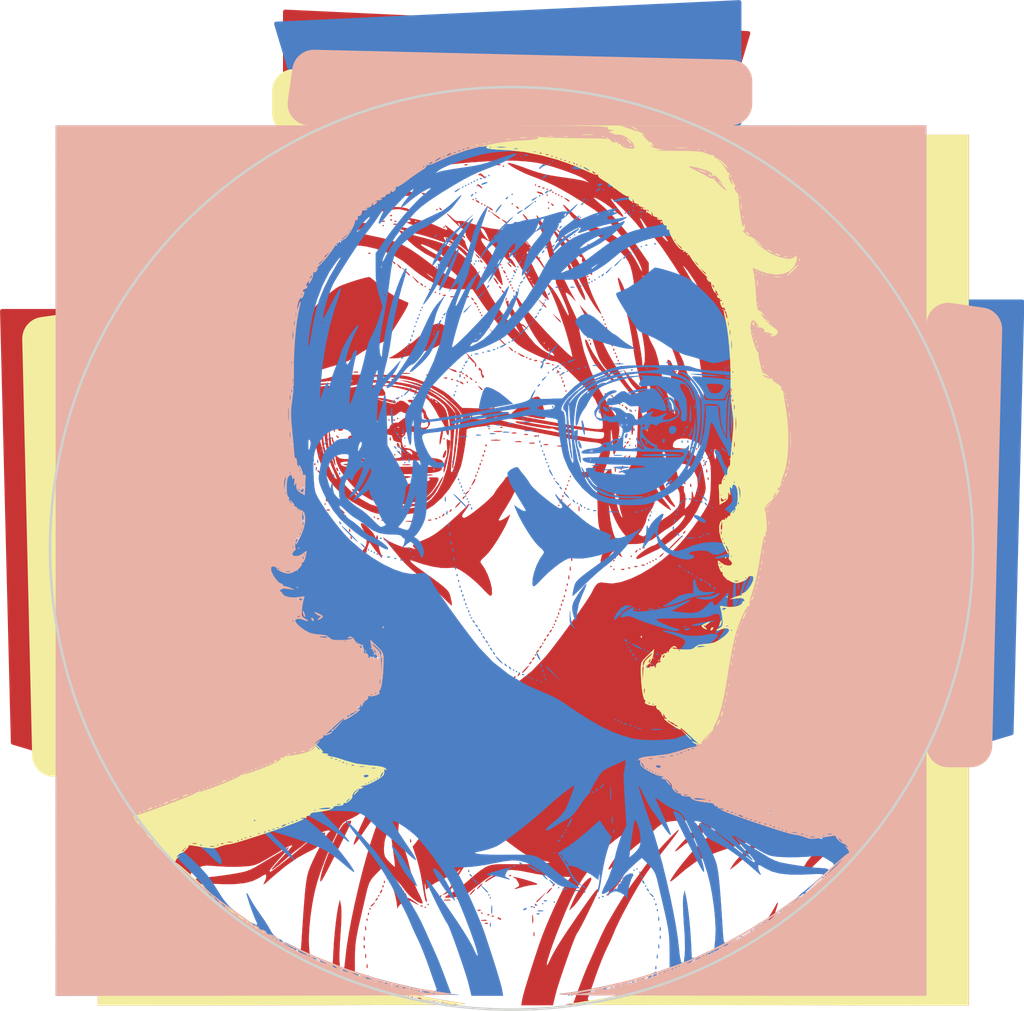
<source format=kicad_pcb>
(kicad_pcb (version 4) (host pcbnew 4.0.0-rc1-stable)
  (layers (0 F.Cu signal) (31 B.Cu signal) (34 B.Paste user) (35 F.Paste user) (36 B.SilkS user) (37 F.SilkS user) (38 B.Mask user) (39 F.Mask user) (44 Edge.Cuts user))
  (net 0 "")
  (module junes:LOGO (layer B.Cu) (at -1.195 0.715674 180)
    (fp_text reference G*** hide)
    (fp_text value LOGO hide)
    (fp_poly (pts (xy -4.656667 -25.357666) (xy -4.699 -25.4) (xy -4.741334 -25.357666) (xy -4.699 -25.315333) (xy -4.656667 -25.357666)) (layer B.Cu) (width 0.01))
    (fp_poly (pts (xy -4.487334 -25.357666) (xy -4.529667 -25.4) (xy -4.572 -25.357666) (xy -4.529667 -25.315333) (xy -4.487334 -25.357666)) (layer B.Cu) (width 0.01))
    (fp_poly (pts (xy -5.249334 -25.273) (xy -5.291667 -25.315333) (xy -5.334 -25.273) (xy -5.291667 -25.230666) (xy -5.249334 -25.273)) (layer B.Cu) (width 0.01))
    (fp_poly (pts (xy -4.826 -25.273) (xy -4.868334 -25.315333) (xy -4.910667 -25.273) (xy -4.868334 -25.230666) (xy -4.826 -25.273)) (layer B.Cu) (width 0.01))
    (fp_poly (pts (xy -5.757334 -25.188333) (xy -5.799667 -25.230666) (xy -5.842 -25.188333) (xy -5.799667 -25.146) (xy -5.757334 -25.188333)) (layer B.Cu) (width 0.01))
    (fp_poly (pts (xy 4.064 -25.188333) (xy 4.021666 -25.230666) (xy 3.979333 -25.188333) (xy 4.021666 -25.146) (xy 4.064 -25.188333)) (layer B.Cu) (width 0.01))
    (fp_poly (pts (xy -6.650731 -24.944361) (xy -6.531557 -25.012683) (xy -6.551521 -25.056862) (xy -6.599004 -25.061333) (xy -6.713813 -24.999841) (xy -6.730401 -24.977636) (xy -6.716773 -24.929524) (xy -6.650731 -24.944361)) (layer B.Cu) (width 0.01))
    (fp_poly (pts (xy -7.027334 -24.934333) (xy -7.069667 -24.976666) (xy -7.112 -24.934333) (xy -7.069667 -24.892) (xy -7.027334 -24.934333)) (layer B.Cu) (width 0.01))
    (fp_poly (pts (xy -7.281334 -24.849666) (xy -7.323667 -24.892) (xy -7.366 -24.849666) (xy -7.323667 -24.807333) (xy -7.281334 -24.849666)) (layer B.Cu) (width 0.01))
    (fp_poly (pts (xy 5.588 -24.849666) (xy 5.545666 -24.892) (xy 5.503333 -24.849666) (xy 5.545666 -24.807333) (xy 5.588 -24.849666)) (layer B.Cu) (width 0.01))
    (fp_poly (pts (xy -7.62 -24.765) (xy -7.662334 -24.807333) (xy -7.704667 -24.765) (xy -7.662334 -24.722666) (xy -7.62 -24.765)) (layer B.Cu) (width 0.01))
    (fp_poly (pts (xy -8.043334 -24.680333) (xy -8.085667 -24.722666) (xy -8.128 -24.680333) (xy -8.085667 -24.638) (xy -8.043334 -24.680333)) (layer B.Cu) (width 0.01))
    (fp_poly (pts (xy -8.240889 -24.581555) (xy -8.252512 -24.631889) (xy -8.297334 -24.638) (xy -8.367024 -24.607021) (xy -8.353778 -24.581555) (xy -8.253299 -24.571422) (xy -8.240889 -24.581555)) (layer B.Cu) (width 0.01))
    (fp_poly (pts (xy -8.551334 -24.511) (xy -8.593667 -24.553333) (xy -8.636 -24.511) (xy -8.593667 -24.468666) (xy -8.551334 -24.511)) (layer B.Cu) (width 0.01))
    (fp_poly (pts (xy -8.833556 -24.412222) (xy -8.845178 -24.462556) (xy -8.89 -24.468666) (xy -8.959691 -24.437688) (xy -8.946445 -24.412222) (xy -8.845965 -24.402089) (xy -8.833556 -24.412222)) (layer B.Cu) (width 0.01))
    (fp_poly (pts (xy 7.196666 -24.426333) (xy 7.154333 -24.468666) (xy 7.112 -24.426333) (xy 7.154333 -24.384) (xy 7.196666 -24.426333)) (layer B.Cu) (width 0.01))
    (fp_poly (pts (xy -9.204457 -24.276274) (xy -9.186334 -24.299333) (xy -9.156533 -24.375483) (xy -9.236637 -24.346802) (xy -9.313334 -24.299333) (xy -9.378424 -24.231364) (xy -9.339497 -24.215963) (xy -9.204457 -24.276274)) (layer B.Cu) (width 0.01))
    (fp_poly (pts (xy 8.043333 -24.087666) (xy 8.001 -24.13) (xy 7.958666 -24.087666) (xy 8.001 -24.045333) (xy 8.043333 -24.087666)) (layer B.Cu) (width 0.01))
    (fp_poly (pts (xy 8.466666 -24.003) (xy 8.424333 -24.045333) (xy 8.382 -24.003) (xy 8.424333 -23.960666) (xy 8.466666 -24.003)) (layer B.Cu) (width 0.01))
    (fp_poly (pts (xy 9.144 -23.749) (xy 9.101666 -23.791333) (xy 9.059333 -23.749) (xy 9.101666 -23.706666) (xy 9.144 -23.749)) (layer B.Cu) (width 0.01))
    (fp_poly (pts (xy -11.091334 -23.495) (xy -11.133667 -23.537333) (xy -11.176 -23.495) (xy -11.133667 -23.452666) (xy -11.091334 -23.495)) (layer B.Cu) (width 0.01))
    (fp_poly (pts (xy 9.990666 -23.410333) (xy 9.948333 -23.452666) (xy 9.906 -23.410333) (xy 9.948333 -23.368) (xy 9.990666 -23.410333)) (layer B.Cu) (width 0.01))
    (fp_poly (pts (xy 10.922 -22.987) (xy 10.879666 -23.029333) (xy 10.837333 -22.987) (xy 10.879666 -22.944666) (xy 10.922 -22.987)) (layer B.Cu) (width 0.01))
    (fp_poly (pts (xy 11.260666 -22.817666) (xy 11.218333 -22.86) (xy 11.176 -22.817666) (xy 11.218333 -22.775333) (xy 11.260666 -22.817666)) (layer B.Cu) (width 0.01))
    (fp_poly (pts (xy 11.768666 -22.563666) (xy 11.726333 -22.606) (xy 11.684 -22.563666) (xy 11.726333 -22.521333) (xy 11.768666 -22.563666)) (layer B.Cu) (width 0.01))
    (fp_poly (pts (xy -13.631334 -22.479) (xy -13.673667 -22.521333) (xy -13.716 -22.479) (xy -13.673667 -22.436666) (xy -13.631334 -22.479)) (layer B.Cu) (width 0.01))
    (fp_poly (pts (xy 11.938 -22.479) (xy 11.895666 -22.521333) (xy 11.853333 -22.479) (xy 11.895666 -22.436666) (xy 11.938 -22.479)) (layer B.Cu) (width 0.01))
    (fp_poly (pts (xy 12.107333 -22.394333) (xy 12.065 -22.436666) (xy 12.022666 -22.394333) (xy 12.065 -22.352) (xy 12.107333 -22.394333)) (layer B.Cu) (width 0.01))
    (fp_poly (pts (xy -14.562667 -21.971) (xy -14.605 -22.013333) (xy -14.647334 -21.971) (xy -14.605 -21.928666) (xy -14.562667 -21.971)) (layer B.Cu) (width 0.01))
    (fp_poly (pts (xy -15.155334 -21.632333) (xy -15.197667 -21.674666) (xy -15.24 -21.632333) (xy -15.197667 -21.59) (xy -15.155334 -21.632333)) (layer B.Cu) (width 0.01))
    (fp_poly (pts (xy -15.409334 -21.463) (xy -15.451667 -21.505333) (xy -15.494 -21.463) (xy -15.451667 -21.420666) (xy -15.409334 -21.463)) (layer B.Cu) (width 0.01))
    (fp_poly (pts (xy -15.578667 -21.209) (xy -15.621 -21.251333) (xy -15.663334 -21.209) (xy -15.621 -21.166666) (xy -15.578667 -21.209)) (layer B.Cu) (width 0.01))
    (fp_poly (pts (xy -16.340667 -20.870333) (xy -16.383 -20.912666) (xy -16.425334 -20.870333) (xy -16.383 -20.828) (xy -16.340667 -20.870333)) (layer B.Cu) (width 0.01))
    (fp_poly (pts (xy 14.647333 -20.870333) (xy 14.605 -20.912666) (xy 14.562666 -20.870333) (xy 14.605 -20.828) (xy 14.647333 -20.870333)) (layer B.Cu) (width 0.01))
    (fp_poly (pts (xy -2.647598 -20.607513) (xy -2.672849 -20.645995) (xy -2.758723 -20.651982) (xy -2.849065 -20.631305) (xy -2.809875 -20.600829) (xy -2.677552 -20.590736) (xy -2.647598 -20.607513)) (layer B.Cu) (width 0.01))
    (fp_poly (pts (xy -16.848667 -20.447) (xy -16.891 -20.489333) (xy -16.933334 -20.447) (xy -16.891 -20.404666) (xy -16.848667 -20.447)) (layer B.Cu) (width 0.01))
    (fp_poly (pts (xy -3.640667 -19.939) (xy -3.683 -19.981333) (xy -3.725334 -19.939) (xy -3.683 -19.896666) (xy -3.640667 -19.939)) (layer B.Cu) (width 0.01))
    (fp_poly (pts (xy -3.070931 -19.845513) (xy -3.096182 -19.883995) (xy -3.182056 -19.889982) (xy -3.272398 -19.869305) (xy -3.233209 -19.838829) (xy -3.100885 -19.828736) (xy -3.070931 -19.845513)) (layer B.Cu) (width 0.01))
    (fp_poly (pts (xy -8.106834 -18.265533) (xy -7.865331 -18.37034) (xy -7.694041 -18.528547) (xy -7.639782 -18.696335) (xy -7.640589 -18.701911) (xy -7.596386 -18.817367) (xy -7.535334 -18.836652) (xy -7.425905 -18.907626) (xy -7.407254 -18.980743) (xy -7.365011 -19.144681) (xy -7.33018 -19.19219) (xy -7.293831 -19.202022) (xy -7.315983 -19.154387) (xy -7.292439 -19.132684) (xy -7.163828 -19.196352) (xy -7.056598 -19.265069) (xy -6.81742 -19.433155) (xy -6.706471 -19.524013) (xy -6.727598 -19.532394) (xy -6.884648 -19.453046) (xy -6.942667 -19.42055) (xy -7.149391 -19.317114) (xy -7.306883 -19.300509) (xy -7.507761 -19.365206) (xy -7.553353 -19.384086) (xy -7.776612 -19.516123) (xy -7.896355 -19.665811) (xy -7.901656 -19.685) (xy -7.927611 -19.75893) (xy -7.944183 -19.66712) (xy -7.947137 -19.616658) (xy -7.977083 -19.362985) (xy -8.036589 -19.064712) (xy -8.110965 -18.780837) (xy -8.185526 -18.570353) (xy -8.224178 -18.5039) (xy -8.300599 -18.353604) (xy -8.239669 -18.264676) (xy -8.106834 -18.265533)) (layer B.Cu) (width 0.01))
    (fp_poly (pts (xy 3.386666 -18.031719) (xy 3.340236 -18.159751) (xy 3.217559 -18.38527) (xy 3.043558 -18.669974) (xy 2.843156 -18.97556) (xy 2.641274 -19.263728) (xy 2.462834 -19.496174) (xy 2.358716 -19.611539) (xy 2.10504 -19.854333) (xy 2.191413 -19.626789) (xy 2.38201 -19.188804) (xy 2.610042 -18.761709) (xy 2.843407 -18.401957) (xy 2.988852 -18.2245) (xy 3.210267 -18.016945) (xy 3.342945 -17.953122) (xy 3.386666 -18.031719)) (layer B.Cu) (width 0.01))
    (fp_poly (pts (xy -17.864667 -19.685) (xy -17.907 -19.727333) (xy -17.949334 -19.685) (xy -17.907 -19.642666) (xy -17.864667 -19.685)) (layer B.Cu) (width 0.01))
    (fp_poly (pts (xy -6.265334 -19.685) (xy -6.307667 -19.727333) (xy -6.35 -19.685) (xy -6.307667 -19.642666) (xy -6.265334 -19.685)) (layer B.Cu) (width 0.01))
    (fp_poly (pts (xy 16.171333 -19.685) (xy 16.129 -19.727333) (xy 16.086666 -19.685) (xy 16.129 -19.642666) (xy 16.171333 -19.685)) (layer B.Cu) (width 0.01))
    (fp_poly (pts (xy -6.462889 -19.586222) (xy -6.474512 -19.636556) (xy -6.519334 -19.642666) (xy -6.589024 -19.611688) (xy -6.575778 -19.586222) (xy -6.475299 -19.576089) (xy -6.462889 -19.586222)) (layer B.Cu) (width 0.01))
    (fp_poly (pts (xy -6.096 -19.515666) (xy -6.138334 -19.558) (xy -6.180667 -19.515666) (xy -6.138334 -19.473333) (xy -6.096 -19.515666)) (layer B.Cu) (width 0.01))
    (fp_poly (pts (xy -18.288 -19.346333) (xy -18.20723 -19.422415) (xy -18.203334 -19.435996) (xy -18.26884 -19.472362) (xy -18.288 -19.473333) (xy -18.369414 -19.408245) (xy -18.372667 -19.383669) (xy -18.320797 -19.333103) (xy -18.288 -19.346333)) (layer B.Cu) (width 0.01))
    (fp_poly (pts (xy -5.624885 -15.792757) (xy -5.276361 -16.090855) (xy -4.912828 -16.382024) (xy -4.587037 -16.624867) (xy -4.425361 -16.734127) (xy -4.176636 -16.891985) (xy -3.991485 -17.010739) (xy -3.909483 -17.065005) (xy -3.909251 -17.06519) (xy -3.937935 -17.140652) (xy -4.0406 -17.313665) (xy -4.163251 -17.499706) (xy -4.367445 -17.825183) (xy -4.566765 -18.184804) (xy -4.645807 -18.345007) (xy -4.834203 -18.666635) (xy -5.033558 -18.857556) (xy -5.069141 -18.875805) (xy -5.291667 -18.973399) (xy -5.065696 -18.778866) (xy -4.925198 -18.621474) (xy -4.763751 -18.390673) (xy -4.615113 -18.141787) (xy -4.513043 -17.93014) (xy -4.487334 -17.831029) (xy -4.556121 -17.804225) (xy -4.721895 -17.823637) (xy -4.923773 -17.874234) (xy -5.100872 -17.940987) (xy -5.190041 -18.004508) (xy -5.325394 -18.10416) (xy -5.406195 -18.118666) (xy -5.557477 -18.166612) (xy -5.777115 -18.288738) (xy -5.904077 -18.375644) (xy -6.253512 -18.632621) (xy -6.28907 -18.39681) (xy -6.313004 -18.262632) (xy -6.326828 -18.28051) (xy -6.337315 -18.457892) (xy -6.320971 -18.759862) (xy -6.266782 -19.044951) (xy -6.221104 -19.24613) (xy -6.215779 -19.362018) (xy -6.246904 -19.363587) (xy -6.295913 -19.261766) (xy -6.329907 -19.123933) (xy -6.379657 -18.861755) (xy -6.43729 -18.518565) (xy -6.473367 -18.285177) (xy -6.555277 -17.827642) (xy -6.579382 -17.719811) (xy -4.487334 -17.719811) (xy -4.470692 -17.779476) (xy -4.463376 -17.772944) (xy -4.400145 -17.684733) (xy -4.315209 -17.568333) (xy -4.235574 -17.453188) (xy -4.265049 -17.458664) (xy -4.339167 -17.5152) (xy -4.458039 -17.644217) (xy -4.487334 -17.719811) (xy -6.579382 -17.719811) (xy -6.663869 -17.341874) (xy -6.668497 -17.3247) (xy -4.233334 -17.3247) (xy -4.192149 -17.350043) (xy -4.079596 -17.24128) (xy -4.053201 -17.2085) (xy -3.979977 -17.108212) (xy -4.023821 -17.129237) (xy -4.085167 -17.176533) (xy -4.202427 -17.280978) (xy -4.233334 -17.3247) (xy -6.668497 -17.3247) (xy -6.779809 -16.911672) (xy -6.818043 -16.791234) (xy -7.036763 -16.139679) (xy -6.860072 -15.922672) (xy -6.688268 -15.694857) (xy -6.51581 -15.442389) (xy -6.509714 -15.432849) (xy -6.336047 -15.160032) (xy -5.624885 -15.792757)) (layer B.Cu) (width 0.01))
    (fp_poly (pts (xy -5.418667 -19.346333) (xy -5.461 -19.388666) (xy -5.503334 -19.346333) (xy -5.461 -19.304) (xy -5.418667 -19.346333)) (layer B.Cu) (width 0.01))
    (fp_poly (pts (xy -4.84618 -19.245827) (xy -4.826388 -19.268713) (xy -4.947975 -19.281554) (xy -5.037667 -19.282648) (xy -5.201631 -19.274312) (xy -5.226507 -19.255189) (xy -5.184847 -19.244118) (xy -4.964237 -19.230487) (xy -4.84618 -19.245827)) (layer B.Cu) (width 0.01))
    (fp_poly (pts (xy -4.169834 -19.16097) (xy -4.143483 -19.18551) (xy -4.260556 -19.198871) (xy -4.318 -19.19969) (xy -4.472036 -19.190863) (xy -4.49019 -19.168885) (xy -4.466167 -19.16097) (xy -4.251433 -19.147803) (xy -4.169834 -19.16097)) (layer B.Cu) (width 0.01))
    (fp_poly (pts (xy -5.360564 -19.020023) (xy -5.376334 -19.05) (xy -5.456108 -19.130856) (xy -5.470994 -19.134666) (xy -5.476771 -19.079976) (xy -5.461 -19.05) (xy -5.381226 -18.969143) (xy -5.36634 -18.965333) (xy -5.360564 -19.020023)) (layer B.Cu) (width 0.01))
    (fp_poly (pts (xy -3.894667 -19.092333) (xy -3.937 -19.134666) (xy -3.979334 -19.092333) (xy -3.937 -19.05) (xy -3.894667 -19.092333)) (layer B.Cu) (width 0.01))
    (fp_poly (pts (xy 5.789203 -16.653027) (xy 5.755999 -16.760346) (xy 5.655736 -16.994678) (xy 5.629055 -17.055101) (xy 5.412592 -17.529956) (xy 5.230139 -17.889037) (xy 5.056351 -18.175159) (xy 4.865884 -18.431136) (xy 4.698344 -18.627404) (xy 4.508903 -18.83572) (xy 4.372657 -18.976032) (xy 4.318081 -19.019068) (xy 4.318 -19.018385) (xy 4.350157 -18.928474) (xy 4.434887 -18.726345) (xy 4.554577 -18.453882) (xy 4.567706 -18.424568) (xy 4.772238 -18.014844) (xy 5.018695 -17.59052) (xy 5.277511 -17.197339) (xy 5.519123 -16.881041) (xy 5.664279 -16.727984) (xy 5.757809 -16.64986) (xy 5.789203 -16.653027)) (layer B.Cu) (width 0.01))
    (fp_poly (pts (xy -3.419948 -18.679545) (xy -3.513667 -18.796) (xy -3.640897 -18.921216) (xy -3.709245 -18.965333) (xy -3.692053 -18.912454) (xy -3.598334 -18.796) (xy -3.471104 -18.670783) (xy -3.402756 -18.626666) (xy -3.419948 -18.679545)) (layer B.Cu) (width 0.01))
    (fp_poly (pts (xy -7.535334 -18.753666) (xy -7.577667 -18.796) (xy -7.62 -18.753666) (xy -7.577667 -18.711333) (xy -7.535334 -18.753666)) (layer B.Cu) (width 0.01))
    (fp_poly (pts (xy -2.996615 -18.340879) (xy -3.090334 -18.457333) (xy -3.217564 -18.58255) (xy -3.285912 -18.626666) (xy -3.268719 -18.573787) (xy -3.175 -18.457333) (xy -3.047771 -18.332116) (xy -2.979423 -18.288) (xy -2.996615 -18.340879)) (layer B.Cu) (width 0.01))
    (fp_poly (pts (xy -1.085954 -17.918746) (xy -0.879754 -17.963576) (xy -0.60621 -18.035057) (xy -0.31201 -18.119858) (xy -0.043843 -18.204647) (xy 0.151603 -18.276092) (xy 0.223747 -18.314192) (xy 0.193632 -18.354445) (xy 0.041029 -18.372584) (xy 0.027567 -18.372666) (xy -0.207202 -18.397767) (xy -0.507558 -18.461258) (xy -0.642711 -18.49875) (xy -0.942951 -18.5853) (xy -1.086184 -18.614812) (xy -1.074772 -18.587484) (xy -0.95617 -18.524968) (xy -0.834254 -18.449806) (xy -0.820953 -18.354696) (xy -0.894844 -18.192032) (xy -1.0088 -18.023997) (xy -1.112831 -17.949541) (xy -1.116953 -17.949333) (xy -1.184377 -17.926442) (xy -1.178121 -17.913898) (xy -1.085954 -17.918746)) (layer B.Cu) (width 0.01))
    (fp_poly (pts (xy -19.304 -18.499666) (xy -19.346334 -18.542) (xy -19.388667 -18.499666) (xy -19.346334 -18.457333) (xy -19.304 -18.499666)) (layer B.Cu) (width 0.01))
    (fp_poly (pts (xy -12.144109 -15.344335) (xy -12.16002 -15.433296) (xy -12.242573 -15.620755) (xy -12.32908 -15.784752) (xy -12.464284 -15.999954) (xy -12.614849 -16.158912) (xy -12.826876 -16.29864) (xy -13.146468 -16.456152) (xy -13.190382 -16.47625) (xy -13.781384 -16.801035) (xy -14.446864 -17.269449) (xy -15.180036 -17.876558) (xy -15.446277 -18.116215) (xy -15.632142 -18.277079) (xy -15.732855 -18.34375) (xy -15.731267 -18.305377) (xy -15.721444 -18.290327) (xy -15.615463 -18.072139) (xy -15.578667 -17.891658) (xy -15.58543 -17.789582) (xy -15.628669 -17.759966) (xy -15.742807 -17.80848) (xy -15.962269 -17.940795) (xy -15.993063 -17.95993) (xy -16.378289 -18.145349) (xy -16.846234 -18.266851) (xy -17.419539 -18.327655) (xy -18.120844 -18.330981) (xy -18.486503 -18.314452) (xy -18.911592 -18.294378) (xy -19.197431 -18.293549) (xy -19.373217 -18.31389) (xy -19.468146 -18.357329) (xy -19.489323 -18.380618) (xy -19.54587 -18.444344) (xy -19.52875 -18.359756) (xy -19.525081 -18.348295) (xy -19.538874 -18.196804) (xy -19.601275 -18.148923) (xy -19.697738 -18.078123) (xy -19.649913 -18.01141) (xy -19.482498 -17.963734) (xy -19.271583 -17.949333) (xy -19.00105 -17.934382) (xy -18.61473 -17.894304) (xy -18.16306 -17.836262) (xy -17.69648 -17.767421) (xy -17.265427 -17.694944) (xy -16.920341 -17.625994) (xy -16.816125 -17.600596) (xy -16.517931 -17.49314) (xy -16.217837 -17.344042) (xy -16.181125 -17.321832) (xy -15.994999 -17.207718) (xy -15.719208 -17.041393) (xy -15.390859 -16.844918) (xy -15.047057 -16.640352) (xy -14.72491 -16.449755) (xy -14.461524 -16.295185) (xy -14.294006 -16.198704) (xy -14.266334 -16.183503) (xy -14.284082 -16.223074) (xy -14.396751 -16.364597) (xy -14.585152 -16.584908) (xy -14.7955 -16.822378) (xy -15.087164 -17.150848) (xy -15.275834 -17.374849) (xy -15.374431 -17.513355) (xy -15.395877 -17.585335) (xy -15.353093 -17.609762) (xy -15.332386 -17.610666) (xy -15.242565 -17.559265) (xy -15.048121 -17.418201) (xy -14.773702 -17.207188) (xy -14.443957 -16.945937) (xy -14.083533 -16.654161) (xy -13.71708 -16.351572) (xy -13.369245 -16.057882) (xy -13.114994 -15.837339) (xy -12.852538 -15.633024) (xy -12.582841 -15.466402) (xy -12.346053 -15.357861) (xy -12.182325 -15.327791) (xy -12.144109 -15.344335)) (layer B.Cu) (width 0.01))
    (fp_poly (pts (xy -10.632198 -14.651997) (xy -10.644961 -14.737708) (xy -10.693351 -14.854337) (xy -10.807357 -15.09844) (xy -10.975627 -15.446661) (xy -11.186805 -15.875646) (xy -11.429537 -16.362041) (xy -11.575828 -16.652395) (xy -11.857131 -17.20679) (xy -12.071398 -17.622429) (xy -12.226781 -17.912278) (xy -12.331431 -18.089306) (xy -12.393502 -18.166481) (xy -12.421144 -18.156771) (xy -12.422509 -18.073145) (xy -12.413035 -17.984241) (xy -12.33778 -17.63556) (xy -12.190884 -17.173871) (xy -11.985219 -16.632906) (xy -11.733656 -16.046392) (xy -11.449068 -15.448061) (xy -11.432998 -15.416045) (xy -11.244074 -15.066594) (xy -11.087266 -14.844476) (xy -10.937515 -14.717638) (xy -10.857582 -14.679979) (xy -10.687217 -14.626135) (xy -10.632198 -14.651997)) (layer B.Cu) (width 0.01))
    (fp_poly (pts (xy -19.642667 -18.245666) (xy -19.685 -18.288) (xy -19.727334 -18.245666) (xy -19.685 -18.203333) (xy -19.642667 -18.245666)) (layer B.Cu) (width 0.01))
    (fp_poly (pts (xy -2.137021 -17.81609) (xy -2.150331 -17.862144) (xy -2.175408 -17.864666) (xy -2.292678 -17.908973) (xy -2.488856 -18.02101) (xy -2.589405 -18.086598) (xy -2.753081 -18.186722) (xy -2.818351 -18.202951) (xy -2.797886 -18.165682) (xy -2.648596 -18.031944) (xy -2.452143 -17.907967) (xy -2.265574 -17.823927) (xy -2.145937 -17.810001) (xy -2.137021 -17.81609)) (layer B.Cu) (width 0.01))
    (fp_poly (pts (xy 13.679272 -14.045595) (xy 13.656093 -14.096579) (xy 13.680766 -14.13015) (xy 13.781161 -14.150792) (xy 13.985153 -14.162988) (xy 14.320613 -14.171222) (xy 14.478 -14.174062) (xy 14.975744 -14.211474) (xy 15.317298 -14.303152) (xy 15.367 -14.328202) (xy 15.504009 -14.421496) (xy 15.522608 -14.471944) (xy 15.50689 -14.47461) (xy 15.38492 -14.511504) (xy 15.151379 -14.607783) (xy 14.845879 -14.74656) (xy 14.660223 -14.835523) (xy 14.326181 -15.008794) (xy 14.04055 -15.186359) (xy 13.762972 -15.399074) (xy 13.453089 -15.677792) (xy 13.081 -16.042869) (xy 12.737826 -16.381276) (xy 12.400723 -16.703095) (xy 12.104946 -16.975343) (xy 11.885749 -17.165034) (xy 11.857607 -17.187506) (xy 11.480881 -17.48232) (xy 11.64594 -17.199685) (xy 11.782388 -17.013741) (xy 12.005543 -16.759016) (xy 12.275887 -16.479606) (xy 12.390531 -16.368778) (xy 12.636461 -16.12838) (xy 12.821566 -15.932482) (xy 12.920914 -15.808308) (xy 12.929658 -15.780103) (xy 12.836171 -15.788381) (xy 12.613647 -15.844486) (xy 12.29227 -15.938598) (xy 11.902222 -16.060897) (xy 11.473685 -16.201563) (xy 11.036843 -16.350776) (xy 10.621876 -16.498716) (xy 10.25897 -16.635562) (xy 10.085414 -16.705488) (xy 9.489701 -17.016894) (xy 8.883628 -17.464405) (xy 8.808069 -17.528726) (xy 8.452206 -17.833544) (xy 8.207972 -18.035856) (xy 8.060514 -18.145746) (xy 7.994982 -18.173302) (xy 7.996526 -18.128609) (xy 8.031489 -18.056129) (xy 8.197644 -17.790924) (xy 8.448239 -17.444689) (xy 8.750293 -17.058401) (xy 9.070823 -16.673036) (xy 9.376847 -16.329572) (xy 9.617916 -16.08517) (xy 10.223487 -15.537037) (xy 10.7494 -15.104969) (xy 11.221949 -14.772942) (xy 11.667427 -14.524928) (xy 12.112126 -14.344901) (xy 12.582339 -14.216836) (xy 12.734066 -14.185817) (xy 13.072462 -14.118562) (xy 13.362152 -14.056415) (xy 13.549593 -14.010962) (xy 13.570169 -14.004873) (xy 13.686447 -13.991925) (xy 13.679272 -14.045595)) (layer B.Cu) (width 0.01))
    (fp_poly (pts (xy -1.298223 -17.808222) (xy -1.309845 -17.858556) (xy -1.354667 -17.864666) (xy -1.424357 -17.833688) (xy -1.411112 -17.808222) (xy -1.310632 -17.798089) (xy -1.298223 -17.808222)) (layer B.Cu) (width 0.01))
    (fp_poly (pts (xy -1.64876 -17.627018) (xy -1.674168 -17.689999) (xy -1.753182 -17.732223) (xy -1.852097 -17.758) (xy -1.811518 -17.695978) (xy -1.800578 -17.684827) (xy -1.68957 -17.61795) (xy -1.64876 -17.627018)) (layer B.Cu) (width 0.01))
    (fp_poly (pts (xy -20.828 -17.060333) (xy -20.870334 -17.102666) (xy -20.912667 -17.060333) (xy -20.870334 -17.018) (xy -20.828 -17.060333)) (layer B.Cu) (width 0.01))
    (fp_poly (pts (xy -20.574 -16.552333) (xy -20.616334 -16.594666) (xy -20.658667 -16.552333) (xy -20.616334 -16.51) (xy -20.574 -16.552333)) (layer B.Cu) (width 0.01))
    (fp_poly (pts (xy 19.70077 -16.480023) (xy 19.685 -16.51) (xy 19.605225 -16.590856) (xy 19.590339 -16.594666) (xy 19.584563 -16.539976) (xy 19.600333 -16.51) (xy 19.680107 -16.429143) (xy 19.694993 -16.425333) (xy 19.70077 -16.480023)) (layer B.Cu) (width 0.01))
    (fp_poly (pts (xy -16.256 -14.605) (xy -16.298334 -14.647333) (xy -16.340667 -14.605) (xy -16.298334 -14.562666) (xy -16.256 -14.605)) (layer B.Cu) (width 0.01))
    (fp_poly (pts (xy -10.498667 -13.165666) (xy -10.541 -13.208) (xy -10.583334 -13.165666) (xy -10.541 -13.123333) (xy -10.498667 -13.165666)) (layer B.Cu) (width 0.01))
    (fp_poly (pts (xy -9.616484 -11.969821) (xy -9.609667 -12.022666) (xy -9.714017 -12.104032) (xy -9.736667 -12.107333) (xy -9.846313 -12.046035) (xy -9.863667 -12.022666) (xy -9.837076 -11.956638) (xy -9.736667 -11.938) (xy -9.616484 -11.969821)) (layer B.Cu) (width 0.01))
    (fp_poly (pts (xy -12.59063 -6.910758) (xy -12.40037 -6.997638) (xy -12.145672 -7.131663) (xy -12.144274 -7.132438) (xy -11.848703 -7.319804) (xy -11.541674 -7.55288) (xy -11.255352 -7.802199) (xy -11.021905 -8.038293) (xy -10.873496 -8.231696) (xy -10.837334 -8.329738) (xy -10.913588 -8.453287) (xy -11.110277 -8.572714) (xy -11.379285 -8.667596) (xy -11.672499 -8.717513) (xy -11.758344 -8.720666) (xy -12.018531 -8.693419) (xy -12.177529 -8.594927) (xy -12.226488 -8.530166) (xy -12.294431 -8.380768) (xy -12.380892 -8.130906) (xy -12.474019 -7.823896) (xy -12.561959 -7.503054) (xy -12.632859 -7.211694) (xy -12.674867 -6.993132) (xy -12.67613 -6.890685) (xy -12.675356 -6.889799) (xy -12.59063 -6.910758)) (layer B.Cu) (width 0.01))
    (fp_poly (pts (xy -13.208 -5.799666) (xy -13.250334 -5.842) (xy -13.292667 -5.799666) (xy -13.250334 -5.757333) (xy -13.208 -5.799666)) (layer B.Cu) (width 0.01))
    (fp_poly (pts (xy -10.022489 -4.088623) (xy -10.062649 -4.134814) (xy -10.20184 -4.18331) (xy -10.403978 -4.243848) (xy -10.687912 -4.34029) (xy -10.883116 -4.411228) (xy -11.182342 -4.546646) (xy -11.322013 -4.683265) (xy -11.310363 -4.845121) (xy -11.155623 -5.056251) (xy -11.117827 -5.096533) (xy -10.89032 -5.334) (xy -11.181327 -5.335156) (xy -11.435282 -5.348178) (xy -11.640196 -5.377917) (xy -11.641667 -5.378279) (xy -11.810586 -5.360599) (xy -12.067507 -5.266251) (xy -12.276667 -5.161387) (xy -12.582487 -4.971963) (xy -12.872566 -4.760766) (xy -13.019509 -4.634042) (xy -13.184037 -4.468362) (xy -13.236604 -4.379478) (xy -13.188412 -4.327985) (xy -13.114959 -4.298332) (xy -12.9127 -4.275427) (xy -12.657933 -4.308173) (xy -12.626117 -4.316415) (xy -12.338946 -4.369387) (xy -11.99171 -4.396134) (xy -11.643417 -4.396292) (xy -11.353073 -4.369492) (xy -11.196018 -4.325297) (xy -11.035252 -4.2659) (xy -10.789951 -4.200977) (xy -10.513065 -4.141203) (xy -10.257539 -4.09726) (xy -10.076321 -4.079823) (xy -10.022489 -4.088623)) (layer B.Cu) (width 0.01))
    (fp_poly (pts (xy -12.82473 -3.530446) (xy -12.55032 -3.575189) (xy -12.230881 -3.638311) (xy -11.895606 -3.712902) (xy -11.72041 -3.762501) (xy -11.698308 -3.789753) (xy -11.811 -3.797358) (xy -12.048047 -3.789609) (xy -12.212907 -3.771288) (xy -12.234334 -3.765543) (xy -12.36321 -3.7267) (xy -12.587257 -3.665756) (xy -12.68738 -3.639662) (xy -12.93589 -3.569216) (xy -13.031977 -3.527503) (xy -12.990103 -3.514565) (xy -12.82473 -3.530446)) (layer B.Cu) (width 0.01))
    (fp_poly (pts (xy -7.586226 -2.761274) (xy -7.352251 -3.031893) (xy -7.296172 -3.124366) (xy -7.186406 -3.352842) (xy -7.177575 -3.454255) (xy -7.258243 -3.428219) (xy -7.416977 -3.274348) (xy -7.535504 -3.132451) (xy -7.736513 -2.922108) (xy -7.94197 -2.772974) (xy -8.026366 -2.737734) (xy -8.172374 -2.693104) (xy -8.165154 -2.655531) (xy -8.082581 -2.621769) (xy -7.839338 -2.618386) (xy -7.586226 -2.761274)) (layer B.Cu) (width 0.01))
    (fp_poly (pts (xy -9.165167 -2.820303) (xy -9.138817 -2.844844) (xy -9.255889 -2.858204) (xy -9.313334 -2.859023) (xy -9.467369 -2.850196) (xy -9.485523 -2.828219) (xy -9.4615 -2.820303) (xy -9.246767 -2.807136) (xy -9.165167 -2.820303)) (layer B.Cu) (width 0.01))
    (fp_poly (pts (xy -8.579556 -2.822222) (xy -8.591178 -2.872556) (xy -8.636 -2.878666) (xy -8.705691 -2.847688) (xy -8.692445 -2.822222) (xy -8.591965 -2.812089) (xy -8.579556 -2.822222)) (layer B.Cu) (width 0.01))
    (fp_poly (pts (xy -8.382 -2.836333) (xy -8.424334 -2.878666) (xy -8.466667 -2.836333) (xy -8.424334 -2.794) (xy -8.382 -2.836333)) (layer B.Cu) (width 0.01))
    (fp_poly (pts (xy -15.056202 -0.506559) (xy -14.958837 -0.673505) (xy -14.853614 -0.896144) (xy -14.758691 -1.14056) (xy -14.70648 -1.312684) (xy -14.573383 -1.788998) (xy -14.46121 -2.107267) (xy -14.372268 -2.266021) (xy -14.308869 -2.26379) (xy -14.273321 -2.099101) (xy -14.267933 -1.770485) (xy -14.275005 -1.5875) (xy -14.289813 -1.254785) (xy -14.290541 -1.07226) (xy -14.273875 -1.021125) (xy -14.236501 -1.082578) (xy -14.201304 -1.169416) (xy -14.158563 -1.358247) (xy -14.128255 -1.641308) (xy -14.111415 -1.969704) (xy -14.109078 -2.294535) (xy -14.122281 -2.566904) (xy -14.152058 -2.737912) (xy -14.167505 -2.765726) (xy -14.228159 -2.725667) (xy -14.330242 -2.572897) (xy -14.383722 -2.474174) (xy -14.480267 -2.265811) (xy -14.606248 -1.967848) (xy -14.746633 -1.619251) (xy -14.88639 -1.258989) (xy -15.010489 -0.92603) (xy -15.103896 -0.659342) (xy -15.151581 -0.497894) (xy -15.154729 -0.475415) (xy -15.127552 -0.429223) (xy -15.056202 -0.506559)) (layer B.Cu) (width 0.01))
    (fp_poly (pts (xy -9.764889 -2.737555) (xy -9.776512 -2.787889) (xy -9.821334 -2.794) (xy -9.891024 -2.763021) (xy -9.877778 -2.737555) (xy -9.777299 -2.727422) (xy -9.764889 -2.737555)) (layer B.Cu) (width 0.01))
    (fp_poly (pts (xy -11.804972 -1.142337) (xy -11.789993 -1.376128) (xy -11.792241 -1.456991) (xy -11.811 -1.905) (xy -11.435043 -1.931822) (xy -11.005308 -2.041177) (xy -10.75771 -2.195015) (xy -10.50503 -2.378298) (xy -10.254541 -2.537796) (xy -10.202334 -2.566969) (xy -10.050938 -2.656479) (xy -10.037349 -2.691944) (xy -10.168051 -2.673092) (xy -10.449528 -2.59965) (xy -10.625667 -2.54914) (xy -10.976972 -2.433631) (xy -11.329321 -2.297364) (xy -11.509403 -2.216505) (xy -11.953209 -2.069071) (xy -12.313737 -2.028999) (xy -12.610313 -2.004315) (xy -12.868407 -1.945285) (xy -12.951267 -1.910322) (xy -13.064349 -1.842047) (xy -13.059076 -1.815519) (xy -12.915961 -1.822853) (xy -12.773165 -1.838269) (xy -12.400339 -1.839274) (xy -12.150827 -1.736544) (xy -12.007104 -1.520353) (xy -11.974379 -1.395035) (xy -11.909873 -1.147467) (xy -11.849168 -1.064675) (xy -11.804972 -1.142337)) (layer B.Cu) (width 0.01))
    (fp_poly (pts (xy 11.599333 -2.159) (xy 11.557 -2.201333) (xy 11.514666 -2.159) (xy 11.557 -2.116666) (xy 11.599333 -2.159)) (layer B.Cu) (width 0.01))
    (fp_poly (pts (xy -1.346421 5.41495) (xy -1.162459 5.319919) (xy -1.012429 5.197398) (xy -0.960187 5.117735) (xy -0.964054 4.922843) (xy -1.074541 4.608193) (xy -1.287861 4.182419) (xy -1.600223 3.654153) (xy -1.607796 3.642058) (xy -1.791512 3.344621) (xy -1.93514 3.103916) (xy -2.018779 2.953724) (xy -2.032 2.921926) (xy -1.97148 2.877132) (xy -1.81444 2.925519) (xy -1.600438 3.05386) (xy -1.354403 3.229053) (xy -1.443679 2.99036) (xy -1.603138 2.627717) (xy -1.824124 2.209138) (xy -2.080136 1.777245) (xy -2.344674 1.374656) (xy -2.591236 1.043992) (xy -2.782471 0.837241) (xy -2.988555 0.648015) (xy -3.082764 0.527786) (xy -3.084568 0.438672) (xy -3.028121 0.359245) (xy -2.831891 0.074447) (xy -2.654781 -0.290642) (xy -2.514304 -0.684476) (xy -2.427974 -1.055509) (xy -2.413303 -1.352194) (xy -2.424816 -1.416443) (xy -2.458789 -1.490686) (xy -2.521172 -1.49263) (xy -2.635286 -1.407049) (xy -2.824452 -1.218715) (xy -2.980088 -1.053897) (xy -3.29239 -0.746212) (xy -3.645109 -0.438171) (xy -3.967711 -0.190953) (xy -4.001372 -0.168064) (xy -4.277553 0.009742) (xy -4.476144 0.107479) (xy -4.657673 0.143044) (xy -4.882665 0.134335) (xy -4.987801 0.12361) (xy -5.370178 0.127821) (xy -5.858122 0.20229) (xy -6.407654 0.337843) (xy -6.974792 0.525308) (xy -7.0485 0.553393) (xy -7.179143 0.582872) (xy -7.183057 0.527963) (xy -7.07093 0.403228) (xy -6.853448 0.223226) (xy -6.749989 0.146667) (xy -6.204694 -0.246878) (xy -5.780257 -0.555913) (xy -5.460422 -0.795299) (xy -5.228935 -0.979894) (xy -5.069542 -1.124559) (xy -4.965987 -1.244151) (xy -4.902017 -1.353532) (xy -4.861377 -1.46756) (xy -4.827811 -1.601095) (xy -4.824919 -1.613174) (xy -4.772436 -1.859075) (xy -4.748988 -2.026368) (xy -4.752959 -2.068055) (xy -4.820279 -2.021993) (xy -4.980184 -1.876607) (xy -5.208238 -1.654961) (xy -5.461 -1.399658) (xy -5.808918 -1.059713) (xy -6.192239 -0.712487) (xy -6.553365 -0.409078) (xy -6.733618 -0.270638) (xy -7.091574 0.02102) (xy -7.46709 0.375689) (xy -7.781227 0.718609) (xy -7.791951 0.731702) (xy -8.050065 1.045973) (xy -8.310184 1.358277) (xy -8.522555 1.608951) (xy -8.551334 1.642302) (xy -8.709778 1.828561) (xy -8.759705 1.901341) (xy -8.705628 1.873247) (xy -8.607807 1.799924) (xy -8.405783 1.673557) (xy -8.137269 1.541885) (xy -7.850261 1.423789) (xy -7.592755 1.338146) (xy -7.412749 1.303839) (xy -7.366872 1.311795) (xy -7.244125 1.316163) (xy -7.055605 1.26572) (xy -6.897017 1.211064) (xy -6.876122 1.230468) (xy -6.959491 1.321248) (xy -7.018681 1.395411) (xy -7.011035 1.459022) (xy -6.912693 1.531014) (xy -6.699795 1.63032) (xy -6.427048 1.743758) (xy -6.125405 1.877738) (xy -5.852672 2.027657) (xy -5.57284 2.218395) (xy -5.249903 2.474833) (xy -4.847853 2.821852) (xy -4.780391 2.881574) (xy -4.444422 3.185272) (xy -4.158886 3.454067) (xy -3.945779 3.666402) (xy -3.827098 3.800715) (xy -3.81 3.832728) (xy -3.775404 3.882845) (xy -3.75746 3.870349) (xy -3.774866 3.780324) (xy -3.877159 3.608152) (xy -3.96686 3.487083) (xy -4.130473 3.251012) (xy -4.165768 3.110319) (xy -4.074238 3.051642) (xy -4.01587 3.048) (xy -3.887784 3.101394) (xy -3.668774 3.243819) (xy -3.391594 3.448644) (xy -3.088997 3.689238) (xy -2.793735 3.938967) (xy -2.538561 4.171202) (xy -2.356227 4.359308) (xy -2.288317 4.452708) (xy -2.152936 4.6721) (xy -1.964121 4.924808) (xy -1.897202 5.004511) (xy -1.731306 5.207951) (xy -1.617927 5.371388) (xy -1.594822 5.417869) (xy -1.508985 5.456322) (xy -1.346421 5.41495)) (layer B.Cu) (width 0.01))
    (fp_poly (pts (xy 12.361333 -1.820333) (xy 12.319 -1.862666) (xy 12.276666 -1.820333) (xy 12.319 -1.778) (xy 12.361333 -1.820333)) (layer B.Cu) (width 0.01))
    (fp_poly (pts (xy 12.869333 -0.635) (xy 12.827 -0.677333) (xy 12.784666 -0.635) (xy 12.827 -0.592666) (xy 12.869333 -0.635)) (layer B.Cu) (width 0.01))
    (fp_poly (pts (xy 11.006666 1.989667) (xy 10.964333 1.947334) (xy 10.922 1.989667) (xy 10.964333 2.032) (xy 11.006666 1.989667)) (layer B.Cu) (width 0.01))
    (fp_poly (pts (xy -13.091636 6.469366) (xy -13.042522 6.40963) (xy -13.071389 6.27569) (xy -13.185944 6.036985) (xy -13.213743 5.985174) (xy -13.364946 5.670691) (xy -13.541752 5.249761) (xy -13.722983 4.778678) (xy -13.887459 4.313739) (xy -14.014001 3.911237) (xy -14.060008 3.73579) (xy -14.086769 3.529377) (xy -14.027328 3.377828) (xy -13.880627 3.225496) (xy -13.634921 3.001079) (xy -14.186294 2.601206) (xy -14.47588 2.393568) (xy -14.664924 2.271871) (xy -14.789664 2.222235) (xy -14.886341 2.230779) (xy -14.991195 2.283622) (xy -15.000817 2.289228) (xy -15.121094 2.421686) (xy -15.229598 2.637578) (xy -15.241297 2.67093) (xy -15.286866 2.80986) (xy -15.30312 2.915446) (xy -15.274833 3.022212) (xy -15.186782 3.164681) (xy -15.023739 3.377376) (xy -14.813624 3.640667) (xy -14.619379 3.92603) (xy -14.461331 4.230835) (xy -14.407164 4.376983) (xy -14.295119 4.633673) (xy -14.109241 4.936738) (xy -13.935237 5.164992) (xy -13.733983 5.431092) (xy -13.579669 5.690813) (xy -13.512717 5.863583) (xy -13.424489 6.146212) (xy -13.299094 6.361017) (xy -13.163224 6.4696) (xy -13.091636 6.469366)) (layer B.Cu) (width 0.01))
    (fp_poly (pts (xy -11.840939 2.646139) (xy -11.843898 2.54621) (xy -12.01099 2.404638) (xy -12.04763 2.381403) (xy -12.318613 2.238359) (xy -12.482145 2.208367) (xy -12.530667 2.279095) (xy -12.462902 2.38473) (xy -12.299436 2.504713) (xy -12.100017 2.60725) (xy -11.92439 2.660547) (xy -11.840939 2.646139)) (layer B.Cu) (width 0.01))
    (fp_poly (pts (xy 11.514666 3.175) (xy 11.472333 3.132667) (xy 11.43 3.175) (xy 11.472333 3.217334) (xy 11.514666 3.175)) (layer B.Cu) (width 0.01))
    (fp_poly (pts (xy -16.340667 3.598334) (xy -16.383 3.556) (xy -16.425334 3.598334) (xy -16.383 3.640667) (xy -16.340667 3.598334)) (layer B.Cu) (width 0.01))
    (fp_poly (pts (xy -5.260617 5.437796) (xy -5.320192 5.279319) (xy -5.458592 4.980779) (xy -5.475882 4.945335) (xy -5.75513 4.465832) (xy -6.067322 4.125745) (xy -6.44555 3.895157) (xy -6.759171 3.785131) (xy -7.079143 3.720809) (xy -7.480259 3.675162) (xy -7.913338 3.649799) (xy -8.329201 3.646329) (xy -8.678669 3.66636) (xy -8.912564 3.711501) (xy -8.920303 3.714431) (xy -8.911419 3.737237) (xy -8.761194 3.749026) (xy -8.497334 3.748643) (xy -8.276369 3.741249) (xy -7.522099 3.757404) (xy -6.888655 3.882144) (xy -6.361476 4.12235) (xy -5.925999 4.484905) (xy -5.567663 4.976689) (xy -5.533052 5.037667) (xy -5.369226 5.320489) (xy -5.277688 5.452693) (xy -5.260617 5.437796)) (layer B.Cu) (width 0.01))
    (fp_poly (pts (xy -16.594667 3.767667) (xy -16.637 3.725334) (xy -16.679334 3.767667) (xy -16.637 3.81) (xy -16.594667 3.767667)) (layer B.Cu) (width 0.01))
    (fp_poly (pts (xy -9.144 3.852334) (xy -9.186334 3.81) (xy -9.228667 3.852334) (xy -9.186334 3.894667) (xy -9.144 3.852334)) (layer B.Cu) (width 0.01))
    (fp_poly (pts (xy -16.64535 5.354069) (xy -16.556431 5.195107) (xy -16.432124 4.960228) (xy -16.291978 4.68751) (xy -16.155541 4.415029) (xy -16.042361 4.180864) (xy -15.971985 4.023091) (xy -15.968885 4.015159) (xy -15.940889 3.904042) (xy -15.987784 3.927149) (xy -16.096663 4.073909) (xy -16.157745 4.169834) (xy -16.266365 4.371014) (xy -16.394061 4.642361) (xy -16.519168 4.93282) (xy -16.620023 5.191336) (xy -16.674962 5.366857) (xy -16.679334 5.399036) (xy -16.64535 5.354069)) (layer B.Cu) (width 0.01))
    (fp_poly (pts (xy -10.416224 4.655393) (xy -10.291649 4.551185) (xy -10.214952 4.447353) (xy -10.183918 4.339744) (xy -10.228136 4.343187) (xy -10.367598 4.462408) (xy -10.398036 4.490632) (xy -10.529689 4.625806) (xy -10.583334 4.705278) (xy -10.532189 4.719875) (xy -10.416224 4.655393)) (layer B.Cu) (width 0.01))
    (fp_poly (pts (xy 12.022666 4.783667) (xy 11.980333 4.741334) (xy 11.938 4.783667) (xy 11.980333 4.826) (xy 12.022666 4.783667)) (layer B.Cu) (width 0.01))
    (fp_poly (pts (xy -14.754931 5.131153) (xy -14.780182 5.092671) (xy -14.866056 5.086685) (xy -14.956398 5.107362) (xy -14.917209 5.137837) (xy -14.784885 5.147931) (xy -14.754931 5.131153)) (layer B.Cu) (width 0.01))
    (fp_poly (pts (xy -6.5405 5.309977) (xy -6.487974 5.291519) (xy -6.584131 5.278752) (xy -6.773334 5.274705) (xy -6.982358 5.279956) (xy -7.060698 5.293622) (xy -7.006167 5.309977) (xy -6.732685 5.32415) (xy -6.5405 5.309977)) (layer B.Cu) (width 0.01))
    (fp_poly (pts (xy -7.305096 5.479062) (xy -7.155225 5.461211) (xy -7.166554 5.429607) (xy -7.196667 5.418667) (xy -7.411378 5.365637) (xy -7.621816 5.361954) (xy -7.905336 5.40762) (xy -7.958667 5.418667) (xy -8.072986 5.449971) (xy -8.049808 5.469843) (xy -7.87785 5.480451) (xy -7.62 5.483749) (xy -7.305096 5.479062)) (layer B.Cu) (width 0.01))
    (fp_poly (pts (xy -5.9055 5.563086) (xy -5.865378 5.542148) (xy -5.971752 5.528864) (xy -6.096 5.526394) (xy -6.279122 5.532999) (xy -6.329391 5.549885) (xy -6.2865 5.563086) (xy -6.039783 5.577093) (xy -5.9055 5.563086)) (layer B.Cu) (width 0.01))
    (fp_poly (pts (xy -16.772744 6.488028) (xy -16.770685 6.434108) (xy -16.741386 6.134209) (xy -16.685244 5.862608) (xy -16.651358 5.679517) (xy -16.671305 5.589824) (xy -16.679152 5.588) (xy -16.728638 5.664269) (xy -16.779591 5.860842) (xy -16.809261 6.047775) (xy -16.833752 6.325223) (xy -16.834702 6.541792) (xy -16.822037 6.619275) (xy -16.791897 6.621581) (xy -16.772744 6.488028)) (layer B.Cu) (width 0.01))
    (fp_poly (pts (xy -4.938388 7.57426) (xy -4.896892 7.586181) (xy -4.855677 7.546349) (xy -4.855233 7.363526) (xy -4.89311 7.058445) (xy -4.966861 6.651838) (xy -5.055397 6.244167) (xy -5.138758 5.912757) (xy -5.199636 5.727745) (xy -5.233846 5.693818) (xy -5.237205 5.815661) (xy -5.209092 6.072023) (xy -5.159717 6.331458) (xy -5.097487 6.525794) (xy -5.07019 6.573488) (xy -5.030659 6.712661) (xy -5.019997 6.969103) (xy -5.032969 7.211299) (xy -5.050094 7.466941) (xy -5.049222 7.621139) (xy -5.030681 7.64064) (xy -4.938388 7.57426)) (layer B.Cu) (width 0.01))
    (fp_poly (pts (xy -11.432579 5.949717) (xy -11.400784 5.887985) (xy -11.379119 5.768685) (xy -11.435995 5.79184) (xy -11.475815 5.847633) (xy -11.50184 5.958446) (xy -11.491272 5.978285) (xy -11.432579 5.949717)) (layer B.Cu) (width 0.01))
    (fp_poly (pts (xy -7.408334 11.043918) (xy -6.776898 10.893404) (xy -6.11155 10.619863) (xy -5.459156 10.249093) (xy -4.866582 9.80689) (xy -4.477652 9.430747) (xy -4.293154 9.181033) (xy -4.207361 8.963502) (xy -4.230085 8.811757) (xy -4.285024 8.771126) (xy -4.363487 8.663171) (xy -4.399496 8.408105) (xy -4.402667 8.260221) (xy -4.413707 8.011472) (xy -4.443399 7.674503) (xy -4.486601 7.28726) (xy -4.538172 6.887685) (xy -4.592971 6.513723) (xy -4.645857 6.203318) (xy -4.691689 5.994412) (xy -4.718859 5.926667) (xy -4.734772 5.974675) (xy -4.722904 6.144569) (xy -4.706898 6.262204) (xy -4.652287 6.670624) (xy -4.59859 7.162455) (xy -4.55077 7.681539) (xy -4.513789 8.171719) (xy -4.492607 8.576836) (xy -4.489518 8.722543) (xy -4.503983 9.027758) (xy -4.568743 9.246542) (xy -4.710581 9.460161) (xy -4.74774 9.506003) (xy -5.146257 9.913071) (xy -5.633394 10.264957) (xy -6.231654 10.574132) (xy -6.963543 10.853065) (xy -7.450667 11.003748) (xy -7.747 11.089386) (xy -7.408334 11.043918)) (layer B.Cu) (width 0.01))
    (fp_poly (pts (xy -11.848762 7.789334) (xy -11.788551 7.38539) (xy -11.706256 6.942101) (xy -11.651642 6.692303) (xy -11.590315 6.410583) (xy -11.555623 6.201758) (xy -11.554855 6.112257) (xy -11.593201 6.164868) (xy -11.652137 6.336325) (xy -11.682576 6.447287) (xy -11.761561 6.739619) (xy -11.840345 7.007433) (xy -11.857474 7.061135) (xy -11.899861 7.281417) (xy -11.924364 7.590896) (xy -11.926873 7.823135) (xy -11.915746 8.339667) (xy -11.848762 7.789334)) (layer B.Cu) (width 0.01))
    (fp_poly (pts (xy -9.749182 6.2154) (xy -9.381171 6.207035) (xy -9.066509 6.19303) (xy -8.842285 6.173614) (xy -8.746508 6.150064) (xy -8.806153 6.13083) (xy -9.006793 6.114613) (xy -9.320099 6.10275) (xy -9.71774 6.096577) (xy -9.891889 6.096) (xy -10.320586 6.100554) (xy -10.681543 6.113068) (xy -10.944649 6.13182) (xy -11.079792 6.155088) (xy -11.091334 6.164585) (xy -11.012921 6.187866) (xy -10.802411 6.204358) (xy -10.496891 6.214292) (xy -10.133451 6.217896) (xy -9.749182 6.2154)) (layer B.Cu) (width 0.01))
    (fp_poly (pts (xy -7.174336 6.1556) (xy -7.140267 6.13577) (xy -7.251197 6.122988) (xy -7.408334 6.120216) (xy -7.600436 6.126552) (xy -7.656625 6.141724) (xy -7.59767 6.156756) (xy -7.347277 6.170684) (xy -7.174336 6.1556)) (layer B.Cu) (width 0.01))
    (fp_poly (pts (xy -10.965857 10.98246) (xy -10.96199 10.970613) (xy -11.109046 10.946358) (xy -11.305962 10.85229) (xy -11.545283 10.645802) (xy -11.792644 10.365402) (xy -12.013683 10.049603) (xy -12.161973 9.766331) (xy -12.229109 9.50264) (xy -12.272162 9.11646) (xy -12.291191 8.652904) (xy -12.286258 8.157087) (xy -12.257422 7.674123) (xy -12.204745 7.249126) (xy -12.158303 7.027448) (xy -12.086337 6.721817) (xy -12.0652 6.565048) (xy -12.090043 6.561711) (xy -12.156017 6.71637) (xy -12.234709 6.955483) (xy -12.300624 7.242936) (xy -12.361211 7.634882) (xy -12.407284 8.066523) (xy -12.421961 8.276167) (xy -12.470319 9.144) (xy -12.789902 9.144) (xy -13.089272 9.131512) (xy -13.264979 9.070543) (xy -13.349643 8.925844) (xy -13.375886 8.66216) (xy -13.377334 8.509188) (xy -13.423402 7.999433) (xy -13.538091 7.618096) (xy -13.698849 7.259032) (xy -13.728591 8.395927) (xy -13.745993 8.892222) (xy -13.770844 9.250695) (xy -13.807296 9.502826) (xy -13.859502 9.680095) (xy -13.911526 9.782911) (xy -14.064717 10.033) (xy -13.890359 9.833121) (xy -13.765148 9.641811) (xy -13.716 9.477038) (xy -13.698912 9.396291) (xy -13.623949 9.352719) (xy -13.455563 9.338786) (xy -13.158206 9.346958) (xy -13.112212 9.349064) (xy -12.508423 9.377294) (xy -12.325661 9.756503) (xy -12.167306 10.029267) (xy -11.945937 10.344144) (xy -11.765283 10.567377) (xy -11.536126 10.810916) (xy -11.361533 10.94226) (xy -11.200393 10.988929) (xy -11.133667 10.990169) (xy -10.965857 10.98246)) (layer B.Cu) (width 0.01))
    (fp_poly (pts (xy -8.469598 7.136656) (xy -8.467915 7.095196) (xy -8.52207 6.94264) (xy -8.657198 6.750733) (xy -8.690126 6.714196) (xy -8.823537 6.57747) (xy -8.856945 6.562748) (xy -8.80306 6.66566) (xy -8.79596 6.677818) (xy -8.662941 6.905543) (xy -8.573749 7.058818) (xy -8.496789 7.170911) (xy -8.469598 7.136656)) (layer B.Cu) (width 0.01))
    (fp_poly (pts (xy -8.410223 6.745112) (xy -8.40009 6.644632) (xy -8.410223 6.632223) (xy -8.460557 6.643845) (xy -8.466667 6.688667) (xy -8.435689 6.758357) (xy -8.410223 6.745112)) (layer B.Cu) (width 0.01))
    (fp_poly (pts (xy -14.836221 10.153459) (xy -14.762103 10.134116) (xy -14.5222 10.004461) (xy -14.307349 9.79727) (xy -14.167345 9.568073) (xy -14.139967 9.440334) (xy -14.17717 9.447873) (xy -14.269888 9.570635) (xy -14.304453 9.62543) (xy -14.517341 9.889587) (xy -14.743835 10.026291) (xy -14.937534 10.023638) (xy -15.059504 9.929948) (xy -15.027518 9.82832) (xy -14.964834 9.792502) (xy -14.910736 9.733787) (xy -14.986 9.656473) (xy -15.152679 9.607347) (xy -15.436412 9.597345) (xy -15.601207 9.607688) (xy -16.089413 9.651988) (xy -16.230721 9.355661) (xy -16.336696 9.166147) (xy -16.423819 9.064695) (xy -16.439063 9.059334) (xy -16.528026 8.99576) (xy -16.647929 8.84287) (xy -16.648154 8.842527) (xy -16.727258 8.65103) (xy -16.788488 8.335811) (xy -16.835162 7.87761) (xy -16.848768 7.678361) (xy -16.907325 6.731) (xy -16.920329 7.45829) (xy -16.898623 8.05383) (xy -16.818182 8.622094) (xy -16.688056 9.126692) (xy -16.517292 9.531235) (xy -16.345367 9.770834) (xy -16.080159 9.950843) (xy -15.966448 9.950843) (xy -15.959667 9.906) (xy -15.887247 9.825318) (xy -15.875 9.821334) (xy -15.807687 9.880385) (xy -15.790334 9.906) (xy -15.810439 9.97773) (xy -15.875 9.990667) (xy -15.966448 9.950843) (xy -16.080159 9.950843) (xy -16.047398 9.973079) (xy -15.652492 10.114374) (xy -15.226737 10.179555) (xy -14.836221 10.153459)) (layer B.Cu) (width 0.01))
    (fp_poly (pts (xy -9.00123 6.887977) (xy -9.017 6.858) (xy -9.096775 6.777144) (xy -9.111661 6.773334) (xy -9.117437 6.828024) (xy -9.101667 6.858) (xy -9.021893 6.938857) (xy -9.007007 6.942667) (xy -9.00123 6.887977)) (layer B.Cu) (width 0.01))
    (fp_poly (pts (xy -16.308852 7.274278) (xy -16.245094 7.149462) (xy -16.210516 6.990798) (xy -16.217796 6.875394) (xy -16.24042 6.858) (xy -16.322075 6.929065) (xy -16.369768 7.044803) (xy -16.389697 7.210375) (xy -16.358728 7.294708) (xy -16.308852 7.274278)) (layer B.Cu) (width 0.01))
    (fp_poly (pts (xy -7.789334 6.900334) (xy -7.831667 6.858) (xy -7.874 6.900334) (xy -7.831667 6.942667) (xy -7.789334 6.900334)) (layer B.Cu) (width 0.01))
    (fp_poly (pts (xy -7.864475 7.390342) (xy -7.798211 7.252134) (xy -7.802739 7.198784) (xy -7.86998 7.146754) (xy -7.896931 7.163153) (xy -7.953114 7.295501) (xy -7.958667 7.354712) (xy -7.931804 7.435335) (xy -7.864475 7.390342)) (layer B.Cu) (width 0.01))
    (fp_poly (pts (xy -7.450667 7.239) (xy -7.493 7.196667) (xy -7.535334 7.239) (xy -7.493 7.281334) (xy -7.450667 7.239)) (layer B.Cu) (width 0.01))
    (fp_poly (pts (xy -5.275207 8.166898) (xy -5.282993 8.007708) (xy -5.298271 7.916334) (xy -5.36342 7.598734) (xy -5.417847 7.399897) (xy -5.455272 7.331661) (xy -5.469414 7.405865) (xy -5.455471 7.62) (xy -5.414457 7.893911) (xy -5.359548 8.100118) (xy -5.322191 8.170334) (xy -5.275207 8.166898)) (layer B.Cu) (width 0.01))
    (fp_poly (pts (xy -14.085389 9.210438) (xy -14.043891 9.077723) (xy -14.010697 8.867404) (xy -13.991076 8.54522) (xy -13.987849 8.168298) (xy -13.991621 8.01939) (xy -14.005422 7.697242) (xy -14.019771 7.467598) (xy -14.032543 7.360076) (xy -14.038492 7.366) (xy -14.051649 7.508002) (xy -14.069118 7.767502) (xy -14.08748 8.09284) (xy -14.090503 8.152147) (xy -14.121966 8.50576) (xy -14.173037 8.787142) (xy -14.234959 8.948602) (xy -14.237273 8.951566) (xy -14.299423 9.044499) (xy -14.245167 9.028256) (xy -14.158769 9.03433) (xy -14.131698 9.16017) (xy -14.118439 9.259893) (xy -14.085389 9.210438)) (layer B.Cu) (width 0.01))
    (fp_poly (pts (xy -10.562546 7.858772) (xy -10.410916 7.785277) (xy -10.371667 7.62116) (xy -10.42942 7.439739) (xy -10.566446 7.381483) (xy -10.7284 7.465542) (xy -10.748759 7.488291) (xy -10.820101 7.666046) (xy -10.758858 7.808821) (xy -10.592642 7.861678) (xy -10.562546 7.858772)) (layer B.Cu) (width 0.01))
    (fp_poly (pts (xy -16.657516 7.724764) (xy -16.594667 7.62) (xy -16.553019 7.48979) (xy -16.581813 7.450667) (xy -16.663301 7.521168) (xy -16.703866 7.62) (xy -16.726669 7.755835) (xy -16.71672 7.789334) (xy -16.657516 7.724764)) (layer B.Cu) (width 0.01))
    (fp_poly (pts (xy -8.324164 7.720542) (xy -8.31407 7.588218) (xy -8.330848 7.558264) (xy -8.36933 7.583515) (xy -8.375316 7.669389) (xy -8.354639 7.759732) (xy -8.324164 7.720542)) (layer B.Cu) (width 0.01))
    (fp_poly (pts (xy -8.511042 10.785106) (xy -7.95558 10.739568) (xy -7.464025 10.656057) (xy -7.387167 10.637411) (xy -7.09256 10.552119) (xy -6.875199 10.470233) (xy -6.77563 10.407442) (xy -6.773334 10.399883) (xy -6.721432 10.356807) (xy -6.692394 10.369364) (xy -6.562733 10.379407) (xy -6.378732 10.324863) (xy -6.197472 10.233477) (xy -6.076036 10.132989) (xy -6.061463 10.06272) (xy -6.067798 9.996873) (xy -5.988486 10.013808) (xy -5.834848 9.994735) (xy -5.623144 9.877211) (xy -5.398848 9.696777) (xy -5.207432 9.488971) (xy -5.108003 9.32567) (xy -5.046422 9.12227) (xy -4.993821 8.844609) (xy -4.954351 8.537406) (xy -4.932161 8.24538) (xy -4.931399 8.013247) (xy -4.956215 7.885727) (xy -4.973316 7.874) (xy -5.0406 7.948351) (xy -5.098698 8.131834) (xy -5.10721 8.178204) (xy -5.193994 8.45025) (xy -5.343489 8.725387) (xy -5.372288 8.765222) (xy -5.506017 8.950595) (xy -5.581669 9.074942) (xy -5.588 9.094374) (xy -5.630226 9.184436) (xy -5.740317 9.373287) (xy -5.876748 9.592098) (xy -6.067364 9.860245) (xy -6.090225 9.881731) (xy -5.743686 9.881731) (xy -5.723085 9.834416) (xy -5.637835 9.743522) (xy -5.588825 9.762168) (xy -5.588 9.774004) (xy -5.648137 9.845616) (xy -5.685749 9.871752) (xy -5.743686 9.881731) (xy -6.090225 9.881731) (xy -6.161092 9.948334) (xy -5.926667 9.948334) (xy -5.884334 9.906) (xy -5.842 9.948334) (xy -5.884334 9.990667) (xy -5.926667 9.948334) (xy -6.161092 9.948334) (xy -6.261287 10.042499) (xy -6.393145 10.117667) (xy -6.180667 10.117667) (xy -6.138334 10.075334) (xy -6.096 10.117667) (xy -6.138334 10.16) (xy -6.180667 10.117667) (xy -6.393145 10.117667) (xy -6.522118 10.19119) (xy -6.702248 10.27132) (xy -7.106652 10.420476) (xy -7.57108 10.557126) (xy -8.036871 10.666908) (xy -8.445365 10.735456) (xy -8.661968 10.751197) (xy -8.824597 10.742165) (xy -8.843061 10.682601) (xy -8.767801 10.564495) (xy -8.645804 10.358863) (xy -8.639953 10.234382) (xy -8.764462 10.178707) (xy -9.033545 10.179494) (xy -9.19456 10.193843) (xy -9.496707 10.220642) (xy -9.693133 10.212114) (xy -9.846548 10.150414) (xy -10.019658 10.017694) (xy -10.120321 9.930368) (xy -10.379357 9.709599) (xy -10.63389 9.501241) (xy -10.747767 9.412171) (xy -10.902482 9.2685) (xy -10.964438 9.156197) (xy -10.960101 9.137152) (xy -10.967212 9.017263) (xy -11.038095 8.879878) (xy -11.119506 8.641438) (xy -11.09749 8.519896) (xy -11.060358 8.287565) (xy -11.147774 8.153919) (xy -11.267723 8.128) (xy -11.349697 8.144184) (xy -11.398089 8.215628) (xy -11.421253 8.376674) (xy -11.427543 8.661662) (xy -11.427358 8.784167) (xy -11.416087 9.155695) (xy -11.377393 9.418377) (xy -11.298569 9.63206) (xy -11.216125 9.779) (xy -11.060947 10.062093) (xy -11.017473 10.235989) (xy -11.084412 10.317608) (xy -11.174049 10.329334) (xy -11.359323 10.246984) (xy -11.544066 10.008683) (xy -11.718388 9.627555) (xy -11.732859 9.587732) (xy -11.802064 9.427105) (xy -11.844164 9.393025) (xy -11.849618 9.42254) (xy -11.802094 9.638539) (xy -11.674472 9.915221) (xy -11.501261 10.188616) (xy -11.332407 10.38126) (xy -11.088546 10.518427) (xy -10.71001 10.630516) (xy -10.229894 10.715378) (xy -9.681295 10.770862) (xy -9.097312 10.794821) (xy -8.511042 10.785106)) (layer B.Cu) (width 0.01))
    (fp_poly (pts (xy -10.244667 8.001) (xy -10.287 7.958667) (xy -10.329334 8.001) (xy -10.287 8.043334) (xy -10.244667 8.001)) (layer B.Cu) (width 0.01))
    (fp_poly (pts (xy -0.599416 8.652413) (xy -0.28852 8.601942) (xy 0.085449 8.538017) (xy 0.556439 8.462154) (xy 1.05373 8.385573) (xy 1.361722 8.340127) (xy 1.813787 8.268774) (xy 2.115541 8.205419) (xy 2.285515 8.145122) (xy 2.342236 8.082941) (xy 2.342444 8.07861) (xy 2.332669 8.00769) (xy 2.280071 7.977035) (xy 2.149734 7.986379) (xy 1.906746 8.035457) (xy 1.735666 8.074002) (xy 1.470517 8.142618) (xy 1.267469 8.209917) (xy 1.2065 8.238831) (xy 1.067204 8.274041) (xy 1.025491 8.260867) (xy 0.923894 8.260612) (xy 0.697098 8.286586) (xy 0.385955 8.331844) (xy 0.031316 8.389438) (xy -0.325964 8.45242) (xy -0.645036 8.513845) (xy -0.885046 8.566764) (xy -1.005142 8.60423) (xy -1.008945 8.606828) (xy -1.026348 8.665886) (xy -0.887432 8.681064) (xy -0.599416 8.652413)) (layer B.Cu) (width 0.01))
    (fp_poly (pts (xy -15.477851 9.304691) (xy -15.275409 9.256466) (xy -15.113 9.313334) (xy -14.889757 9.361048) (xy -14.690919 9.290863) (xy -14.573813 9.130126) (xy -14.562667 9.050789) (xy -14.523485 8.828983) (xy -14.484084 8.732034) (xy -14.456783 8.663668) (xy -14.476974 8.615526) (xy -14.569173 8.582704) (xy -14.757898 8.5603) (xy -15.067666 8.54341) (xy -15.505743 8.527696) (xy -15.783465 8.510413) (xy -15.939902 8.468649) (xy -16.023038 8.382539) (xy -16.058586 8.298824) (xy -16.127715 8.162422) (xy -16.192703 8.181262) (xy -16.203722 8.197512) (xy -16.232936 8.350207) (xy -16.223572 8.601157) (xy -16.183512 8.885781) (xy -16.120633 9.139496) (xy -16.075332 9.249834) (xy -15.922207 9.374876) (xy -15.687493 9.382252) (xy -15.477851 9.304691)) (layer B.Cu) (width 0.01))
    (fp_poly (pts (xy -16.422891 8.538816) (xy -16.413998 8.487834) (xy -16.392246 8.281598) (xy -16.410868 8.216082) (xy -16.464903 8.303253) (xy -16.477485 8.334722) (xy -16.501276 8.521794) (xy -16.491162 8.609888) (xy -16.459364 8.654749) (xy -16.422891 8.538816)) (layer B.Cu) (width 0.01))
    (fp_poly (pts (xy -1.806223 8.353778) (xy -1.817845 8.303444) (xy -1.862667 8.297334) (xy -1.932357 8.328312) (xy -1.919112 8.353778) (xy -1.818632 8.363911) (xy -1.806223 8.353778)) (layer B.Cu) (width 0.01))
    (fp_poly (pts (xy -9.259144 10.041691) (xy -9.164018 9.99848) (xy -9.002377 9.931866) (xy -8.745681 9.843584) (xy -8.559257 9.785676) (xy -8.289544 9.712255) (xy -8.127204 9.694027) (xy -8.019764 9.730308) (xy -7.959924 9.777863) (xy -7.783869 9.887034) (xy -7.603153 9.872287) (xy -7.379899 9.726168) (xy -7.287982 9.645611) (xy -7.084111 9.488606) (xy -6.962744 9.46187) (xy -6.945131 9.47868) (xy -6.874598 9.486086) (xy -6.788019 9.354086) (xy -6.71599 9.187609) (xy -6.688667 9.109229) (xy -6.761898 9.077773) (xy -6.943024 9.075313) (xy -7.174191 9.096173) (xy -7.397547 9.134681) (xy -7.555241 9.185162) (xy -7.573547 9.196013) (xy -7.708477 9.261274) (xy -7.830623 9.216958) (xy -7.929072 9.132033) (xy -8.118824 9.012323) (xy -8.25742 9.006213) (xy -8.44625 9.028208) (xy -8.598691 9.008174) (xy -8.739274 8.946703) (xy -8.738583 8.841851) (xy -8.720513 8.805046) (xy -8.692316 8.663696) (xy -8.788606 8.611587) (xy -8.98586 8.6557) (xy -9.0805 8.698196) (xy -9.244271 8.801075) (xy -9.313325 8.886205) (xy -9.313334 8.886836) (xy -9.385317 8.90407) (xy -9.570335 8.871138) (xy -9.735114 8.824219) (xy -9.979346 8.755152) (xy -10.14989 8.723783) (xy -10.196102 8.728547) (xy -10.216577 8.854637) (xy -10.164718 9.074855) (xy -10.058676 9.340199) (xy -9.916603 9.601667) (xy -9.823853 9.733486) (xy -9.614468 9.964844) (xy -9.440128 10.061998) (xy -9.259144 10.041691)) (layer B.Cu) (width 0.01))
    (fp_poly (pts (xy -6.271857 8.75913) (xy -6.265334 8.730661) (xy -6.32712 8.610969) (xy -6.35 8.593667) (xy -6.428144 8.597537) (xy -6.434667 8.626007) (xy -6.372881 8.745698) (xy -6.35 8.763) (xy -6.271857 8.75913)) (layer B.Cu) (width 0.01))
    (fp_poly (pts (xy -10.269367 9.310855) (xy -10.290791 9.249834) (xy -10.351071 9.040516) (xy -10.369793 8.91178) (xy -10.405572 8.720281) (xy -10.461682 8.684547) (xy -10.523622 8.810744) (xy -10.532189 8.842701) (xy -10.533686 9.080537) (xy -10.479657 9.227644) (xy -10.366096 9.362058) (xy -10.283021 9.39132) (xy -10.269367 9.310855)) (layer B.Cu) (width 0.01))
    (fp_poly (pts (xy -6.519835 8.983961) (xy -6.54855 8.851319) (xy -6.664131 8.745647) (xy -6.780056 8.720667) (xy -6.898798 8.727215) (xy -6.893293 8.770133) (xy -6.761547 8.882712) (xy -6.588415 8.999575) (xy -6.519835 8.983961)) (layer B.Cu) (width 0.01))
    (fp_poly (pts (xy -11.883517 9.13578) (xy -11.879327 9.121222) (xy -11.866932 8.936792) (xy -11.882465 8.867222) (xy -11.910259 8.864408) (xy -11.921611 8.99695) (xy -11.921495 9.017) (xy -11.909286 9.148315) (xy -11.883517 9.13578)) (layer B.Cu) (width 0.01))
    (fp_poly (pts (xy 0.382874 10.046759) (xy 0.476812 9.86179) (xy 0.572267 9.544119) (xy 0.626931 9.319946) (xy 0.6852 9.073317) (xy 0.704754 8.917091) (xy 0.659968 8.838343) (xy 0.525216 8.824152) (xy 0.274874 8.861594) (xy -0.116685 8.937747) (xy -0.127 8.939744) (xy -0.470366 9.005511) (xy -0.786887 9.06503) (xy -0.995423 9.103143) (xy -1.271178 9.151895) (xy -0.883038 9.487828) (xy -0.461808 9.815815) (xy -0.079061 10.028854) (xy 0.14301 10.11101) (xy 0.276318 10.12213) (xy 0.382874 10.046759)) (layer B.Cu) (width 0.01))
    (fp_poly (pts (xy -3.584223 9.031112) (xy -3.57409 8.930632) (xy -3.584223 8.918223) (xy -3.634557 8.929845) (xy -3.640667 8.974667) (xy -3.609689 9.044357) (xy -3.584223 9.031112)) (layer B.Cu) (width 0.01))
    (fp_poly (pts (xy -12.784667 9.948334) (xy -12.827 9.906) (xy -12.869334 9.948334) (xy -12.827 9.990667) (xy -12.784667 9.948334)) (layer B.Cu) (width 0.01))
    (fp_poly (pts (xy -7.902223 10.047112) (xy -7.913845 9.996777) (xy -7.958667 9.990667) (xy -8.028357 10.021645) (xy -8.015112 10.047112) (xy -7.914632 10.057245) (xy -7.902223 10.047112)) (layer B.Cu) (width 0.01))
    (fp_poly (pts (xy -16.848667 10.202334) (xy -16.891 10.16) (xy -16.933334 10.202334) (xy -16.891 10.244667) (xy -16.848667 10.202334)) (layer B.Cu) (width 0.01))
    (fp_poly (pts (xy -14.406416 10.379752) (xy -14.316235 10.301047) (xy -14.308667 10.282004) (xy -14.348848 10.247205) (xy -14.432504 10.32518) (xy -14.443752 10.342416) (xy -14.453731 10.400353) (xy -14.406416 10.379752)) (layer B.Cu) (width 0.01))
    (fp_poly (pts (xy -13.624465 10.727417) (xy -13.710134 10.697876) (xy -13.931388 10.658809) (xy -13.967471 10.653558) (xy -14.255366 10.602539) (xy -14.470558 10.545907) (xy -14.562372 10.499144) (xy -14.6623 10.468917) (xy -14.724064 10.493762) (xy -14.719473 10.546193) (xy -14.587664 10.606997) (xy -14.369766 10.666287) (xy -14.106906 10.714173) (xy -13.840214 10.740769) (xy -13.690666 10.742217) (xy -13.624465 10.727417)) (layer B.Cu) (width 0.01))
    (fp_poly (pts (xy -11.641667 10.898159) (xy -12.107334 10.833786) (xy -12.471291 10.796036) (xy -12.852278 10.775117) (xy -12.996334 10.773488) (xy -13.419667 10.777563) (xy -12.911667 10.840592) (xy -12.555262 10.875905) (xy -12.19749 10.897496) (xy -12.022667 10.90089) (xy -11.641667 10.898159)) (layer B.Cu) (width 0.01))
    (fp_poly (pts (xy -10.752667 11.049) (xy -10.795 11.006667) (xy -10.837334 11.049) (xy -10.795 11.091334) (xy -10.752667 11.049)) (layer B.Cu) (width 0.01))
    (fp_poly (pts (xy -10.583334 11.049) (xy -10.625667 11.006667) (xy -10.668 11.049) (xy -10.625667 11.091334) (xy -10.583334 11.049)) (layer B.Cu) (width 0.01))
    (fp_poly (pts (xy -8.156223 11.147778) (xy -8.167845 11.097444) (xy -8.212667 11.091334) (xy -8.282357 11.122312) (xy -8.269112 11.147778) (xy -8.168632 11.157911) (xy -8.156223 11.147778)) (layer B.Cu) (width 0.01))
    (fp_poly (pts (xy -9.059334 11.218334) (xy -9.101667 11.176) (xy -9.144 11.218334) (xy -9.101667 11.260667) (xy -9.059334 11.218334)) (layer B.Cu) (width 0.01))
    (fp_poly (pts (xy -9.477583 17.050427) (xy -9.313423 16.918149) (xy -9.22275 16.837747) (xy -8.592433 16.310488) (xy -8.008662 15.924921) (xy -7.450352 15.667497) (xy -7.34758 15.632648) (xy -7.302458 15.593928) (xy -7.30792 15.506875) (xy -7.37359 15.3506) (xy -7.509095 15.104213) (xy -7.72406 14.746826) (xy -7.848667 14.545211) (xy -8.089509 14.165085) (xy -8.309147 13.832424) (xy -8.487766 13.576233) (xy -8.60555 13.425522) (xy -8.629088 13.402791) (xy -8.77783 13.319334) (xy -9.026221 13.207004) (xy -9.256348 13.114865) (xy -9.578459 12.966893) (xy -9.95181 12.756884) (xy -10.296452 12.529869) (xy -10.301502 12.526195) (xy -10.794725 12.216176) (xy -11.283398 12.020547) (xy -11.41682 11.984494) (xy -11.795062 11.88213) (xy -12.186397 11.762607) (xy -12.42801 11.679874) (xy -12.698586 11.585406) (xy -12.908106 11.538214) (xy -13.110696 11.539293) (xy -13.360483 11.589637) (xy -13.711595 11.690238) (xy -13.758334 11.704296) (xy -14.049264 11.793098) (xy -14.268071 11.862093) (xy -14.372338 11.897869) (xy -14.375215 11.899344) (xy -14.366856 11.986014) (xy -14.31084 12.19637) (xy -14.218583 12.495402) (xy -14.101498 12.848099) (xy -13.971 13.219452) (xy -13.838505 13.57445) (xy -13.783894 13.713019) (xy -13.622398 14.078633) (xy -13.439211 14.439529) (xy -13.272884 14.719971) (xy -13.266733 14.729019) (xy -12.999772 15.072821) (xy -12.655928 15.450126) (xy -12.273153 15.825129) (xy -11.889402 16.162025) (xy -11.542625 16.425011) (xy -11.339188 16.547471) (xy -11.105219 16.648297) (xy -10.783584 16.765827) (xy -10.422294 16.885022) (xy -10.069358 16.990845) (xy -9.772786 17.068258) (xy -9.580588 17.102225) (xy -9.566637 17.102667) (xy -9.477583 17.050427)) (layer B.Cu) (width 0.01))
    (fp_poly (pts (xy -5.303696 14.338445) (xy -5.108621 14.206958) (xy -4.957873 14.048645) (xy -4.910667 13.933554) (xy -4.957255 13.833888) (xy -5.078079 13.644671) (xy -5.210879 13.456718) (xy -5.337756 13.290114) (xy -5.455866 13.165842) (xy -5.597949 13.066171) (xy -5.796744 12.973369) (xy -6.084989 12.869704) (xy -6.495426 12.737445) (xy -6.599691 12.704541) (xy -7.03856 12.574906) (xy -7.453715 12.467861) (xy -7.801368 12.393693) (xy -8.037732 12.362686) (xy -8.056313 12.362354) (xy -8.424334 12.363374) (xy -8.085667 12.557653) (xy -7.81034 12.736158) (xy -7.551821 12.935448) (xy -7.501804 12.979967) (xy -7.326443 13.125814) (xy -7.19647 13.20388) (xy -7.176976 13.208) (xy -7.083101 13.262834) (xy -6.90192 13.40899) (xy -6.666754 13.618953) (xy -6.575506 13.704661) (xy -6.23303 14.018364) (xy -5.971312 14.224085) (xy -5.759538 14.341219) (xy -5.56689 14.389161) (xy -5.481325 14.393334) (xy -5.303696 14.338445)) (layer B.Cu) (width 0.01))
    (fp_poly (pts (xy -15.24 13.758334) (xy -15.282334 13.716) (xy -15.324667 13.758334) (xy -15.282334 13.800667) (xy -15.24 13.758334)) (layer B.Cu) (width 0.01))
    (fp_poly (pts (xy -15.182164 14.155209) (xy -15.17207 14.022885) (xy -15.188848 13.992931) (xy -15.22733 14.018182) (xy -15.233316 14.104056) (xy -15.212639 14.194398) (xy -15.182164 14.155209)) (layer B.Cu) (width 0.01))
    (fp_poly (pts (xy 11.345333 14.689667) (xy 11.303 14.647334) (xy 11.260666 14.689667) (xy 11.303 14.732) (xy 11.345333 14.689667)) (layer B.Cu) (width 0.01))
    (fp_poly (pts (xy 11.176 15.197667) (xy 11.133666 15.155334) (xy 11.091333 15.197667) (xy 11.133666 15.24) (xy 11.176 15.197667)) (layer B.Cu) (width 0.01))
    (fp_poly (pts (xy -5.018531 20.796449) (xy -4.867531 20.67191) (xy -4.597177 20.431169) (xy -4.59526 20.429431) (xy -4.44035 20.363498) (xy -4.36558 20.372036) (xy -4.213757 20.378023) (xy -3.98387 20.336637) (xy -3.923531 20.31995) (xy -3.638821 20.235274) (xy -3.303185 20.135697) (xy -3.175 20.097733) (xy -2.848612 20.013161) (xy -2.522428 19.946926) (xy -2.413 19.930581) (xy -2.095441 19.887718) (xy -1.888487 19.847922) (xy -1.734105 19.798933) (xy -1.676222 19.774953) (xy -1.509997 19.747907) (xy -1.443388 19.767161) (xy -1.362487 19.7642) (xy -1.354667 19.732331) (xy -1.281761 19.666787) (xy -1.126392 19.642667) (xy -0.934293 19.642667) (xy -0.638984 19.325167) (xy -0.42981 19.104582) (xy -0.310784 18.992497) (xy -0.260337 18.97016) (xy -0.254 18.990484) (xy -0.310669 19.056698) (xy -0.457438 19.202338) (xy -0.613834 19.350318) (xy -0.928153 19.642667) (xy -0.898116 19.642667) (xy -1.189892 19.955952) (xy -1.278799 20.059755) (xy -1.248677 20.051045) (xy -1.104288 19.932851) (xy -0.973667 19.818523) (xy -0.502023 19.33522) (xy -0.01399 18.713119) (xy 0.469816 17.978659) (xy 0.500321 17.928167) (xy 0.606358 17.737534) (xy 0.652871 17.624266) (xy 0.64881 17.610667) (xy 0.582354 17.675635) (xy 0.467012 17.838275) (xy 0.422213 17.908813) (xy 0.264686 18.117756) (xy 0.065397 18.322292) (xy -0.137538 18.490607) (xy -0.306004 18.590884) (xy -0.399141 18.594416) (xy -0.380027 18.505068) (xy -0.292837 18.290958) (xy -0.148905 17.976884) (xy 0.040437 17.587644) (xy 0.247088 17.180422) (xy 0.468689 16.743902) (xy 0.65589 16.359961) (xy 0.797273 16.0533) (xy 0.881424 15.848615) (xy 0.898321 15.771433) (xy 0.818757 15.798325) (xy 0.675821 15.92484) (xy 0.598485 16.009453) (xy 0.381958 16.259927) (xy 0.165049 16.509733) (xy 0.12792 16.552334) (xy -0.093669 16.806334) (xy 0.042928 16.51) (xy 0.179525 16.213667) (xy 0.015383 16.418107) (xy -0.10363 16.59162) (xy -0.267072 16.861964) (xy -0.283337 16.891) (xy -0.169334 16.891) (xy -0.127 16.848667) (xy -0.084667 16.891) (xy -0.127 16.933334) (xy -0.169334 16.891) (xy -0.283337 16.891) (xy -0.435739 17.163065) (xy -0.325019 17.163065) (xy -0.304419 17.115749) (xy -0.219168 17.024855) (xy -0.170158 17.043501) (xy -0.169334 17.055337) (xy -0.229471 17.12695) (xy -0.267082 17.153085) (xy -0.325019 17.163065) (xy -0.435739 17.163065) (xy -0.442481 17.1751) (xy -0.467827 17.22244) (xy -0.666672 17.576576) (xy -0.687649 17.610667) (xy -0.556292 17.610667) (xy -0.555716 17.548442) (xy -0.508 17.441334) (xy -0.420564 17.308276) (xy -0.375043 17.272) (xy -0.375618 17.334225) (xy -0.423334 17.441334) (xy -0.51077 17.574392) (xy -0.556292 17.610667) (xy -0.687649 17.610667) (xy -0.875502 17.915958) (xy -1.072978 18.209325) (xy -1.237759 18.425417) (xy -1.348504 18.532975) (xy -1.366877 18.539383) (xy -1.404069 18.469547) (xy -1.409211 18.338458) (xy -1.379452 18.197954) (xy -1.337106 18.171893) (xy -1.270524 18.128151) (xy -1.169805 17.991908) (xy -1.073103 17.823789) (xy -1.018574 17.684421) (xy -1.016 17.661671) (xy -1.070569 17.700656) (xy -1.216633 17.834754) (xy -1.427731 18.037586) (xy -1.677403 18.282774) (xy -1.939185 18.543941) (xy -2.186618 18.794708) (xy -2.246183 18.856398) (xy -0.240353 18.856398) (xy -0.219752 18.809082) (xy -0.134502 18.718189) (xy -0.085491 18.736834) (xy -0.084667 18.74867) (xy -0.144804 18.820283) (xy -0.182416 18.846419) (xy -0.240353 18.856398) (xy -2.246183 18.856398) (xy -2.393239 19.008697) (xy -2.532587 19.159531) (xy -2.578594 19.219334) (xy -2.626343 19.374308) (xy -2.719552 19.587178) (xy -2.824757 19.788835) (xy -2.908494 19.910172) (xy -2.916194 19.916537) (xy -3.045815 19.975951) (xy -3.083881 19.92397) (xy -3.038064 19.786415) (xy -2.916033 19.589109) (xy -2.762254 19.398343) (xy -2.582334 19.196352) (xy -2.767268 19.29251) (xy -2.951277 19.375382) (xy -3.031859 19.363691) (xy -3.048 19.273587) (xy -2.995743 19.150719) (xy -2.860759 18.953286) (xy -2.725577 18.786754) (xy -2.508664 18.519198) (xy -2.310946 18.246664) (xy -2.229086 18.118667) (xy -2.141075 17.929331) (xy -2.042208 17.657867) (xy -1.945318 17.349175) (xy -1.86324 17.048157) (xy -1.808809 16.799714) (xy -1.794859 16.648747) (xy -1.802576 16.626536) (xy -1.860426 16.678255) (xy -1.992393 16.842871) (xy -2.177503 17.093166) (xy -2.348898 17.335558) (xy -2.598732 17.681091) (xy -2.851176 18.00651) (xy -3.069222 18.265133) (xy -3.1674 18.368109) (xy -3.344329 18.559667) (xy -3.453909 18.720104) (xy -3.471334 18.775241) (xy -3.521265 18.904796) (xy -3.648215 19.104313) (xy -3.734319 19.217846) (xy -3.875455 19.423909) (xy -3.94335 19.586012) (xy -3.939692 19.638312) (xy -3.946709 19.708264) (xy -3.994207 19.708265) (xy -4.082758 19.755228) (xy -4.094726 19.832256) (xy -4.11221 19.938236) (xy -4.143546 19.942166) (xy -4.224426 19.982704) (xy -4.391365 20.12241) (xy -4.462737 20.190435) (xy -4.380769 20.190435) (xy -4.363815 20.1563) (xy -4.283083 20.068767) (xy -4.268231 20.130497) (xy -4.288784 20.196652) (xy -4.351117 20.288858) (xy -4.379272 20.286952) (xy -4.380769 20.190435) (xy -4.462737 20.190435) (xy -4.615526 20.336058) (xy -4.74782 20.470799) (xy -4.959434 20.696099) (xy -5.049418 20.804581) (xy -5.018531 20.796449)) (layer B.Cu) (width 0.01))
    (fp_poly (pts (xy 1.964938 18.131819) (xy 2.072134 17.939222) (xy 2.217658 17.658465) (xy 2.385472 17.322467) (xy 2.559536 16.96415) (xy 2.723813 16.616434) (xy 2.862264 16.312242) (xy 2.95885 16.084493) (xy 2.99487 15.980834) (xy 3.026781 15.795677) (xy 2.993076 15.765652) (xy 2.890605 15.889787) (xy 2.857929 15.93859) (xy 2.70521 16.197275) (xy 2.536463 16.524218) (xy 2.364498 16.888743) (xy 2.202129 17.260172) (xy 2.062168 17.607826) (xy 1.957425 17.901029) (xy 1.900712 18.109102) (xy 1.904843 18.201368) (xy 1.912109 18.203334) (xy 1.964938 18.131819)) (layer B.Cu) (width 0.01))
    (fp_poly (pts (xy 10.583333 16.552334) (xy 10.541 16.51) (xy 10.498666 16.552334) (xy 10.541 16.594667) (xy 10.583333 16.552334)) (layer B.Cu) (width 0.01))
    (fp_poly (pts (xy -13.157134 19.571808) (xy -13.152732 19.482902) (xy -13.107164 19.47002) (xy -13.097814 19.440237) (xy -13.217043 19.371092) (xy -13.252977 19.354895) (xy -13.484716 19.208064) (xy -13.734877 18.975423) (xy -13.984029 18.686378) (xy -14.212741 18.370331) (xy -14.401584 18.056687) (xy -14.531126 17.77485) (xy -14.581938 17.554223) (xy -14.534589 17.424211) (xy -14.530612 17.421464) (xy -14.50432 17.369444) (xy -14.577626 17.357964) (xy -14.720155 17.302454) (xy -14.755781 17.250834) (xy -14.770587 17.23942) (xy -14.755409 17.355292) (xy -14.687507 17.586698) (xy -14.560313 17.901951) (xy -14.398655 18.249812) (xy -14.227359 18.579043) (xy -14.071252 18.838405) (xy -13.980241 18.955093) (xy -13.856469 19.101775) (xy -13.82585 19.171043) (xy -13.800667 19.171043) (xy -13.738442 19.171618) (xy -13.631334 19.219334) (xy -13.498276 19.30677) (xy -13.462 19.352292) (xy -13.524225 19.351716) (xy -13.631334 19.304) (xy -13.764392 19.216564) (xy -13.800667 19.171043) (xy -13.82585 19.171043) (xy -13.813859 19.198167) (xy -13.754351 19.272252) (xy -13.587911 19.390936) (xy -13.520505 19.431) (xy -13.377334 19.431) (xy -13.335 19.388667) (xy -13.292667 19.431) (xy -13.335 19.473334) (xy -13.377334 19.431) (xy -13.520505 19.431) (xy -13.461662 19.465974) (xy -13.267346 19.563471) (xy -13.161803 19.593851) (xy -13.157134 19.571808)) (layer B.Cu) (width 0.01))
    (fp_poly (pts (xy -17.864667 17.229667) (xy -17.907 17.187334) (xy -17.949334 17.229667) (xy -17.907 17.272) (xy -17.864667 17.229667)) (layer B.Cu) (width 0.01))
    (fp_poly (pts (xy 1.758393 19.555279) (xy 2.189792 19.155422) (xy 2.517093 18.822937) (xy 2.770134 18.521586) (xy 2.978755 18.21513) (xy 3.172792 17.867332) (xy 3.212859 17.788863) (xy 3.362286 17.472161) (xy 3.430469 17.279896) (xy 3.417776 17.218633) (xy 3.324577 17.29494) (xy 3.194174 17.45694) (xy 2.952781 17.812481) (xy 2.837814 18.064704) (xy 2.845499 18.218165) (xy 2.853743 18.275142) (xy 2.817413 18.260138) (xy 2.724772 18.292274) (xy 2.586258 18.434404) (xy 2.504595 18.546717) (xy 2.463075 18.602398) (xy 2.553647 18.602398) (xy 2.574248 18.555082) (xy 2.659498 18.464189) (xy 2.708509 18.482834) (xy 2.709333 18.49467) (xy 2.649196 18.566283) (xy 2.611584 18.592419) (xy 2.553647 18.602398) (xy 2.463075 18.602398) (xy 2.347893 18.756861) (xy 2.280472 18.838334) (xy 2.370666 18.838334) (xy 2.413 18.796) (xy 2.455333 18.838334) (xy 2.413 18.880667) (xy 2.370666 18.838334) (xy 2.280472 18.838334) (xy 2.111301 19.042762) (xy 1.833167 19.358962) (xy 1.668763 19.53744) (xy 1.058333 20.187557) (xy 1.758393 19.555279)) (layer B.Cu) (width 0.01))
    (fp_poly (pts (xy 0.762 17.483667) (xy 0.719666 17.441334) (xy 0.677333 17.483667) (xy 0.719666 17.526) (xy 0.762 17.483667)) (layer B.Cu) (width 0.01))
    (fp_poly (pts (xy -15.748 17.822334) (xy -15.790334 17.78) (xy -15.832667 17.822334) (xy -15.790334 17.864667) (xy -15.748 17.822334)) (layer B.Cu) (width 0.01))
    (fp_poly (pts (xy -14.76428 18.560521) (xy -14.789403 18.4785) (xy -14.896961 18.28877) (xy -15.06785 18.089421) (xy -15.251586 17.931165) (xy -15.397686 17.864714) (xy -15.400469 17.864667) (xy -15.420972 17.916764) (xy -15.397743 17.951163) (xy -15.31569 17.951163) (xy -15.311851 17.949334) (xy -15.231323 18.004737) (xy -15.090408 18.140205) (xy -15.070667 18.161) (xy -14.949867 18.300904) (xy -14.910311 18.370838) (xy -14.91415 18.372667) (xy -14.994678 18.317264) (xy -15.135593 18.181796) (xy -15.155334 18.161) (xy -15.276134 18.021097) (xy -15.31569 17.951163) (xy -15.397743 17.951163) (xy -15.322642 18.062376) (xy -15.155334 18.245667) (xy -14.958561 18.442898) (xy -14.815085 18.580569) (xy -14.759363 18.626667) (xy -14.76428 18.560521)) (layer B.Cu) (width 0.01))
    (fp_poly (pts (xy -3.653749 18.423085) (xy -3.563569 18.344381) (xy -3.556 18.325337) (xy -3.596181 18.290538) (xy -3.679837 18.368514) (xy -3.691085 18.385749) (xy -3.701065 18.443686) (xy -3.653749 18.423085)) (layer B.Cu) (width 0.01))
    (fp_poly (pts (xy -15.663334 18.415) (xy -15.705667 18.372667) (xy -15.748 18.415) (xy -15.705667 18.457334) (xy -15.663334 18.415)) (layer B.Cu) (width 0.01))
    (fp_poly (pts (xy 3.725333 18.499667) (xy 3.683 18.457334) (xy 3.640666 18.499667) (xy 3.683 18.542) (xy 3.725333 18.499667)) (layer B.Cu) (width 0.01))
    (fp_poly (pts (xy 9.059333 18.499667) (xy 9.017 18.457334) (xy 8.974666 18.499667) (xy 9.017 18.542) (xy 9.059333 18.499667)) (layer B.Cu) (width 0.01))
    (fp_poly (pts (xy -7.133605 20.52985) (xy -7.109124 20.525574) (xy -6.526243 20.394776) (xy -5.953851 20.21608) (xy -5.471285 20.014261) (xy -5.470448 20.013844) (xy -5.183608 19.886285) (xy -5.033054 19.857866) (xy -5.019183 19.928505) (xy -5.129908 20.08374) (xy -5.16678 20.144752) (xy -5.088925 20.10233) (xy -4.953 19.998137) (xy -4.675059 19.77864) (xy -4.385189 19.557238) (xy -4.298642 19.493045) (xy -4.109103 19.332302) (xy -3.995469 19.19386) (xy -3.981142 19.151629) (xy -3.943113 19.003828) (xy -3.853742 18.798765) (xy -3.85016 18.791796) (xy -3.769387 18.624624) (xy -3.742651 18.546083) (xy -3.744326 18.545179) (xy -3.816059 18.597109) (xy -3.974798 18.726851) (xy -4.103307 18.835565) (xy -4.350978 19.025192) (xy -4.62639 19.202381) (xy -4.889663 19.345655) (xy -5.100915 19.433539) (xy -5.220266 19.444554) (xy -5.226042 19.440181) (xy -5.213636 19.349043) (xy -5.121331 19.218226) (xy -5.06895 19.147109) (xy -5.094164 19.122235) (xy -5.218073 19.147378) (xy -5.461778 19.226311) (xy -5.763906 19.333138) (xy -6.164589 19.466166) (xy -6.563133 19.580304) (xy -6.896268 19.658097) (xy -7.009683 19.676814) (xy -7.328027 19.744692) (xy -7.623282 19.851317) (xy -7.72935 19.907881) (xy -7.899123 20.019245) (xy -7.931966 20.058476) (xy -7.833834 20.044315) (xy -7.768109 20.029871) (xy -7.360555 19.951743) (xy -7.042162 19.915728) (xy -6.838198 19.923352) (xy -6.773334 19.969826) (xy -6.788089 20.062352) (xy -6.7945 20.067275) (xy -6.879384 20.093955) (xy -7.06736 20.159436) (xy -7.154334 20.190559) (xy -7.160561 20.193) (xy -6.265334 20.193) (xy -6.223 20.150667) (xy -6.180667 20.193) (xy -6.223 20.235334) (xy -6.265334 20.193) (xy -7.160561 20.193) (xy -7.346425 20.265858) (xy -7.359258 20.277667) (xy -6.519334 20.277667) (xy -6.477 20.235334) (xy -6.434667 20.277667) (xy -6.477 20.32) (xy -6.519334 20.277667) (xy -7.359258 20.277667) (xy -7.388405 20.304488) (xy -7.292301 20.318611) (xy -7.281334 20.318977) (xy -7.134595 20.331096) (xy -7.144033 20.376445) (xy -6.914445 20.376445) (xy -6.902823 20.326111) (xy -6.858 20.32) (xy -6.78831 20.350979) (xy -6.801556 20.376445) (xy -6.902036 20.386578) (xy -6.914445 20.376445) (xy -7.144033 20.376445) (xy -7.144441 20.378405) (xy -7.236124 20.451235) (xy -7.331875 20.531807) (xy -7.304536 20.554012) (xy -7.133605 20.52985)) (layer B.Cu) (width 0.01))
    (fp_poly (pts (xy -15.409334 18.669) (xy -15.451667 18.626667) (xy -15.494 18.669) (xy -15.451667 18.711334) (xy -15.409334 18.669)) (layer B.Cu) (width 0.01))
    (fp_poly (pts (xy -15.24 18.838334) (xy -15.282334 18.796) (xy -15.324667 18.838334) (xy -15.282334 18.880667) (xy -15.24 18.838334)) (layer B.Cu) (width 0.01))
    (fp_poly (pts (xy -4.572 18.838334) (xy -4.614334 18.796) (xy -4.656667 18.838334) (xy -4.614334 18.880667) (xy -4.572 18.838334)) (layer B.Cu) (width 0.01))
    (fp_poly (pts (xy -15.070667 18.923) (xy -15.113 18.880667) (xy -15.155334 18.923) (xy -15.113 18.965334) (xy -15.070667 18.923)) (layer B.Cu) (width 0.01))
    (fp_poly (pts (xy 3.204251 19.015752) (xy 3.295145 18.930502) (xy 3.276499 18.881491) (xy 3.264663 18.880667) (xy 3.19305 18.940804) (xy 3.166915 18.978416) (xy 3.156935 19.036353) (xy 3.204251 19.015752)) (layer B.Cu) (width 0.01))
    (fp_poly (pts (xy -4.826 19.007667) (xy -4.868334 18.965334) (xy -4.910667 19.007667) (xy -4.868334 19.05) (xy -4.826 19.007667)) (layer B.Cu) (width 0.01))
    (fp_poly (pts (xy -12.807598 19.69382) (xy -12.832849 19.655338) (xy -12.918723 19.649351) (xy -13.009065 19.670029) (xy -12.969875 19.700504) (xy -12.837552 19.710598) (xy -12.807598 19.69382)) (layer B.Cu) (width 0.01))
    (fp_poly (pts (xy -13.800667 20.277667) (xy -13.843 20.235334) (xy -13.885334 20.277667) (xy -13.843 20.32) (xy -13.800667 20.277667)) (layer B.Cu) (width 0.01))
    (fp_poly (pts (xy -1.819163 20.455923) (xy -1.7145 20.406359) (xy -1.570179 20.322684) (xy -1.524 20.274688) (xy -1.550602 20.239352) (xy -1.652247 20.29838) (xy -1.740652 20.367005) (xy -1.849733 20.458149) (xy -1.819163 20.455923)) (layer B.Cu) (width 0.01))
    (fp_poly (pts (xy -0.561895 20.750297) (xy -0.445551 20.630355) (xy -0.33666 20.482434) (xy -0.271369 20.361211) (xy -0.277433 20.32) (xy -0.340804 20.381366) (xy -0.463172 20.534562) (xy -0.508262 20.595167) (xy -0.607639 20.745323) (xy -0.602668 20.778685) (xy -0.561895 20.750297)) (layer B.Cu) (width 0.01))
    (fp_poly (pts (xy 7.50877 20.434644) (xy 7.493 20.404667) (xy 7.413225 20.32381) (xy 7.398339 20.32) (xy 7.392563 20.374691) (xy 7.408333 20.404667) (xy 7.488107 20.485524) (xy 7.502993 20.489334) (xy 7.50877 20.434644)) (layer B.Cu) (width 0.01))
    (fp_poly (pts (xy -13.668858 20.602107) (xy -13.683695 20.536065) (xy -13.752018 20.416891) (xy -13.796197 20.436855) (xy -13.800667 20.484337) (xy -13.739175 20.599147) (xy -13.71697 20.615734) (xy -13.668858 20.602107)) (layer B.Cu) (width 0.01))
    (fp_poly (pts (xy -2.2225 20.744566) (xy -2.047268 20.620175) (xy -1.952703 20.536639) (xy -1.947334 20.525902) (xy -1.962784 20.495059) (xy -2.030713 20.532087) (xy -2.183494 20.656922) (xy -2.243667 20.708418) (xy -2.497667 20.926661) (xy -2.2225 20.744566)) (layer B.Cu) (width 0.01))
    (fp_poly (pts (xy -13.631334 20.785667) (xy -13.673667 20.743334) (xy -13.716 20.785667) (xy -13.673667 20.828) (xy -13.631334 20.785667)) (layer B.Cu) (width 0.01))
    (fp_poly (pts (xy -2.54 20.955) (xy -2.582334 20.912667) (xy -2.624667 20.955) (xy -2.582334 20.997334) (xy -2.54 20.955)) (layer B.Cu) (width 0.01))
    (fp_poly (pts (xy 6.604 20.955) (xy 6.561666 20.912667) (xy 6.519333 20.955) (xy 6.561666 20.997334) (xy 6.604 20.955)) (layer B.Cu) (width 0.01))
    (fp_poly (pts (xy -5.431749 21.132419) (xy -5.340855 21.047168) (xy -5.359501 20.998158) (xy -5.371337 20.997334) (xy -5.44295 21.057471) (xy -5.469085 21.095082) (xy -5.479065 21.153019) (xy -5.431749 21.132419)) (layer B.Cu) (width 0.01))
    (fp_poly (pts (xy -0.944416 21.217085) (xy -0.854235 21.138381) (xy -0.846667 21.119337) (xy -0.886848 21.084538) (xy -0.970504 21.162514) (xy -0.981752 21.179749) (xy -0.991731 21.237686) (xy -0.944416 21.217085)) (layer B.Cu) (width 0.01))
    (fp_poly (pts (xy 0.931333 21.124334) (xy 0.889 21.082) (xy 0.846666 21.124334) (xy 0.889 21.166667) (xy 0.931333 21.124334)) (layer B.Cu) (width 0.01))
    (fp_poly (pts (xy 1.087584 21.386419) (xy 1.177765 21.307714) (xy 1.185333 21.28867) (xy 1.145152 21.253871) (xy 1.061496 21.331847) (xy 1.050248 21.349082) (xy 1.040269 21.407019) (xy 1.087584 21.386419)) (layer B.Cu) (width 0.01))
    (fp_poly (pts (xy -1.185334 21.378334) (xy -1.227667 21.336) (xy -1.27 21.378334) (xy -1.227667 21.420667) (xy -1.185334 21.378334)) (layer B.Cu) (width 0.01))
    (fp_poly (pts (xy 0.931333 21.463) (xy 0.889 21.420667) (xy 0.846666 21.463) (xy 0.889 21.505334) (xy 0.931333 21.463)) (layer B.Cu) (width 0.01))
    (fp_poly (pts (xy -6.251751 21.700715) (xy -6.180667 21.632334) (xy -6.105961 21.524815) (xy -6.155157 21.532058) (xy -6.302683 21.635027) (xy -6.394462 21.726909) (xy -6.37655 21.759334) (xy -6.251751 21.700715)) (layer B.Cu) (width 0.01))
    (fp_poly (pts (xy -12.615334 21.971) (xy -12.657667 21.928667) (xy -12.7 21.971) (xy -12.657667 22.013334) (xy -12.615334 21.971)) (layer B.Cu) (width 0.01))
    (fp_poly (pts (xy -12.389556 22.069778) (xy -12.401178 22.019444) (xy -12.446 22.013334) (xy -12.515691 22.044312) (xy -12.502445 22.069778) (xy -12.401965 22.079911) (xy -12.389556 22.069778)) (layer B.Cu) (width 0.01))
    (fp_poly (pts (xy -12.192 22.140334) (xy -12.234334 22.098) (xy -12.276667 22.140334) (xy -12.234334 22.182667) (xy -12.192 22.140334)) (layer B.Cu) (width 0.01))
    (fp_poly (pts (xy -13.123334 22.394334) (xy -13.165667 22.352) (xy -13.208 22.394334) (xy -13.165667 22.436667) (xy -13.123334 22.394334)) (layer B.Cu) (width 0.01))
    (fp_poly (pts (xy -11.768667 22.987) (xy -11.811 22.944667) (xy -11.853334 22.987) (xy -11.811 23.029334) (xy -11.768667 22.987)) (layer B.Cu) (width 0.01))
    (fp_poly (pts (xy -9.313334 24.426334) (xy -9.355667 24.384) (xy -9.398 24.426334) (xy -9.355667 24.468667) (xy -9.313334 24.426334)) (layer B.Cu) (width 0.01))
    (fp_poly (pts (xy -8.128 25.188334) (xy -8.170334 25.146) (xy -8.212667 25.188334) (xy -8.170334 25.230667) (xy -8.128 25.188334)) (layer B.Cu) (width 0.01))
    (fp_poly (pts (xy -6.604 25.273) (xy -6.646334 25.230667) (xy -6.688667 25.273) (xy -6.646334 25.315334) (xy -6.604 25.273)) (layer B.Cu) (width 0.01))
    (fp_poly (pts (xy 25.4 -0.000488) (xy 25.399999 -25.400977) (xy 13.440833 -25.384288) (xy 12.040606 -25.382124) (xy 10.692755 -25.379631) (xy 9.406372 -25.376843) (xy 8.19055 -25.373799) (xy 7.054381 -25.370534) (xy 6.006958 -25.367086) (xy 5.057373 -25.363491) (xy 4.214719 -25.359785) (xy 3.488087 -25.356006) (xy 2.88657 -25.35219) (xy 2.419261 -25.348374) (xy 2.095253 -25.344594) (xy 1.923636 -25.340888) (xy 1.905022 -25.337775) (xy 2.328377 -25.30795) (xy 2.341212 -25.273) (xy 3.217333 -25.273) (xy 3.259666 -25.315333) (xy 3.302 -25.273) (xy 3.386666 -25.273) (xy 3.429 -25.315333) (xy 3.471333 -25.273) (xy 3.429 -25.230666) (xy 3.386666 -25.273) (xy 3.302 -25.273) (xy 3.259666 -25.230666) (xy 3.217333 -25.273) (xy 2.341212 -25.273) (xy 2.372307 -25.188333) (xy 2.963333 -25.188333) (xy 3.005666 -25.230666) (xy 3.023245 -25.213087) (xy 3.911564 -25.213087) (xy 3.937 -25.228073) (xy 4.076139 -25.185917) (xy 4.148666 -25.146) (xy 4.191429 -25.103666) (xy 4.318 -25.103666) (xy 4.360333 -25.146) (xy 4.402666 -25.103666) (xy 4.360333 -25.061333) (xy 4.318 -25.103666) (xy 4.191429 -25.103666) (xy 4.216435 -25.078912) (xy 4.191 -25.063926) (xy 4.05186 -25.106082) (xy 3.979333 -25.146) (xy 3.911564 -25.213087) (xy 3.023245 -25.213087) (xy 3.048 -25.188333) (xy 3.005666 -25.146) (xy 2.963333 -25.188333) (xy 2.372307 -25.188333) (xy 2.661288 -24.401475) (xy 2.822815 -23.972558) (xy 2.991602 -23.542367) (xy 3.143648 -23.171264) (xy 3.223635 -22.987) (xy 3.368548 -22.664102) (xy 3.548063 -22.261211) (xy 3.728752 -21.853402) (xy 3.770255 -21.759333) (xy 3.940736 -21.384697) (xy 4.116117 -21.019161) (xy 4.265738 -20.726097) (xy 4.302776 -20.658666) (xy 4.727176 -19.924629) (xy 5.123316 -19.272618) (xy 5.476153 -18.726739) (xy 5.756085 -18.330333) (xy 6.008373 -17.990879) (xy 6.293636 -17.600463) (xy 6.535406 -17.264188) (xy 6.69537 -17.055574) (xy 6.913628 -16.793453) (xy 7.171121 -16.498122) (xy 7.448789 -16.189883) (xy 7.727574 -15.889036) (xy 7.988417 -15.615879) (xy 8.212259 -15.390714) (xy 8.38004 -15.23384) (xy 8.472702 -15.165557) (xy 8.475604 -15.197666) (xy 8.391292 -15.328392) (xy 8.224691 -15.557893) (xy 8.000175 -15.853425) (xy 7.750813 -16.171333) (xy 7.440811 -16.566136) (xy 7.114087 -16.991313) (xy 6.816533 -17.386733) (xy 6.652034 -17.611045) (xy 6.416384 -17.962015) (xy 6.135045 -18.418812) (xy 5.829374 -18.942848) (xy 5.520726 -19.495534) (xy 5.230456 -20.038282) (xy 4.97992 -20.532504) (xy 4.790474 -20.939612) (xy 4.732881 -21.078867) (xy 4.594887 -21.408487) (xy 4.419202 -21.795921) (xy 4.268949 -22.106577) (xy 4.131231 -22.407261) (xy 3.962489 -22.815982) (xy 3.783838 -23.279669) (xy 3.616389 -23.74525) (xy 3.612143 -23.757577) (xy 3.469578 -24.170029) (xy 3.343024 -24.532511) (xy 3.244492 -24.810882) (xy 3.185991 -24.971001) (xy 3.179476 -24.987477) (xy 3.17785 -25.092163) (xy 3.305757 -25.150054) (xy 3.380934 -25.163218) (xy 3.546411 -25.17776) (xy 3.599647 -25.161883) (xy 3.597479 -25.159257) (xy 3.659627 -25.127954) (xy 3.859133 -25.071162) (xy 4.131493 -25.004888) (xy 4.684888 -25.004888) (xy 4.696511 -25.055223) (xy 4.741333 -25.061333) (xy 4.811023 -25.030355) (xy 4.797777 -25.004888) (xy 4.697298 -24.994755) (xy 4.684888 -25.004888) (xy 4.131493 -25.004888) (xy 4.167227 -24.996193) (xy 4.446801 -24.934333) (xy 4.910666 -24.934333) (xy 4.953 -24.976666) (xy 4.995333 -24.934333) (xy 5.164666 -24.934333) (xy 5.207 -24.976666) (xy 5.249333 -24.934333) (xy 5.207 -24.892) (xy 5.164666 -24.934333) (xy 4.995333 -24.934333) (xy 4.953 -24.892) (xy 4.910666 -24.934333) (xy 4.446801 -24.934333) (xy 4.555142 -24.910361) (xy 4.677627 -24.884655) (xy 4.83024 -24.849666) (xy 5.334 -24.849666) (xy 5.376333 -24.892) (xy 5.418666 -24.849666) (xy 5.503333 -24.849666) (xy 5.545666 -24.892) (xy 5.588 -24.849666) (xy 5.545666 -24.807333) (xy 5.503333 -24.849666) (xy 5.418666 -24.849666) (xy 5.376333 -24.807333) (xy 5.334 -24.849666) (xy 4.83024 -24.849666) (xy 5.103176 -24.787091) (xy 5.709388 -24.787091) (xy 5.792611 -24.800649) (xy 5.902425 -24.785082) (xy 5.903736 -24.75618) (xy 5.790419 -24.735969) (xy 5.741458 -24.749496) (xy 5.709388 -24.787091) (xy 5.103176 -24.787091) (xy 5.568827 -24.680333) (xy 6.180666 -24.680333) (xy 6.223 -24.722666) (xy 6.265333 -24.680333) (xy 6.223 -24.638) (xy 6.180666 -24.680333) (xy 5.568827 -24.680333) (xy 5.751148 -24.638533) (xy 5.910756 -24.595666) (xy 6.35 -24.595666) (xy 6.392333 -24.638) (xy 6.434666 -24.595666) (xy 6.392333 -24.553333) (xy 6.35 -24.595666) (xy 5.910756 -24.595666) (xy 6.278539 -24.496888) (xy 6.716888 -24.496888) (xy 6.728511 -24.547223) (xy 6.773333 -24.553333) (xy 6.843023 -24.522355) (xy 6.829777 -24.496888) (xy 6.729298 -24.486755) (xy 6.716888 -24.496888) (xy 6.278539 -24.496888) (xy 6.593779 -24.412222) (xy 7.055555 -24.412222) (xy 7.067177 -24.462556) (xy 7.112 -24.468666) (xy 7.18169 -24.437688) (xy 7.168444 -24.412222) (xy 7.067964 -24.402089) (xy 7.055555 -24.412222) (xy 6.593779 -24.412222) (xy 6.845798 -24.344536) (xy 7.150694 -24.250683) (xy 7.547556 -24.250683) (xy 7.56752 -24.294862) (xy 7.615003 -24.299333) (xy 7.729812 -24.237841) (xy 7.7464 -24.215636) (xy 7.739332 -24.190681) (xy 7.882584 -24.190681) (xy 7.967422 -24.172917) (xy 7.983484 -24.166889) (xy 8.087162 -24.099817) (xy 8.087907 -24.061684) (xy 7.998341 -24.071181) (xy 7.936088 -24.119493) (xy 7.882584 -24.190681) (xy 7.739332 -24.190681) (xy 7.732772 -24.167524) (xy 7.66673 -24.182361) (xy 7.547556 -24.250683) (xy 7.150694 -24.250683) (xy 7.894118 -24.021843) (xy 7.988137 -23.988888) (xy 8.325555 -23.988888) (xy 8.337177 -24.039223) (xy 8.382 -24.045333) (xy 8.45169 -24.014355) (xy 8.438444 -23.988888) (xy 8.337964 -23.978755) (xy 8.325555 -23.988888) (xy 7.988137 -23.988888) (xy 8.137081 -23.936681) (xy 8.644584 -23.936681) (xy 8.729422 -23.918917) (xy 8.745484 -23.912889) (xy 8.849162 -23.845817) (xy 8.849907 -23.807684) (xy 8.760341 -23.817181) (xy 8.698088 -23.865493) (xy 8.644584 -23.936681) (xy 8.137081 -23.936681) (xy 8.673295 -23.748731) (xy 8.712932 -23.734888) (xy 9.002888 -23.734888) (xy 9.014511 -23.785223) (xy 9.059333 -23.791333) (xy 9.129023 -23.760355) (xy 9.115777 -23.734888) (xy 9.015298 -23.724755) (xy 9.002888 -23.734888) (xy 8.712932 -23.734888) (xy 8.914954 -23.664333) (xy 9.228666 -23.664333) (xy 9.271 -23.706666) (xy 9.313333 -23.664333) (xy 9.271 -23.622) (xy 9.228666 -23.664333) (xy 8.914954 -23.664333) (xy 9.022167 -23.62689) (xy 9.183023 -23.579666) (xy 9.398 -23.579666) (xy 9.440333 -23.622) (xy 9.482666 -23.579666) (xy 9.440333 -23.537333) (xy 9.398 -23.579666) (xy 9.183023 -23.579666) (xy 9.316214 -23.540564) (xy 9.517346 -23.500015) (xy 9.581882 -23.503992) (xy 9.63955 -23.512798) (xy 9.626435 -23.479799) (xy 9.668636 -23.410333) (xy 9.736666 -23.410333) (xy 9.779 -23.452666) (xy 9.815375 -23.416291) (xy 9.906 -23.416291) (xy 9.968224 -23.415715) (xy 10.075333 -23.368) (xy 10.208391 -23.280563) (xy 10.244666 -23.235042) (xy 10.182441 -23.235617) (xy 10.075333 -23.283333) (xy 9.942275 -23.370769) (xy 9.906 -23.416291) (xy 9.815375 -23.416291) (xy 9.821333 -23.410333) (xy 9.779 -23.368) (xy 9.736666 -23.410333) (xy 9.668636 -23.410333) (xy 9.67039 -23.407447) (xy 9.836329 -23.301964) (xy 10.057854 -23.199276) (xy 10.157332 -23.156333) (xy 10.329333 -23.156333) (xy 10.371666 -23.198666) (xy 10.414 -23.156333) (xy 10.371666 -23.114) (xy 10.329333 -23.156333) (xy 10.157332 -23.156333) (xy 10.35891 -23.069316) (xy 10.538594 -22.987) (xy 10.837333 -22.987) (xy 10.879666 -23.029333) (xy 10.922 -22.987) (xy 10.879666 -22.944666) (xy 10.837333 -22.987) (xy 10.538594 -22.987) (xy 10.72341 -22.902333) (xy 11.006666 -22.902333) (xy 11.049 -22.944666) (xy 11.091333 -22.902333) (xy 11.049 -22.86) (xy 11.006666 -22.902333) (xy 10.72341 -22.902333) (xy 10.743262 -22.893239) (xy 10.86313 -22.836015) (xy 11.184584 -22.836015) (xy 11.269422 -22.81825) (xy 11.285484 -22.812223) (xy 11.389162 -22.74515) (xy 11.389907 -22.707018) (xy 11.300341 -22.716515) (xy 11.238088 -22.764827) (xy 11.184584 -22.836015) (xy 10.86313 -22.836015) (xy 11.143513 -22.702164) (xy 11.25284 -22.648333) (xy 11.514666 -22.648333) (xy 11.557 -22.690666) (xy 11.599333 -22.648333) (xy 11.557 -22.606) (xy 11.514666 -22.648333) (xy 11.25284 -22.648333) (xy 11.280141 -22.634891) (xy 11.424744 -22.563666) (xy 11.684 -22.563666) (xy 11.726333 -22.606) (xy 11.768666 -22.563666) (xy 11.726333 -22.521333) (xy 11.684 -22.563666) (xy 11.424744 -22.563666) (xy 11.596635 -22.479) (xy 11.853333 -22.479) (xy 11.895666 -22.521333) (xy 11.938 -22.479) (xy 11.895666 -22.436666) (xy 11.853333 -22.479) (xy 11.596635 -22.479) (xy 11.65399 -22.45075) (xy 11.898675 -22.336514) (xy 12.035661 -22.284729) (xy 12.086413 -22.287937) (xy 12.072397 -22.338684) (xy 12.056915 -22.365081) (xy 12.046523 -22.422658) (xy 12.099884 -22.398936) (xy 12.16605 -22.315849) (xy 12.155838 -22.287616) (xy 12.163698 -22.209448) (xy 12.277223 -22.125228) (xy 12.436828 -22.06588) (xy 12.582931 -22.062333) (xy 12.587287 -22.06367) (xy 12.687727 -22.088489) (xy 12.638638 -22.039595) (xy 12.615333 -22.022616) (xy 12.546447 -21.946724) (xy 12.592445 -21.929963) (xy 12.68882 -21.859679) (xy 12.730257 -21.801666) (xy 13.038666 -21.801666) (xy 13.081 -21.844) (xy 13.123333 -21.801666) (xy 13.081 -21.759333) (xy 13.038666 -21.801666) (xy 12.730257 -21.801666) (xy 12.815169 -21.682789) (xy 12.87796 -21.568833) (xy 12.938259 -21.463) (xy 13.631333 -21.463) (xy 13.673666 -21.505333) (xy 13.716 -21.463) (xy 13.673666 -21.420666) (xy 13.631333 -21.463) (xy 12.938259 -21.463) (xy 13.019888 -21.319731) (xy 13.036559 -21.293666) (xy 13.885333 -21.293666) (xy 13.927666 -21.336) (xy 13.97 -21.293666) (xy 13.927666 -21.251333) (xy 13.885333 -21.293666) (xy 13.036559 -21.293666) (xy 13.223045 -21.002097) (xy 13.445327 -20.681548) (xy 13.462 -20.658666) (xy 13.684933 -20.338973) (xy 13.892747 -20.015503) (xy 14.042819 -19.754801) (xy 14.050225 -19.740295) (xy 14.162708 -19.534263) (xy 14.244371 -19.415784) (xy 14.266961 -19.403406) (xy 14.255057 -19.491341) (xy 14.197415 -19.695914) (xy 14.10827 -19.975407) (xy 14.001858 -20.288101) (xy 13.892414 -20.592276) (xy 13.794173 -20.846215) (xy 13.72137 -21.008198) (xy 13.716258 -21.017351) (xy 13.636257 -21.20364) (xy 13.670994 -21.273991) (xy 13.814508 -21.219374) (xy 13.839276 -21.203653) (xy 14.013814 -21.12142) (xy 14.129759 -21.118416) (xy 14.240121 -21.107211) (xy 14.273564 -21.070299) (xy 14.282882 -21.00975) (xy 14.215915 -21.033932) (xy 14.190073 -21.032062) (xy 14.278661 -20.947064) (xy 14.308666 -20.921896) (xy 14.478499 -20.799757) (xy 14.597384 -20.745362) (xy 14.600015 -20.745215) (xy 14.605274 -20.786608) (xy 14.515348 -20.875004) (xy 14.406895 -20.965672) (xy 14.437123 -20.963671) (xy 14.543871 -20.913089) (xy 14.672103 -20.8181) (xy 14.690295 -20.744351) (xy 14.727484 -20.659102) (xy 14.758643 -20.629321) (xy 14.910121 -20.629321) (xy 14.941131 -20.626658) (xy 15.045649 -20.5655) (xy 15.170545 -20.469105) (xy 15.1918 -20.412911) (xy 15.111177 -20.434796) (xy 15.00515 -20.525001) (xy 14.910121 -20.629321) (xy 14.758643 -20.629321) (xy 14.872708 -20.520301) (xy 15.013369 -20.414961) (xy 15.288581 -20.172877) (xy 15.414648 -20.023666) (xy 15.663333 -20.023666) (xy 15.705666 -20.066) (xy 15.748 -20.023666) (xy 15.705666 -19.981333) (xy 15.663333 -20.023666) (xy 15.414648 -20.023666) (xy 15.578405 -19.829846) (xy 15.678448 -19.685) (xy 16.086666 -19.685) (xy 16.129 -19.727333) (xy 16.171333 -19.685) (xy 16.129 -19.642666) (xy 16.086666 -19.685) (xy 15.678448 -19.685) (xy 15.748073 -19.584195) (xy 15.898734 -19.346333) (xy 16.594666 -19.346333) (xy 16.637 -19.388666) (xy 16.679333 -19.346333) (xy 16.637 -19.304) (xy 16.594666 -19.346333) (xy 15.898734 -19.346333) (xy 15.950605 -19.264441) (xy 15.98707 -19.206866) (xy 16.59511 -19.206866) (xy 16.622006 -19.210384) (xy 16.721666 -19.134666) (xy 16.824225 -19.073239) (xy 16.848666 -19.086767) (xy 16.906932 -19.087251) (xy 17.039166 -19.010837) (xy 17.179957 -18.884976) (xy 17.229666 -18.794369) (xy 17.294949 -18.707992) (xy 17.314333 -18.704133) (xy 17.454918 -18.647113) (xy 17.5581 -18.540835) (xy 17.568333 -18.457333) (xy 17.575804 -18.415) (xy 17.695333 -18.415) (xy 17.737666 -18.457333) (xy 17.78 -18.415) (xy 17.737666 -18.372666) (xy 17.695333 -18.415) (xy 17.575804 -18.415) (xy 17.585828 -18.358208) (xy 17.69356 -18.263733) (xy 17.819888 -18.228258) (xy 17.855107 -18.239758) (xy 17.965456 -18.228545) (xy 17.998898 -18.191632) (xy 18.010299 -18.132251) (xy 17.962415 -18.152915) (xy 17.87436 -18.177395) (xy 17.864666 -18.16053) (xy 17.926519 -18.068366) (xy 18.075206 -17.931118) (xy 18.255421 -17.792257) (xy 18.411856 -17.695252) (xy 18.4808 -17.676264) (xy 18.520163 -17.648982) (xy 18.509631 -17.626789) (xy 18.540695 -17.538705) (xy 18.65913 -17.383637) (xy 18.826143 -17.201321) (xy 19.002941 -17.031496) (xy 19.15073 -16.9139) (xy 19.230653 -16.888209) (xy 19.309492 -16.860625) (xy 19.455322 -16.73957) (xy 19.516512 -16.67845) (xy 19.643535 -16.524838) (xy 19.678869 -16.434985) (xy 19.661485 -16.425333) (xy 19.549639 -16.491976) (xy 19.469452 -16.601918) (xy 19.379892 -16.718689) (xy 19.325028 -16.728584) (xy 19.342708 -16.640993) (xy 19.451431 -16.491644) (xy 19.473646 -16.467332) (xy 19.605043 -16.311874) (xy 19.619986 -16.254762) (xy 19.533814 -16.288021) (xy 19.361868 -16.403678) (xy 19.119489 -16.593759) (xy 18.943623 -16.742833) (xy 18.716369 -16.949253) (xy 18.448004 -17.206996) (xy 18.153311 -17.500146) (xy 17.847074 -17.812791) (xy 17.544077 -18.129017) (xy 17.259103 -18.432908) (xy 17.006936 -18.708553) (xy 16.802359 -18.940037) (xy 16.660156 -19.111446) (xy 16.59511 -19.206866) (xy 15.98707 -19.206866) (xy 16.144174 -18.95882) (xy 16.289985 -18.728585) (xy 16.300911 -18.711333) (xy 16.58342 -18.332951) (xy 16.981264 -17.894803) (xy 17.464614 -17.424312) (xy 18.003644 -16.9489) (xy 18.568525 -16.49599) (xy 19.129429 -16.093004) (xy 19.199887 -16.046116) (xy 19.399859 -15.908163) (xy 19.520669 -15.812695) (xy 19.538554 -15.787705) (xy 19.450553 -15.791017) (xy 19.235251 -15.81717) (xy 18.932364 -15.861096) (xy 18.796 -15.882442) (xy 18.272188 -15.976767) (xy 17.865139 -16.085128) (xy 17.527828 -16.232016) (xy 17.21323 -16.44192) (xy 16.874322 -16.739332) (xy 16.567597 -17.042984) (xy 16.280716 -17.323995) (xy 16.033917 -17.545883) (xy 15.851573 -17.688146) (xy 15.758055 -17.730282) (xy 15.753863 -17.727531) (xy 15.713612 -17.563529) (xy 15.788687 -17.318767) (xy 15.964803 -17.021461) (xy 16.227679 -16.699827) (xy 16.325136 -16.599012) (xy 16.983835 -16.048896) (xy 17.442502 -15.776222) (xy 20.094222 -15.776222) (xy 20.105844 -15.826556) (xy 20.150666 -15.832666) (xy 20.220356 -15.801688) (xy 20.207111 -15.776222) (xy 20.106631 -15.766089) (xy 20.094222 -15.776222) (xy 17.442502 -15.776222) (xy 17.779884 -15.575651) (xy 18.341684 -15.319985) (xy 18.433162 -15.282333) (xy 20.574 -15.282333) (xy 20.616333 -15.324666) (xy 20.658666 -15.282333) (xy 20.616333 -15.24) (xy 20.574 -15.282333) (xy 18.433162 -15.282333) (xy 18.867319 -15.103637) (xy 18.682855 -15.028333) (xy 20.828 -15.028333) (xy 20.870333 -15.070666) (xy 20.912666 -15.028333) (xy 20.870333 -14.986) (xy 20.828 -15.028333) (xy 18.682855 -15.028333) (xy 17.853254 -14.689666) (xy 20.489333 -14.689666) (xy 20.531666 -14.732) (xy 20.574 -14.689666) (xy 20.531666 -14.647333) (xy 20.489333 -14.689666) (xy 17.853254 -14.689666) (xy 17.667493 -14.613833) (xy 17.645714 -14.605) (xy 20.235333 -14.605) (xy 20.277666 -14.647333) (xy 20.32 -14.605) (xy 20.277666 -14.562666) (xy 20.235333 -14.605) (xy 17.645714 -14.605) (xy 17.12494 -14.393796) (xy 17.014694 -14.351) (xy 19.473333 -14.351) (xy 19.515666 -14.393333) (xy 19.558 -14.351) (xy 19.515666 -14.308666) (xy 19.473333 -14.351) (xy 17.014694 -14.351) (xy 16.796584 -14.266333) (xy 19.304 -14.266333) (xy 19.346333 -14.308666) (xy 19.388666 -14.266333) (xy 19.346333 -14.224) (xy 19.304 -14.266333) (xy 16.796584 -14.266333) (xy 16.702085 -14.22965) (xy 16.562762 -14.181666) (xy 19.05 -14.181666) (xy 19.092333 -14.224) (xy 19.134666 -14.181666) (xy 19.092333 -14.139333) (xy 19.05 -14.181666) (xy 16.562762 -14.181666) (xy 16.362146 -14.112573) (xy 16.068339 -14.033742) (xy 15.945079 -14.012333) (xy 18.626666 -14.012333) (xy 18.669 -14.054666) (xy 18.711333 -14.012333) (xy 18.669 -13.97) (xy 18.626666 -14.012333) (xy 15.945079 -14.012333) (xy 15.783882 -13.984335) (xy 15.471993 -13.95553) (xy 15.095889 -13.938505) (xy 14.816666 -13.930062) (xy 14.266668 -13.92305) (xy 13.814782 -13.941198) (xy 13.390916 -13.990162) (xy 12.924975 -14.075598) (xy 12.869333 -14.087215) (xy 12.074115 -14.307238) (xy 11.222005 -14.635009) (xy 10.362165 -15.046263) (xy 9.543755 -15.51674) (xy 8.815936 -16.022174) (xy 8.604489 -16.192107) (xy 8.388616 -16.362979) (xy 8.287392 -16.419795) (xy 8.296367 -16.368867) (xy 8.411088 -16.216508) (xy 8.627106 -15.969033) (xy 8.939968 -15.632754) (xy 9.161368 -15.402273) (xy 9.948333 -14.590879) (xy 8.865334 -14.610016) (xy 8.355012 -14.625669) (xy 7.972508 -14.662267) (xy 7.676392 -14.735442) (xy 7.425231 -14.860825) (xy 7.177595 -15.054049) (xy 6.892051 -15.330745) (xy 6.855046 -15.368485) (xy 6.602067 -15.60299) (xy 6.303343 -15.847336) (xy 6.180666 -15.938097) (xy 5.965133 -16.106376) (xy 5.670099 -16.357937) (xy 5.336499 -16.657034) (xy 5.044409 -16.930338) (xy 4.713671 -17.239401) (xy 4.496314 -17.423013) (xy 4.390431 -17.479753) (xy 4.394117 -17.408199) (xy 4.505466 -17.206929) (xy 4.722574 -16.874521) (xy 4.805801 -16.752286) (xy 5.104698 -16.308743) (xy 5.363324 -15.910746) (xy 5.567592 -15.58108) (xy 5.703415 -15.34253) (xy 5.756706 -15.21788) (xy 5.756983 -15.213868) (xy 5.696765 -15.190012) (xy 5.535843 -15.252889) (xy 5.304949 -15.382467) (xy 5.034812 -15.558714) (xy 4.756166 -15.761599) (xy 4.499739 -15.971089) (xy 4.298842 -16.164337) (xy 3.838092 -16.702534) (xy 3.355184 -17.328085) (xy 2.899079 -17.97467) (xy 2.519907 -18.573974) (xy 2.355749 -18.880338) (xy 2.165022 -19.27931) (xy 1.956976 -19.746824) (xy 1.740863 -20.258809) (xy 1.525934 -20.791198) (xy 1.32144 -21.319921) (xy 1.136634 -21.820911) (xy 0.980765 -22.270098) (xy 0.863085 -22.643414) (xy 0.792846 -22.91679) (xy 0.779298 -23.066157) (xy 0.786961 -23.082517) (xy 0.835882 -23.030695) (xy 0.928504 -22.860248) (xy 1.035308 -22.629289) (xy 1.156976 -22.390252) (xy 1.354116 -22.0494) (xy 1.604489 -21.643217) (xy 1.885858 -21.208189) (xy 2.055875 -20.955) (xy 2.514232 -20.284617) (xy 2.887157 -19.744421) (xy 3.182828 -19.323491) (xy 3.409422 -19.010904) (xy 3.575115 -18.795741) (xy 3.688085 -18.66708) (xy 3.756508 -18.613999) (xy 3.788561 -18.625579) (xy 3.791718 -18.636597) (xy 3.762305 -18.744344) (xy 3.669713 -18.970302) (xy 3.5294 -19.282712) (xy 3.356822 -19.649818) (xy 3.167436 -20.039863) (xy 2.976699 -20.421089) (xy 2.800069 -20.761738) (xy 2.653003 -21.030055) (xy 2.550958 -21.194281) (xy 2.539659 -21.209) (xy 2.476309 -21.332701) (xy 2.371451 -21.587823) (xy 2.235513 -21.944613) (xy 2.078922 -22.373319) (xy 1.912107 -22.84419) (xy 1.745495 -23.327473) (xy 1.589515 -23.793416) (xy 1.454594 -24.212267) (xy 1.35116 -24.554275) (xy 1.299009 -24.74872) (xy 1.143 -25.399032) (xy -0.69949 -25.4) (xy -0.648025 -25.08286) (xy -0.590901 -24.829171) (xy -0.477287 -24.421168) (xy -0.308651 -23.863643) (xy -0.086467 -23.161388) (xy 0.187797 -22.319194) (xy 0.359113 -21.801666) (xy 0.509306 -21.384262) (xy 0.704978 -20.890389) (xy 0.931234 -20.35296) (xy 1.173178 -19.804882) (xy 1.415913 -19.279065) (xy 1.644546 -18.80842) (xy 1.84418 -18.425856) (xy 1.999921 -18.164283) (xy 2.015826 -18.141359) (xy 2.18269 -17.907) (xy 1.493511 -17.893518) (xy 1.116154 -17.86797) (xy 0.644019 -17.809702) (xy 0.146303 -17.728268) (xy -0.182558 -17.662091) (xy -0.75614 -17.549145) (xy -1.230397 -17.497334) (xy -1.641103 -17.516388) (xy -2.02403 -17.616037) (xy -2.414954 -17.806009) (xy -2.849648 -18.096033) (xy -3.363886 -18.49584) (xy -3.422196 -18.543156) (xy -3.719573 -18.778632) (xy -3.941226 -18.927473) (xy -4.139328 -19.014022) (xy -4.36605 -19.062622) (xy -4.593167 -19.089522) (xy -4.878579 -19.113284) (xy -5.083446 -19.11982) (xy -5.164595 -19.107798) (xy -5.164667 -19.107154) (xy -5.096833 -19.048033) (xy -4.919294 -18.933078) (xy -4.679397 -18.792294) (xy -4.371268 -18.592122) (xy -4.020189 -18.324912) (xy -3.699519 -18.046691) (xy -3.684564 -18.032508) (xy -3.388958 -17.771844) (xy -3.080574 -17.53377) (xy -2.820552 -17.365075) (xy -2.794 -17.350943) (xy -2.644171 -17.27914) (xy -2.497859 -17.227876) (xy -2.324469 -17.194137) (xy -2.09341 -17.174905) (xy -1.774086 -17.167164) (xy -1.335904 -17.167899) (xy -0.973667 -17.171484) (xy -0.473623 -17.172932) (xy -0.012028 -17.166576) (xy 0.375566 -17.153484) (xy 0.653609 -17.134726) (xy 0.762 -17.119272) (xy 0.91671 -17.080696) (xy 0.959853 -17.051184) (xy 0.875007 -17.018088) (xy 0.645753 -16.968763) (xy 0.538871 -16.947417) (xy 0.183423 -16.856852) (xy -0.169922 -16.735721) (xy -0.351646 -16.655815) (xy -0.594535 -16.509955) (xy -0.935079 -16.274477) (xy -1.344203 -15.972071) (xy -1.79283 -15.625428) (xy -2.251886 -15.257239) (xy -2.692294 -14.890193) (xy -3.08498 -14.546981) (xy -3.259609 -14.386455) (xy -3.531143 -14.140902) (xy -3.838202 -13.878424) (xy -3.881516 -13.843) (xy 18.203333 -13.843) (xy 18.245666 -13.885333) (xy 18.288 -13.843) (xy 18.245666 -13.800666) (xy 18.203333 -13.843) (xy -3.881516 -13.843) (xy -3.985044 -13.758333) (xy 17.864666 -13.758333) (xy 17.907 -13.800666) (xy 17.949333 -13.758333) (xy 17.907 -13.716) (xy 17.864666 -13.758333) (xy -3.985044 -13.758333) (xy -4.150852 -13.622732) (xy -4.410829 -13.419666) (xy 17.018 -13.419666) (xy 17.060333 -13.462) (xy 17.102666 -13.419666) (xy 17.060333 -13.377333) (xy 17.018 -13.419666) (xy -4.410829 -13.419666) (xy -4.439158 -13.397539) (xy -4.524756 -13.335) (xy 16.679333 -13.335) (xy 16.721666 -13.377333) (xy 16.764 -13.335) (xy 16.721666 -13.292666) (xy 16.679333 -13.335) (xy -4.524756 -13.335) (xy -4.673188 -13.226554) (xy -4.771207 -13.165666) (xy 16.340666 -13.165666) (xy 16.383 -13.208) (xy 16.425333 -13.165666) (xy 16.383 -13.123333) (xy 16.340666 -13.165666) (xy -4.771207 -13.165666) (xy -4.823007 -13.133489) (xy -4.85421 -13.123333) (xy -4.848406 -13.194649) (xy -4.791905 -13.381703) (xy -4.699688 -13.644158) (xy -4.586734 -13.941674) (xy -4.468025 -14.233911) (xy -4.35854 -14.480532) (xy -4.324244 -14.550427) (xy -4.168521 -14.771436) (xy -3.927059 -15.025393) (xy -3.688642 -15.22831) (xy -3.415084 -15.454675) (xy -3.252163 -15.627986) (xy -3.201013 -15.733632) (xy -3.262764 -15.757002) (xy -3.438548 -15.683483) (xy -3.664224 -15.543609) (xy -3.93846 -15.372643) (xy -4.219404 -15.219149) (xy -4.257272 -15.200721) (xy -4.505548 -15.06432) (xy -4.717205 -14.895584) (xy -4.927187 -14.659118) (xy -5.170443 -14.319526) (xy -5.259468 -14.185656) (xy -5.439178 -13.924374) (xy -5.588395 -13.72938) (xy -5.680316 -13.635135) (xy -5.690624 -13.631333) (xy -5.75469 -13.565633) (xy -5.757334 -13.540302) (xy -5.798184 -13.429257) (xy -5.906738 -13.214697) (xy -6.061999 -12.937352) (xy -6.077096 -12.911666) (xy 15.663333 -12.911666) (xy 15.705666 -12.954) (xy 15.748 -12.911666) (xy 15.705666 -12.869333) (xy 15.663333 -12.911666) (xy -6.077096 -12.911666) (xy -6.112025 -12.852238) (xy -6.232653 -12.657666) (xy 15.070666 -12.657666) (xy 15.113 -12.7) (xy 15.155333 -12.657666) (xy 15.113 -12.615333) (xy 15.070666 -12.657666) (xy -6.232653 -12.657666) (xy -6.30145 -12.546699) (xy -6.413668 -12.403666) (xy 14.393333 -12.403666) (xy 14.435666 -12.446) (xy 14.478 -12.403666) (xy 14.435666 -12.361333) (xy 14.393333 -12.403666) (xy -6.413668 -12.403666) (xy -6.459124 -12.345728) (xy -6.633391 -12.204696) (xy -6.738096 -12.149666) (xy 13.716 -12.149666) (xy 13.758333 -12.192) (xy 13.800666 -12.149666) (xy 13.758333 -12.107333) (xy 13.716 -12.149666) (xy -6.738096 -12.149666) (xy -6.872594 -12.078978) (xy -7.022191 -12.012054) (xy -7.093118 -11.980333) (xy 13.292666 -11.980333) (xy 13.335 -12.022666) (xy 13.377333 -11.980333) (xy 13.335 -11.938) (xy 13.292666 -11.980333) (xy -7.093118 -11.980333) (xy -7.282432 -11.895666) (xy 13.123333 -11.895666) (xy 13.165666 -11.938) (xy 13.208 -11.895666) (xy 13.165666 -11.853333) (xy 13.123333 -11.895666) (xy -7.282432 -11.895666) (xy -7.321495 -11.878196) (xy -7.465313 -11.811) (xy 12.784666 -11.811) (xy 12.827 -11.853333) (xy 12.869333 -11.811) (xy 12.827 -11.768666) (xy 12.784666 -11.811) (xy -7.465313 -11.811) (xy -7.574266 -11.760094) (xy -7.64091 -11.726333) (xy 12.530666 -11.726333) (xy 12.573 -11.768666) (xy 12.615333 -11.726333) (xy 12.573 -11.684) (xy 12.530666 -11.726333) (xy -7.64091 -11.726333) (xy -7.726232 -11.683111) (xy -7.727073 -11.682627) (xy -7.817484 -11.645494) (xy -7.850166 -11.698562) (xy -7.837037 -11.875013) (xy -7.825847 -11.957675) (xy -7.787164 -12.206406) (xy -7.751887 -12.389848) (xy -7.743284 -12.423048) (xy -7.738033 -12.538192) (xy -7.74337 -12.792613) (xy -7.758131 -13.156662) (xy -7.78115 -13.600688) (xy -7.805347 -14.003285) (xy -7.899343 -15.479474) (xy -7.670686 -15.916771) (xy -7.55521 -16.187497) (xy -7.427374 -16.566408) (xy -7.30573 -16.995201) (xy -7.237944 -17.276775) (xy -7.061342 -17.943525) (xy -6.848458 -18.531465) (xy -6.724109 -18.798031) (xy -6.584684 -19.082561) (xy -6.489825 -19.305989) (xy -6.4555 -19.429641) (xy -6.458642 -19.440863) (xy -6.573638 -19.447032) (xy -6.765843 -19.356071) (xy -6.997228 -19.19492) (xy -7.229761 -18.990519) (xy -7.425412 -18.769809) (xy -7.446143 -18.74134) (xy -7.741871 -18.351881) (xy -8.051902 -18.012508) (xy -8.4378 -17.656467) (xy -8.481977 -17.618201) (xy -8.793621 -17.349409) (xy -9.185665 -17.741453) (xy -9.430716 -18.014329) (xy -9.582026 -18.272972) (xy -9.685439 -18.599016) (xy -9.698835 -18.655249) (xy -9.762076 -18.927538) (xy -9.853078 -19.319195) (xy -9.961253 -19.784652) (xy -10.07601 -20.278345) (xy -10.116981 -20.454578) (xy -10.240392 -21.006314) (xy -10.324892 -21.448188) (xy -10.377366 -21.83336) (xy -10.404697 -22.214993) (xy -10.413771 -22.646246) (xy -10.414 -22.748193) (xy -10.414 -23.764229) (xy -10.07814 -23.875073) (xy -9.881108 -23.956897) (xy -9.784112 -24.031124) (xy -9.783188 -24.052108) (xy -9.764601 -24.149062) (xy -9.73595 -24.172776) (xy -9.662568 -24.18095) (xy -9.659929 -24.157459) (xy -9.656648 -24.009312) (xy -9.576822 -24.005324) (xy -9.546167 -24.027693) (xy -9.368002 -24.122087) (xy -9.047191 -24.237858) (xy -8.608247 -24.369346) (xy -8.075686 -24.510896) (xy -7.474022 -24.656849) (xy -6.82777 -24.801547) (xy -6.161445 -24.939333) (xy -5.499562 -25.064549) (xy -4.866634 -25.171539) (xy -4.287177 -25.254643) (xy -4.164188 -25.269767) (xy -4.052145 -25.285355) (xy -3.996829 -25.299461) (xy -4.005414 -25.312171) (xy -4.085074 -25.323569) (xy -4.242985 -25.333742) (xy -4.486322 -25.342773) (xy -4.822259 -25.350749) (xy -5.25797 -25.357755) (xy -5.800631 -25.363876) (xy -6.457416 -25.369197) (xy -7.235501 -25.373803) (xy -8.142059 -25.377781) (xy -9.184265 -25.381215) (xy -10.369295 -25.38419) (xy -11.704323 -25.386791) (xy -13.196524 -25.389105) (xy -14.329834 -25.390588) (xy -25.4 -25.404206) (xy -25.4 -25.092719) (xy -6.171918 -25.092719) (xy -6.076752 -25.126178) (xy -5.891441 -25.170079) (xy -5.654586 -25.216733) (xy -5.404792 -25.258453) (xy -5.180663 -25.287548) (xy -5.037667 -25.296611) (xy -4.988299 -25.283207) (xy -5.084895 -25.247894) (xy -5.306564 -25.197617) (xy -5.376334 -25.184043) (xy -5.697499 -25.128339) (xy -5.970972 -25.090033) (xy -6.137815 -25.077375) (xy -6.138334 -25.077391) (xy -6.171918 -25.092719) (xy -25.4 -25.092719) (xy -25.4 -24.840375) (xy -7.323667 -24.840375) (xy -7.304686 -24.871361) (xy -7.167532 -24.918552) (xy -6.961053 -24.970264) (xy -6.734098 -25.014812) (xy -6.535513 -25.040511) (xy -6.477 -25.042903) (xy -6.457763 -25.02554) (xy -6.577239 -24.980644) (xy -6.773334 -24.927236) (xy -7.043042 -24.868598) (xy -7.248279 -24.838848) (xy -7.323667 -24.840375) (xy -25.4 -24.840375) (xy -25.4 -24.787091) (xy -7.667946 -24.787091) (xy -7.584723 -24.800649) (xy -7.474909 -24.785082) (xy -7.473598 -24.75618) (xy -7.586915 -24.735969) (xy -7.635875 -24.749496) (xy -7.667946 -24.787091) (xy -25.4 -24.787091) (xy -25.4 -24.500704) (xy -8.602144 -24.500704) (xy -8.495277 -24.552534) (xy -8.321198 -24.615242) (xy -8.128038 -24.67219) (xy -7.963927 -24.706736) (xy -7.916334 -24.710561) (xy -7.887641 -24.689959) (xy -7.997416 -24.636301) (xy -8.128 -24.591288) (xy -8.371902 -24.520751) (xy -8.550732 -24.480384) (xy -8.593667 -24.476393) (xy -8.602144 -24.500704) (xy -25.4 -24.500704) (xy -25.4 -24.193626) (xy -9.523833 -24.193626) (xy -9.463491 -24.244632) (xy -9.244075 -24.340382) (xy -9.201424 -24.356392) (xy -8.992254 -24.422608) (xy -8.816274 -24.460736) (xy -8.721426 -24.462457) (xy -8.727723 -24.438597) (xy -8.821703 -24.396848) (xy -9.023798 -24.322771) (xy -9.178776 -24.269766) (xy -9.427971 -24.198344) (xy -9.523833 -24.193626) (xy -25.4 -24.193626) (xy -25.4 -23.918333) (xy -10.414 -23.918333) (xy -10.371667 -23.960666) (xy -10.329334 -23.918333) (xy -10.371667 -23.876) (xy -10.414 -23.918333) (xy -25.4 -23.918333) (xy -25.4 -23.664333) (xy -11.091334 -23.664333) (xy -11.049 -23.706666) (xy -11.006667 -23.664333) (xy -11.049 -23.622) (xy -11.091334 -23.664333) (xy -25.4 -23.664333) (xy -25.4 -23.495) (xy -11.43 -23.495) (xy -11.387667 -23.537333) (xy -11.345334 -23.495) (xy -11.387667 -23.452666) (xy -11.43 -23.495) (xy -25.4 -23.495) (xy -25.4 -23.221903) (xy -12.004452 -23.221903) (xy -11.989864 -23.248182) (xy -11.900652 -23.320995) (xy -11.749612 -23.432026) (xy -11.689872 -23.441765) (xy -11.684 -23.413312) (xy -11.750497 -23.351273) (xy -11.8745 -23.281641) (xy -12.004452 -23.221903) (xy -25.4 -23.221903) (xy -25.4 -22.987) (xy -12.7 -22.987) (xy -12.657667 -23.029333) (xy -12.615334 -22.987) (xy -12.657667 -22.944666) (xy -12.7 -22.987) (xy -25.4 -22.987) (xy -25.4 -22.902333) (xy -12.869334 -22.902333) (xy -12.827 -22.944666) (xy -12.784667 -22.902333) (xy -12.827 -22.86) (xy -12.869334 -22.902333) (xy -25.4 -22.902333) (xy -25.4 -22.817666) (xy -13.038667 -22.817666) (xy -12.996334 -22.86) (xy -12.954 -22.817666) (xy -12.996334 -22.775333) (xy -13.038667 -22.817666) (xy -25.4 -22.817666) (xy -25.4 -22.648333) (xy -13.377334 -22.648333) (xy -13.335 -22.690666) (xy -13.292667 -22.648333) (xy -13.335 -22.606) (xy -13.377334 -22.648333) (xy -25.4 -22.648333) (xy -25.4 -22.479) (xy -13.716 -22.479) (xy -13.673667 -22.521333) (xy -13.631334 -22.479) (xy -13.673667 -22.436666) (xy -13.716 -22.479) (xy -25.4 -22.479) (xy -25.4 -22.225) (xy -14.139334 -22.225) (xy -14.097 -22.267333) (xy -14.054667 -22.225) (xy -14.097 -22.182666) (xy -14.139334 -22.225) (xy -25.4 -22.225) (xy -25.4 -21.366527) (xy -15.578667 -21.366527) (xy -15.51202 -21.42246) (xy -15.3385 -21.539016) (xy -15.097741 -21.691905) (xy -14.829374 -21.856841) (xy -14.573034 -22.009532) (xy -14.368352 -22.125692) (xy -14.254962 -22.181032) (xy -14.246937 -22.182666) (xy -14.224 -22.148415) (xy -14.29178 -22.092834) (xy -14.469236 -21.980489) (xy -14.710834 -21.839773) (xy -14.996404 -21.676237) (xy -15.247762 -21.527854) (xy -15.388167 -21.440953) (xy -15.526371 -21.366359) (xy -15.578667 -21.366527) (xy -25.4 -21.366527) (xy -25.4 -20.221339) (xy -17.229667 -20.221339) (xy -16.975667 -20.439582) (xy -16.794346 -20.591618) (xy -16.70664 -20.65045) (xy -16.703279 -20.648616) (xy -16.637 -20.648616) (xy -16.437121 -20.822974) (xy -16.261127 -20.964207) (xy -16.181344 -20.992486) (xy -16.171334 -20.964737) (xy -16.235466 -20.903281) (xy -16.391145 -20.798358) (xy -16.404167 -20.790379) (xy -16.637 -20.648616) (xy -16.703279 -20.648616) (xy -16.680178 -20.636014) (xy -16.679334 -20.622098) (xy -16.742754 -20.556842) (xy -16.900441 -20.439923) (xy -16.9545 -20.403434) (xy -17.229667 -20.221339) (xy -25.4 -20.221339) (xy -25.4 -17.789645) (xy -19.996149 -17.789645) (xy -19.942064 -17.861281) (xy -19.857427 -17.989856) (xy -19.856423 -18.0502) (xy -19.812219 -18.116844) (xy -19.663138 -18.267289) (xy -19.435719 -18.47855) (xy -19.1565 -18.727641) (xy -18.85202 -18.991575) (xy -18.548819 -19.247365) (xy -18.273434 -19.472027) (xy -18.052404 -19.642573) (xy -17.912268 -19.736017) (xy -17.907 -19.738675) (xy -17.7898 -19.793436) (xy -17.805086 -19.768794) (xy -17.907 -19.686556) (xy -18.203783 -19.445453) (xy -18.527463 -19.174558) (xy -18.853158 -18.89572) (xy -19.155988 -18.630787) (xy -19.411069 -18.401606) (xy -19.593521 -18.230027) (xy -19.678462 -18.137897) (xy -19.681034 -18.128811) (xy -19.606211 -18.163233) (xy -19.445205 -18.288062) (xy -19.241805 -18.468144) (xy -18.981019 -18.701604) (xy -18.648752 -18.986658) (xy -18.306834 -19.270489) (xy -18.225099 -19.336671) (xy -17.963245 -19.558541) (xy -17.767639 -19.745917) (xy -17.665177 -19.871853) (xy -17.657996 -19.90475) (xy -17.63964 -19.946727) (xy -17.586296 -19.934177) (xy -17.447609 -19.957096) (xy -17.349065 -20.04098) (xy -17.273956 -20.143036) (xy -17.311141 -20.13047) (xy -17.399 -20.066) (xy -17.514087 -19.984272) (xy -17.509603 -20.011891) (xy -17.452907 -20.086234) (xy -17.333061 -20.184515) (xy -17.262947 -20.187404) (xy -17.163994 -20.211434) (xy -16.966015 -20.31576) (xy -16.706158 -20.480027) (xy -16.616374 -20.541668) (xy -16.304956 -20.763178) (xy -16.074034 -20.9345) (xy -15.938716 -21.043564) (xy -15.914108 -21.0783) (xy -15.993916 -21.039005) (xy -16.072126 -21.016429) (xy -16.054704 -21.06522) (xy -15.936899 -21.124758) (xy -15.880853 -21.114863) (xy -15.740504 -21.133442) (xy -15.70115 -21.173976) (xy -15.684773 -21.237103) (xy -15.748001 -21.209) (xy -15.818939 -21.186748) (xy -15.797565 -21.239632) (xy -15.695724 -21.300954) (xy -15.656559 -21.289479) (xy -15.548831 -21.305019) (xy -15.34375 -21.393352) (xy -15.090909 -21.532354) (xy -14.770004 -21.719602) (xy -14.444418 -21.900627) (xy -14.245657 -22.00506) (xy -14.036984 -22.122655) (xy -13.912273 -22.217713) (xy -13.89585 -22.247637) (xy -13.886364 -22.396503) (xy -13.838004 -22.436666) (xy -13.829056 -22.381321) (xy -13.848606 -22.342929) (xy -13.841935 -22.284485) (xy -13.735696 -22.303415) (xy -13.649263 -22.318231) (xy -13.594508 -22.274402) (xy -13.560368 -22.140407) (xy -13.535779 -21.884723) (xy -13.523436 -21.698652) (xy -13.511681 -21.515149) (xy -13.101469 -21.515149) (xy -13.086397 -22.026911) (xy -13.085366 -22.038146) (xy -13.025214 -22.680052) (xy -12.569962 -22.868744) (xy -12.331795 -22.977092) (xy -12.178871 -23.065458) (xy -12.145106 -23.106884) (xy -12.09552 -23.147487) (xy -11.94137 -23.173179) (xy -11.707238 -23.190026) (xy -11.662114 -22.241846) (xy -11.62742 -21.685592) (xy -11.577049 -21.105064) (xy -11.515947 -20.543577) (xy -11.44906 -20.044447) (xy -11.381335 -19.650989) (xy -11.350819 -19.515666) (xy -11.286246 -19.261666) (xy -11.217277 -19.600333) (xy -11.198182 -19.817514) (xy -11.196881 -20.168886) (xy -11.212606 -20.620327) (xy -11.24459 -21.137714) (xy -11.254893 -21.271574) (xy -11.291099 -21.811111) (xy -11.311341 -22.306346) (xy -11.314741 -22.718564) (xy -11.300419 -23.009046) (xy -11.295284 -23.049574) (xy -11.261523 -23.31479) (xy -11.246791 -23.511376) (xy -11.249656 -23.572831) (xy -11.215995 -23.593977) (xy -11.148275 -23.549456) (xy -11.071286 -23.39785) (xy -11.008406 -23.088857) (xy -10.967788 -22.709624) (xy -10.897625 -22.077923) (xy -10.780529 -21.319784) (xy -10.624106 -20.469079) (xy -10.435966 -19.559677) (xy -10.223717 -18.625452) (xy -9.994966 -17.700273) (xy -9.757321 -16.818012) (xy -9.586014 -16.240509) (xy -8.720667 -16.240509) (xy -8.709245 -16.530229) (xy -8.655095 -16.726962) (xy -8.528394 -16.906561) (xy -8.408669 -17.034042) (xy -8.230216 -17.20778) (xy -8.105515 -17.312323) (xy -8.070642 -17.32753) (xy -8.071184 -17.238447) (xy -8.092583 -17.016862) (xy -8.131026 -16.697803) (xy -8.174189 -16.376585) (xy -8.246457 -15.862985) (xy -8.301054 -15.500205) (xy -8.344567 -15.271479) (xy -8.383583 -15.160039) (xy -8.424687 -15.149119) (xy -8.474466 -15.221951) (xy -8.539508 -15.36177) (xy -8.557241 -15.401468) (xy -8.674012 -15.786738) (xy -8.720574 -16.221679) (xy -8.720667 -16.240509) (xy -9.586014 -16.240509) (xy -9.51839 -16.012541) (xy -9.345194 -15.48575) (xy -9.102546 -14.778288) (xy -8.903769 -14.183739) (xy -8.751881 -13.711695) (xy -8.6499 -13.371746) (xy -8.600845 -13.173483) (xy -8.601755 -13.123333) (xy -8.65246 -13.19425) (xy -8.755099 -13.383187) (xy -8.890628 -13.654427) (xy -8.941956 -13.76145) (xy -9.10907 -14.092775) (xy -9.277014 -14.391673) (xy -9.414186 -14.602539) (xy -9.43517 -14.629283) (xy -9.570022 -14.807044) (xy -9.761058 -15.077508) (xy -9.97324 -15.390717) (xy -10.036374 -15.486455) (xy -10.220404 -15.752401) (xy -10.369526 -15.939703) (xy -10.461857 -16.022208) (xy -10.479756 -16.0164) (xy -10.458038 -15.907068) (xy -10.375663 -15.676527) (xy -10.245 -15.356344) (xy -10.07842 -14.978086) (xy -10.039797 -14.893714) (xy -9.86564 -14.513642) (xy -9.720422 -14.192574) (xy -9.617243 -13.959791) (xy -9.569205 -13.844576) (xy -9.567334 -13.837775) (xy -9.628691 -13.86732) (xy -9.788505 -13.97495) (xy -9.982247 -14.115339) (xy -10.281647 -14.314659) (xy -10.598346 -14.49064) (xy -10.765413 -14.565848) (xy -10.977059 -14.665016) (xy -11.135473 -14.797364) (xy -11.283122 -15.007529) (xy -11.415524 -15.24918) (xy -11.762637 -15.97019) (xy -12.106207 -16.782033) (xy -12.41548 -17.608408) (xy -12.620581 -18.238874) (xy -12.77128 -18.829208) (xy -12.900611 -19.500178) (xy -13.002682 -20.203607) (xy -13.071599 -20.891323) (xy -13.101469 -21.515149) (xy -13.511681 -21.515149) (xy -13.465125 -20.788426) (xy -13.413739 -20.03031) (xy -13.367577 -19.407303) (xy -13.324934 -18.902403) (xy -13.284107 -18.498607) (xy -13.243391 -18.178914) (xy -13.201083 -17.92632) (xy -13.155479 -17.723824) (xy -13.109538 -17.568333) (xy -13.001904 -17.287605) (xy -12.847642 -16.940858) (xy -12.663919 -16.560705) (xy -12.467903 -16.179758) (xy -12.27676 -15.830631) (xy -12.107659 -15.545937) (xy -11.977767 -15.358289) (xy -11.915831 -15.300645) (xy -11.849256 -15.235564) (xy -11.860143 -15.209504) (xy -11.98049 -15.190854) (xy -12.197968 -15.247179) (xy -12.468948 -15.359318) (xy -12.749804 -15.508112) (xy -12.996908 -15.674402) (xy -13.081 -15.745658) (xy -13.339608 -15.971989) (xy -13.606246 -16.184368) (xy -13.710979 -16.260107) (xy -13.918506 -16.415904) (xy -14.194469 -16.640711) (xy -14.482832 -16.888733) (xy -14.512494 -16.915102) (xy -14.776014 -17.142312) (xy -15.011306 -17.331278) (xy -15.174648 -17.44718) (xy -15.194849 -17.458536) (xy -15.249375 -17.480771) (xy -15.257362 -17.462191) (xy -15.206719 -17.38823) (xy -15.085351 -17.244323) (xy -14.881167 -17.015905) (xy -14.582074 -16.68841) (xy -14.309402 -16.392021) (xy -14.144083 -16.205281) (xy -14.062988 -16.090125) (xy -14.076117 -16.049605) (xy -14.193469 -16.086768) (xy -14.425041 -16.204666) (xy -14.780834 -16.406348) (xy -15.23768 -16.675169) (xy -15.636545 -16.909809) (xy -15.930943 -17.07212) (xy -16.161475 -17.177113) (xy -16.368741 -17.239801) (xy -16.593345 -17.275197) (xy -16.875885 -17.298313) (xy -16.933334 -17.30215) (xy -17.370414 -17.316468) (xy -17.87948 -17.311455) (xy -18.364448 -17.288434) (xy -18.457334 -17.281172) (xy -18.832953 -17.251249) (xy -19.087594 -17.243419) (xy -19.268959 -17.264925) (xy -19.424751 -17.323009) (xy -19.602672 -17.424916) (xy -19.667082 -17.46486) (xy -19.893075 -17.612518) (xy -19.995058 -17.709671) (xy -19.996149 -17.789645) (xy -25.4 -17.789645) (xy -25.4 -17.060333) (xy -20.912667 -17.060333) (xy -20.870334 -17.102666) (xy -20.828 -17.060333) (xy -20.870334 -17.018) (xy -20.912667 -17.060333) (xy -25.4 -17.060333) (xy -25.4 -16.552333) (xy -20.658667 -16.552333) (xy -20.616334 -16.594666) (xy -20.574 -16.552333) (xy -20.616334 -16.51) (xy -20.658667 -16.552333) (xy -25.4 -16.552333) (xy -25.4 -16.298333) (xy -20.404667 -16.298333) (xy -20.362334 -16.340666) (xy -20.32 -16.298333) (xy -20.362334 -16.256) (xy -20.404667 -16.298333) (xy -25.4 -16.298333) (xy -25.4 -16.235757) (xy -19.351946 -16.235757) (xy -19.268723 -16.249315) (xy -19.158909 -16.233749) (xy -19.157598 -16.204847) (xy -19.270915 -16.184635) (xy -19.319875 -16.198163) (xy -19.351946 -16.235757) (xy -25.4 -16.235757) (xy -25.4 -16.129) (xy -18.965334 -16.129) (xy -18.923 -16.171333) (xy -18.880667 -16.129) (xy -18.923 -16.086666) (xy -18.965334 -16.129) (xy -25.4 -16.129) (xy -25.4 -16.044333) (xy -19.388667 -16.044333) (xy -19.346334 -16.086666) (xy -19.304 -16.044333) (xy -19.346334 -16.002) (xy -19.388667 -16.044333) (xy -25.4 -16.044333) (xy -25.4 -15.959666) (xy -19.642667 -15.959666) (xy -19.600334 -16.002) (xy -19.558 -15.959666) (xy -18.288 -15.959666) (xy -18.245667 -16.002) (xy -18.203334 -15.959666) (xy -18.245667 -15.917333) (xy -18.288 -15.959666) (xy -19.558 -15.959666) (xy -19.600334 -15.917333) (xy -19.642667 -15.959666) (xy -25.4 -15.959666) (xy -25.4 -15.875) (xy -17.949334 -15.875) (xy -17.907 -15.917333) (xy -17.864667 -15.875) (xy -17.526 -15.875) (xy -17.483667 -15.917333) (xy -17.441334 -15.875) (xy -17.483667 -15.832666) (xy -17.526 -15.875) (xy -17.864667 -15.875) (xy -17.907 -15.832666) (xy -17.949334 -15.875) (xy -25.4 -15.875) (xy -25.4 -15.705666) (xy -17.102667 -15.705666) (xy -17.060334 -15.748) (xy -17.018 -15.705666) (xy -17.060334 -15.663333) (xy -17.102667 -15.705666) (xy -25.4 -15.705666) (xy -25.4 -15.621) (xy -16.764 -15.621) (xy -16.721667 -15.663333) (xy -16.679334 -15.621) (xy -16.721667 -15.578666) (xy -16.764 -15.621) (xy -25.4 -15.621) (xy -25.4 -15.536333) (xy -16.594667 -15.536333) (xy -16.552334 -15.578666) (xy -16.51 -15.536333) (xy -16.552334 -15.494) (xy -16.594667 -15.536333) (xy -25.4 -15.536333) (xy -25.4 -15.451666) (xy -16.340667 -15.451666) (xy -16.298334 -15.494) (xy -16.256 -15.451666) (xy -16.298334 -15.409333) (xy -16.340667 -15.451666) (xy -25.4 -15.451666) (xy -25.4 -15.367) (xy -16.002 -15.367) (xy -15.959667 -15.409333) (xy -15.917334 -15.367) (xy -15.959667 -15.324666) (xy -16.002 -15.367) (xy -25.4 -15.367) (xy -25.4 -15.282333) (xy -15.748 -15.282333) (xy -15.705667 -15.324666) (xy -15.663334 -15.282333) (xy -15.705667 -15.24) (xy -15.748 -15.282333) (xy -25.4 -15.282333) (xy -25.4 -15.197666) (xy -15.494 -15.197666) (xy -15.451667 -15.24) (xy -15.409334 -15.197666) (xy -15.451667 -15.155333) (xy -15.494 -15.197666) (xy -25.4 -15.197666) (xy -25.4 -15.113) (xy -15.155334 -15.113) (xy -15.113 -15.155333) (xy -15.070667 -15.113) (xy -15.113 -15.070666) (xy -15.155334 -15.113) (xy -25.4 -15.113) (xy -25.4 -15.028333) (xy -14.986 -15.028333) (xy -14.943667 -15.070666) (xy -14.901334 -15.028333) (xy -14.943667 -14.986) (xy -14.986 -15.028333) (xy -25.4 -15.028333) (xy -25.4 -14.943666) (xy -14.732 -14.943666) (xy -14.689667 -14.986) (xy -14.647334 -14.943666) (xy -14.689667 -14.901333) (xy -14.732 -14.943666) (xy -25.4 -14.943666) (xy -25.4 -14.689666) (xy -14.139334 -14.689666) (xy -14.097 -14.732) (xy -14.054667 -14.689666) (xy -14.097 -14.647333) (xy -14.139334 -14.689666) (xy -25.4 -14.689666) (xy -25.4 -14.590888) (xy -16.312445 -14.590888) (xy -16.300823 -14.641223) (xy -16.256 -14.647333) (xy -16.18631 -14.616355) (xy -16.192216 -14.605) (xy -13.800667 -14.605) (xy -13.758334 -14.647333) (xy -13.716 -14.605) (xy -13.758334 -14.562666) (xy -13.800667 -14.605) (xy -16.192216 -14.605) (xy -16.199556 -14.590888) (xy -16.300036 -14.580755) (xy -16.312445 -14.590888) (xy -25.4 -14.590888) (xy -25.4 -14.506222) (xy -13.603112 -14.506222) (xy -13.591489 -14.556556) (xy -13.546667 -14.562666) (xy -13.476977 -14.531688) (xy -13.490223 -14.506222) (xy -13.590702 -14.496089) (xy -13.603112 -14.506222) (xy -25.4 -14.506222) (xy -25.4 -14.351) (xy -13.292667 -14.351) (xy -13.250334 -14.393333) (xy -13.208 -14.351) (xy -13.250334 -14.308666) (xy -13.292667 -14.351) (xy -25.4 -14.351) (xy -25.4 -14.181666) (xy -13.038667 -14.181666) (xy -12.996334 -14.224) (xy -12.954 -14.181666) (xy -12.996334 -14.139333) (xy -13.038667 -14.181666) (xy -25.4 -14.181666) (xy -25.4 -14.012333) (xy -12.784667 -14.012333) (xy -12.742334 -14.054666) (xy -12.7 -14.012333) (xy -12.742334 -13.97) (xy -12.784667 -14.012333) (xy -25.4 -14.012333) (xy -25.4 -13.927666) (xy -12.530667 -13.927666) (xy -12.488334 -13.97) (xy -12.446 -13.927666) (xy -12.022667 -13.927666) (xy -11.980334 -13.97) (xy -11.938 -13.927666) (xy -11.980334 -13.885333) (xy -12.022667 -13.927666) (xy -12.446 -13.927666) (xy -12.488334 -13.885333) (xy -12.530667 -13.927666) (xy -25.4 -13.927666) (xy -25.4 -13.673666) (xy -11.514667 -13.673666) (xy -11.472334 -13.716) (xy -11.43 -13.673666) (xy -11.444111 -13.659555) (xy -11.317112 -13.659555) (xy -11.305489 -13.709889) (xy -11.260667 -13.716) (xy -11.190977 -13.685021) (xy -11.204223 -13.659555) (xy -11.304702 -13.649422) (xy -11.317112 -13.659555) (xy -11.444111 -13.659555) (xy -11.472334 -13.631333) (xy -11.514667 -13.673666) (xy -25.4 -13.673666) (xy -25.4 -13.504333) (xy -10.922 -13.504333) (xy -10.879667 -13.546666) (xy -10.837334 -13.504333) (xy -10.879667 -13.462) (xy -10.922 -13.504333) (xy -25.4 -13.504333) (xy -25.4 -13.12833) (xy -10.583334 -13.12833) (xy -10.556126 -13.205258) (xy -10.493691 -13.138147) (xy -10.466362 -13.076602) (xy -10.460445 -12.989203) (xy -10.499637 -12.996932) (xy -10.580325 -13.105333) (xy -10.583334 -13.12833) (xy -25.4 -13.12833) (xy -25.4 -12.827) (xy -10.329334 -12.827) (xy -10.287 -12.869333) (xy -10.244667 -12.827) (xy -10.287 -12.784666) (xy -10.329334 -12.827) (xy -25.4 -12.827) (xy -25.4 -12.488333) (xy -9.567334 -12.488333) (xy -9.525 -12.530666) (xy -9.482667 -12.488333) (xy -9.525 -12.446) (xy -9.567334 -12.488333) (xy -25.4 -12.488333) (xy -25.4 -12.022666) (xy -9.906 -12.022666) (xy -9.837786 -12.098605) (xy -9.783997 -12.107333) (xy -9.665737 -12.065) (xy -8.974667 -12.065) (xy -8.932334 -12.107333) (xy -8.89 -12.065) (xy -8.932334 -12.022666) (xy -8.974667 -12.065) (xy -9.665737 -12.065) (xy -9.639848 -12.055733) (xy -9.609667 -12.022666) (xy -9.635591 -11.956026) (xy -9.73167 -11.938) (xy -9.871941 -11.972543) (xy -9.906 -12.022666) (xy -25.4 -12.022666) (xy -25.4 -11.811) (xy -8.805334 -11.811) (xy -8.763 -11.853333) (xy -8.720667 -11.811) (xy -8.763 -11.768666) (xy -8.805334 -11.811) (xy -25.4 -11.811) (xy -25.4 -11.641666) (xy -8.720667 -11.641666) (xy -8.678334 -11.684) (xy -8.636 -11.641666) (xy -8.678334 -11.599333) (xy -8.720667 -11.641666) (xy -25.4 -11.641666) (xy -25.4 -11.579091) (xy -9.361279 -11.579091) (xy -9.278056 -11.592649) (xy -9.168242 -11.577082) (xy -9.166931 -11.54818) (xy -9.280248 -11.527969) (xy -9.329209 -11.541496) (xy -9.361279 -11.579091) (xy -25.4 -11.579091) (xy -25.4 -11.458222) (xy -10.216445 -11.458222) (xy -10.204823 -11.508556) (xy -10.16 -11.514666) (xy -10.09031 -11.483688) (xy -10.096216 -11.472333) (xy -9.821334 -11.472333) (xy -9.779 -11.514666) (xy -9.736667 -11.472333) (xy 12.192 -11.472333) (xy 12.234333 -11.514666) (xy 12.276666 -11.472333) (xy 12.234333 -11.43) (xy 12.192 -11.472333) (xy -9.736667 -11.472333) (xy -9.779 -11.43) (xy -9.821334 -11.472333) (xy -10.096216 -11.472333) (xy -10.103556 -11.458222) (xy -10.204036 -11.448089) (xy -10.216445 -11.458222) (xy -25.4 -11.458222) (xy -25.4 -11.387666) (xy -10.668 -11.387666) (xy -10.625667 -11.43) (xy -10.583334 -11.387666) (xy -10.625667 -11.345333) (xy -10.668 -11.387666) (xy -25.4 -11.387666) (xy -25.4 -11.218333) (xy -11.176 -11.218333) (xy -11.133667 -11.260666) (xy -11.091334 -11.218333) (xy 11.43 -11.218333) (xy 11.472333 -11.260666) (xy 11.514666 -11.218333) (xy 11.472333 -11.176) (xy 11.43 -11.218333) (xy -11.091334 -11.218333) (xy -11.133667 -11.176) (xy -11.176 -11.218333) (xy -25.4 -11.218333) (xy -25.4 -11.155757) (xy 10.958721 -11.155757) (xy 11.041944 -11.169315) (xy 11.151758 -11.153749) (xy 11.153069 -11.124847) (xy 11.039752 -11.104635) (xy 10.990791 -11.118163) (xy 10.958721 -11.155757) (xy -25.4 -11.155757) (xy -25.4 -11.049) (xy -11.599334 -11.049) (xy -11.557 -11.091333) (xy -11.514667 -11.049) (xy -11.176 -11.049) (xy -11.133667 -11.091333) (xy -11.091334 -11.049) (xy 10.583333 -11.049) (xy 10.625666 -11.091333) (xy 10.668 -11.049) (xy 10.625666 -11.006666) (xy 10.583333 -11.049) (xy -11.091334 -11.049) (xy -11.133667 -11.006666) (xy -11.176 -11.049) (xy -11.514667 -11.049) (xy -11.557 -11.006666) (xy -11.599334 -11.049) (xy -25.4 -11.049) (xy -25.4 -10.950222) (xy -11.401778 -10.950222) (xy -11.390156 -11.000556) (xy -11.345334 -11.006666) (xy -11.275644 -10.975688) (xy -11.288889 -10.950222) (xy -11.389369 -10.940089) (xy -11.401778 -10.950222) (xy -25.4 -10.950222) (xy -25.4 -10.776935) (xy -12.093686 -10.776935) (xy -12.073085 -10.824251) (xy -11.987835 -10.915145) (xy -11.938825 -10.896499) (xy -11.938 -10.884663) (xy -11.998137 -10.81305) (xy -12.024113 -10.795) (xy 10.244666 -10.795) (xy 10.287 -10.837333) (xy 10.329333 -10.795) (xy 10.287 -10.752666) (xy 10.244666 -10.795) (xy -12.024113 -10.795) (xy -12.035749 -10.786915) (xy -12.093686 -10.776935) (xy -25.4 -10.776935) (xy -25.4 -10.710333) (xy -12.276667 -10.710333) (xy -12.234334 -10.752666) (xy -12.192 -10.710333) (xy -12.234334 -10.668) (xy -12.276667 -10.710333) (xy -25.4 -10.710333) (xy -25.4 -9.948333) (xy -12.954 -9.948333) (xy -12.911667 -9.990666) (xy -12.869334 -9.948333) (xy -12.911667 -9.906) (xy -12.954 -9.948333) (xy -25.4 -9.948333) (xy -25.4 -9.779) (xy -13.123334 -9.779) (xy -13.081 -9.821333) (xy -13.038667 -9.779) (xy -13.081 -9.736666) (xy -13.123334 -9.779) (xy -25.4 -9.779) (xy -25.4 -9.527565) (xy -13.270769 -9.527565) (xy -13.253815 -9.5617) (xy -13.173083 -9.649233) (xy -13.158231 -9.587503) (xy -13.178784 -9.521348) (xy -13.241117 -9.429142) (xy -13.269272 -9.431048) (xy -13.270769 -9.527565) (xy -25.4 -9.527565) (xy -25.4 -8.932333) (xy -13.546667 -8.932333) (xy -13.504334 -8.974666) (xy -13.462 -8.932333) (xy -13.504334 -8.89) (xy -13.546667 -8.932333) (xy -25.4 -8.932333) (xy -25.4 -7.831666) (xy -13.800667 -7.831666) (xy -13.758334 -7.874) (xy -13.716 -7.831666) (xy -13.758334 -7.789333) (xy -13.800667 -7.831666) (xy -25.4 -7.831666) (xy -25.4 -7.662333) (xy -13.800667 -7.662333) (xy -13.758334 -7.704666) (xy -13.716 -7.662333) (xy -13.758334 -7.62) (xy -13.800667 -7.662333) (xy -25.4 -7.662333) (xy -25.4 -7.239) (xy -13.885334 -7.239) (xy -13.843 -7.281333) (xy -13.800667 -7.239) (xy -13.843 -7.196666) (xy -13.885334 -7.239) (xy -25.4 -7.239) (xy -25.4 -7.069666) (xy -13.800667 -7.069666) (xy -13.758334 -7.112) (xy -13.716 -7.069666) (xy -13.758334 -7.027333) (xy -13.800667 -7.069666) (xy -25.4 -7.069666) (xy -25.4 -6.096) (xy -14.054667 -6.096) (xy -14.023689 -6.16569) (xy -13.998223 -6.152444) (xy -13.98809 -6.051964) (xy -13.998223 -6.039555) (xy -14.048557 -6.051177) (xy -14.054667 -6.096) (xy -25.4 -6.096) (xy -25.4 -5.884333) (xy -14.054667 -5.884333) (xy -14.012334 -5.926666) (xy -13.97 -5.884333) (xy -14.012334 -5.842) (xy -14.054667 -5.884333) (xy -25.4 -5.884333) (xy -25.4 -4.826) (xy -14.308667 -4.826) (xy -14.277689 -4.89569) (xy -14.252223 -4.882444) (xy -14.24209 -4.781964) (xy -14.252223 -4.769555) (xy -14.302557 -4.781177) (xy -14.308667 -4.826) (xy -25.4 -4.826) (xy -25.4 -4.614333) (xy -14.308667 -4.614333) (xy -14.266334 -4.656666) (xy -14.224 -4.614333) (xy -14.266334 -4.572) (xy -14.308667 -4.614333) (xy -25.4 -4.614333) (xy -25.4 -4.445) (xy -14.393334 -4.445) (xy -14.351 -4.487333) (xy -14.308667 -4.445) (xy -14.351 -4.402666) (xy -14.393334 -4.445) (xy -25.4 -4.445) (xy -25.4 -3.598333) (xy -14.647334 -3.598333) (xy -14.605 -3.640666) (xy -14.562667 -3.598333) (xy -14.605 -3.556) (xy -14.647334 -3.598333) (xy -25.4 -3.598333) (xy -25.4 -3.344333) (xy -14.732 -3.344333) (xy -14.689667 -3.386666) (xy -14.647334 -3.344333) (xy -14.689667 -3.302) (xy -14.732 -3.344333) (xy -25.4 -3.344333) (xy -25.4 -3.092898) (xy -14.879436 -3.092898) (xy -14.862482 -3.127033) (xy -14.781749 -3.214566) (xy -14.766898 -3.152837) (xy -14.787451 -3.086681) (xy -14.849784 -2.994475) (xy -14.877938 -2.996382) (xy -14.879436 -3.092898) (xy -25.4 -3.092898) (xy -25.4 -2.582333) (xy -15.070667 -2.582333) (xy -15.028334 -2.624666) (xy -14.986 -2.582333) (xy -15.028334 -2.54) (xy -15.070667 -2.582333) (xy -25.4 -2.582333) (xy -25.4 -2.125251) (xy -15.300682 -2.125251) (xy -15.282918 -2.210088) (xy -15.27689 -2.226151) (xy -15.209818 -2.329829) (xy -15.171685 -2.330573) (xy -15.181182 -2.241008) (xy -15.229494 -2.178755) (xy -15.300682 -2.125251) (xy -25.4 -2.125251) (xy -25.4 -1.397) (xy -15.578667 -1.397) (xy -15.536334 -1.439333) (xy -15.494 -1.397) (xy -15.536334 -1.354666) (xy -15.578667 -1.397) (xy -25.4 -1.397) (xy -25.4 -1.227666) (xy -15.578667 -1.227666) (xy -15.536334 -1.27) (xy -15.494 -1.227666) (xy -15.536334 -1.185333) (xy -15.578667 -1.227666) (xy -25.4 -1.227666) (xy -25.4 -1.058333) (xy -15.663334 -1.058333) (xy -15.621 -1.100666) (xy -15.578667 -1.058333) (xy -15.621 -1.016) (xy -15.663334 -1.058333) (xy -25.4 -1.058333) (xy -25.4 -0.211666) (xy -15.832667 -0.211666) (xy -15.790334 -0.254) (xy -15.748 -0.211666) (xy -15.790334 -0.169333) (xy -15.832667 -0.211666) (xy -25.4 -0.211666) (xy -25.4 0.042334) (xy -15.832667 0.042334) (xy -15.790334 0) (xy -15.748 0.042334) (xy -15.790334 0.084667) (xy -15.832667 0.042334) (xy -25.4 0.042334) (xy -25.4 1.100667) (xy -15.994753 1.100667) (xy -15.968493 1.068666) (xy -15.915581 1.14465) (xy -15.863439 1.276139) (xy -15.839914 1.397) (xy -15.870955 1.412224) (xy -15.917334 1.354667) (xy -15.987534 1.173925) (xy -15.994753 1.100667) (xy -25.4 1.100667) (xy -25.4 1.397) (xy -16.086667 1.397) (xy -16.044334 1.354667) (xy -16.002 1.397) (xy -16.044334 1.439334) (xy -16.086667 1.397) (xy -25.4 1.397) (xy -25.4 1.651) (xy -16.171334 1.651) (xy -16.129 1.608667) (xy -16.086667 1.651) (xy -16.129 1.693334) (xy -16.171334 1.651) (xy -25.4 1.651) (xy -25.4 2.424641) (xy -15.657917 2.424641) (xy -15.650709 2.168163) (xy -15.599354 2.008713) (xy -15.578667 1.989667) (xy -15.507506 1.87023) (xy -15.494 1.773248) (xy -15.420036 1.563663) (xy -15.218888 1.316149) (xy -14.921677 1.052891) (xy -14.559522 0.796076) (xy -14.163543 0.567891) (xy -13.76486 0.390523) (xy -13.412801 0.28946) (xy -13.203781 0.232029) (xy -13.078927 0.164081) (xy -13.072971 0.156342) (xy -13.101894 0.113292) (xy -13.222073 0.125996) (xy -13.417538 0.156426) (xy -13.704572 0.182318) (xy -13.898682 0.192889) (xy -14.155094 0.215592) (xy -14.323519 0.254926) (xy -14.364349 0.290591) (xy -14.425915 0.369619) (xy -14.597878 0.484516) (xy -14.732 0.555591) (xy -14.993461 0.703625) (xy -15.211598 0.861527) (xy -15.274289 0.921167) (xy -15.411026 1.05169) (xy -15.497287 1.100667) (xy -15.513054 1.022997) (xy -15.492918 0.808123) (xy -15.441516 0.483252) (xy -15.363486 0.075588) (xy -15.263464 -0.387663) (xy -15.19068 -0.698147) (xy -15.097579 -0.986249) (xy -14.935888 -1.387442) (xy -14.722129 -1.868429) (xy -14.472826 -2.395914) (xy -14.204503 -2.936598) (xy -13.933683 -3.457187) (xy -13.676889 -3.924381) (xy -13.450645 -4.304886) (xy -13.271741 -4.565067) (xy -13.178832 -4.708452) (xy -13.04261 -4.948367) (xy -12.911667 -5.196019) (xy -12.655048 -5.598472) (xy -12.318913 -5.989371) (xy -12.196266 -6.106185) (xy -11.984687 -6.310005) (xy -11.866317 -6.454797) (xy -11.858903 -6.518218) (xy -11.868102 -6.519333) (xy -12.049196 -6.471464) (xy -12.314437 -6.346448) (xy -12.615146 -6.172167) (xy -12.902646 -5.976505) (xy -13.102167 -5.812441) (xy -13.264538 -5.675732) (xy -13.362569 -5.622812) (xy -13.375867 -5.634891) (xy -13.344673 -6.082885) (xy -13.272596 -6.625448) (xy -13.171097 -7.196109) (xy -13.051634 -7.728396) (xy -12.957663 -8.060811) (xy -12.668031 -8.760934) (xy -12.287333 -9.359033) (xy -11.830941 -9.839814) (xy -11.314222 -10.187982) (xy -10.752545 -10.388243) (xy -10.591504 -10.415447) (xy -10.023214 -10.467402) (xy -9.43514 -10.484518) (xy -8.879299 -10.467689) (xy -8.407709 -10.41781) (xy -8.193843 -10.374232) (xy -7.582616 -10.190415) (xy -6.980829 -9.955096) (xy -6.879756 -9.906) (xy 9.228666 -9.906) (xy 9.259644 -9.97569) (xy 9.285111 -9.962444) (xy 9.295244 -9.861964) (xy 9.285111 -9.849555) (xy 9.234776 -9.861177) (xy 9.228666 -9.906) (xy -6.879756 -9.906) (xy -6.360972 -9.654004) (xy -5.695537 -9.272869) (xy -5.429604 -9.101666) (xy 8.382 -9.101666) (xy 8.424333 -9.144) (xy 8.466666 -9.101666) (xy 8.424333 -9.059333) (xy 8.382 -9.101666) (xy -5.429604 -9.101666) (xy -5.29809 -9.017) (xy 8.212666 -9.017) (xy 8.255 -9.059333) (xy 8.297333 -9.017) (xy 8.255 -8.974666) (xy 8.212666 -9.017) (xy -5.29809 -9.017) (xy -5.035059 -8.847666) (xy 7.958666 -8.847666) (xy 8.001 -8.89) (xy 8.043333 -8.847666) (xy 8.001 -8.805333) (xy 7.958666 -8.847666) (xy -5.035059 -8.847666) (xy -4.957013 -8.797422) (xy -4.907128 -8.763) (xy 7.789333 -8.763) (xy 7.831666 -8.805333) (xy 7.874 -8.763) (xy 7.831666 -8.720666) (xy 7.789333 -8.763) (xy -4.907128 -8.763) (xy -4.512844 -8.490935) (xy 7.633647 -8.490935) (xy 7.654248 -8.538251) (xy 7.739498 -8.629145) (xy 7.788509 -8.610499) (xy 7.789333 -8.598663) (xy 7.729196 -8.52705) (xy 7.691584 -8.500915) (xy 7.633647 -8.490935) (xy -4.512844 -8.490935) (xy -4.360334 -8.3857) (xy -4.157047 -8.255) (xy 7.450666 -8.255) (xy 7.493 -8.297333) (xy 7.535333 -8.255) (xy 7.493 -8.212666) (xy 7.450666 -8.255) (xy -4.157047 -8.255) (xy -4.007312 -8.158731) (xy -3.626027 -7.947985) (xy -3.292639 -7.79518) (xy -3.259667 -7.782791) (xy -3.177101 -7.747) (xy 6.773333 -7.747) (xy 6.815666 -7.789333) (xy 6.858 -7.747) (xy 6.815666 -7.704666) (xy 6.773333 -7.747) (xy -3.177101 -7.747) (xy -2.981782 -7.662333) (xy 6.519333 -7.662333) (xy 6.561666 -7.704666) (xy 6.604 -7.662333) (xy 6.561666 -7.62) (xy 6.519333 -7.662333) (xy -2.981782 -7.662333) (xy -2.092285 -7.276754) (xy -1.457879 -6.900333) (xy 6.434666 -6.900333) (xy 6.477 -6.942666) (xy 6.519333 -6.900333) (xy 6.477 -6.858) (xy 6.434666 -6.900333) (xy -1.457879 -6.900333) (xy -1.035283 -6.649589) (xy -0.095771 -5.906156) (xy 0.006203 -5.799666) (xy 6.773333 -5.799666) (xy 6.815666 -5.842) (xy 6.858 -5.799666) (xy 6.815666 -5.757333) (xy 6.773333 -5.799666) (xy 0.006203 -5.799666) (xy 0.249432 -5.545666) (xy 6.366505 -5.545666) (xy 6.375657 -5.690262) (xy 6.402161 -5.702993) (xy 6.405535 -5.695444) (xy 6.407804 -5.672666) (xy 6.519333 -5.672666) (xy 6.583762 -5.754873) (xy 6.604 -5.757333) (xy 6.658013 -5.715) (xy 7.027333 -5.715) (xy 7.069666 -5.757333) (xy 7.112 -5.715) (xy 7.069666 -5.672666) (xy 7.027333 -5.715) (xy 6.658013 -5.715) (xy 6.686206 -5.692904) (xy 6.688666 -5.672666) (xy 6.644428 -5.616222) (xy 6.801555 -5.616222) (xy 6.813177 -5.666556) (xy 6.858 -5.672666) (xy 6.92769 -5.641688) (xy 6.914444 -5.616222) (xy 6.813964 -5.606089) (xy 6.801555 -5.616222) (xy 6.644428 -5.616222) (xy 6.624237 -5.59046) (xy 6.604 -5.588) (xy 6.521793 -5.652429) (xy 6.519333 -5.672666) (xy 6.407804 -5.672666) (xy 6.422284 -5.527365) (xy 6.411771 -5.461) (xy 6.773333 -5.461) (xy 6.815666 -5.503333) (xy 6.858 -5.461) (xy 6.815666 -5.418666) (xy 6.773333 -5.461) (xy 6.411771 -5.461) (xy 6.408673 -5.441444) (xy 6.381722 -5.406917) (xy 6.367064 -5.519374) (xy 6.366505 -5.545666) (xy 0.249432 -5.545666) (xy 0.492661 -5.291666) (xy 7.281333 -5.291666) (xy 7.323666 -5.334) (xy 7.366 -5.291666) (xy 7.323666 -5.249333) (xy 7.281333 -5.291666) (xy 0.492661 -5.291666) (xy 0.654814 -5.122333) (xy 6.942666 -5.122333) (xy 6.985 -5.164666) (xy 7.027333 -5.122333) (xy 7.535333 -5.122333) (xy 7.577666 -5.164666) (xy 7.62 -5.122333) (xy 7.577666 -5.08) (xy 7.535333 -5.122333) (xy 7.027333 -5.122333) (xy 6.985 -5.08) (xy 6.942666 -5.122333) (xy 0.654814 -5.122333) (xy 0.695353 -5.08) (xy 0.797913 -4.953) (xy 7.450666 -4.953) (xy 7.493 -4.995333) (xy 7.535333 -4.953) (xy 7.493 -4.910666) (xy 7.450666 -4.953) (xy 0.797913 -4.953) (xy 0.866287 -4.868333) (xy 7.789333 -4.868333) (xy 7.831666 -4.910666) (xy 7.874 -4.868333) (xy 7.831666 -4.826) (xy 7.789333 -4.868333) (xy 0.866287 -4.868333) (xy 0.964288 -4.746981) (xy 1.067095 -4.614333) (xy 8.297333 -4.614333) (xy 8.339666 -4.656666) (xy 8.382 -4.614333) (xy 8.339666 -4.572) (xy 8.297333 -4.614333) (xy 1.067095 -4.614333) (xy 1.280462 -4.339035) (xy 1.626557 -3.880214) (xy 1.985258 -3.394567) (xy 2.083029 -3.259666) (xy 9.990666 -3.259666) (xy 10.033 -3.302) (xy 10.05817 -3.276829) (xy 11.144197 -3.276829) (xy 11.260666 -3.288631) (xy 11.380862 -3.275326) (xy 11.3665 -3.245926) (xy 11.193157 -3.234744) (xy 11.154833 -3.245926) (xy 11.144197 -3.276829) (xy 10.05817 -3.276829) (xy 10.075333 -3.259666) (xy 10.033 -3.217333) (xy 9.990666 -3.259666) (xy 2.083029 -3.259666) (xy 2.117706 -3.21182) (xy 10.942758 -3.21182) (xy 10.954339 -3.217333) (xy 11.031605 -3.157729) (xy 11.049 -3.132666) (xy 11.070574 -3.053512) (xy 11.058993 -3.048) (xy 10.981728 -3.107603) (xy 10.964333 -3.132666) (xy 10.942758 -3.21182) (xy 2.117706 -3.21182) (xy 2.339246 -2.906148) (xy 2.671205 -2.439007) (xy 2.74798 -2.328333) (xy 11.006666 -2.328333) (xy 11.049 -2.370666) (xy 11.091333 -2.328333) (xy 11.049 -2.286) (xy 11.006666 -2.328333) (xy 2.74798 -2.328333) (xy 2.806713 -2.243666) (xy 11.176 -2.243666) (xy 11.218333 -2.286) (xy 11.260666 -2.243666) (xy 11.218333 -2.201333) (xy 11.176 -2.243666) (xy 2.806713 -2.243666) (xy 2.865446 -2.159) (xy 11.514666 -2.159) (xy 11.557 -2.201333) (xy 11.599333 -2.159) (xy 11.557 -2.116666) (xy 11.514666 -2.159) (xy 2.865446 -2.159) (xy 2.963818 -2.017195) (xy 2.982248 -1.989666) (xy 12.107333 -1.989666) (xy 12.149666 -2.032) (xy 12.192 -1.989666) (xy 12.149666 -1.947333) (xy 12.107333 -1.989666) (xy 2.982248 -1.989666) (xy 3.095615 -1.820333) (xy 12.276666 -1.820333) (xy 12.319 -1.862666) (xy 12.361333 -1.820333) (xy 12.319 -1.778) (xy 12.276666 -1.820333) (xy 3.095615 -1.820333) (xy 3.199769 -1.664764) (xy 3.208376 -1.651) (xy 12.192 -1.651) (xy 12.234333 -1.693333) (xy 12.276666 -1.651) (xy 12.234333 -1.608666) (xy 12.192 -1.651) (xy 3.208376 -1.651) (xy 3.314273 -1.481666) (xy 12.107333 -1.481666) (xy 12.149666 -1.524) (xy 12.192 -1.481666) (xy 12.149666 -1.439333) (xy 12.107333 -1.481666) (xy 3.314273 -1.481666) (xy 3.361739 -1.405766) (xy 3.421502 -1.293676) (xy 3.589762 -0.965187) (xy 3.755501 -0.780542) (xy 3.950833 -0.717831) (xy 4.207873 -0.755145) (xy 4.21003 -0.755725) (xy 4.617363 -0.789017) (xy 5.112152 -0.704471) (xy 5.315472 -0.635) (xy 12.784666 -0.635) (xy 12.827 -0.677333) (xy 12.869333 -0.635) (xy 12.827 -0.592666) (xy 12.784666 -0.635) (xy 5.315472 -0.635) (xy 5.563267 -0.550333) (xy 11.260666 -0.550333) (xy 11.303 -0.592666) (xy 11.345333 -0.550333) (xy 11.303 -0.508) (xy 11.260666 -0.550333) (xy 5.563267 -0.550333) (xy 5.672059 -0.513161) (xy 6.274743 -0.22616) (xy 6.866919 0.127) (xy 10.922 0.127) (xy 10.964333 0.084667) (xy 11.006666 0.127) (xy 10.964333 0.169334) (xy 10.922 0.127) (xy 6.866919 0.127) (xy 6.897866 0.145456) (xy 7.108417 0.296334) (xy 10.752666 0.296334) (xy 10.795 0.254) (xy 10.837333 0.296334) (xy 10.795 0.338667) (xy 10.752666 0.296334) (xy 7.108417 0.296334) (xy 7.519087 0.590613) (xy 8.069138 1.058334) (xy 11.345333 1.058334) (xy 11.387666 1.016) (xy 11.43 1.058334) (xy 11.387666 1.100667) (xy 11.345333 1.058334) (xy 8.069138 1.058334) (xy 8.116067 1.098238) (xy 8.296079 1.269851) (xy 8.4474 1.430749) (xy 11.199984 1.430749) (xy 11.217749 1.345912) (xy 11.223776 1.329849) (xy 11.290849 1.226171) (xy 11.328981 1.225427) (xy 11.319484 1.314992) (xy 11.271172 1.377245) (xy 11.199984 1.430749) (xy 8.4474 1.430749) (xy 8.601367 1.59446) (xy 8.93392 1.989667) (xy 10.922 1.989667) (xy 10.964333 1.947334) (xy 11.006666 1.989667) (xy 10.964333 2.032) (xy 10.922 1.989667) (xy 8.93392 1.989667) (xy 8.934954 1.990895) (xy 9.202588 2.335389) (xy 10.928684 2.335389) (xy 10.94425 2.225575) (xy 10.973152 2.224264) (xy 10.993364 2.337581) (xy 10.979836 2.386542) (xy 10.942242 2.418612) (xy 10.928684 2.335389) (xy 9.202588 2.335389) (xy 9.2743 2.427694) (xy 9.47813 2.709334) (xy 10.922 2.709334) (xy 10.952978 2.639644) (xy 10.978444 2.652889) (xy 10.988577 2.753369) (xy 10.978444 2.765778) (xy 10.92811 2.754156) (xy 10.922 2.709334) (xy 9.47813 2.709334) (xy 9.596866 2.873395) (xy 9.798759 3.175) (xy 11.43 3.175) (xy 11.472333 3.132667) (xy 11.514666 3.175) (xy 11.472333 3.217334) (xy 11.43 3.175) (xy 9.798759 3.175) (xy 9.880115 3.296536) (xy 10.010345 3.513667) (xy 11.768666 3.513667) (xy 11.811 3.471334) (xy 11.853333 3.513667) (xy 11.811 3.556) (xy 11.768666 3.513667) (xy 10.010345 3.513667) (xy 10.101506 3.665656) (xy 10.191671 3.852334) (xy 11.938 3.852334) (xy 11.980333 3.81) (xy 12.022666 3.852334) (xy 11.980333 3.894667) (xy 11.938 3.852334) (xy 10.191671 3.852334) (xy 10.238503 3.949294) (xy 10.258822 4.009643) (xy 10.276523 4.106334) (xy 11.091333 4.106334) (xy 11.133666 4.064) (xy 11.176 4.106334) (xy 11.133666 4.148667) (xy 11.091333 4.106334) (xy 10.276523 4.106334) (xy 10.301397 4.242207) (xy 10.305459 4.282723) (xy 10.928684 4.282723) (xy 10.94425 4.172909) (xy 10.973152 4.171598) (xy 10.976612 4.191) (xy 11.260666 4.191) (xy 11.303 4.148667) (xy 11.345333 4.191) (xy 11.303 4.233334) (xy 11.260666 4.191) (xy 10.976612 4.191) (xy 10.993364 4.284915) (xy 10.979836 4.333875) (xy 10.942242 4.365946) (xy 10.928684 4.282723) (xy 10.305459 4.282723) (xy 10.336317 4.590453) (xy 10.349408 4.826) (xy 11.43 4.826) (xy 11.460978 4.75631) (xy 11.486444 4.769556) (xy 11.487867 4.783667) (xy 11.938 4.783667) (xy 11.980333 4.741334) (xy 12.022666 4.783667) (xy 11.980333 4.826) (xy 11.938 4.783667) (xy 11.487867 4.783667) (xy 11.496577 4.870036) (xy 11.486444 4.882445) (xy 11.43611 4.870823) (xy 11.43 4.826) (xy 10.349408 4.826) (xy 10.359121 5.000759) (xy 10.361768 5.122334) (xy 11.684 5.122334) (xy 11.726333 5.08) (xy 11.768666 5.122334) (xy 11.726333 5.164667) (xy 11.684 5.122334) (xy 10.361768 5.122334) (xy 10.365457 5.291667) (xy 10.364216 5.721294) (xy 10.34881 6.029797) (xy 10.342226 6.071731) (xy 11.358981 6.071731) (xy 11.379581 6.024416) (xy 11.464832 5.933522) (xy 11.513842 5.952168) (xy 11.514666 5.964004) (xy 11.454529 6.035616) (xy 11.416918 6.061752) (xy 11.358981 6.071731) (xy 10.342226 6.071731) (xy 10.31184 6.265253) (xy 10.245907 6.475735) (xy 10.149061 6.697723) (xy 10.0314 6.898769) (xy 10.52223 6.898769) (xy 10.539162 6.697035) (xy 10.595898 6.491675) (xy 10.637557 6.45366) (xy 10.642034 6.477) (xy 11.43 6.477) (xy 11.472333 6.434667) (xy 11.514666 6.477) (xy 11.472333 6.519334) (xy 11.43 6.477) (xy 10.642034 6.477) (xy 10.662082 6.581503) (xy 10.668 6.790267) (xy 10.66617 6.822723) (xy 11.606017 6.822723) (xy 11.621584 6.712909) (xy 11.650486 6.711598) (xy 11.670697 6.824915) (xy 11.65717 6.873875) (xy 11.619575 6.905946) (xy 11.606017 6.822723) (xy 10.66617 6.822723) (xy 10.655659 7.009084) (xy 10.614687 7.076764) (xy 10.574768 7.052635) (xy 10.52223 6.898769) (xy 10.0314 6.898769) (xy 9.943039 7.049749) (xy 9.854522 7.154334) (xy 11.684 7.154334) (xy 11.726333 7.112) (xy 11.768666 7.154334) (xy 11.726333 7.196667) (xy 11.684 7.154334) (xy 9.854522 7.154334) (xy 9.699078 7.337994) (xy 9.616325 7.408995) (xy 9.320238 7.577667) (xy 11.684 7.577667) (xy 11.726333 7.535334) (xy 11.768666 7.577667) (xy 11.726333 7.62) (xy 11.684 7.577667) (xy 9.320238 7.577667) (xy 9.300414 7.58896) (xy 8.964768 7.682096) (xy 8.64456 7.691731) (xy 8.374961 7.62119) (xy 8.191144 7.473801) (xy 8.128 7.268212) (xy 8.156693 7.171146) (xy 8.270094 7.124482) (xy 8.509182 7.112017) (xy 8.523064 7.112) (xy 8.818644 7.082956) (xy 9.025981 7.006179) (xy 9.05223 6.985446) (xy 9.206296 6.849752) (xy 9.41447 6.677215) (xy 9.455848 6.644009) (xy 9.609196 6.500143) (xy 9.725866 6.326428) (xy 9.819612 6.088067) (xy 9.904188 5.750259) (xy 9.991485 5.288898) (xy 10.040284 4.986334) (xy 10.05357 4.767175) (xy 10.023175 4.568526) (xy 9.940929 4.327493) (xy 9.832038 4.061232) (xy 9.540988 3.460241) (xy 9.198388 2.91128) (xy 8.838731 2.468744) (xy 8.792426 2.421774) (xy 8.379922 2.036211) (xy 7.965764 1.687989) (xy 7.58462 1.404161) (xy 7.27116 1.211783) (xy 7.196666 1.176446) (xy 6.881616 1.032394) (xy 6.536464 0.862105) (xy 6.4135 0.797872) (xy 6.178603 0.680601) (xy 6.055675 0.646719) (xy 6.013139 0.689784) (xy 6.011333 0.715835) (xy 6.078484 0.821935) (xy 6.249652 0.97596) (xy 6.479415 1.146206) (xy 6.722346 1.30097) (xy 6.93302 1.408548) (xy 7.047971 1.439334) (xy 7.162521 1.496397) (xy 7.348215 1.645098) (xy 7.538871 1.827321) (xy 7.792851 2.064237) (xy 8.054464 2.270797) (xy 8.212666 2.371525) (xy 8.36686 2.486726) (xy 8.535409 2.661932) (xy 8.691319 2.859824) (xy 8.807597 3.043084) (xy 8.857247 3.174393) (xy 8.82447 3.217334) (xy 8.729548 3.161047) (xy 8.566161 3.017582) (xy 8.462108 2.913777) (xy 8.231064 2.701144) (xy 7.99424 2.524544) (xy 7.916333 2.478725) (xy 7.705193 2.348845) (xy 7.440579 2.15916) (xy 7.281333 2.033629) (xy 6.902788 1.764971) (xy 6.527906 1.605615) (xy 6.093154 1.53393) (xy 5.784375 1.524) (xy 5.46029 1.511973) (xy 5.273907 1.471562) (xy 5.19547 1.397487) (xy 5.124012 1.306015) (xy 5.08844 1.307117) (xy 5.037488 1.28466) (xy 5.034294 1.159541) (xy 5.070691 0.988931) (xy 5.138512 0.829999) (xy 5.161433 0.796141) (xy 5.184885 0.746221) (xy 5.103363 0.803199) (xy 5.0298 0.867834) (xy 4.847871 1.015085) (xy 4.708752 1.095568) (xy 4.684451 1.100667) (xy 4.588124 1.033611) (xy 4.447022 0.864272) (xy 4.294891 0.640391) (xy 4.16548 0.40971) (xy 4.115878 0.296334) (xy 4.060343 0.177329) (xy 4.00568 0.213548) (xy 3.963443 0.285868) (xy 3.922262 0.507298) (xy 3.976526 0.78431) (xy 4.104073 1.050656) (xy 4.28264 1.240022) (xy 4.494279 1.378693) (xy 4.325608 1.558235) (xy 4.192755 1.739685) (xy 4.041153 2.003158) (xy 3.964171 2.160055) (xy 3.894394 2.327219) (xy 3.842567 2.498678) (xy 3.805291 2.70438) (xy 3.779167 2.974274) (xy 3.760795 3.338308) (xy 3.746775 3.826432) (xy 3.74622 3.852334) (xy 4.397448 3.852334) (xy 4.442922 3.30566) (xy 4.491755 2.905876) (xy 4.565969 2.519234) (xy 4.655608 2.181017) (xy 4.750717 1.926507) (xy 4.84134 1.790988) (xy 4.873978 1.778) (xy 5.031927 1.806614) (xy 5.205834 1.862224) (xy 5.427358 1.946447) (xy 5.318699 2.08166) (xy 6.131419 2.08166) (xy 6.228619 2.023346) (xy 6.382186 1.968251) (xy 6.437558 1.953285) (xy 6.513891 2.00661) (xy 6.675644 2.153326) (xy 6.891218 2.364433) (xy 6.945558 2.419523) (xy 7.204977 2.667532) (xy 7.456266 2.87997) (xy 7.648733 3.014261) (xy 7.662333 3.021519) (xy 7.877534 3.15983) (xy 8.12859 3.359776) (xy 8.233833 3.455512) (xy 8.426051 3.658543) (xy 8.519889 3.836636) (xy 8.549669 4.070038) (xy 8.551333 4.197816) (xy 8.525158 4.526956) (xy 8.442164 4.720751) (xy 8.410564 4.752134) (xy 8.29175 4.822222) (xy 8.2343 4.76287) (xy 8.234175 4.7625) (xy 8.1547 4.661158) (xy 8.073005 4.700132) (xy 8.043333 4.827194) (xy 7.994191 4.949524) (xy 7.873363 5.119385) (xy 7.720741 5.292435) (xy 7.576218 5.424333) (xy 7.479689 5.470739) (xy 7.469159 5.465382) (xy 7.475238 5.367569) (xy 7.540373 5.160995) (xy 7.646709 4.88776) (xy 7.776392 4.589961) (xy 7.911568 4.309698) (xy 8.034385 4.089071) (xy 8.083291 4.017256) (xy 8.234549 3.794933) (xy 8.269425 3.688202) (xy 8.198144 3.700207) (xy 8.030933 3.834092) (xy 7.901316 3.961298) (xy 7.662892 4.243766) (xy 7.446434 4.588265) (xy 7.226334 5.037818) (xy 7.134644 5.249334) (xy 7.064936 5.387213) (xy 7.01609 5.378287) (xy 6.984401 5.311545) (xy 6.995392 5.152218) (xy 7.097846 4.897454) (xy 7.27325 4.580573) (xy 7.503093 4.234896) (xy 7.76886 3.893746) (xy 7.778229 3.882715) (xy 7.931599 3.687695) (xy 8.017386 3.548542) (xy 8.023821 3.508266) (xy 7.943078 3.536354) (xy 7.770235 3.648339) (xy 7.550942 3.81358) (xy 7.117702 4.158532) (xy 7.0614 3.920766) (xy 6.971662 3.691542) (xy 6.826068 3.443308) (xy 6.804549 3.413483) (xy 6.674646 3.206306) (xy 6.606829 3.034511) (xy 6.604 3.007943) (xy 6.562294 2.833476) (xy 6.459683 2.594076) (xy 6.329924 2.355907) (xy 6.206773 2.185131) (xy 6.166329 2.15014) (xy 6.131419 2.08166) (xy 5.318699 2.08166) (xy 5.167426 2.269898) (xy 5.005755 2.511987) (xy 4.824948 2.844619) (xy 4.662343 3.1987) (xy 4.652471 3.222841) (xy 4.397448 3.852334) (xy 3.74622 3.852334) (xy 3.740197 4.133227) (xy 3.728612 4.679086) (xy 3.717215 5.076251) (xy 3.703187 5.345333) (xy 3.683712 5.506946) (xy 3.65597 5.581701) (xy 3.617145 5.590211) (xy 3.564418 5.553087) (xy 3.548082 5.538502) (xy 3.340346 5.43641) (xy 3.070997 5.400604) (xy 2.833221 5.440763) (xy 2.795129 5.460302) (xy 2.716445 5.583404) (xy 2.709333 5.636944) (xy 2.763592 5.72238) (xy 2.903497 5.711828) (xy 3.15033 5.733129) (xy 3.400857 5.907607) (xy 3.642031 6.219935) (xy 3.860806 6.654784) (xy 3.977761 6.973894) (xy 4.031454 7.175502) (xy 4.01854 7.308086) (xy 3.913633 7.391272) (xy 3.691347 7.444685) (xy 3.326296 7.487952) (xy 3.310823 7.489503) (xy 3.137505 7.508523) (xy 2.947011 7.533579) (xy 2.722044 7.56782) (xy 2.445306 7.614395) (xy 2.099498 7.676451) (xy 1.667323 7.757138) (xy 1.131482 7.859603) (xy 0.474677 7.986995) (xy -0.320389 8.142462) (xy -0.877764 8.25186) (xy -1.365865 8.343793) (xy -1.798738 8.41784) (xy -2.148244 8.469791) (xy -2.386247 8.495436) (xy -2.482849 8.491995) (xy -2.634196 8.439906) (xy -2.790419 8.41378) (xy -3.276586 8.360485) (xy -3.610689 8.309879) (xy -3.809883 8.258416) (xy -3.891322 8.202551) (xy -3.895362 8.185408) (xy -3.916278 7.851302) (xy -3.96871 7.415445) (xy -4.042675 6.939693) (xy -4.128186 6.485904) (xy -4.215259 6.115934) (xy -4.246307 6.011334) (xy -4.516608 5.371312) (xy -4.890514 4.761053) (xy -5.33834 4.218051) (xy -5.830398 3.779798) (xy -6.194824 3.550464) (xy -6.569789 3.41174) (xy -7.066359 3.308046) (xy -7.639293 3.245489) (xy -8.243352 3.230175) (xy -8.498843 3.23949) (xy -8.886159 3.268858) (xy -9.181962 3.318132) (xy -9.455244 3.406421) (xy -9.774998 3.552833) (xy -9.949564 3.641299) (xy -10.631961 4.032007) (xy -11.179304 4.440236) (xy -11.625532 4.894237) (xy -11.906535 5.270201) (xy -12.26898 5.894635) (xy -12.523112 6.542369) (xy -12.690657 7.272683) (xy -12.725777 7.505642) (xy -12.772881 7.836481) (xy -12.815697 8.023682) (xy -12.870949 8.065357) (xy -12.955358 7.959618) (xy -13.085646 7.704579) (xy -13.205888 7.451441) (xy -13.3639 7.145774) (xy -13.55694 6.809237) (xy -13.642469 6.671314) (xy -13.775823 6.430499) (xy -13.841127 6.242776) (xy -13.836794 6.170625) (xy -13.823715 6.109574) (xy -13.87285 6.130618) (xy -13.97674 6.117057) (xy -14.024938 6.037867) (xy -14.119503 5.808201) (xy -14.274705 5.473762) (xy -14.468844 5.077742) (xy -14.680216 4.663335) (xy -14.887123 4.273736) (xy -15.067861 3.952136) (xy -15.100133 3.897826) (xy -15.282397 3.576222) (xy -15.442915 3.260173) (xy -15.546443 3.019348) (xy -15.622616 2.725814) (xy -15.657917 2.424641) (xy -25.4 2.424641) (xy -25.4 2.921) (xy -16.171334 2.921) (xy -16.129 2.878667) (xy -16.086667 2.921) (xy -16.129 2.963334) (xy -16.171334 2.921) (xy -25.4 2.921) (xy -25.4 3.429) (xy -16.425334 3.429) (xy -16.383 3.386667) (xy -16.340667 3.429) (xy -16.383 3.471334) (xy -16.425334 3.429) (xy -25.4 3.429) (xy -25.4 3.598334) (xy -16.425334 3.598334) (xy -16.383 3.556) (xy -16.340667 3.598334) (xy -16.383 3.640667) (xy -16.425334 3.598334) (xy -25.4 3.598334) (xy -25.4 3.81) (xy -16.679334 3.81) (xy -16.648356 3.74031) (xy -16.622889 3.753556) (xy -16.612756 3.854036) (xy -16.622889 3.866445) (xy -16.673224 3.854823) (xy -16.679334 3.81) (xy -25.4 3.81) (xy -25.4 4.124398) (xy -16.835019 4.124398) (xy -16.814419 4.077082) (xy -16.729168 3.986189) (xy -16.680158 4.004834) (xy -16.679334 4.01667) (xy -16.739471 4.088283) (xy -16.777082 4.114419) (xy -16.835019 4.124398) (xy -25.4 4.124398) (xy -25.4 4.445) (xy -17.018 4.445) (xy -16.975667 4.402667) (xy -16.933334 4.445) (xy -16.975667 4.487334) (xy -17.018 4.445) (xy -25.4 4.445) (xy -25.4 4.953) (xy -17.187334 4.953) (xy -17.145 4.910667) (xy -17.102667 4.953) (xy -17.145 4.995334) (xy -17.187334 4.953) (xy -25.4 4.953) (xy -25.4 5.207) (xy -17.187334 5.207) (xy -17.145 5.164667) (xy -17.102667 5.207) (xy -17.145 5.249334) (xy -17.187334 5.207) (xy -25.4 5.207) (xy -25.4 5.291667) (xy -17.356667 5.291667) (xy -17.314334 5.249334) (xy -17.272 5.291667) (xy -17.314334 5.334) (xy -17.356667 5.291667) (xy -25.4 5.291667) (xy -25.4 5.461) (xy -17.356667 5.461) (xy -17.314334 5.418667) (xy -17.272 5.461) (xy -17.314334 5.503334) (xy -17.356667 5.461) (xy -25.4 5.461) (xy -25.4 5.630334) (xy -17.441334 5.630334) (xy -17.399 5.588) (xy -17.356667 5.630334) (xy -17.399 5.672667) (xy -17.441334 5.630334) (xy -25.4 5.630334) (xy -25.4 5.884334) (xy -17.441334 5.884334) (xy -17.399 5.842) (xy -17.356667 5.884334) (xy -17.399 5.926667) (xy -17.441334 5.884334) (xy -25.4 5.884334) (xy -25.4 6.223) (xy -17.526 6.223) (xy -17.483667 6.180667) (xy -17.441334 6.223) (xy -17.483667 6.265334) (xy -17.526 6.223) (xy -25.4 6.223) (xy -25.4 6.900334) (xy -17.526 6.900334) (xy -17.483667 6.858) (xy -17.441334 6.900334) (xy -17.483667 6.942667) (xy -17.526 6.900334) (xy -25.4 6.900334) (xy -25.4 7.017686) (xy -17.007081 7.017686) (xy -16.967258 6.437458) (xy -16.934846 6.198177) (xy -16.830885 5.693031) (xy -16.685319 5.17239) (xy -16.515212 4.687024) (xy -16.337627 4.287701) (xy -16.231753 4.106334) (xy -16.04748 3.87054) (xy -15.861312 3.688845) (xy -15.70258 3.582599) (xy -15.600618 3.573149) (xy -15.578667 3.631019) (xy -15.622715 3.734076) (xy -15.738569 3.934387) (xy -15.901794 4.189881) (xy -15.913178 4.206972) (xy -16.103028 4.511077) (xy -16.277005 4.824449) (xy -16.399617 5.073603) (xy -15.494 5.073603) (xy -15.420922 5.014603) (xy -15.243828 4.983727) (xy -15.025929 4.982476) (xy -14.830435 5.012348) (xy -14.73704 5.05565) (xy -14.655893 5.161786) (xy -14.659706 5.205261) (xy -14.76528 5.224919) (xy -14.963079 5.212797) (xy -15.191133 5.178674) (xy -15.387475 5.132329) (xy -15.490139 5.083541) (xy -15.494 5.073603) (xy -16.399617 5.073603) (xy -16.419234 5.113464) (xy -16.513841 5.344498) (xy -16.544949 5.483928) (xy -16.528158 5.509529) (xy -16.41959 5.513022) (xy -16.188501 5.516551) (xy -15.881702 5.519427) (xy -15.832667 5.519756) (xy -15.524694 5.523234) (xy -15.37337 5.531003) (xy -15.366011 5.546501) (xy -15.489935 5.573167) (xy -15.578667 5.588624) (xy -15.734274 5.618815) (xy -15.744126 5.633198) (xy -15.600287 5.632787) (xy -15.329477 5.620428) (xy -15.017387 5.592941) (xy -14.774838 5.550854) (xy -14.648478 5.502621) (xy -14.642759 5.495932) (xy -14.574646 5.476059) (xy -14.529249 5.552966) (xy -14.511294 5.672401) (xy -14.577571 5.75482) (xy -14.74766 5.80499) (xy -15.041142 5.827676) (xy -15.477599 5.827644) (xy -15.642167 5.823842) (xy -16.094858 5.817754) (xy -16.39413 5.828751) (xy -16.555151 5.857997) (xy -16.594667 5.89697) (xy -16.527574 5.959198) (xy -16.420332 5.949891) (xy -16.268002 5.959351) (xy -16.19879 6.084818) (xy -16.188142 6.103056) (xy -16.086667 6.103056) (xy -16.019316 6.006937) (xy -15.877951 5.977849) (xy -15.790334 6.008115) (xy -15.766954 6.013839) (xy -14.592997 6.013839) (xy -14.512304 5.934847) (xy -14.439699 5.926667) (xy -14.362759 5.997481) (xy -14.344953 6.096) (xy -14.359558 6.240216) (xy -14.425187 6.236802) (xy -14.52235 6.148413) (xy -14.592997 6.013839) (xy -15.766954 6.013839) (xy -15.652233 6.041925) (xy -15.43903 6.040801) (xy -15.43889 6.040788) (xy -15.277222 6.034352) (xy -15.193995 6.084279) (xy -15.155608 6.23232) (xy -15.147751 6.3119) (xy -15.063983 6.3119) (xy -15.055706 6.104033) (xy -15.01508 6.045955) (xy -14.976475 6.071659) (xy -14.924817 6.212638) (xy -14.969791 6.406092) (xy -15.026071 6.551056) (xy -15.052127 6.559792) (xy -15.061641 6.418619) (xy -15.063983 6.3119) (xy -15.147751 6.3119) (xy -15.13755 6.415208) (xy -15.138641 6.717974) (xy -15.182856 6.996064) (xy -15.207067 7.069667) (xy -15.311147 7.323667) (xy -15.346008 6.985) (xy -15.367129 6.791367) (xy -15.379311 6.746681) (xy -15.387814 6.858283) (xy -15.395101 7.053497) (xy -15.416953 7.278786) (xy -15.457031 7.404455) (xy -15.48433 7.414311) (xy -15.516744 7.312587) (xy -15.529665 7.090424) (xy -15.520302 6.79589) (xy -15.520274 6.795481) (xy -15.505912 6.494249) (xy -15.516349 6.343748) (xy -15.553638 6.326908) (xy -15.573827 6.35) (xy -15.658203 6.429817) (xy -15.733091 6.36276) (xy -15.753757 6.328834) (xy -15.880687 6.20589) (xy -15.963874 6.180667) (xy -16.073875 6.137445) (xy -16.086667 6.103056) (xy -16.188142 6.103056) (xy -16.115021 6.228288) (xy -16.034459 6.265334) (xy -15.85139 6.339362) (xy -15.688251 6.522573) (xy -15.589884 6.756662) (xy -15.578667 6.858) (xy -15.601546 7.036367) (xy -15.656669 7.111982) (xy -15.657628 7.112) (xy -15.743612 7.181878) (xy -15.790334 7.281334) (xy -15.877192 7.418458) (xy -15.948493 7.450667) (xy -16.196467 7.517081) (xy -16.452104 7.684566) (xy -16.638059 7.898593) (xy -16.716865 8.094172) (xy -16.726754 8.260165) (xy -16.673263 8.350041) (xy -16.586226 8.33445) (xy -16.53894 8.261077) (xy -16.588496 8.216481) (xy -16.647567 8.100252) (xy -16.579666 7.937536) (xy -16.40319 7.768688) (xy -16.375891 7.750128) (xy -16.229936 7.667898) (xy -16.176183 7.688729) (xy -16.171334 7.737122) (xy -16.109439 7.82265) (xy -16.011556 7.816365) (xy -15.8424 7.829666) (xy -15.7763 7.943174) (xy -15.835745 8.089376) (xy -15.900055 8.19188) (xy -15.834915 8.202415) (xy -15.713078 8.161462) (xy -15.618122 8.087427) (xy -15.618877 8.046769) (xy -15.589123 7.954213) (xy -15.465233 7.808471) (xy -15.4355 7.780474) (xy -15.293989 7.659737) (xy -15.248903 7.65335) (xy -15.271409 7.73962) (xy -15.26034 7.845778) (xy -15.127112 7.845778) (xy -15.115489 7.795444) (xy -15.070667 7.789334) (xy -15.000977 7.820312) (xy -15.014223 7.845778) (xy -15.114702 7.855911) (xy -15.127112 7.845778) (xy -15.26034 7.845778) (xy -15.253914 7.9074) (xy -15.133832 8.10443) (xy -14.956766 8.278021) (xy -14.768318 8.375482) (xy -14.715443 8.382) (xy -14.612097 8.361432) (xy -14.633079 8.269547) (xy -14.665663 8.21478) (xy -14.718244 8.037656) (xy -14.660576 7.919831) (xy -14.530377 7.90384) (xy -14.437317 7.957298) (xy -14.34344 8.021183) (xy -14.34891 7.953831) (xy -14.363761 7.913611) (xy -14.382031 7.804181) (xy -14.285917 7.812537) (xy -14.273958 7.817026) (xy -14.162725 7.8279) (xy -14.160362 7.768584) (xy -14.265098 7.666544) (xy -14.315603 7.654422) (xy -14.485024 7.631728) (xy -14.520334 7.623896) (xy -14.671156 7.599688) (xy -14.774334 7.589834) (xy -14.874204 7.558417) (xy -14.930074 7.45538) (xy -14.958179 7.240113) (xy -14.965353 7.112) (xy -14.943367 6.707547) (xy -14.834816 6.44282) (xy -14.641918 6.321206) (xy -14.449919 6.324584) (xy -14.242577 6.42259) (xy -14.141236 6.551693) (xy -14.010827 6.934092) (xy -13.93167 7.294622) (xy -13.896134 7.690721) (xy -13.896589 8.179832) (xy -13.902446 8.349343) (xy -13.951371 8.975221) (xy -14.047313 9.455356) (xy -14.198096 9.808742) (xy -14.411542 10.054369) (xy -14.664445 10.199302) (xy -15.159273 10.316119) (xy -15.631726 10.273437) (xy -16.062089 10.081072) (xy -16.430645 9.748836) (xy -16.717679 9.286546) (xy -16.775716 9.148359) (xy -16.886853 8.742511) (xy -16.964227 8.219355) (xy -17.005187 7.628033) (xy -17.007081 7.017686) (xy -25.4 7.017686) (xy -25.4 7.916334) (xy -17.526 7.916334) (xy -17.483667 7.874) (xy -17.441334 7.916334) (xy -17.483667 7.958667) (xy -17.526 7.916334) (xy -25.4 7.916334) (xy -25.4 8.339667) (xy -17.441334 8.339667) (xy -17.399 8.297334) (xy -17.356667 8.339667) (xy -17.399 8.382) (xy -17.441334 8.339667) (xy -25.4 8.339667) (xy -25.4 8.678334) (xy -17.441334 8.678334) (xy -17.399 8.636) (xy -17.356667 8.678334) (xy -17.399 8.720667) (xy -17.441334 8.678334) (xy -25.4 8.678334) (xy -25.4 8.932334) (xy -17.356667 8.932334) (xy -17.314334 8.89) (xy -17.272 8.932334) (xy -17.314334 8.974667) (xy -17.356667 8.932334) (xy -25.4 8.932334) (xy -25.4 9.101667) (xy -17.356667 9.101667) (xy -17.314334 9.059334) (xy -17.272 9.101667) (xy -17.314334 9.144) (xy -17.356667 9.101667) (xy -25.4 9.101667) (xy -25.4 9.440334) (xy -17.272 9.440334) (xy -17.229667 9.398) (xy -17.187334 9.440334) (xy -17.229667 9.482667) (xy -17.272 9.440334) (xy -25.4 9.440334) (xy -25.4 9.948334) (xy -17.102667 9.948334) (xy -17.060334 9.906) (xy -17.018 9.948334) (xy -17.060334 9.990667) (xy -17.102667 9.948334) (xy -25.4 9.948334) (xy -25.4 10.202334) (xy -16.933334 10.202334) (xy -16.891 10.16) (xy -16.848667 10.202334) (xy -16.891 10.244667) (xy -16.933334 10.202334) (xy -25.4 10.202334) (xy -25.4 10.499013) (xy -15.181857 10.499013) (xy -15.143328 10.436758) (xy -14.972633 10.414) (xy -14.655198 10.341312) (xy -14.334174 10.147322) (xy -14.068379 9.868141) (xy -14.057161 9.851957) (xy -13.974336 9.71823) (xy -13.914853 9.57816) (xy -13.873343 9.399089) (xy -13.844435 9.148359) (xy -13.82276 8.793311) (xy -13.803161 8.307177) (xy -13.758334 7.069667) (xy -13.548641 7.450667) (xy -13.380111 7.878505) (xy -13.29549 8.413169) (xy -13.294641 8.424334) (xy -13.250334 9.017) (xy -12.8905 9.043035) (xy -12.530667 9.06907) (xy -12.529197 8.492702) (xy -12.445009 7.541491) (xy -12.19612 6.618892) (xy -11.780641 5.718201) (xy -11.714382 5.60252) (xy -11.561741 5.369869) (xy -11.472949 5.285365) (xy -11.460147 5.344532) (xy -11.535473 5.542892) (xy -11.587433 5.64934) (xy -11.817788 6.194229) (xy -12.000002 6.812429) (xy -12.130765 7.468904) (xy -12.195346 8.029458) (xy -12.018334 8.029458) (xy -12.013178 7.67706) (xy -11.98462 7.381597) (xy -11.926834 7.087074) (xy -11.833998 6.737495) (xy -11.816917 6.67764) (xy -11.579856 5.975455) (xy -11.303252 5.405972) (xy -10.967446 4.933731) (xy -10.69006 4.645223) (xy -10.099925 4.16498) (xy -9.508894 3.834567) (xy -8.879134 3.638555) (xy -8.172811 3.561517) (xy -8.026335 3.559055) (xy -7.624931 3.568586) (xy -7.229381 3.596586) (xy -6.913872 3.637446) (xy -6.866455 3.646763) (xy -6.376356 3.82043) (xy -5.957468 4.120953) (xy -5.602636 4.557384) (xy -5.304707 5.138773) (xy -5.056526 5.874171) (xy -5.030858 5.969) (xy -4.844091 6.971066) (xy -4.815152 7.986526) (xy -4.907717 8.846289) (xy -4.976714 9.194284) (xy -5.070153 9.44975) (xy -5.219344 9.656625) (xy -5.455592 9.858848) (xy -5.79356 10.089524) (xy -6.339027 10.37695) (xy -6.999433 10.618242) (xy -7.72413 10.802695) (xy -8.462472 10.919605) (xy -9.163811 10.958267) (xy -9.714906 10.918337) (xy -10.226248 10.838403) (xy -10.599106 10.774403) (xy -10.862581 10.718001) (xy -11.045773 10.660859) (xy -11.177784 10.594639) (xy -11.287714 10.511005) (xy -11.356086 10.448135) (xy -11.597314 10.189237) (xy -11.769959 9.919265) (xy -11.886228 9.601529) (xy -11.958324 9.199342) (xy -11.998454 8.676014) (xy -12.005911 8.494786) (xy -12.018334 8.029458) (xy -12.195346 8.029458) (xy -12.20677 8.128616) (xy -12.224706 8.756528) (xy -12.181266 9.317602) (xy -12.073141 9.776802) (xy -11.994193 9.956503) (xy -11.698755 10.375124) (xy -11.336575 10.688991) (xy -10.944237 10.866915) (xy -10.919208 10.872886) (xy -10.660132 10.952737) (xy -10.543609 11.033058) (xy -10.57505 11.096986) (xy -10.759866 11.127662) (xy -10.837334 11.128045) (xy -11.078802 11.114606) (xy -11.445649 11.083248) (xy -11.904369 11.037867) (xy -12.421456 10.982359) (xy -12.963403 10.920621) (xy -13.496705 10.856551) (xy -13.987855 10.794044) (xy -14.403348 10.736997) (xy -14.709677 10.689308) (xy -14.850371 10.661341) (xy -15.080865 10.58063) (xy -15.181857 10.499013) (xy -25.4 10.499013) (xy -25.4 10.921584) (xy -15.316263 10.921584) (xy -15.29964 10.807283) (xy -15.229738 10.772452) (xy -15.134167 10.789326) (xy -14.806956 10.869751) (xy -14.396416 10.9477) (xy -13.961966 11.014248) (xy -13.563024 11.060472) (xy -13.259009 11.077446) (xy -13.220465 11.076761) (xy -12.813074 11.084563) (xy -12.386328 11.128619) (xy -12.123923 11.177143) (xy -9.821334 11.177143) (xy -9.742496 11.148308) (xy -9.528992 11.116514) (xy -9.215335 11.086006) (xy -8.910549 11.065095) (xy -8.01484 10.982075) (xy -7.214306 10.84355) (xy -6.539685 10.655165) (xy -6.403912 10.604728) (xy -6.046483 10.429069) (xy -5.645726 10.177597) (xy -5.254792 9.888777) (xy -4.926836 9.601076) (xy -4.756981 9.412872) (xy -4.540936 9.129623) (xy -4.64874 7.803312) (xy -4.689503 7.308574) (xy -4.729248 6.838209) (xy -4.764358 6.434205) (xy -4.791216 6.138551) (xy -4.799481 6.053667) (xy -4.810847 5.801819) (xy -4.784748 5.697893) (xy -4.7315 5.727357) (xy -4.661417 5.875679) (xy -4.584813 6.128329) (xy -4.51488 6.454609) (xy -4.457686 6.831419) (xy -4.402338 7.294405) (xy -4.358422 7.760585) (xy -4.348465 7.895167) (xy -4.31417 8.301561) (xy -4.274508 8.56001) (xy -4.225028 8.691897) (xy -4.176598 8.720667) (xy -4.093565 8.778995) (xy -4.109574 8.933111) (xy -4.167999 9.058098) (xy -3.72196 9.058098) (xy -3.705001 8.959943) (xy -3.696117 8.935985) (xy -3.593434 8.859288) (xy -3.392463 8.81255) (xy -3.148616 8.79664) (xy -2.917307 8.812429) (xy -2.753949 8.860788) (xy -2.718096 8.908765) (xy -2.286 8.908765) (xy -2.203845 8.846867) (xy -1.963651 8.761845) (xy -1.574829 8.655773) (xy -1.046789 8.530727) (xy -0.388938 8.388785) (xy 0.389312 8.232021) (xy 1.278553 8.062512) (xy 2.269374 7.882334) (xy 2.751666 7.797315) (xy 3.258489 7.71303) (xy 3.623342 7.665364) (xy 3.86979 7.655265) (xy 4.021395 7.68368) (xy 4.101723 7.751554) (xy 4.133388 7.852834) (xy 4.128588 8.002797) (xy 4.091055 8.048661) (xy 3.609916 8.094838) (xy 3.019617 8.165805) (xy 2.377227 8.254085) (xy 1.739816 8.352201) (xy 1.608666 8.373904) (xy 1.059305 8.464988) (xy 0.44178 8.565574) (xy -0.1995 8.668589) (xy -0.820124 8.766959) (xy -1.375685 8.853613) (xy -1.821773 8.921476) (xy -1.926167 8.936902) (xy -2.154538 8.953428) (xy -2.276506 8.927129) (xy -2.286 8.908765) (xy -2.718096 8.908765) (xy -2.709334 8.920489) (xy -2.787674 9.003517) (xy -3.026301 9.064354) (xy -3.193337 9.085597) (xy -3.496614 9.111853) (xy -3.66266 9.105711) (xy -3.72196 9.058098) (xy -4.167999 9.058098) (xy -4.211762 9.151717) (xy -4.387268 9.403512) (xy -4.519006 9.553921) (xy -5.22665 10.186142) (xy -6.009443 10.668491) (xy -6.880613 11.008703) (xy -7.117752 11.073457) (xy -7.505413 11.154169) (xy -7.940701 11.217775) (xy -8.392696 11.263088) (xy -8.830482 11.288923) (xy -9.223141 11.294094) (xy -9.539753 11.277416) (xy -9.749401 11.237702) (xy -9.821334 11.177143) (xy -12.123923 11.177143) (xy -11.999988 11.200061) (xy -11.713812 11.290022) (xy -11.682446 11.30496) (xy -11.558923 11.342539) (xy -11.344272 11.370303) (xy -11.021889 11.388965) (xy -10.575173 11.399238) (xy -9.98752 11.401835) (xy -9.481113 11.39945) (xy -8.848149 11.394201) (xy -8.357216 11.387193) (xy -7.981013 11.375813) (xy -7.692237 11.357445) (xy -7.463589 11.329475) (xy -7.267767 11.289287) (xy -7.07747 11.234268) (xy -6.865398 11.161803) (xy -6.815667 11.144168) (xy -6.169632 10.900449) (xy -5.656342 10.67119) (xy -5.242427 10.437996) (xy -4.894518 10.18247) (xy -4.632192 9.940464) (xy -4.158962 9.463445) (xy -3.264815 9.437254) (xy -2.898841 9.430059) (xy -2.605308 9.430998) (xy -2.419057 9.439533) (xy -2.370667 9.451069) (xy -2.404003 9.546552) (xy -2.485836 9.728818) (xy -2.501766 9.762038) (xy -2.580658 9.930707) (xy -2.583039 9.963659) (xy -2.508344 9.876529) (xy -2.498089 9.863667) (xy -2.373439 9.659768) (xy -2.319583 9.520188) (xy -2.245279 9.404436) (xy -2.066541 9.305635) (xy -1.751672 9.206371) (xy -1.745102 9.204617) (xy -1.498579 9.146183) (xy -1.120313 9.065378) (xy -0.645383 8.968881) (xy -0.108869 8.86337) (xy 0.454149 8.755526) (xy 1.008593 8.652027) (xy 1.519383 8.559553) (xy 1.951439 8.484783) (xy 2.269681 8.434396) (xy 2.370666 8.420955) (xy 2.648549 8.380783) (xy 2.969938 8.324163) (xy 3.048 8.308748) (xy 3.36697 8.256821) (xy 3.681768 8.224963) (xy 3.7465 8.221944) (xy 3.954277 8.226431) (xy 4.043285 8.285342) (xy 4.063721 8.441964) (xy 4.064 8.495746) (xy 4.026235 8.787586) (xy 3.925789 9.166969) (xy 3.781935 9.573259) (xy 3.613946 9.945817) (xy 3.586893 9.996817) (xy 3.472164 10.155581) (xy 3.259571 10.40263) (xy 2.97453 10.710161) (xy 2.642457 11.050372) (xy 2.450873 11.2395) (xy 2.070385 11.605581) (xy 1.785696 11.866455) (xy 1.575023 12.038774) (xy 1.416586 12.139188) (xy 1.288604 12.184348) (xy 1.204855 12.192) (xy 1.021521 12.227987) (xy 0.730122 12.325525) (xy 0.373313 12.468987) (xy 0.053915 12.613712) (xy -0.322417 12.798595) (xy -0.611014 12.959789) (xy -0.854939 13.129697) (xy -1.097252 13.340721) (xy -1.381016 13.625261) (xy -1.605799 13.862545) (xy -1.971796 14.272643) (xy -2.362118 14.74335) (xy -2.725113 15.210751) (xy -2.962885 15.541921) (xy -3.543304 16.394174) (xy -4.314936 16.395846) (xy -4.683213 16.400759) (xy -4.953436 16.42361) (xy -5.186176 16.479409) (xy -5.442002 16.583165) (xy -5.781484 16.749889) (xy -5.817749 16.768261) (xy -6.209705 16.988909) (xy -6.608139 17.249189) (xy -6.763557 17.366717) (xy -6.307667 17.366717) (xy -6.107787 17.192359) (xy -5.931794 17.051126) (xy -5.852011 17.022847) (xy -5.842 17.050596) (xy -5.906132 17.112052) (xy -6.061812 17.216975) (xy -6.074834 17.224955) (xy -6.307667 17.366717) (xy -6.763557 17.366717) (xy -6.942891 17.50233) (xy -7.020966 17.570396) (xy -7.607716 18.048576) (xy -8.202761 18.402574) (xy -8.870029 18.667317) (xy -9.210229 18.766459) (xy -9.716774 18.88604) (xy -10.13405 18.945477) (xy -10.527548 18.953352) (xy -10.607766 18.949573) (xy -11.193062 18.916501) (xy -11.080848 19.769667) (xy -11.494121 19.092334) (xy -11.719421 18.722739) (xy -11.951085 18.342151) (xy -12.147506 18.01894) (xy -12.189733 17.949334) (xy -12.386767 17.62952) (xy -12.62268 17.253887) (xy -12.827396 16.933334) (xy -13.098339 16.500778) (xy -13.335509 16.097628) (xy -13.522009 15.754439) (xy -13.640944 15.501764) (xy -13.673456 15.403398) (xy -13.731776 15.261725) (xy -13.853692 15.036637) (xy -13.962814 14.856697) (xy -14.116196 14.583536) (xy -14.283412 14.236387) (xy -14.446511 13.859207) (xy -14.587539 13.49595) (xy -14.688545 13.190571) (xy -14.731576 12.987026) (xy -14.732 12.973367) (xy -14.758086 12.832323) (xy -14.828659 12.571754) (xy -14.932191 12.231936) (xy -15.028334 11.938) (xy -15.182422 11.467274) (xy -15.277794 11.135025) (xy -15.316263 10.921584) (xy -25.4 10.921584) (xy -25.4 10.964334) (xy -16.002 10.964334) (xy -15.959667 10.922) (xy -15.917334 10.964334) (xy -15.959667 11.006667) (xy -16.002 10.964334) (xy -25.4 10.964334) (xy -25.4 11.303) (xy -15.917334 11.303) (xy -15.875 11.260667) (xy -15.832667 11.303) (xy -15.875 11.345334) (xy -15.917334 11.303) (xy -25.4 11.303) (xy -25.4 12.192) (xy -15.663334 12.192) (xy -15.632356 12.12231) (xy -15.606889 12.135556) (xy -15.596756 12.236036) (xy -15.606889 12.248445) (xy -15.657224 12.236823) (xy -15.663334 12.192) (xy -25.4 12.192) (xy -25.4 12.573) (xy -15.578667 12.573) (xy -15.536334 12.530667) (xy -15.494 12.573) (xy -15.536334 12.615334) (xy -15.578667 12.573) (xy -25.4 12.573) (xy -25.4 12.827) (xy -15.494 12.827) (xy -15.451667 12.784667) (xy -15.409334 12.827) (xy -15.451667 12.869334) (xy -15.494 12.827) (xy -25.4 12.827) (xy -25.4 13.04418) (xy -16.404575 13.04418) (xy -16.392994 13.038667) (xy -16.315729 13.098271) (xy -16.298334 13.123334) (xy -16.276759 13.202488) (xy -16.28834 13.208) (xy -16.365606 13.148397) (xy -16.383 13.123334) (xy -16.404575 13.04418) (xy -25.4 13.04418) (xy -25.4 13.250334) (xy -16.171334 13.250334) (xy -16.129 13.208) (xy -16.086667 13.250334) (xy -15.324667 13.250334) (xy -15.282334 13.208) (xy -15.24 13.250334) (xy -15.282334 13.292667) (xy -15.324667 13.250334) (xy -16.086667 13.250334) (xy -16.129 13.292667) (xy -16.171334 13.250334) (xy -25.4 13.250334) (xy -25.4 13.419667) (xy -16.086667 13.419667) (xy -16.044334 13.377334) (xy -16.002 13.419667) (xy -16.044334 13.462) (xy -16.086667 13.419667) (xy -25.4 13.419667) (xy -25.4 13.800667) (xy -15.324667 13.800667) (xy -15.293689 13.730977) (xy -15.268223 13.744223) (xy -15.25809 13.844702) (xy -15.268223 13.857112) (xy -15.318557 13.845489) (xy -15.324667 13.800667) (xy -25.4 13.800667) (xy -25.4 14.229513) (xy -15.981242 14.229513) (xy -15.969661 14.224) (xy -15.900784 14.277133) (xy -15.21872 14.277133) (xy -15.20106 14.042331) (xy -15.185635 13.954539) (xy -15.114457 13.589) (xy -15.087263 13.957646) (xy -15.080639 14.192856) (xy -15.096137 14.348386) (xy -15.107702 14.373924) (xy -15.186116 14.39565) (xy -15.21872 14.277133) (xy -15.900784 14.277133) (xy -15.892395 14.283604) (xy -15.875 14.308667) (xy -15.853426 14.387821) (xy -15.865007 14.393334) (xy -15.942272 14.33373) (xy -15.959667 14.308667) (xy -15.981242 14.229513) (xy -25.4 14.229513) (xy -25.4 15.028334) (xy -15.578667 15.028334) (xy -15.536334 14.986) (xy -15.494 15.028334) (xy -15.536334 15.070667) (xy -15.578667 15.028334) (xy -25.4 15.028334) (xy -25.4 15.367) (xy -15.066231 15.367) (xy -14.936564 16.171334) (xy -14.860214 16.597851) (xy -14.793732 16.882012) (xy -14.741032 17.01907) (xy -14.70603 17.004279) (xy -14.692641 16.832893) (xy -14.70478 16.500165) (xy -14.708206 16.448175) (xy -14.72229 16.086489) (xy -14.720104 15.697231) (xy -14.704189 15.314471) (xy -14.677087 14.972278) (xy -14.64134 14.704723) (xy -14.599492 14.545875) (xy -14.564285 14.519334) (xy -14.539264 14.619972) (xy -14.557284 14.82306) (xy -14.576037 14.918883) (xy -14.605843 15.160177) (xy -14.614005 15.481967) (xy -14.603338 15.836138) (xy -14.57666 16.174578) (xy -14.536788 16.449173) (xy -14.486539 16.611808) (xy -14.476083 16.626048) (xy -14.427263 16.594735) (xy -14.377695 16.434315) (xy -14.352898 16.287381) (xy -14.304173 15.967994) (xy -14.246756 15.662744) (xy -14.227929 15.578667) (xy -14.156835 15.282334) (xy -14.148084 15.680333) (xy -14.071108 16.383) (xy -13.716 16.383) (xy -13.673667 16.340667) (xy -13.631334 16.383) (xy -13.673667 16.425334) (xy -13.716 16.383) (xy -14.071108 16.383) (xy -14.067206 16.418616) (xy -13.851771 17.068673) (xy -13.490436 17.654776) (xy -12.97186 18.201195) (xy -12.968765 18.203947) (xy -12.745594 18.415347) (xy -12.649293 18.534429) (xy -12.666641 18.563997) (xy -12.784416 18.506851) (xy -12.989397 18.365795) (xy -13.26836 18.14363) (xy -13.273412 18.139381) (xy -13.504111 17.948212) (xy -13.627642 17.859542) (xy -13.664962 17.865154) (xy -13.637027 17.956831) (xy -13.617025 18.004654) (xy -13.413862 18.382652) (xy -13.155354 18.721192) (xy -12.868467 18.998177) (xy -12.580165 19.191516) (xy -12.317415 19.279113) (xy -12.109152 19.240118) (xy -11.939674 19.212501) (xy -11.793459 19.321363) (xy -11.700996 19.534006) (xy -11.684 19.696077) (xy -11.684 19.94782) (xy -12.3825 19.87211) (xy -12.96929 19.772261) (xy -13.433305 19.599588) (xy -13.808195 19.329982) (xy -14.127611 18.939335) (xy -14.421405 18.411387) (xy -14.662693 17.885637) (xy -14.828716 17.439673) (xy -14.935679 17.010777) (xy -14.999785 16.536234) (xy -15.032968 16.044334) (xy -15.066231 15.367) (xy -25.4 15.367) (xy -25.4 15.959667) (xy -15.578667 15.959667) (xy -15.536334 15.917334) (xy -15.494 15.959667) (xy -15.536334 16.002) (xy -15.578667 15.959667) (xy -25.4 15.959667) (xy -25.4 16.383) (xy -15.578667 16.383) (xy -15.536334 16.340667) (xy -15.494 16.383) (xy -15.536334 16.425334) (xy -15.578667 16.383) (xy -25.4 16.383) (xy -25.4 16.721667) (xy -15.832667 16.721667) (xy -15.790334 16.679334) (xy -15.748 16.721667) (xy -15.494 16.721667) (xy -15.451667 16.679334) (xy -15.409334 16.721667) (xy -15.451667 16.764) (xy -15.494 16.721667) (xy -15.748 16.721667) (xy -15.790334 16.764) (xy -15.832667 16.721667) (xy -25.4 16.721667) (xy -25.4 17.314334) (xy -17.991667 17.314334) (xy -17.830378 17.123834) (xy -17.680261 16.963854) (xy -17.61488 16.940757) (xy -17.610667 16.962545) (xy -17.667764 17.03169) (xy -17.801167 17.153045) (xy -17.991667 17.314334) (xy -25.4 17.314334) (xy -25.4 17.593256) (xy -16.255276 17.593256) (xy -16.18524 17.582241) (xy -16.007507 17.623728) (xy -15.906689 17.656756) (xy -15.656847 17.733792) (xy -15.456295 17.776774) (xy -15.414762 17.78) (xy -15.228304 17.850949) (xy -15.018539 18.033549) (xy -14.825552 18.282435) (xy -14.689433 18.55224) (xy -14.666643 18.626637) (xy -14.624342 18.865777) (xy -14.652645 18.95264) (xy -14.744715 18.885537) (xy -14.883496 18.68022) (xy -15.058422 18.473601) (xy -15.345654 18.232814) (xy -15.653134 18.024054) (xy -15.928496 17.847546) (xy -16.137751 17.700815) (xy -16.246963 17.608139) (xy -16.255276 17.593256) (xy -25.4 17.593256) (xy -25.4 17.653) (xy -18.034 17.653) (xy -17.991667 17.610667) (xy -17.949334 17.653) (xy -17.991667 17.695334) (xy -18.034 17.653) (xy -25.4 17.653) (xy -25.4 17.737667) (xy -17.272 17.737667) (xy -17.229667 17.695334) (xy -17.187334 17.737667) (xy -17.229667 17.78) (xy -17.272 17.737667) (xy -25.4 17.737667) (xy -25.4 17.822334) (xy -16.933334 17.822334) (xy -16.891 17.78) (xy -16.848667 17.822334) (xy -16.891 17.864667) (xy -16.933334 17.822334) (xy -25.4 17.822334) (xy -25.4 17.907) (xy -17.78 17.907) (xy -17.737667 17.864667) (xy -17.695334 17.907) (xy -17.709445 17.921112) (xy -16.651112 17.921112) (xy -16.639489 17.870777) (xy -16.594667 17.864667) (xy -16.524977 17.895645) (xy -16.538223 17.921112) (xy -16.638702 17.931245) (xy -16.651112 17.921112) (xy -17.709445 17.921112) (xy -17.737667 17.949334) (xy -17.78 17.907) (xy -25.4 17.907) (xy -25.4 18.076334) (xy -16.256 18.076334) (xy -16.213667 18.034) (xy -16.171334 18.076334) (xy -16.213667 18.118667) (xy -16.256 18.076334) (xy -25.4 18.076334) (xy -25.4 18.245667) (xy -16.002 18.245667) (xy -15.959667 18.203334) (xy -15.917334 18.245667) (xy -15.959667 18.288) (xy -16.002 18.245667) (xy -25.4 18.245667) (xy -25.4 18.376398) (xy -15.829025 18.376398) (xy -15.571221 18.406415) (xy -15.337731 18.485682) (xy -15.101516 18.640964) (xy -15.071062 18.668622) (xy -14.917354 18.856559) (xy -14.842254 19.029222) (xy -14.840705 19.060073) (xy -14.860019 19.19622) (xy -14.919138 19.187918) (xy -15.002026 19.1135) (xy -15.126892 18.999694) (xy -15.326197 18.821305) (xy -15.471919 18.692033) (xy -15.829025 18.376398) (xy -25.4 18.376398) (xy -25.4 19.346334) (xy -14.732 19.346334) (xy -14.689667 19.304) (xy -14.647334 19.346334) (xy -14.689667 19.388667) (xy -14.732 19.346334) (xy -25.4 19.346334) (xy -25.4 19.558) (xy -14.816667 19.558) (xy -14.785689 19.48831) (xy -14.760223 19.501556) (xy -14.75009 19.602036) (xy -14.760223 19.614445) (xy -14.810557 19.602823) (xy -14.816667 19.558) (xy -25.4 19.558) (xy -25.4 20.069614) (xy -13.03803 20.069614) (xy -12.936916 20.093115) (xy -12.8905 20.11226) (xy -12.730908 20.175214) (xy -12.696146 20.188069) (xy -10.464703 20.188069) (xy -10.432775 20.144601) (xy -10.311046 20.209347) (xy -10.310213 20.20999) (xy -10.16366 20.253479) (xy -9.92685 20.261736) (xy -9.837586 20.255027) (xy -9.472839 20.216611) (xy -9.901086 20.018201) (xy -10.135517 19.89846) (xy -10.290806 19.797811) (xy -10.328719 19.752396) (xy -10.25067 19.71037) (xy -10.039023 19.646767) (xy -9.726754 19.570456) (xy -9.374165 19.495699) (xy -8.834115 19.381311) (xy -8.376557 19.262634) (xy -7.970652 19.124217) (xy -7.585567 18.95061) (xy -7.190463 18.726362) (xy -6.754506 18.436025) (xy -6.246859 18.064147) (xy -5.737481 17.673581) (xy -5.381592 17.421699) (xy -4.994202 17.185419) (xy -4.645454 17.006672) (xy -4.566143 16.973372) (xy -4.023172 16.760583) (xy -4.572753 17.316731) (xy -5.120774 17.797711) (xy -5.669267 18.137883) (xy -5.672667 18.139534) (xy -6.328353 18.491422) (xy -6.885775 18.873717) (xy -7.052966 19.019387) (xy -6.578169 19.019387) (xy -6.536667 18.957259) (xy -6.380768 18.841506) (xy -6.147831 18.693635) (xy -5.875214 18.53515) (xy -5.600276 18.387556) (xy -5.360375 18.272358) (xy -5.192869 18.211062) (xy -5.166295 18.206648) (xy -5.194813 18.255654) (xy -5.314835 18.382671) (xy -5.377962 18.444071) (xy -5.548244 18.572682) (xy -5.79031 18.716264) (xy -6.059465 18.853393) (xy -6.311012 18.962645) (xy -6.500256 19.022595) (xy -6.578169 19.019387) (xy -7.052966 19.019387) (xy -7.415038 19.334852) (xy -7.445946 19.364647) (xy -7.674215 19.602248) (xy -7.78666 19.756479) (xy -7.780585 19.818439) (xy -7.653295 19.779228) (xy -7.555352 19.725971) (xy -7.418728 19.672856) (xy -7.155188 19.591713) (xy -6.802586 19.493553) (xy -6.398779 19.389391) (xy -6.396097 19.388725) (xy -5.760348 19.217456) (xy -5.251826 19.04419) (xy -4.829394 18.84883) (xy -4.451915 18.611278) (xy -4.078253 18.311437) (xy -3.943287 18.190374) (xy -3.621095 17.872672) (xy -3.37024 17.561698) (xy -3.143798 17.193908) (xy -2.990194 16.899714) (xy -2.523838 16.039918) (xy -2.031767 15.266135) (xy -1.534586 14.609126) (xy -1.227887 14.268884) (xy -0.733042 13.763434) (xy -0.954462 14.141884) (xy -1.14058 14.487879) (xy -1.312718 14.857377) (xy -1.457841 15.215537) (xy -1.562912 15.527519) (xy -1.614896 15.758482) (xy -1.60198 15.872438) (xy -1.549511 15.897542) (xy -1.575706 15.797611) (xy -1.598082 15.685869) (xy -1.536291 15.698071) (xy -1.453326 15.716053) (xy -1.447262 15.690794) (xy -1.448105 15.511612) (xy -1.383995 15.445236) (xy -1.341585 15.459752) (xy -1.283648 15.469731) (xy -1.304249 15.422416) (xy -1.315045 15.335027) (xy -1.28656 15.324667) (xy -1.214792 15.253296) (xy -1.102851 15.066526) (xy -0.979757 14.815053) (xy -0.854911 14.563482) (xy -0.748188 14.395433) (xy -0.683177 14.347389) (xy -0.586896 14.320677) (xy -0.455816 14.200837) (xy -0.296334 14.012334) (xy -0.486834 14.173623) (xy -0.630385 14.275709) (xy -0.671532 14.256479) (xy -0.614632 14.126055) (xy -0.46404 13.89456) (xy -0.232834 13.583358) (xy 0.099783 13.196736) (xy 0.433202 12.911604) (xy 0.750811 12.714757) (xy 1.023948 12.569338) (xy 1.174414 12.503459) (xy 1.225616 12.511013) (xy 1.200961 12.58589) (xy 1.19402 12.599102) (xy 1.082785 12.723342) (xy 0.993541 12.741565) (xy 0.836408 12.77204) (xy 0.663072 12.911667) (xy 0.846666 12.911667) (xy 0.889 12.869334) (xy 0.931333 12.911667) (xy 0.889 12.954) (xy 0.846666 12.911667) (xy 0.663072 12.911667) (xy 0.627336 12.940453) (xy 0.379436 13.228402) (xy 0.364013 13.250334) (xy 0.592666 13.250334) (xy 0.635 13.208) (xy 0.677333 13.250334) (xy 0.635 13.292667) (xy 0.592666 13.250334) (xy 0.364013 13.250334) (xy 0.105817 13.617485) (xy -0.180411 14.0893) (xy -0.466138 14.625443) (xy -0.697801 15.115713) (xy -0.889062 15.554759) (xy -1.004393 15.845472) (xy -1.043602 15.990973) (xy -1.006495 15.994382) (xy -0.892877 15.858818) (xy -0.702557 15.587403) (xy -0.671394 15.541147) (xy -0.504948 15.316781) (xy -0.265571 15.025686) (xy 0.029155 14.68625) (xy 0.361648 14.316864) (xy 0.714328 13.935917) (xy 1.069612 13.561797) (xy 1.409918 13.212894) (xy 1.717665 12.907596) (xy 1.975271 12.664294) (xy 2.165154 12.501376) (xy 2.269734 12.437232) (xy 2.284564 12.449428) (xy 2.26137 12.584106) (xy 2.201093 12.8373) (xy 2.115573 13.165413) (xy 2.016647 13.524849) (xy 1.916153 13.872009) (xy 1.825931 14.163298) (xy 1.791204 14.266334) (xy 1.723452 14.458884) (xy 1.617598 14.759338) (xy 1.491888 15.115916) (xy 1.433192 15.282334) (xy 1.282099 15.677994) (xy 1.113689 16.068396) (xy 0.957274 16.386921) (xy 0.911641 16.467667) (xy 0.658887 16.891) (xy 0.974516 16.594667) (xy 1.16159 16.376011) (xy 1.375389 16.06117) (xy 1.576292 15.709758) (xy 1.618968 15.625004) (xy 1.775854 15.312957) (xy 1.912786 15.05714) (xy 2.00785 14.897868) (xy 2.02926 14.870206) (xy 2.071942 14.867114) (xy 2.054974 14.990236) (xy 1.987812 15.211196) (xy 1.879912 15.501617) (xy 1.740731 15.833124) (xy 1.623895 16.086667) (xy 1.485466 16.383053) (xy 1.382981 16.617574) (xy 1.333067 16.751598) (xy 1.330978 16.767236) (xy 1.315458 16.865351) (xy 1.263618 17.081395) (xy 1.18627 17.370654) (xy 1.177449 17.402236) (xy 1.066329 17.803722) (xy 0.941708 18.26163) (xy 0.843925 18.626667) (xy 0.729422 19.026294) (xy 0.583643 19.490754) (xy 0.435987 19.926791) (xy 0.419924 19.971705) (xy 0.30942 20.289333) (xy 0.22949 20.54021) (xy 0.191702 20.686961) (xy 0.191662 20.709219) (xy 0.245184 20.65585) (xy 0.36285 20.489711) (xy 0.521952 20.243393) (xy 0.568364 20.168515) (xy 0.833148 19.658819) (xy 1.044334 19.06482) (xy 1.128208 18.753667) (xy 1.35081 18.011249) (xy 1.65922 17.247168) (xy 2.070463 16.420675) (xy 2.207019 16.171334) (xy 2.466581 15.705667) (xy 2.190227 15.994143) (xy 2.02145 16.145799) (xy 1.907352 16.201469) (xy 1.881134 16.184403) (xy 1.902202 16.070244) (xy 1.98557 15.843501) (xy 2.116319 15.542293) (xy 2.209399 15.345593) (xy 2.367804 15.013314) (xy 2.496663 14.729317) (xy 2.578015 14.533893) (xy 2.596159 14.478) (xy 2.622789 14.331972) (xy 2.666737 14.076886) (xy 2.713045 13.800667) (xy 2.958359 12.736154) (xy 3.340216 11.641154) (xy 3.841864 10.557119) (xy 4.431067 9.549166) (xy 4.689053 9.149514) (xy 4.865243 8.849812) (xy 4.970524 8.608291) (xy 5.015779 8.383184) (xy 5.011894 8.13272) (xy 4.969755 7.815132) (xy 4.936414 7.610054) (xy 4.856178 7.17216) (xy 4.785687 6.884422) (xy 4.727392 6.750706) (xy 4.683742 6.77488) (xy 4.657188 6.960813) (xy 4.65039 7.158567) (xy 4.634753 7.516503) (xy 4.601729 7.875601) (xy 4.577857 8.043334) (xy 4.547773 8.191043) (xy 4.527881 8.213586) (xy 4.516174 8.098523) (xy 4.510642 7.833413) (xy 4.509506 7.62) (xy 4.493805 7.124893) (xy 4.443661 6.733519) (xy 4.350078 6.382205) (xy 4.324103 6.307667) (xy 4.188143 5.924127) (xy 4.1107 5.683075) (xy 4.089492 5.568954) (xy 4.12224 5.566209) (xy 4.206663 5.659285) (xy 4.234109 5.693834) (xy 4.399364 5.873961) (xy 4.503831 5.903219) (xy 4.557882 5.776229) (xy 4.572 5.518528) (xy 4.591835 5.202586) (xy 4.645655 4.82149) (xy 4.724927 4.408843) (xy 4.821121 3.99825) (xy 4.925705 3.623315) (xy 5.030148 3.317644) (xy 5.125919 3.11484) (xy 5.199197 3.048) (xy 5.192978 3.118372) (xy 5.140751 3.294183) (xy 5.116072 3.3655) (xy 5.040051 3.668066) (xy 5.00043 3.999098) (xy 4.999049 4.047831) (xy 4.979705 4.272359) (xy 4.932426 4.364362) (xy 4.910666 4.360334) (xy 4.835678 4.354975) (xy 4.853693 4.487842) (xy 4.963588 4.756395) (xy 5.164241 5.1581) (xy 5.454526 5.690419) (xy 5.563802 5.882674) (xy 7.385978 5.882674) (xy 7.471413 5.78493) (xy 7.550697 5.757334) (xy 7.584826 5.805709) (xy 7.533635 5.88638) (xy 7.430104 5.975136) (xy 7.38779 5.97668) (xy 7.385978 5.882674) (xy 5.563802 5.882674) (xy 5.658677 6.049592) (xy 5.709712 6.138334) (xy 8.299447 6.138334) (xy 8.328692 5.879895) (xy 8.39583 5.58675) (xy 8.486281 5.29998) (xy 8.585463 5.060667) (xy 8.678796 4.909893) (xy 8.74488 4.883299) (xy 8.797204 4.875088) (xy 8.775927 4.786825) (xy 8.772361 4.60289) (xy 8.814602 4.518498) (xy 8.868923 4.354438) (xy 8.877992 4.078411) (xy 8.870499 3.975508) (xy 8.829539 3.549223) (xy 9.029102 3.736704) (xy 9.172806 3.933015) (xy 9.233115 4.202971) (xy 9.238683 4.311592) (xy 9.247369 4.531927) (xy 9.262566 4.596421) (xy 9.291469 4.518568) (xy 9.309828 4.445) (xy 9.370955 4.191) (xy 9.463611 4.414795) (xy 9.598249 4.916982) (xy 9.570458 5.376304) (xy 9.381139 5.788111) (xy 9.146539 6.051478) (xy 8.982118 6.143577) (xy 8.760363 6.203642) (xy 8.536124 6.226049) (xy 8.364252 6.205175) (xy 8.299447 6.138334) (xy 5.709712 6.138334) (xy 6.04587 6.72285) (xy 6.048033 6.814518) (xy 7.535333 6.814518) (xy 7.567208 6.679278) (xy 7.63993 6.520549) (xy 7.719139 6.402781) (xy 7.765549 6.382661) (xy 7.767961 6.473605) (xy 7.739904 6.660418) (xy 7.737004 6.675144) (xy 7.675453 6.858493) (xy 7.601751 6.942152) (xy 7.546659 6.904861) (xy 7.535333 6.814518) (xy 6.048033 6.814518) (xy 6.081403 8.228286) (xy 6.096753 8.709841) (xy 6.117554 9.121912) (xy 6.141883 9.438946) (xy 6.167821 9.635391) (xy 6.191134 9.687864) (xy 6.249573 9.576159) (xy 6.265333 9.445982) (xy 6.293745 9.24606) (xy 6.365038 8.978402) (xy 6.398299 8.879479) (xy 6.501938 8.561055) (xy 6.591958 8.236717) (xy 6.607741 8.170334) (xy 6.639684 8.064218) (xy 6.657484 8.098915) (xy 6.658157 8.128) (xy 11.768666 8.128) (xy 11.799644 8.05831) (xy 11.825111 8.071556) (xy 11.835244 8.172036) (xy 11.825111 8.184445) (xy 11.774776 8.172823) (xy 11.768666 8.128) (xy 6.658157 8.128) (xy 6.661745 8.282996) (xy 6.653068 8.62503) (xy 6.64846 8.748807) (xy 6.628702 9.16595) (xy 6.601342 9.458587) (xy 6.55643 9.671526) (xy 6.484015 9.849578) (xy 6.374147 10.037554) (xy 6.355974 10.066024) (xy 6.166757 10.335644) (xy 5.970067 10.577802) (xy 5.879123 10.672884) (xy 5.709576 10.875882) (xy 5.534738 11.150702) (xy 5.468396 11.277924) (xy 5.27779 11.676181) (xy 5.762627 11.150924) (xy 5.987148 10.917505) (xy 6.167717 10.748074) (xy 6.275508 10.668964) (xy 6.291327 10.668) (xy 6.289633 10.762736) (xy 6.248778 10.9819) (xy 6.241156 11.014121) (xy 6.613948 11.014121) (xy 6.620651 10.812119) (xy 6.658466 10.525858) (xy 6.737197 10.27622) (xy 6.837561 10.112477) (xy 6.90897 10.075334) (xy 6.921626 10.148665) (xy 6.901745 10.330946) (xy 6.890966 10.392834) (xy 6.818022 10.684253) (xy 6.722902 10.954127) (xy 6.718417 10.964334) (xy 6.650778 11.109184) (xy 6.619525 11.131337) (xy 6.613948 11.014121) (xy 6.241156 11.014121) (xy 6.176543 11.287225) (xy 6.127803 11.472334) (xy 6.016878 11.935252) (xy 5.914648 12.457052) (xy 5.840905 12.935217) (xy 5.833581 12.996334) (xy 5.739762 13.641077) (xy 5.59843 14.382959) (xy 5.422898 15.16109) (xy 5.226481 15.914577) (xy 5.106274 16.322651) (xy 4.994143 16.71064) (xy 4.940917 16.953735) (xy 4.939656 17.063053) (xy 4.983423 17.049709) (xy 5.065279 16.924817) (xy 5.178287 16.699493) (xy 5.315507 16.384853) (xy 5.470002 15.992011) (xy 5.634833 15.532083) (xy 5.676371 15.409334) (xy 5.774488 15.076581) (xy 5.884316 14.640393) (xy 5.998032 14.139686) (xy 6.107811 13.613376) (xy 6.205829 13.10038) (xy 6.284262 12.639612) (xy 6.335287 12.26999) (xy 6.351296 12.052341) (xy 6.363802 11.899836) (xy 6.406646 11.899513) (xy 6.434666 11.938) (xy 6.499433 12.154309) (xy 6.514216 12.507712) (xy 6.48057 12.974005) (xy 6.400049 13.528982) (xy 6.300149 14.033189) (xy 6.205762 14.50556) (xy 6.106095 15.077758) (xy 6.04144 15.494) (xy 6.180666 15.494) (xy 6.211644 15.42431) (xy 6.237111 15.437556) (xy 6.247244 15.538036) (xy 6.237111 15.550445) (xy 6.186776 15.538823) (xy 6.180666 15.494) (xy 6.04144 15.494) (xy 6.012379 15.681086) (xy 6.009054 15.705667) (xy 6.265333 15.705667) (xy 6.307666 15.663334) (xy 6.35 15.705667) (xy 6.307666 15.748) (xy 6.265333 15.705667) (xy 6.009054 15.705667) (xy 5.935846 16.246845) (xy 5.928987 16.303589) (xy 5.848927 16.910343) (xy 5.80675 17.145) (xy 6.35 17.145) (xy 6.392333 17.102667) (xy 6.434666 17.145) (xy 6.392333 17.187334) (xy 6.35 17.145) (xy 5.80675 17.145) (xy 5.764644 17.379256) (xy 5.664684 17.741667) (xy 5.53759 18.028915) (xy 5.371906 18.272338) (xy 5.156178 18.503274) (xy 5.10834 18.548556) (xy 4.855778 18.773689) (xy 4.585742 18.997897) (xy 4.333867 19.19354) (xy 4.135789 19.33298) (xy 4.027142 19.388578) (xy 4.025168 19.388667) (xy 3.88831 19.437511) (xy 3.654966 19.567621) (xy 3.360782 19.754369) (xy 3.041406 19.973123) (xy 2.732485 20.199254) (xy 2.469667 20.408132) (xy 2.2886 20.575126) (xy 2.2591 20.608908) (xy 1.977831 20.965304) (xy 1.803135 21.203165) (xy 1.735891 21.320405) (xy 1.776981 21.314938) (xy 1.927285 21.184681) (xy 2.07753 21.038523) (xy 2.353462 20.781975) (xy 2.626059 20.558888) (xy 2.84481 20.409975) (xy 2.880719 20.391198) (xy 3.076591 20.298295) (xy 3.381275 20.154467) (xy 3.750275 19.980694) (xy 4.075205 19.827958) (xy 4.484126 19.629913) (xy 4.779798 19.466074) (xy 5.00536 19.305713) (xy 5.203949 19.118102) (xy 5.418707 18.872512) (xy 5.421848 18.86874) (xy 5.676726 18.533027) (xy 5.921475 18.161597) (xy 6.104459 17.832999) (xy 6.109075 17.823312) (xy 6.228127 17.588382) (xy 6.314205 17.450409) (xy 6.349726 17.437285) (xy 6.349866 17.441334) (xy 6.294891 17.676328) (xy 6.141042 18.01021) (xy 5.904929 18.418024) (xy 5.603164 18.874818) (xy 5.25236 19.355636) (xy 4.869127 19.835526) (xy 4.470077 20.289531) (xy 4.413801 20.349704) (xy 4.075263 20.656413) (xy 3.579584 21.025181) (xy 2.926656 21.456081) (xy 2.457774 21.741428) (xy 3.509872 21.741428) (xy 3.554142 21.677717) (xy 3.69916 21.541935) (xy 3.87791 21.392506) (xy 4.223601 21.081709) (xy 4.631065 20.661357) (xy 5.071327 20.164862) (xy 5.515414 19.625634) (xy 5.93435 19.077084) (xy 6.155652 18.765992) (xy 6.731 17.931651) (xy 6.731 17.028632) (xy 6.720651 16.529876) (xy 6.683789 16.132908) (xy 6.611691 15.771117) (xy 6.528064 15.479019) (xy 6.325129 14.832426) (xy 6.547476 14.11928) (xy 6.675425 13.750705) (xy 6.817369 13.406422) (xy 6.947437 13.147789) (xy 6.976762 13.101194) (xy 7.122146 12.801125) (xy 7.261945 12.340846) (xy 7.364498 11.880293) (xy 7.435287 11.568997) (xy 7.53571 11.189723) (xy 7.656282 10.771755) (xy 7.787516 10.344377) (xy 7.919926 9.936872) (xy 8.044027 9.578523) (xy 8.150333 9.298613) (xy 8.229357 9.126426) (xy 8.269154 9.087599) (xy 8.269671 9.101667) (xy 11.768666 9.101667) (xy 11.811 9.059334) (xy 11.853333 9.101667) (xy 11.811 9.144) (xy 11.768666 9.101667) (xy 8.269671 9.101667) (xy 8.27246 9.177419) (xy 8.260925 9.400354) (xy 8.236799 9.721052) (xy 8.208529 10.039316) (xy 8.139973 10.637214) (xy 8.052836 11.201031) (xy 7.954692 11.68914) (xy 7.853116 12.059912) (xy 7.828418 12.1285) (xy 7.824355 12.253157) (xy 7.893873 12.276667) (xy 7.995213 12.202637) (xy 8.092397 12.016646) (xy 8.112142 11.957542) (xy 8.202067 11.715924) (xy 8.300182 11.532525) (xy 8.316043 11.512028) (xy 8.394833 11.424846) (xy 8.403901 11.421197) (xy 8.431214 11.507218) (xy 8.468824 11.5596) (xy 8.48044 11.683519) (xy 8.435633 11.923382) (xy 8.347016 12.240509) (xy 8.227199 12.596223) (xy 8.088794 12.951845) (xy 7.944412 13.268695) (xy 7.861802 13.421327) (xy 7.74233 13.648589) (xy 7.720022 13.749275) (xy 7.783002 13.726357) (xy 7.919389 13.582811) (xy 8.086369 13.365104) (xy 8.28228 13.068453) (xy 8.474435 12.737348) (xy 8.640442 12.41531) (xy 8.757908 12.145858) (xy 8.804441 11.972511) (xy 8.804506 11.969399) (xy 8.837965 11.845034) (xy 8.92365 11.622342) (xy 9.011885 11.419065) (xy 9.15103 11.075116) (xy 9.273932 10.708791) (xy 9.319729 10.541) (xy 9.389446 10.288016) (xy 9.454758 10.109925) (xy 9.503093 10.028841) (xy 9.52188 10.066879) (xy 9.503875 10.217081) (xy 9.49443 10.371559) (xy 9.537801 10.388441) (xy 9.619592 10.285553) (xy 9.725409 10.080723) (xy 9.835741 9.806098) (xy 9.997478 9.355667) (xy 9.979012 9.694334) (xy 11.684 9.694334) (xy 11.726333 9.652) (xy 11.768666 9.694334) (xy 11.726333 9.736667) (xy 11.684 9.694334) (xy 9.979012 9.694334) (xy 9.958237 10.075334) (xy 9.946942 10.202334) (xy 11.514666 10.202334) (xy 11.557 10.16) (xy 11.599333 10.202334) (xy 11.557 10.244667) (xy 11.514666 10.202334) (xy 9.946942 10.202334) (xy 9.924351 10.456334) (xy 11.514666 10.456334) (xy 11.557 10.414) (xy 11.599333 10.456334) (xy 11.557 10.498667) (xy 11.514666 10.456334) (xy 9.924351 10.456334) (xy 9.909291 10.625667) (xy 11.514666 10.625667) (xy 11.557 10.583334) (xy 11.599333 10.625667) (xy 11.557 10.668) (xy 11.514666 10.625667) (xy 9.909291 10.625667) (xy 9.850397 11.287826) (xy 9.663194 12.518211) (xy 9.407264 13.710682) (xy 9.35735 13.885334) (xy 9.821333 13.885334) (xy 9.852311 13.815644) (xy 9.877777 13.828889) (xy 9.88791 13.929369) (xy 9.877777 13.941778) (xy 9.827443 13.930156) (xy 9.821333 13.885334) (xy 9.35735 13.885334) (xy 9.093247 14.809433) (xy 9.008091 15.0596) (xy 8.860934 15.494216) (xy 8.780626 15.774508) (xy 8.767351 15.90035) (xy 8.821294 15.871618) (xy 8.942638 15.688188) (xy 9.131567 15.349935) (xy 9.388266 14.856735) (xy 9.430119 14.774334) (xy 9.589475 14.471332) (xy 9.717006 14.250788) (xy 9.797236 14.138098) (xy 9.817056 14.139334) (xy 9.788855 14.365929) (xy 9.711997 14.700908) (xy 9.60136 15.095693) (xy 9.471821 15.501705) (xy 9.338255 15.870367) (xy 9.215541 16.153099) (xy 9.180239 16.218788) (xy 8.888898 16.706664) (xy 8.564317 17.230085) (xy 8.227889 17.756342) (xy 8.216641 17.773423) (xy 8.729553 17.773423) (xy 8.763022 17.695115) (xy 8.878755 17.493024) (xy 8.984941 17.314334) (xy 9.411374 16.56919) (xy 9.74475 15.905983) (xy 10.002357 15.278208) (xy 10.201484 14.63936) (xy 10.359421 13.942935) (xy 10.464338 13.335) (xy 10.540387 12.887427) (xy 10.600779 12.607967) (xy 10.641845 12.495827) (xy 10.659921 12.550213) (xy 10.651338 12.770331) (xy 10.637058 12.911667) (xy 11.514666 12.911667) (xy 11.557 12.869334) (xy 11.599333 12.911667) (xy 11.557 12.954) (xy 11.514666 12.911667) (xy 10.637058 12.911667) (xy 10.612432 13.155386) (xy 10.586763 13.361516) (xy 10.576264 13.419667) (xy 11.514666 13.419667) (xy 11.557 13.377334) (xy 11.599333 13.419667) (xy 11.557 13.462) (xy 11.514666 13.419667) (xy 10.576264 13.419667) (xy 10.469251 14.012334) (xy 11.43 14.012334) (xy 11.472333 13.97) (xy 11.514666 14.012334) (xy 11.472333 14.054667) (xy 11.43 14.012334) (xy 10.469251 14.012334) (xy 10.438676 14.181667) (xy 11.260666 14.181667) (xy 11.303 14.139334) (xy 11.345333 14.181667) (xy 11.303 14.224) (xy 11.260666 14.181667) (xy 10.438676 14.181667) (xy 10.41598 14.307364) (xy 10.380084 14.435667) (xy 11.345333 14.435667) (xy 11.387666 14.393334) (xy 11.43 14.435667) (xy 11.387666 14.478) (xy 11.345333 14.435667) (xy 10.380084 14.435667) (xy 10.309021 14.689667) (xy 11.260666 14.689667) (xy 11.303 14.647334) (xy 11.345333 14.689667) (xy 11.303 14.732) (xy 11.260666 14.689667) (xy 10.309021 14.689667) (xy 10.237958 14.943667) (xy 11.176 14.943667) (xy 11.218333 14.901334) (xy 11.260666 14.943667) (xy 11.218333 14.986) (xy 11.176 14.943667) (xy 10.237958 14.943667) (xy 10.164661 15.20565) (xy 11.031782 15.20565) (xy 11.091333 15.155334) (xy 11.226429 15.079184) (xy 11.244428 15.107864) (xy 11.218333 15.155334) (xy 11.094684 15.235832) (xy 11.065169 15.238704) (xy 11.031782 15.20565) (xy 10.164661 15.20565) (xy 10.159341 15.224662) (xy 9.936201 15.804445) (xy 10.865555 15.804445) (xy 10.877177 15.754111) (xy 10.922 15.748) (xy 10.99169 15.778979) (xy 10.978444 15.804445) (xy 10.877964 15.814578) (xy 10.865555 15.804445) (xy 9.936201 15.804445) (xy 9.82981 16.080879) (xy 9.805236 16.129) (xy 10.668 16.129) (xy 10.710333 16.086667) (xy 10.752666 16.129) (xy 10.710333 16.171334) (xy 10.668 16.129) (xy 9.805236 16.129) (xy 9.610662 16.51) (xy 10.498666 16.51) (xy 10.529644 16.44031) (xy 10.555111 16.453556) (xy 10.565244 16.554036) (xy 10.555111 16.566445) (xy 10.504776 16.554823) (xy 10.498666 16.51) (xy 9.610662 16.51) (xy 9.459326 16.806334) (xy 10.329333 16.806334) (xy 10.371666 16.764) (xy 10.414 16.806334) (xy 10.371666 16.848667) (xy 10.329333 16.806334) (xy 9.459326 16.806334) (xy 9.440352 16.843487) (xy 9.233607 17.145) (xy 10.075333 17.145) (xy 10.117666 17.102667) (xy 10.16 17.145) (xy 10.117666 17.187334) (xy 10.075333 17.145) (xy 9.233607 17.145) (xy 9.003929 17.479958) (xy 8.893339 17.610667) (xy 8.774331 17.740942) (xy 8.729553 17.773423) (xy 8.216641 17.773423) (xy 8.172537 17.840398) (xy 9.580981 17.840398) (xy 9.601581 17.793082) (xy 9.686832 17.702189) (xy 9.735842 17.720834) (xy 9.736666 17.73267) (xy 9.676529 17.804283) (xy 9.638918 17.830419) (xy 9.580981 17.840398) (xy 8.172537 17.840398) (xy 7.901008 18.252724) (xy 7.720219 18.517731) (xy 8.988314 18.517731) (xy 9.008915 18.470416) (xy 9.094165 18.379522) (xy 9.143175 18.398168) (xy 9.144 18.410004) (xy 9.083863 18.481616) (xy 9.046251 18.507752) (xy 8.988314 18.517731) (xy 7.720219 18.517731) (xy 7.699901 18.547513) (xy 8.741425 18.547513) (xy 8.753006 18.542) (xy 8.830271 18.601604) (xy 8.847666 18.626667) (xy 8.869241 18.705821) (xy 8.85766 18.711334) (xy 8.780394 18.65173) (xy 8.763 18.626667) (xy 8.741425 18.547513) (xy 7.699901 18.547513) (xy 7.605066 18.686524) (xy 7.556747 18.753667) (xy 8.636 18.753667) (xy 8.678333 18.711334) (xy 8.720666 18.753667) (xy 8.678333 18.796) (xy 8.636 18.753667) (xy 7.556747 18.753667) (xy 7.361457 19.025031) (xy 7.256884 19.159534) (xy 7.00238 19.487276) (xy 6.741177 19.847638) (xy 6.615384 20.034135) (xy 7.063507 20.034135) (xy 7.122833 19.92863) (xy 7.279824 19.734626) (xy 7.545334 19.437259) (xy 7.569259 19.411102) (xy 7.751816 19.227385) (xy 7.84061 19.169337) (xy 7.837555 19.222912) (xy 7.744566 19.374064) (xy 7.563555 19.608749) (xy 7.538171 19.639278) (xy 7.345553 19.854334) (xy 7.874 19.854334) (xy 7.916333 19.812) (xy 7.958666 19.854334) (xy 7.916333 19.896667) (xy 7.874 19.854334) (xy 7.345553 19.854334) (xy 7.342491 19.857752) (xy 7.180306 20.011621) (xy 7.090993 20.066) (xy 7.063507 20.034135) (xy 6.615384 20.034135) (xy 6.56502 20.108802) (xy 6.410152 20.339253) (xy 7.400831 20.339253) (xy 7.411949 20.31415) (xy 7.481448 20.240211) (xy 7.506607 20.327325) (xy 7.507111 20.358609) (xy 7.469748 20.443522) (xy 7.435174 20.437426) (xy 7.400831 20.339253) (xy 6.410152 20.339253) (xy 6.388475 20.371508) (xy 6.26676 20.527186) (xy 6.210481 20.567119) (xy 6.230241 20.482592) (xy 6.307369 20.320575) (xy 6.473066 19.974556) (xy 6.551282 19.752959) (xy 6.544005 19.661613) (xy 6.45322 19.706347) (xy 6.280914 19.892989) (xy 6.197549 19.998333) (xy 5.989146 20.251932) (xy 5.721941 20.552316) (xy 5.66203 20.616334) (xy 7.196666 20.616334) (xy 7.239 20.574) (xy 7.281333 20.616334) (xy 7.239 20.658667) (xy 7.196666 20.616334) (xy 5.66203 20.616334) (xy 5.582794 20.701) (xy 6.858 20.701) (xy 6.900333 20.658667) (xy 6.942666 20.701) (xy 6.900333 20.743334) (xy 6.858 20.701) (xy 5.582794 20.701) (xy 5.425596 20.86897) (xy 5.364018 20.93192) (xy 6.554164 20.93192) (xy 6.565282 20.906817) (xy 6.634781 20.832878) (xy 6.659941 20.919991) (xy 6.660444 20.951276) (xy 6.623081 21.036189) (xy 6.588507 21.030092) (xy 6.554164 20.93192) (xy 5.364018 20.93192) (xy 5.175797 21.124334) (xy 6.265333 21.124334) (xy 6.307666 21.082) (xy 6.35 21.124334) (xy 6.307666 21.166667) (xy 6.265333 21.124334) (xy 5.175797 21.124334) (xy 5.129775 21.171381) (xy 5.003702 21.293667) (xy 6.011333 21.293667) (xy 6.053666 21.251334) (xy 6.096 21.293667) (xy 6.053666 21.336) (xy 6.011333 21.293667) (xy 5.003702 21.293667) (xy 4.86414 21.429036) (xy 4.825819 21.463) (xy 5.757333 21.463) (xy 5.799666 21.420667) (xy 5.842 21.463) (xy 5.799666 21.505334) (xy 5.757333 21.463) (xy 4.825819 21.463) (xy 4.658357 21.61142) (xy 4.629097 21.632334) (xy 5.757333 21.632334) (xy 5.799666 21.59) (xy 5.842 21.632334) (xy 5.799666 21.674667) (xy 5.757333 21.632334) (xy 4.629097 21.632334) (xy 4.563513 21.679209) (xy 4.518763 21.672966) (xy 4.58157 21.554694) (xy 4.744895 21.337033) (xy 4.774093 21.30093) (xy 5.048101 20.953699) (xy 5.207148 20.726448) (xy 5.251135 20.620024) (xy 5.179963 20.635278) (xy 4.993532 20.773055) (xy 4.818431 20.92177) (xy 4.531996 21.155499) (xy 4.228847 21.375642) (xy 3.941838 21.561622) (xy 3.703821 21.692858) (xy 3.54765 21.748772) (xy 3.509872 21.741428) (xy 2.457774 21.741428) (xy 2.116666 21.949015) (xy 1.610151 22.240021) (xy 1.477783 22.309667) (xy 4.656666 22.309667) (xy 4.699 22.267334) (xy 4.741333 22.309667) (xy 4.699 22.352) (xy 4.656666 22.309667) (xy 1.477783 22.309667) (xy 1.170528 22.471329) (xy 0.735936 22.672112) (xy 0.244515 22.871542) (xy -0.169334 23.027032) (xy -0.466574 23.148762) (xy -0.77499 23.295028) (xy -1.062557 23.447647) (xy -1.297251 23.588437) (xy -1.447045 23.699214) (xy -1.479915 23.761798) (xy -1.471518 23.766353) (xy -1.356077 23.751938) (xy -1.121646 23.68752) (xy -0.807023 23.584546) (xy -0.582518 23.504072) (xy -0.105804 23.331671) (xy 0.282808 23.204619) (xy 0.638591 23.10928) (xy 1.016815 23.032017) (xy 1.472753 22.959193) (xy 1.831108 22.908584) (xy 2.238125 22.848089) (xy 2.605371 22.785338) (xy 2.886667 22.728682) (xy 3.016441 22.694188) (xy 3.259666 22.60933) (xy 3.026533 22.793754) (xy 2.817005 22.917916) (xy 2.664277 22.987) (xy 3.894666 22.987) (xy 3.937 22.944667) (xy 3.979333 22.987) (xy 3.937 23.029334) (xy 3.894666 22.987) (xy 2.664277 22.987) (xy 2.481059 23.069875) (xy 2.05651 23.23617) (xy 2.042777 23.241) (xy 3.386666 23.241) (xy 3.429 23.198667) (xy 3.471333 23.241) (xy 3.429 23.283334) (xy 3.386666 23.241) (xy 2.042777 23.241) (xy 1.58117 23.403343) (xy 1.559087 23.410334) (xy 3.132666 23.410334) (xy 3.175 23.368) (xy 3.217333 23.410334) (xy 3.175 23.452667) (xy 3.132666 23.410334) (xy 1.559087 23.410334) (xy 1.291646 23.495) (xy 2.963333 23.495) (xy 3.005666 23.452667) (xy 3.048 23.495) (xy 3.005666 23.537334) (xy 2.963333 23.495) (xy 1.291646 23.495) (xy 1.092854 23.557933) (xy 0.709227 23.664334) (xy 2.201333 23.664334) (xy 2.243666 23.622) (xy 2.286 23.664334) (xy 2.243666 23.706667) (xy 2.201333 23.664334) (xy 0.709227 23.664334) (xy 0.629376 23.686481) (xy 0.315181 23.75885) (xy 0.262603 23.767065) (xy 2.384314 23.767065) (xy 2.404915 23.719749) (xy 2.490165 23.628855) (xy 2.539175 23.647501) (xy 2.54 23.659337) (xy 2.479863 23.73095) (xy 2.442251 23.757085) (xy 2.384314 23.767065) (xy 0.262603 23.767065) (xy -0.065677 23.818356) (xy -0.214589 23.833667) (xy 2.116666 23.833667) (xy 2.159 23.791334) (xy 2.201333 23.833667) (xy 2.159 23.876) (xy 2.116666 23.833667) (xy -0.214589 23.833667) (xy -0.541163 23.867245) (xy -1.036613 23.898695) (xy -1.297832 23.906186) (xy -1.749695 23.902545) (xy -2.293396 23.883421) (xy -2.890106 23.851659) (xy -3.500998 23.810101) (xy -4.087242 23.76159) (xy -4.610009 23.708971) (xy -5.030471 23.655086) (xy -5.249334 23.616831) (xy -5.539427 23.538296) (xy -5.845554 23.428837) (xy -6.124934 23.307366) (xy -6.334787 23.192796) (xy -6.432331 23.104039) (xy -6.434667 23.092822) (xy -6.356509 23.061192) (xy -6.147518 23.041861) (xy -5.845922 23.037502) (xy -5.693834 23.041013) (xy -5.261922 23.041969) (xy -4.945936 23.013768) (xy -4.783667 22.965627) (xy -4.7156 22.911174) (xy -4.752934 22.877398) (xy -4.918357 22.857154) (xy -5.164667 22.845672) (xy -5.497919 22.837277) (xy -5.799965 22.8354) (xy -5.969 22.839072) (xy -6.178261 22.822993) (xy -6.483438 22.768475) (xy -6.818728 22.687287) (xy -6.821068 22.686641) (xy -7.192443 22.601052) (xy -7.569548 22.541317) (xy -7.843476 22.521334) (xy -8.137356 22.501552) (xy -8.332393 22.427403) (xy -8.457965 22.318931) (xy -8.648112 22.116527) (xy -8.11289 22.153045) (xy -7.788095 22.155285) (xy -7.454471 22.125444) (xy -7.151664 22.071556) (xy -6.91932 22.001651) (xy -6.797086 21.923764) (xy -6.789463 21.884916) (xy -6.863102 21.820517) (xy -6.88046 21.823265) (xy -6.996066 21.836757) (xy -7.221334 21.847743) (xy -7.38846 21.851803) (xy -7.779701 21.821747) (xy -8.205972 21.731656) (xy -8.61426 21.598371) (xy -8.951555 21.438734) (xy -9.143436 21.294268) (xy -9.344783 21.079944) (xy -9.053892 21.144472) (xy -8.743669 21.186551) (xy -8.359153 21.201527) (xy -7.959442 21.191124) (xy -7.603633 21.157072) (xy -7.350823 21.101095) (xy -7.333092 21.094196) (xy -7.161407 21.004927) (xy -7.138463 20.951991) (xy -7.24604 20.943477) (xy -7.465917 20.987477) (xy -7.531367 21.006148) (xy -7.668153 21.043524) (xy -7.800521 21.065163) (xy -7.95558 21.068388) (xy -8.160437 21.050522) (xy -8.442201 21.008888) (xy -8.827979 20.940807) (xy -9.34488 20.843603) (xy -9.525 20.809236) (xy -9.921214 20.699917) (xy -10.203143 20.536125) (xy -10.276146 20.469957) (xy -10.411077 20.307328) (xy -10.464703 20.188069) (xy -12.696146 20.188069) (xy -12.476631 20.269244) (xy -12.276667 20.340751) (xy -12.018484 20.436664) (xy -11.831948 20.515137) (xy -11.768667 20.550665) (xy -11.791324 20.579063) (xy -11.930321 20.563239) (xy -12.141934 20.51423) (xy -12.382439 20.443075) (xy -12.608113 20.36081) (xy -12.717229 20.311211) (xy -12.909066 20.200617) (xy -13.022374 20.112766) (xy -13.03803 20.069614) (xy -25.4 20.069614) (xy -25.4 20.181788) (xy -13.936787 20.181788) (xy -13.889121 20.150667) (xy -13.794849 20.218157) (xy -13.685014 20.380752) (xy -13.683574 20.3835) (xy -13.428285 20.729145) (xy -13.158465 20.969112) (xy -11.317112 20.969112) (xy -11.305489 20.918777) (xy -11.260667 20.912667) (xy -11.190977 20.943645) (xy -11.204223 20.969112) (xy -11.304702 20.979245) (xy -11.317112 20.969112) (xy -13.158465 20.969112) (xy -13.033772 21.080008) (xy -12.528779 21.419841) (xy -12.390093 21.49372) (xy -11.140845 21.49372) (xy -11.118032 21.435429) (xy -10.980291 21.42084) (xy -10.775032 21.445474) (xy -10.549662 21.504855) (xy -10.409025 21.562839) (xy -10.252397 21.661123) (xy -10.215955 21.730287) (xy -10.233121 21.741374) (xy -10.380923 21.741684) (xy -10.611507 21.698144) (xy -10.859369 21.628625) (xy -11.059006 21.550998) (xy -11.140845 21.49372) (xy -12.390093 21.49372) (xy -11.94205 21.732394) (xy -11.302329 22.00142) (xy -10.638359 22.21067) (xy -10.319711 22.285059) (xy -9.801051 22.406244) (xy -9.43902 22.524228) (xy -9.237132 22.637325) (xy -9.198906 22.743852) (xy -9.247833 22.798254) (xy -9.295728 22.847742) (xy -9.209793 22.829191) (xy -9.08552 22.847975) (xy -8.909807 22.93396) (xy -8.733044 23.052935) (xy -8.621155 23.156334) (xy -7.62 23.156334) (xy -7.577667 23.114) (xy -7.535334 23.156334) (xy -7.577667 23.198667) (xy -7.62 23.156334) (xy -8.621155 23.156334) (xy -8.605618 23.170692) (xy -8.57792 23.253018) (xy -8.580725 23.256281) (xy -8.674892 23.255274) (xy -8.885749 23.217113) (xy -9.155801 23.153017) (xy -9.50078 23.084111) (xy -9.83225 23.051695) (xy -10.024268 23.057217) (xy -10.243994 23.063765) (xy -10.475238 23.011747) (xy -10.771762 22.886453) (xy -10.923137 22.811278) (xy -11.212203 22.670904) (xy -11.450219 22.567929) (xy -11.591126 22.522073) (xy -11.600318 22.521334) (xy -11.777781 22.477141) (xy -12.049088 22.361015) (xy -12.369016 22.197638) (xy -12.692341 22.01169) (xy -12.973842 21.827852) (xy -13.168295 21.670805) (xy -13.179209 21.659642) (xy -13.37977 21.416224) (xy -13.570888 21.128551) (xy -13.737356 20.828946) (xy -13.863967 20.549735) (xy -13.935513 20.323241) (xy -13.936787 20.181788) (xy -25.4 20.181788) (xy -25.4 20.538723) (xy -14.64065 20.538723) (xy -14.625083 20.428909) (xy -14.596181 20.427598) (xy -14.57597 20.540915) (xy -14.589497 20.589875) (xy -14.627092 20.621946) (xy -14.64065 20.538723) (xy -25.4 20.538723) (xy -25.4 21.293667) (xy -14.562667 21.293667) (xy -14.520334 21.251334) (xy -14.478 21.293667) (xy -14.520334 21.336) (xy -14.562667 21.293667) (xy -25.4 21.293667) (xy -25.4 21.717) (xy -13.716 21.717) (xy -13.673667 21.674667) (xy -13.631334 21.717) (xy -13.673667 21.759334) (xy -13.716 21.717) (xy -25.4 21.717) (xy -25.4 21.886334) (xy -14.221408 21.886334) (xy -14.18647 21.871189) (xy -14.139334 21.928667) (xy -14.06769 22.083016) (xy -14.05726 22.140334) (xy -14.092198 22.155479) (xy -14.139334 22.098) (xy -14.210978 21.943652) (xy -14.221408 21.886334) (xy -25.4 21.886334) (xy -25.4 22.309667) (xy -13.038667 22.309667) (xy -12.996334 22.267334) (xy -12.954 22.309667) (xy -12.996334 22.352) (xy -13.038667 22.309667) (xy -25.4 22.309667) (xy -25.4 22.497065) (xy -14.041019 22.497065) (xy -14.020419 22.449749) (xy -13.935168 22.358855) (xy -13.886158 22.377501) (xy -13.885334 22.389337) (xy -13.88953 22.394334) (xy -13.208 22.394334) (xy -13.165667 22.352) (xy -13.123334 22.394334) (xy -13.165667 22.436667) (xy -13.208 22.394334) (xy -13.88953 22.394334) (xy -13.945471 22.46095) (xy -13.983082 22.487085) (xy -14.041019 22.497065) (xy -25.4 22.497065) (xy -25.4 22.563667) (xy -12.446 22.563667) (xy -12.403667 22.521334) (xy -12.376632 22.548369) (xy -12.175129 22.548369) (xy -12.132458 22.531809) (xy -11.971981 22.587778) (xy -11.749765 22.684928) (xy -11.492071 22.798494) (xy -11.274332 22.889684) (xy -11.218334 22.911491) (xy -11.101874 22.961969) (xy -11.144716 22.990173) (xy -11.23377 23.007035) (xy -11.435502 22.991525) (xy -11.670342 22.909299) (xy -11.680756 22.904011) (xy -11.884995 22.828149) (xy -12.0357 22.822891) (xy -12.04632 22.827781) (xy -12.104338 22.844405) (xy -12.086902 22.817865) (xy -12.078663 22.704079) (xy -12.118435 22.634957) (xy -12.175129 22.548369) (xy -12.376632 22.548369) (xy -12.361334 22.563667) (xy -12.403667 22.606) (xy -12.446 22.563667) (xy -25.4 22.563667) (xy -25.4 22.648334) (xy -13.97 22.648334) (xy -13.927667 22.606) (xy -13.885334 22.648334) (xy -13.927667 22.690667) (xy -13.97 22.648334) (xy -25.4 22.648334) (xy -25.4 22.733) (xy -12.276667 22.733) (xy -12.234334 22.690667) (xy -12.192 22.733) (xy -12.234334 22.775334) (xy -12.276667 22.733) (xy -25.4 22.733) (xy -25.4 22.780846) (xy -13.864575 22.780846) (xy -13.852994 22.775334) (xy -13.775729 22.834937) (xy -13.758334 22.86) (xy -13.736759 22.939155) (xy -13.74834 22.944667) (xy -13.825606 22.885064) (xy -13.843 22.86) (xy -13.864575 22.780846) (xy -25.4 22.780846) (xy -25.4 22.987) (xy -11.853334 22.987) (xy -11.811 22.944667) (xy -11.768667 22.987) (xy -11.811 23.029334) (xy -11.853334 22.987) (xy -25.4 22.987) (xy -25.4 23.071667) (xy -13.716 23.071667) (xy -13.673667 23.029334) (xy -13.631334 23.071667) (xy -13.673667 23.114) (xy -13.716 23.071667) (xy -25.4 23.071667) (xy -25.4 23.410334) (xy -13.377334 23.410334) (xy -13.335 23.368) (xy -13.292667 23.410334) (xy -13.335 23.452667) (xy -13.377334 23.410334) (xy -25.4 23.410334) (xy -25.4 23.664334) (xy -13.038667 23.664334) (xy -12.996334 23.622) (xy -12.954 23.664334) (xy -12.996334 23.706667) (xy -13.038667 23.664334) (xy -25.4 23.664334) (xy -25.4 23.918334) (xy -12.530667 23.918334) (xy -12.488334 23.876) (xy -12.446 23.918334) (xy 1.862666 23.918334) (xy 1.905 23.876) (xy 1.947333 23.918334) (xy 1.905 23.960667) (xy 1.862666 23.918334) (xy -12.446 23.918334) (xy -12.488334 23.960667) (xy -12.530667 23.918334) (xy -25.4 23.918334) (xy -25.4 24.003) (xy 1.524 24.003) (xy 1.566333 23.960667) (xy 1.608666 24.003) (xy 1.566333 24.045334) (xy 1.524 24.003) (xy -25.4 24.003) (xy -25.4 24.087667) (xy 1.354666 24.087667) (xy 1.397 24.045334) (xy 1.439333 24.087667) (xy 1.397 24.13) (xy 1.354666 24.087667) (xy -25.4 24.087667) (xy -25.4 24.172334) (xy -8.128 24.172334) (xy -8.085667 24.13) (xy -8.043334 24.172334) (xy 1.100666 24.172334) (xy 1.143 24.13) (xy 1.185333 24.172334) (xy 1.143 24.214667) (xy 1.100666 24.172334) (xy -8.043334 24.172334) (xy -8.085667 24.214667) (xy -8.128 24.172334) (xy -25.4 24.172334) (xy -25.4 24.253095) (xy -9.452503 24.253095) (xy -9.446292 24.214667) (xy -9.401939 24.257) (xy -7.789334 24.257) (xy -7.747 24.214667) (xy -7.704667 24.257) (xy 0.846666 24.257) (xy 0.889 24.214667) (xy 0.931333 24.257) (xy 0.889 24.299334) (xy 0.846666 24.257) (xy -7.704667 24.257) (xy -7.747 24.299334) (xy -7.789334 24.257) (xy -9.401939 24.257) (xy -9.378292 24.27957) (xy -9.339667 24.341667) (xy -7.62 24.341667) (xy -7.577667 24.299334) (xy -7.535334 24.341667) (xy -7.366 24.341667) (xy -7.323667 24.299334) (xy -7.281334 24.341667) (xy -7.323667 24.384) (xy -7.366 24.341667) (xy -7.535334 24.341667) (xy -7.577667 24.384) (xy -7.62 24.341667) (xy -9.339667 24.341667) (xy -9.313334 24.384) (xy -9.289834 24.440445) (xy 0.028222 24.440445) (xy 0.039844 24.390111) (xy 0.084666 24.384) (xy 0.154356 24.414979) (xy 0.141111 24.440445) (xy 0.040631 24.450578) (xy 0.028222 24.440445) (xy -9.289834 24.440445) (xy -9.260459 24.511) (xy -8.043334 24.511) (xy -8.001 24.468667) (xy -7.958667 24.511) (xy -2.370667 24.511) (xy -2.328334 24.468667) (xy -2.286 24.511) (xy -2.328334 24.553334) (xy -2.370667 24.511) (xy -7.958667 24.511) (xy -8.001 24.553334) (xy -8.043334 24.511) (xy -9.260459 24.511) (xy -9.258832 24.514906) (xy -9.265043 24.553334) (xy -9.333042 24.488431) (xy -9.398 24.384) (xy -9.452503 24.253095) (xy -25.4 24.253095) (xy -25.4 24.595667) (xy -1.016 24.595667) (xy -0.973667 24.553334) (xy -0.931334 24.595667) (xy -0.973667 24.638) (xy -1.016 24.595667) (xy -25.4 24.595667) (xy -25.4 24.694445) (xy -6.829778 24.694445) (xy -6.818156 24.644111) (xy -6.773334 24.638) (xy -6.703644 24.668979) (xy -6.709549 24.680334) (xy -4.741334 24.680334) (xy -4.699 24.638) (xy -4.656667 24.680334) (xy -2.54 24.680334) (xy -2.497667 24.638) (xy -2.455334 24.680334) (xy -2.469445 24.694445) (xy -2.173112 24.694445) (xy -2.161489 24.644111) (xy -2.116667 24.638) (xy -2.046977 24.668979) (xy -2.052883 24.680334) (xy -1.608667 24.680334) (xy -1.566334 24.638) (xy -1.524 24.680334) (xy -1.566334 24.722667) (xy -1.608667 24.680334) (xy -2.052883 24.680334) (xy -2.060223 24.694445) (xy -2.160702 24.704578) (xy -2.173112 24.694445) (xy -2.469445 24.694445) (xy -2.497667 24.722667) (xy -2.54 24.680334) (xy -4.656667 24.680334) (xy -4.699 24.722667) (xy -4.741334 24.680334) (xy -6.709549 24.680334) (xy -6.716889 24.694445) (xy -6.817369 24.704578) (xy -6.829778 24.694445) (xy -25.4 24.694445) (xy -25.4 24.765) (xy -9.059334 24.765) (xy -9.017 24.722667) (xy -8.974667 24.765) (xy -6.519334 24.765) (xy -6.477 24.722667) (xy -6.456758 24.742909) (xy -4.450612 24.742909) (xy -4.367389 24.729351) (xy -4.257575 24.744918) (xy -4.256665 24.765) (xy -3.302 24.765) (xy -3.259667 24.722667) (xy -3.217334 24.765) (xy -2.794 24.765) (xy -2.751667 24.722667) (xy -2.709334 24.765) (xy -2.751667 24.807334) (xy -2.794 24.765) (xy -3.217334 24.765) (xy -3.259667 24.807334) (xy -3.302 24.765) (xy -4.256665 24.765) (xy -4.256264 24.77382) (xy -4.369581 24.794031) (xy -4.418542 24.780504) (xy -4.450612 24.742909) (xy -6.456758 24.742909) (xy -6.434667 24.765) (xy -6.477 24.807334) (xy -6.519334 24.765) (xy -8.974667 24.765) (xy -9.017 24.807334) (xy -9.059334 24.765) (xy -25.4 24.765) (xy -25.4 24.849667) (xy -6.180667 24.849667) (xy -6.138334 24.807334) (xy -6.096 24.849667) (xy -5.08 24.849667) (xy -5.037667 24.807334) (xy -4.995334 24.849667) (xy -5.037667 24.892) (xy -5.08 24.849667) (xy -6.096 24.849667) (xy -6.138334 24.892) (xy -6.180667 24.849667) (xy -25.4 24.849667) (xy -25.4 25.019) (xy -8.805334 25.019) (xy -8.763 24.976667) (xy -8.720667 25.019) (xy -8.763 25.061334) (xy -8.805334 25.019) (xy -25.4 25.019) (xy -25.4 25.085319) (xy -8.627416 25.085319) (xy -8.542578 25.103083) (xy -8.526516 25.109111) (xy -8.422838 25.176183) (xy -8.422325 25.202445) (xy -8.184445 25.202445) (xy -8.172823 25.152111) (xy -8.128 25.146) (xy -8.05831 25.176979) (xy -8.071556 25.202445) (xy -8.172036 25.212578) (xy -8.184445 25.202445) (xy -8.422325 25.202445) (xy -8.422093 25.214316) (xy -8.511659 25.204819) (xy -8.573912 25.156507) (xy -8.627416 25.085319) (xy -25.4 25.085319) (xy -25.4 25.230667) (xy -6.858 25.230667) (xy -6.827022 25.160977) (xy -6.801556 25.174223) (xy -6.791595 25.273) (xy -6.688667 25.273) (xy -6.646334 25.230667) (xy -6.604 25.273) (xy -6.646334 25.315334) (xy -6.688667 25.273) (xy -6.791595 25.273) (xy -6.791423 25.274702) (xy -6.801556 25.287112) (xy -6.85189 25.275489) (xy -6.858 25.230667) (xy -25.4 25.230667) (xy -25.4 25.4) (xy 25.4 25.4) (xy 25.4 -0.000488)) (layer B.Cu) (width 0.01))
    (fp_poly (pts (xy -9.594164 -23.690791) (xy -9.58407 -23.823115) (xy -9.600848 -23.853069) (xy -9.63933 -23.827818) (xy -9.645316 -23.741944) (xy -9.624639 -23.651602) (xy -9.594164 -23.690791)) (layer B.Cu) (width 0.01))
    (fp_poly (pts (xy -9.680594 -23.008166) (xy -9.669411 -23.181508) (xy -9.680594 -23.219833) (xy -9.711497 -23.230469) (xy -9.723299 -23.114) (xy -9.709993 -22.993804) (xy -9.680594 -23.008166)) (layer B.Cu) (width 0.01))
    (fp_poly (pts (xy -9.765261 -22.4155) (xy -9.754078 -22.588842) (xy -9.765261 -22.627166) (xy -9.796163 -22.637802) (xy -9.807965 -22.521333) (xy -9.79466 -22.401137) (xy -9.765261 -22.4155)) (layer B.Cu) (width 0.01))
    (fp_poly (pts (xy -9.848164 -21.912791) (xy -9.83807 -22.045115) (xy -9.854848 -22.075069) (xy -9.89333 -22.049818) (xy -9.899316 -21.963944) (xy -9.878639 -21.873602) (xy -9.848164 -21.912791)) (layer B.Cu) (width 0.01))
    (fp_poly (pts (xy -9.849927 -21.3995) (xy -9.838745 -21.572842) (xy -9.849927 -21.611166) (xy -9.88083 -21.621802) (xy -9.892632 -21.505333) (xy -9.879327 -21.385137) (xy -9.849927 -21.3995)) (layer B.Cu) (width 0.01))
    (fp_poly (pts (xy 0.056073 -21.1455) (xy 0.067255 -21.318842) (xy 0.056073 -21.357166) (xy 0.02517 -21.367802) (xy 0.013368 -21.251333) (xy 0.026673 -21.131137) (xy 0.056073 -21.1455)) (layer B.Cu) (width 0.01))
    (fp_poly (pts (xy -9.765261 -20.806833) (xy -9.754078 -20.980175) (xy -9.765261 -21.0185) (xy -9.796163 -21.029136) (xy -9.807965 -20.912666) (xy -9.79466 -20.792471) (xy -9.765261 -20.806833)) (layer B.Cu) (width 0.01))
    (fp_poly (pts (xy -0.023912 -20.172997) (xy -0.009984 -20.423389) (xy -0.025068 -20.59633) (xy -0.044898 -20.6304) (xy -0.057679 -20.51947) (xy -0.060451 -20.362333) (xy -0.054115 -20.17023) (xy -0.038944 -20.114042) (xy -0.023912 -20.172997)) (layer B.Cu) (width 0.01))
    (fp_poly (pts (xy -9.680223 -20.348222) (xy -9.67009 -20.448701) (xy -9.680223 -20.461111) (xy -9.730557 -20.449488) (xy -9.736667 -20.404666) (xy -9.705689 -20.334976) (xy -9.680223 -20.348222)) (layer B.Cu) (width 0.01))
    (fp_poly (pts (xy -2.7305 -20.43097) (xy -2.70415 -20.45551) (xy -2.821222 -20.468871) (xy -2.878667 -20.46969) (xy -3.032703 -20.460863) (xy -3.050856 -20.438885) (xy -3.026834 -20.43097) (xy -2.8121 -20.417803) (xy -2.7305 -20.43097)) (layer B.Cu) (width 0.01))
    (fp_poly (pts (xy -1.994065 -20.287694) (xy -1.874891 -20.356017) (xy -1.894855 -20.400196) (xy -1.942337 -20.404666) (xy -2.057147 -20.343174) (xy -2.073734 -20.320969) (xy -2.060107 -20.272857) (xy -1.994065 -20.287694)) (layer B.Cu) (width 0.01))
    (fp_poly (pts (xy -2.314223 -20.178888) (xy -2.325845 -20.229223) (xy -2.370667 -20.235333) (xy -2.440357 -20.204355) (xy -2.427112 -20.178888) (xy -2.326632 -20.168755) (xy -2.314223 -20.178888)) (layer B.Cu) (width 0.01))
    (fp_poly (pts (xy -9.595556 -20.009555) (xy -9.585423 -20.110035) (xy -9.595556 -20.122444) (xy -9.64589 -20.110822) (xy -9.652 -20.066) (xy -9.621022 -19.996309) (xy -9.595556 -20.009555)) (layer B.Cu) (width 0.01))
    (fp_poly (pts (xy -2.568223 -20.094222) (xy -2.579845 -20.144556) (xy -2.624667 -20.150666) (xy -2.694357 -20.119688) (xy -2.681112 -20.094222) (xy -2.580632 -20.084089) (xy -2.568223 -20.094222)) (layer B.Cu) (width 0.01))
    (fp_poly (pts (xy -2.963334 -20.023666) (xy -3.005667 -20.066) (xy -3.048 -20.023666) (xy -3.005667 -19.981333) (xy -2.963334 -20.023666)) (layer B.Cu) (width 0.01))
    (fp_poly (pts (xy -9.482667 -19.769666) (xy -9.525 -19.812) (xy -9.567334 -19.769666) (xy -9.525 -19.727333) (xy -9.482667 -19.769666)) (layer B.Cu) (width 0.01))
    (fp_poly (pts (xy 0.084666 -19.685) (xy 0.042333 -19.727333) (xy 0 -19.685) (xy 0.042333 -19.642666) (xy 0.084666 -19.685)) (layer B.Cu) (width 0.01))
    (fp_poly (pts (xy -9.255238 -19.433154) (xy -9.302534 -19.4945) (xy -9.426114 -19.626129) (xy -9.481277 -19.625557) (xy -9.482667 -19.6107) (xy -9.424808 -19.540025) (xy -9.3345 -19.462533) (xy -9.234213 -19.389309) (xy -9.255238 -19.433154)) (layer B.Cu) (width 0.01))
    (fp_poly (pts (xy 0.169333 -19.515666) (xy 0.127 -19.558) (xy 0.084666 -19.515666) (xy 0.127 -19.473333) (xy 0.169333 -19.515666)) (layer B.Cu) (width 0.01))
    (fp_poly (pts (xy 0.470992 -19.1135) (xy 0.290416 -19.305858) (xy 0.196586 -19.383524) (xy 0.169338 -19.363119) (xy 0.169333 -19.362173) (xy 0.226015 -19.29489) (xy 0.368845 -19.156401) (xy 0.4445 -19.087007) (xy 0.719666 -18.838333) (xy 0.470992 -19.1135)) (layer B.Cu) (width 0.01))
    (fp_poly (pts (xy -9.085897 -19.189356) (xy -9.101667 -19.219333) (xy -9.181441 -19.30019) (xy -9.196327 -19.304) (xy -9.202104 -19.249309) (xy -9.186334 -19.219333) (xy -9.10656 -19.138476) (xy -9.091674 -19.134666) (xy -9.085897 -19.189356)) (layer B.Cu) (width 0.01))
    (fp_poly (pts (xy -8.974667 -19.007666) (xy -9.017 -19.05) (xy -9.059334 -19.007666) (xy -9.017 -18.965333) (xy -8.974667 -19.007666)) (layer B.Cu) (width 0.01))
    (fp_poly (pts (xy -8.831182 -18.756324) (xy -8.879494 -18.818577) (xy -8.950682 -18.872082) (xy -8.932918 -18.787244) (xy -8.92689 -18.771181) (xy -8.859818 -18.667503) (xy -8.821685 -18.666759) (xy -8.831182 -18.756324)) (layer B.Cu) (width 0.01))
    (fp_poly (pts (xy 1.067385 -18.594879) (xy 0.973666 -18.711333) (xy 0.846436 -18.83655) (xy 0.778088 -18.880666) (xy 0.795281 -18.827787) (xy 0.889 -18.711333) (xy 1.016229 -18.586116) (xy 1.084577 -18.542) (xy 1.067385 -18.594879)) (layer B.Cu) (width 0.01))
    (fp_poly (pts (xy -8.748889 -18.400888) (xy -8.738756 -18.501368) (xy -8.748889 -18.513777) (xy -8.799224 -18.502155) (xy -8.805334 -18.457333) (xy -8.774356 -18.387643) (xy -8.748889 -18.400888)) (layer B.Cu) (width 0.01))
    (fp_poly (pts (xy 1.243436 -18.34269) (xy 1.227666 -18.372666) (xy 1.147892 -18.453523) (xy 1.133006 -18.457333) (xy 1.127229 -18.402643) (xy 1.143 -18.372666) (xy 1.222774 -18.291809) (xy 1.23766 -18.288) (xy 1.243436 -18.34269)) (layer B.Cu) (width 0.01))
    (fp_poly (pts (xy -8.664223 -18.146888) (xy -8.65409 -18.247368) (xy -8.664223 -18.259777) (xy -8.714557 -18.248155) (xy -8.720667 -18.203333) (xy -8.689689 -18.133643) (xy -8.664223 -18.146888)) (layer B.Cu) (width 0.01))
    (fp_poly (pts (xy 1.326444 -18.062222) (xy 1.336577 -18.162701) (xy 1.326444 -18.175111) (xy 1.27611 -18.163488) (xy 1.27 -18.118666) (xy 1.300978 -18.048976) (xy 1.326444 -18.062222)) (layer B.Cu) (width 0.01))
    (fp_poly (pts (xy -8.297334 -18.076333) (xy -8.339667 -18.118666) (xy -8.382 -18.076333) (xy -8.339667 -18.034) (xy -8.297334 -18.076333)) (layer B.Cu) (width 0.01))
    (fp_poly (pts (xy -8.466667 -17.991666) (xy -8.509 -18.034) (xy -8.551334 -17.991666) (xy -8.509 -17.949333) (xy -8.466667 -17.991666)) (layer B.Cu) (width 0.01))
    (fp_poly (pts (xy -3.640667 -17.060333) (xy -3.683 -17.102666) (xy -3.725334 -17.060333) (xy -3.683 -17.018) (xy -3.640667 -17.060333)) (layer B.Cu) (width 0.01))
    (fp_poly (pts (xy -3.992416 -16.290248) (xy -3.902235 -16.368953) (xy -3.894667 -16.387996) (xy -3.934848 -16.422795) (xy -4.018504 -16.34482) (xy -4.029752 -16.327584) (xy -4.039731 -16.269647) (xy -3.992416 -16.290248)) (layer B.Cu) (width 0.01))
    (fp_poly (pts (xy -4.161749 -16.036248) (xy -4.070855 -16.121498) (xy -4.089501 -16.170509) (xy -4.101337 -16.171333) (xy -4.17295 -16.111196) (xy -4.199085 -16.073584) (xy -4.209065 -16.015647) (xy -4.161749 -16.036248)) (layer B.Cu) (width 0.01))
    (fp_poly (pts (xy -7.13883 -15.732125) (xy -7.128737 -15.864448) (xy -7.145514 -15.894402) (xy -7.183996 -15.869151) (xy -7.189983 -15.783277) (xy -7.169306 -15.692935) (xy -7.13883 -15.732125)) (layer B.Cu) (width 0.01))
    (fp_poly (pts (xy -4.233334 -15.875) (xy -4.275667 -15.917333) (xy -4.318 -15.875) (xy -4.275667 -15.832666) (xy -4.233334 -15.875)) (layer B.Cu) (width 0.01))
    (fp_poly (pts (xy -4.318 -15.705666) (xy -4.360334 -15.748) (xy -4.402667 -15.705666) (xy -4.360334 -15.663333) (xy -4.318 -15.705666)) (layer B.Cu) (width 0.01))
    (fp_poly (pts (xy -4.667313 -15.067441) (xy -4.576129 -15.222909) (xy -4.546211 -15.283396) (xy -4.455651 -15.50012) (xy -4.449995 -15.572371) (xy -4.517483 -15.494707) (xy -4.618403 -15.316798) (xy -4.700009 -15.133973) (xy -4.723422 -15.02732) (xy -4.720418 -15.021528) (xy -4.667313 -15.067441)) (layer B.Cu) (width 0.01))
    (fp_poly (pts (xy -7.052119 -14.96582) (xy -7.038488 -15.18643) (xy -7.053828 -15.304487) (xy -7.076714 -15.324278) (xy -7.089555 -15.202692) (xy -7.090649 -15.113) (xy -7.082313 -14.949035) (xy -7.06319 -14.92416) (xy -7.052119 -14.96582)) (layer B.Cu) (width 0.01))
    (fp_poly (pts (xy -6.972382 -13.210819) (xy -6.965231 -13.273737) (xy -6.952039 -13.593508) (xy -6.961888 -13.908556) (xy -6.96579 -13.951071) (xy -6.980427 -14.02017) (xy -6.991613 -13.938426) (xy -6.997687 -13.724321) (xy -6.998309 -13.589) (xy -6.9947 -13.327387) (xy -6.985506 -13.196073) (xy -6.972382 -13.210819)) (layer B.Cu) (width 0.01))
    (fp_poly (pts (xy -5.870223 -13.490222) (xy -5.881845 -13.540556) (xy -5.926667 -13.546666) (xy -5.996357 -13.515688) (xy -5.983112 -13.490222) (xy -5.882632 -13.480089) (xy -5.870223 -13.490222)) (layer B.Cu) (width 0.01))
    (fp_poly (pts (xy -6.193749 -13.326915) (xy -6.102855 -13.412165) (xy -6.121501 -13.461175) (xy -6.133337 -13.462) (xy -6.20495 -13.401863) (xy -6.231085 -13.364251) (xy -6.241065 -13.306314) (xy -6.193749 -13.326915)) (layer B.Cu) (width 0.01))
    (fp_poly (pts (xy -6.559513 -13.065237) (xy -6.498167 -13.112533) (xy -6.366538 -13.236113) (xy -6.36711 -13.291276) (xy -6.381967 -13.292666) (xy -6.452641 -13.234807) (xy -6.530134 -13.1445) (xy -6.603357 -13.044212) (xy -6.559513 -13.065237)) (layer B.Cu) (width 0.01))
    (fp_poly (pts (xy -19.727334 -18.076333) (xy -19.769667 -18.118666) (xy -19.812 -18.076333) (xy -19.769667 -18.034) (xy -19.727334 -18.076333)) (layer B.Cu) (width 0.01))
    (fp_poly (pts (xy 17.107539 -18.871232) (xy 16.992982 -18.956833) (xy 16.865934 -19.029133) (xy 16.872436 -19.001963) (xy 16.952484 -18.916334) (xy 17.07635 -18.815416) (xy 17.139133 -18.804244) (xy 17.107539 -18.871232)) (layer B.Cu) (width 0.01))
    (fp_poly (pts (xy 17.499436 -18.512023) (xy 17.483666 -18.542) (xy 17.403892 -18.622856) (xy 17.389006 -18.626666) (xy 17.383229 -18.571976) (xy 17.399 -18.542) (xy 17.478774 -18.461143) (xy 17.49366 -18.457333) (xy 17.499436 -18.512023)) (layer B.Cu) (width 0.01))
    (fp_poly (pts (xy 19.304 -16.806333) (xy 19.261666 -16.848666) (xy 19.219333 -16.806333) (xy 19.261666 -16.764) (xy 19.304 -16.806333)) (layer B.Cu) (width 0.01))
    (fp_poly (pts (xy -9.376834 -9.844752) (xy -9.312932 -9.861353) (xy -9.399372 -9.873497) (xy -9.617176 -9.87883) (xy -9.652 -9.8789) (xy -9.884606 -9.874565) (xy -9.988175 -9.863129) (xy -9.943729 -9.846948) (xy -9.927167 -9.844752) (xy -9.630282 -9.83074) (xy -9.376834 -9.844752)) (layer B.Cu) (width 0.01))
    (fp_poly (pts (xy -10.696223 -9.764888) (xy -10.707845 -9.815223) (xy -10.752667 -9.821333) (xy -10.822357 -9.790355) (xy -10.809112 -9.764888) (xy -10.708632 -9.754755) (xy -10.696223 -9.764888)) (layer B.Cu) (width 0.01))
    (fp_poly (pts (xy -8.574264 -9.77018) (xy -8.599515 -9.808662) (xy -8.685389 -9.814649) (xy -8.775732 -9.793971) (xy -8.736542 -9.763496) (xy -8.604218 -9.753402) (xy -8.574264 -9.77018)) (layer B.Cu) (width 0.01))
    (fp_poly (pts (xy -11.176 -9.694333) (xy -11.218334 -9.736666) (xy -11.260667 -9.694333) (xy -11.218334 -9.652) (xy -11.176 -9.694333)) (layer B.Cu) (width 0.01))
    (fp_poly (pts (xy -8.382 -9.694333) (xy -8.424334 -9.736666) (xy -8.466667 -9.694333) (xy -8.424334 -9.652) (xy -8.382 -9.694333)) (layer B.Cu) (width 0.01))
    (fp_poly (pts (xy -11.514667 -9.609666) (xy -11.557 -9.652) (xy -11.599334 -9.609666) (xy -11.557 -9.567333) (xy -11.514667 -9.609666)) (layer B.Cu) (width 0.01))
    (fp_poly (pts (xy -8.071556 -9.595555) (xy -8.083178 -9.645889) (xy -8.128 -9.652) (xy -8.197691 -9.621021) (xy -8.184445 -9.595555) (xy -8.083965 -9.585422) (xy -8.071556 -9.595555)) (layer B.Cu) (width 0.01))
    (fp_poly (pts (xy -7.727598 -9.51618) (xy -7.752849 -9.554662) (xy -7.838723 -9.560649) (xy -7.929065 -9.539971) (xy -7.889875 -9.509496) (xy -7.757552 -9.499402) (xy -7.727598 -9.51618)) (layer B.Cu) (width 0.01))
    (fp_poly (pts (xy -7.535334 -9.440333) (xy -7.577667 -9.482666) (xy -7.62 -9.440333) (xy -7.577667 -9.398) (xy -7.535334 -9.440333)) (layer B.Cu) (width 0.01))
    (fp_poly (pts (xy -7.366 -9.355666) (xy -7.408334 -9.398) (xy -7.450667 -9.355666) (xy -7.408334 -9.313333) (xy -7.366 -9.355666)) (layer B.Cu) (width 0.01))
    (fp_poly (pts (xy -7.196667 -9.271) (xy -7.239 -9.313333) (xy -7.281334 -9.271) (xy -7.239 -9.228666) (xy -7.196667 -9.271)) (layer B.Cu) (width 0.01))
    (fp_poly (pts (xy -2.878667 -7.069666) (xy -2.921 -7.112) (xy -2.963334 -7.069666) (xy -2.921 -7.027333) (xy -2.878667 -7.069666)) (layer B.Cu) (width 0.01))
    (fp_poly (pts (xy -3.160889 -6.886222) (xy -3.150756 -6.986701) (xy -3.160889 -6.999111) (xy -3.211224 -6.987488) (xy -3.217334 -6.942666) (xy -3.186356 -6.872976) (xy -3.160889 -6.886222)) (layer B.Cu) (width 0.01))
    (fp_poly (pts (xy -2.624667 -6.985) (xy -2.667 -7.027333) (xy -2.709334 -6.985) (xy -2.667 -6.942666) (xy -2.624667 -6.985)) (layer B.Cu) (width 0.01))
    (fp_poly (pts (xy -3.217334 -6.205371) (xy -3.274038 -6.271201) (xy -3.422339 -6.419295) (xy -3.6195 -6.607538) (xy -4.021667 -6.985) (xy -3.644206 -6.582833) (xy -3.421585 -6.34912) (xy -3.290585 -6.222569) (xy -3.2298 -6.184249) (xy -3.217334 -6.205371)) (layer B.Cu) (width 0.01))
    (fp_poly (pts (xy -2.370667 -6.900333) (xy -2.413 -6.942666) (xy -2.455334 -6.900333) (xy -2.413 -6.858) (xy -2.370667 -6.900333)) (layer B.Cu) (width 0.01))
    (fp_poly (pts (xy -2.201334 -6.815666) (xy -2.243667 -6.858) (xy -2.286 -6.815666) (xy -2.243667 -6.773333) (xy -2.201334 -6.815666)) (layer B.Cu) (width 0.01))
    (fp_poly (pts (xy -9.990667 -6.731) (xy -10.033 -6.773333) (xy -10.075334 -6.731) (xy -10.033 -6.688666) (xy -9.990667 -6.731)) (layer B.Cu) (width 0.01))
    (fp_poly (pts (xy -3.076223 -6.632222) (xy -3.06609 -6.732701) (xy -3.076223 -6.745111) (xy -3.126557 -6.733488) (xy -3.132667 -6.688666) (xy -3.101689 -6.618976) (xy -3.076223 -6.632222)) (layer B.Cu) (width 0.01))
    (fp_poly (pts (xy -2.032 -6.731) (xy -2.074334 -6.773333) (xy -2.116667 -6.731) (xy -2.074334 -6.688666) (xy -2.032 -6.731)) (layer B.Cu) (width 0.01))
    (fp_poly (pts (xy -9.821334 -6.646333) (xy -9.863667 -6.688666) (xy -9.906 -6.646333) (xy -9.863667 -6.604) (xy -9.821334 -6.646333)) (layer B.Cu) (width 0.01))
    (fp_poly (pts (xy -1.806223 -6.632222) (xy -1.817845 -6.682556) (xy -1.862667 -6.688666) (xy -1.932357 -6.657688) (xy -1.919112 -6.632222) (xy -1.818632 -6.622089) (xy -1.806223 -6.632222)) (layer B.Cu) (width 0.01))
    (fp_poly (pts (xy -11.1125 -6.545637) (xy -11.08615 -6.570177) (xy -11.203222 -6.583538) (xy -11.260667 -6.584357) (xy -11.414703 -6.575529) (xy -11.432856 -6.553552) (xy -11.408834 -6.545637) (xy -11.1941 -6.532469) (xy -11.1125 -6.545637)) (layer B.Cu) (width 0.01))
    (fp_poly (pts (xy -9.652 -6.561666) (xy -9.694334 -6.604) (xy -9.736667 -6.561666) (xy -9.694334 -6.519333) (xy -9.652 -6.561666)) (layer B.Cu) (width 0.01))
    (fp_poly (pts (xy -1.608667 -6.561666) (xy -1.651 -6.604) (xy -1.693334 -6.561666) (xy -1.651 -6.519333) (xy -1.608667 -6.561666)) (layer B.Cu) (width 0.01))
    (fp_poly (pts (xy -10.780889 -6.462888) (xy -10.792512 -6.513223) (xy -10.837334 -6.519333) (xy -10.907024 -6.488355) (xy -10.893778 -6.462888) (xy -10.793299 -6.452755) (xy -10.780889 -6.462888)) (layer B.Cu) (width 0.01))
    (fp_poly (pts (xy -9.482667 -6.477) (xy -9.525 -6.519333) (xy -9.567334 -6.477) (xy -9.525 -6.434666) (xy -9.482667 -6.477)) (layer B.Cu) (width 0.01))
    (fp_poly (pts (xy -2.991556 -6.378222) (xy -2.981423 -6.478701) (xy -2.991556 -6.491111) (xy -3.04189 -6.479488) (xy -3.048 -6.434666) (xy -3.017022 -6.364976) (xy -2.991556 -6.378222)) (layer B.Cu) (width 0.01))
    (fp_poly (pts (xy -1.439334 -6.477) (xy -1.481667 -6.519333) (xy -1.524 -6.477) (xy -1.481667 -6.434666) (xy -1.439334 -6.477)) (layer B.Cu) (width 0.01))
    (fp_poly (pts (xy -10.352264 -6.383513) (xy -10.377515 -6.421995) (xy -10.463389 -6.427982) (xy -10.553732 -6.407305) (xy -10.514542 -6.376829) (xy -10.382218 -6.366736) (xy -10.352264 -6.383513)) (layer B.Cu) (width 0.01))
    (fp_poly (pts (xy -9.313334 -6.392333) (xy -9.355667 -6.434666) (xy -9.398 -6.392333) (xy -9.355667 -6.35) (xy -9.313334 -6.392333)) (layer B.Cu) (width 0.01))
    (fp_poly (pts (xy -1.27 -6.392333) (xy -1.312334 -6.434666) (xy -1.354667 -6.392333) (xy -1.312334 -6.35) (xy -1.27 -6.392333)) (layer B.Cu) (width 0.01))
    (fp_poly (pts (xy -10.103556 -6.293555) (xy -10.115178 -6.343889) (xy -10.16 -6.35) (xy -10.229691 -6.319021) (xy -10.216445 -6.293555) (xy -10.115965 -6.283422) (xy -10.103556 -6.293555)) (layer B.Cu) (width 0.01))
    (fp_poly (pts (xy -1.042564 -6.235356) (xy -1.058334 -6.265333) (xy -1.138108 -6.34619) (xy -1.152994 -6.35) (xy -1.158771 -6.295309) (xy -1.143 -6.265333) (xy -1.063226 -6.184476) (xy -1.04834 -6.180666) (xy -1.042564 -6.235356)) (layer B.Cu) (width 0.01))
    (fp_poly (pts (xy -9.849556 -6.208888) (xy -9.861178 -6.259223) (xy -9.906 -6.265333) (xy -9.975691 -6.234355) (xy -9.962445 -6.208888) (xy -9.861965 -6.198755) (xy -9.849556 -6.208888)) (layer B.Cu) (width 0.01))
    (fp_poly (pts (xy -9.00123 -6.15069) (xy -9.017 -6.180666) (xy -9.096775 -6.261523) (xy -9.111661 -6.265333) (xy -9.117437 -6.210643) (xy -9.101667 -6.180666) (xy -9.021893 -6.099809) (xy -9.007007 -6.096) (xy -9.00123 -6.15069)) (layer B.Cu) (width 0.01))
    (fp_poly (pts (xy -2.905497 -6.080125) (xy -2.895403 -6.212448) (xy -2.912181 -6.242402) (xy -2.950663 -6.217151) (xy -2.95665 -6.131277) (xy -2.935972 -6.040935) (xy -2.905497 -6.080125)) (layer B.Cu) (width 0.01))
    (fp_poly (pts (xy -9.595556 -6.124222) (xy -9.607178 -6.174556) (xy -9.652 -6.180666) (xy -9.721691 -6.149688) (xy -9.708445 -6.124222) (xy -9.607965 -6.114089) (xy -9.595556 -6.124222)) (layer B.Cu) (width 0.01))
    (fp_poly (pts (xy -0.788564 -6.066023) (xy -0.804334 -6.096) (xy -0.884108 -6.176856) (xy -0.898994 -6.180666) (xy -0.904771 -6.125976) (xy -0.889 -6.096) (xy -0.809226 -6.015143) (xy -0.79434 -6.011333) (xy -0.788564 -6.066023)) (layer B.Cu) (width 0.01))
    (fp_poly (pts (xy -9.398 -6.053666) (xy -9.440334 -6.096) (xy -9.482667 -6.053666) (xy -9.440334 -6.011333) (xy -9.398 -6.053666)) (layer B.Cu) (width 0.01))
    (fp_poly (pts (xy -8.74723 -5.981356) (xy -8.763 -6.011333) (xy -8.842775 -6.09219) (xy -8.857661 -6.096) (xy -8.863437 -6.041309) (xy -8.847667 -6.011333) (xy -8.767893 -5.930476) (xy -8.753007 -5.926666) (xy -8.74723 -5.981356)) (layer B.Cu) (width 0.01))
    (fp_poly (pts (xy -0.288779 -5.641161) (xy -0.397598 -5.771882) (xy -0.423334 -5.799666) (xy -0.568191 -5.942065) (xy -0.659399 -6.010312) (xy -0.664518 -6.011333) (xy -0.642556 -5.958171) (xy -0.533737 -5.82745) (xy -0.508 -5.799666) (xy -0.363143 -5.657267) (xy -0.271935 -5.589021) (xy -0.266817 -5.588) (xy -0.288779 -5.641161)) (layer B.Cu) (width 0.01))
    (fp_poly (pts (xy -8.408564 -5.727356) (xy -8.424334 -5.757333) (xy -8.504108 -5.83819) (xy -8.518994 -5.842) (xy -8.524771 -5.787309) (xy -8.509 -5.757333) (xy -8.429226 -5.676476) (xy -8.41434 -5.672666) (xy -8.408564 -5.727356)) (layer B.Cu) (width 0.01))
    (fp_poly (pts (xy -2.630668 -5.376333) (xy -2.669543 -5.506378) (xy -2.751667 -5.672666) (xy -2.83591 -5.796) (xy -2.872612 -5.802121) (xy -2.872667 -5.799666) (xy -2.833792 -5.669621) (xy -2.751667 -5.503333) (xy -2.667425 -5.379999) (xy -2.630722 -5.373878) (xy -2.630668 -5.376333)) (layer B.Cu) (width 0.01))
    (fp_poly (pts (xy -10.306556 -5.532464) (xy -10.303741 -5.560258) (xy -10.436283 -5.57161) (xy -10.456334 -5.571494) (xy -10.587648 -5.559285) (xy -10.575113 -5.533516) (xy -10.560556 -5.529326) (xy -10.376126 -5.516931) (xy -10.306556 -5.532464)) (layer B.Cu) (width 0.01))
    (fp_poly (pts (xy -8.23923 -5.473356) (xy -8.255 -5.503333) (xy -8.334775 -5.58419) (xy -8.349661 -5.588) (xy -8.355437 -5.533309) (xy -8.339667 -5.503333) (xy -8.259893 -5.422476) (xy -8.245007 -5.418666) (xy -8.23923 -5.473356)) (layer B.Cu) (width 0.01))
    (fp_poly (pts (xy -9.590264 -5.45218) (xy -9.615515 -5.490662) (xy -9.701389 -5.496649) (xy -9.791732 -5.475971) (xy -9.752542 -5.445496) (xy -9.620218 -5.435402) (xy -9.590264 -5.45218)) (layer B.Cu) (width 0.01))
    (fp_poly (pts (xy -0.11123 -5.38869) (xy -0.127 -5.418666) (xy -0.206775 -5.499523) (xy -0.221661 -5.503333) (xy -0.227437 -5.448643) (xy -0.211667 -5.418666) (xy -0.131893 -5.337809) (xy -0.117007 -5.334) (xy -0.11123 -5.38869)) (layer B.Cu) (width 0.01))
    (fp_poly (pts (xy -12.107334 -5.376333) (xy -12.149667 -5.418666) (xy -12.192 -5.376333) (xy -12.149667 -5.334) (xy -12.107334 -5.376333)) (layer B.Cu) (width 0.01))
    (fp_poly (pts (xy -9.341556 -5.362222) (xy -9.353178 -5.412556) (xy -9.398 -5.418666) (xy -9.467691 -5.387688) (xy -9.454445 -5.362222) (xy -9.353965 -5.352089) (xy -9.341556 -5.362222)) (layer B.Cu) (width 0.01))
    (fp_poly (pts (xy -12.276667 -5.291666) (xy -12.319 -5.334) (xy -12.361334 -5.291666) (xy -12.319 -5.249333) (xy -12.276667 -5.291666)) (layer B.Cu) (width 0.01))
    (fp_poly (pts (xy -9.087556 -5.277555) (xy -9.099178 -5.327889) (xy -9.144 -5.334) (xy -9.213691 -5.303021) (xy -9.200445 -5.277555) (xy -9.099965 -5.267422) (xy -9.087556 -5.277555)) (layer B.Cu) (width 0.01))
    (fp_poly (pts (xy -8.069897 -5.219356) (xy -8.085667 -5.249333) (xy -8.165441 -5.33019) (xy -8.180327 -5.334) (xy -8.186104 -5.279309) (xy -8.170334 -5.249333) (xy -8.09056 -5.168476) (xy -8.075674 -5.164666) (xy -8.069897 -5.219356)) (layer B.Cu) (width 0.01))
    (fp_poly (pts (xy -12.543749 -5.114248) (xy -12.452855 -5.199498) (xy -12.471501 -5.248509) (xy -12.483337 -5.249333) (xy -12.55495 -5.189196) (xy -12.581085 -5.151584) (xy -12.591065 -5.093647) (xy -12.543749 -5.114248)) (layer B.Cu) (width 0.01))
    (fp_poly (pts (xy -8.89 -5.207) (xy -8.932334 -5.249333) (xy -8.974667 -5.207) (xy -8.932334 -5.164666) (xy -8.89 -5.207)) (layer B.Cu) (width 0.01))
    (fp_poly (pts (xy 0.058103 -5.13469) (xy 0.042333 -5.164666) (xy -0.037441 -5.245523) (xy -0.052327 -5.249333) (xy -0.058104 -5.194643) (xy -0.042334 -5.164666) (xy 0.03744 -5.083809) (xy 0.052326 -5.08) (xy 0.058103 -5.13469)) (layer B.Cu) (width 0.01))
    (fp_poly (pts (xy -8.212667 -4.863984) (xy -8.279378 -4.926082) (xy -8.435548 -5.020047) (xy -8.615235 -5.110487) (xy -8.752495 -5.162011) (xy -8.772907 -5.164666) (xy -8.800739 -5.135453) (xy -8.798278 -5.1331) (xy -8.68844 -5.062888) (xy -8.516288 -4.975395) (xy -8.342686 -4.89859) (xy -8.2285 -4.860445) (xy -8.212667 -4.863984)) (layer B.Cu) (width 0.01))
    (fp_poly (pts (xy -12.797749 -4.944915) (xy -12.706855 -5.030165) (xy -12.725501 -5.079175) (xy -12.737337 -5.08) (xy -12.80895 -5.019863) (xy -12.835085 -4.982251) (xy -12.845065 -4.924314) (xy -12.797749 -4.944915)) (layer B.Cu) (width 0.01))
    (fp_poly (pts (xy -7.958667 -5.037666) (xy -8.001 -5.08) (xy -8.043334 -5.037666) (xy -8.001 -4.995333) (xy -7.958667 -5.037666)) (layer B.Cu) (width 0.01))
    (fp_poly (pts (xy 0.169333 -4.953) (xy 0.127 -4.995333) (xy 0.084666 -4.953) (xy 0.127 -4.910666) (xy 0.169333 -4.953)) (layer B.Cu) (width 0.01))
    (fp_poly (pts (xy -7.874 -4.868333) (xy -7.916334 -4.910666) (xy -7.958667 -4.868333) (xy -7.916334 -4.826) (xy -7.874 -4.868333)) (layer B.Cu) (width 0.01))
    (fp_poly (pts (xy -8.043334 -4.783666) (xy -8.085667 -4.826) (xy -8.128 -4.783666) (xy -8.085667 -4.741333) (xy -8.043334 -4.783666)) (layer B.Cu) (width 0.01))
    (fp_poly (pts (xy 0.312103 -4.711356) (xy 0.296333 -4.741333) (xy 0.216559 -4.82219) (xy 0.201673 -4.826) (xy 0.195896 -4.771309) (xy 0.211666 -4.741333) (xy 0.29144 -4.660476) (xy 0.306326 -4.656666) (xy 0.312103 -4.711356)) (layer B.Cu) (width 0.01))
    (fp_poly (pts (xy -7.790305 -4.637505) (xy -7.789334 -4.656666) (xy -7.854422 -4.738079) (xy -7.878997 -4.741333) (xy -7.929563 -4.689463) (xy -7.916334 -4.656666) (xy -7.840252 -4.575896) (xy -7.82667 -4.572) (xy -7.790305 -4.637505)) (layer B.Cu) (width 0.01))
    (fp_poly (pts (xy 0.481436 -4.457356) (xy 0.465666 -4.487333) (xy 0.385892 -4.56819) (xy 0.371006 -4.572) (xy 0.365229 -4.517309) (xy 0.381 -4.487333) (xy 0.460774 -4.406476) (xy 0.47566 -4.402666) (xy 0.481436 -4.457356)) (layer B.Cu) (width 0.01))
    (fp_poly (pts (xy 0.592666 -4.275666) (xy 0.550333 -4.318) (xy 0.508 -4.275666) (xy 0.550333 -4.233333) (xy 0.592666 -4.275666)) (layer B.Cu) (width 0.01))
    (fp_poly (pts (xy -13.676824 -2.001353) (xy -13.480484 -2.246968) (xy -13.27966 -2.480691) (xy -13.110391 -2.605873) (xy -12.994574 -2.612087) (xy -12.954 -2.497666) (xy -12.920558 -2.38583) (xy -12.814625 -2.409808) (xy -12.62779 -2.572592) (xy -12.567674 -2.635094) (xy -12.307197 -2.872192) (xy -12.041273 -3.010716) (xy -11.722824 -3.063818) (xy -11.304773 -3.044651) (xy -11.16172 -3.027904) (xy -10.512439 -2.945189) (xy -11.102009 -2.638024) (xy -11.366125 -2.492295) (xy -11.546975 -2.376481) (xy -11.614638 -2.31034) (xy -11.608862 -2.303287) (xy -11.481769 -2.319354) (xy -11.290748 -2.396488) (xy -11.287573 -2.398111) (xy -10.995276 -2.52276) (xy -10.631848 -2.639663) (xy -10.223398 -2.744994) (xy -9.796038 -2.834925) (xy -9.375877 -2.905631) (xy -8.989025 -2.953285) (xy -8.661592 -2.974061) (xy -8.419687 -2.964132) (xy -8.289421 -2.919671) (xy -8.296904 -2.836853) (xy -8.297334 -2.836333) (xy -8.360658 -2.733304) (xy -8.298262 -2.723129) (xy -8.103447 -2.80612) (xy -8.017963 -2.849344) (xy -7.788956 -2.991418) (xy -7.63025 -3.132739) (xy -7.555779 -3.248247) (xy -7.579476 -3.312878) (xy -7.715274 -3.301569) (xy -7.778434 -3.280197) (xy -7.967292 -3.236017) (xy -8.16383 -3.267645) (xy -8.392267 -3.362051) (xy -8.664509 -3.47452) (xy -9.04546 -3.612844) (xy -9.483089 -3.760141) (xy -9.925362 -3.89953) (xy -10.320247 -4.014127) (xy -10.615713 -4.087051) (xy -10.643551 -4.092486) (xy -10.844186 -4.104756) (xy -10.962664 -4.065883) (xy -10.966048 -4.061226) (xy -10.94541 -3.990917) (xy -10.885555 -3.979333) (xy -10.730767 -3.948958) (xy -10.493725 -3.870857) (xy -10.221046 -3.764571) (xy -9.95935 -3.649635) (xy -9.755252 -3.54559) (xy -9.655372 -3.471974) (xy -9.652 -3.462329) (xy -9.656172 -3.435369) (xy -9.682907 -3.414862) (xy -9.753535 -3.399565) (xy -9.889387 -3.388238) (xy -10.111791 -3.379639) (xy -10.442077 -3.372525) (xy -10.901577 -3.365656) (xy -11.43 -3.358824) (xy -11.9331 -3.347825) (xy -12.29865 -3.327172) (xy -12.558325 -3.293233) (xy -12.743801 -3.242374) (xy -12.842804 -3.196765) (xy -13.05748 -3.111169) (xy -13.228945 -3.095333) (xy -13.244971 -3.09999) (xy -13.34612 -3.219875) (xy -13.375472 -3.437307) (xy -13.335654 -3.697732) (xy -13.229292 -3.946596) (xy -13.202235 -3.987429) (xy -13.097406 -4.151654) (xy -13.096241 -4.221705) (xy -13.158701 -4.233333) (xy -13.279767 -4.167565) (xy -13.437465 -4.000686) (xy -13.515248 -3.893359) (xy -13.637469 -3.680482) (xy -13.709349 -3.462003) (xy -13.745521 -3.177866) (xy -13.757683 -2.898526) (xy -13.773868 -2.556259) (xy -13.800406 -2.259719) (xy -13.831913 -2.067066) (xy -13.835939 -2.053166) (xy -13.863278 -1.89928) (xy -13.8075 -1.883503) (xy -13.676824 -2.001353)) (layer B.Cu) (width 0.01))
    (fp_poly (pts (xy 0.735436 -4.034023) (xy 0.719666 -4.064) (xy 0.639892 -4.144856) (xy 0.625006 -4.148666) (xy 0.619229 -4.093976) (xy 0.635 -4.064) (xy 0.714774 -3.983143) (xy 0.72966 -3.979333) (xy 0.735436 -4.034023)) (layer B.Cu) (width 0.01))
    (fp_poly (pts (xy -11.43 -3.954801) (xy -11.293219 -4.003952) (xy -11.260667 -4.031541) (xy -11.331917 -4.057959) (xy -11.43 -4.064) (xy -11.567631 -4.031831) (xy -11.599334 -3.987259) (xy -11.531907 -3.943708) (xy -11.43 -3.954801)) (layer B.Cu) (width 0.01))
    (fp_poly (pts (xy -4.586792 -3.310044) (xy -4.59679 -3.584601) (xy -4.667236 -3.760938) (xy -4.7625 -3.860377) (xy -4.891286 -3.967442) (xy -4.901854 -3.963088) (xy -4.810729 -3.85218) (xy -4.714732 -3.663014) (xy -4.646663 -3.394802) (xy -4.635021 -3.301847) (xy -4.601584 -2.921) (xy -4.586792 -3.310044)) (layer B.Cu) (width 0.01))
    (fp_poly (pts (xy -11.288889 -3.838222) (xy -11.300512 -3.888556) (xy -11.345334 -3.894666) (xy -11.415024 -3.863688) (xy -11.401778 -3.838222) (xy -11.301299 -3.828089) (xy -11.288889 -3.838222)) (layer B.Cu) (width 0.01))
    (fp_poly (pts (xy 0.90477 -3.780023) (xy 0.889 -3.81) (xy 0.809225 -3.890856) (xy 0.794339 -3.894666) (xy 0.788563 -3.839976) (xy 0.804333 -3.81) (xy 0.884107 -3.729143) (xy 0.898993 -3.725333) (xy 0.90477 -3.780023)) (layer B.Cu) (width 0.01))
    (fp_poly (pts (xy 1.074103 -3.526023) (xy 1.058333 -3.556) (xy 0.978559 -3.636856) (xy 0.963673 -3.640666) (xy 0.957896 -3.585976) (xy 0.973666 -3.556) (xy 1.05344 -3.475143) (xy 1.068326 -3.471333) (xy 1.074103 -3.526023)) (layer B.Cu) (width 0.01))
    (fp_poly (pts (xy -5.492075 -1.420603) (xy -5.366059 -1.567134) (xy -5.206439 -1.78163) (xy -5.040433 -2.025752) (xy -4.895261 -2.261159) (xy -4.798141 -2.449513) (xy -4.797996 -2.449858) (xy -4.731679 -2.686559) (xy -4.74673 -2.943419) (xy -4.779681 -3.090717) (xy -4.860691 -3.373586) (xy -4.920833 -3.488685) (xy -4.965042 -3.435597) (xy -4.998251 -3.213908) (xy -5.010038 -3.071344) (xy -5.110651 -2.542674) (xy -5.318281 -1.996698) (xy -5.444096 -1.714994) (xy -5.529559 -1.498374) (xy -5.559265 -1.386563) (xy -5.557267 -1.380377) (xy -5.492075 -1.420603)) (layer B.Cu) (width 0.01))
    (fp_poly (pts (xy 1.185333 -3.344333) (xy 1.143 -3.386666) (xy 1.100666 -3.344333) (xy 1.143 -3.302) (xy 1.185333 -3.344333)) (layer B.Cu) (width 0.01))
    (fp_poly (pts (xy 1.27 -3.175) (xy 1.227666 -3.217333) (xy 1.185333 -3.175) (xy 1.227666 -3.132666) (xy 1.27 -3.175)) (layer B.Cu) (width 0.01))
    (fp_poly (pts (xy 1.326444 -2.906888) (xy 1.336577 -3.007368) (xy 1.326444 -3.019777) (xy 1.27611 -3.008155) (xy 1.27 -2.963333) (xy 1.300978 -2.893643) (xy 1.326444 -2.906888)) (layer B.Cu) (width 0.01))
    (fp_poly (pts (xy 1.439333 -2.751666) (xy 1.397 -2.794) (xy 1.354666 -2.751666) (xy 1.397 -2.709333) (xy 1.439333 -2.751666)) (layer B.Cu) (width 0.01))
    (fp_poly (pts (xy 1.495777 -2.483555) (xy 1.50591 -2.584035) (xy 1.495777 -2.596444) (xy 1.445443 -2.584822) (xy 1.439333 -2.54) (xy 1.470311 -2.470309) (xy 1.495777 -2.483555)) (layer B.Cu) (width 0.01))
    (fp_poly (pts (xy 1.580444 -2.229555) (xy 1.590577 -2.330035) (xy 1.580444 -2.342444) (xy 1.53011 -2.330822) (xy 1.524 -2.286) (xy 1.554978 -2.216309) (xy 1.580444 -2.229555)) (layer B.Cu) (width 0.01))
    (fp_poly (pts (xy -13.240548 -1.902242) (xy -13.10997 -1.98103) (xy -12.864265 -2.075642) (xy -12.477348 -2.121713) (xy -12.363662 -2.125106) (xy -12.082287 -2.13488) (xy -11.959084 -2.154719) (xy -11.983061 -2.18708) (xy -12.022667 -2.201333) (xy -12.423897 -2.276096) (xy -12.807405 -2.253421) (xy -13.114778 -2.138157) (xy -13.158708 -2.107014) (xy -13.311752 -1.960799) (xy -13.335998 -1.884698) (xy -13.240548 -1.902242)) (layer B.Cu) (width 0.01))
    (fp_poly (pts (xy 1.665111 -1.975555) (xy 1.675244 -2.076035) (xy 1.665111 -2.088444) (xy 1.614776 -2.076822) (xy 1.608666 -2.032) (xy 1.639644 -1.962309) (xy 1.665111 -1.975555)) (layer B.Cu) (width 0.01))
    (fp_poly (pts (xy 1.749777 -1.721555) (xy 1.75991 -1.822035) (xy 1.749777 -1.834444) (xy 1.699443 -1.822822) (xy 1.693333 -1.778) (xy 1.724311 -1.708309) (xy 1.749777 -1.721555)) (layer B.Cu) (width 0.01))
    (fp_poly (pts (xy -14.418119 -1.334487) (xy -14.404488 -1.555097) (xy -14.419828 -1.673153) (xy -14.442714 -1.692945) (xy -14.455555 -1.571359) (xy -14.456649 -1.481666) (xy -14.448313 -1.317702) (xy -14.42919 -1.292826) (xy -14.418119 -1.334487)) (layer B.Cu) (width 0.01))
    (fp_poly (pts (xy -13.800667 -1.735666) (xy -13.843 -1.778) (xy -13.885334 -1.735666) (xy -13.843 -1.693333) (xy -13.800667 -1.735666)) (layer B.Cu) (width 0.01))
    (fp_poly (pts (xy -12.980564 -1.57869) (xy -12.996334 -1.608666) (xy -13.076108 -1.689523) (xy -13.090994 -1.693333) (xy -13.096771 -1.638643) (xy -13.081 -1.608666) (xy -13.001226 -1.527809) (xy -12.98634 -1.524) (xy -12.980564 -1.57869)) (layer B.Cu) (width 0.01))
    (fp_poly (pts (xy 1.834444 -1.467555) (xy 1.844577 -1.568035) (xy 1.834444 -1.580444) (xy 1.78411 -1.568822) (xy 1.778 -1.524) (xy 1.808978 -1.454309) (xy 1.834444 -1.467555)) (layer B.Cu) (width 0.01))
    (fp_poly (pts (xy -12.641904 -1.314487) (xy -12.689201 -1.375833) (xy -12.812781 -1.507462) (xy -12.867944 -1.50689) (xy -12.869334 -1.492033) (xy -12.811475 -1.421359) (xy -12.721167 -1.343866) (xy -12.62088 -1.270643) (xy -12.641904 -1.314487)) (layer B.Cu) (width 0.01))
    (fp_poly (pts (xy -12.446 -1.227666) (xy -12.488334 -1.27) (xy -12.530667 -1.227666) (xy -12.488334 -1.185333) (xy -12.446 -1.227666)) (layer B.Cu) (width 0.01))
    (fp_poly (pts (xy 1.919111 -1.128888) (xy 1.929244 -1.229368) (xy 1.919111 -1.241777) (xy 1.868776 -1.230155) (xy 1.862666 -1.185333) (xy 1.893644 -1.115643) (xy 1.919111 -1.128888)) (layer B.Cu) (width 0.01))
    (fp_poly (pts (xy -12.150267 -1.101636) (xy -12.240823 -1.171822) (xy -12.337868 -1.1836) (xy -12.361334 -1.152058) (xy -12.294921 -1.097681) (xy -12.229936 -1.068361) (xy -12.142537 -1.062444) (xy -12.150267 -1.101636)) (layer B.Cu) (width 0.01))
    (fp_poly (pts (xy -14.081497 -0.830791) (xy -14.071403 -0.963115) (xy -14.088181 -0.993069) (xy -14.126663 -0.967818) (xy -14.13265 -0.881944) (xy -14.111972 -0.791602) (xy -14.081497 -0.830791)) (layer B.Cu) (width 0.01))
    (fp_poly (pts (xy -11.938 -0.973666) (xy -11.980334 -1.016) (xy -12.022667 -0.973666) (xy -11.980334 -0.931333) (xy -11.938 -0.973666)) (layer B.Cu) (width 0.01))
    (fp_poly (pts (xy 2.003777 -0.790222) (xy 2.01391 -0.890701) (xy 2.003777 -0.903111) (xy 1.953443 -0.891488) (xy 1.947333 -0.846666) (xy 1.978311 -0.776976) (xy 2.003777 -0.790222)) (layer B.Cu) (width 0.01))
    (fp_poly (pts (xy -11.684 -0.804333) (xy -11.726334 -0.846666) (xy -11.768667 -0.804333) (xy -11.726334 -0.762) (xy -11.684 -0.804333)) (layer B.Cu) (width 0.01))
    (fp_poly (pts (xy -14.589497 -0.576791) (xy -14.579403 -0.709115) (xy -14.596181 -0.739069) (xy -14.634663 -0.713818) (xy -14.64065 -0.627944) (xy -14.619972 -0.537602) (xy -14.589497 -0.576791)) (layer B.Cu) (width 0.01))
    (fp_poly (pts (xy -11.456564 -0.647356) (xy -11.472334 -0.677333) (xy -11.552108 -0.75819) (xy -11.566994 -0.762) (xy -11.572771 -0.707309) (xy -11.557 -0.677333) (xy -11.477226 -0.596476) (xy -11.46234 -0.592666) (xy -11.456564 -0.647356)) (layer B.Cu) (width 0.01))
    (fp_poly (pts (xy -11.260667 -0.550333) (xy -11.303 -0.592666) (xy -11.345334 -0.550333) (xy -11.303 -0.508) (xy -11.260667 -0.550333)) (layer B.Cu) (width 0.01))
    (fp_poly (pts (xy 2.088073 -0.3175) (xy 2.099255 -0.490842) (xy 2.088073 -0.529166) (xy 2.05717 -0.539802) (xy 2.045368 -0.423333) (xy 2.058673 -0.303137) (xy 2.088073 -0.3175)) (layer B.Cu) (width 0.01))
    (fp_poly (pts (xy -10.948564 -0.30869) (xy -10.964334 -0.338666) (xy -11.044108 -0.419523) (xy -11.058994 -0.423333) (xy -11.064771 -0.368643) (xy -11.049 -0.338666) (xy -10.969226 -0.257809) (xy -10.95434 -0.254) (xy -10.948564 -0.30869)) (layer B.Cu) (width 0.01))
    (fp_poly (pts (xy -14.506223 -0.197555) (xy -14.49609 -0.298035) (xy -14.506223 -0.310444) (xy -14.556557 -0.298822) (xy -14.562667 -0.254) (xy -14.531689 -0.184309) (xy -14.506223 -0.197555)) (layer B.Cu) (width 0.01))
    (fp_poly (pts (xy -14.421556 0.056445) (xy -14.411423 -0.044035) (xy -14.421556 -0.056444) (xy -14.47189 -0.044822) (xy -14.478 0) (xy -14.447022 0.069691) (xy -14.421556 0.056445)) (layer B.Cu) (width 0.01))
    (fp_poly (pts (xy 2.172739 0.1905) (xy 2.183922 0.017158) (xy 2.172739 -0.021166) (xy 2.141837 -0.031802) (xy 2.130035 0.084667) (xy 2.14334 0.204863) (xy 2.172739 0.1905)) (layer B.Cu) (width 0.01))
    (fp_poly (pts (xy -9.840908 2.643701) (xy -9.659639 2.492395) (xy -9.477824 2.310939) (xy -9.331833 2.132293) (xy -9.262088 2.004248) (xy -9.213311 1.875263) (xy -9.172882 1.903583) (xy -9.137424 1.989667) (xy -9.096495 2.044619) (xy -9.073065 1.945475) (xy -9.065285 1.754114) (xy -9.033004 1.431732) (xy -8.959662 1.120343) (xy -8.931222 1.042615) (xy -8.856403 0.841799) (xy -8.828167 0.720078) (xy -8.831199 0.707913) (xy -8.890802 0.756442) (xy -9.021319 0.910545) (xy -9.195473 1.137841) (xy -9.210223 1.157876) (xy -9.561161 1.635927) (xy -9.648914 1.405119) (xy -9.71342 1.202218) (xy -9.736667 1.071661) (xy -9.813819 0.86162) (xy -10.019885 0.642783) (xy -10.316782 0.434373) (xy -10.666423 0.255614) (xy -11.030725 0.125732) (xy -11.371604 0.063949) (xy -11.650975 0.089491) (xy -11.669656 0.09593) (xy -11.821502 0.191139) (xy -11.838262 0.286117) (xy -11.71737 0.337415) (xy -11.684 0.338667) (xy -11.53713 0.367039) (xy -11.531973 0.432477) (xy -11.654549 0.505468) (xy -11.77925 0.53975) (xy -12.159673 0.588249) (xy -12.487778 0.579145) (xy -12.719554 0.515679) (xy -12.784667 0.465667) (xy -12.973226 0.355616) (xy -13.222607 0.350451) (xy -13.478718 0.431172) (xy -13.687464 0.578777) (xy -13.794751 0.774264) (xy -13.799371 0.822102) (xy -13.726753 0.906966) (xy -13.54282 0.998356) (xy -13.454205 1.028339) (xy -13.097778 1.079322) (xy -12.651505 1.063596) (xy -12.177292 0.989587) (xy -11.737042 0.865723) (xy -11.497471 0.761974) (xy -11.201991 0.641827) (xy -10.899133 0.56997) (xy -10.810848 0.56215) (xy -10.618304 0.572882) (xy -10.458162 0.637018) (xy -10.280399 0.783135) (xy -10.102547 0.9668) (xy -9.885376 1.216944) (xy -9.76855 1.40927) (xy -9.724686 1.597128) (xy -9.721595 1.708984) (xy -9.772136 2.006774) (xy -9.889842 2.300641) (xy -9.907733 2.331137) (xy -10.015104 2.539457) (xy -10.059217 2.697003) (xy -10.056328 2.724019) (xy -9.985261 2.731896) (xy -9.840908 2.643701)) (layer B.Cu) (width 0.01))
    (fp_poly (pts (xy 4.741333 0.042334) (xy 4.699 0) (xy 4.656666 0.042334) (xy 4.699 0.084667) (xy 4.741333 0.042334)) (layer B.Cu) (width 0.01))
    (fp_poly (pts (xy 5.311069 0.051153) (xy 5.285818 0.012671) (xy 5.199944 0.006685) (xy 5.109602 0.027362) (xy 5.148791 0.057837) (xy 5.281115 0.067931) (xy 5.311069 0.051153)) (layer B.Cu) (width 0.01))
    (fp_poly (pts (xy 5.644444 0.141112) (xy 5.632822 0.090777) (xy 5.588 0.084667) (xy 5.518309 0.115645) (xy 5.531555 0.141112) (xy 5.632035 0.151245) (xy 5.644444 0.141112)) (layer B.Cu) (width 0.01))
    (fp_poly (pts (xy 4.572 0.211667) (xy 4.529666 0.169334) (xy 4.487333 0.211667) (xy 4.529666 0.254) (xy 4.572 0.211667)) (layer B.Cu) (width 0.01))
    (fp_poly (pts (xy 6.073069 0.220487) (xy 6.047818 0.182005) (xy 5.961944 0.176018) (xy 5.871602 0.196695) (xy 5.910791 0.227171) (xy 6.043115 0.237264) (xy 6.073069 0.220487)) (layer B.Cu) (width 0.01))
    (fp_poly (pts (xy 6.496402 0.305153) (xy 6.471151 0.266671) (xy 6.385277 0.260685) (xy 6.294935 0.281362) (xy 6.334125 0.311837) (xy 6.466448 0.321931) (xy 6.496402 0.305153)) (layer B.Cu) (width 0.01))
    (fp_poly (pts (xy 6.688666 0.381) (xy 6.646333 0.338667) (xy 6.604 0.381) (xy 6.646333 0.423334) (xy 6.688666 0.381)) (layer B.Cu) (width 0.01))
    (fp_poly (pts (xy 6.858 0.465667) (xy 6.815666 0.423334) (xy 6.773333 0.465667) (xy 6.815666 0.508) (xy 6.858 0.465667)) (layer B.Cu) (width 0.01))
    (fp_poly (pts (xy 2.25917 0.693209) (xy 2.269263 0.560885) (xy 2.252486 0.530931) (xy 2.214004 0.556182) (xy 2.208017 0.642056) (xy 2.228694 0.732398) (xy 2.25917 0.693209)) (layer B.Cu) (width 0.01))
    (fp_poly (pts (xy 4.741333 0.550334) (xy 4.699 0.508) (xy 4.656666 0.550334) (xy 4.699 0.592667) (xy 4.741333 0.550334)) (layer B.Cu) (width 0.01))
    (fp_poly (pts (xy 7.027333 0.550334) (xy 6.985 0.508) (xy 6.942666 0.550334) (xy 6.985 0.592667) (xy 7.027333 0.550334)) (layer B.Cu) (width 0.01))
    (fp_poly (pts (xy 7.196666 0.635) (xy 7.154333 0.592667) (xy 7.112 0.635) (xy 7.154333 0.677334) (xy 7.196666 0.635)) (layer B.Cu) (width 0.01))
    (fp_poly (pts (xy 4.826 0.719667) (xy 4.783666 0.677334) (xy 4.741333 0.719667) (xy 4.783666 0.762) (xy 4.826 0.719667)) (layer B.Cu) (width 0.01))
    (fp_poly (pts (xy 5.757333 0.804334) (xy 5.715 0.762) (xy 5.672666 0.804334) (xy 5.715 0.846667) (xy 5.757333 0.804334)) (layer B.Cu) (width 0.01))
    (fp_poly (pts (xy 7.593429 0.971513) (xy 7.546133 0.910167) (xy 7.422552 0.778538) (xy 7.36739 0.77911) (xy 7.366 0.793967) (xy 7.423859 0.864641) (xy 7.514166 0.942134) (xy 7.614453 1.015357) (xy 7.593429 0.971513)) (layer B.Cu) (width 0.01))
    (fp_poly (pts (xy 2.343836 1.116542) (xy 2.35393 0.984218) (xy 2.337152 0.954264) (xy 2.29867 0.979515) (xy 2.292684 1.065389) (xy 2.313361 1.155732) (xy 2.343836 1.116542)) (layer B.Cu) (width 0.01))
    (fp_poly (pts (xy 6.069436 1.130644) (xy 6.053666 1.100667) (xy 5.973892 1.01981) (xy 5.959006 1.016) (xy 5.953229 1.070691) (xy 5.969 1.100667) (xy 6.048774 1.181524) (xy 6.06366 1.185334) (xy 6.069436 1.130644)) (layer B.Cu) (width 0.01))
    (fp_poly (pts (xy 8.680566 1.977127) (xy 8.551669 1.831553) (xy 8.353813 1.623852) (xy 8.297333 1.566334) (xy 8.074366 1.345712) (xy 7.898806 1.181587) (xy 7.802418 1.103409) (xy 7.795117 1.100667) (xy 7.829433 1.155541) (xy 7.95833 1.301115) (xy 8.156186 1.508816) (xy 8.212666 1.566334) (xy 8.435633 1.786956) (xy 8.611193 1.951081) (xy 8.707581 2.029258) (xy 8.714882 2.032) (xy 8.680566 1.977127)) (layer B.Cu) (width 0.01))
    (fp_poly (pts (xy 6.265333 1.227667) (xy 6.223 1.185334) (xy 6.180666 1.227667) (xy 6.223 1.27) (xy 6.265333 1.227667)) (layer B.Cu) (width 0.01))
    (fp_poly (pts (xy -14.336889 1.326445) (xy -14.348512 1.276111) (xy -14.393334 1.27) (xy -14.463024 1.300979) (xy -14.449778 1.326445) (xy -14.349299 1.336578) (xy -14.336889 1.326445)) (layer B.Cu) (width 0.01))
    (fp_poly (pts (xy -11.40767 1.3296) (xy -11.3736 1.30977) (xy -11.48453 1.296988) (xy -11.641667 1.294216) (xy -11.83377 1.300552) (xy -11.889958 1.315724) (xy -11.831003 1.330756) (xy -11.580611 1.344684) (xy -11.40767 1.3296)) (layer B.Cu) (width 0.01))
    (fp_poly (pts (xy 6.491111 1.326445) (xy 6.479488 1.276111) (xy 6.434666 1.27) (xy 6.364976 1.300979) (xy 6.378222 1.326445) (xy 6.478701 1.336578) (xy 6.491111 1.326445)) (layer B.Cu) (width 0.01))
    (fp_poly (pts (xy -14.675556 1.411112) (xy -14.687178 1.360777) (xy -14.732 1.354667) (xy -14.801691 1.385645) (xy -14.788445 1.411112) (xy -14.687965 1.421245) (xy -14.675556 1.411112)) (layer B.Cu) (width 0.01))
    (fp_poly (pts (xy -14.010093 1.507649) (xy -14.035502 1.444668) (xy -14.114516 1.402444) (xy -14.21343 1.376666) (xy -14.172851 1.438689) (xy -14.161912 1.44984) (xy -14.050904 1.516717) (xy -14.010093 1.507649)) (layer B.Cu) (width 0.01))
    (fp_poly (pts (xy -12.135556 1.411112) (xy -12.147178 1.360777) (xy -12.192 1.354667) (xy -12.261691 1.385645) (xy -12.248445 1.411112) (xy -12.147965 1.421245) (xy -12.135556 1.411112)) (layer B.Cu) (width 0.01))
    (fp_poly (pts (xy -11.091334 1.397) (xy -11.133667 1.354667) (xy -11.176 1.397) (xy -11.133667 1.439334) (xy -11.091334 1.397)) (layer B.Cu) (width 0.01))
    (fp_poly (pts (xy -14.901334 1.481667) (xy -14.943667 1.439334) (xy -14.986 1.481667) (xy -14.943667 1.524) (xy -14.901334 1.481667)) (layer B.Cu) (width 0.01))
    (fp_poly (pts (xy -12.361334 1.481667) (xy -12.403667 1.439334) (xy -12.446 1.481667) (xy -12.403667 1.524) (xy -12.361334 1.481667)) (layer B.Cu) (width 0.01))
    (fp_poly (pts (xy -10.79276 1.592316) (xy -10.818168 1.529334) (xy -10.897182 1.487111) (xy -10.996097 1.461333) (xy -10.955518 1.523356) (xy -10.944578 1.534507) (xy -10.83357 1.601383) (xy -10.79276 1.592316)) (layer B.Cu) (width 0.01))
    (fp_poly (pts (xy 2.428503 1.624542) (xy 2.438597 1.492218) (xy 2.421819 1.462264) (xy 2.383337 1.487515) (xy 2.37735 1.573389) (xy 2.398028 1.663732) (xy 2.428503 1.624542)) (layer B.Cu) (width 0.01))
    (fp_poly (pts (xy -15.070667 1.566334) (xy -15.113 1.524) (xy -15.155334 1.566334) (xy -15.113 1.608667) (xy -15.070667 1.566334)) (layer B.Cu) (width 0.01))
    (fp_poly (pts (xy -13.654264 1.575153) (xy -13.679515 1.536671) (xy -13.765389 1.530685) (xy -13.855732 1.551362) (xy -13.816542 1.581837) (xy -13.684218 1.591931) (xy -13.654264 1.575153)) (layer B.Cu) (width 0.01))
    (fp_poly (pts (xy -12.553598 1.575153) (xy -12.578849 1.536671) (xy -12.664723 1.530685) (xy -12.755065 1.551362) (xy -12.715875 1.581837) (xy -12.583552 1.591931) (xy -12.553598 1.575153)) (layer B.Cu) (width 0.01))
    (fp_poly (pts (xy -10.610164 1.963209) (xy -10.60007 1.830885) (xy -10.616848 1.800931) (xy -10.65533 1.826182) (xy -10.661316 1.912056) (xy -10.640639 2.002398) (xy -10.610164 1.963209)) (layer B.Cu) (width 0.01))
    (fp_poly (pts (xy 2.51317 2.132542) (xy 2.523263 2.000218) (xy 2.506486 1.970264) (xy 2.468004 1.995515) (xy 2.462017 2.081389) (xy 2.482694 2.171732) (xy 2.51317 2.132542)) (layer B.Cu) (width 0.01))
    (fp_poly (pts (xy 8.863436 2.23131) (xy 8.847666 2.201334) (xy 8.767892 2.120477) (xy 8.753006 2.116667) (xy 8.747229 2.171357) (xy 8.763 2.201334) (xy 8.842774 2.282191) (xy 8.85766 2.286) (xy 8.863436 2.23131)) (layer B.Cu) (width 0.01))
    (fp_poly (pts (xy -10.69483 2.386542) (xy -10.684737 2.254218) (xy -10.701514 2.224264) (xy -10.739996 2.249515) (xy -10.745983 2.335389) (xy -10.725306 2.425732) (xy -10.69483 2.386542)) (layer B.Cu) (width 0.01))
    (fp_poly (pts (xy -9.172223 2.427112) (xy -9.16209 2.326632) (xy -9.172223 2.314223) (xy -9.222557 2.325845) (xy -9.228667 2.370667) (xy -9.197689 2.440357) (xy -9.172223 2.427112)) (layer B.Cu) (width 0.01))
    (fp_poly (pts (xy -9.256889 2.681112) (xy -9.246756 2.580632) (xy -9.256889 2.568223) (xy -9.307224 2.579845) (xy -9.313334 2.624667) (xy -9.282356 2.694357) (xy -9.256889 2.681112)) (layer B.Cu) (width 0.01))
    (fp_poly (pts (xy -10.780889 2.765778) (xy -10.770756 2.665299) (xy -10.780889 2.652889) (xy -10.831224 2.664512) (xy -10.837334 2.709334) (xy -10.806356 2.779024) (xy -10.780889 2.765778)) (layer B.Cu) (width 0.01))
    (fp_poly (pts (xy 2.596073 2.899834) (xy 2.607255 2.726492) (xy 2.596073 2.688167) (xy 2.56517 2.677531) (xy 2.553368 2.794) (xy 2.566673 2.914196) (xy 2.596073 2.899834)) (layer B.Cu) (width 0.01))
    (fp_poly (pts (xy -9.313334 2.836334) (xy -9.355667 2.794) (xy -9.398 2.836334) (xy -9.355667 2.878667) (xy -9.313334 2.836334)) (layer B.Cu) (width 0.01))
    (fp_poly (pts (xy -8.404931 2.845153) (xy -8.430182 2.806671) (xy -8.516056 2.800685) (xy -8.606398 2.821362) (xy -8.567209 2.851837) (xy -8.434885 2.861931) (xy -8.404931 2.845153)) (layer B.Cu) (width 0.01))
    (fp_poly (pts (xy -6.836834 2.855248) (xy -6.772932 2.838647) (xy -6.859372 2.826503) (xy -7.077176 2.82117) (xy -7.112 2.8211) (xy -7.344606 2.825435) (xy -7.448175 2.836871) (xy -7.403729 2.853052) (xy -7.387167 2.855248) (xy -7.090282 2.86926) (xy -6.836834 2.855248)) (layer B.Cu) (width 0.01))
    (fp_poly (pts (xy -10.865556 3.019778) (xy -10.855423 2.919299) (xy -10.865556 2.906889) (xy -10.91589 2.918512) (xy -10.922 2.963334) (xy -10.891022 3.033024) (xy -10.865556 3.019778)) (layer B.Cu) (width 0.01))
    (fp_poly (pts (xy -8.748889 2.935112) (xy -8.760512 2.884777) (xy -8.805334 2.878667) (xy -8.875024 2.909645) (xy -8.861778 2.935112) (xy -8.761299 2.945245) (xy -8.748889 2.935112)) (layer B.Cu) (width 0.01))
    (fp_poly (pts (xy -5.949598 2.92982) (xy -5.974849 2.891338) (xy -6.060723 2.885351) (xy -6.151065 2.906029) (xy -6.111875 2.936504) (xy -5.979552 2.946598) (xy -5.949598 2.92982)) (layer B.Cu) (width 0.01))
    (fp_poly (pts (xy -9.002889 3.019778) (xy -9.014512 2.969444) (xy -9.059334 2.963334) (xy -9.129024 2.994312) (xy -9.115778 3.019778) (xy -9.015299 3.029911) (xy -9.002889 3.019778)) (layer B.Cu) (width 0.01))
    (fp_poly (pts (xy -5.616223 3.019778) (xy -5.627845 2.969444) (xy -5.672667 2.963334) (xy -5.742357 2.994312) (xy -5.729112 3.019778) (xy -5.628632 3.029911) (xy -5.616223 3.019778)) (layer B.Cu) (width 0.01))
    (fp_poly (pts (xy 1.157111 3.104445) (xy 1.167244 3.003965) (xy 1.157111 2.991556) (xy 1.106776 3.003178) (xy 1.100666 3.048) (xy 1.131644 3.117691) (xy 1.157111 3.104445)) (layer B.Cu) (width 0.01))
    (fp_poly (pts (xy -12.869334 3.090334) (xy -12.911667 3.048) (xy -12.954 3.090334) (xy -12.911667 3.132667) (xy -12.869334 3.090334)) (layer B.Cu) (width 0.01))
    (fp_poly (pts (xy -9.228667 3.090334) (xy -9.271 3.048) (xy -9.313334 3.090334) (xy -9.271 3.132667) (xy -9.228667 3.090334)) (layer B.Cu) (width 0.01))
    (fp_poly (pts (xy -5.418667 3.090334) (xy -5.461 3.048) (xy -5.503334 3.090334) (xy -5.461 3.132667) (xy -5.418667 3.090334)) (layer B.Cu) (width 0.01))
    (fp_poly (pts (xy 2.161874 3.84001) (xy 2.035147 3.696026) (xy 1.841319 3.492695) (xy 1.820333 3.471334) (xy 1.608428 3.261862) (xy 1.444654 3.110494) (xy 1.362641 3.048226) (xy 1.361032 3.048) (xy 1.394125 3.102657) (xy 1.520852 3.246642) (xy 1.71468 3.449973) (xy 1.735666 3.471334) (xy 1.947571 3.680806) (xy 2.111345 3.832174) (xy 2.193358 3.894441) (xy 2.194967 3.894667) (xy 2.161874 3.84001)) (layer B.Cu) (width 0.01))
    (fp_poly (pts (xy -12.7 3.175) (xy -12.742334 3.132667) (xy -12.784667 3.175) (xy -12.742334 3.217334) (xy -12.7 3.175)) (layer B.Cu) (width 0.01))
    (fp_poly (pts (xy -10.922 3.175) (xy -10.964334 3.132667) (xy -11.006667 3.175) (xy -10.964334 3.217334) (xy -10.922 3.175)) (layer B.Cu) (width 0.01))
    (fp_poly (pts (xy -5.19123 3.24731) (xy -5.207 3.217334) (xy -5.286775 3.136477) (xy -5.301661 3.132667) (xy -5.307437 3.187357) (xy -5.291667 3.217334) (xy -5.211893 3.298191) (xy -5.197007 3.302) (xy -5.19123 3.24731)) (layer B.Cu) (width 0.01))
    (fp_poly (pts (xy -12.472564 3.331977) (xy -12.488334 3.302) (xy -12.568108 3.221144) (xy -12.582994 3.217334) (xy -12.588771 3.272024) (xy -12.573 3.302) (xy -12.493226 3.382857) (xy -12.47834 3.386667) (xy -12.472564 3.331977)) (layer B.Cu) (width 0.01))
    (fp_poly (pts (xy 1.27 3.259667) (xy 1.227666 3.217334) (xy 1.185333 3.259667) (xy 1.227666 3.302) (xy 1.27 3.259667)) (layer B.Cu) (width 0.01))
    (fp_poly (pts (xy -11.21618 3.52943) (xy -11.154834 3.482134) (xy -11.037574 3.377689) (xy -11.006667 3.333967) (xy -11.047852 3.308624) (xy -11.160405 3.417387) (xy -11.1868 3.450167) (xy -11.260024 3.550454) (xy -11.21618 3.52943)) (layer B.Cu) (width 0.01))
    (fp_poly (pts (xy -4.995334 3.344334) (xy -5.037667 3.302) (xy -5.08 3.344334) (xy -5.037667 3.386667) (xy -4.995334 3.344334)) (layer B.Cu) (width 0.01))
    (fp_poly (pts (xy -12.220223 3.443112) (xy -12.231845 3.392777) (xy -12.276667 3.386667) (xy -12.346357 3.417645) (xy -12.333112 3.443112) (xy -12.232632 3.453245) (xy -12.220223 3.443112)) (layer B.Cu) (width 0.01))
    (fp_poly (pts (xy -4.767897 3.50131) (xy -4.783667 3.471334) (xy -4.863441 3.390477) (xy -4.878327 3.386667) (xy -4.884104 3.441357) (xy -4.868334 3.471334) (xy -4.78856 3.552191) (xy -4.773674 3.556) (xy -4.767897 3.50131)) (layer B.Cu) (width 0.01))
    (fp_poly (pts (xy 1.354666 3.429) (xy 1.312333 3.386667) (xy 1.27 3.429) (xy 1.312333 3.471334) (xy 1.354666 3.429)) (layer B.Cu) (width 0.01))
    (fp_poly (pts (xy 2.67915 3.717113) (xy 2.683339 3.702556) (xy 2.695734 3.518126) (xy 2.680202 3.448556) (xy 2.652407 3.445741) (xy 2.641056 3.578283) (xy 2.641172 3.598334) (xy 2.65338 3.729648) (xy 2.67915 3.717113)) (layer B.Cu) (width 0.01))
    (fp_poly (pts (xy -12.309948 3.757121) (xy -12.403667 3.640667) (xy -12.530897 3.51545) (xy -12.599245 3.471334) (xy -12.582053 3.524213) (xy -12.488334 3.640667) (xy -12.361104 3.765884) (xy -12.292756 3.81) (xy -12.309948 3.757121)) (layer B.Cu) (width 0.01))
    (fp_poly (pts (xy -11.876264 3.522487) (xy -11.901515 3.484005) (xy -11.987389 3.478018) (xy -12.077732 3.498695) (xy -12.038542 3.529171) (xy -11.906218 3.539264) (xy -11.876264 3.522487)) (layer B.Cu) (width 0.01))
    (fp_poly (pts (xy -11.542889 3.612445) (xy -11.554512 3.562111) (xy -11.599334 3.556) (xy -11.669024 3.586979) (xy -11.655778 3.612445) (xy -11.555299 3.622578) (xy -11.542889 3.612445)) (layer B.Cu) (width 0.01))
    (fp_poly (pts (xy -11.345334 3.598334) (xy -11.387667 3.556) (xy -11.43 3.598334) (xy -11.387667 3.640667) (xy -11.345334 3.598334)) (layer B.Cu) (width 0.01))
    (fp_poly (pts (xy 1.439333 3.598334) (xy 1.397 3.556) (xy 1.354666 3.598334) (xy 1.397 3.640667) (xy 1.439333 3.598334)) (layer B.Cu) (width 0.01))
    (fp_poly (pts (xy -4.266615 3.926455) (xy -4.360334 3.81) (xy -4.487564 3.684784) (xy -4.555912 3.640667) (xy -4.538719 3.693546) (xy -4.445 3.81) (xy -4.317771 3.935217) (xy -4.249423 3.979334) (xy -4.266615 3.926455)) (layer B.Cu) (width 0.01))
    (fp_poly (pts (xy 1.524 3.767667) (xy 1.481666 3.725334) (xy 1.439333 3.767667) (xy 1.481666 3.81) (xy 1.524 3.767667)) (layer B.Cu) (width 0.01))
    (fp_poly (pts (xy -12.107334 3.852334) (xy -12.149667 3.81) (xy -12.192 3.852334) (xy -12.149667 3.894667) (xy -12.107334 3.852334)) (layer B.Cu) (width 0.01))
    (fp_poly (pts (xy 1.608666 3.937) (xy 1.566333 3.894667) (xy 1.524 3.937) (xy 1.566333 3.979334) (xy 1.608666 3.937)) (layer B.Cu) (width 0.01))
    (fp_poly (pts (xy -12.049497 4.164542) (xy -12.039403 4.032218) (xy -12.056181 4.002264) (xy -12.094663 4.027515) (xy -12.10065 4.113389) (xy -12.079972 4.203732) (xy -12.049497 4.164542)) (layer B.Cu) (width 0.01))
    (fp_poly (pts (xy 1.693333 4.106334) (xy 1.651 4.064) (xy 1.608666 4.106334) (xy 1.651 4.148667) (xy 1.693333 4.106334)) (layer B.Cu) (width 0.01))
    (fp_poly (pts (xy -4.005897 4.26331) (xy -4.021667 4.233334) (xy -4.101441 4.152477) (xy -4.116327 4.148667) (xy -4.122104 4.203357) (xy -4.106334 4.233334) (xy -4.02656 4.314191) (xy -4.011674 4.318) (xy -4.005897 4.26331)) (layer B.Cu) (width 0.01))
    (fp_poly (pts (xy 1.749777 4.374445) (xy 1.75991 4.273965) (xy 1.749777 4.261556) (xy 1.699443 4.273178) (xy 1.693333 4.318) (xy 1.724311 4.387691) (xy 1.749777 4.374445)) (layer B.Cu) (width 0.01))
    (fp_poly (pts (xy -3.751904 4.61218) (xy -3.799201 4.550834) (xy -3.922781 4.419204) (xy -3.977944 4.419777) (xy -3.979334 4.434634) (xy -3.921475 4.505308) (xy -3.831167 4.5828) (xy -3.73088 4.656024) (xy -3.751904 4.61218)) (layer B.Cu) (width 0.01))
    (fp_poly (pts (xy -12.233476 5.203677) (xy -12.193165 5.141676) (xy -12.134844 4.953336) (xy -12.130889 4.718342) (xy -12.164901 4.445) (xy -12.178451 4.713242) (xy -12.203557 4.956471) (xy -12.240727 5.136576) (xy -12.270009 5.243295) (xy -12.233476 5.203677)) (layer B.Cu) (width 0.01))
    (fp_poly (pts (xy 1.862666 4.529667) (xy 1.820333 4.487334) (xy 1.778 4.529667) (xy 1.820333 4.572) (xy 1.862666 4.529667)) (layer B.Cu) (width 0.01))
    (fp_poly (pts (xy 1.919111 4.797778) (xy 1.929244 4.697299) (xy 1.919111 4.684889) (xy 1.868776 4.696512) (xy 1.862666 4.741334) (xy 1.893644 4.811024) (xy 1.919111 4.797778)) (layer B.Cu) (width 0.01))
    (fp_poly (pts (xy -3.640667 4.783667) (xy -3.683 4.741334) (xy -3.725334 4.783667) (xy -3.683 4.826) (xy -3.640667 4.783667)) (layer B.Cu) (width 0.01))
    (fp_poly (pts (xy -3.386667 5.279627) (xy -3.435068 5.155354) (xy -3.518338 5.032683) (xy -3.605872 4.928598) (xy -3.606024 4.957057) (xy -3.549203 5.08) (xy -3.448165 5.277737) (xy -3.398066 5.33279) (xy -3.386667 5.279627)) (layer B.Cu) (width 0.01))
    (fp_poly (pts (xy 2.032 4.953) (xy 1.989666 4.910667) (xy 1.947333 4.953) (xy 1.989666 4.995334) (xy 2.032 4.953)) (layer B.Cu) (width 0.01))
    (fp_poly (pts (xy 2.116666 5.207) (xy 2.074333 5.164667) (xy 2.032 5.207) (xy 2.074333 5.249334) (xy 2.116666 5.207)) (layer B.Cu) (width 0.01))
    (fp_poly (pts (xy 10.216444 5.390445) (xy 10.226577 5.289965) (xy 10.216444 5.277556) (xy 10.16611 5.289178) (xy 10.16 5.334) (xy 10.190978 5.403691) (xy 10.216444 5.390445)) (layer B.Cu) (width 0.01))
    (fp_poly (pts (xy -12.276667 5.376334) (xy -12.319 5.334) (xy -12.361334 5.376334) (xy -12.319 5.418667) (xy -12.276667 5.376334)) (layer B.Cu) (width 0.01))
    (fp_poly (pts (xy -3.330223 5.559778) (xy -3.32009 5.459299) (xy -3.330223 5.446889) (xy -3.380557 5.458512) (xy -3.386667 5.503334) (xy -3.355689 5.573024) (xy -3.330223 5.559778)) (layer B.Cu) (width 0.01))
    (fp_poly (pts (xy 2.201333 5.461) (xy 2.159 5.418667) (xy 2.116666 5.461) (xy 2.159 5.503334) (xy 2.201333 5.461)) (layer B.Cu) (width 0.01))
    (fp_poly (pts (xy -12.361334 5.545667) (xy -12.403667 5.503334) (xy -12.446 5.545667) (xy -12.403667 5.588) (xy -12.361334 5.545667)) (layer B.Cu) (width 0.01))
    (fp_poly (pts (xy -12.543749 5.807752) (xy -12.453569 5.729047) (xy -12.446 5.710004) (xy -12.486181 5.675205) (xy -12.569837 5.75318) (xy -12.581085 5.770416) (xy -12.591065 5.828353) (xy -12.543749 5.807752)) (layer B.Cu) (width 0.01))
    (fp_poly (pts (xy -3.217334 5.715) (xy -3.259667 5.672667) (xy -3.302 5.715) (xy -3.259667 5.757334) (xy -3.217334 5.715)) (layer B.Cu) (width 0.01))
    (fp_poly (pts (xy 2.257777 5.813778) (xy 2.26791 5.713299) (xy 2.257777 5.700889) (xy 2.207443 5.712512) (xy 2.201333 5.757334) (xy 2.232311 5.827024) (xy 2.257777 5.813778)) (layer B.Cu) (width 0.01))
    (fp_poly (pts (xy 10.13317 5.857875) (xy 10.143263 5.725552) (xy 10.126486 5.695598) (xy 10.088004 5.720849) (xy 10.082017 5.806723) (xy 10.102694 5.897065) (xy 10.13317 5.857875)) (layer B.Cu) (width 0.01))
    (fp_poly (pts (xy -3.160889 5.983112) (xy -3.150756 5.882632) (xy -3.160889 5.870223) (xy -3.211224 5.881845) (xy -3.217334 5.926667) (xy -3.186356 5.996357) (xy -3.160889 5.983112)) (layer B.Cu) (width 0.01))
    (fp_poly (pts (xy -12.615334 5.969) (xy -12.657667 5.926667) (xy -12.7 5.969) (xy -12.657667 6.011334) (xy -12.615334 5.969)) (layer B.Cu) (width 0.01))
    (fp_poly (pts (xy -12.728223 6.237112) (xy -12.71809 6.136632) (xy -12.728223 6.124223) (xy -12.778557 6.135845) (xy -12.784667 6.180667) (xy -12.753689 6.250357) (xy -12.728223 6.237112)) (layer B.Cu) (width 0.01))
    (fp_poly (pts (xy -3.076223 6.237112) (xy -3.06609 6.136632) (xy -3.076223 6.124223) (xy -3.126557 6.135845) (xy -3.132667 6.180667) (xy -3.101689 6.250357) (xy -3.076223 6.237112)) (layer B.Cu) (width 0.01))
    (fp_poly (pts (xy 10.047111 6.237112) (xy 10.057244 6.136632) (xy 10.047111 6.124223) (xy 9.996776 6.135845) (xy 9.990666 6.180667) (xy 10.021644 6.250357) (xy 10.047111 6.237112)) (layer B.Cu) (width 0.01))
    (fp_poly (pts (xy -13.430311 6.599297) (xy -13.465601 6.530918) (xy -13.600284 6.414496) (xy -13.618459 6.401304) (xy -13.843 6.240942) (xy -13.654852 6.438934) (xy -13.51658 6.563881) (xy -13.43333 6.601453) (xy -13.430311 6.599297)) (layer B.Cu) (width 0.01))
    (fp_poly (pts (xy -12.812889 6.491112) (xy -12.802756 6.390632) (xy -12.812889 6.378223) (xy -12.863224 6.389845) (xy -12.869334 6.434667) (xy -12.838356 6.504357) (xy -12.812889 6.491112)) (layer B.Cu) (width 0.01))
    (fp_poly (pts (xy -2.963334 6.392334) (xy -3.005667 6.35) (xy -3.048 6.392334) (xy -3.005667 6.434667) (xy -2.963334 6.392334)) (layer B.Cu) (width 0.01))
    (fp_poly (pts (xy 9.990666 6.392334) (xy 9.948333 6.35) (xy 9.906 6.392334) (xy 9.948333 6.434667) (xy 9.990666 6.392334)) (layer B.Cu) (width 0.01))
    (fp_poly (pts (xy 9.906 6.561667) (xy 9.863666 6.519334) (xy 9.821333 6.561667) (xy 9.863666 6.604) (xy 9.906 6.561667)) (layer B.Cu) (width 0.01))
    (fp_poly (pts (xy -2.906889 6.745112) (xy -2.896756 6.644632) (xy -2.906889 6.632223) (xy -2.957224 6.643845) (xy -2.963334 6.688667) (xy -2.932356 6.758357) (xy -2.906889 6.745112)) (layer B.Cu) (width 0.01))
    (fp_poly (pts (xy 9.638918 6.908419) (xy 9.729098 6.829714) (xy 9.736666 6.81067) (xy 9.696485 6.775871) (xy 9.61283 6.853847) (xy 9.601581 6.871082) (xy 9.591602 6.929019) (xy 9.638918 6.908419)) (layer B.Cu) (width 0.01))
    (fp_poly (pts (xy -2.822223 6.999112) (xy -2.81209 6.898632) (xy -2.822223 6.886223) (xy -2.872557 6.897845) (xy -2.878667 6.942667) (xy -2.847689 7.012357) (xy -2.822223 6.999112)) (layer B.Cu) (width 0.01))
    (fp_poly (pts (xy 9.567333 7.069667) (xy 9.525 7.027334) (xy 9.482666 7.069667) (xy 9.525 7.112) (xy 9.567333 7.069667)) (layer B.Cu) (width 0.01))
    (fp_poly (pts (xy 9.369777 7.168445) (xy 9.358155 7.118111) (xy 9.313333 7.112) (xy 9.243643 7.142979) (xy 9.256888 7.168445) (xy 9.357368 7.178578) (xy 9.369777 7.168445)) (layer B.Cu) (width 0.01))
    (fp_poly (pts (xy -2.737556 7.337778) (xy -2.727423 7.237299) (xy -2.737556 7.224889) (xy -2.78789 7.236512) (xy -2.794 7.281334) (xy -2.763022 7.351024) (xy -2.737556 7.337778)) (layer B.Cu) (width 0.01))
    (fp_poly (pts (xy 1.799166 7.256419) (xy 1.839289 7.235481) (xy 1.732915 7.222197) (xy 1.608666 7.219727) (xy 1.425545 7.226332) (xy 1.375276 7.243219) (xy 1.418166 7.256419) (xy 1.664883 7.270427) (xy 1.799166 7.256419)) (layer B.Cu) (width 0.01))
    (fp_poly (pts (xy 0.869444 7.33687) (xy 0.872259 7.309075) (xy 0.739717 7.297723) (xy 0.719666 7.297839) (xy 0.588352 7.310048) (xy 0.600887 7.335817) (xy 0.615444 7.340007) (xy 0.799874 7.352402) (xy 0.869444 7.33687)) (layer B.Cu) (width 0.01))
    (fp_poly (pts (xy 0.0635 7.424363) (xy 0.08985 7.399823) (xy -0.027222 7.386462) (xy -0.084667 7.385643) (xy -0.238703 7.394471) (xy -0.256856 7.416448) (xy -0.232834 7.424363) (xy -0.0181 7.437531) (xy 0.0635 7.424363)) (layer B.Cu) (width 0.01))
    (fp_poly (pts (xy -0.697513 7.50884) (xy -0.677722 7.485954) (xy -0.799308 7.473112) (xy -0.889 7.472019) (xy -1.052965 7.480355) (xy -1.07784 7.499477) (xy -1.03618 7.510549) (xy -0.81557 7.52418) (xy -0.697513 7.50884)) (layer B.Cu) (width 0.01))
    (fp_poly (pts (xy -1.9685 7.595977) (xy -1.915974 7.577519) (xy -2.012131 7.564752) (xy -2.201334 7.560705) (xy -2.410358 7.565956) (xy -2.488698 7.579622) (xy -2.434167 7.595977) (xy -2.160685 7.61015) (xy -1.9685 7.595977)) (layer B.Cu) (width 0.01))
    (fp_poly (pts (xy 0.231069 7.840487) (xy 0.205818 7.802005) (xy 0.119944 7.796018) (xy 0.029602 7.816695) (xy 0.068791 7.847171) (xy 0.201115 7.857264) (xy 0.231069 7.840487)) (layer B.Cu) (width 0.01))
    (fp_poly (pts (xy -0.3175 7.930074) (xy -0.306864 7.899171) (xy -0.423334 7.887369) (xy -0.543529 7.900674) (xy -0.529167 7.930074) (xy -0.355825 7.941256) (xy -0.3175 7.930074)) (layer B.Cu) (width 0.01))
    (fp_poly (pts (xy -0.993222 8.014203) (xy -0.990408 7.986408) (xy -1.12295 7.975057) (xy -1.143 7.975173) (xy -1.274315 7.987381) (xy -1.26178 8.013151) (xy -1.247222 8.01734) (xy -1.062792 8.029735) (xy -0.993222 8.014203)) (layer B.Cu) (width 0.01))
    (fp_poly (pts (xy -1.840336 8.102933) (xy -1.806267 8.083103) (xy -1.917197 8.070322) (xy -2.074334 8.06755) (xy -2.266436 8.073886) (xy -2.322625 8.089057) (xy -2.26367 8.104089) (xy -2.013277 8.118017) (xy -1.840336 8.102933)) (layer B.Cu) (width 0.01))
    (fp_poly (pts (xy -2.54 8.255) (xy -2.582334 8.212667) (xy -2.624667 8.255) (xy -2.582334 8.297334) (xy -2.54 8.255)) (layer B.Cu) (width 0.01))
    (fp_poly (pts (xy 4.795816 6.003113) (xy 4.800006 5.988556) (xy 4.812401 5.804126) (xy 4.796869 5.734556) (xy 4.769074 5.731741) (xy 4.757722 5.864283) (xy 4.757838 5.884334) (xy 4.770047 6.015648) (xy 4.795816 6.003113)) (layer B.Cu) (width 0.01))
    (fp_poly (pts (xy 5.08 5.715) (xy 5.037666 5.672667) (xy 4.995333 5.715) (xy 5.037666 5.757334) (xy 5.08 5.715)) (layer B.Cu) (width 0.01))
    (fp_poly (pts (xy 5.164666 5.884334) (xy 5.122333 5.842) (xy 5.08 5.884334) (xy 5.122333 5.926667) (xy 5.164666 5.884334)) (layer B.Cu) (width 0.01))
    (fp_poly (pts (xy 5.249333 6.053667) (xy 5.207 6.011334) (xy 5.164666 6.053667) (xy 5.207 6.096) (xy 5.249333 6.053667)) (layer B.Cu) (width 0.01))
    (fp_poly (pts (xy 4.910666 6.223) (xy 4.868333 6.180667) (xy 4.826 6.223) (xy 4.868333 6.265334) (xy 4.910666 6.223)) (layer B.Cu) (width 0.01))
    (fp_poly (pts (xy 5.476762 6.39018) (xy 5.429466 6.328834) (xy 5.305886 6.197204) (xy 5.250723 6.197777) (xy 5.249333 6.212634) (xy 5.307192 6.283308) (xy 5.3975 6.3608) (xy 5.497787 6.434024) (xy 5.476762 6.39018)) (layer B.Cu) (width 0.01))
    (fp_poly (pts (xy 5.383888 6.635506) (xy 5.275069 6.504785) (xy 5.249333 6.477) (xy 5.104475 6.334602) (xy 5.013267 6.266355) (xy 5.008149 6.265334) (xy 5.030111 6.318495) (xy 5.13893 6.449216) (xy 5.164666 6.477) (xy 5.309524 6.619399) (xy 5.400732 6.687646) (xy 5.40585 6.688667) (xy 5.383888 6.635506)) (layer B.Cu) (width 0.01))
    (fp_poly (pts (xy 5.646103 6.633977) (xy 5.630333 6.604) (xy 5.550559 6.523144) (xy 5.535673 6.519334) (xy 5.529896 6.574024) (xy 5.545666 6.604) (xy 5.62544 6.684857) (xy 5.640326 6.688667) (xy 5.646103 6.633977)) (layer B.Cu) (width 0.01))
    (fp_poly (pts (xy 5.08 7.154334) (xy 5.037666 7.112) (xy 4.995333 7.154334) (xy 5.037666 7.196667) (xy 5.08 7.154334)) (layer B.Cu) (width 0.01))
    (fp_poly (pts (xy 5.392103 7.226644) (xy 5.376333 7.196667) (xy 5.296559 7.11581) (xy 5.281673 7.112) (xy 5.275896 7.166691) (xy 5.291666 7.196667) (xy 5.37144 7.277524) (xy 5.386326 7.281334) (xy 5.392103 7.226644)) (layer B.Cu) (width 0.01))
    (fp_poly (pts (xy 5.134483 7.696446) (xy 5.138673 7.681889) (xy 5.151068 7.497459) (xy 5.135535 7.427889) (xy 5.107741 7.425075) (xy 5.096389 7.557617) (xy 5.096505 7.577667) (xy 5.108714 7.708981) (xy 5.134483 7.696446)) (layer B.Cu) (width 0.01))
    (fp_poly (pts (xy 5.561436 7.480644) (xy 5.545666 7.450667) (xy 5.465892 7.36981) (xy 5.451006 7.366) (xy 5.445229 7.420691) (xy 5.461 7.450667) (xy 5.540774 7.531524) (xy 5.55566 7.535334) (xy 5.561436 7.480644)) (layer B.Cu) (width 0.01))
    (fp_poly (pts (xy 5.672666 7.662334) (xy 5.630333 7.62) (xy 5.588 7.662334) (xy 5.630333 7.704667) (xy 5.672666 7.662334)) (layer B.Cu) (width 0.01))
    (fp_poly (pts (xy 5.825503 8.797968) (xy 5.833955 8.514866) (xy 5.834019 8.509) (xy 5.826204 8.218618) (xy 5.800421 7.990502) (xy 5.771747 7.894424) (xy 5.741988 7.914079) (xy 5.729576 8.068729) (xy 5.736856 8.317757) (xy 5.763308 8.671957) (xy 5.788212 8.872641) (xy 5.809599 8.915936) (xy 5.825503 8.797968)) (layer B.Cu) (width 0.01))
    (fp_poly (pts (xy 5.659584 9.363752) (xy 5.749765 9.285047) (xy 5.757333 9.266004) (xy 5.717152 9.231205) (xy 5.633496 9.30918) (xy 5.622248 9.326416) (xy 5.612269 9.384353) (xy 5.659584 9.363752)) (layer B.Cu) (width 0.01))
    (fp_poly (pts (xy 5.405584 9.533085) (xy 5.495765 9.454381) (xy 5.503333 9.435337) (xy 5.463152 9.400538) (xy 5.379496 9.478514) (xy 5.368248 9.495749) (xy 5.358269 9.553686) (xy 5.405584 9.533085)) (layer B.Cu) (width 0.01))
    (fp_poly (pts (xy 4.572 9.525) (xy 4.529666 9.482667) (xy 4.487333 9.525) (xy 4.529666 9.567334) (xy 4.572 9.525)) (layer B.Cu) (width 0.01))
    (fp_poly (pts (xy 5.249333 9.609667) (xy 5.207 9.567334) (xy 5.164666 9.609667) (xy 5.207 9.652) (xy 5.249333 9.609667)) (layer B.Cu) (width 0.01))
    (fp_poly (pts (xy 4.459111 9.793112) (xy 4.469244 9.692632) (xy 4.459111 9.680223) (xy 4.408776 9.691845) (xy 4.402666 9.736667) (xy 4.433644 9.806357) (xy 4.459111 9.793112)) (layer B.Cu) (width 0.01))
    (fp_poly (pts (xy 4.720166 10.036984) (xy 4.940751 9.82781) (xy 5.052836 9.708784) (xy 5.075173 9.658337) (xy 5.054849 9.652) (xy 4.988635 9.708669) (xy 4.842995 9.855438) (xy 4.695016 10.011834) (xy 4.360333 10.371667) (xy 4.720166 10.036984)) (layer B.Cu) (width 0.01))
    (fp_poly (pts (xy 4.402666 9.948334) (xy 4.360333 9.906) (xy 4.318 9.948334) (xy 4.360333 9.990667) (xy 4.402666 9.948334)) (layer B.Cu) (width 0.01))
    (fp_poly (pts (xy 4.318 10.117667) (xy 4.275666 10.075334) (xy 4.233333 10.117667) (xy 4.275666 10.16) (xy 4.318 10.117667)) (layer B.Cu) (width 0.01))
    (fp_poly (pts (xy 3.0356 15.093803) (xy 3.175272 14.932738) (xy 3.303453 14.759861) (xy 3.434274 14.549628) (xy 3.581863 14.276497) (xy 3.760349 13.914924) (xy 3.983862 13.439367) (xy 4.14899 13.081) (xy 4.366193 12.647649) (xy 4.637183 12.167142) (xy 4.93778 11.676995) (xy 5.243802 11.21473) (xy 5.531068 10.817863) (xy 5.775396 10.523915) (xy 5.838405 10.459778) (xy 6.024429 10.253634) (xy 6.094308 10.117314) (xy 6.051472 10.069119) (xy 5.89935 10.127355) (xy 5.789345 10.197907) (xy 5.656922 10.323251) (xy 5.464757 10.544138) (xy 5.25006 10.817285) (xy 5.207057 10.875241) (xy 4.986005 11.151717) (xy 4.794478 11.345754) (xy 4.661124 11.428836) (xy 4.649714 11.43) (xy 4.499971 11.498202) (xy 4.304818 11.677033) (xy 4.098763 11.927839) (xy 3.916315 12.211962) (xy 3.866986 12.306823) (xy 3.770919 12.539779) (xy 3.6493 12.883489) (xy 3.518995 13.284771) (xy 3.396873 13.690445) (xy 3.2998 14.04733) (xy 3.25893 14.224) (xy 3.184948 14.464002) (xy 3.058101 14.770495) (xy 2.952834 14.986) (xy 2.707355 15.451667) (xy 3.0356 15.093803)) (layer B.Cu) (width 0.01))
    (fp_poly (pts (xy 4.233333 10.287) (xy 4.191 10.244667) (xy 4.148666 10.287) (xy 4.191 10.329334) (xy 4.233333 10.287)) (layer B.Cu) (width 0.01))
    (fp_poly (pts (xy 3.127697 13.39186) (xy 3.178599 13.281327) (xy 3.305554 12.991569) (xy 3.516751 12.623884) (xy 3.781692 12.22488) (xy 4.069878 11.841165) (xy 4.288044 11.585869) (xy 4.500635 11.349561) (xy 4.659778 11.163018) (xy 4.737764 11.059016) (xy 4.741333 11.049736) (xy 4.706505 11.007514) (xy 4.593583 11.063077) (xy 4.389905 11.225084) (xy 4.091178 11.49442) (xy 3.800203 11.78759) (xy 3.572351 12.081413) (xy 3.379247 12.422437) (xy 3.19252 12.857208) (xy 3.085378 13.1445) (xy 3.030514 13.342275) (xy 3.031704 13.45327) (xy 3.04605 13.462) (xy 3.127697 13.39186)) (layer B.Cu) (width 0.01))
    (fp_poly (pts (xy 5.151584 11.903752) (xy 5.241765 11.825047) (xy 5.249333 11.806004) (xy 5.209152 11.771205) (xy 5.125496 11.84918) (xy 5.114248 11.866416) (xy 5.104269 11.924353) (xy 5.151584 11.903752)) (layer B.Cu) (width 0.01))
    (fp_poly (pts (xy 5.08 12.065) (xy 5.037666 12.022667) (xy 4.995333 12.065) (xy 5.037666 12.107334) (xy 5.08 12.065)) (layer B.Cu) (width 0.01))
    (fp_poly (pts (xy 4.995333 12.234334) (xy 4.953 12.192) (xy 4.910666 12.234334) (xy 4.953 12.276667) (xy 4.995333 12.234334)) (layer B.Cu) (width 0.01))
    (fp_poly (pts (xy 4.882444 12.502445) (xy 4.892577 12.401965) (xy 4.882444 12.389556) (xy 4.83211 12.401178) (xy 4.826 12.446) (xy 4.856978 12.515691) (xy 4.882444 12.502445)) (layer B.Cu) (width 0.01))
    (fp_poly (pts (xy 4.826 12.657667) (xy 4.783666 12.615334) (xy 4.741333 12.657667) (xy 4.783666 12.7) (xy 4.826 12.657667)) (layer B.Cu) (width 0.01))
    (fp_poly (pts (xy 4.713111 12.925778) (xy 4.723244 12.825299) (xy 4.713111 12.812889) (xy 4.662776 12.824512) (xy 4.656666 12.869334) (xy 4.687644 12.939024) (xy 4.713111 12.925778)) (layer B.Cu) (width 0.01))
    (fp_poly (pts (xy 4.628444 13.179778) (xy 4.638577 13.079299) (xy 4.628444 13.066889) (xy 4.57811 13.078512) (xy 4.572 13.123334) (xy 4.602978 13.193024) (xy 4.628444 13.179778)) (layer B.Cu) (width 0.01))
    (fp_poly (pts (xy 3.358444 13.264445) (xy 3.368577 13.163965) (xy 3.358444 13.151556) (xy 3.30811 13.163178) (xy 3.302 13.208) (xy 3.332978 13.277691) (xy 3.358444 13.264445)) (layer B.Cu) (width 0.01))
    (fp_poly (pts (xy 4.543777 13.433778) (xy 4.55391 13.333299) (xy 4.543777 13.320889) (xy 4.493443 13.332512) (xy 4.487333 13.377334) (xy 4.518311 13.447024) (xy 4.543777 13.433778)) (layer B.Cu) (width 0.01))
    (fp_poly (pts (xy 3.302 13.419667) (xy 3.259666 13.377334) (xy 3.217333 13.419667) (xy 3.259666 13.462) (xy 3.302 13.419667)) (layer B.Cu) (width 0.01))
    (fp_poly (pts (xy 3.217333 13.589) (xy 3.175 13.546667) (xy 3.132666 13.589) (xy 3.175 13.631334) (xy 3.217333 13.589)) (layer B.Cu) (width 0.01))
    (fp_poly (pts (xy 4.487333 13.673667) (xy 4.445 13.631334) (xy 4.402666 13.673667) (xy 4.445 13.716) (xy 4.487333 13.673667)) (layer B.Cu) (width 0.01))
    (fp_poly (pts (xy 2.983041 13.989764) (xy 3.048 13.885334) (xy 3.102502 13.754429) (xy 3.096291 13.716) (xy 3.028291 13.780903) (xy 2.963333 13.885334) (xy 2.908831 14.016239) (xy 2.915042 14.054667) (xy 2.983041 13.989764)) (layer B.Cu) (width 0.01))
    (fp_poly (pts (xy 4.402666 13.927667) (xy 4.360333 13.885334) (xy 4.318 13.927667) (xy 4.360333 13.97) (xy 4.402666 13.927667)) (layer B.Cu) (width 0.01))
    (fp_poly (pts (xy 4.289777 14.195778) (xy 4.29991 14.095299) (xy 4.289777 14.082889) (xy 4.239443 14.094512) (xy 4.233333 14.139334) (xy 4.264311 14.209024) (xy 4.289777 14.195778)) (layer B.Cu) (width 0.01))
    (fp_poly (pts (xy 2.878666 14.181667) (xy 2.836333 14.139334) (xy 2.794 14.181667) (xy 2.836333 14.224) (xy 2.878666 14.181667)) (layer B.Cu) (width 0.01))
    (fp_poly (pts (xy 2.696251 14.443752) (xy 2.787145 14.358502) (xy 2.768499 14.309491) (xy 2.756663 14.308667) (xy 2.68505 14.368804) (xy 2.658915 14.406416) (xy 2.648935 14.464353) (xy 2.696251 14.443752)) (layer B.Cu) (width 0.01))
    (fp_poly (pts (xy 4.233333 14.351) (xy 4.191 14.308667) (xy 4.148666 14.351) (xy 4.191 14.393334) (xy 4.233333 14.351)) (layer B.Cu) (width 0.01))
    (fp_poly (pts (xy 1.375833 14.738409) (xy 1.552759 14.572935) (xy 1.607692 14.492587) (xy 1.581091 14.478) (xy 1.513023 14.534797) (xy 1.38018 14.674996) (xy 1.348258 14.710834) (xy 1.143 14.943667) (xy 1.375833 14.738409)) (layer B.Cu) (width 0.01))
    (fp_poly (pts (xy 4.148666 14.605) (xy 4.106333 14.562667) (xy 4.064 14.605) (xy 4.106333 14.647334) (xy 4.148666 14.605)) (layer B.Cu) (width 0.01))
    (fp_poly (pts (xy 4.064 14.774334) (xy 4.021666 14.732) (xy 3.979333 14.774334) (xy 4.021666 14.816667) (xy 4.064 14.774334)) (layer B.Cu) (width 0.01))
    (fp_poly (pts (xy 1.077543 19.971938) (xy 1.181218 19.885673) (xy 1.358517 19.690073) (xy 1.5864 19.414837) (xy 1.841829 19.089663) (xy 2.101764 18.744251) (xy 2.343166 18.408297) (xy 2.542996 18.111501) (xy 2.62896 17.972096) (xy 2.786271 17.724025) (xy 2.915878 17.556349) (xy 2.992663 17.500969) (xy 2.997625 17.503848) (xy 3.02079 17.48938) (xy 2.995753 17.403697) (xy 2.972466 17.294387) (xy 3.046256 17.313256) (xy 3.046693 17.313526) (xy 3.118829 17.336957) (xy 3.097179 17.283077) (xy 3.088378 17.141863) (xy 3.141921 16.885335) (xy 3.245459 16.550147) (xy 3.38664 16.172955) (xy 3.553114 15.790414) (xy 3.696277 15.505028) (xy 3.834601 15.239845) (xy 3.929678 15.040356) (xy 3.96315 14.945381) (xy 3.962138 14.942835) (xy 3.902568 14.991894) (xy 3.773877 15.142482) (xy 3.641366 15.312808) (xy 3.494535 15.530838) (xy 3.293829 15.860468) (xy 3.062245 16.262419) (xy 2.822779 16.697413) (xy 2.742168 16.848667) (xy 2.367229 17.558295) (xy 2.062406 18.133997) (xy 1.81902 18.59173) (xy 1.628395 18.947453) (xy 1.481852 19.217124) (xy 1.370713 19.416702) (xy 1.286301 19.562143) (xy 1.219938 19.669407) (xy 1.162947 19.754452) (xy 1.158884 19.760272) (xy 1.069853 19.910093) (xy 1.064384 19.973912) (xy 1.077543 19.971938)) (layer B.Cu) (width 0.01))
    (fp_poly (pts (xy 0.529166 15.585075) (xy 0.706092 15.419601) (xy 0.761026 15.339253) (xy 0.734425 15.324667) (xy 0.666357 15.381463) (xy 0.533514 15.521662) (xy 0.501591 15.5575) (xy 0.296333 15.790334) (xy 0.529166 15.585075)) (layer B.Cu) (width 0.01))
    (fp_poly (pts (xy 0.156251 16.052419) (xy 0.247145 15.967168) (xy 0.228499 15.918158) (xy 0.216663 15.917334) (xy 0.14505 15.977471) (xy 0.118915 16.015082) (xy 0.108935 16.073019) (xy 0.156251 16.052419)) (layer B.Cu) (width 0.01))
    (fp_poly (pts (xy -1.608667 16.044334) (xy -1.651 16.002) (xy -1.693334 16.044334) (xy -1.651 16.086667) (xy -1.608667 16.044334)) (layer B.Cu) (width 0.01))
    (fp_poly (pts (xy -1.791082 16.306419) (xy -1.700189 16.221168) (xy -1.718834 16.172158) (xy -1.73067 16.171334) (xy -1.802283 16.231471) (xy -1.828419 16.269082) (xy -1.838398 16.327019) (xy -1.791082 16.306419)) (layer B.Cu) (width 0.01))
    (fp_poly (pts (xy -1.100667 16.298334) (xy -1.143 16.256) (xy -1.185334 16.298334) (xy -1.143 16.340667) (xy -1.100667 16.298334)) (layer B.Cu) (width 0.01))
    (fp_poly (pts (xy -1.960416 16.560419) (xy -1.870235 16.481714) (xy -1.862667 16.46267) (xy -1.902848 16.427871) (xy -1.986504 16.505847) (xy -1.997752 16.523082) (xy -2.007731 16.581019) (xy -1.960416 16.560419)) (layer B.Cu) (width 0.01))
    (fp_poly (pts (xy -1.185334 16.467667) (xy -1.227667 16.425334) (xy -1.27 16.467667) (xy -1.227667 16.51) (xy -1.185334 16.467667)) (layer B.Cu) (width 0.01))
    (fp_poly (pts (xy -1.27 16.637) (xy -1.312334 16.594667) (xy -1.354667 16.637) (xy -1.312334 16.679334) (xy -1.27 16.637)) (layer B.Cu) (width 0.01))
    (fp_poly (pts (xy -2.295238 17.066043) (xy -2.204984 16.975221) (xy -2.112196 16.838959) (xy -2.054776 16.719996) (xy -2.061617 16.679334) (xy -2.127517 16.742162) (xy -2.23788 16.894081) (xy -2.242712 16.901425) (xy -2.316062 17.035215) (xy -2.304421 17.070949) (xy -2.295238 17.066043)) (layer B.Cu) (width 0.01))
    (fp_poly (pts (xy -1.354667 16.806334) (xy -1.397 16.764) (xy -1.439334 16.806334) (xy -1.397 16.848667) (xy -1.354667 16.806334)) (layer B.Cu) (width 0.01))
    (fp_poly (pts (xy -1.439334 16.975667) (xy -1.481667 16.933334) (xy -1.524 16.975667) (xy -1.481667 17.018) (xy -1.439334 16.975667)) (layer B.Cu) (width 0.01))
    (fp_poly (pts (xy 3.302 16.975667) (xy 3.259666 16.933334) (xy 3.217333 16.975667) (xy 3.259666 17.018) (xy 3.302 16.975667)) (layer B.Cu) (width 0.01))
    (fp_poly (pts (xy -1.524 17.145) (xy -1.566334 17.102667) (xy -1.608667 17.145) (xy -1.566334 17.187334) (xy -1.524 17.145)) (layer B.Cu) (width 0.01))
    (fp_poly (pts (xy 3.217333 17.145) (xy 3.175 17.102667) (xy 3.132666 17.145) (xy 3.175 17.187334) (xy 3.217333 17.145)) (layer B.Cu) (width 0.01))
    (fp_poly (pts (xy -1.693979 17.474851) (xy -1.682828 17.463912) (xy -1.615951 17.352904) (xy -1.625019 17.312093) (xy -1.688 17.337502) (xy -1.730224 17.416516) (xy -1.756001 17.51543) (xy -1.693979 17.474851)) (layer B.Cu) (width 0.01))
    (fp_poly (pts (xy 1.016 17.314334) (xy 0.973666 17.272) (xy 0.931333 17.314334) (xy 0.973666 17.356667) (xy 1.016 17.314334)) (layer B.Cu) (width 0.01))
    (fp_poly (pts (xy -1.113749 17.491752) (xy -1.022855 17.406502) (xy -1.041501 17.357491) (xy -1.053337 17.356667) (xy -1.12495 17.416804) (xy -1.151085 17.454416) (xy -1.161065 17.512353) (xy -1.113749 17.491752)) (layer B.Cu) (width 0.01))
    (fp_poly (pts (xy 0.931333 17.483667) (xy 0.889 17.441334) (xy 0.846666 17.483667) (xy 0.889 17.526) (xy 0.931333 17.483667)) (layer B.Cu) (width 0.01))
    (fp_poly (pts (xy -2.794 17.653) (xy -2.836334 17.610667) (xy -2.878667 17.653) (xy -2.836334 17.695334) (xy -2.794 17.653)) (layer B.Cu) (width 0.01))
    (fp_poly (pts (xy -1.778 17.653) (xy -1.820334 17.610667) (xy -1.862667 17.653) (xy -1.820334 17.695334) (xy -1.778 17.653)) (layer B.Cu) (width 0.01))
    (fp_poly (pts (xy -1.479513 17.922763) (xy -1.418167 17.875467) (xy -1.286538 17.751887) (xy -1.28711 17.696724) (xy -1.301967 17.695334) (xy -1.372641 17.753193) (xy -1.450134 17.8435) (xy -1.523357 17.943788) (xy -1.479513 17.922763)) (layer B.Cu) (width 0.01))
    (fp_poly (pts (xy -1.862667 17.822334) (xy -1.905 17.78) (xy -1.947334 17.822334) (xy -1.905 17.864667) (xy -1.862667 17.822334)) (layer B.Cu) (width 0.01))
    (fp_poly (pts (xy -5.075971 19.372981) (xy -4.900534 19.282613) (xy -4.854513 19.254873) (xy -4.43959 18.990926) (xy -4.143656 18.776572) (xy -3.934458 18.585243) (xy -3.779745 18.390374) (xy -3.750522 18.345507) (xy -3.633155 18.145927) (xy -3.572648 18.015479) (xy -3.571055 17.991726) (xy -3.636015 18.035442) (xy -3.775819 18.175709) (xy -3.912865 18.328189) (xy -4.162656 18.578198) (xy -4.477559 18.843142) (xy -4.701793 19.005814) (xy -4.936503 19.17392) (xy -5.083843 19.302143) (xy -5.133703 19.373994) (xy -5.075971 19.372981)) (layer B.Cu) (width 0.01))
    (fp_poly (pts (xy -3.061082 18.084419) (xy -2.970189 17.999168) (xy -2.988834 17.950158) (xy -3.00067 17.949334) (xy -3.072283 18.009471) (xy -3.098419 18.047082) (xy -3.108398 18.105019) (xy -3.061082 18.084419)) (layer B.Cu) (width 0.01))
    (fp_poly (pts (xy -3.34218 18.430763) (xy -3.280834 18.383467) (xy -3.163574 18.279022) (xy -3.132667 18.2353) (xy -3.173852 18.209957) (xy -3.286405 18.31872) (xy -3.3128 18.3515) (xy -3.386024 18.451788) (xy -3.34218 18.430763)) (layer B.Cu) (width 0.01))
    (fp_poly (pts (xy -4.077082 19.523752) (xy -3.986189 19.438502) (xy -4.004834 19.389491) (xy -4.01667 19.388667) (xy -4.088283 19.448804) (xy -4.114419 19.486416) (xy -4.124398 19.544353) (xy -4.077082 19.523752)) (layer B.Cu) (width 0.01))
    (fp_poly (pts (xy -5.164667 20.023667) (xy -5.207 19.981334) (xy -5.249334 20.023667) (xy -5.207 20.066) (xy -5.164667 20.023667)) (layer B.Cu) (width 0.01))
    (fp_poly (pts (xy -8.720667 20.108334) (xy -8.763 20.066) (xy -8.805334 20.108334) (xy -8.763 20.150667) (xy -8.720667 20.108334)) (layer B.Cu) (width 0.01))
    (fp_poly (pts (xy -7.981598 20.20182) (xy -8.006849 20.163338) (xy -8.092723 20.157351) (xy -8.183065 20.178029) (xy -8.143875 20.208504) (xy -8.011552 20.218598) (xy -7.981598 20.20182)) (layer B.Cu) (width 0.01))
    (fp_poly (pts (xy -7.789334 20.277667) (xy -7.831667 20.235334) (xy -7.874 20.277667) (xy -7.831667 20.32) (xy -7.789334 20.277667)) (layer B.Cu) (width 0.01))
    (fp_poly (pts (xy -8.658931 20.371153) (xy -8.684182 20.332671) (xy -8.770056 20.326685) (xy -8.860398 20.347362) (xy -8.821209 20.377837) (xy -8.688885 20.387931) (xy -8.658931 20.371153)) (layer B.Cu) (width 0.01))
    (fp_poly (pts (xy -7.986889 20.376445) (xy -7.998512 20.326111) (xy -8.043334 20.32) (xy -8.113024 20.350979) (xy -8.099778 20.376445) (xy -7.999299 20.386578) (xy -7.986889 20.376445)) (layer B.Cu) (width 0.01))
    (fp_poly (pts (xy -8.240889 20.461112) (xy -8.252512 20.410777) (xy -8.297334 20.404667) (xy -8.367024 20.435645) (xy -8.353778 20.461112) (xy -8.253299 20.471245) (xy -8.240889 20.461112)) (layer B.Cu) (width 0.01))
    (fp_poly (pts (xy -8.240889 20.715112) (xy -8.252512 20.664777) (xy -8.297334 20.658667) (xy -8.367024 20.689645) (xy -8.353778 20.715112) (xy -8.253299 20.725245) (xy -8.240889 20.715112)) (layer B.Cu) (width 0.01))
    (fp_poly (pts (xy -5.347082 20.878419) (xy -5.256902 20.799714) (xy -5.249334 20.78067) (xy -5.289515 20.745871) (xy -5.37317 20.823847) (xy -5.384419 20.841082) (xy -5.394398 20.899019) (xy -5.347082 20.878419)) (layer B.Cu) (width 0.01))
    (fp_poly (pts (xy -5.588 21.039667) (xy -5.630334 20.997334) (xy -5.672667 21.039667) (xy -5.630334 21.082) (xy -5.588 21.039667)) (layer B.Cu) (width 0.01))
    (fp_poly (pts (xy -2.665829 21.217923) (xy -2.561167 21.168359) (xy -2.416846 21.084684) (xy -2.370667 21.036688) (xy -2.397268 21.001352) (xy -2.498913 21.06038) (xy -2.587318 21.129005) (xy -2.6964 21.220149) (xy -2.665829 21.217923)) (layer B.Cu) (width 0.01))
    (fp_poly (pts (xy -2.794 21.293667) (xy -2.836334 21.251334) (xy -2.878667 21.293667) (xy -2.836334 21.336) (xy -2.794 21.293667)) (layer B.Cu) (width 0.01))
    (fp_poly (pts (xy -2.963334 21.378334) (xy -3.005667 21.336) (xy -3.048 21.378334) (xy -3.005667 21.420667) (xy -2.963334 21.378334)) (layer B.Cu) (width 0.01))
    (fp_poly (pts (xy -3.193124 21.528393) (xy -3.175 21.505334) (xy -3.1452 21.429184) (xy -3.225304 21.457864) (xy -3.302 21.505334) (xy -3.367091 21.573302) (xy -3.328164 21.588704) (xy -3.193124 21.528393)) (layer B.Cu) (width 0.01))
    (fp_poly (pts (xy 1.821504 21.725923) (xy 1.926166 21.676359) (xy 2.070487 21.592684) (xy 2.116666 21.544688) (xy 2.090065 21.509352) (xy 1.98842 21.56838) (xy 1.900015 21.637005) (xy 1.790934 21.728149) (xy 1.821504 21.725923)) (layer B.Cu) (width 0.01))
    (fp_poly (pts (xy -6.519334 21.632334) (xy -6.561667 21.59) (xy -6.604 21.632334) (xy -6.561667 21.674667) (xy -6.519334 21.632334)) (layer B.Cu) (width 0.01))
    (fp_poly (pts (xy -3.471334 21.632334) (xy -3.513667 21.59) (xy -3.556 21.632334) (xy -3.513667 21.674667) (xy -3.471334 21.632334)) (layer B.Cu) (width 0.01))
    (fp_poly (pts (xy 1.693333 21.801667) (xy 1.651 21.759334) (xy 1.608666 21.801667) (xy 1.651 21.844) (xy 1.693333 21.801667)) (layer B.Cu) (width 0.01))
    (fp_poly (pts (xy -6.26541 21.968894) (xy -6.223 21.928667) (xy -6.216168 21.853875) (xy -6.317126 21.866306) (xy -6.434667 21.928667) (xy -6.514009 21.994421) (xy -6.437751 22.011751) (xy -6.418497 22.012037) (xy -6.26541 21.968894)) (layer B.Cu) (width 0.01))
    (fp_poly (pts (xy 0.846666 21.886334) (xy 0.804333 21.844) (xy 0.762 21.886334) (xy 0.804333 21.928667) (xy 0.846666 21.886334)) (layer B.Cu) (width 0.01))
    (fp_poly (pts (xy 1.524 21.886334) (xy 1.481666 21.844) (xy 1.439333 21.886334) (xy 1.481666 21.928667) (xy 1.524 21.886334)) (layer B.Cu) (width 0.01))
    (fp_poly (pts (xy 0.434741 22.050773) (xy 0.508 22.013334) (xy 0.574496 21.949842) (xy 0.51294 21.941825) (xy 0.355266 21.989285) (xy 0.296333 22.013334) (xy 0.200908 22.071078) (xy 0.254 22.090753) (xy 0.434741 22.050773)) (layer B.Cu) (width 0.01))
    (fp_poly (pts (xy 1.354666 21.971) (xy 1.312333 21.928667) (xy 1.27 21.971) (xy 1.312333 22.013334) (xy 1.354666 21.971)) (layer B.Cu) (width 0.01))
    (fp_poly (pts (xy 1.185333 22.055667) (xy 1.143 22.013334) (xy 1.100666 22.055667) (xy 1.143 22.098) (xy 1.185333 22.055667)) (layer B.Cu) (width 0.01))
    (fp_poly (pts (xy 1.016 22.140334) (xy 0.973666 22.098) (xy 0.931333 22.140334) (xy 0.973666 22.182667) (xy 1.016 22.140334)) (layer B.Cu) (width 0.01))
    (fp_poly (pts (xy 0.846666 22.225) (xy 0.804333 22.182667) (xy 0.762 22.225) (xy 0.804333 22.267334) (xy 0.846666 22.225)) (layer B.Cu) (width 0.01))
    (fp_poly (pts (xy -3.119084 22.462715) (xy -3.048 22.394334) (xy -2.973294 22.286815) (xy -3.02249 22.294058) (xy -3.170016 22.397027) (xy -3.261796 22.488909) (xy -3.243883 22.521334) (xy -3.119084 22.462715)) (layer B.Cu) (width 0.01))
    (fp_poly (pts (xy 0.649111 22.323778) (xy 0.637488 22.273444) (xy 0.592666 22.267334) (xy 0.522976 22.298312) (xy 0.536222 22.323778) (xy 0.636701 22.333911) (xy 0.649111 22.323778)) (layer B.Cu) (width 0.01))
    (fp_poly (pts (xy 0.395111 22.408445) (xy 0.383488 22.358111) (xy 0.338666 22.352) (xy 0.268976 22.382979) (xy 0.282222 22.408445) (xy 0.382701 22.418578) (xy 0.395111 22.408445)) (layer B.Cu) (width 0.01))
    (fp_poly (pts (xy 0.169333 22.479) (xy 0.127 22.436667) (xy 0.084666 22.479) (xy 0.127 22.521334) (xy 0.169333 22.479)) (layer B.Cu) (width 0.01))
    (fp_poly (pts (xy -2.987922 23.093013) (xy -2.954928 23.06406) (xy -2.834005 22.944638) (xy -2.794 22.889212) (xy -2.842349 22.866359) (xy -2.971832 22.96557) (xy -2.98954 22.982969) (xy -3.115854 23.057739) (xy -3.178495 23.046469) (xy -3.203995 23.048955) (xy -3.180169 23.098349) (xy -3.10542 23.158733) (xy -2.987922 23.093013)) (layer B.Cu) (width 0.01))
    (fp_poly (pts (xy -3.386667 23.156334) (xy -3.429 23.114) (xy -3.471334 23.156334) (xy -3.429 23.198667) (xy -3.386667 23.156334)) (layer B.Cu) (width 0.01))
    (fp_poly (pts (xy -3.556 23.325667) (xy -3.598334 23.283334) (xy -3.640667 23.325667) (xy -3.598334 23.368) (xy -3.556 23.325667)) (layer B.Cu) (width 0.01))
    (fp_poly (pts (xy -4.007556 23.424445) (xy -4.019178 23.374111) (xy -4.064 23.368) (xy -4.133691 23.398979) (xy -4.120445 23.424445) (xy -4.019965 23.434578) (xy -4.007556 23.424445)) (layer B.Cu) (width 0.01))
    (fp_poly (pts (xy -1.693334 23.579667) (xy -1.735667 23.537334) (xy -1.778 23.579667) (xy -1.735667 23.622) (xy -1.693334 23.579667)) (layer B.Cu) (width 0.01))
    (fp_poly (pts (xy -3.832931 23.673153) (xy -3.858182 23.634671) (xy -3.944056 23.628685) (xy -4.034398 23.649362) (xy -3.995209 23.679837) (xy -3.862885 23.689931) (xy -3.832931 23.673153)) (layer B.Cu) (width 0.01))
    (fp_poly (pts (xy -1.926167 23.678074) (xy -1.915531 23.647171) (xy -2.032 23.635369) (xy -2.152196 23.648674) (xy -2.137834 23.678074) (xy -1.964492 23.689256) (xy -1.926167 23.678074)) (layer B.Cu) (width 0.01))
    (fp_poly (pts (xy -16.566607 6.604057) (xy -16.574435 6.474438) (xy -16.622298 6.301984) (xy -16.662011 6.282333) (xy -16.67931 6.421571) (xy -16.679334 6.42967) (xy -16.646335 6.58773) (xy -16.606898 6.638775) (xy -16.566607 6.604057)) (layer B.Cu) (width 0.01))
    (fp_poly (pts (xy -16.453556 6.491112) (xy -16.443423 6.390632) (xy -16.453556 6.378223) (xy -16.50389 6.389845) (xy -16.51 6.434667) (xy -16.479022 6.504357) (xy -16.453556 6.491112)) (layer B.Cu) (width 0.01))
    (fp_poly (pts (xy -14.647334 6.561667) (xy -14.689667 6.519334) (xy -14.732 6.561667) (xy -14.689667 6.604) (xy -14.647334 6.561667)) (layer B.Cu) (width 0.01))
    (fp_poly (pts (xy -14.25083 6.704542) (xy -14.240737 6.572218) (xy -14.257514 6.542264) (xy -14.295996 6.567515) (xy -14.301983 6.653389) (xy -14.281306 6.743732) (xy -14.25083 6.704542)) (layer B.Cu) (width 0.01))
    (fp_poly (pts (xy -16.683477 7.101692) (xy -16.674856 7.073923) (xy -16.632334 6.88744) (xy -16.633553 6.792408) (xy -16.672314 6.817881) (xy -16.711208 6.903607) (xy -16.754802 7.109525) (xy -16.756723 7.182425) (xy -16.732747 7.212578) (xy -16.683477 7.101692)) (layer B.Cu) (width 0.01))
    (fp_poly (pts (xy -14.166164 7.212542) (xy -14.15607 7.080218) (xy -14.172848 7.050264) (xy -14.21133 7.075515) (xy -14.217316 7.161389) (xy -14.196639 7.251732) (xy -14.166164 7.212542)) (layer B.Cu) (width 0.01))
    (fp_poly (pts (xy -14.148573 8.313384) (xy -14.139334 8.255) (xy -14.157448 8.142038) (xy -14.172609 8.128) (xy -14.227202 8.194206) (xy -14.254618 8.255) (xy -14.256378 8.364022) (xy -14.221343 8.382) (xy -14.148573 8.313384)) (layer B.Cu) (width 0.01))
    (fp_poly (pts (xy -14.602065 9.414941) (xy -14.459427 9.25854) (xy -14.393501 9.078386) (xy -14.393334 9.07022) (xy -14.342036 8.888728) (xy -14.299142 8.829676) (xy -14.232075 8.694108) (xy -14.235921 8.642573) (xy -14.295081 8.630421) (xy -14.372446 8.718683) (xy -14.458248 8.92323) (xy -14.478 9.047858) (xy -14.542817 9.213173) (xy -14.6685 9.340899) (xy -14.773789 9.436145) (xy -14.759215 9.478226) (xy -14.602065 9.414941)) (layer B.Cu) (width 0.01))
    (fp_poly (pts (xy -16.186543 9.155062) (xy -16.1971 9.115909) (xy -16.249863 8.897751) (xy -16.261951 8.777242) (xy -16.271847 8.650462) (xy -16.303505 8.687046) (xy -16.332667 8.759245) (xy -16.387956 8.87609) (xy -16.44111 8.845989) (xy -16.493475 8.759245) (xy -16.566957 8.666535) (xy -16.592093 8.687137) (xy -16.540364 8.804387) (xy -16.408768 8.978647) (xy -16.366433 9.025804) (xy -16.230362 9.155359) (xy -16.186543 9.155062)) (layer B.Cu) (width 0.01))
    (fp_poly (pts (xy -16.086667 9.355667) (xy -16.129 9.313334) (xy -16.171334 9.355667) (xy -16.129 9.398) (xy -16.086667 9.355667)) (layer B.Cu) (width 0.01))
    (fp_poly (pts (xy -15.183556 9.369778) (xy -15.195178 9.319444) (xy -15.24 9.313334) (xy -15.309691 9.344312) (xy -15.296445 9.369778) (xy -15.195965 9.379911) (xy -15.183556 9.369778)) (layer B.Cu) (width 0.01))
    (fp_poly (pts (xy -15.578784 9.50723) (xy -15.432053 9.450934) (xy -15.433933 9.408854) (xy -15.531337 9.398) (xy -15.672136 9.4445) (xy -15.700787 9.474771) (xy -15.673696 9.51804) (xy -15.578784 9.50723)) (layer B.Cu) (width 0.01))
    (fp_poly (pts (xy -7.023968 9.914633) (xy -6.822082 9.83467) (xy -6.674265 9.72268) (xy -6.654414 9.693804) (xy -6.508256 9.502549) (xy -6.4135 9.415655) (xy -6.292379 9.258522) (xy -6.265334 9.149567) (xy -6.204037 8.966914) (xy -6.138334 8.89) (xy -6.027447 8.709497) (xy -6.041299 8.501014) (xy -6.151735 8.309361) (xy -6.330605 8.179349) (xy -6.549754 8.155786) (xy -6.59273 8.166757) (xy -6.752742 8.169546) (xy -6.818238 8.123841) (xy -6.945357 8.067412) (xy -7.16403 8.0819) (xy -7.364201 8.102192) (xy -7.443889 8.054062) (xy -7.450667 8.009044) (xy -7.516806 7.862818) (xy -7.584161 7.807708) (xy -7.669831 7.709764) (xy -7.67599 7.52611) (xy -7.659405 7.4225) (xy -7.602577 7.214834) (xy -7.508161 7.12767) (xy -7.366945 7.112) (xy -7.154203 7.067849) (xy -7.025747 6.983089) (xy -6.868581 6.896815) (xy -6.768578 6.901843) (xy -6.597366 6.873521) (xy -6.485693 6.760051) (xy -6.352057 6.634563) (xy -6.140532 6.564704) (xy -5.906996 6.53731) (xy -5.58289 6.491644) (xy -5.362964 6.416831) (xy -5.273574 6.32389) (xy -5.284256 6.276907) (xy -5.378399 6.255226) (xy -5.598464 6.246019) (xy -5.901401 6.250696) (xy -5.981824 6.254049) (xy -6.312119 6.275478) (xy -6.485328 6.302944) (xy -6.513663 6.339093) (xy -6.477 6.361395) (xy -6.485311 6.375171) (xy -5.95847 6.375171) (xy -5.842 6.363369) (xy -5.721805 6.376674) (xy -5.736167 6.406074) (xy -5.909509 6.417256) (xy -5.947834 6.406074) (xy -5.95847 6.375171) (xy -6.485311 6.375171) (xy -6.492353 6.386843) (xy -6.664603 6.402471) (xy -6.981583 6.407977) (xy -7.431122 6.403057) (xy -7.789334 6.394105) (xy -8.369539 6.378871) (xy -8.981436 6.365924) (xy -9.567365 6.356284) (xy -10.069665 6.350972) (xy -10.265834 6.350259) (xy -10.699553 6.346764) (xy -10.98992 6.334367) (xy -11.162822 6.309798) (xy -11.244147 6.269788) (xy -11.260667 6.224614) (xy -11.188465 6.11202) (xy -11.050946 6.04659) (xy -10.917279 6.034699) (xy -10.636239 6.025576) (xy -10.229768 6.019388) (xy -9.719806 6.016306) (xy -9.128294 6.016498) (xy -8.477174 6.020132) (xy -8.087598 6.02381) (xy -7.293844 6.030987) (xy -6.655977 6.033281) (xy -6.160612 6.030336) (xy -5.794363 6.021799) (xy -5.543845 6.007315) (xy -5.395673 5.986528) (xy -5.336461 5.959083) (xy -5.333986 5.950813) (xy -5.364453 5.854295) (xy -5.467295 5.778022) (xy -5.659719 5.719094) (xy -5.958935 5.674607) (xy -6.382149 5.641661) (xy -6.94657 5.617352) (xy -7.383817 5.605132) (xy -7.891303 5.58937) (xy -8.332239 5.568858) (xy -8.682028 5.545312) (xy -8.916071 5.520445) (xy -9.009772 5.495972) (xy -9.009866 5.49179) (xy -8.903137 5.44292) (xy -8.698054 5.416285) (xy -8.65217 5.414973) (xy -8.449055 5.400526) (xy -8.202516 5.366391) (xy -7.948044 5.320357) (xy -7.72113 5.270216) (xy -7.557264 5.22376) (xy -7.491935 5.188778) (xy -7.551504 5.173343) (xy -7.742047 5.13445) (xy -7.838485 5.06897) (xy -7.828911 5.026797) (xy -7.722783 5.008467) (xy -7.503846 5.014692) (xy -7.155845 5.046186) (xy -6.662527 5.103662) (xy -6.455834 5.129628) (xy -6.16396 5.183734) (xy -6.02366 5.249819) (xy -6.041972 5.323041) (xy -6.117167 5.362594) (xy -6.108496 5.389155) (xy -5.965792 5.407782) (xy -5.857462 5.411983) (xy -5.632131 5.408733) (xy -5.537232 5.372575) (xy -5.534157 5.280544) (xy -5.548432 5.228167) (xy -5.696648 4.910532) (xy -5.933983 4.579285) (xy -6.2043 4.307844) (xy -6.310432 4.231625) (xy -6.807013 4.005916) (xy -7.399701 3.865089) (xy -8.034732 3.815207) (xy -8.658343 3.862334) (xy -8.974667 3.931156) (xy -9.508465 4.123968) (xy -9.970159 4.398483) (xy -10.417638 4.790615) (xy -10.505061 4.880572) (xy -10.958439 5.394762) (xy -11.274385 5.844392) (xy -11.293206 5.884334) (xy -5.842 5.884334) (xy -5.799667 5.842) (xy -5.757334 5.884334) (xy -5.799667 5.926667) (xy -5.842 5.884334) (xy -11.293206 5.884334) (xy -11.463852 6.246479) (xy -11.518358 6.454852) (xy -11.553354 6.668212) (xy -11.546886 6.738118) (xy -11.492239 6.686843) (xy -11.461012 6.645107) (xy -11.376924 6.561655) (xy -11.247929 6.509674) (xy -11.035594 6.481182) (xy -10.701487 6.468199) (xy -10.601105 6.466535) (xy -10.174105 6.465799) (xy -9.892936 6.481224) (xy -9.811898 6.499843) (xy -8.915878 6.499843) (xy -8.83038 6.487513) (xy -8.720667 6.561667) (xy -8.575948 6.644452) (xy -8.512409 6.609516) (xy -8.399939 6.549151) (xy -8.199483 6.521215) (xy -7.973748 6.524504) (xy -7.785436 6.557816) (xy -7.697253 6.619948) (xy -7.696464 6.625167) (xy -7.69536 6.695017) (xy -6.757106 6.695017) (xy -6.716236 6.617815) (xy -6.646334 6.604) (xy -6.54096 6.64696) (xy -6.535562 6.695017) (xy -6.62297 6.782492) (xy -6.646334 6.786034) (xy -6.745608 6.720119) (xy -6.757106 6.695017) (xy -7.69536 6.695017) (xy -7.693443 6.81621) (xy -7.702087 7.016965) (xy -7.42747 7.016965) (xy -7.419317 6.973122) (xy -7.282599 6.861908) (xy -7.109737 6.744384) (xy -7.043761 6.747647) (xy -7.071151 6.873427) (xy -7.076733 6.888216) (xy -7.194954 6.999949) (xy -7.311559 7.025451) (xy -7.42747 7.016965) (xy -7.702087 7.016965) (xy -7.703778 7.056234) (xy -7.722853 7.280429) (xy -7.746057 7.423988) (xy -7.754728 7.443653) (xy -7.857043 7.477026) (xy -7.979875 7.49262) (xy -8.149645 7.57155) (xy -8.197389 7.690134) (xy -8.241273 7.836053) (xy -8.282056 7.875157) (xy -8.400705 7.895912) (xy -8.484184 7.916334) (xy -7.958667 7.916334) (xy -7.916334 7.874) (xy -7.874 7.916334) (xy -7.888111 7.930445) (xy -7.676445 7.930445) (xy -7.664823 7.880111) (xy -7.62 7.874) (xy -7.55031 7.904979) (xy -7.563556 7.930445) (xy -7.664036 7.940578) (xy -7.676445 7.930445) (xy -7.888111 7.930445) (xy -7.916334 7.958667) (xy -7.958667 7.916334) (xy -8.484184 7.916334) (xy -8.543129 7.930754) (xy -8.655282 7.953502) (xy -8.711636 7.920917) (xy -8.72468 7.797523) (xy -8.706903 7.547847) (xy -8.700995 7.482358) (xy -8.684595 7.170567) (xy -8.711499 6.966812) (xy -8.791105 6.813227) (xy -8.81458 6.782941) (xy -8.915536 6.609922) (xy -8.915878 6.499843) (xy -9.811898 6.499843) (xy -9.734472 6.517632) (xy -9.675592 6.579848) (xy -9.678897 6.602656) (xy -9.567334 6.602656) (xy -9.503946 6.527498) (xy -9.349838 6.52628) (xy -9.159089 6.585157) (xy -8.985783 6.690284) (xy -8.912308 6.770342) (xy -8.769817 7.023153) (xy -8.743361 7.160419) (xy -8.82184 7.17204) (xy -8.994155 7.047915) (xy -9.101667 6.942667) (xy -9.279737 6.782826) (xy -9.426384 6.694683) (xy -9.456174 6.688667) (xy -9.558268 6.636584) (xy -9.567334 6.602656) (xy -9.678897 6.602656) (xy -9.686811 6.657259) (xy -9.662602 6.753822) (xy -9.568752 6.773334) (xy -9.418226 6.831153) (xy -9.216553 6.978401) (xy -9.105743 7.082655) (xy -8.910923 7.317392) (xy -8.814526 7.506777) (xy -8.822291 7.626473) (xy -8.939955 7.652146) (xy -8.973158 7.644927) (xy -9.119523 7.658217) (xy -9.220975 7.811673) (xy -9.225685 7.823824) (xy -9.272768 7.917621) (xy -9.024965 7.917621) (xy -9.017 7.874) (xy -8.908758 7.792563) (xy -8.885004 7.789334) (xy -8.807614 7.853913) (xy -8.805334 7.874) (xy -8.874249 7.948305) (xy -8.937331 7.958667) (xy -9.024965 7.917621) (xy -9.272768 7.917621) (xy -9.301361 7.97458) (xy -9.393945 7.987573) (xy -9.483778 7.939138) (xy -9.628949 7.875389) (xy -9.717418 7.930129) (xy -9.733336 7.954094) (xy -9.861709 8.037009) (xy -10.085242 8.088747) (xy -10.148075 8.093923) (xy -10.487725 8.154109) (xy -10.760011 8.281113) (xy -10.942403 8.451015) (xy -11.012368 8.639891) (xy -10.947379 8.82382) (xy -10.889871 8.881532) (xy -10.787963 9.032569) (xy -10.724016 9.223756) (xy -10.613901 9.442454) (xy -10.423793 9.540346) (xy -10.201145 9.494628) (xy -10.182876 9.483788) (xy -10.090007 9.418794) (xy -10.145752 9.421293) (xy -10.216303 9.439712) (xy -10.404601 9.418157) (xy -10.554512 9.277476) (xy -10.644862 9.067004) (xy -10.654471 8.836071) (xy -10.562167 8.634014) (xy -10.540559 8.594212) (xy -10.628482 8.657232) (xy -10.645069 8.670938) (xy -10.782624 8.773227) (xy -10.850477 8.763874) (xy -10.889144 8.684168) (xy -10.891979 8.518555) (xy -10.751659 8.380476) (xy -10.455813 8.258552) (xy -10.411943 8.245254) (xy -10.155439 8.198269) (xy -10.020286 8.232854) (xy -10.021022 8.335657) (xy -10.155909 8.480379) (xy -10.273935 8.59487) (xy -10.256792 8.628079) (xy -10.119233 8.577453) (xy -9.990667 8.509) (xy -9.793651 8.430538) (xy -9.576215 8.38985) (xy -9.396852 8.392054) (xy -9.314053 8.442267) (xy -9.313334 8.449734) (xy -9.366034 8.561827) (xy -9.419167 8.625058) (xy -9.463342 8.692202) (xy -9.381433 8.695216) (xy -9.271 8.671157) (xy -9.024042 8.561758) (xy -8.830543 8.411165) (xy -8.646021 8.263773) (xy -8.486531 8.216982) (xy -8.392372 8.277483) (xy -8.382 8.336688) (xy -8.3732 8.353778) (xy -7.930445 8.353778) (xy -7.918823 8.303444) (xy -7.874 8.297334) (xy -7.80431 8.328312) (xy -7.817556 8.353778) (xy -7.918036 8.363911) (xy -7.930445 8.353778) (xy -8.3732 8.353778) (xy -8.314495 8.467774) (xy -8.16349 8.574858) (xy -8.006252 8.610294) (xy -7.961965 8.595705) (xy -7.856715 8.616888) (xy -7.709943 8.734514) (xy -7.704822 8.739956) (xy -7.52103 8.875066) (xy -7.265548 8.931051) (xy -7.1338 8.936283) (xy -6.742051 8.940232) (xy -7.000709 8.834688) (xy -7.192207 8.717836) (xy -7.297875 8.581179) (xy -7.299129 8.576739) (xy -7.263121 8.463281) (xy -7.120284 8.401306) (xy -6.926312 8.394763) (xy -6.7369 8.447602) (xy -6.630725 8.529335) (xy -6.545488 8.624625) (xy -6.540001 8.576328) (xy -6.562989 8.487834) (xy -6.576061 8.347795) (xy -6.478189 8.300398) (xy -6.395382 8.297334) (xy -6.213799 8.338729) (xy -6.129157 8.417718) (xy -6.126421 8.563232) (xy -6.185457 8.725084) (xy -6.273808 8.838682) (xy -6.346353 8.849922) (xy -6.387587 8.877969) (xy -6.377153 8.964647) (xy -6.407084 9.146576) (xy -6.490882 9.241219) (xy -6.661829 9.412903) (xy -6.737973 9.522713) (xy -6.881487 9.658948) (xy -7.098837 9.756943) (xy -7.100823 9.757461) (xy -7.271322 9.823071) (xy -7.331215 9.891038) (xy -7.328116 9.898803) (xy -7.214465 9.942649) (xy -7.023968 9.914633)) (layer B.Cu) (width 0.01))
    (fp_poly (pts (xy -5.089035 6.984093) (xy -5.084297 6.900334) (xy -5.111139 6.72393) (xy -5.1756 6.5907) (xy -5.248122 6.551451) (xy -5.273656 6.574857) (xy -5.269936 6.694941) (xy -5.202572 6.859063) (xy -5.120448 6.993289) (xy -5.089035 6.984093)) (layer B.Cu) (width 0.01))
    (fp_poly (pts (xy -11.458223 6.999112) (xy -11.44809 6.898632) (xy -11.458223 6.886223) (xy -11.508557 6.897845) (xy -11.514667 6.942667) (xy -11.483689 7.012357) (xy -11.458223 6.999112)) (layer B.Cu) (width 0.01))
    (fp_poly (pts (xy -11.119556 6.999112) (xy -11.109423 6.898632) (xy -11.119556 6.886223) (xy -11.16989 6.897845) (xy -11.176 6.942667) (xy -11.145022 7.012357) (xy -11.119556 6.999112)) (layer B.Cu) (width 0.01))
    (fp_poly (pts (xy -9.998303 7.009701) (xy -10.00868 6.930962) (xy -10.055312 6.867229) (xy -10.110644 6.931304) (xy -10.141712 7.055949) (xy -10.126145 7.089411) (xy -10.042446 7.103315) (xy -9.998303 7.009701)) (layer B.Cu) (width 0.01))
    (fp_poly (pts (xy -11.690685 7.6581) (xy -11.638564 7.465274) (xy -11.583812 7.384345) (xy -11.519059 7.276637) (xy -11.52724 7.240539) (xy -11.59279 7.272399) (xy -11.6796 7.400112) (xy -11.745673 7.591348) (xy -11.742857 7.717485) (xy -11.705248 7.749323) (xy -11.690685 7.6581)) (layer B.Cu) (width 0.01))
    (fp_poly (pts (xy -11.204223 7.422445) (xy -11.19409 7.321965) (xy -11.204223 7.309556) (xy -11.254557 7.321178) (xy -11.260667 7.366) (xy -11.229689 7.435691) (xy -11.204223 7.422445)) (layer B.Cu) (width 0.01))
    (fp_poly (pts (xy -11.260667 7.577667) (xy -11.303 7.535334) (xy -11.345334 7.577667) (xy -11.303 7.62) (xy -11.260667 7.577667)) (layer B.Cu) (width 0.01))
    (fp_poly (pts (xy -5.164667 7.662334) (xy -5.207 7.62) (xy -5.249334 7.662334) (xy -5.207 7.704667) (xy -5.164667 7.662334)) (layer B.Cu) (width 0.01))
    (fp_poly (pts (xy -11.443082 7.839752) (xy -11.352189 7.754502) (xy -11.370834 7.705491) (xy -11.38267 7.704667) (xy -11.454283 7.764804) (xy -11.480419 7.802416) (xy -11.490398 7.860353) (xy -11.443082 7.839752)) (layer B.Cu) (width 0.01))
    (fp_poly (pts (xy -11.597739 8.572346) (xy -11.576937 8.251403) (xy -11.577657 8.085132) (xy -11.601588 8.060037) (xy -11.649389 8.159925) (xy -11.670434 8.309471) (xy -11.672714 8.555474) (xy -11.666303 8.689092) (xy -11.638478 9.101667) (xy -11.597739 8.572346)) (layer B.Cu) (width 0.01))
    (fp_poly (pts (xy -8.382 8.763) (xy -8.424334 8.720667) (xy -8.466667 8.763) (xy -8.424334 8.805334) (xy -8.382 8.763)) (layer B.Cu) (width 0.01))
    (fp_poly (pts (xy -8.071556 8.777112) (xy -8.083178 8.726777) (xy -8.128 8.720667) (xy -8.197691 8.751645) (xy -8.184445 8.777112) (xy -8.083965 8.787245) (xy -8.071556 8.777112)) (layer B.Cu) (width 0.01))
    (fp_poly (pts (xy -7.874 8.847667) (xy -7.916334 8.805334) (xy -7.958667 8.847667) (xy -7.916334 8.89) (xy -7.874 8.847667)) (layer B.Cu) (width 0.01))
    (fp_poly (pts (xy -10.271497 9.075209) (xy -10.261403 8.942885) (xy -10.278181 8.912931) (xy -10.316663 8.938182) (xy -10.32265 9.024056) (xy -10.301972 9.114398) (xy -10.271497 9.075209)) (layer B.Cu) (width 0.01))
    (fp_poly (pts (xy -9.634223 10.109694) (xy -9.7155 10.004404) (xy -9.877927 9.811851) (xy -9.96712 9.686904) (xy -10.042062 9.575551) (xy -10.043302 9.610017) (xy -10.017751 9.694334) (xy -9.922246 9.891682) (xy -9.786194 10.066037) (xy -9.658664 10.157091) (xy -9.638878 10.16) (xy -9.634223 10.109694)) (layer B.Cu) (width 0.01))
    (fp_poly (pts (xy -7.027334 9.609667) (xy -7.069667 9.567334) (xy -7.112 9.609667) (xy -7.069667 9.652) (xy -7.027334 9.609667)) (layer B.Cu) (width 0.01))
    (fp_poly (pts (xy -8.829341 10.026072) (xy -8.577344 9.983772) (xy -8.323874 9.929285) (xy -8.118933 9.872642) (xy -8.012523 9.823874) (xy -8.008481 9.809229) (xy -8.052388 9.759198) (xy -8.130781 9.751995) (xy -8.294885 9.789653) (xy -8.424334 9.825728) (xy -8.70084 9.897635) (xy -8.921158 9.948205) (xy -9.081586 9.994006) (xy -9.129274 10.033598) (xy -9.128901 10.033989) (xy -9.02986 10.046155) (xy -8.829341 10.026072)) (layer B.Cu) (width 0.01))
    (fp_poly (pts (xy 9.201836 5.011209) (xy 9.21193 4.878885) (xy 9.195152 4.848931) (xy 9.15667 4.874182) (xy 9.150684 4.960056) (xy 9.171361 5.050398) (xy 9.201836 5.011209)) (layer B.Cu) (width 0.01))
    (fp_poly (pts (xy 8.861777 5.136445) (xy 8.87191 5.035965) (xy 8.861777 5.023556) (xy 8.811443 5.035178) (xy 8.805333 5.08) (xy 8.836311 5.149691) (xy 8.861777 5.136445)) (layer B.Cu) (width 0.01))
    (fp_poly (pts (xy -11.759707 10.744297) (xy -11.74019 10.70012) (xy -11.815907 10.591296) (xy -11.997597 10.389059) (xy -12.000683 10.38571) (xy -12.20768 10.128957) (xy -12.373439 9.866566) (xy -12.435258 9.729544) (xy -12.494882 9.572814) (xy -12.572077 9.484554) (xy -12.712511 9.442645) (xy -12.961852 9.424966) (xy -13.072688 9.420792) (xy -13.366626 9.414153) (xy -13.534301 9.431048) (xy -13.618568 9.48647) (xy -13.662283 9.595407) (xy -13.671245 9.630159) (xy -13.765959 9.818624) (xy -13.944272 10.046839) (xy -14.052169 10.156376) (xy -13.563107 10.156376) (xy -13.478127 9.991443) (xy -13.331156 9.815016) (xy -13.124264 9.75546) (xy -13.05724 9.7536) (xy -12.818557 9.795006) (xy -12.730247 9.8933) (xy -12.652551 10.090957) (xy -12.608436 10.181167) (xy -12.579007 10.273795) (xy -12.645065 10.316903) (xy -12.840427 10.328163) (xy -12.889783 10.328178) (xy -13.163574 10.315998) (xy -13.392535 10.287218) (xy -13.432482 10.278154) (xy -13.551018 10.233589) (xy -13.563107 10.156376) (xy -14.052169 10.156376) (xy -14.066509 10.170933) (xy -14.404321 10.482799) (xy -14.165994 10.532191) (xy -13.977999 10.560871) (xy -13.667362 10.597843) (xy -13.280297 10.638683) (xy -12.863019 10.678966) (xy -12.461741 10.714268) (xy -12.122677 10.740164) (xy -11.892041 10.752232) (xy -11.863717 10.752596) (xy -11.759707 10.744297)) (layer B.Cu) (width 0.01))
    (fp_poly (pts (xy 2.286 9.355667) (xy 2.243666 9.313334) (xy 2.201333 9.355667) (xy 2.243666 9.398) (xy 2.286 9.355667)) (layer B.Cu) (width 0.01))
    (fp_poly (pts (xy 2.173111 9.708445) (xy 2.183244 9.607965) (xy 2.173111 9.595556) (xy 2.122776 9.607178) (xy 2.116666 9.652) (xy 2.147644 9.721691) (xy 2.173111 9.708445)) (layer B.Cu) (width 0.01))
    (fp_poly (pts (xy 2.116666 9.863667) (xy 2.074333 9.821334) (xy 2.032 9.863667) (xy 2.074333 9.906) (xy 2.116666 9.863667)) (layer B.Cu) (width 0.01))
    (fp_poly (pts (xy -2.807082 10.295085) (xy -2.716189 10.209835) (xy -2.734834 10.160825) (xy -2.74667 10.16) (xy -2.818283 10.220137) (xy -2.844419 10.257749) (xy -2.854398 10.315686) (xy -2.807082 10.295085)) (layer B.Cu) (width 0.01))
    (fp_poly (pts (xy 2.032 10.202334) (xy 1.989666 10.16) (xy 1.947333 10.202334) (xy 1.989666 10.244667) (xy 2.032 10.202334)) (layer B.Cu) (width 0.01))
    (fp_poly (pts (xy 1.947333 10.456334) (xy 1.905 10.414) (xy 1.862666 10.456334) (xy 1.905 10.498667) (xy 1.947333 10.456334)) (layer B.Cu) (width 0.01))
    (fp_poly (pts (xy -3.172846 10.726097) (xy -3.1115 10.6788) (xy -2.994241 10.574356) (xy -2.963334 10.530634) (xy -3.004519 10.505291) (xy -3.117072 10.614054) (xy -3.143467 10.646834) (xy -3.216691 10.747121) (xy -3.172846 10.726097)) (layer B.Cu) (width 0.01))
    (fp_poly (pts (xy 1.834444 10.809112) (xy 1.844577 10.708632) (xy 1.834444 10.696223) (xy 1.78411 10.707845) (xy 1.778 10.752667) (xy 1.808978 10.822357) (xy 1.834444 10.809112)) (layer B.Cu) (width 0.01))
    (fp_poly (pts (xy -14.733048 11.074792) (xy -14.810191 11.017259) (xy -14.986 10.928798) (xy -15.126577 10.865067) (xy -15.126054 10.883138) (xy -15.033318 10.959663) (xy -14.875888 11.061466) (xy -14.786374 11.091334) (xy -14.733048 11.074792)) (layer B.Cu) (width 0.01))
    (fp_poly (pts (xy -4.124457 10.945059) (xy -4.106334 10.922) (xy -4.076533 10.845851) (xy -4.156637 10.874531) (xy -4.233334 10.922) (xy -4.298424 10.989969) (xy -4.259497 11.005371) (xy -4.124457 10.945059)) (layer B.Cu) (width 0.01))
    (fp_poly (pts (xy -3.81 10.964334) (xy -3.852334 10.922) (xy -3.894667 10.964334) (xy -3.852334 11.006667) (xy -3.81 10.964334)) (layer B.Cu) (width 0.01))
    (fp_poly (pts (xy -3.302 10.964334) (xy -3.344334 10.922) (xy -3.386667 10.964334) (xy -3.344334 11.006667) (xy -3.302 10.964334)) (layer B.Cu) (width 0.01))
    (fp_poly (pts (xy 1.749777 11.063112) (xy 1.75991 10.962632) (xy 1.749777 10.950223) (xy 1.699443 10.961845) (xy 1.693333 11.006667) (xy 1.724311 11.076357) (xy 1.749777 11.063112)) (layer B.Cu) (width 0.01))
    (fp_poly (pts (xy -4.402667 11.049) (xy -4.445 11.006667) (xy -4.487334 11.049) (xy -4.445 11.091334) (xy -4.402667 11.049)) (layer B.Cu) (width 0.01))
    (fp_poly (pts (xy -14.506223 11.147778) (xy -14.517845 11.097444) (xy -14.562667 11.091334) (xy -14.632357 11.122312) (xy -14.619112 11.147778) (xy -14.518632 11.157911) (xy -14.506223 11.147778)) (layer B.Cu) (width 0.01))
    (fp_poly (pts (xy -4.684889 11.147778) (xy -4.696512 11.097444) (xy -4.741334 11.091334) (xy -4.811024 11.122312) (xy -4.797778 11.147778) (xy -4.697299 11.157911) (xy -4.684889 11.147778)) (layer B.Cu) (width 0.01))
    (fp_poly (pts (xy -3.653749 11.226419) (xy -3.562855 11.141168) (xy -3.581501 11.092158) (xy -3.593337 11.091334) (xy -3.66495 11.151471) (xy -3.691085 11.189082) (xy -3.701065 11.247019) (xy -3.653749 11.226419)) (layer B.Cu) (width 0.01))
    (fp_poly (pts (xy -13.631334 11.218334) (xy -13.673667 11.176) (xy -13.716 11.218334) (xy -13.673667 11.260667) (xy -13.631334 11.218334)) (layer B.Cu) (width 0.01))
    (fp_poly (pts (xy -5.018264 11.227153) (xy -5.043515 11.188671) (xy -5.129389 11.182685) (xy -5.219732 11.203362) (xy -5.180542 11.233837) (xy -5.048218 11.243931) (xy -5.018264 11.227153)) (layer B.Cu) (width 0.01))
    (fp_poly (pts (xy -3.979334 11.218334) (xy -4.021667 11.176) (xy -4.064 11.218334) (xy -4.021667 11.260667) (xy -3.979334 11.218334)) (layer B.Cu) (width 0.01))
    (fp_poly (pts (xy -3.07237 11.753758) (xy -2.992571 11.618807) (xy -2.997058 11.548906) (xy -2.980973 11.433141) (xy -2.945878 11.410071) (xy -2.88499 11.317879) (xy -2.892762 11.260715) (xy -2.939398 11.20537) (xy -3.003483 11.307281) (xy -3.05423 11.495603) (xy -3.055691 11.586664) (xy -3.079612 11.662587) (xy -3.112893 11.653888) (xy -3.179762 11.676159) (xy -3.189112 11.728714) (xy -3.161714 11.804931) (xy -3.07237 11.753758)) (layer B.Cu) (width 0.01))
    (fp_poly (pts (xy 1.693333 11.218334) (xy 1.651 11.176) (xy 1.608666 11.218334) (xy 1.651 11.260667) (xy 1.693333 11.218334)) (layer B.Cu) (width 0.01))
    (fp_poly (pts (xy -13.800667 11.303) (xy -13.843 11.260667) (xy -13.885334 11.303) (xy -13.843 11.345334) (xy -13.800667 11.303)) (layer B.Cu) (width 0.01))
    (fp_poly (pts (xy -5.446889 11.317112) (xy -5.458512 11.266777) (xy -5.503334 11.260667) (xy -5.573024 11.291645) (xy -5.559778 11.317112) (xy -5.459299 11.327245) (xy -5.446889 11.317112)) (layer B.Cu) (width 0.01))
    (fp_poly (pts (xy -3.907749 11.395752) (xy -3.817569 11.317047) (xy -3.81 11.298004) (xy -3.850181 11.263205) (xy -3.933837 11.34118) (xy -3.945085 11.358416) (xy -3.955065 11.416353) (xy -3.907749 11.395752)) (layer B.Cu) (width 0.01))
    (fp_poly (pts (xy -14.127195 11.469918) (xy -14.054667 11.43) (xy -13.986898 11.362913) (xy -14.012334 11.347927) (xy -14.151473 11.390083) (xy -14.224 11.43) (xy -14.29177 11.497088) (xy -14.266334 11.512074) (xy -14.127195 11.469918)) (layer B.Cu) (width 0.01))
    (fp_poly (pts (xy -5.947834 11.403697) (xy -5.921483 11.379156) (xy -6.038556 11.365796) (xy -6.096 11.364977) (xy -6.250036 11.373804) (xy -6.26819 11.395781) (xy -6.244167 11.403697) (xy -6.029433 11.416864) (xy -5.947834 11.403697)) (layer B.Cu) (width 0.01))
    (fp_poly (pts (xy -4.233334 11.387667) (xy -4.275667 11.345334) (xy -4.318 11.387667) (xy -4.275667 11.43) (xy -4.233334 11.387667)) (layer B.Cu) (width 0.01))
    (fp_poly (pts (xy 1.608666 11.387667) (xy 1.566333 11.345334) (xy 1.524 11.387667) (xy 1.566333 11.43) (xy 1.608666 11.387667)) (layer B.Cu) (width 0.01))
    (fp_poly (pts (xy -14.585598 11.481153) (xy -14.610849 11.442671) (xy -14.696723 11.436685) (xy -14.787065 11.457362) (xy -14.747875 11.487837) (xy -14.615552 11.497931) (xy -14.585598 11.481153)) (layer B.Cu) (width 0.01))
    (fp_poly (pts (xy -11.176 11.472334) (xy -11.218334 11.43) (xy -11.260667 11.472334) (xy -11.218334 11.514667) (xy -11.176 11.472334)) (layer B.Cu) (width 0.01))
    (fp_poly (pts (xy -7.217834 11.490643) (xy -7.165307 11.472186) (xy -7.261465 11.459419) (xy -7.450667 11.455372) (xy -7.659692 11.460622) (xy -7.738031 11.474289) (xy -7.6835 11.490643) (xy -7.410018 11.504816) (xy -7.217834 11.490643)) (layer B.Cu) (width 0.01))
    (fp_poly (pts (xy -4.064 11.472334) (xy -4.106334 11.43) (xy -4.148667 11.472334) (xy -4.106334 11.514667) (xy -4.064 11.472334)) (layer B.Cu) (width 0.01))
    (fp_poly (pts (xy -10.865556 11.571112) (xy -10.877178 11.520777) (xy -10.922 11.514667) (xy -10.991691 11.545645) (xy -10.978445 11.571112) (xy -10.877965 11.581245) (xy -10.865556 11.571112)) (layer B.Cu) (width 0.01))
    (fp_poly (pts (xy -10.221889 11.570203) (xy -10.219075 11.542408) (xy -10.351617 11.531057) (xy -10.371667 11.531173) (xy -10.502981 11.543381) (xy -10.490446 11.569151) (xy -10.475889 11.57334) (xy -10.291459 11.585735) (xy -10.221889 11.570203)) (layer B.Cu) (width 0.01))
    (fp_poly (pts (xy -4.741334 11.719348) (xy -4.536468 11.652182) (xy -4.477449 11.593345) (xy -4.494517 11.563928) (xy -4.583991 11.57607) (xy -4.741461 11.652127) (xy -4.953 11.775731) (xy -4.741334 11.719348)) (layer B.Cu) (width 0.01))
    (fp_poly (pts (xy -4.233334 11.557) (xy -4.275667 11.514667) (xy -4.318 11.557) (xy -4.275667 11.599334) (xy -4.233334 11.557)) (layer B.Cu) (width 0.01))
    (fp_poly (pts (xy 1.426251 11.649752) (xy 1.517145 11.564502) (xy 1.498499 11.515491) (xy 1.486663 11.514667) (xy 1.41505 11.574804) (xy 1.388915 11.612416) (xy 1.378935 11.670353) (xy 1.426251 11.649752)) (layer B.Cu) (width 0.01))
    (fp_poly (pts (xy 1.354666 11.811) (xy 1.312333 11.768667) (xy 1.27 11.811) (xy 1.312333 11.853334) (xy 1.354666 11.811)) (layer B.Cu) (width 0.01))
    (fp_poly (pts (xy -3.624855 12.379569) (xy -3.450155 12.190347) (xy -3.344527 12.029013) (xy -3.330223 11.977402) (xy -3.350153 11.865464) (xy -3.386208 11.874913) (xy -3.396693 11.916834) (xy -3.396693 12.043834) (xy -3.447751 12.106933) (xy -3.455412 12.107334) (xy -3.543907 12.169931) (xy -3.679631 12.325823) (xy -3.721821 12.3825) (xy -3.919487 12.657667) (xy -3.624855 12.379569)) (layer B.Cu) (width 0.01))
    (fp_poly (pts (xy 1.185333 11.980334) (xy 1.143 11.938) (xy 1.100666 11.980334) (xy 1.143 12.022667) (xy 1.185333 11.980334)) (layer B.Cu) (width 0.01))
    (fp_poly (pts (xy 0.9525 12.07874) (xy 0.963136 12.047838) (xy 0.846666 12.036036) (xy 0.726471 12.049341) (xy 0.740833 12.07874) (xy 0.914175 12.089923) (xy 0.9525 12.07874)) (layer B.Cu) (width 0.01))
    (fp_poly (pts (xy 0.508 12.149667) (xy 0.465666 12.107334) (xy 0.423333 12.149667) (xy 0.465666 12.192) (xy 0.508 12.149667)) (layer B.Cu) (width 0.01))
    (fp_poly (pts (xy 0.231069 12.243153) (xy 0.205818 12.204671) (xy 0.119944 12.198685) (xy 0.029602 12.219362) (xy 0.068791 12.249837) (xy 0.201115 12.259931) (xy 0.231069 12.243153)) (layer B.Cu) (width 0.01))
    (fp_poly (pts (xy -0.112889 12.333112) (xy -0.124512 12.282777) (xy -0.169334 12.276667) (xy -0.239024 12.307645) (xy -0.225778 12.333112) (xy -0.125299 12.343245) (xy -0.112889 12.333112)) (layer B.Cu) (width 0.01))
    (fp_poly (pts (xy -0.338667 12.403667) (xy -0.381 12.361334) (xy -0.423334 12.403667) (xy -0.381 12.446) (xy -0.338667 12.403667)) (layer B.Cu) (width 0.01))
    (fp_poly (pts (xy -0.762 12.608536) (xy -0.564264 12.507498) (xy -0.509211 12.457399) (xy -0.562374 12.446) (xy -0.686647 12.494402) (xy -0.809318 12.577671) (xy -0.913403 12.665206) (xy -0.884944 12.665357) (xy -0.762 12.608536)) (layer B.Cu) (width 0.01))
    (fp_poly (pts (xy -1.016 12.742334) (xy -1.058334 12.7) (xy -1.100667 12.742334) (xy -1.058334 12.784667) (xy -1.016 12.742334)) (layer B.Cu) (width 0.01))
    (fp_poly (pts (xy -1.394846 13.012097) (xy -1.3335 12.9648) (xy -1.201871 12.84122) (xy -1.202443 12.786057) (xy -1.2173 12.784667) (xy -1.287975 12.842526) (xy -1.365467 12.932834) (xy -1.438691 13.033121) (xy -1.394846 13.012097)) (layer B.Cu) (width 0.01))
    (fp_poly (pts (xy -2.0955 13.634226) (xy -1.837084 13.386254) (xy -1.684552 13.232371) (xy -1.619226 13.151956) (xy -1.622429 13.124391) (xy -1.632726 13.123334) (xy -1.697964 13.180135) (xy -1.849744 13.330933) (xy -2.058657 13.546317) (xy -2.119559 13.610167) (xy -2.582334 14.097) (xy -2.0955 13.634226)) (layer B.Cu) (width 0.01))
    (fp_poly (pts (xy -2.637749 14.274419) (xy -2.547569 14.195714) (xy -2.54 14.17667) (xy -2.580181 14.141871) (xy -2.663837 14.219847) (xy -2.675085 14.237082) (xy -2.685065 14.295019) (xy -2.637749 14.274419)) (layer B.Cu) (width 0.01))
    (fp_poly (pts (xy -2.709334 14.435667) (xy -2.751667 14.393334) (xy -2.794 14.435667) (xy -2.751667 14.478) (xy -2.709334 14.435667)) (layer B.Cu) (width 0.01))
    (fp_poly (pts (xy -2.891749 14.697752) (xy -2.800855 14.612502) (xy -2.819501 14.563491) (xy -2.831337 14.562667) (xy -2.90295 14.622804) (xy -2.929085 14.660416) (xy -2.939065 14.718353) (xy -2.891749 14.697752)) (layer B.Cu) (width 0.01))
    (fp_poly (pts (xy -2.963334 14.859) (xy -3.005667 14.816667) (xy -3.048 14.859) (xy -3.005667 14.901334) (xy -2.963334 14.859)) (layer B.Cu) (width 0.01))
    (fp_poly (pts (xy -3.048 15.028334) (xy -3.090334 14.986) (xy -3.132667 15.028334) (xy -3.090334 15.070667) (xy -3.048 15.028334)) (layer B.Cu) (width 0.01))
    (fp_poly (pts (xy -3.132667 15.197667) (xy -3.175 15.155334) (xy -3.217334 15.197667) (xy -3.175 15.24) (xy -3.132667 15.197667)) (layer B.Cu) (width 0.01))
    (fp_poly (pts (xy -3.217334 15.367) (xy -3.259667 15.324667) (xy -3.302 15.367) (xy -3.259667 15.409334) (xy -3.217334 15.367)) (layer B.Cu) (width 0.01))
    (fp_poly (pts (xy -3.399749 15.629085) (xy -3.308855 15.543835) (xy -3.327501 15.494825) (xy -3.339337 15.494) (xy -3.41095 15.554137) (xy -3.437085 15.591749) (xy -3.447065 15.649686) (xy -3.399749 15.629085)) (layer B.Cu) (width 0.01))
    (fp_poly (pts (xy -13.462 15.621) (xy -13.504334 15.578667) (xy -13.546667 15.621) (xy -13.504334 15.663334) (xy -13.462 15.621)) (layer B.Cu) (width 0.01))
    (fp_poly (pts (xy -3.569082 15.883085) (xy -3.478189 15.797835) (xy -3.496834 15.748825) (xy -3.50867 15.748) (xy -3.580283 15.808137) (xy -3.606419 15.845749) (xy -3.616398 15.903686) (xy -3.569082 15.883085)) (layer B.Cu) (width 0.01))
    (fp_poly (pts (xy -13.234564 15.94731) (xy -13.250334 15.917334) (xy -13.330108 15.836477) (xy -13.344994 15.832667) (xy -13.350771 15.887357) (xy -13.335 15.917334) (xy -13.255226 15.998191) (xy -13.24034 16.002) (xy -13.234564 15.94731)) (layer B.Cu) (width 0.01))
    (fp_poly (pts (xy -4.064 15.875) (xy -4.106334 15.832667) (xy -4.148667 15.875) (xy -4.106334 15.917334) (xy -4.064 15.875)) (layer B.Cu) (width 0.01))
    (fp_poly (pts (xy -4.6355 15.973407) (xy -4.624864 15.942504) (xy -4.741334 15.930702) (xy -4.861529 15.944008) (xy -4.847167 15.973407) (xy -4.673825 15.98459) (xy -4.6355 15.973407)) (layer B.Cu) (width 0.01))
    (fp_poly (pts (xy -3.748264 15.968487) (xy -3.773515 15.930005) (xy -3.859389 15.924018) (xy -3.949732 15.944695) (xy -3.910542 15.975171) (xy -3.778218 15.985264) (xy -3.748264 15.968487)) (layer B.Cu) (width 0.01))
    (fp_poly (pts (xy -5.102931 16.053153) (xy -5.128182 16.014671) (xy -5.214056 16.008685) (xy -5.304398 16.029362) (xy -5.265209 16.059837) (xy -5.132885 16.069931) (xy -5.102931 16.053153)) (layer B.Cu) (width 0.01))
    (fp_poly (pts (xy -12.980571 16.29618) (xy -13.027867 16.234834) (xy -13.151448 16.103204) (xy -13.20661 16.103777) (xy -13.208 16.118634) (xy -13.150141 16.189308) (xy -13.059834 16.2668) (xy -12.959547 16.340024) (xy -12.980571 16.29618)) (layer B.Cu) (width 0.01))
    (fp_poly (pts (xy -5.418667 16.129) (xy -5.461 16.086667) (xy -5.503334 16.129) (xy -5.461 16.171334) (xy -5.418667 16.129)) (layer B.Cu) (width 0.01))
    (fp_poly (pts (xy -5.672667 16.213667) (xy -5.715 16.171334) (xy -5.757334 16.213667) (xy -5.715 16.256) (xy -5.672667 16.213667)) (layer B.Cu) (width 0.01))
    (fp_poly (pts (xy -5.842 16.298334) (xy -5.884334 16.256) (xy -5.926667 16.298334) (xy -5.884334 16.340667) (xy -5.842 16.298334)) (layer B.Cu) (width 0.01))
    (fp_poly (pts (xy -6.011334 16.383) (xy -6.053667 16.340667) (xy -6.096 16.383) (xy -6.053667 16.425334) (xy -6.011334 16.383)) (layer B.Cu) (width 0.01))
    (fp_poly (pts (xy -12.641904 16.719513) (xy -12.689201 16.658167) (xy -12.812781 16.526538) (xy -12.867944 16.52711) (xy -12.869334 16.541967) (xy -12.811475 16.612641) (xy -12.721167 16.690134) (xy -12.62088 16.763357) (xy -12.641904 16.719513)) (layer B.Cu) (width 0.01))
    (fp_poly (pts (xy -6.265334 16.552334) (xy -6.307667 16.51) (xy -6.35 16.552334) (xy -6.307667 16.594667) (xy -6.265334 16.552334)) (layer B.Cu) (width 0.01))
    (fp_poly (pts (xy -6.532416 16.729752) (xy -6.441522 16.644502) (xy -6.460168 16.595491) (xy -6.472004 16.594667) (xy -6.543616 16.654804) (xy -6.569752 16.692416) (xy -6.579731 16.750353) (xy -6.532416 16.729752)) (layer B.Cu) (width 0.01))
    (fp_poly (pts (xy -6.879167 16.983712) (xy -6.719187 16.833595) (xy -6.69609 16.768213) (xy -6.717878 16.764) (xy -6.787024 16.821098) (xy -6.908378 16.9545) (xy -7.069667 17.145) (xy -6.879167 16.983712)) (layer B.Cu) (width 0.01))
    (fp_poly (pts (xy -12.225282 17.219121) (xy -12.319 17.102667) (xy -12.44623 16.97745) (xy -12.514578 16.933334) (xy -12.497386 16.986213) (xy -12.403667 17.102667) (xy -12.276437 17.227884) (xy -12.208089 17.272) (xy -12.225282 17.219121)) (layer B.Cu) (width 0.01))
    (fp_poly (pts (xy -7.4295 17.447742) (xy -7.252574 17.282268) (xy -7.197641 17.20192) (xy -7.224242 17.187334) (xy -7.29231 17.24413) (xy -7.425153 17.384329) (xy -7.457075 17.420167) (xy -7.662334 17.653) (xy -7.4295 17.447742)) (layer B.Cu) (width 0.01))
    (fp_poly (pts (xy -11.879904 17.650846) (xy -11.927201 17.5895) (xy -12.050781 17.457871) (xy -12.105944 17.458443) (xy -12.107334 17.4733) (xy -12.049475 17.543975) (xy -11.959167 17.621467) (xy -11.85888 17.694691) (xy -11.879904 17.650846)) (layer B.Cu) (width 0.01))
    (fp_poly (pts (xy -7.91418 17.838097) (xy -7.852834 17.7908) (xy -7.721204 17.66722) (xy -7.721777 17.612057) (xy -7.736634 17.610667) (xy -7.807308 17.668526) (xy -7.8848 17.758834) (xy -7.958024 17.859121) (xy -7.91418 17.838097)) (layer B.Cu) (width 0.01))
    (fp_poly (pts (xy -8.141082 17.999752) (xy -8.050189 17.914502) (xy -8.068834 17.865491) (xy -8.08067 17.864667) (xy -8.152283 17.924804) (xy -8.178419 17.962416) (xy -8.188398 18.020353) (xy -8.141082 17.999752)) (layer B.Cu) (width 0.01))
    (fp_poly (pts (xy -8.479749 18.253752) (xy -8.388855 18.168502) (xy -8.407501 18.119491) (xy -8.419337 18.118667) (xy -8.49095 18.178804) (xy -8.517085 18.216416) (xy -8.527065 18.274353) (xy -8.479749 18.253752)) (layer B.Cu) (width 0.01))
    (fp_poly (pts (xy -11.039948 18.489121) (xy -11.133667 18.372667) (xy -11.260897 18.24745) (xy -11.329245 18.203334) (xy -11.312053 18.256213) (xy -11.218334 18.372667) (xy -11.091104 18.497884) (xy -11.022756 18.542) (xy -11.039948 18.489121)) (layer B.Cu) (width 0.01))
    (fp_poly (pts (xy -8.720667 18.330334) (xy -8.763 18.288) (xy -8.805334 18.330334) (xy -8.763 18.372667) (xy -8.720667 18.330334)) (layer B.Cu) (width 0.01))
    (fp_poly (pts (xy -9.002889 18.429112) (xy -9.014512 18.378777) (xy -9.059334 18.372667) (xy -9.129024 18.403645) (xy -9.115778 18.429112) (xy -9.015299 18.439245) (xy -9.002889 18.429112)) (layer B.Cu) (width 0.01))
    (fp_poly (pts (xy -9.510889 18.513778) (xy -9.522512 18.463444) (xy -9.567334 18.457334) (xy -9.637024 18.488312) (xy -9.623778 18.513778) (xy -9.523299 18.523911) (xy -9.510889 18.513778)) (layer B.Cu) (width 0.01))
    (fp_poly (pts (xy -10.646834 18.598074) (xy -10.636198 18.567171) (xy -10.752667 18.555369) (xy -10.872863 18.568674) (xy -10.8585 18.598074) (xy -10.685158 18.609256) (xy -10.646834 18.598074)) (layer B.Cu) (width 0.01))
    (fp_poly (pts (xy -14.562667 17.229667) (xy -14.605 17.187334) (xy -14.647334 17.229667) (xy -14.605 17.272) (xy -14.562667 17.229667)) (layer B.Cu) (width 0.01))
    (fp_poly (pts (xy -13.116301 19.218452) (xy -13.183668 19.081561) (xy -13.332409 18.831696) (xy -13.524132 18.500339) (xy -13.707046 18.155327) (xy -13.815691 17.928167) (xy -13.950937 17.664476) (xy -14.055203 17.54319) (xy -14.116682 17.567705) (xy -14.123563 17.741419) (xy -14.110019 17.8435) (xy -14.02062 18.108787) (xy -13.846985 18.435814) (xy -13.6261 18.768095) (xy -13.394953 19.049142) (xy -13.218214 19.20544) (xy -13.129847 19.253098) (xy -13.116301 19.218452)) (layer B.Cu) (width 0.01))
    (fp_poly (pts (xy -12.638264 19.355153) (xy -12.663515 19.316671) (xy -12.749389 19.310685) (xy -12.839732 19.331362) (xy -12.800542 19.361837) (xy -12.668218 19.371931) (xy -12.638264 19.355153)) (layer B.Cu) (width 0.01))
    (fp_poly (pts (xy -12.225282 19.674455) (xy -12.319 19.558) (xy -12.44623 19.432784) (xy -12.514578 19.388667) (xy -12.497386 19.441546) (xy -12.403667 19.558) (xy -12.276437 19.683217) (xy -12.208089 19.727334) (xy -12.225282 19.674455)) (layer B.Cu) (width 0.01))
    (fp_poly (pts (xy -14.96185 18.960736) (xy -15.117618 18.824625) (xy -15.261167 18.707712) (xy -15.433794 18.57878) (xy -15.516668 18.534352) (xy -15.50152 18.570494) (xy -15.384207 18.689667) (xy -15.219537 18.829003) (xy -15.053911 18.953161) (xy -14.933731 19.0268) (xy -14.901334 19.027603) (xy -14.96185 18.960736)) (layer B.Cu) (width 0.01))
    (fp_poly (pts (xy -10.922 22.394334) (xy -10.964334 22.352) (xy -11.006667 22.394334) (xy -10.964334 22.436667) (xy -10.922 22.394334)) (layer B.Cu) (width 0.01))
    (fp_poly (pts (xy -10.611556 22.493112) (xy -10.623178 22.442777) (xy -10.668 22.436667) (xy -10.737691 22.467645) (xy -10.724445 22.493112) (xy -10.623965 22.503245) (xy -10.611556 22.493112)) (layer B.Cu) (width 0.01))
    (fp_poly (pts (xy -10.329334 22.563667) (xy -10.371667 22.521334) (xy -10.414 22.563667) (xy -10.371667 22.606) (xy -10.329334 22.563667)) (layer B.Cu) (width 0.01))
    (fp_poly (pts (xy -10.103556 22.662445) (xy -10.115178 22.612111) (xy -10.16 22.606) (xy -10.229691 22.636979) (xy -10.216445 22.662445) (xy -10.115965 22.672578) (xy -10.103556 22.662445)) (layer B.Cu) (width 0.01))
    (fp_poly (pts (xy -9.544556 22.746203) (xy -9.541741 22.718408) (xy -9.674283 22.707057) (xy -9.694334 22.707173) (xy -9.825648 22.719381) (xy -9.813113 22.745151) (xy -9.798556 22.74934) (xy -9.614126 22.761735) (xy -9.544556 22.746203)) (layer B.Cu) (width 0.01))
    (fp_poly (pts (xy -8.043334 6.731) (xy -8.085667 6.688667) (xy -8.128 6.731) (xy -8.085667 6.773334) (xy -8.043334 6.731)) (layer B.Cu) (width 0.01))
  )
  (module junes:LOGO (layer F.Cu) (at 1.27 1.27)
    (fp_text reference G*** hide)
    (fp_text value LOGO hide)
    (fp_poly (pts (xy -4.656667 25.357666) (xy -4.699 25.4) (xy -4.741334 25.357666) (xy -4.699 25.315333) (xy -4.656667 25.357666)) (layer F.Cu) (width 0.01))
    (fp_poly (pts (xy -4.487334 25.357666) (xy -4.529667 25.4) (xy -4.572 25.357666) (xy -4.529667 25.315333) (xy -4.487334 25.357666)) (layer F.Cu) (width 0.01))
    (fp_poly (pts (xy -5.249334 25.273) (xy -5.291667 25.315333) (xy -5.334 25.273) (xy -5.291667 25.230666) (xy -5.249334 25.273)) (layer F.Cu) (width 0.01))
    (fp_poly (pts (xy -4.826 25.273) (xy -4.868334 25.315333) (xy -4.910667 25.273) (xy -4.868334 25.230666) (xy -4.826 25.273)) (layer F.Cu) (width 0.01))
    (fp_poly (pts (xy -5.757334 25.188333) (xy -5.799667 25.230666) (xy -5.842 25.188333) (xy -5.799667 25.146) (xy -5.757334 25.188333)) (layer F.Cu) (width 0.01))
    (fp_poly (pts (xy 4.064 25.188333) (xy 4.021666 25.230666) (xy 3.979333 25.188333) (xy 4.021666 25.146) (xy 4.064 25.188333)) (layer F.Cu) (width 0.01))
    (fp_poly (pts (xy -6.650731 24.944361) (xy -6.531557 25.012683) (xy -6.551521 25.056862) (xy -6.599004 25.061333) (xy -6.713813 24.999841) (xy -6.730401 24.977636) (xy -6.716773 24.929524) (xy -6.650731 24.944361)) (layer F.Cu) (width 0.01))
    (fp_poly (pts (xy -7.027334 24.934333) (xy -7.069667 24.976666) (xy -7.112 24.934333) (xy -7.069667 24.892) (xy -7.027334 24.934333)) (layer F.Cu) (width 0.01))
    (fp_poly (pts (xy -7.281334 24.849666) (xy -7.323667 24.892) (xy -7.366 24.849666) (xy -7.323667 24.807333) (xy -7.281334 24.849666)) (layer F.Cu) (width 0.01))
    (fp_poly (pts (xy 5.588 24.849666) (xy 5.545666 24.892) (xy 5.503333 24.849666) (xy 5.545666 24.807333) (xy 5.588 24.849666)) (layer F.Cu) (width 0.01))
    (fp_poly (pts (xy -7.62 24.765) (xy -7.662334 24.807333) (xy -7.704667 24.765) (xy -7.662334 24.722666) (xy -7.62 24.765)) (layer F.Cu) (width 0.01))
    (fp_poly (pts (xy -8.043334 24.680333) (xy -8.085667 24.722666) (xy -8.128 24.680333) (xy -8.085667 24.638) (xy -8.043334 24.680333)) (layer F.Cu) (width 0.01))
    (fp_poly (pts (xy -8.240889 24.581555) (xy -8.252512 24.631889) (xy -8.297334 24.638) (xy -8.367024 24.607021) (xy -8.353778 24.581555) (xy -8.253299 24.571422) (xy -8.240889 24.581555)) (layer F.Cu) (width 0.01))
    (fp_poly (pts (xy -8.551334 24.511) (xy -8.593667 24.553333) (xy -8.636 24.511) (xy -8.593667 24.468666) (xy -8.551334 24.511)) (layer F.Cu) (width 0.01))
    (fp_poly (pts (xy -8.833556 24.412222) (xy -8.845178 24.462556) (xy -8.89 24.468666) (xy -8.959691 24.437688) (xy -8.946445 24.412222) (xy -8.845965 24.402089) (xy -8.833556 24.412222)) (layer F.Cu) (width 0.01))
    (fp_poly (pts (xy 7.196666 24.426333) (xy 7.154333 24.468666) (xy 7.112 24.426333) (xy 7.154333 24.384) (xy 7.196666 24.426333)) (layer F.Cu) (width 0.01))
    (fp_poly (pts (xy -9.204457 24.276274) (xy -9.186334 24.299333) (xy -9.156533 24.375483) (xy -9.236637 24.346802) (xy -9.313334 24.299333) (xy -9.378424 24.231364) (xy -9.339497 24.215963) (xy -9.204457 24.276274)) (layer F.Cu) (width 0.01))
    (fp_poly (pts (xy 8.043333 24.087666) (xy 8.001 24.13) (xy 7.958666 24.087666) (xy 8.001 24.045333) (xy 8.043333 24.087666)) (layer F.Cu) (width 0.01))
    (fp_poly (pts (xy 8.466666 24.003) (xy 8.424333 24.045333) (xy 8.382 24.003) (xy 8.424333 23.960666) (xy 8.466666 24.003)) (layer F.Cu) (width 0.01))
    (fp_poly (pts (xy 9.144 23.749) (xy 9.101666 23.791333) (xy 9.059333 23.749) (xy 9.101666 23.706666) (xy 9.144 23.749)) (layer F.Cu) (width 0.01))
    (fp_poly (pts (xy -11.091334 23.495) (xy -11.133667 23.537333) (xy -11.176 23.495) (xy -11.133667 23.452666) (xy -11.091334 23.495)) (layer F.Cu) (width 0.01))
    (fp_poly (pts (xy 9.990666 23.410333) (xy 9.948333 23.452666) (xy 9.906 23.410333) (xy 9.948333 23.368) (xy 9.990666 23.410333)) (layer F.Cu) (width 0.01))
    (fp_poly (pts (xy 10.922 22.987) (xy 10.879666 23.029333) (xy 10.837333 22.987) (xy 10.879666 22.944666) (xy 10.922 22.987)) (layer F.Cu) (width 0.01))
    (fp_poly (pts (xy 11.260666 22.817666) (xy 11.218333 22.86) (xy 11.176 22.817666) (xy 11.218333 22.775333) (xy 11.260666 22.817666)) (layer F.Cu) (width 0.01))
    (fp_poly (pts (xy 11.768666 22.563666) (xy 11.726333 22.606) (xy 11.684 22.563666) (xy 11.726333 22.521333) (xy 11.768666 22.563666)) (layer F.Cu) (width 0.01))
    (fp_poly (pts (xy -13.631334 22.479) (xy -13.673667 22.521333) (xy -13.716 22.479) (xy -13.673667 22.436666) (xy -13.631334 22.479)) (layer F.Cu) (width 0.01))
    (fp_poly (pts (xy 11.938 22.479) (xy 11.895666 22.521333) (xy 11.853333 22.479) (xy 11.895666 22.436666) (xy 11.938 22.479)) (layer F.Cu) (width 0.01))
    (fp_poly (pts (xy 12.107333 22.394333) (xy 12.065 22.436666) (xy 12.022666 22.394333) (xy 12.065 22.352) (xy 12.107333 22.394333)) (layer F.Cu) (width 0.01))
    (fp_poly (pts (xy -14.562667 21.971) (xy -14.605 22.013333) (xy -14.647334 21.971) (xy -14.605 21.928666) (xy -14.562667 21.971)) (layer F.Cu) (width 0.01))
    (fp_poly (pts (xy -15.155334 21.632333) (xy -15.197667 21.674666) (xy -15.24 21.632333) (xy -15.197667 21.59) (xy -15.155334 21.632333)) (layer F.Cu) (width 0.01))
    (fp_poly (pts (xy -15.409334 21.463) (xy -15.451667 21.505333) (xy -15.494 21.463) (xy -15.451667 21.420666) (xy -15.409334 21.463)) (layer F.Cu) (width 0.01))
    (fp_poly (pts (xy -15.578667 21.209) (xy -15.621 21.251333) (xy -15.663334 21.209) (xy -15.621 21.166666) (xy -15.578667 21.209)) (layer F.Cu) (width 0.01))
    (fp_poly (pts (xy -16.340667 20.870333) (xy -16.383 20.912666) (xy -16.425334 20.870333) (xy -16.383 20.828) (xy -16.340667 20.870333)) (layer F.Cu) (width 0.01))
    (fp_poly (pts (xy 14.647333 20.870333) (xy 14.605 20.912666) (xy 14.562666 20.870333) (xy 14.605 20.828) (xy 14.647333 20.870333)) (layer F.Cu) (width 0.01))
    (fp_poly (pts (xy -2.647598 20.607513) (xy -2.672849 20.645995) (xy -2.758723 20.651982) (xy -2.849065 20.631305) (xy -2.809875 20.600829) (xy -2.677552 20.590736) (xy -2.647598 20.607513)) (layer F.Cu) (width 0.01))
    (fp_poly (pts (xy -16.848667 20.447) (xy -16.891 20.489333) (xy -16.933334 20.447) (xy -16.891 20.404666) (xy -16.848667 20.447)) (layer F.Cu) (width 0.01))
    (fp_poly (pts (xy -3.640667 19.939) (xy -3.683 19.981333) (xy -3.725334 19.939) (xy -3.683 19.896666) (xy -3.640667 19.939)) (layer F.Cu) (width 0.01))
    (fp_poly (pts (xy -3.070931 19.845513) (xy -3.096182 19.883995) (xy -3.182056 19.889982) (xy -3.272398 19.869305) (xy -3.233209 19.838829) (xy -3.100885 19.828736) (xy -3.070931 19.845513)) (layer F.Cu) (width 0.01))
    (fp_poly (pts (xy -8.106834 18.265533) (xy -7.865331 18.37034) (xy -7.694041 18.528547) (xy -7.639782 18.696335) (xy -7.640589 18.701911) (xy -7.596386 18.817367) (xy -7.535334 18.836652) (xy -7.425905 18.907626) (xy -7.407254 18.980743) (xy -7.365011 19.144681) (xy -7.33018 19.19219) (xy -7.293831 19.202022) (xy -7.315983 19.154387) (xy -7.292439 19.132684) (xy -7.163828 19.196352) (xy -7.056598 19.265069) (xy -6.81742 19.433155) (xy -6.706471 19.524013) (xy -6.727598 19.532394) (xy -6.884648 19.453046) (xy -6.942667 19.42055) (xy -7.149391 19.317114) (xy -7.306883 19.300509) (xy -7.507761 19.365206) (xy -7.553353 19.384086) (xy -7.776612 19.516123) (xy -7.896355 19.665811) (xy -7.901656 19.685) (xy -7.927611 19.75893) (xy -7.944183 19.66712) (xy -7.947137 19.616658) (xy -7.977083 19.362985) (xy -8.036589 19.064712) (xy -8.110965 18.780837) (xy -8.185526 18.570353) (xy -8.224178 18.5039) (xy -8.300599 18.353604) (xy -8.239669 18.264676) (xy -8.106834 18.265533)) (layer F.Cu) (width 0.01))
    (fp_poly (pts (xy 3.386666 18.031719) (xy 3.340236 18.159751) (xy 3.217559 18.38527) (xy 3.043558 18.669974) (xy 2.843156 18.97556) (xy 2.641274 19.263728) (xy 2.462834 19.496174) (xy 2.358716 19.611539) (xy 2.10504 19.854333) (xy 2.191413 19.626789) (xy 2.38201 19.188804) (xy 2.610042 18.761709) (xy 2.843407 18.401957) (xy 2.988852 18.2245) (xy 3.210267 18.016945) (xy 3.342945 17.953122) (xy 3.386666 18.031719)) (layer F.Cu) (width 0.01))
    (fp_poly (pts (xy -17.864667 19.685) (xy -17.907 19.727333) (xy -17.949334 19.685) (xy -17.907 19.642666) (xy -17.864667 19.685)) (layer F.Cu) (width 0.01))
    (fp_poly (pts (xy -6.265334 19.685) (xy -6.307667 19.727333) (xy -6.35 19.685) (xy -6.307667 19.642666) (xy -6.265334 19.685)) (layer F.Cu) (width 0.01))
    (fp_poly (pts (xy 16.171333 19.685) (xy 16.129 19.727333) (xy 16.086666 19.685) (xy 16.129 19.642666) (xy 16.171333 19.685)) (layer F.Cu) (width 0.01))
    (fp_poly (pts (xy -6.462889 19.586222) (xy -6.474512 19.636556) (xy -6.519334 19.642666) (xy -6.589024 19.611688) (xy -6.575778 19.586222) (xy -6.475299 19.576089) (xy -6.462889 19.586222)) (layer F.Cu) (width 0.01))
    (fp_poly (pts (xy -6.096 19.515666) (xy -6.138334 19.558) (xy -6.180667 19.515666) (xy -6.138334 19.473333) (xy -6.096 19.515666)) (layer F.Cu) (width 0.01))
    (fp_poly (pts (xy -18.288 19.346333) (xy -18.20723 19.422415) (xy -18.203334 19.435996) (xy -18.26884 19.472362) (xy -18.288 19.473333) (xy -18.369414 19.408245) (xy -18.372667 19.383669) (xy -18.320797 19.333103) (xy -18.288 19.346333)) (layer F.Cu) (width 0.01))
    (fp_poly (pts (xy -5.624885 15.792757) (xy -5.276361 16.090855) (xy -4.912828 16.382024) (xy -4.587037 16.624867) (xy -4.425361 16.734127) (xy -4.176636 16.891985) (xy -3.991485 17.010739) (xy -3.909483 17.065005) (xy -3.909251 17.06519) (xy -3.937935 17.140652) (xy -4.0406 17.313665) (xy -4.163251 17.499706) (xy -4.367445 17.825183) (xy -4.566765 18.184804) (xy -4.645807 18.345007) (xy -4.834203 18.666635) (xy -5.033558 18.857556) (xy -5.069141 18.875805) (xy -5.291667 18.973399) (xy -5.065696 18.778866) (xy -4.925198 18.621474) (xy -4.763751 18.390673) (xy -4.615113 18.141787) (xy -4.513043 17.93014) (xy -4.487334 17.831029) (xy -4.556121 17.804225) (xy -4.721895 17.823637) (xy -4.923773 17.874234) (xy -5.100872 17.940987) (xy -5.190041 18.004508) (xy -5.325394 18.10416) (xy -5.406195 18.118666) (xy -5.557477 18.166612) (xy -5.777115 18.288738) (xy -5.904077 18.375644) (xy -6.253512 18.632621) (xy -6.28907 18.39681) (xy -6.313004 18.262632) (xy -6.326828 18.28051) (xy -6.337315 18.457892) (xy -6.320971 18.759862) (xy -6.266782 19.044951) (xy -6.221104 19.24613) (xy -6.215779 19.362018) (xy -6.246904 19.363587) (xy -6.295913 19.261766) (xy -6.329907 19.123933) (xy -6.379657 18.861755) (xy -6.43729 18.518565) (xy -6.473367 18.285177) (xy -6.555277 17.827642) (xy -6.579382 17.719811) (xy -4.487334 17.719811) (xy -4.470692 17.779476) (xy -4.463376 17.772944) (xy -4.400145 17.684733) (xy -4.315209 17.568333) (xy -4.235574 17.453188) (xy -4.265049 17.458664) (xy -4.339167 17.5152) (xy -4.458039 17.644217) (xy -4.487334 17.719811) (xy -6.579382 17.719811) (xy -6.663869 17.341874) (xy -6.668497 17.3247) (xy -4.233334 17.3247) (xy -4.192149 17.350043) (xy -4.079596 17.24128) (xy -4.053201 17.2085) (xy -3.979977 17.108212) (xy -4.023821 17.129237) (xy -4.085167 17.176533) (xy -4.202427 17.280978) (xy -4.233334 17.3247) (xy -6.668497 17.3247) (xy -6.779809 16.911672) (xy -6.818043 16.791234) (xy -7.036763 16.139679) (xy -6.860072 15.922672) (xy -6.688268 15.694857) (xy -6.51581 15.442389) (xy -6.509714 15.432849) (xy -6.336047 15.160032) (xy -5.624885 15.792757)) (layer F.Cu) (width 0.01))
    (fp_poly (pts (xy -5.418667 19.346333) (xy -5.461 19.388666) (xy -5.503334 19.346333) (xy -5.461 19.304) (xy -5.418667 19.346333)) (layer F.Cu) (width 0.01))
    (fp_poly (pts (xy -4.84618 19.245827) (xy -4.826388 19.268713) (xy -4.947975 19.281554) (xy -5.037667 19.282648) (xy -5.201631 19.274312) (xy -5.226507 19.255189) (xy -5.184847 19.244118) (xy -4.964237 19.230487) (xy -4.84618 19.245827)) (layer F.Cu) (width 0.01))
    (fp_poly (pts (xy -4.169834 19.16097) (xy -4.143483 19.18551) (xy -4.260556 19.198871) (xy -4.318 19.19969) (xy -4.472036 19.190863) (xy -4.49019 19.168885) (xy -4.466167 19.16097) (xy -4.251433 19.147803) (xy -4.169834 19.16097)) (layer F.Cu) (width 0.01))
    (fp_poly (pts (xy -5.360564 19.020023) (xy -5.376334 19.05) (xy -5.456108 19.130856) (xy -5.470994 19.134666) (xy -5.476771 19.079976) (xy -5.461 19.05) (xy -5.381226 18.969143) (xy -5.36634 18.965333) (xy -5.360564 19.020023)) (layer F.Cu) (width 0.01))
    (fp_poly (pts (xy -3.894667 19.092333) (xy -3.937 19.134666) (xy -3.979334 19.092333) (xy -3.937 19.05) (xy -3.894667 19.092333)) (layer F.Cu) (width 0.01))
    (fp_poly (pts (xy 5.789203 16.653027) (xy 5.755999 16.760346) (xy 5.655736 16.994678) (xy 5.629055 17.055101) (xy 5.412592 17.529956) (xy 5.230139 17.889037) (xy 5.056351 18.175159) (xy 4.865884 18.431136) (xy 4.698344 18.627404) (xy 4.508903 18.83572) (xy 4.372657 18.976032) (xy 4.318081 19.019068) (xy 4.318 19.018385) (xy 4.350157 18.928474) (xy 4.434887 18.726345) (xy 4.554577 18.453882) (xy 4.567706 18.424568) (xy 4.772238 18.014844) (xy 5.018695 17.59052) (xy 5.277511 17.197339) (xy 5.519123 16.881041) (xy 5.664279 16.727984) (xy 5.757809 16.64986) (xy 5.789203 16.653027)) (layer F.Cu) (width 0.01))
    (fp_poly (pts (xy -3.419948 18.679545) (xy -3.513667 18.796) (xy -3.640897 18.921216) (xy -3.709245 18.965333) (xy -3.692053 18.912454) (xy -3.598334 18.796) (xy -3.471104 18.670783) (xy -3.402756 18.626666) (xy -3.419948 18.679545)) (layer F.Cu) (width 0.01))
    (fp_poly (pts (xy -7.535334 18.753666) (xy -7.577667 18.796) (xy -7.62 18.753666) (xy -7.577667 18.711333) (xy -7.535334 18.753666)) (layer F.Cu) (width 0.01))
    (fp_poly (pts (xy -2.996615 18.340879) (xy -3.090334 18.457333) (xy -3.217564 18.58255) (xy -3.285912 18.626666) (xy -3.268719 18.573787) (xy -3.175 18.457333) (xy -3.047771 18.332116) (xy -2.979423 18.288) (xy -2.996615 18.340879)) (layer F.Cu) (width 0.01))
    (fp_poly (pts (xy -1.085954 17.918746) (xy -0.879754 17.963576) (xy -0.60621 18.035057) (xy -0.31201 18.119858) (xy -0.043843 18.204647) (xy 0.151603 18.276092) (xy 0.223747 18.314192) (xy 0.193632 18.354445) (xy 0.041029 18.372584) (xy 0.027567 18.372666) (xy -0.207202 18.397767) (xy -0.507558 18.461258) (xy -0.642711 18.49875) (xy -0.942951 18.5853) (xy -1.086184 18.614812) (xy -1.074772 18.587484) (xy -0.95617 18.524968) (xy -0.834254 18.449806) (xy -0.820953 18.354696) (xy -0.894844 18.192032) (xy -1.0088 18.023997) (xy -1.112831 17.949541) (xy -1.116953 17.949333) (xy -1.184377 17.926442) (xy -1.178121 17.913898) (xy -1.085954 17.918746)) (layer F.Cu) (width 0.01))
    (fp_poly (pts (xy -19.304 18.499666) (xy -19.346334 18.542) (xy -19.388667 18.499666) (xy -19.346334 18.457333) (xy -19.304 18.499666)) (layer F.Cu) (width 0.01))
    (fp_poly (pts (xy -12.144109 15.344335) (xy -12.16002 15.433296) (xy -12.242573 15.620755) (xy -12.32908 15.784752) (xy -12.464284 15.999954) (xy -12.614849 16.158912) (xy -12.826876 16.29864) (xy -13.146468 16.456152) (xy -13.190382 16.47625) (xy -13.781384 16.801035) (xy -14.446864 17.269449) (xy -15.180036 17.876558) (xy -15.446277 18.116215) (xy -15.632142 18.277079) (xy -15.732855 18.34375) (xy -15.731267 18.305377) (xy -15.721444 18.290327) (xy -15.615463 18.072139) (xy -15.578667 17.891658) (xy -15.58543 17.789582) (xy -15.628669 17.759966) (xy -15.742807 17.80848) (xy -15.962269 17.940795) (xy -15.993063 17.95993) (xy -16.378289 18.145349) (xy -16.846234 18.266851) (xy -17.419539 18.327655) (xy -18.120844 18.330981) (xy -18.486503 18.314452) (xy -18.911592 18.294378) (xy -19.197431 18.293549) (xy -19.373217 18.31389) (xy -19.468146 18.357329) (xy -19.489323 18.380618) (xy -19.54587 18.444344) (xy -19.52875 18.359756) (xy -19.525081 18.348295) (xy -19.538874 18.196804) (xy -19.601275 18.148923) (xy -19.697738 18.078123) (xy -19.649913 18.01141) (xy -19.482498 17.963734) (xy -19.271583 17.949333) (xy -19.00105 17.934382) (xy -18.61473 17.894304) (xy -18.16306 17.836262) (xy -17.69648 17.767421) (xy -17.265427 17.694944) (xy -16.920341 17.625994) (xy -16.816125 17.600596) (xy -16.517931 17.49314) (xy -16.217837 17.344042) (xy -16.181125 17.321832) (xy -15.994999 17.207718) (xy -15.719208 17.041393) (xy -15.390859 16.844918) (xy -15.047057 16.640352) (xy -14.72491 16.449755) (xy -14.461524 16.295185) (xy -14.294006 16.198704) (xy -14.266334 16.183503) (xy -14.284082 16.223074) (xy -14.396751 16.364597) (xy -14.585152 16.584908) (xy -14.7955 16.822378) (xy -15.087164 17.150848) (xy -15.275834 17.374849) (xy -15.374431 17.513355) (xy -15.395877 17.585335) (xy -15.353093 17.609762) (xy -15.332386 17.610666) (xy -15.242565 17.559265) (xy -15.048121 17.418201) (xy -14.773702 17.207188) (xy -14.443957 16.945937) (xy -14.083533 16.654161) (xy -13.71708 16.351572) (xy -13.369245 16.057882) (xy -13.114994 15.837339) (xy -12.852538 15.633024) (xy -12.582841 15.466402) (xy -12.346053 15.357861) (xy -12.182325 15.327791) (xy -12.144109 15.344335)) (layer F.Cu) (width 0.01))
    (fp_poly (pts (xy -10.632198 14.651997) (xy -10.644961 14.737708) (xy -10.693351 14.854337) (xy -10.807357 15.09844) (xy -10.975627 15.446661) (xy -11.186805 15.875646) (xy -11.429537 16.362041) (xy -11.575828 16.652395) (xy -11.857131 17.20679) (xy -12.071398 17.622429) (xy -12.226781 17.912278) (xy -12.331431 18.089306) (xy -12.393502 18.166481) (xy -12.421144 18.156771) (xy -12.422509 18.073145) (xy -12.413035 17.984241) (xy -12.33778 17.63556) (xy -12.190884 17.173871) (xy -11.985219 16.632906) (xy -11.733656 16.046392) (xy -11.449068 15.448061) (xy -11.432998 15.416045) (xy -11.244074 15.066594) (xy -11.087266 14.844476) (xy -10.937515 14.717638) (xy -10.857582 14.679979) (xy -10.687217 14.626135) (xy -10.632198 14.651997)) (layer F.Cu) (width 0.01))
    (fp_poly (pts (xy -19.642667 18.245666) (xy -19.685 18.288) (xy -19.727334 18.245666) (xy -19.685 18.203333) (xy -19.642667 18.245666)) (layer F.Cu) (width 0.01))
    (fp_poly (pts (xy -2.137021 17.81609) (xy -2.150331 17.862144) (xy -2.175408 17.864666) (xy -2.292678 17.908973) (xy -2.488856 18.02101) (xy -2.589405 18.086598) (xy -2.753081 18.186722) (xy -2.818351 18.202951) (xy -2.797886 18.165682) (xy -2.648596 18.031944) (xy -2.452143 17.907967) (xy -2.265574 17.823927) (xy -2.145937 17.810001) (xy -2.137021 17.81609)) (layer F.Cu) (width 0.01))
    (fp_poly (pts (xy 13.679272 14.045595) (xy 13.656093 14.096579) (xy 13.680766 14.13015) (xy 13.781161 14.150792) (xy 13.985153 14.162988) (xy 14.320613 14.171222) (xy 14.478 14.174062) (xy 14.975744 14.211474) (xy 15.317298 14.303152) (xy 15.367 14.328202) (xy 15.504009 14.421496) (xy 15.522608 14.471944) (xy 15.50689 14.47461) (xy 15.38492 14.511504) (xy 15.151379 14.607783) (xy 14.845879 14.74656) (xy 14.660223 14.835523) (xy 14.326181 15.008794) (xy 14.04055 15.186359) (xy 13.762972 15.399074) (xy 13.453089 15.677792) (xy 13.081 16.042869) (xy 12.737826 16.381276) (xy 12.400723 16.703095) (xy 12.104946 16.975343) (xy 11.885749 17.165034) (xy 11.857607 17.187506) (xy 11.480881 17.48232) (xy 11.64594 17.199685) (xy 11.782388 17.013741) (xy 12.005543 16.759016) (xy 12.275887 16.479606) (xy 12.390531 16.368778) (xy 12.636461 16.12838) (xy 12.821566 15.932482) (xy 12.920914 15.808308) (xy 12.929658 15.780103) (xy 12.836171 15.788381) (xy 12.613647 15.844486) (xy 12.29227 15.938598) (xy 11.902222 16.060897) (xy 11.473685 16.201563) (xy 11.036843 16.350776) (xy 10.621876 16.498716) (xy 10.25897 16.635562) (xy 10.085414 16.705488) (xy 9.489701 17.016894) (xy 8.883628 17.464405) (xy 8.808069 17.528726) (xy 8.452206 17.833544) (xy 8.207972 18.035856) (xy 8.060514 18.145746) (xy 7.994982 18.173302) (xy 7.996526 18.128609) (xy 8.031489 18.056129) (xy 8.197644 17.790924) (xy 8.448239 17.444689) (xy 8.750293 17.058401) (xy 9.070823 16.673036) (xy 9.376847 16.329572) (xy 9.617916 16.08517) (xy 10.223487 15.537037) (xy 10.7494 15.104969) (xy 11.221949 14.772942) (xy 11.667427 14.524928) (xy 12.112126 14.344901) (xy 12.582339 14.216836) (xy 12.734066 14.185817) (xy 13.072462 14.118562) (xy 13.362152 14.056415) (xy 13.549593 14.010962) (xy 13.570169 14.004873) (xy 13.686447 13.991925) (xy 13.679272 14.045595)) (layer F.Cu) (width 0.01))
    (fp_poly (pts (xy -1.298223 17.808222) (xy -1.309845 17.858556) (xy -1.354667 17.864666) (xy -1.424357 17.833688) (xy -1.411112 17.808222) (xy -1.310632 17.798089) (xy -1.298223 17.808222)) (layer F.Cu) (width 0.01))
    (fp_poly (pts (xy -1.64876 17.627018) (xy -1.674168 17.689999) (xy -1.753182 17.732223) (xy -1.852097 17.758) (xy -1.811518 17.695978) (xy -1.800578 17.684827) (xy -1.68957 17.61795) (xy -1.64876 17.627018)) (layer F.Cu) (width 0.01))
    (fp_poly (pts (xy -20.828 17.060333) (xy -20.870334 17.102666) (xy -20.912667 17.060333) (xy -20.870334 17.018) (xy -20.828 17.060333)) (layer F.Cu) (width 0.01))
    (fp_poly (pts (xy -20.574 16.552333) (xy -20.616334 16.594666) (xy -20.658667 16.552333) (xy -20.616334 16.51) (xy -20.574 16.552333)) (layer F.Cu) (width 0.01))
    (fp_poly (pts (xy 19.70077 16.480023) (xy 19.685 16.51) (xy 19.605225 16.590856) (xy 19.590339 16.594666) (xy 19.584563 16.539976) (xy 19.600333 16.51) (xy 19.680107 16.429143) (xy 19.694993 16.425333) (xy 19.70077 16.480023)) (layer F.Cu) (width 0.01))
    (fp_poly (pts (xy -16.256 14.605) (xy -16.298334 14.647333) (xy -16.340667 14.605) (xy -16.298334 14.562666) (xy -16.256 14.605)) (layer F.Cu) (width 0.01))
    (fp_poly (pts (xy -10.498667 13.165666) (xy -10.541 13.208) (xy -10.583334 13.165666) (xy -10.541 13.123333) (xy -10.498667 13.165666)) (layer F.Cu) (width 0.01))
    (fp_poly (pts (xy -9.616484 11.969821) (xy -9.609667 12.022666) (xy -9.714017 12.104032) (xy -9.736667 12.107333) (xy -9.846313 12.046035) (xy -9.863667 12.022666) (xy -9.837076 11.956638) (xy -9.736667 11.938) (xy -9.616484 11.969821)) (layer F.Cu) (width 0.01))
    (fp_poly (pts (xy -12.59063 6.910758) (xy -12.40037 6.997638) (xy -12.145672 7.131663) (xy -12.144274 7.132438) (xy -11.848703 7.319804) (xy -11.541674 7.55288) (xy -11.255352 7.802199) (xy -11.021905 8.038293) (xy -10.873496 8.231696) (xy -10.837334 8.329738) (xy -10.913588 8.453287) (xy -11.110277 8.572714) (xy -11.379285 8.667596) (xy -11.672499 8.717513) (xy -11.758344 8.720666) (xy -12.018531 8.693419) (xy -12.177529 8.594927) (xy -12.226488 8.530166) (xy -12.294431 8.380768) (xy -12.380892 8.130906) (xy -12.474019 7.823896) (xy -12.561959 7.503054) (xy -12.632859 7.211694) (xy -12.674867 6.993132) (xy -12.67613 6.890685) (xy -12.675356 6.889799) (xy -12.59063 6.910758)) (layer F.Cu) (width 0.01))
    (fp_poly (pts (xy -13.208 5.799666) (xy -13.250334 5.842) (xy -13.292667 5.799666) (xy -13.250334 5.757333) (xy -13.208 5.799666)) (layer F.Cu) (width 0.01))
    (fp_poly (pts (xy -10.022489 4.088623) (xy -10.062649 4.134814) (xy -10.20184 4.18331) (xy -10.403978 4.243848) (xy -10.687912 4.34029) (xy -10.883116 4.411228) (xy -11.182342 4.546646) (xy -11.322013 4.683265) (xy -11.310363 4.845121) (xy -11.155623 5.056251) (xy -11.117827 5.096533) (xy -10.89032 5.334) (xy -11.181327 5.335156) (xy -11.435282 5.348178) (xy -11.640196 5.377917) (xy -11.641667 5.378279) (xy -11.810586 5.360599) (xy -12.067507 5.266251) (xy -12.276667 5.161387) (xy -12.582487 4.971963) (xy -12.872566 4.760766) (xy -13.019509 4.634042) (xy -13.184037 4.468362) (xy -13.236604 4.379478) (xy -13.188412 4.327985) (xy -13.114959 4.298332) (xy -12.9127 4.275427) (xy -12.657933 4.308173) (xy -12.626117 4.316415) (xy -12.338946 4.369387) (xy -11.99171 4.396134) (xy -11.643417 4.396292) (xy -11.353073 4.369492) (xy -11.196018 4.325297) (xy -11.035252 4.2659) (xy -10.789951 4.200977) (xy -10.513065 4.141203) (xy -10.257539 4.09726) (xy -10.076321 4.079823) (xy -10.022489 4.088623)) (layer F.Cu) (width 0.01))
    (fp_poly (pts (xy -12.82473 3.530446) (xy -12.55032 3.575189) (xy -12.230881 3.638311) (xy -11.895606 3.712902) (xy -11.72041 3.762501) (xy -11.698308 3.789753) (xy -11.811 3.797358) (xy -12.048047 3.789609) (xy -12.212907 3.771288) (xy -12.234334 3.765543) (xy -12.36321 3.7267) (xy -12.587257 3.665756) (xy -12.68738 3.639662) (xy -12.93589 3.569216) (xy -13.031977 3.527503) (xy -12.990103 3.514565) (xy -12.82473 3.530446)) (layer F.Cu) (width 0.01))
    (fp_poly (pts (xy -7.586226 2.761274) (xy -7.352251 3.031893) (xy -7.296172 3.124366) (xy -7.186406 3.352842) (xy -7.177575 3.454255) (xy -7.258243 3.428219) (xy -7.416977 3.274348) (xy -7.535504 3.132451) (xy -7.736513 2.922108) (xy -7.94197 2.772974) (xy -8.026366 2.737734) (xy -8.172374 2.693104) (xy -8.165154 2.655531) (xy -8.082581 2.621769) (xy -7.839338 2.618386) (xy -7.586226 2.761274)) (layer F.Cu) (width 0.01))
    (fp_poly (pts (xy -9.165167 2.820303) (xy -9.138817 2.844844) (xy -9.255889 2.858204) (xy -9.313334 2.859023) (xy -9.467369 2.850196) (xy -9.485523 2.828219) (xy -9.4615 2.820303) (xy -9.246767 2.807136) (xy -9.165167 2.820303)) (layer F.Cu) (width 0.01))
    (fp_poly (pts (xy -8.579556 2.822222) (xy -8.591178 2.872556) (xy -8.636 2.878666) (xy -8.705691 2.847688) (xy -8.692445 2.822222) (xy -8.591965 2.812089) (xy -8.579556 2.822222)) (layer F.Cu) (width 0.01))
    (fp_poly (pts (xy -8.382 2.836333) (xy -8.424334 2.878666) (xy -8.466667 2.836333) (xy -8.424334 2.794) (xy -8.382 2.836333)) (layer F.Cu) (width 0.01))
    (fp_poly (pts (xy -15.056202 0.506559) (xy -14.958837 0.673505) (xy -14.853614 0.896144) (xy -14.758691 1.14056) (xy -14.70648 1.312684) (xy -14.573383 1.788998) (xy -14.46121 2.107267) (xy -14.372268 2.266021) (xy -14.308869 2.26379) (xy -14.273321 2.099101) (xy -14.267933 1.770485) (xy -14.275005 1.5875) (xy -14.289813 1.254785) (xy -14.290541 1.07226) (xy -14.273875 1.021125) (xy -14.236501 1.082578) (xy -14.201304 1.169416) (xy -14.158563 1.358247) (xy -14.128255 1.641308) (xy -14.111415 1.969704) (xy -14.109078 2.294535) (xy -14.122281 2.566904) (xy -14.152058 2.737912) (xy -14.167505 2.765726) (xy -14.228159 2.725667) (xy -14.330242 2.572897) (xy -14.383722 2.474174) (xy -14.480267 2.265811) (xy -14.606248 1.967848) (xy -14.746633 1.619251) (xy -14.88639 1.258989) (xy -15.010489 0.92603) (xy -15.103896 0.659342) (xy -15.151581 0.497894) (xy -15.154729 0.475415) (xy -15.127552 0.429223) (xy -15.056202 0.506559)) (layer F.Cu) (width 0.01))
    (fp_poly (pts (xy -9.764889 2.737555) (xy -9.776512 2.787889) (xy -9.821334 2.794) (xy -9.891024 2.763021) (xy -9.877778 2.737555) (xy -9.777299 2.727422) (xy -9.764889 2.737555)) (layer F.Cu) (width 0.01))
    (fp_poly (pts (xy -11.804972 1.142337) (xy -11.789993 1.376128) (xy -11.792241 1.456991) (xy -11.811 1.905) (xy -11.435043 1.931822) (xy -11.005308 2.041177) (xy -10.75771 2.195015) (xy -10.50503 2.378298) (xy -10.254541 2.537796) (xy -10.202334 2.566969) (xy -10.050938 2.656479) (xy -10.037349 2.691944) (xy -10.168051 2.673092) (xy -10.449528 2.59965) (xy -10.625667 2.54914) (xy -10.976972 2.433631) (xy -11.329321 2.297364) (xy -11.509403 2.216505) (xy -11.953209 2.069071) (xy -12.313737 2.028999) (xy -12.610313 2.004315) (xy -12.868407 1.945285) (xy -12.951267 1.910322) (xy -13.064349 1.842047) (xy -13.059076 1.815519) (xy -12.915961 1.822853) (xy -12.773165 1.838269) (xy -12.400339 1.839274) (xy -12.150827 1.736544) (xy -12.007104 1.520353) (xy -11.974379 1.395035) (xy -11.909873 1.147467) (xy -11.849168 1.064675) (xy -11.804972 1.142337)) (layer F.Cu) (width 0.01))
    (fp_poly (pts (xy 11.599333 2.159) (xy 11.557 2.201333) (xy 11.514666 2.159) (xy 11.557 2.116666) (xy 11.599333 2.159)) (layer F.Cu) (width 0.01))
    (fp_poly (pts (xy -1.346421 -5.41495) (xy -1.162459 -5.319919) (xy -1.012429 -5.197398) (xy -0.960187 -5.117735) (xy -0.964054 -4.922843) (xy -1.074541 -4.608193) (xy -1.287861 -4.182419) (xy -1.600223 -3.654153) (xy -1.607796 -3.642058) (xy -1.791512 -3.344621) (xy -1.93514 -3.103916) (xy -2.018779 -2.953724) (xy -2.032 -2.921926) (xy -1.97148 -2.877132) (xy -1.81444 -2.925519) (xy -1.600438 -3.05386) (xy -1.354403 -3.229053) (xy -1.443679 -2.99036) (xy -1.603138 -2.627717) (xy -1.824124 -2.209138) (xy -2.080136 -1.777245) (xy -2.344674 -1.374656) (xy -2.591236 -1.043992) (xy -2.782471 -0.837241) (xy -2.988555 -0.648015) (xy -3.082764 -0.527786) (xy -3.084568 -0.438672) (xy -3.028121 -0.359245) (xy -2.831891 -0.074447) (xy -2.654781 0.290642) (xy -2.514304 0.684476) (xy -2.427974 1.055509) (xy -2.413303 1.352194) (xy -2.424816 1.416443) (xy -2.458789 1.490686) (xy -2.521172 1.49263) (xy -2.635286 1.407049) (xy -2.824452 1.218715) (xy -2.980088 1.053897) (xy -3.29239 0.746212) (xy -3.645109 0.438171) (xy -3.967711 0.190953) (xy -4.001372 0.168064) (xy -4.277553 -0.009742) (xy -4.476144 -0.107479) (xy -4.657673 -0.143044) (xy -4.882665 -0.134335) (xy -4.987801 -0.12361) (xy -5.370178 -0.127821) (xy -5.858122 -0.20229) (xy -6.407654 -0.337843) (xy -6.974792 -0.525308) (xy -7.0485 -0.553393) (xy -7.179143 -0.582872) (xy -7.183057 -0.527963) (xy -7.07093 -0.403228) (xy -6.853448 -0.223226) (xy -6.749989 -0.146667) (xy -6.204694 0.246878) (xy -5.780257 0.555913) (xy -5.460422 0.795299) (xy -5.228935 0.979894) (xy -5.069542 1.124559) (xy -4.965987 1.244151) (xy -4.902017 1.353532) (xy -4.861377 1.46756) (xy -4.827811 1.601095) (xy -4.824919 1.613174) (xy -4.772436 1.859075) (xy -4.748988 2.026368) (xy -4.752959 2.068055) (xy -4.820279 2.021993) (xy -4.980184 1.876607) (xy -5.208238 1.654961) (xy -5.461 1.399658) (xy -5.808918 1.059713) (xy -6.192239 0.712487) (xy -6.553365 0.409078) (xy -6.733618 0.270638) (xy -7.091574 -0.02102) (xy -7.46709 -0.375689) (xy -7.781227 -0.718609) (xy -7.791951 -0.731702) (xy -8.050065 -1.045973) (xy -8.310184 -1.358277) (xy -8.522555 -1.608951) (xy -8.551334 -1.642302) (xy -8.709778 -1.828561) (xy -8.759705 -1.901341) (xy -8.705628 -1.873247) (xy -8.607807 -1.799924) (xy -8.405783 -1.673557) (xy -8.137269 -1.541885) (xy -7.850261 -1.423789) (xy -7.592755 -1.338146) (xy -7.412749 -1.303839) (xy -7.366872 -1.311795) (xy -7.244125 -1.316163) (xy -7.055605 -1.26572) (xy -6.897017 -1.211064) (xy -6.876122 -1.230468) (xy -6.959491 -1.321248) (xy -7.018681 -1.395411) (xy -7.011035 -1.459022) (xy -6.912693 -1.531014) (xy -6.699795 -1.63032) (xy -6.427048 -1.743758) (xy -6.125405 -1.877738) (xy -5.852672 -2.027657) (xy -5.57284 -2.218395) (xy -5.249903 -2.474833) (xy -4.847853 -2.821852) (xy -4.780391 -2.881574) (xy -4.444422 -3.185272) (xy -4.158886 -3.454067) (xy -3.945779 -3.666402) (xy -3.827098 -3.800715) (xy -3.81 -3.832728) (xy -3.775404 -3.882845) (xy -3.75746 -3.870349) (xy -3.774866 -3.780324) (xy -3.877159 -3.608152) (xy -3.96686 -3.487083) (xy -4.130473 -3.251012) (xy -4.165768 -3.110319) (xy -4.074238 -3.051642) (xy -4.01587 -3.048) (xy -3.887784 -3.101394) (xy -3.668774 -3.243819) (xy -3.391594 -3.448644) (xy -3.088997 -3.689238) (xy -2.793735 -3.938967) (xy -2.538561 -4.171202) (xy -2.356227 -4.359308) (xy -2.288317 -4.452708) (xy -2.152936 -4.6721) (xy -1.964121 -4.924808) (xy -1.897202 -5.004511) (xy -1.731306 -5.207951) (xy -1.617927 -5.371388) (xy -1.594822 -5.417869) (xy -1.508985 -5.456322) (xy -1.346421 -5.41495)) (layer F.Cu) (width 0.01))
    (fp_poly (pts (xy 12.361333 1.820333) (xy 12.319 1.862666) (xy 12.276666 1.820333) (xy 12.319 1.778) (xy 12.361333 1.820333)) (layer F.Cu) (width 0.01))
    (fp_poly (pts (xy 12.869333 0.635) (xy 12.827 0.677333) (xy 12.784666 0.635) (xy 12.827 0.592666) (xy 12.869333 0.635)) (layer F.Cu) (width 0.01))
    (fp_poly (pts (xy 11.006666 -1.989667) (xy 10.964333 -1.947334) (xy 10.922 -1.989667) (xy 10.964333 -2.032) (xy 11.006666 -1.989667)) (layer F.Cu) (width 0.01))
    (fp_poly (pts (xy -13.091636 -6.469366) (xy -13.042522 -6.40963) (xy -13.071389 -6.27569) (xy -13.185944 -6.036985) (xy -13.213743 -5.985174) (xy -13.364946 -5.670691) (xy -13.541752 -5.249761) (xy -13.722983 -4.778678) (xy -13.887459 -4.313739) (xy -14.014001 -3.911237) (xy -14.060008 -3.73579) (xy -14.086769 -3.529377) (xy -14.027328 -3.377828) (xy -13.880627 -3.225496) (xy -13.634921 -3.001079) (xy -14.186294 -2.601206) (xy -14.47588 -2.393568) (xy -14.664924 -2.271871) (xy -14.789664 -2.222235) (xy -14.886341 -2.230779) (xy -14.991195 -2.283622) (xy -15.000817 -2.289228) (xy -15.121094 -2.421686) (xy -15.229598 -2.637578) (xy -15.241297 -2.67093) (xy -15.286866 -2.80986) (xy -15.30312 -2.915446) (xy -15.274833 -3.022212) (xy -15.186782 -3.164681) (xy -15.023739 -3.377376) (xy -14.813624 -3.640667) (xy -14.619379 -3.92603) (xy -14.461331 -4.230835) (xy -14.407164 -4.376983) (xy -14.295119 -4.633673) (xy -14.109241 -4.936738) (xy -13.935237 -5.164992) (xy -13.733983 -5.431092) (xy -13.579669 -5.690813) (xy -13.512717 -5.863583) (xy -13.424489 -6.146212) (xy -13.299094 -6.361017) (xy -13.163224 -6.4696) (xy -13.091636 -6.469366)) (layer F.Cu) (width 0.01))
    (fp_poly (pts (xy -11.840939 -2.646139) (xy -11.843898 -2.54621) (xy -12.01099 -2.404638) (xy -12.04763 -2.381403) (xy -12.318613 -2.238359) (xy -12.482145 -2.208367) (xy -12.530667 -2.279095) (xy -12.462902 -2.38473) (xy -12.299436 -2.504713) (xy -12.100017 -2.60725) (xy -11.92439 -2.660547) (xy -11.840939 -2.646139)) (layer F.Cu) (width 0.01))
    (fp_poly (pts (xy 11.514666 -3.175) (xy 11.472333 -3.132667) (xy 11.43 -3.175) (xy 11.472333 -3.217334) (xy 11.514666 -3.175)) (layer F.Cu) (width 0.01))
    (fp_poly (pts (xy -16.340667 -3.598334) (xy -16.383 -3.556) (xy -16.425334 -3.598334) (xy -16.383 -3.640667) (xy -16.340667 -3.598334)) (layer F.Cu) (width 0.01))
    (fp_poly (pts (xy -5.260617 -5.437796) (xy -5.320192 -5.279319) (xy -5.458592 -4.980779) (xy -5.475882 -4.945335) (xy -5.75513 -4.465832) (xy -6.067322 -4.125745) (xy -6.44555 -3.895157) (xy -6.759171 -3.785131) (xy -7.079143 -3.720809) (xy -7.480259 -3.675162) (xy -7.913338 -3.649799) (xy -8.329201 -3.646329) (xy -8.678669 -3.66636) (xy -8.912564 -3.711501) (xy -8.920303 -3.714431) (xy -8.911419 -3.737237) (xy -8.761194 -3.749026) (xy -8.497334 -3.748643) (xy -8.276369 -3.741249) (xy -7.522099 -3.757404) (xy -6.888655 -3.882144) (xy -6.361476 -4.12235) (xy -5.925999 -4.484905) (xy -5.567663 -4.976689) (xy -5.533052 -5.037667) (xy -5.369226 -5.320489) (xy -5.277688 -5.452693) (xy -5.260617 -5.437796)) (layer F.Cu) (width 0.01))
    (fp_poly (pts (xy -16.594667 -3.767667) (xy -16.637 -3.725334) (xy -16.679334 -3.767667) (xy -16.637 -3.81) (xy -16.594667 -3.767667)) (layer F.Cu) (width 0.01))
    (fp_poly (pts (xy -9.144 -3.852334) (xy -9.186334 -3.81) (xy -9.228667 -3.852334) (xy -9.186334 -3.894667) (xy -9.144 -3.852334)) (layer F.Cu) (width 0.01))
    (fp_poly (pts (xy -16.64535 -5.354069) (xy -16.556431 -5.195107) (xy -16.432124 -4.960228) (xy -16.291978 -4.68751) (xy -16.155541 -4.415029) (xy -16.042361 -4.180864) (xy -15.971985 -4.023091) (xy -15.968885 -4.015159) (xy -15.940889 -3.904042) (xy -15.987784 -3.927149) (xy -16.096663 -4.073909) (xy -16.157745 -4.169834) (xy -16.266365 -4.371014) (xy -16.394061 -4.642361) (xy -16.519168 -4.93282) (xy -16.620023 -5.191336) (xy -16.674962 -5.366857) (xy -16.679334 -5.399036) (xy -16.64535 -5.354069)) (layer F.Cu) (width 0.01))
    (fp_poly (pts (xy -10.416224 -4.655393) (xy -10.291649 -4.551185) (xy -10.214952 -4.447353) (xy -10.183918 -4.339744) (xy -10.228136 -4.343187) (xy -10.367598 -4.462408) (xy -10.398036 -4.490632) (xy -10.529689 -4.625806) (xy -10.583334 -4.705278) (xy -10.532189 -4.719875) (xy -10.416224 -4.655393)) (layer F.Cu) (width 0.01))
    (fp_poly (pts (xy 12.022666 -4.783667) (xy 11.980333 -4.741334) (xy 11.938 -4.783667) (xy 11.980333 -4.826) (xy 12.022666 -4.783667)) (layer F.Cu) (width 0.01))
    (fp_poly (pts (xy -14.754931 -5.131153) (xy -14.780182 -5.092671) (xy -14.866056 -5.086685) (xy -14.956398 -5.107362) (xy -14.917209 -5.137837) (xy -14.784885 -5.147931) (xy -14.754931 -5.131153)) (layer F.Cu) (width 0.01))
    (fp_poly (pts (xy -6.5405 -5.309977) (xy -6.487974 -5.291519) (xy -6.584131 -5.278752) (xy -6.773334 -5.274705) (xy -6.982358 -5.279956) (xy -7.060698 -5.293622) (xy -7.006167 -5.309977) (xy -6.732685 -5.32415) (xy -6.5405 -5.309977)) (layer F.Cu) (width 0.01))
    (fp_poly (pts (xy -7.305096 -5.479062) (xy -7.155225 -5.461211) (xy -7.166554 -5.429607) (xy -7.196667 -5.418667) (xy -7.411378 -5.365637) (xy -7.621816 -5.361954) (xy -7.905336 -5.40762) (xy -7.958667 -5.418667) (xy -8.072986 -5.449971) (xy -8.049808 -5.469843) (xy -7.87785 -5.480451) (xy -7.62 -5.483749) (xy -7.305096 -5.479062)) (layer F.Cu) (width 0.01))
    (fp_poly (pts (xy -5.9055 -5.563086) (xy -5.865378 -5.542148) (xy -5.971752 -5.528864) (xy -6.096 -5.526394) (xy -6.279122 -5.532999) (xy -6.329391 -5.549885) (xy -6.2865 -5.563086) (xy -6.039783 -5.577093) (xy -5.9055 -5.563086)) (layer F.Cu) (width 0.01))
    (fp_poly (pts (xy -16.772744 -6.488028) (xy -16.770685 -6.434108) (xy -16.741386 -6.134209) (xy -16.685244 -5.862608) (xy -16.651358 -5.679517) (xy -16.671305 -5.589824) (xy -16.679152 -5.588) (xy -16.728638 -5.664269) (xy -16.779591 -5.860842) (xy -16.809261 -6.047775) (xy -16.833752 -6.325223) (xy -16.834702 -6.541792) (xy -16.822037 -6.619275) (xy -16.791897 -6.621581) (xy -16.772744 -6.488028)) (layer F.Cu) (width 0.01))
    (fp_poly (pts (xy -4.938388 -7.57426) (xy -4.896892 -7.586181) (xy -4.855677 -7.546349) (xy -4.855233 -7.363526) (xy -4.89311 -7.058445) (xy -4.966861 -6.651838) (xy -5.055397 -6.244167) (xy -5.138758 -5.912757) (xy -5.199636 -5.727745) (xy -5.233846 -5.693818) (xy -5.237205 -5.815661) (xy -5.209092 -6.072023) (xy -5.159717 -6.331458) (xy -5.097487 -6.525794) (xy -5.07019 -6.573488) (xy -5.030659 -6.712661) (xy -5.019997 -6.969103) (xy -5.032969 -7.211299) (xy -5.050094 -7.466941) (xy -5.049222 -7.621139) (xy -5.030681 -7.64064) (xy -4.938388 -7.57426)) (layer F.Cu) (width 0.01))
    (fp_poly (pts (xy -11.432579 -5.949717) (xy -11.400784 -5.887985) (xy -11.379119 -5.768685) (xy -11.435995 -5.79184) (xy -11.475815 -5.847633) (xy -11.50184 -5.958446) (xy -11.491272 -5.978285) (xy -11.432579 -5.949717)) (layer F.Cu) (width 0.01))
    (fp_poly (pts (xy -7.408334 -11.043918) (xy -6.776898 -10.893404) (xy -6.11155 -10.619863) (xy -5.459156 -10.249093) (xy -4.866582 -9.80689) (xy -4.477652 -9.430747) (xy -4.293154 -9.181033) (xy -4.207361 -8.963502) (xy -4.230085 -8.811757) (xy -4.285024 -8.771126) (xy -4.363487 -8.663171) (xy -4.399496 -8.408105) (xy -4.402667 -8.260221) (xy -4.413707 -8.011472) (xy -4.443399 -7.674503) (xy -4.486601 -7.28726) (xy -4.538172 -6.887685) (xy -4.592971 -6.513723) (xy -4.645857 -6.203318) (xy -4.691689 -5.994412) (xy -4.718859 -5.926667) (xy -4.734772 -5.974675) (xy -4.722904 -6.144569) (xy -4.706898 -6.262204) (xy -4.652287 -6.670624) (xy -4.59859 -7.162455) (xy -4.55077 -7.681539) (xy -4.513789 -8.171719) (xy -4.492607 -8.576836) (xy -4.489518 -8.722543) (xy -4.503983 -9.027758) (xy -4.568743 -9.246542) (xy -4.710581 -9.460161) (xy -4.74774 -9.506003) (xy -5.146257 -9.913071) (xy -5.633394 -10.264957) (xy -6.231654 -10.574132) (xy -6.963543 -10.853065) (xy -7.450667 -11.003748) (xy -7.747 -11.089386) (xy -7.408334 -11.043918)) (layer F.Cu) (width 0.01))
    (fp_poly (pts (xy -11.848762 -7.789334) (xy -11.788551 -7.38539) (xy -11.706256 -6.942101) (xy -11.651642 -6.692303) (xy -11.590315 -6.410583) (xy -11.555623 -6.201758) (xy -11.554855 -6.112257) (xy -11.593201 -6.164868) (xy -11.652137 -6.336325) (xy -11.682576 -6.447287) (xy -11.761561 -6.739619) (xy -11.840345 -7.007433) (xy -11.857474 -7.061135) (xy -11.899861 -7.281417) (xy -11.924364 -7.590896) (xy -11.926873 -7.823135) (xy -11.915746 -8.339667) (xy -11.848762 -7.789334)) (layer F.Cu) (width 0.01))
    (fp_poly (pts (xy -9.749182 -6.2154) (xy -9.381171 -6.207035) (xy -9.066509 -6.19303) (xy -8.842285 -6.173614) (xy -8.746508 -6.150064) (xy -8.806153 -6.13083) (xy -9.006793 -6.114613) (xy -9.320099 -6.10275) (xy -9.71774 -6.096577) (xy -9.891889 -6.096) (xy -10.320586 -6.100554) (xy -10.681543 -6.113068) (xy -10.944649 -6.13182) (xy -11.079792 -6.155088) (xy -11.091334 -6.164585) (xy -11.012921 -6.187866) (xy -10.802411 -6.204358) (xy -10.496891 -6.214292) (xy -10.133451 -6.217896) (xy -9.749182 -6.2154)) (layer F.Cu) (width 0.01))
    (fp_poly (pts (xy -7.174336 -6.1556) (xy -7.140267 -6.13577) (xy -7.251197 -6.122988) (xy -7.408334 -6.120216) (xy -7.600436 -6.126552) (xy -7.656625 -6.141724) (xy -7.59767 -6.156756) (xy -7.347277 -6.170684) (xy -7.174336 -6.1556)) (layer F.Cu) (width 0.01))
    (fp_poly (pts (xy -10.965857 -10.98246) (xy -10.96199 -10.970613) (xy -11.109046 -10.946358) (xy -11.305962 -10.85229) (xy -11.545283 -10.645802) (xy -11.792644 -10.365402) (xy -12.013683 -10.049603) (xy -12.161973 -9.766331) (xy -12.229109 -9.50264) (xy -12.272162 -9.11646) (xy -12.291191 -8.652904) (xy -12.286258 -8.157087) (xy -12.257422 -7.674123) (xy -12.204745 -7.249126) (xy -12.158303 -7.027448) (xy -12.086337 -6.721817) (xy -12.0652 -6.565048) (xy -12.090043 -6.561711) (xy -12.156017 -6.71637) (xy -12.234709 -6.955483) (xy -12.300624 -7.242936) (xy -12.361211 -7.634882) (xy -12.407284 -8.066523) (xy -12.421961 -8.276167) (xy -12.470319 -9.144) (xy -12.789902 -9.144) (xy -13.089272 -9.131512) (xy -13.264979 -9.070543) (xy -13.349643 -8.925844) (xy -13.375886 -8.66216) (xy -13.377334 -8.509188) (xy -13.423402 -7.999433) (xy -13.538091 -7.618096) (xy -13.698849 -7.259032) (xy -13.728591 -8.395927) (xy -13.745993 -8.892222) (xy -13.770844 -9.250695) (xy -13.807296 -9.502826) (xy -13.859502 -9.680095) (xy -13.911526 -9.782911) (xy -14.064717 -10.033) (xy -13.890359 -9.833121) (xy -13.765148 -9.641811) (xy -13.716 -9.477038) (xy -13.698912 -9.396291) (xy -13.623949 -9.352719) (xy -13.455563 -9.338786) (xy -13.158206 -9.346958) (xy -13.112212 -9.349064) (xy -12.508423 -9.377294) (xy -12.325661 -9.756503) (xy -12.167306 -10.029267) (xy -11.945937 -10.344144) (xy -11.765283 -10.567377) (xy -11.536126 -10.810916) (xy -11.361533 -10.94226) (xy -11.200393 -10.988929) (xy -11.133667 -10.990169) (xy -10.965857 -10.98246)) (layer F.Cu) (width 0.01))
    (fp_poly (pts (xy -8.469598 -7.136656) (xy -8.467915 -7.095196) (xy -8.52207 -6.94264) (xy -8.657198 -6.750733) (xy -8.690126 -6.714196) (xy -8.823537 -6.57747) (xy -8.856945 -6.562748) (xy -8.80306 -6.66566) (xy -8.79596 -6.677818) (xy -8.662941 -6.905543) (xy -8.573749 -7.058818) (xy -8.496789 -7.170911) (xy -8.469598 -7.136656)) (layer F.Cu) (width 0.01))
    (fp_poly (pts (xy -8.410223 -6.745112) (xy -8.40009 -6.644632) (xy -8.410223 -6.632223) (xy -8.460557 -6.643845) (xy -8.466667 -6.688667) (xy -8.435689 -6.758357) (xy -8.410223 -6.745112)) (layer F.Cu) (width 0.01))
    (fp_poly (pts (xy -14.836221 -10.153459) (xy -14.762103 -10.134116) (xy -14.5222 -10.004461) (xy -14.307349 -9.79727) (xy -14.167345 -9.568073) (xy -14.139967 -9.440334) (xy -14.17717 -9.447873) (xy -14.269888 -9.570635) (xy -14.304453 -9.62543) (xy -14.517341 -9.889587) (xy -14.743835 -10.026291) (xy -14.937534 -10.023638) (xy -15.059504 -9.929948) (xy -15.027518 -9.82832) (xy -14.964834 -9.792502) (xy -14.910736 -9.733787) (xy -14.986 -9.656473) (xy -15.152679 -9.607347) (xy -15.436412 -9.597345) (xy -15.601207 -9.607688) (xy -16.089413 -9.651988) (xy -16.230721 -9.355661) (xy -16.336696 -9.166147) (xy -16.423819 -9.064695) (xy -16.439063 -9.059334) (xy -16.528026 -8.99576) (xy -16.647929 -8.84287) (xy -16.648154 -8.842527) (xy -16.727258 -8.65103) (xy -16.788488 -8.335811) (xy -16.835162 -7.87761) (xy -16.848768 -7.678361) (xy -16.907325 -6.731) (xy -16.920329 -7.45829) (xy -16.898623 -8.05383) (xy -16.818182 -8.622094) (xy -16.688056 -9.126692) (xy -16.517292 -9.531235) (xy -16.345367 -9.770834) (xy -16.080159 -9.950843) (xy -15.966448 -9.950843) (xy -15.959667 -9.906) (xy -15.887247 -9.825318) (xy -15.875 -9.821334) (xy -15.807687 -9.880385) (xy -15.790334 -9.906) (xy -15.810439 -9.97773) (xy -15.875 -9.990667) (xy -15.966448 -9.950843) (xy -16.080159 -9.950843) (xy -16.047398 -9.973079) (xy -15.652492 -10.114374) (xy -15.226737 -10.179555) (xy -14.836221 -10.153459)) (layer F.Cu) (width 0.01))
    (fp_poly (pts (xy -9.00123 -6.887977) (xy -9.017 -6.858) (xy -9.096775 -6.777144) (xy -9.111661 -6.773334) (xy -9.117437 -6.828024) (xy -9.101667 -6.858) (xy -9.021893 -6.938857) (xy -9.007007 -6.942667) (xy -9.00123 -6.887977)) (layer F.Cu) (width 0.01))
    (fp_poly (pts (xy -16.308852 -7.274278) (xy -16.245094 -7.149462) (xy -16.210516 -6.990798) (xy -16.217796 -6.875394) (xy -16.24042 -6.858) (xy -16.322075 -6.929065) (xy -16.369768 -7.044803) (xy -16.389697 -7.210375) (xy -16.358728 -7.294708) (xy -16.308852 -7.274278)) (layer F.Cu) (width 0.01))
    (fp_poly (pts (xy -7.789334 -6.900334) (xy -7.831667 -6.858) (xy -7.874 -6.900334) (xy -7.831667 -6.942667) (xy -7.789334 -6.900334)) (layer F.Cu) (width 0.01))
    (fp_poly (pts (xy -7.864475 -7.390342) (xy -7.798211 -7.252134) (xy -7.802739 -7.198784) (xy -7.86998 -7.146754) (xy -7.896931 -7.163153) (xy -7.953114 -7.295501) (xy -7.958667 -7.354712) (xy -7.931804 -7.435335) (xy -7.864475 -7.390342)) (layer F.Cu) (width 0.01))
    (fp_poly (pts (xy -7.450667 -7.239) (xy -7.493 -7.196667) (xy -7.535334 -7.239) (xy -7.493 -7.281334) (xy -7.450667 -7.239)) (layer F.Cu) (width 0.01))
    (fp_poly (pts (xy -5.275207 -8.166898) (xy -5.282993 -8.007708) (xy -5.298271 -7.916334) (xy -5.36342 -7.598734) (xy -5.417847 -7.399897) (xy -5.455272 -7.331661) (xy -5.469414 -7.405865) (xy -5.455471 -7.62) (xy -5.414457 -7.893911) (xy -5.359548 -8.100118) (xy -5.322191 -8.170334) (xy -5.275207 -8.166898)) (layer F.Cu) (width 0.01))
    (fp_poly (pts (xy -14.085389 -9.210438) (xy -14.043891 -9.077723) (xy -14.010697 -8.867404) (xy -13.991076 -8.54522) (xy -13.987849 -8.168298) (xy -13.991621 -8.01939) (xy -14.005422 -7.697242) (xy -14.019771 -7.467598) (xy -14.032543 -7.360076) (xy -14.038492 -7.366) (xy -14.051649 -7.508002) (xy -14.069118 -7.767502) (xy -14.08748 -8.09284) (xy -14.090503 -8.152147) (xy -14.121966 -8.50576) (xy -14.173037 -8.787142) (xy -14.234959 -8.948602) (xy -14.237273 -8.951566) (xy -14.299423 -9.044499) (xy -14.245167 -9.028256) (xy -14.158769 -9.03433) (xy -14.131698 -9.16017) (xy -14.118439 -9.259893) (xy -14.085389 -9.210438)) (layer F.Cu) (width 0.01))
    (fp_poly (pts (xy -10.562546 -7.858772) (xy -10.410916 -7.785277) (xy -10.371667 -7.62116) (xy -10.42942 -7.439739) (xy -10.566446 -7.381483) (xy -10.7284 -7.465542) (xy -10.748759 -7.488291) (xy -10.820101 -7.666046) (xy -10.758858 -7.808821) (xy -10.592642 -7.861678) (xy -10.562546 -7.858772)) (layer F.Cu) (width 0.01))
    (fp_poly (pts (xy -16.657516 -7.724764) (xy -16.594667 -7.62) (xy -16.553019 -7.48979) (xy -16.581813 -7.450667) (xy -16.663301 -7.521168) (xy -16.703866 -7.62) (xy -16.726669 -7.755835) (xy -16.71672 -7.789334) (xy -16.657516 -7.724764)) (layer F.Cu) (width 0.01))
    (fp_poly (pts (xy -8.324164 -7.720542) (xy -8.31407 -7.588218) (xy -8.330848 -7.558264) (xy -8.36933 -7.583515) (xy -8.375316 -7.669389) (xy -8.354639 -7.759732) (xy -8.324164 -7.720542)) (layer F.Cu) (width 0.01))
    (fp_poly (pts (xy -8.511042 -10.785106) (xy -7.95558 -10.739568) (xy -7.464025 -10.656057) (xy -7.387167 -10.637411) (xy -7.09256 -10.552119) (xy -6.875199 -10.470233) (xy -6.77563 -10.407442) (xy -6.773334 -10.399883) (xy -6.721432 -10.356807) (xy -6.692394 -10.369364) (xy -6.562733 -10.379407) (xy -6.378732 -10.324863) (xy -6.197472 -10.233477) (xy -6.076036 -10.132989) (xy -6.061463 -10.06272) (xy -6.067798 -9.996873) (xy -5.988486 -10.013808) (xy -5.834848 -9.994735) (xy -5.623144 -9.877211) (xy -5.398848 -9.696777) (xy -5.207432 -9.488971) (xy -5.108003 -9.32567) (xy -5.046422 -9.12227) (xy -4.993821 -8.844609) (xy -4.954351 -8.537406) (xy -4.932161 -8.24538) (xy -4.931399 -8.013247) (xy -4.956215 -7.885727) (xy -4.973316 -7.874) (xy -5.0406 -7.948351) (xy -5.098698 -8.131834) (xy -5.10721 -8.178204) (xy -5.193994 -8.45025) (xy -5.343489 -8.725387) (xy -5.372288 -8.765222) (xy -5.506017 -8.950595) (xy -5.581669 -9.074942) (xy -5.588 -9.094374) (xy -5.630226 -9.184436) (xy -5.740317 -9.373287) (xy -5.876748 -9.592098) (xy -6.067364 -9.860245) (xy -6.090225 -9.881731) (xy -5.743686 -9.881731) (xy -5.723085 -9.834416) (xy -5.637835 -9.743522) (xy -5.588825 -9.762168) (xy -5.588 -9.774004) (xy -5.648137 -9.845616) (xy -5.685749 -9.871752) (xy -5.743686 -9.881731) (xy -6.090225 -9.881731) (xy -6.161092 -9.948334) (xy -5.926667 -9.948334) (xy -5.884334 -9.906) (xy -5.842 -9.948334) (xy -5.884334 -9.990667) (xy -5.926667 -9.948334) (xy -6.161092 -9.948334) (xy -6.261287 -10.042499) (xy -6.393145 -10.117667) (xy -6.180667 -10.117667) (xy -6.138334 -10.075334) (xy -6.096 -10.117667) (xy -6.138334 -10.16) (xy -6.180667 -10.117667) (xy -6.393145 -10.117667) (xy -6.522118 -10.19119) (xy -6.702248 -10.27132) (xy -7.106652 -10.420476) (xy -7.57108 -10.557126) (xy -8.036871 -10.666908) (xy -8.445365 -10.735456) (xy -8.661968 -10.751197) (xy -8.824597 -10.742165) (xy -8.843061 -10.682601) (xy -8.767801 -10.564495) (xy -8.645804 -10.358863) (xy -8.639953 -10.234382) (xy -8.764462 -10.178707) (xy -9.033545 -10.179494) (xy -9.19456 -10.193843) (xy -9.496707 -10.220642) (xy -9.693133 -10.212114) (xy -9.846548 -10.150414) (xy -10.019658 -10.017694) (xy -10.120321 -9.930368) (xy -10.379357 -9.709599) (xy -10.63389 -9.501241) (xy -10.747767 -9.412171) (xy -10.902482 -9.2685) (xy -10.964438 -9.156197) (xy -10.960101 -9.137152) (xy -10.967212 -9.017263) (xy -11.038095 -8.879878) (xy -11.119506 -8.641438) (xy -11.09749 -8.519896) (xy -11.060358 -8.287565) (xy -11.147774 -8.153919) (xy -11.267723 -8.128) (xy -11.349697 -8.144184) (xy -11.398089 -8.215628) (xy -11.421253 -8.376674) (xy -11.427543 -8.661662) (xy -11.427358 -8.784167) (xy -11.416087 -9.155695) (xy -11.377393 -9.418377) (xy -11.298569 -9.63206) (xy -11.216125 -9.779) (xy -11.060947 -10.062093) (xy -11.017473 -10.235989) (xy -11.084412 -10.317608) (xy -11.174049 -10.329334) (xy -11.359323 -10.246984) (xy -11.544066 -10.008683) (xy -11.718388 -9.627555) (xy -11.732859 -9.587732) (xy -11.802064 -9.427105) (xy -11.844164 -9.393025) (xy -11.849618 -9.42254) (xy -11.802094 -9.638539) (xy -11.674472 -9.915221) (xy -11.501261 -10.188616) (xy -11.332407 -10.38126) (xy -11.088546 -10.518427) (xy -10.71001 -10.630516) (xy -10.229894 -10.715378) (xy -9.681295 -10.770862) (xy -9.097312 -10.794821) (xy -8.511042 -10.785106)) (layer F.Cu) (width 0.01))
    (fp_poly (pts (xy -10.244667 -8.001) (xy -10.287 -7.958667) (xy -10.329334 -8.001) (xy -10.287 -8.043334) (xy -10.244667 -8.001)) (layer F.Cu) (width 0.01))
    (fp_poly (pts (xy -0.599416 -8.652413) (xy -0.28852 -8.601942) (xy 0.085449 -8.538017) (xy 0.556439 -8.462154) (xy 1.05373 -8.385573) (xy 1.361722 -8.340127) (xy 1.813787 -8.268774) (xy 2.115541 -8.205419) (xy 2.285515 -8.145122) (xy 2.342236 -8.082941) (xy 2.342444 -8.07861) (xy 2.332669 -8.00769) (xy 2.280071 -7.977035) (xy 2.149734 -7.986379) (xy 1.906746 -8.035457) (xy 1.735666 -8.074002) (xy 1.470517 -8.142618) (xy 1.267469 -8.209917) (xy 1.2065 -8.238831) (xy 1.067204 -8.274041) (xy 1.025491 -8.260867) (xy 0.923894 -8.260612) (xy 0.697098 -8.286586) (xy 0.385955 -8.331844) (xy 0.031316 -8.389438) (xy -0.325964 -8.45242) (xy -0.645036 -8.513845) (xy -0.885046 -8.566764) (xy -1.005142 -8.60423) (xy -1.008945 -8.606828) (xy -1.026348 -8.665886) (xy -0.887432 -8.681064) (xy -0.599416 -8.652413)) (layer F.Cu) (width 0.01))
    (fp_poly (pts (xy -15.477851 -9.304691) (xy -15.275409 -9.256466) (xy -15.113 -9.313334) (xy -14.889757 -9.361048) (xy -14.690919 -9.290863) (xy -14.573813 -9.130126) (xy -14.562667 -9.050789) (xy -14.523485 -8.828983) (xy -14.484084 -8.732034) (xy -14.456783 -8.663668) (xy -14.476974 -8.615526) (xy -14.569173 -8.582704) (xy -14.757898 -8.5603) (xy -15.067666 -8.54341) (xy -15.505743 -8.527696) (xy -15.783465 -8.510413) (xy -15.939902 -8.468649) (xy -16.023038 -8.382539) (xy -16.058586 -8.298824) (xy -16.127715 -8.162422) (xy -16.192703 -8.181262) (xy -16.203722 -8.197512) (xy -16.232936 -8.350207) (xy -16.223572 -8.601157) (xy -16.183512 -8.885781) (xy -16.120633 -9.139496) (xy -16.075332 -9.249834) (xy -15.922207 -9.374876) (xy -15.687493 -9.382252) (xy -15.477851 -9.304691)) (layer F.Cu) (width 0.01))
    (fp_poly (pts (xy -16.422891 -8.538816) (xy -16.413998 -8.487834) (xy -16.392246 -8.281598) (xy -16.410868 -8.216082) (xy -16.464903 -8.303253) (xy -16.477485 -8.334722) (xy -16.501276 -8.521794) (xy -16.491162 -8.609888) (xy -16.459364 -8.654749) (xy -16.422891 -8.538816)) (layer F.Cu) (width 0.01))
    (fp_poly (pts (xy -1.806223 -8.353778) (xy -1.817845 -8.303444) (xy -1.862667 -8.297334) (xy -1.932357 -8.328312) (xy -1.919112 -8.353778) (xy -1.818632 -8.363911) (xy -1.806223 -8.353778)) (layer F.Cu) (width 0.01))
    (fp_poly (pts (xy -9.259144 -10.041691) (xy -9.164018 -9.99848) (xy -9.002377 -9.931866) (xy -8.745681 -9.843584) (xy -8.559257 -9.785676) (xy -8.289544 -9.712255) (xy -8.127204 -9.694027) (xy -8.019764 -9.730308) (xy -7.959924 -9.777863) (xy -7.783869 -9.887034) (xy -7.603153 -9.872287) (xy -7.379899 -9.726168) (xy -7.287982 -9.645611) (xy -7.084111 -9.488606) (xy -6.962744 -9.46187) (xy -6.945131 -9.47868) (xy -6.874598 -9.486086) (xy -6.788019 -9.354086) (xy -6.71599 -9.187609) (xy -6.688667 -9.109229) (xy -6.761898 -9.077773) (xy -6.943024 -9.075313) (xy -7.174191 -9.096173) (xy -7.397547 -9.134681) (xy -7.555241 -9.185162) (xy -7.573547 -9.196013) (xy -7.708477 -9.261274) (xy -7.830623 -9.216958) (xy -7.929072 -9.132033) (xy -8.118824 -9.012323) (xy -8.25742 -9.006213) (xy -8.44625 -9.028208) (xy -8.598691 -9.008174) (xy -8.739274 -8.946703) (xy -8.738583 -8.841851) (xy -8.720513 -8.805046) (xy -8.692316 -8.663696) (xy -8.788606 -8.611587) (xy -8.98586 -8.6557) (xy -9.0805 -8.698196) (xy -9.244271 -8.801075) (xy -9.313325 -8.886205) (xy -9.313334 -8.886836) (xy -9.385317 -8.90407) (xy -9.570335 -8.871138) (xy -9.735114 -8.824219) (xy -9.979346 -8.755152) (xy -10.14989 -8.723783) (xy -10.196102 -8.728547) (xy -10.216577 -8.854637) (xy -10.164718 -9.074855) (xy -10.058676 -9.340199) (xy -9.916603 -9.601667) (xy -9.823853 -9.733486) (xy -9.614468 -9.964844) (xy -9.440128 -10.061998) (xy -9.259144 -10.041691)) (layer F.Cu) (width 0.01))
    (fp_poly (pts (xy -6.271857 -8.75913) (xy -6.265334 -8.730661) (xy -6.32712 -8.610969) (xy -6.35 -8.593667) (xy -6.428144 -8.597537) (xy -6.434667 -8.626007) (xy -6.372881 -8.745698) (xy -6.35 -8.763) (xy -6.271857 -8.75913)) (layer F.Cu) (width 0.01))
    (fp_poly (pts (xy -10.269367 -9.310855) (xy -10.290791 -9.249834) (xy -10.351071 -9.040516) (xy -10.369793 -8.91178) (xy -10.405572 -8.720281) (xy -10.461682 -8.684547) (xy -10.523622 -8.810744) (xy -10.532189 -8.842701) (xy -10.533686 -9.080537) (xy -10.479657 -9.227644) (xy -10.366096 -9.362058) (xy -10.283021 -9.39132) (xy -10.269367 -9.310855)) (layer F.Cu) (width 0.01))
    (fp_poly (pts (xy -6.519835 -8.983961) (xy -6.54855 -8.851319) (xy -6.664131 -8.745647) (xy -6.780056 -8.720667) (xy -6.898798 -8.727215) (xy -6.893293 -8.770133) (xy -6.761547 -8.882712) (xy -6.588415 -8.999575) (xy -6.519835 -8.983961)) (layer F.Cu) (width 0.01))
    (fp_poly (pts (xy -11.883517 -9.13578) (xy -11.879327 -9.121222) (xy -11.866932 -8.936792) (xy -11.882465 -8.867222) (xy -11.910259 -8.864408) (xy -11.921611 -8.99695) (xy -11.921495 -9.017) (xy -11.909286 -9.148315) (xy -11.883517 -9.13578)) (layer F.Cu) (width 0.01))
    (fp_poly (pts (xy 0.382874 -10.046759) (xy 0.476812 -9.86179) (xy 0.572267 -9.544119) (xy 0.626931 -9.319946) (xy 0.6852 -9.073317) (xy 0.704754 -8.917091) (xy 0.659968 -8.838343) (xy 0.525216 -8.824152) (xy 0.274874 -8.861594) (xy -0.116685 -8.937747) (xy -0.127 -8.939744) (xy -0.470366 -9.005511) (xy -0.786887 -9.06503) (xy -0.995423 -9.103143) (xy -1.271178 -9.151895) (xy -0.883038 -9.487828) (xy -0.461808 -9.815815) (xy -0.079061 -10.028854) (xy 0.14301 -10.11101) (xy 0.276318 -10.12213) (xy 0.382874 -10.046759)) (layer F.Cu) (width 0.01))
    (fp_poly (pts (xy -3.584223 -9.031112) (xy -3.57409 -8.930632) (xy -3.584223 -8.918223) (xy -3.634557 -8.929845) (xy -3.640667 -8.974667) (xy -3.609689 -9.044357) (xy -3.584223 -9.031112)) (layer F.Cu) (width 0.01))
    (fp_poly (pts (xy -12.784667 -9.948334) (xy -12.827 -9.906) (xy -12.869334 -9.948334) (xy -12.827 -9.990667) (xy -12.784667 -9.948334)) (layer F.Cu) (width 0.01))
    (fp_poly (pts (xy -7.902223 -10.047112) (xy -7.913845 -9.996777) (xy -7.958667 -9.990667) (xy -8.028357 -10.021645) (xy -8.015112 -10.047112) (xy -7.914632 -10.057245) (xy -7.902223 -10.047112)) (layer F.Cu) (width 0.01))
    (fp_poly (pts (xy -16.848667 -10.202334) (xy -16.891 -10.16) (xy -16.933334 -10.202334) (xy -16.891 -10.244667) (xy -16.848667 -10.202334)) (layer F.Cu) (width 0.01))
    (fp_poly (pts (xy -14.406416 -10.379752) (xy -14.316235 -10.301047) (xy -14.308667 -10.282004) (xy -14.348848 -10.247205) (xy -14.432504 -10.32518) (xy -14.443752 -10.342416) (xy -14.453731 -10.400353) (xy -14.406416 -10.379752)) (layer F.Cu) (width 0.01))
    (fp_poly (pts (xy -13.624465 -10.727417) (xy -13.710134 -10.697876) (xy -13.931388 -10.658809) (xy -13.967471 -10.653558) (xy -14.255366 -10.602539) (xy -14.470558 -10.545907) (xy -14.562372 -10.499144) (xy -14.6623 -10.468917) (xy -14.724064 -10.493762) (xy -14.719473 -10.546193) (xy -14.587664 -10.606997) (xy -14.369766 -10.666287) (xy -14.106906 -10.714173) (xy -13.840214 -10.740769) (xy -13.690666 -10.742217) (xy -13.624465 -10.727417)) (layer F.Cu) (width 0.01))
    (fp_poly (pts (xy -11.641667 -10.898159) (xy -12.107334 -10.833786) (xy -12.471291 -10.796036) (xy -12.852278 -10.775117) (xy -12.996334 -10.773488) (xy -13.419667 -10.777563) (xy -12.911667 -10.840592) (xy -12.555262 -10.875905) (xy -12.19749 -10.897496) (xy -12.022667 -10.90089) (xy -11.641667 -10.898159)) (layer F.Cu) (width 0.01))
    (fp_poly (pts (xy -10.752667 -11.049) (xy -10.795 -11.006667) (xy -10.837334 -11.049) (xy -10.795 -11.091334) (xy -10.752667 -11.049)) (layer F.Cu) (width 0.01))
    (fp_poly (pts (xy -10.583334 -11.049) (xy -10.625667 -11.006667) (xy -10.668 -11.049) (xy -10.625667 -11.091334) (xy -10.583334 -11.049)) (layer F.Cu) (width 0.01))
    (fp_poly (pts (xy -8.156223 -11.147778) (xy -8.167845 -11.097444) (xy -8.212667 -11.091334) (xy -8.282357 -11.122312) (xy -8.269112 -11.147778) (xy -8.168632 -11.157911) (xy -8.156223 -11.147778)) (layer F.Cu) (width 0.01))
    (fp_poly (pts (xy -9.059334 -11.218334) (xy -9.101667 -11.176) (xy -9.144 -11.218334) (xy -9.101667 -11.260667) (xy -9.059334 -11.218334)) (layer F.Cu) (width 0.01))
    (fp_poly (pts (xy -9.477583 -17.050427) (xy -9.313423 -16.918149) (xy -9.22275 -16.837747) (xy -8.592433 -16.310488) (xy -8.008662 -15.924921) (xy -7.450352 -15.667497) (xy -7.34758 -15.632648) (xy -7.302458 -15.593928) (xy -7.30792 -15.506875) (xy -7.37359 -15.3506) (xy -7.509095 -15.104213) (xy -7.72406 -14.746826) (xy -7.848667 -14.545211) (xy -8.089509 -14.165085) (xy -8.309147 -13.832424) (xy -8.487766 -13.576233) (xy -8.60555 -13.425522) (xy -8.629088 -13.402791) (xy -8.77783 -13.319334) (xy -9.026221 -13.207004) (xy -9.256348 -13.114865) (xy -9.578459 -12.966893) (xy -9.95181 -12.756884) (xy -10.296452 -12.529869) (xy -10.301502 -12.526195) (xy -10.794725 -12.216176) (xy -11.283398 -12.020547) (xy -11.41682 -11.984494) (xy -11.795062 -11.88213) (xy -12.186397 -11.762607) (xy -12.42801 -11.679874) (xy -12.698586 -11.585406) (xy -12.908106 -11.538214) (xy -13.110696 -11.539293) (xy -13.360483 -11.589637) (xy -13.711595 -11.690238) (xy -13.758334 -11.704296) (xy -14.049264 -11.793098) (xy -14.268071 -11.862093) (xy -14.372338 -11.897869) (xy -14.375215 -11.899344) (xy -14.366856 -11.986014) (xy -14.31084 -12.19637) (xy -14.218583 -12.495402) (xy -14.101498 -12.848099) (xy -13.971 -13.219452) (xy -13.838505 -13.57445) (xy -13.783894 -13.713019) (xy -13.622398 -14.078633) (xy -13.439211 -14.439529) (xy -13.272884 -14.719971) (xy -13.266733 -14.729019) (xy -12.999772 -15.072821) (xy -12.655928 -15.450126) (xy -12.273153 -15.825129) (xy -11.889402 -16.162025) (xy -11.542625 -16.425011) (xy -11.339188 -16.547471) (xy -11.105219 -16.648297) (xy -10.783584 -16.765827) (xy -10.422294 -16.885022) (xy -10.069358 -16.990845) (xy -9.772786 -17.068258) (xy -9.580588 -17.102225) (xy -9.566637 -17.102667) (xy -9.477583 -17.050427)) (layer F.Cu) (width 0.01))
    (fp_poly (pts (xy -5.303696 -14.338445) (xy -5.108621 -14.206958) (xy -4.957873 -14.048645) (xy -4.910667 -13.933554) (xy -4.957255 -13.833888) (xy -5.078079 -13.644671) (xy -5.210879 -13.456718) (xy -5.337756 -13.290114) (xy -5.455866 -13.165842) (xy -5.597949 -13.066171) (xy -5.796744 -12.973369) (xy -6.084989 -12.869704) (xy -6.495426 -12.737445) (xy -6.599691 -12.704541) (xy -7.03856 -12.574906) (xy -7.453715 -12.467861) (xy -7.801368 -12.393693) (xy -8.037732 -12.362686) (xy -8.056313 -12.362354) (xy -8.424334 -12.363374) (xy -8.085667 -12.557653) (xy -7.81034 -12.736158) (xy -7.551821 -12.935448) (xy -7.501804 -12.979967) (xy -7.326443 -13.125814) (xy -7.19647 -13.20388) (xy -7.176976 -13.208) (xy -7.083101 -13.262834) (xy -6.90192 -13.40899) (xy -6.666754 -13.618953) (xy -6.575506 -13.704661) (xy -6.23303 -14.018364) (xy -5.971312 -14.224085) (xy -5.759538 -14.341219) (xy -5.56689 -14.389161) (xy -5.481325 -14.393334) (xy -5.303696 -14.338445)) (layer F.Cu) (width 0.01))
    (fp_poly (pts (xy -15.24 -13.758334) (xy -15.282334 -13.716) (xy -15.324667 -13.758334) (xy -15.282334 -13.800667) (xy -15.24 -13.758334)) (layer F.Cu) (width 0.01))
    (fp_poly (pts (xy -15.182164 -14.155209) (xy -15.17207 -14.022885) (xy -15.188848 -13.992931) (xy -15.22733 -14.018182) (xy -15.233316 -14.104056) (xy -15.212639 -14.194398) (xy -15.182164 -14.155209)) (layer F.Cu) (width 0.01))
    (fp_poly (pts (xy 11.345333 -14.689667) (xy 11.303 -14.647334) (xy 11.260666 -14.689667) (xy 11.303 -14.732) (xy 11.345333 -14.689667)) (layer F.Cu) (width 0.01))
    (fp_poly (pts (xy 11.176 -15.197667) (xy 11.133666 -15.155334) (xy 11.091333 -15.197667) (xy 11.133666 -15.24) (xy 11.176 -15.197667)) (layer F.Cu) (width 0.01))
    (fp_poly (pts (xy -5.018531 -20.796449) (xy -4.867531 -20.67191) (xy -4.597177 -20.431169) (xy -4.59526 -20.429431) (xy -4.44035 -20.363498) (xy -4.36558 -20.372036) (xy -4.213757 -20.378023) (xy -3.98387 -20.336637) (xy -3.923531 -20.31995) (xy -3.638821 -20.235274) (xy -3.303185 -20.135697) (xy -3.175 -20.097733) (xy -2.848612 -20.013161) (xy -2.522428 -19.946926) (xy -2.413 -19.930581) (xy -2.095441 -19.887718) (xy -1.888487 -19.847922) (xy -1.734105 -19.798933) (xy -1.676222 -19.774953) (xy -1.509997 -19.747907) (xy -1.443388 -19.767161) (xy -1.362487 -19.7642) (xy -1.354667 -19.732331) (xy -1.281761 -19.666787) (xy -1.126392 -19.642667) (xy -0.934293 -19.642667) (xy -0.638984 -19.325167) (xy -0.42981 -19.104582) (xy -0.310784 -18.992497) (xy -0.260337 -18.97016) (xy -0.254 -18.990484) (xy -0.310669 -19.056698) (xy -0.457438 -19.202338) (xy -0.613834 -19.350318) (xy -0.928153 -19.642667) (xy -0.898116 -19.642667) (xy -1.189892 -19.955952) (xy -1.278799 -20.059755) (xy -1.248677 -20.051045) (xy -1.104288 -19.932851) (xy -0.973667 -19.818523) (xy -0.502023 -19.33522) (xy -0.01399 -18.713119) (xy 0.469816 -17.978659) (xy 0.500321 -17.928167) (xy 0.606358 -17.737534) (xy 0.652871 -17.624266) (xy 0.64881 -17.610667) (xy 0.582354 -17.675635) (xy 0.467012 -17.838275) (xy 0.422213 -17.908813) (xy 0.264686 -18.117756) (xy 0.065397 -18.322292) (xy -0.137538 -18.490607) (xy -0.306004 -18.590884) (xy -0.399141 -18.594416) (xy -0.380027 -18.505068) (xy -0.292837 -18.290958) (xy -0.148905 -17.976884) (xy 0.040437 -17.587644) (xy 0.247088 -17.180422) (xy 0.468689 -16.743902) (xy 0.65589 -16.359961) (xy 0.797273 -16.0533) (xy 0.881424 -15.848615) (xy 0.898321 -15.771433) (xy 0.818757 -15.798325) (xy 0.675821 -15.92484) (xy 0.598485 -16.009453) (xy 0.381958 -16.259927) (xy 0.165049 -16.509733) (xy 0.12792 -16.552334) (xy -0.093669 -16.806334) (xy 0.042928 -16.51) (xy 0.179525 -16.213667) (xy 0.015383 -16.418107) (xy -0.10363 -16.59162) (xy -0.267072 -16.861964) (xy -0.283337 -16.891) (xy -0.169334 -16.891) (xy -0.127 -16.848667) (xy -0.084667 -16.891) (xy -0.127 -16.933334) (xy -0.169334 -16.891) (xy -0.283337 -16.891) (xy -0.435739 -17.163065) (xy -0.325019 -17.163065) (xy -0.304419 -17.115749) (xy -0.219168 -17.024855) (xy -0.170158 -17.043501) (xy -0.169334 -17.055337) (xy -0.229471 -17.12695) (xy -0.267082 -17.153085) (xy -0.325019 -17.163065) (xy -0.435739 -17.163065) (xy -0.442481 -17.1751) (xy -0.467827 -17.22244) (xy -0.666672 -17.576576) (xy -0.687649 -17.610667) (xy -0.556292 -17.610667) (xy -0.555716 -17.548442) (xy -0.508 -17.441334) (xy -0.420564 -17.308276) (xy -0.375043 -17.272) (xy -0.375618 -17.334225) (xy -0.423334 -17.441334) (xy -0.51077 -17.574392) (xy -0.556292 -17.610667) (xy -0.687649 -17.610667) (xy -0.875502 -17.915958) (xy -1.072978 -18.209325) (xy -1.237759 -18.425417) (xy -1.348504 -18.532975) (xy -1.366877 -18.539383) (xy -1.404069 -18.469547) (xy -1.409211 -18.338458) (xy -1.379452 -18.197954) (xy -1.337106 -18.171893) (xy -1.270524 -18.128151) (xy -1.169805 -17.991908) (xy -1.073103 -17.823789) (xy -1.018574 -17.684421) (xy -1.016 -17.661671) (xy -1.070569 -17.700656) (xy -1.216633 -17.834754) (xy -1.427731 -18.037586) (xy -1.677403 -18.282774) (xy -1.939185 -18.543941) (xy -2.186618 -18.794708) (xy -2.246183 -18.856398) (xy -0.240353 -18.856398) (xy -0.219752 -18.809082) (xy -0.134502 -18.718189) (xy -0.085491 -18.736834) (xy -0.084667 -18.74867) (xy -0.144804 -18.820283) (xy -0.182416 -18.846419) (xy -0.240353 -18.856398) (xy -2.246183 -18.856398) (xy -2.393239 -19.008697) (xy -2.532587 -19.159531) (xy -2.578594 -19.219334) (xy -2.626343 -19.374308) (xy -2.719552 -19.587178) (xy -2.824757 -19.788835) (xy -2.908494 -19.910172) (xy -2.916194 -19.916537) (xy -3.045815 -19.975951) (xy -3.083881 -19.92397) (xy -3.038064 -19.786415) (xy -2.916033 -19.589109) (xy -2.762254 -19.398343) (xy -2.582334 -19.196352) (xy -2.767268 -19.29251) (xy -2.951277 -19.375382) (xy -3.031859 -19.363691) (xy -3.048 -19.273587) (xy -2.995743 -19.150719) (xy -2.860759 -18.953286) (xy -2.725577 -18.786754) (xy -2.508664 -18.519198) (xy -2.310946 -18.246664) (xy -2.229086 -18.118667) (xy -2.141075 -17.929331) (xy -2.042208 -17.657867) (xy -1.945318 -17.349175) (xy -1.86324 -17.048157) (xy -1.808809 -16.799714) (xy -1.794859 -16.648747) (xy -1.802576 -16.626536) (xy -1.860426 -16.678255) (xy -1.992393 -16.842871) (xy -2.177503 -17.093166) (xy -2.348898 -17.335558) (xy -2.598732 -17.681091) (xy -2.851176 -18.00651) (xy -3.069222 -18.265133) (xy -3.1674 -18.368109) (xy -3.344329 -18.559667) (xy -3.453909 -18.720104) (xy -3.471334 -18.775241) (xy -3.521265 -18.904796) (xy -3.648215 -19.104313) (xy -3.734319 -19.217846) (xy -3.875455 -19.423909) (xy -3.94335 -19.586012) (xy -3.939692 -19.638312) (xy -3.946709 -19.708264) (xy -3.994207 -19.708265) (xy -4.082758 -19.755228) (xy -4.094726 -19.832256) (xy -4.11221 -19.938236) (xy -4.143546 -19.942166) (xy -4.224426 -19.982704) (xy -4.391365 -20.12241) (xy -4.462737 -20.190435) (xy -4.380769 -20.190435) (xy -4.363815 -20.1563) (xy -4.283083 -20.068767) (xy -4.268231 -20.130497) (xy -4.288784 -20.196652) (xy -4.351117 -20.288858) (xy -4.379272 -20.286952) (xy -4.380769 -20.190435) (xy -4.462737 -20.190435) (xy -4.615526 -20.336058) (xy -4.74782 -20.470799) (xy -4.959434 -20.696099) (xy -5.049418 -20.804581) (xy -5.018531 -20.796449)) (layer F.Cu) (width 0.01))
    (fp_poly (pts (xy 1.964938 -18.131819) (xy 2.072134 -17.939222) (xy 2.217658 -17.658465) (xy 2.385472 -17.322467) (xy 2.559536 -16.96415) (xy 2.723813 -16.616434) (xy 2.862264 -16.312242) (xy 2.95885 -16.084493) (xy 2.99487 -15.980834) (xy 3.026781 -15.795677) (xy 2.993076 -15.765652) (xy 2.890605 -15.889787) (xy 2.857929 -15.93859) (xy 2.70521 -16.197275) (xy 2.536463 -16.524218) (xy 2.364498 -16.888743) (xy 2.202129 -17.260172) (xy 2.062168 -17.607826) (xy 1.957425 -17.901029) (xy 1.900712 -18.109102) (xy 1.904843 -18.201368) (xy 1.912109 -18.203334) (xy 1.964938 -18.131819)) (layer F.Cu) (width 0.01))
    (fp_poly (pts (xy 10.583333 -16.552334) (xy 10.541 -16.51) (xy 10.498666 -16.552334) (xy 10.541 -16.594667) (xy 10.583333 -16.552334)) (layer F.Cu) (width 0.01))
    (fp_poly (pts (xy -13.157134 -19.571808) (xy -13.152732 -19.482902) (xy -13.107164 -19.47002) (xy -13.097814 -19.440237) (xy -13.217043 -19.371092) (xy -13.252977 -19.354895) (xy -13.484716 -19.208064) (xy -13.734877 -18.975423) (xy -13.984029 -18.686378) (xy -14.212741 -18.370331) (xy -14.401584 -18.056687) (xy -14.531126 -17.77485) (xy -14.581938 -17.554223) (xy -14.534589 -17.424211) (xy -14.530612 -17.421464) (xy -14.50432 -17.369444) (xy -14.577626 -17.357964) (xy -14.720155 -17.302454) (xy -14.755781 -17.250834) (xy -14.770587 -17.23942) (xy -14.755409 -17.355292) (xy -14.687507 -17.586698) (xy -14.560313 -17.901951) (xy -14.398655 -18.249812) (xy -14.227359 -18.579043) (xy -14.071252 -18.838405) (xy -13.980241 -18.955093) (xy -13.856469 -19.101775) (xy -13.82585 -19.171043) (xy -13.800667 -19.171043) (xy -13.738442 -19.171618) (xy -13.631334 -19.219334) (xy -13.498276 -19.30677) (xy -13.462 -19.352292) (xy -13.524225 -19.351716) (xy -13.631334 -19.304) (xy -13.764392 -19.216564) (xy -13.800667 -19.171043) (xy -13.82585 -19.171043) (xy -13.813859 -19.198167) (xy -13.754351 -19.272252) (xy -13.587911 -19.390936) (xy -13.520505 -19.431) (xy -13.377334 -19.431) (xy -13.335 -19.388667) (xy -13.292667 -19.431) (xy -13.335 -19.473334) (xy -13.377334 -19.431) (xy -13.520505 -19.431) (xy -13.461662 -19.465974) (xy -13.267346 -19.563471) (xy -13.161803 -19.593851) (xy -13.157134 -19.571808)) (layer F.Cu) (width 0.01))
    (fp_poly (pts (xy -17.864667 -17.229667) (xy -17.907 -17.187334) (xy -17.949334 -17.229667) (xy -17.907 -17.272) (xy -17.864667 -17.229667)) (layer F.Cu) (width 0.01))
    (fp_poly (pts (xy 1.758393 -19.555279) (xy 2.189792 -19.155422) (xy 2.517093 -18.822937) (xy 2.770134 -18.521586) (xy 2.978755 -18.21513) (xy 3.172792 -17.867332) (xy 3.212859 -17.788863) (xy 3.362286 -17.472161) (xy 3.430469 -17.279896) (xy 3.417776 -17.218633) (xy 3.324577 -17.29494) (xy 3.194174 -17.45694) (xy 2.952781 -17.812481) (xy 2.837814 -18.064704) (xy 2.845499 -18.218165) (xy 2.853743 -18.275142) (xy 2.817413 -18.260138) (xy 2.724772 -18.292274) (xy 2.586258 -18.434404) (xy 2.504595 -18.546717) (xy 2.463075 -18.602398) (xy 2.553647 -18.602398) (xy 2.574248 -18.555082) (xy 2.659498 -18.464189) (xy 2.708509 -18.482834) (xy 2.709333 -18.49467) (xy 2.649196 -18.566283) (xy 2.611584 -18.592419) (xy 2.553647 -18.602398) (xy 2.463075 -18.602398) (xy 2.347893 -18.756861) (xy 2.280472 -18.838334) (xy 2.370666 -18.838334) (xy 2.413 -18.796) (xy 2.455333 -18.838334) (xy 2.413 -18.880667) (xy 2.370666 -18.838334) (xy 2.280472 -18.838334) (xy 2.111301 -19.042762) (xy 1.833167 -19.358962) (xy 1.668763 -19.53744) (xy 1.058333 -20.187557) (xy 1.758393 -19.555279)) (layer F.Cu) (width 0.01))
    (fp_poly (pts (xy 0.762 -17.483667) (xy 0.719666 -17.441334) (xy 0.677333 -17.483667) (xy 0.719666 -17.526) (xy 0.762 -17.483667)) (layer F.Cu) (width 0.01))
    (fp_poly (pts (xy -15.748 -17.822334) (xy -15.790334 -17.78) (xy -15.832667 -17.822334) (xy -15.790334 -17.864667) (xy -15.748 -17.822334)) (layer F.Cu) (width 0.01))
    (fp_poly (pts (xy -14.76428 -18.560521) (xy -14.789403 -18.4785) (xy -14.896961 -18.28877) (xy -15.06785 -18.089421) (xy -15.251586 -17.931165) (xy -15.397686 -17.864714) (xy -15.400469 -17.864667) (xy -15.420972 -17.916764) (xy -15.397743 -17.951163) (xy -15.31569 -17.951163) (xy -15.311851 -17.949334) (xy -15.231323 -18.004737) (xy -15.090408 -18.140205) (xy -15.070667 -18.161) (xy -14.949867 -18.300904) (xy -14.910311 -18.370838) (xy -14.91415 -18.372667) (xy -14.994678 -18.317264) (xy -15.135593 -18.181796) (xy -15.155334 -18.161) (xy -15.276134 -18.021097) (xy -15.31569 -17.951163) (xy -15.397743 -17.951163) (xy -15.322642 -18.062376) (xy -15.155334 -18.245667) (xy -14.958561 -18.442898) (xy -14.815085 -18.580569) (xy -14.759363 -18.626667) (xy -14.76428 -18.560521)) (layer F.Cu) (width 0.01))
    (fp_poly (pts (xy -3.653749 -18.423085) (xy -3.563569 -18.344381) (xy -3.556 -18.325337) (xy -3.596181 -18.290538) (xy -3.679837 -18.368514) (xy -3.691085 -18.385749) (xy -3.701065 -18.443686) (xy -3.653749 -18.423085)) (layer F.Cu) (width 0.01))
    (fp_poly (pts (xy -15.663334 -18.415) (xy -15.705667 -18.372667) (xy -15.748 -18.415) (xy -15.705667 -18.457334) (xy -15.663334 -18.415)) (layer F.Cu) (width 0.01))
    (fp_poly (pts (xy 3.725333 -18.499667) (xy 3.683 -18.457334) (xy 3.640666 -18.499667) (xy 3.683 -18.542) (xy 3.725333 -18.499667)) (layer F.Cu) (width 0.01))
    (fp_poly (pts (xy 9.059333 -18.499667) (xy 9.017 -18.457334) (xy 8.974666 -18.499667) (xy 9.017 -18.542) (xy 9.059333 -18.499667)) (layer F.Cu) (width 0.01))
    (fp_poly (pts (xy -7.133605 -20.52985) (xy -7.109124 -20.525574) (xy -6.526243 -20.394776) (xy -5.953851 -20.21608) (xy -5.471285 -20.014261) (xy -5.470448 -20.013844) (xy -5.183608 -19.886285) (xy -5.033054 -19.857866) (xy -5.019183 -19.928505) (xy -5.129908 -20.08374) (xy -5.16678 -20.144752) (xy -5.088925 -20.10233) (xy -4.953 -19.998137) (xy -4.675059 -19.77864) (xy -4.385189 -19.557238) (xy -4.298642 -19.493045) (xy -4.109103 -19.332302) (xy -3.995469 -19.19386) (xy -3.981142 -19.151629) (xy -3.943113 -19.003828) (xy -3.853742 -18.798765) (xy -3.85016 -18.791796) (xy -3.769387 -18.624624) (xy -3.742651 -18.546083) (xy -3.744326 -18.545179) (xy -3.816059 -18.597109) (xy -3.974798 -18.726851) (xy -4.103307 -18.835565) (xy -4.350978 -19.025192) (xy -4.62639 -19.202381) (xy -4.889663 -19.345655) (xy -5.100915 -19.433539) (xy -5.220266 -19.444554) (xy -5.226042 -19.440181) (xy -5.213636 -19.349043) (xy -5.121331 -19.218226) (xy -5.06895 -19.147109) (xy -5.094164 -19.122235) (xy -5.218073 -19.147378) (xy -5.461778 -19.226311) (xy -5.763906 -19.333138) (xy -6.164589 -19.466166) (xy -6.563133 -19.580304) (xy -6.896268 -19.658097) (xy -7.009683 -19.676814) (xy -7.328027 -19.744692) (xy -7.623282 -19.851317) (xy -7.72935 -19.907881) (xy -7.899123 -20.019245) (xy -7.931966 -20.058476) (xy -7.833834 -20.044315) (xy -7.768109 -20.029871) (xy -7.360555 -19.951743) (xy -7.042162 -19.915728) (xy -6.838198 -19.923352) (xy -6.773334 -19.969826) (xy -6.788089 -20.062352) (xy -6.7945 -20.067275) (xy -6.879384 -20.093955) (xy -7.06736 -20.159436) (xy -7.154334 -20.190559) (xy -7.160561 -20.193) (xy -6.265334 -20.193) (xy -6.223 -20.150667) (xy -6.180667 -20.193) (xy -6.223 -20.235334) (xy -6.265334 -20.193) (xy -7.160561 -20.193) (xy -7.346425 -20.265858) (xy -7.359258 -20.277667) (xy -6.519334 -20.277667) (xy -6.477 -20.235334) (xy -6.434667 -20.277667) (xy -6.477 -20.32) (xy -6.519334 -20.277667) (xy -7.359258 -20.277667) (xy -7.388405 -20.304488) (xy -7.292301 -20.318611) (xy -7.281334 -20.318977) (xy -7.134595 -20.331096) (xy -7.144033 -20.376445) (xy -6.914445 -20.376445) (xy -6.902823 -20.326111) (xy -6.858 -20.32) (xy -6.78831 -20.350979) (xy -6.801556 -20.376445) (xy -6.902036 -20.386578) (xy -6.914445 -20.376445) (xy -7.144033 -20.376445) (xy -7.144441 -20.378405) (xy -7.236124 -20.451235) (xy -7.331875 -20.531807) (xy -7.304536 -20.554012) (xy -7.133605 -20.52985)) (layer F.Cu) (width 0.01))
    (fp_poly (pts (xy -15.409334 -18.669) (xy -15.451667 -18.626667) (xy -15.494 -18.669) (xy -15.451667 -18.711334) (xy -15.409334 -18.669)) (layer F.Cu) (width 0.01))
    (fp_poly (pts (xy -15.24 -18.838334) (xy -15.282334 -18.796) (xy -15.324667 -18.838334) (xy -15.282334 -18.880667) (xy -15.24 -18.838334)) (layer F.Cu) (width 0.01))
    (fp_poly (pts (xy -4.572 -18.838334) (xy -4.614334 -18.796) (xy -4.656667 -18.838334) (xy -4.614334 -18.880667) (xy -4.572 -18.838334)) (layer F.Cu) (width 0.01))
    (fp_poly (pts (xy -15.070667 -18.923) (xy -15.113 -18.880667) (xy -15.155334 -18.923) (xy -15.113 -18.965334) (xy -15.070667 -18.923)) (layer F.Cu) (width 0.01))
    (fp_poly (pts (xy 3.204251 -19.015752) (xy 3.295145 -18.930502) (xy 3.276499 -18.881491) (xy 3.264663 -18.880667) (xy 3.19305 -18.940804) (xy 3.166915 -18.978416) (xy 3.156935 -19.036353) (xy 3.204251 -19.015752)) (layer F.Cu) (width 0.01))
    (fp_poly (pts (xy -4.826 -19.007667) (xy -4.868334 -18.965334) (xy -4.910667 -19.007667) (xy -4.868334 -19.05) (xy -4.826 -19.007667)) (layer F.Cu) (width 0.01))
    (fp_poly (pts (xy -12.807598 -19.69382) (xy -12.832849 -19.655338) (xy -12.918723 -19.649351) (xy -13.009065 -19.670029) (xy -12.969875 -19.700504) (xy -12.837552 -19.710598) (xy -12.807598 -19.69382)) (layer F.Cu) (width 0.01))
    (fp_poly (pts (xy -13.800667 -20.277667) (xy -13.843 -20.235334) (xy -13.885334 -20.277667) (xy -13.843 -20.32) (xy -13.800667 -20.277667)) (layer F.Cu) (width 0.01))
    (fp_poly (pts (xy -1.819163 -20.455923) (xy -1.7145 -20.406359) (xy -1.570179 -20.322684) (xy -1.524 -20.274688) (xy -1.550602 -20.239352) (xy -1.652247 -20.29838) (xy -1.740652 -20.367005) (xy -1.849733 -20.458149) (xy -1.819163 -20.455923)) (layer F.Cu) (width 0.01))
    (fp_poly (pts (xy -0.561895 -20.750297) (xy -0.445551 -20.630355) (xy -0.33666 -20.482434) (xy -0.271369 -20.361211) (xy -0.277433 -20.32) (xy -0.340804 -20.381366) (xy -0.463172 -20.534562) (xy -0.508262 -20.595167) (xy -0.607639 -20.745323) (xy -0.602668 -20.778685) (xy -0.561895 -20.750297)) (layer F.Cu) (width 0.01))
    (fp_poly (pts (xy 7.50877 -20.434644) (xy 7.493 -20.404667) (xy 7.413225 -20.32381) (xy 7.398339 -20.32) (xy 7.392563 -20.374691) (xy 7.408333 -20.404667) (xy 7.488107 -20.485524) (xy 7.502993 -20.489334) (xy 7.50877 -20.434644)) (layer F.Cu) (width 0.01))
    (fp_poly (pts (xy -13.668858 -20.602107) (xy -13.683695 -20.536065) (xy -13.752018 -20.416891) (xy -13.796197 -20.436855) (xy -13.800667 -20.484337) (xy -13.739175 -20.599147) (xy -13.71697 -20.615734) (xy -13.668858 -20.602107)) (layer F.Cu) (width 0.01))
    (fp_poly (pts (xy -2.2225 -20.744566) (xy -2.047268 -20.620175) (xy -1.952703 -20.536639) (xy -1.947334 -20.525902) (xy -1.962784 -20.495059) (xy -2.030713 -20.532087) (xy -2.183494 -20.656922) (xy -2.243667 -20.708418) (xy -2.497667 -20.926661) (xy -2.2225 -20.744566)) (layer F.Cu) (width 0.01))
    (fp_poly (pts (xy -13.631334 -20.785667) (xy -13.673667 -20.743334) (xy -13.716 -20.785667) (xy -13.673667 -20.828) (xy -13.631334 -20.785667)) (layer F.Cu) (width 0.01))
    (fp_poly (pts (xy -2.54 -20.955) (xy -2.582334 -20.912667) (xy -2.624667 -20.955) (xy -2.582334 -20.997334) (xy -2.54 -20.955)) (layer F.Cu) (width 0.01))
    (fp_poly (pts (xy 6.604 -20.955) (xy 6.561666 -20.912667) (xy 6.519333 -20.955) (xy 6.561666 -20.997334) (xy 6.604 -20.955)) (layer F.Cu) (width 0.01))
    (fp_poly (pts (xy -5.431749 -21.132419) (xy -5.340855 -21.047168) (xy -5.359501 -20.998158) (xy -5.371337 -20.997334) (xy -5.44295 -21.057471) (xy -5.469085 -21.095082) (xy -5.479065 -21.153019) (xy -5.431749 -21.132419)) (layer F.Cu) (width 0.01))
    (fp_poly (pts (xy -0.944416 -21.217085) (xy -0.854235 -21.138381) (xy -0.846667 -21.119337) (xy -0.886848 -21.084538) (xy -0.970504 -21.162514) (xy -0.981752 -21.179749) (xy -0.991731 -21.237686) (xy -0.944416 -21.217085)) (layer F.Cu) (width 0.01))
    (fp_poly (pts (xy 0.931333 -21.124334) (xy 0.889 -21.082) (xy 0.846666 -21.124334) (xy 0.889 -21.166667) (xy 0.931333 -21.124334)) (layer F.Cu) (width 0.01))
    (fp_poly (pts (xy 1.087584 -21.386419) (xy 1.177765 -21.307714) (xy 1.185333 -21.28867) (xy 1.145152 -21.253871) (xy 1.061496 -21.331847) (xy 1.050248 -21.349082) (xy 1.040269 -21.407019) (xy 1.087584 -21.386419)) (layer F.Cu) (width 0.01))
    (fp_poly (pts (xy -1.185334 -21.378334) (xy -1.227667 -21.336) (xy -1.27 -21.378334) (xy -1.227667 -21.420667) (xy -1.185334 -21.378334)) (layer F.Cu) (width 0.01))
    (fp_poly (pts (xy 0.931333 -21.463) (xy 0.889 -21.420667) (xy 0.846666 -21.463) (xy 0.889 -21.505334) (xy 0.931333 -21.463)) (layer F.Cu) (width 0.01))
    (fp_poly (pts (xy -6.251751 -21.700715) (xy -6.180667 -21.632334) (xy -6.105961 -21.524815) (xy -6.155157 -21.532058) (xy -6.302683 -21.635027) (xy -6.394462 -21.726909) (xy -6.37655 -21.759334) (xy -6.251751 -21.700715)) (layer F.Cu) (width 0.01))
    (fp_poly (pts (xy -12.615334 -21.971) (xy -12.657667 -21.928667) (xy -12.7 -21.971) (xy -12.657667 -22.013334) (xy -12.615334 -21.971)) (layer F.Cu) (width 0.01))
    (fp_poly (pts (xy -12.389556 -22.069778) (xy -12.401178 -22.019444) (xy -12.446 -22.013334) (xy -12.515691 -22.044312) (xy -12.502445 -22.069778) (xy -12.401965 -22.079911) (xy -12.389556 -22.069778)) (layer F.Cu) (width 0.01))
    (fp_poly (pts (xy -12.192 -22.140334) (xy -12.234334 -22.098) (xy -12.276667 -22.140334) (xy -12.234334 -22.182667) (xy -12.192 -22.140334)) (layer F.Cu) (width 0.01))
    (fp_poly (pts (xy -13.123334 -22.394334) (xy -13.165667 -22.352) (xy -13.208 -22.394334) (xy -13.165667 -22.436667) (xy -13.123334 -22.394334)) (layer F.Cu) (width 0.01))
    (fp_poly (pts (xy -11.768667 -22.987) (xy -11.811 -22.944667) (xy -11.853334 -22.987) (xy -11.811 -23.029334) (xy -11.768667 -22.987)) (layer F.Cu) (width 0.01))
    (fp_poly (pts (xy -9.313334 -24.426334) (xy -9.355667 -24.384) (xy -9.398 -24.426334) (xy -9.355667 -24.468667) (xy -9.313334 -24.426334)) (layer F.Cu) (width 0.01))
    (fp_poly (pts (xy -8.128 -25.188334) (xy -8.170334 -25.146) (xy -8.212667 -25.188334) (xy -8.170334 -25.230667) (xy -8.128 -25.188334)) (layer F.Cu) (width 0.01))
    (fp_poly (pts (xy -6.604 -25.273) (xy -6.646334 -25.230667) (xy -6.688667 -25.273) (xy -6.646334 -25.315334) (xy -6.604 -25.273)) (layer F.Cu) (width 0.01))
    (fp_poly (pts (xy 25.4 0.000488) (xy 25.399999 25.400977) (xy 13.440833 25.384288) (xy 12.040606 25.382124) (xy 10.692755 25.379631) (xy 9.406372 25.376843) (xy 8.19055 25.373799) (xy 7.054381 25.370534) (xy 6.006958 25.367086) (xy 5.057373 25.363491) (xy 4.214719 25.359785) (xy 3.488087 25.356006) (xy 2.88657 25.35219) (xy 2.419261 25.348374) (xy 2.095253 25.344594) (xy 1.923636 25.340888) (xy 1.905022 25.337775) (xy 2.328377 25.30795) (xy 2.341212 25.273) (xy 3.217333 25.273) (xy 3.259666 25.315333) (xy 3.302 25.273) (xy 3.386666 25.273) (xy 3.429 25.315333) (xy 3.471333 25.273) (xy 3.429 25.230666) (xy 3.386666 25.273) (xy 3.302 25.273) (xy 3.259666 25.230666) (xy 3.217333 25.273) (xy 2.341212 25.273) (xy 2.372307 25.188333) (xy 2.963333 25.188333) (xy 3.005666 25.230666) (xy 3.023245 25.213087) (xy 3.911564 25.213087) (xy 3.937 25.228073) (xy 4.076139 25.185917) (xy 4.148666 25.146) (xy 4.191429 25.103666) (xy 4.318 25.103666) (xy 4.360333 25.146) (xy 4.402666 25.103666) (xy 4.360333 25.061333) (xy 4.318 25.103666) (xy 4.191429 25.103666) (xy 4.216435 25.078912) (xy 4.191 25.063926) (xy 4.05186 25.106082) (xy 3.979333 25.146) (xy 3.911564 25.213087) (xy 3.023245 25.213087) (xy 3.048 25.188333) (xy 3.005666 25.146) (xy 2.963333 25.188333) (xy 2.372307 25.188333) (xy 2.661288 24.401475) (xy 2.822815 23.972558) (xy 2.991602 23.542367) (xy 3.143648 23.171264) (xy 3.223635 22.987) (xy 3.368548 22.664102) (xy 3.548063 22.261211) (xy 3.728752 21.853402) (xy 3.770255 21.759333) (xy 3.940736 21.384697) (xy 4.116117 21.019161) (xy 4.265738 20.726097) (xy 4.302776 20.658666) (xy 4.727176 19.924629) (xy 5.123316 19.272618) (xy 5.476153 18.726739) (xy 5.756085 18.330333) (xy 6.008373 17.990879) (xy 6.293636 17.600463) (xy 6.535406 17.264188) (xy 6.69537 17.055574) (xy 6.913628 16.793453) (xy 7.171121 16.498122) (xy 7.448789 16.189883) (xy 7.727574 15.889036) (xy 7.988417 15.615879) (xy 8.212259 15.390714) (xy 8.38004 15.23384) (xy 8.472702 15.165557) (xy 8.475604 15.197666) (xy 8.391292 15.328392) (xy 8.224691 15.557893) (xy 8.000175 15.853425) (xy 7.750813 16.171333) (xy 7.440811 16.566136) (xy 7.114087 16.991313) (xy 6.816533 17.386733) (xy 6.652034 17.611045) (xy 6.416384 17.962015) (xy 6.135045 18.418812) (xy 5.829374 18.942848) (xy 5.520726 19.495534) (xy 5.230456 20.038282) (xy 4.97992 20.532504) (xy 4.790474 20.939612) (xy 4.732881 21.078867) (xy 4.594887 21.408487) (xy 4.419202 21.795921) (xy 4.268949 22.106577) (xy 4.131231 22.407261) (xy 3.962489 22.815982) (xy 3.783838 23.279669) (xy 3.616389 23.74525) (xy 3.612143 23.757577) (xy 3.469578 24.170029) (xy 3.343024 24.532511) (xy 3.244492 24.810882) (xy 3.185991 24.971001) (xy 3.179476 24.987477) (xy 3.17785 25.092163) (xy 3.305757 25.150054) (xy 3.380934 25.163218) (xy 3.546411 25.17776) (xy 3.599647 25.161883) (xy 3.597479 25.159257) (xy 3.659627 25.127954) (xy 3.859133 25.071162) (xy 4.131493 25.004888) (xy 4.684888 25.004888) (xy 4.696511 25.055223) (xy 4.741333 25.061333) (xy 4.811023 25.030355) (xy 4.797777 25.004888) (xy 4.697298 24.994755) (xy 4.684888 25.004888) (xy 4.131493 25.004888) (xy 4.167227 24.996193) (xy 4.446801 24.934333) (xy 4.910666 24.934333) (xy 4.953 24.976666) (xy 4.995333 24.934333) (xy 5.164666 24.934333) (xy 5.207 24.976666) (xy 5.249333 24.934333) (xy 5.207 24.892) (xy 5.164666 24.934333) (xy 4.995333 24.934333) (xy 4.953 24.892) (xy 4.910666 24.934333) (xy 4.446801 24.934333) (xy 4.555142 24.910361) (xy 4.677627 24.884655) (xy 4.83024 24.849666) (xy 5.334 24.849666) (xy 5.376333 24.892) (xy 5.418666 24.849666) (xy 5.503333 24.849666) (xy 5.545666 24.892) (xy 5.588 24.849666) (xy 5.545666 24.807333) (xy 5.503333 24.849666) (xy 5.418666 24.849666) (xy 5.376333 24.807333) (xy 5.334 24.849666) (xy 4.83024 24.849666) (xy 5.103176 24.787091) (xy 5.709388 24.787091) (xy 5.792611 24.800649) (xy 5.902425 24.785082) (xy 5.903736 24.75618) (xy 5.790419 24.735969) (xy 5.741458 24.749496) (xy 5.709388 24.787091) (xy 5.103176 24.787091) (xy 5.568827 24.680333) (xy 6.180666 24.680333) (xy 6.223 24.722666) (xy 6.265333 24.680333) (xy 6.223 24.638) (xy 6.180666 24.680333) (xy 5.568827 24.680333) (xy 5.751148 24.638533) (xy 5.910756 24.595666) (xy 6.35 24.595666) (xy 6.392333 24.638) (xy 6.434666 24.595666) (xy 6.392333 24.553333) (xy 6.35 24.595666) (xy 5.910756 24.595666) (xy 6.278539 24.496888) (xy 6.716888 24.496888) (xy 6.728511 24.547223) (xy 6.773333 24.553333) (xy 6.843023 24.522355) (xy 6.829777 24.496888) (xy 6.729298 24.486755) (xy 6.716888 24.496888) (xy 6.278539 24.496888) (xy 6.593779 24.412222) (xy 7.055555 24.412222) (xy 7.067177 24.462556) (xy 7.112 24.468666) (xy 7.18169 24.437688) (xy 7.168444 24.412222) (xy 7.067964 24.402089) (xy 7.055555 24.412222) (xy 6.593779 24.412222) (xy 6.845798 24.344536) (xy 7.150694 24.250683) (xy 7.547556 24.250683) (xy 7.56752 24.294862) (xy 7.615003 24.299333) (xy 7.729812 24.237841) (xy 7.7464 24.215636) (xy 7.739332 24.190681) (xy 7.882584 24.190681) (xy 7.967422 24.172917) (xy 7.983484 24.166889) (xy 8.087162 24.099817) (xy 8.087907 24.061684) (xy 7.998341 24.071181) (xy 7.936088 24.119493) (xy 7.882584 24.190681) (xy 7.739332 24.190681) (xy 7.732772 24.167524) (xy 7.66673 24.182361) (xy 7.547556 24.250683) (xy 7.150694 24.250683) (xy 7.894118 24.021843) (xy 7.988137 23.988888) (xy 8.325555 23.988888) (xy 8.337177 24.039223) (xy 8.382 24.045333) (xy 8.45169 24.014355) (xy 8.438444 23.988888) (xy 8.337964 23.978755) (xy 8.325555 23.988888) (xy 7.988137 23.988888) (xy 8.137081 23.936681) (xy 8.644584 23.936681) (xy 8.729422 23.918917) (xy 8.745484 23.912889) (xy 8.849162 23.845817) (xy 8.849907 23.807684) (xy 8.760341 23.817181) (xy 8.698088 23.865493) (xy 8.644584 23.936681) (xy 8.137081 23.936681) (xy 8.673295 23.748731) (xy 8.712932 23.734888) (xy 9.002888 23.734888) (xy 9.014511 23.785223) (xy 9.059333 23.791333) (xy 9.129023 23.760355) (xy 9.115777 23.734888) (xy 9.015298 23.724755) (xy 9.002888 23.734888) (xy 8.712932 23.734888) (xy 8.914954 23.664333) (xy 9.228666 23.664333) (xy 9.271 23.706666) (xy 9.313333 23.664333) (xy 9.271 23.622) (xy 9.228666 23.664333) (xy 8.914954 23.664333) (xy 9.022167 23.62689) (xy 9.183023 23.579666) (xy 9.398 23.579666) (xy 9.440333 23.622) (xy 9.482666 23.579666) (xy 9.440333 23.537333) (xy 9.398 23.579666) (xy 9.183023 23.579666) (xy 9.316214 23.540564) (xy 9.517346 23.500015) (xy 9.581882 23.503992) (xy 9.63955 23.512798) (xy 9.626435 23.479799) (xy 9.668636 23.410333) (xy 9.736666 23.410333) (xy 9.779 23.452666) (xy 9.815375 23.416291) (xy 9.906 23.416291) (xy 9.968224 23.415715) (xy 10.075333 23.368) (xy 10.208391 23.280563) (xy 10.244666 23.235042) (xy 10.182441 23.235617) (xy 10.075333 23.283333) (xy 9.942275 23.370769) (xy 9.906 23.416291) (xy 9.815375 23.416291) (xy 9.821333 23.410333) (xy 9.779 23.368) (xy 9.736666 23.410333) (xy 9.668636 23.410333) (xy 9.67039 23.407447) (xy 9.836329 23.301964) (xy 10.057854 23.199276) (xy 10.157332 23.156333) (xy 10.329333 23.156333) (xy 10.371666 23.198666) (xy 10.414 23.156333) (xy 10.371666 23.114) (xy 10.329333 23.156333) (xy 10.157332 23.156333) (xy 10.35891 23.069316) (xy 10.538594 22.987) (xy 10.837333 22.987) (xy 10.879666 23.029333) (xy 10.922 22.987) (xy 10.879666 22.944666) (xy 10.837333 22.987) (xy 10.538594 22.987) (xy 10.72341 22.902333) (xy 11.006666 22.902333) (xy 11.049 22.944666) (xy 11.091333 22.902333) (xy 11.049 22.86) (xy 11.006666 22.902333) (xy 10.72341 22.902333) (xy 10.743262 22.893239) (xy 10.86313 22.836015) (xy 11.184584 22.836015) (xy 11.269422 22.81825) (xy 11.285484 22.812223) (xy 11.389162 22.74515) (xy 11.389907 22.707018) (xy 11.300341 22.716515) (xy 11.238088 22.764827) (xy 11.184584 22.836015) (xy 10.86313 22.836015) (xy 11.143513 22.702164) (xy 11.25284 22.648333) (xy 11.514666 22.648333) (xy 11.557 22.690666) (xy 11.599333 22.648333) (xy 11.557 22.606) (xy 11.514666 22.648333) (xy 11.25284 22.648333) (xy 11.280141 22.634891) (xy 11.424744 22.563666) (xy 11.684 22.563666) (xy 11.726333 22.606) (xy 11.768666 22.563666) (xy 11.726333 22.521333) (xy 11.684 22.563666) (xy 11.424744 22.563666) (xy 11.596635 22.479) (xy 11.853333 22.479) (xy 11.895666 22.521333) (xy 11.938 22.479) (xy 11.895666 22.436666) (xy 11.853333 22.479) (xy 11.596635 22.479) (xy 11.65399 22.45075) (xy 11.898675 22.336514) (xy 12.035661 22.284729) (xy 12.086413 22.287937) (xy 12.072397 22.338684) (xy 12.056915 22.365081) (xy 12.046523 22.422658) (xy 12.099884 22.398936) (xy 12.16605 22.315849) (xy 12.155838 22.287616) (xy 12.163698 22.209448) (xy 12.277223 22.125228) (xy 12.436828 22.06588) (xy 12.582931 22.062333) (xy 12.587287 22.06367) (xy 12.687727 22.088489) (xy 12.638638 22.039595) (xy 12.615333 22.022616) (xy 12.546447 21.946724) (xy 12.592445 21.929963) (xy 12.68882 21.859679) (xy 12.730257 21.801666) (xy 13.038666 21.801666) (xy 13.081 21.844) (xy 13.123333 21.801666) (xy 13.081 21.759333) (xy 13.038666 21.801666) (xy 12.730257 21.801666) (xy 12.815169 21.682789) (xy 12.87796 21.568833) (xy 12.938259 21.463) (xy 13.631333 21.463) (xy 13.673666 21.505333) (xy 13.716 21.463) (xy 13.673666 21.420666) (xy 13.631333 21.463) (xy 12.938259 21.463) (xy 13.019888 21.319731) (xy 13.036559 21.293666) (xy 13.885333 21.293666) (xy 13.927666 21.336) (xy 13.97 21.293666) (xy 13.927666 21.251333) (xy 13.885333 21.293666) (xy 13.036559 21.293666) (xy 13.223045 21.002097) (xy 13.445327 20.681548) (xy 13.462 20.658666) (xy 13.684933 20.338973) (xy 13.892747 20.015503) (xy 14.042819 19.754801) (xy 14.050225 19.740295) (xy 14.162708 19.534263) (xy 14.244371 19.415784) (xy 14.266961 19.403406) (xy 14.255057 19.491341) (xy 14.197415 19.695914) (xy 14.10827 19.975407) (xy 14.001858 20.288101) (xy 13.892414 20.592276) (xy 13.794173 20.846215) (xy 13.72137 21.008198) (xy 13.716258 21.017351) (xy 13.636257 21.20364) (xy 13.670994 21.273991) (xy 13.814508 21.219374) (xy 13.839276 21.203653) (xy 14.013814 21.12142) (xy 14.129759 21.118416) (xy 14.240121 21.107211) (xy 14.273564 21.070299) (xy 14.282882 21.00975) (xy 14.215915 21.033932) (xy 14.190073 21.032062) (xy 14.278661 20.947064) (xy 14.308666 20.921896) (xy 14.478499 20.799757) (xy 14.597384 20.745362) (xy 14.600015 20.745215) (xy 14.605274 20.786608) (xy 14.515348 20.875004) (xy 14.406895 20.965672) (xy 14.437123 20.963671) (xy 14.543871 20.913089) (xy 14.672103 20.8181) (xy 14.690295 20.744351) (xy 14.727484 20.659102) (xy 14.758643 20.629321) (xy 14.910121 20.629321) (xy 14.941131 20.626658) (xy 15.045649 20.5655) (xy 15.170545 20.469105) (xy 15.1918 20.412911) (xy 15.111177 20.434796) (xy 15.00515 20.525001) (xy 14.910121 20.629321) (xy 14.758643 20.629321) (xy 14.872708 20.520301) (xy 15.013369 20.414961) (xy 15.288581 20.172877) (xy 15.414648 20.023666) (xy 15.663333 20.023666) (xy 15.705666 20.066) (xy 15.748 20.023666) (xy 15.705666 19.981333) (xy 15.663333 20.023666) (xy 15.414648 20.023666) (xy 15.578405 19.829846) (xy 15.678448 19.685) (xy 16.086666 19.685) (xy 16.129 19.727333) (xy 16.171333 19.685) (xy 16.129 19.642666) (xy 16.086666 19.685) (xy 15.678448 19.685) (xy 15.748073 19.584195) (xy 15.898734 19.346333) (xy 16.594666 19.346333) (xy 16.637 19.388666) (xy 16.679333 19.346333) (xy 16.637 19.304) (xy 16.594666 19.346333) (xy 15.898734 19.346333) (xy 15.950605 19.264441) (xy 15.98707 19.206866) (xy 16.59511 19.206866) (xy 16.622006 19.210384) (xy 16.721666 19.134666) (xy 16.824225 19.073239) (xy 16.848666 19.086767) (xy 16.906932 19.087251) (xy 17.039166 19.010837) (xy 17.179957 18.884976) (xy 17.229666 18.794369) (xy 17.294949 18.707992) (xy 17.314333 18.704133) (xy 17.454918 18.647113) (xy 17.5581 18.540835) (xy 17.568333 18.457333) (xy 17.575804 18.415) (xy 17.695333 18.415) (xy 17.737666 18.457333) (xy 17.78 18.415) (xy 17.737666 18.372666) (xy 17.695333 18.415) (xy 17.575804 18.415) (xy 17.585828 18.358208) (xy 17.69356 18.263733) (xy 17.819888 18.228258) (xy 17.855107 18.239758) (xy 17.965456 18.228545) (xy 17.998898 18.191632) (xy 18.010299 18.132251) (xy 17.962415 18.152915) (xy 17.87436 18.177395) (xy 17.864666 18.16053) (xy 17.926519 18.068366) (xy 18.075206 17.931118) (xy 18.255421 17.792257) (xy 18.411856 17.695252) (xy 18.4808 17.676264) (xy 18.520163 17.648982) (xy 18.509631 17.626789) (xy 18.540695 17.538705) (xy 18.65913 17.383637) (xy 18.826143 17.201321) (xy 19.002941 17.031496) (xy 19.15073 16.9139) (xy 19.230653 16.888209) (xy 19.309492 16.860625) (xy 19.455322 16.73957) (xy 19.516512 16.67845) (xy 19.643535 16.524838) (xy 19.678869 16.434985) (xy 19.661485 16.425333) (xy 19.549639 16.491976) (xy 19.469452 16.601918) (xy 19.379892 16.718689) (xy 19.325028 16.728584) (xy 19.342708 16.640993) (xy 19.451431 16.491644) (xy 19.473646 16.467332) (xy 19.605043 16.311874) (xy 19.619986 16.254762) (xy 19.533814 16.288021) (xy 19.361868 16.403678) (xy 19.119489 16.593759) (xy 18.943623 16.742833) (xy 18.716369 16.949253) (xy 18.448004 17.206996) (xy 18.153311 17.500146) (xy 17.847074 17.812791) (xy 17.544077 18.129017) (xy 17.259103 18.432908) (xy 17.006936 18.708553) (xy 16.802359 18.940037) (xy 16.660156 19.111446) (xy 16.59511 19.206866) (xy 15.98707 19.206866) (xy 16.144174 18.95882) (xy 16.289985 18.728585) (xy 16.300911 18.711333) (xy 16.58342 18.332951) (xy 16.981264 17.894803) (xy 17.464614 17.424312) (xy 18.003644 16.9489) (xy 18.568525 16.49599) (xy 19.129429 16.093004) (xy 19.199887 16.046116) (xy 19.399859 15.908163) (xy 19.520669 15.812695) (xy 19.538554 15.787705) (xy 19.450553 15.791017) (xy 19.235251 15.81717) (xy 18.932364 15.861096) (xy 18.796 15.882442) (xy 18.272188 15.976767) (xy 17.865139 16.085128) (xy 17.527828 16.232016) (xy 17.21323 16.44192) (xy 16.874322 16.739332) (xy 16.567597 17.042984) (xy 16.280716 17.323995) (xy 16.033917 17.545883) (xy 15.851573 17.688146) (xy 15.758055 17.730282) (xy 15.753863 17.727531) (xy 15.713612 17.563529) (xy 15.788687 17.318767) (xy 15.964803 17.021461) (xy 16.227679 16.699827) (xy 16.325136 16.599012) (xy 16.983835 16.048896) (xy 17.442502 15.776222) (xy 20.094222 15.776222) (xy 20.105844 15.826556) (xy 20.150666 15.832666) (xy 20.220356 15.801688) (xy 20.207111 15.776222) (xy 20.106631 15.766089) (xy 20.094222 15.776222) (xy 17.442502 15.776222) (xy 17.779884 15.575651) (xy 18.341684 15.319985) (xy 18.433162 15.282333) (xy 20.574 15.282333) (xy 20.616333 15.324666) (xy 20.658666 15.282333) (xy 20.616333 15.24) (xy 20.574 15.282333) (xy 18.433162 15.282333) (xy 18.867319 15.103637) (xy 18.682855 15.028333) (xy 20.828 15.028333) (xy 20.870333 15.070666) (xy 20.912666 15.028333) (xy 20.870333 14.986) (xy 20.828 15.028333) (xy 18.682855 15.028333) (xy 17.853254 14.689666) (xy 20.489333 14.689666) (xy 20.531666 14.732) (xy 20.574 14.689666) (xy 20.531666 14.647333) (xy 20.489333 14.689666) (xy 17.853254 14.689666) (xy 17.667493 14.613833) (xy 17.645714 14.605) (xy 20.235333 14.605) (xy 20.277666 14.647333) (xy 20.32 14.605) (xy 20.277666 14.562666) (xy 20.235333 14.605) (xy 17.645714 14.605) (xy 17.12494 14.393796) (xy 17.014694 14.351) (xy 19.473333 14.351) (xy 19.515666 14.393333) (xy 19.558 14.351) (xy 19.515666 14.308666) (xy 19.473333 14.351) (xy 17.014694 14.351) (xy 16.796584 14.266333) (xy 19.304 14.266333) (xy 19.346333 14.308666) (xy 19.388666 14.266333) (xy 19.346333 14.224) (xy 19.304 14.266333) (xy 16.796584 14.266333) (xy 16.702085 14.22965) (xy 16.562762 14.181666) (xy 19.05 14.181666) (xy 19.092333 14.224) (xy 19.134666 14.181666) (xy 19.092333 14.139333) (xy 19.05 14.181666) (xy 16.562762 14.181666) (xy 16.362146 14.112573) (xy 16.068339 14.033742) (xy 15.945079 14.012333) (xy 18.626666 14.012333) (xy 18.669 14.054666) (xy 18.711333 14.012333) (xy 18.669 13.97) (xy 18.626666 14.012333) (xy 15.945079 14.012333) (xy 15.783882 13.984335) (xy 15.471993 13.95553) (xy 15.095889 13.938505) (xy 14.816666 13.930062) (xy 14.266668 13.92305) (xy 13.814782 13.941198) (xy 13.390916 13.990162) (xy 12.924975 14.075598) (xy 12.869333 14.087215) (xy 12.074115 14.307238) (xy 11.222005 14.635009) (xy 10.362165 15.046263) (xy 9.543755 15.51674) (xy 8.815936 16.022174) (xy 8.604489 16.192107) (xy 8.388616 16.362979) (xy 8.287392 16.419795) (xy 8.296367 16.368867) (xy 8.411088 16.216508) (xy 8.627106 15.969033) (xy 8.939968 15.632754) (xy 9.161368 15.402273) (xy 9.948333 14.590879) (xy 8.865334 14.610016) (xy 8.355012 14.625669) (xy 7.972508 14.662267) (xy 7.676392 14.735442) (xy 7.425231 14.860825) (xy 7.177595 15.054049) (xy 6.892051 15.330745) (xy 6.855046 15.368485) (xy 6.602067 15.60299) (xy 6.303343 15.847336) (xy 6.180666 15.938097) (xy 5.965133 16.106376) (xy 5.670099 16.357937) (xy 5.336499 16.657034) (xy 5.044409 16.930338) (xy 4.713671 17.239401) (xy 4.496314 17.423013) (xy 4.390431 17.479753) (xy 4.394117 17.408199) (xy 4.505466 17.206929) (xy 4.722574 16.874521) (xy 4.805801 16.752286) (xy 5.104698 16.308743) (xy 5.363324 15.910746) (xy 5.567592 15.58108) (xy 5.703415 15.34253) (xy 5.756706 15.21788) (xy 5.756983 15.213868) (xy 5.696765 15.190012) (xy 5.535843 15.252889) (xy 5.304949 15.382467) (xy 5.034812 15.558714) (xy 4.756166 15.761599) (xy 4.499739 15.971089) (xy 4.298842 16.164337) (xy 3.838092 16.702534) (xy 3.355184 17.328085) (xy 2.899079 17.97467) (xy 2.519907 18.573974) (xy 2.355749 18.880338) (xy 2.165022 19.27931) (xy 1.956976 19.746824) (xy 1.740863 20.258809) (xy 1.525934 20.791198) (xy 1.32144 21.319921) (xy 1.136634 21.820911) (xy 0.980765 22.270098) (xy 0.863085 22.643414) (xy 0.792846 22.91679) (xy 0.779298 23.066157) (xy 0.786961 23.082517) (xy 0.835882 23.030695) (xy 0.928504 22.860248) (xy 1.035308 22.629289) (xy 1.156976 22.390252) (xy 1.354116 22.0494) (xy 1.604489 21.643217) (xy 1.885858 21.208189) (xy 2.055875 20.955) (xy 2.514232 20.284617) (xy 2.887157 19.744421) (xy 3.182828 19.323491) (xy 3.409422 19.010904) (xy 3.575115 18.795741) (xy 3.688085 18.66708) (xy 3.756508 18.613999) (xy 3.788561 18.625579) (xy 3.791718 18.636597) (xy 3.762305 18.744344) (xy 3.669713 18.970302) (xy 3.5294 19.282712) (xy 3.356822 19.649818) (xy 3.167436 20.039863) (xy 2.976699 20.421089) (xy 2.800069 20.761738) (xy 2.653003 21.030055) (xy 2.550958 21.194281) (xy 2.539659 21.209) (xy 2.476309 21.332701) (xy 2.371451 21.587823) (xy 2.235513 21.944613) (xy 2.078922 22.373319) (xy 1.912107 22.84419) (xy 1.745495 23.327473) (xy 1.589515 23.793416) (xy 1.454594 24.212267) (xy 1.35116 24.554275) (xy 1.299009 24.74872) (xy 1.143 25.399032) (xy -0.69949 25.4) (xy -0.648025 25.08286) (xy -0.590901 24.829171) (xy -0.477287 24.421168) (xy -0.308651 23.863643) (xy -0.086467 23.161388) (xy 0.187797 22.319194) (xy 0.359113 21.801666) (xy 0.509306 21.384262) (xy 0.704978 20.890389) (xy 0.931234 20.35296) (xy 1.173178 19.804882) (xy 1.415913 19.279065) (xy 1.644546 18.80842) (xy 1.84418 18.425856) (xy 1.999921 18.164283) (xy 2.015826 18.141359) (xy 2.18269 17.907) (xy 1.493511 17.893518) (xy 1.116154 17.86797) (xy 0.644019 17.809702) (xy 0.146303 17.728268) (xy -0.182558 17.662091) (xy -0.75614 17.549145) (xy -1.230397 17.497334) (xy -1.641103 17.516388) (xy -2.02403 17.616037) (xy -2.414954 17.806009) (xy -2.849648 18.096033) (xy -3.363886 18.49584) (xy -3.422196 18.543156) (xy -3.719573 18.778632) (xy -3.941226 18.927473) (xy -4.139328 19.014022) (xy -4.36605 19.062622) (xy -4.593167 19.089522) (xy -4.878579 19.113284) (xy -5.083446 19.11982) (xy -5.164595 19.107798) (xy -5.164667 19.107154) (xy -5.096833 19.048033) (xy -4.919294 18.933078) (xy -4.679397 18.792294) (xy -4.371268 18.592122) (xy -4.020189 18.324912) (xy -3.699519 18.046691) (xy -3.684564 18.032508) (xy -3.388958 17.771844) (xy -3.080574 17.53377) (xy -2.820552 17.365075) (xy -2.794 17.350943) (xy -2.644171 17.27914) (xy -2.497859 17.227876) (xy -2.324469 17.194137) (xy -2.09341 17.174905) (xy -1.774086 17.167164) (xy -1.335904 17.167899) (xy -0.973667 17.171484) (xy -0.473623 17.172932) (xy -0.012028 17.166576) (xy 0.375566 17.153484) (xy 0.653609 17.134726) (xy 0.762 17.119272) (xy 0.91671 17.080696) (xy 0.959853 17.051184) (xy 0.875007 17.018088) (xy 0.645753 16.968763) (xy 0.538871 16.947417) (xy 0.183423 16.856852) (xy -0.169922 16.735721) (xy -0.351646 16.655815) (xy -0.594535 16.509955) (xy -0.935079 16.274477) (xy -1.344203 15.972071) (xy -1.79283 15.625428) (xy -2.251886 15.257239) (xy -2.692294 14.890193) (xy -3.08498 14.546981) (xy -3.259609 14.386455) (xy -3.531143 14.140902) (xy -3.838202 13.878424) (xy -3.881516 13.843) (xy 18.203333 13.843) (xy 18.245666 13.885333) (xy 18.288 13.843) (xy 18.245666 13.800666) (xy 18.203333 13.843) (xy -3.881516 13.843) (xy -3.985044 13.758333) (xy 17.864666 13.758333) (xy 17.907 13.800666) (xy 17.949333 13.758333) (xy 17.907 13.716) (xy 17.864666 13.758333) (xy -3.985044 13.758333) (xy -4.150852 13.622732) (xy -4.410829 13.419666) (xy 17.018 13.419666) (xy 17.060333 13.462) (xy 17.102666 13.419666) (xy 17.060333 13.377333) (xy 17.018 13.419666) (xy -4.410829 13.419666) (xy -4.439158 13.397539) (xy -4.524756 13.335) (xy 16.679333 13.335) (xy 16.721666 13.377333) (xy 16.764 13.335) (xy 16.721666 13.292666) (xy 16.679333 13.335) (xy -4.524756 13.335) (xy -4.673188 13.226554) (xy -4.771207 13.165666) (xy 16.340666 13.165666) (xy 16.383 13.208) (xy 16.425333 13.165666) (xy 16.383 13.123333) (xy 16.340666 13.165666) (xy -4.771207 13.165666) (xy -4.823007 13.133489) (xy -4.85421 13.123333) (xy -4.848406 13.194649) (xy -4.791905 13.381703) (xy -4.699688 13.644158) (xy -4.586734 13.941674) (xy -4.468025 14.233911) (xy -4.35854 14.480532) (xy -4.324244 14.550427) (xy -4.168521 14.771436) (xy -3.927059 15.025393) (xy -3.688642 15.22831) (xy -3.415084 15.454675) (xy -3.252163 15.627986) (xy -3.201013 15.733632) (xy -3.262764 15.757002) (xy -3.438548 15.683483) (xy -3.664224 15.543609) (xy -3.93846 15.372643) (xy -4.219404 15.219149) (xy -4.257272 15.200721) (xy -4.505548 15.06432) (xy -4.717205 14.895584) (xy -4.927187 14.659118) (xy -5.170443 14.319526) (xy -5.259468 14.185656) (xy -5.439178 13.924374) (xy -5.588395 13.72938) (xy -5.680316 13.635135) (xy -5.690624 13.631333) (xy -5.75469 13.565633) (xy -5.757334 13.540302) (xy -5.798184 13.429257) (xy -5.906738 13.214697) (xy -6.061999 12.937352) (xy -6.077096 12.911666) (xy 15.663333 12.911666) (xy 15.705666 12.954) (xy 15.748 12.911666) (xy 15.705666 12.869333) (xy 15.663333 12.911666) (xy -6.077096 12.911666) (xy -6.112025 12.852238) (xy -6.232653 12.657666) (xy 15.070666 12.657666) (xy 15.113 12.7) (xy 15.155333 12.657666) (xy 15.113 12.615333) (xy 15.070666 12.657666) (xy -6.232653 12.657666) (xy -6.30145 12.546699) (xy -6.413668 12.403666) (xy 14.393333 12.403666) (xy 14.435666 12.446) (xy 14.478 12.403666) (xy 14.435666 12.361333) (xy 14.393333 12.403666) (xy -6.413668 12.403666) (xy -6.459124 12.345728) (xy -6.633391 12.204696) (xy -6.738096 12.149666) (xy 13.716 12.149666) (xy 13.758333 12.192) (xy 13.800666 12.149666) (xy 13.758333 12.107333) (xy 13.716 12.149666) (xy -6.738096 12.149666) (xy -6.872594 12.078978) (xy -7.022191 12.012054) (xy -7.093118 11.980333) (xy 13.292666 11.980333) (xy 13.335 12.022666) (xy 13.377333 11.980333) (xy 13.335 11.938) (xy 13.292666 11.980333) (xy -7.093118 11.980333) (xy -7.282432 11.895666) (xy 13.123333 11.895666) (xy 13.165666 11.938) (xy 13.208 11.895666) (xy 13.165666 11.853333) (xy 13.123333 11.895666) (xy -7.282432 11.895666) (xy -7.321495 11.878196) (xy -7.465313 11.811) (xy 12.784666 11.811) (xy 12.827 11.853333) (xy 12.869333 11.811) (xy 12.827 11.768666) (xy 12.784666 11.811) (xy -7.465313 11.811) (xy -7.574266 11.760094) (xy -7.64091 11.726333) (xy 12.530666 11.726333) (xy 12.573 11.768666) (xy 12.615333 11.726333) (xy 12.573 11.684) (xy 12.530666 11.726333) (xy -7.64091 11.726333) (xy -7.726232 11.683111) (xy -7.727073 11.682627) (xy -7.817484 11.645494) (xy -7.850166 11.698562) (xy -7.837037 11.875013) (xy -7.825847 11.957675) (xy -7.787164 12.206406) (xy -7.751887 12.389848) (xy -7.743284 12.423048) (xy -7.738033 12.538192) (xy -7.74337 12.792613) (xy -7.758131 13.156662) (xy -7.78115 13.600688) (xy -7.805347 14.003285) (xy -7.899343 15.479474) (xy -7.670686 15.916771) (xy -7.55521 16.187497) (xy -7.427374 16.566408) (xy -7.30573 16.995201) (xy -7.237944 17.276775) (xy -7.061342 17.943525) (xy -6.848458 18.531465) (xy -6.724109 18.798031) (xy -6.584684 19.082561) (xy -6.489825 19.305989) (xy -6.4555 19.429641) (xy -6.458642 19.440863) (xy -6.573638 19.447032) (xy -6.765843 19.356071) (xy -6.997228 19.19492) (xy -7.229761 18.990519) (xy -7.425412 18.769809) (xy -7.446143 18.74134) (xy -7.741871 18.351881) (xy -8.051902 18.012508) (xy -8.4378 17.656467) (xy -8.481977 17.618201) (xy -8.793621 17.349409) (xy -9.185665 17.741453) (xy -9.430716 18.014329) (xy -9.582026 18.272972) (xy -9.685439 18.599016) (xy -9.698835 18.655249) (xy -9.762076 18.927538) (xy -9.853078 19.319195) (xy -9.961253 19.784652) (xy -10.07601 20.278345) (xy -10.116981 20.454578) (xy -10.240392 21.006314) (xy -10.324892 21.448188) (xy -10.377366 21.83336) (xy -10.404697 22.214993) (xy -10.413771 22.646246) (xy -10.414 22.748193) (xy -10.414 23.764229) (xy -10.07814 23.875073) (xy -9.881108 23.956897) (xy -9.784112 24.031124) (xy -9.783188 24.052108) (xy -9.764601 24.149062) (xy -9.73595 24.172776) (xy -9.662568 24.18095) (xy -9.659929 24.157459) (xy -9.656648 24.009312) (xy -9.576822 24.005324) (xy -9.546167 24.027693) (xy -9.368002 24.122087) (xy -9.047191 24.237858) (xy -8.608247 24.369346) (xy -8.075686 24.510896) (xy -7.474022 24.656849) (xy -6.82777 24.801547) (xy -6.161445 24.939333) (xy -5.499562 25.064549) (xy -4.866634 25.171539) (xy -4.287177 25.254643) (xy -4.164188 25.269767) (xy -4.052145 25.285355) (xy -3.996829 25.299461) (xy -4.005414 25.312171) (xy -4.085074 25.323569) (xy -4.242985 25.333742) (xy -4.486322 25.342773) (xy -4.822259 25.350749) (xy -5.25797 25.357755) (xy -5.800631 25.363876) (xy -6.457416 25.369197) (xy -7.235501 25.373803) (xy -8.142059 25.377781) (xy -9.184265 25.381215) (xy -10.369295 25.38419) (xy -11.704323 25.386791) (xy -13.196524 25.389105) (xy -14.329834 25.390588) (xy -25.4 25.404206) (xy -25.4 25.092719) (xy -6.171918 25.092719) (xy -6.076752 25.126178) (xy -5.891441 25.170079) (xy -5.654586 25.216733) (xy -5.404792 25.258453) (xy -5.180663 25.287548) (xy -5.037667 25.296611) (xy -4.988299 25.283207) (xy -5.084895 25.247894) (xy -5.306564 25.197617) (xy -5.376334 25.184043) (xy -5.697499 25.128339) (xy -5.970972 25.090033) (xy -6.137815 25.077375) (xy -6.138334 25.077391) (xy -6.171918 25.092719) (xy -25.4 25.092719) (xy -25.4 24.840375) (xy -7.323667 24.840375) (xy -7.304686 24.871361) (xy -7.167532 24.918552) (xy -6.961053 24.970264) (xy -6.734098 25.014812) (xy -6.535513 25.040511) (xy -6.477 25.042903) (xy -6.457763 25.02554) (xy -6.577239 24.980644) (xy -6.773334 24.927236) (xy -7.043042 24.868598) (xy -7.248279 24.838848) (xy -7.323667 24.840375) (xy -25.4 24.840375) (xy -25.4 24.787091) (xy -7.667946 24.787091) (xy -7.584723 24.800649) (xy -7.474909 24.785082) (xy -7.473598 24.75618) (xy -7.586915 24.735969) (xy -7.635875 24.749496) (xy -7.667946 24.787091) (xy -25.4 24.787091) (xy -25.4 24.500704) (xy -8.602144 24.500704) (xy -8.495277 24.552534) (xy -8.321198 24.615242) (xy -8.128038 24.67219) (xy -7.963927 24.706736) (xy -7.916334 24.710561) (xy -7.887641 24.689959) (xy -7.997416 24.636301) (xy -8.128 24.591288) (xy -8.371902 24.520751) (xy -8.550732 24.480384) (xy -8.593667 24.476393) (xy -8.602144 24.500704) (xy -25.4 24.500704) (xy -25.4 24.193626) (xy -9.523833 24.193626) (xy -9.463491 24.244632) (xy -9.244075 24.340382) (xy -9.201424 24.356392) (xy -8.992254 24.422608) (xy -8.816274 24.460736) (xy -8.721426 24.462457) (xy -8.727723 24.438597) (xy -8.821703 24.396848) (xy -9.023798 24.322771) (xy -9.178776 24.269766) (xy -9.427971 24.198344) (xy -9.523833 24.193626) (xy -25.4 24.193626) (xy -25.4 23.918333) (xy -10.414 23.918333) (xy -10.371667 23.960666) (xy -10.329334 23.918333) (xy -10.371667 23.876) (xy -10.414 23.918333) (xy -25.4 23.918333) (xy -25.4 23.664333) (xy -11.091334 23.664333) (xy -11.049 23.706666) (xy -11.006667 23.664333) (xy -11.049 23.622) (xy -11.091334 23.664333) (xy -25.4 23.664333) (xy -25.4 23.495) (xy -11.43 23.495) (xy -11.387667 23.537333) (xy -11.345334 23.495) (xy -11.387667 23.452666) (xy -11.43 23.495) (xy -25.4 23.495) (xy -25.4 23.221903) (xy -12.004452 23.221903) (xy -11.989864 23.248182) (xy -11.900652 23.320995) (xy -11.749612 23.432026) (xy -11.689872 23.441765) (xy -11.684 23.413312) (xy -11.750497 23.351273) (xy -11.8745 23.281641) (xy -12.004452 23.221903) (xy -25.4 23.221903) (xy -25.4 22.987) (xy -12.7 22.987) (xy -12.657667 23.029333) (xy -12.615334 22.987) (xy -12.657667 22.944666) (xy -12.7 22.987) (xy -25.4 22.987) (xy -25.4 22.902333) (xy -12.869334 22.902333) (xy -12.827 22.944666) (xy -12.784667 22.902333) (xy -12.827 22.86) (xy -12.869334 22.902333) (xy -25.4 22.902333) (xy -25.4 22.817666) (xy -13.038667 22.817666) (xy -12.996334 22.86) (xy -12.954 22.817666) (xy -12.996334 22.775333) (xy -13.038667 22.817666) (xy -25.4 22.817666) (xy -25.4 22.648333) (xy -13.377334 22.648333) (xy -13.335 22.690666) (xy -13.292667 22.648333) (xy -13.335 22.606) (xy -13.377334 22.648333) (xy -25.4 22.648333) (xy -25.4 22.479) (xy -13.716 22.479) (xy -13.673667 22.521333) (xy -13.631334 22.479) (xy -13.673667 22.436666) (xy -13.716 22.479) (xy -25.4 22.479) (xy -25.4 22.225) (xy -14.139334 22.225) (xy -14.097 22.267333) (xy -14.054667 22.225) (xy -14.097 22.182666) (xy -14.139334 22.225) (xy -25.4 22.225) (xy -25.4 21.366527) (xy -15.578667 21.366527) (xy -15.51202 21.42246) (xy -15.3385 21.539016) (xy -15.097741 21.691905) (xy -14.829374 21.856841) (xy -14.573034 22.009532) (xy -14.368352 22.125692) (xy -14.254962 22.181032) (xy -14.246937 22.182666) (xy -14.224 22.148415) (xy -14.29178 22.092834) (xy -14.469236 21.980489) (xy -14.710834 21.839773) (xy -14.996404 21.676237) (xy -15.247762 21.527854) (xy -15.388167 21.440953) (xy -15.526371 21.366359) (xy -15.578667 21.366527) (xy -25.4 21.366527) (xy -25.4 20.221339) (xy -17.229667 20.221339) (xy -16.975667 20.439582) (xy -16.794346 20.591618) (xy -16.70664 20.65045) (xy -16.703279 20.648616) (xy -16.637 20.648616) (xy -16.437121 20.822974) (xy -16.261127 20.964207) (xy -16.181344 20.992486) (xy -16.171334 20.964737) (xy -16.235466 20.903281) (xy -16.391145 20.798358) (xy -16.404167 20.790379) (xy -16.637 20.648616) (xy -16.703279 20.648616) (xy -16.680178 20.636014) (xy -16.679334 20.622098) (xy -16.742754 20.556842) (xy -16.900441 20.439923) (xy -16.9545 20.403434) (xy -17.229667 20.221339) (xy -25.4 20.221339) (xy -25.4 17.789645) (xy -19.996149 17.789645) (xy -19.942064 17.861281) (xy -19.857427 17.989856) (xy -19.856423 18.0502) (xy -19.812219 18.116844) (xy -19.663138 18.267289) (xy -19.435719 18.47855) (xy -19.1565 18.727641) (xy -18.85202 18.991575) (xy -18.548819 19.247365) (xy -18.273434 19.472027) (xy -18.052404 19.642573) (xy -17.912268 19.736017) (xy -17.907 19.738675) (xy -17.7898 19.793436) (xy -17.805086 19.768794) (xy -17.907 19.686556) (xy -18.203783 19.445453) (xy -18.527463 19.174558) (xy -18.853158 18.89572) (xy -19.155988 18.630787) (xy -19.411069 18.401606) (xy -19.593521 18.230027) (xy -19.678462 18.137897) (xy -19.681034 18.128811) (xy -19.606211 18.163233) (xy -19.445205 18.288062) (xy -19.241805 18.468144) (xy -18.981019 18.701604) (xy -18.648752 18.986658) (xy -18.306834 19.270489) (xy -18.225099 19.336671) (xy -17.963245 19.558541) (xy -17.767639 19.745917) (xy -17.665177 19.871853) (xy -17.657996 19.90475) (xy -17.63964 19.946727) (xy -17.586296 19.934177) (xy -17.447609 19.957096) (xy -17.349065 20.04098) (xy -17.273956 20.143036) (xy -17.311141 20.13047) (xy -17.399 20.066) (xy -17.514087 19.984272) (xy -17.509603 20.011891) (xy -17.452907 20.086234) (xy -17.333061 20.184515) (xy -17.262947 20.187404) (xy -17.163994 20.211434) (xy -16.966015 20.31576) (xy -16.706158 20.480027) (xy -16.616374 20.541668) (xy -16.304956 20.763178) (xy -16.074034 20.9345) (xy -15.938716 21.043564) (xy -15.914108 21.0783) (xy -15.993916 21.039005) (xy -16.072126 21.016429) (xy -16.054704 21.06522) (xy -15.936899 21.124758) (xy -15.880853 21.114863) (xy -15.740504 21.133442) (xy -15.70115 21.173976) (xy -15.684773 21.237103) (xy -15.748001 21.209) (xy -15.818939 21.186748) (xy -15.797565 21.239632) (xy -15.695724 21.300954) (xy -15.656559 21.289479) (xy -15.548831 21.305019) (xy -15.34375 21.393352) (xy -15.090909 21.532354) (xy -14.770004 21.719602) (xy -14.444418 21.900627) (xy -14.245657 22.00506) (xy -14.036984 22.122655) (xy -13.912273 22.217713) (xy -13.89585 22.247637) (xy -13.886364 22.396503) (xy -13.838004 22.436666) (xy -13.829056 22.381321) (xy -13.848606 22.342929) (xy -13.841935 22.284485) (xy -13.735696 22.303415) (xy -13.649263 22.318231) (xy -13.594508 22.274402) (xy -13.560368 22.140407) (xy -13.535779 21.884723) (xy -13.523436 21.698652) (xy -13.511681 21.515149) (xy -13.101469 21.515149) (xy -13.086397 22.026911) (xy -13.085366 22.038146) (xy -13.025214 22.680052) (xy -12.569962 22.868744) (xy -12.331795 22.977092) (xy -12.178871 23.065458) (xy -12.145106 23.106884) (xy -12.09552 23.147487) (xy -11.94137 23.173179) (xy -11.707238 23.190026) (xy -11.662114 22.241846) (xy -11.62742 21.685592) (xy -11.577049 21.105064) (xy -11.515947 20.543577) (xy -11.44906 20.044447) (xy -11.381335 19.650989) (xy -11.350819 19.515666) (xy -11.286246 19.261666) (xy -11.217277 19.600333) (xy -11.198182 19.817514) (xy -11.196881 20.168886) (xy -11.212606 20.620327) (xy -11.24459 21.137714) (xy -11.254893 21.271574) (xy -11.291099 21.811111) (xy -11.311341 22.306346) (xy -11.314741 22.718564) (xy -11.300419 23.009046) (xy -11.295284 23.049574) (xy -11.261523 23.31479) (xy -11.246791 23.511376) (xy -11.249656 23.572831) (xy -11.215995 23.593977) (xy -11.148275 23.549456) (xy -11.071286 23.39785) (xy -11.008406 23.088857) (xy -10.967788 22.709624) (xy -10.897625 22.077923) (xy -10.780529 21.319784) (xy -10.624106 20.469079) (xy -10.435966 19.559677) (xy -10.223717 18.625452) (xy -9.994966 17.700273) (xy -9.757321 16.818012) (xy -9.586014 16.240509) (xy -8.720667 16.240509) (xy -8.709245 16.530229) (xy -8.655095 16.726962) (xy -8.528394 16.906561) (xy -8.408669 17.034042) (xy -8.230216 17.20778) (xy -8.105515 17.312323) (xy -8.070642 17.32753) (xy -8.071184 17.238447) (xy -8.092583 17.016862) (xy -8.131026 16.697803) (xy -8.174189 16.376585) (xy -8.246457 15.862985) (xy -8.301054 15.500205) (xy -8.344567 15.271479) (xy -8.383583 15.160039) (xy -8.424687 15.149119) (xy -8.474466 15.221951) (xy -8.539508 15.36177) (xy -8.557241 15.401468) (xy -8.674012 15.786738) (xy -8.720574 16.221679) (xy -8.720667 16.240509) (xy -9.586014 16.240509) (xy -9.51839 16.012541) (xy -9.345194 15.48575) (xy -9.102546 14.778288) (xy -8.903769 14.183739) (xy -8.751881 13.711695) (xy -8.6499 13.371746) (xy -8.600845 13.173483) (xy -8.601755 13.123333) (xy -8.65246 13.19425) (xy -8.755099 13.383187) (xy -8.890628 13.654427) (xy -8.941956 13.76145) (xy -9.10907 14.092775) (xy -9.277014 14.391673) (xy -9.414186 14.602539) (xy -9.43517 14.629283) (xy -9.570022 14.807044) (xy -9.761058 15.077508) (xy -9.97324 15.390717) (xy -10.036374 15.486455) (xy -10.220404 15.752401) (xy -10.369526 15.939703) (xy -10.461857 16.022208) (xy -10.479756 16.0164) (xy -10.458038 15.907068) (xy -10.375663 15.676527) (xy -10.245 15.356344) (xy -10.07842 14.978086) (xy -10.039797 14.893714) (xy -9.86564 14.513642) (xy -9.720422 14.192574) (xy -9.617243 13.959791) (xy -9.569205 13.844576) (xy -9.567334 13.837775) (xy -9.628691 13.86732) (xy -9.788505 13.97495) (xy -9.982247 14.115339) (xy -10.281647 14.314659) (xy -10.598346 14.49064) (xy -10.765413 14.565848) (xy -10.977059 14.665016) (xy -11.135473 14.797364) (xy -11.283122 15.007529) (xy -11.415524 15.24918) (xy -11.762637 15.97019) (xy -12.106207 16.782033) (xy -12.41548 17.608408) (xy -12.620581 18.238874) (xy -12.77128 18.829208) (xy -12.900611 19.500178) (xy -13.002682 20.203607) (xy -13.071599 20.891323) (xy -13.101469 21.515149) (xy -13.511681 21.515149) (xy -13.465125 20.788426) (xy -13.413739 20.03031) (xy -13.367577 19.407303) (xy -13.324934 18.902403) (xy -13.284107 18.498607) (xy -13.243391 18.178914) (xy -13.201083 17.92632) (xy -13.155479 17.723824) (xy -13.109538 17.568333) (xy -13.001904 17.287605) (xy -12.847642 16.940858) (xy -12.663919 16.560705) (xy -12.467903 16.179758) (xy -12.27676 15.830631) (xy -12.107659 15.545937) (xy -11.977767 15.358289) (xy -11.915831 15.300645) (xy -11.849256 15.235564) (xy -11.860143 15.209504) (xy -11.98049 15.190854) (xy -12.197968 15.247179) (xy -12.468948 15.359318) (xy -12.749804 15.508112) (xy -12.996908 15.674402) (xy -13.081 15.745658) (xy -13.339608 15.971989) (xy -13.606246 16.184368) (xy -13.710979 16.260107) (xy -13.918506 16.415904) (xy -14.194469 16.640711) (xy -14.482832 16.888733) (xy -14.512494 16.915102) (xy -14.776014 17.142312) (xy -15.011306 17.331278) (xy -15.174648 17.44718) (xy -15.194849 17.458536) (xy -15.249375 17.480771) (xy -15.257362 17.462191) (xy -15.206719 17.38823) (xy -15.085351 17.244323) (xy -14.881167 17.015905) (xy -14.582074 16.68841) (xy -14.309402 16.392021) (xy -14.144083 16.205281) (xy -14.062988 16.090125) (xy -14.076117 16.049605) (xy -14.193469 16.086768) (xy -14.425041 16.204666) (xy -14.780834 16.406348) (xy -15.23768 16.675169) (xy -15.636545 16.909809) (xy -15.930943 17.07212) (xy -16.161475 17.177113) (xy -16.368741 17.239801) (xy -16.593345 17.275197) (xy -16.875885 17.298313) (xy -16.933334 17.30215) (xy -17.370414 17.316468) (xy -17.87948 17.311455) (xy -18.364448 17.288434) (xy -18.457334 17.281172) (xy -18.832953 17.251249) (xy -19.087594 17.243419) (xy -19.268959 17.264925) (xy -19.424751 17.323009) (xy -19.602672 17.424916) (xy -19.667082 17.46486) (xy -19.893075 17.612518) (xy -19.995058 17.709671) (xy -19.996149 17.789645) (xy -25.4 17.789645) (xy -25.4 17.060333) (xy -20.912667 17.060333) (xy -20.870334 17.102666) (xy -20.828 17.060333) (xy -20.870334 17.018) (xy -20.912667 17.060333) (xy -25.4 17.060333) (xy -25.4 16.552333) (xy -20.658667 16.552333) (xy -20.616334 16.594666) (xy -20.574 16.552333) (xy -20.616334 16.51) (xy -20.658667 16.552333) (xy -25.4 16.552333) (xy -25.4 16.298333) (xy -20.404667 16.298333) (xy -20.362334 16.340666) (xy -20.32 16.298333) (xy -20.362334 16.256) (xy -20.404667 16.298333) (xy -25.4 16.298333) (xy -25.4 16.235757) (xy -19.351946 16.235757) (xy -19.268723 16.249315) (xy -19.158909 16.233749) (xy -19.157598 16.204847) (xy -19.270915 16.184635) (xy -19.319875 16.198163) (xy -19.351946 16.235757) (xy -25.4 16.235757) (xy -25.4 16.129) (xy -18.965334 16.129) (xy -18.923 16.171333) (xy -18.880667 16.129) (xy -18.923 16.086666) (xy -18.965334 16.129) (xy -25.4 16.129) (xy -25.4 16.044333) (xy -19.388667 16.044333) (xy -19.346334 16.086666) (xy -19.304 16.044333) (xy -19.346334 16.002) (xy -19.388667 16.044333) (xy -25.4 16.044333) (xy -25.4 15.959666) (xy -19.642667 15.959666) (xy -19.600334 16.002) (xy -19.558 15.959666) (xy -18.288 15.959666) (xy -18.245667 16.002) (xy -18.203334 15.959666) (xy -18.245667 15.917333) (xy -18.288 15.959666) (xy -19.558 15.959666) (xy -19.600334 15.917333) (xy -19.642667 15.959666) (xy -25.4 15.959666) (xy -25.4 15.875) (xy -17.949334 15.875) (xy -17.907 15.917333) (xy -17.864667 15.875) (xy -17.526 15.875) (xy -17.483667 15.917333) (xy -17.441334 15.875) (xy -17.483667 15.832666) (xy -17.526 15.875) (xy -17.864667 15.875) (xy -17.907 15.832666) (xy -17.949334 15.875) (xy -25.4 15.875) (xy -25.4 15.705666) (xy -17.102667 15.705666) (xy -17.060334 15.748) (xy -17.018 15.705666) (xy -17.060334 15.663333) (xy -17.102667 15.705666) (xy -25.4 15.705666) (xy -25.4 15.621) (xy -16.764 15.621) (xy -16.721667 15.663333) (xy -16.679334 15.621) (xy -16.721667 15.578666) (xy -16.764 15.621) (xy -25.4 15.621) (xy -25.4 15.536333) (xy -16.594667 15.536333) (xy -16.552334 15.578666) (xy -16.51 15.536333) (xy -16.552334 15.494) (xy -16.594667 15.536333) (xy -25.4 15.536333) (xy -25.4 15.451666) (xy -16.340667 15.451666) (xy -16.298334 15.494) (xy -16.256 15.451666) (xy -16.298334 15.409333) (xy -16.340667 15.451666) (xy -25.4 15.451666) (xy -25.4 15.367) (xy -16.002 15.367) (xy -15.959667 15.409333) (xy -15.917334 15.367) (xy -15.959667 15.324666) (xy -16.002 15.367) (xy -25.4 15.367) (xy -25.4 15.282333) (xy -15.748 15.282333) (xy -15.705667 15.324666) (xy -15.663334 15.282333) (xy -15.705667 15.24) (xy -15.748 15.282333) (xy -25.4 15.282333) (xy -25.4 15.197666) (xy -15.494 15.197666) (xy -15.451667 15.24) (xy -15.409334 15.197666) (xy -15.451667 15.155333) (xy -15.494 15.197666) (xy -25.4 15.197666) (xy -25.4 15.113) (xy -15.155334 15.113) (xy -15.113 15.155333) (xy -15.070667 15.113) (xy -15.113 15.070666) (xy -15.155334 15.113) (xy -25.4 15.113) (xy -25.4 15.028333) (xy -14.986 15.028333) (xy -14.943667 15.070666) (xy -14.901334 15.028333) (xy -14.943667 14.986) (xy -14.986 15.028333) (xy -25.4 15.028333) (xy -25.4 14.943666) (xy -14.732 14.943666) (xy -14.689667 14.986) (xy -14.647334 14.943666) (xy -14.689667 14.901333) (xy -14.732 14.943666) (xy -25.4 14.943666) (xy -25.4 14.689666) (xy -14.139334 14.689666) (xy -14.097 14.732) (xy -14.054667 14.689666) (xy -14.097 14.647333) (xy -14.139334 14.689666) (xy -25.4 14.689666) (xy -25.4 14.590888) (xy -16.312445 14.590888) (xy -16.300823 14.641223) (xy -16.256 14.647333) (xy -16.18631 14.616355) (xy -16.192216 14.605) (xy -13.800667 14.605) (xy -13.758334 14.647333) (xy -13.716 14.605) (xy -13.758334 14.562666) (xy -13.800667 14.605) (xy -16.192216 14.605) (xy -16.199556 14.590888) (xy -16.300036 14.580755) (xy -16.312445 14.590888) (xy -25.4 14.590888) (xy -25.4 14.506222) (xy -13.603112 14.506222) (xy -13.591489 14.556556) (xy -13.546667 14.562666) (xy -13.476977 14.531688) (xy -13.490223 14.506222) (xy -13.590702 14.496089) (xy -13.603112 14.506222) (xy -25.4 14.506222) (xy -25.4 14.351) (xy -13.292667 14.351) (xy -13.250334 14.393333) (xy -13.208 14.351) (xy -13.250334 14.308666) (xy -13.292667 14.351) (xy -25.4 14.351) (xy -25.4 14.181666) (xy -13.038667 14.181666) (xy -12.996334 14.224) (xy -12.954 14.181666) (xy -12.996334 14.139333) (xy -13.038667 14.181666) (xy -25.4 14.181666) (xy -25.4 14.012333) (xy -12.784667 14.012333) (xy -12.742334 14.054666) (xy -12.7 14.012333) (xy -12.742334 13.97) (xy -12.784667 14.012333) (xy -25.4 14.012333) (xy -25.4 13.927666) (xy -12.530667 13.927666) (xy -12.488334 13.97) (xy -12.446 13.927666) (xy -12.022667 13.927666) (xy -11.980334 13.97) (xy -11.938 13.927666) (xy -11.980334 13.885333) (xy -12.022667 13.927666) (xy -12.446 13.927666) (xy -12.488334 13.885333) (xy -12.530667 13.927666) (xy -25.4 13.927666) (xy -25.4 13.673666) (xy -11.514667 13.673666) (xy -11.472334 13.716) (xy -11.43 13.673666) (xy -11.444111 13.659555) (xy -11.317112 13.659555) (xy -11.305489 13.709889) (xy -11.260667 13.716) (xy -11.190977 13.685021) (xy -11.204223 13.659555) (xy -11.304702 13.649422) (xy -11.317112 13.659555) (xy -11.444111 13.659555) (xy -11.472334 13.631333) (xy -11.514667 13.673666) (xy -25.4 13.673666) (xy -25.4 13.504333) (xy -10.922 13.504333) (xy -10.879667 13.546666) (xy -10.837334 13.504333) (xy -10.879667 13.462) (xy -10.922 13.504333) (xy -25.4 13.504333) (xy -25.4 13.12833) (xy -10.583334 13.12833) (xy -10.556126 13.205258) (xy -10.493691 13.138147) (xy -10.466362 13.076602) (xy -10.460445 12.989203) (xy -10.499637 12.996932) (xy -10.580325 13.105333) (xy -10.583334 13.12833) (xy -25.4 13.12833) (xy -25.4 12.827) (xy -10.329334 12.827) (xy -10.287 12.869333) (xy -10.244667 12.827) (xy -10.287 12.784666) (xy -10.329334 12.827) (xy -25.4 12.827) (xy -25.4 12.488333) (xy -9.567334 12.488333) (xy -9.525 12.530666) (xy -9.482667 12.488333) (xy -9.525 12.446) (xy -9.567334 12.488333) (xy -25.4 12.488333) (xy -25.4 12.022666) (xy -9.906 12.022666) (xy -9.837786 12.098605) (xy -9.783997 12.107333) (xy -9.665737 12.065) (xy -8.974667 12.065) (xy -8.932334 12.107333) (xy -8.89 12.065) (xy -8.932334 12.022666) (xy -8.974667 12.065) (xy -9.665737 12.065) (xy -9.639848 12.055733) (xy -9.609667 12.022666) (xy -9.635591 11.956026) (xy -9.73167 11.938) (xy -9.871941 11.972543) (xy -9.906 12.022666) (xy -25.4 12.022666) (xy -25.4 11.811) (xy -8.805334 11.811) (xy -8.763 11.853333) (xy -8.720667 11.811) (xy -8.763 11.768666) (xy -8.805334 11.811) (xy -25.4 11.811) (xy -25.4 11.641666) (xy -8.720667 11.641666) (xy -8.678334 11.684) (xy -8.636 11.641666) (xy -8.678334 11.599333) (xy -8.720667 11.641666) (xy -25.4 11.641666) (xy -25.4 11.579091) (xy -9.361279 11.579091) (xy -9.278056 11.592649) (xy -9.168242 11.577082) (xy -9.166931 11.54818) (xy -9.280248 11.527969) (xy -9.329209 11.541496) (xy -9.361279 11.579091) (xy -25.4 11.579091) (xy -25.4 11.458222) (xy -10.216445 11.458222) (xy -10.204823 11.508556) (xy -10.16 11.514666) (xy -10.09031 11.483688) (xy -10.096216 11.472333) (xy -9.821334 11.472333) (xy -9.779 11.514666) (xy -9.736667 11.472333) (xy 12.192 11.472333) (xy 12.234333 11.514666) (xy 12.276666 11.472333) (xy 12.234333 11.43) (xy 12.192 11.472333) (xy -9.736667 11.472333) (xy -9.779 11.43) (xy -9.821334 11.472333) (xy -10.096216 11.472333) (xy -10.103556 11.458222) (xy -10.204036 11.448089) (xy -10.216445 11.458222) (xy -25.4 11.458222) (xy -25.4 11.387666) (xy -10.668 11.387666) (xy -10.625667 11.43) (xy -10.583334 11.387666) (xy -10.625667 11.345333) (xy -10.668 11.387666) (xy -25.4 11.387666) (xy -25.4 11.218333) (xy -11.176 11.218333) (xy -11.133667 11.260666) (xy -11.091334 11.218333) (xy 11.43 11.218333) (xy 11.472333 11.260666) (xy 11.514666 11.218333) (xy 11.472333 11.176) (xy 11.43 11.218333) (xy -11.091334 11.218333) (xy -11.133667 11.176) (xy -11.176 11.218333) (xy -25.4 11.218333) (xy -25.4 11.155757) (xy 10.958721 11.155757) (xy 11.041944 11.169315) (xy 11.151758 11.153749) (xy 11.153069 11.124847) (xy 11.039752 11.104635) (xy 10.990791 11.118163) (xy 10.958721 11.155757) (xy -25.4 11.155757) (xy -25.4 11.049) (xy -11.599334 11.049) (xy -11.557 11.091333) (xy -11.514667 11.049) (xy -11.176 11.049) (xy -11.133667 11.091333) (xy -11.091334 11.049) (xy 10.583333 11.049) (xy 10.625666 11.091333) (xy 10.668 11.049) (xy 10.625666 11.006666) (xy 10.583333 11.049) (xy -11.091334 11.049) (xy -11.133667 11.006666) (xy -11.176 11.049) (xy -11.514667 11.049) (xy -11.557 11.006666) (xy -11.599334 11.049) (xy -25.4 11.049) (xy -25.4 10.950222) (xy -11.401778 10.950222) (xy -11.390156 11.000556) (xy -11.345334 11.006666) (xy -11.275644 10.975688) (xy -11.288889 10.950222) (xy -11.389369 10.940089) (xy -11.401778 10.950222) (xy -25.4 10.950222) (xy -25.4 10.776935) (xy -12.093686 10.776935) (xy -12.073085 10.824251) (xy -11.987835 10.915145) (xy -11.938825 10.896499) (xy -11.938 10.884663) (xy -11.998137 10.81305) (xy -12.024113 10.795) (xy 10.244666 10.795) (xy 10.287 10.837333) (xy 10.329333 10.795) (xy 10.287 10.752666) (xy 10.244666 10.795) (xy -12.024113 10.795) (xy -12.035749 10.786915) (xy -12.093686 10.776935) (xy -25.4 10.776935) (xy -25.4 10.710333) (xy -12.276667 10.710333) (xy -12.234334 10.752666) (xy -12.192 10.710333) (xy -12.234334 10.668) (xy -12.276667 10.710333) (xy -25.4 10.710333) (xy -25.4 9.948333) (xy -12.954 9.948333) (xy -12.911667 9.990666) (xy -12.869334 9.948333) (xy -12.911667 9.906) (xy -12.954 9.948333) (xy -25.4 9.948333) (xy -25.4 9.779) (xy -13.123334 9.779) (xy -13.081 9.821333) (xy -13.038667 9.779) (xy -13.081 9.736666) (xy -13.123334 9.779) (xy -25.4 9.779) (xy -25.4 9.527565) (xy -13.270769 9.527565) (xy -13.253815 9.5617) (xy -13.173083 9.649233) (xy -13.158231 9.587503) (xy -13.178784 9.521348) (xy -13.241117 9.429142) (xy -13.269272 9.431048) (xy -13.270769 9.527565) (xy -25.4 9.527565) (xy -25.4 8.932333) (xy -13.546667 8.932333) (xy -13.504334 8.974666) (xy -13.462 8.932333) (xy -13.504334 8.89) (xy -13.546667 8.932333) (xy -25.4 8.932333) (xy -25.4 7.831666) (xy -13.800667 7.831666) (xy -13.758334 7.874) (xy -13.716 7.831666) (xy -13.758334 7.789333) (xy -13.800667 7.831666) (xy -25.4 7.831666) (xy -25.4 7.662333) (xy -13.800667 7.662333) (xy -13.758334 7.704666) (xy -13.716 7.662333) (xy -13.758334 7.62) (xy -13.800667 7.662333) (xy -25.4 7.662333) (xy -25.4 7.239) (xy -13.885334 7.239) (xy -13.843 7.281333) (xy -13.800667 7.239) (xy -13.843 7.196666) (xy -13.885334 7.239) (xy -25.4 7.239) (xy -25.4 7.069666) (xy -13.800667 7.069666) (xy -13.758334 7.112) (xy -13.716 7.069666) (xy -13.758334 7.027333) (xy -13.800667 7.069666) (xy -25.4 7.069666) (xy -25.4 6.096) (xy -14.054667 6.096) (xy -14.023689 6.16569) (xy -13.998223 6.152444) (xy -13.98809 6.051964) (xy -13.998223 6.039555) (xy -14.048557 6.051177) (xy -14.054667 6.096) (xy -25.4 6.096) (xy -25.4 5.884333) (xy -14.054667 5.884333) (xy -14.012334 5.926666) (xy -13.97 5.884333) (xy -14.012334 5.842) (xy -14.054667 5.884333) (xy -25.4 5.884333) (xy -25.4 4.826) (xy -14.308667 4.826) (xy -14.277689 4.89569) (xy -14.252223 4.882444) (xy -14.24209 4.781964) (xy -14.252223 4.769555) (xy -14.302557 4.781177) (xy -14.308667 4.826) (xy -25.4 4.826) (xy -25.4 4.614333) (xy -14.308667 4.614333) (xy -14.266334 4.656666) (xy -14.224 4.614333) (xy -14.266334 4.572) (xy -14.308667 4.614333) (xy -25.4 4.614333) (xy -25.4 4.445) (xy -14.393334 4.445) (xy -14.351 4.487333) (xy -14.308667 4.445) (xy -14.351 4.402666) (xy -14.393334 4.445) (xy -25.4 4.445) (xy -25.4 3.598333) (xy -14.647334 3.598333) (xy -14.605 3.640666) (xy -14.562667 3.598333) (xy -14.605 3.556) (xy -14.647334 3.598333) (xy -25.4 3.598333) (xy -25.4 3.344333) (xy -14.732 3.344333) (xy -14.689667 3.386666) (xy -14.647334 3.344333) (xy -14.689667 3.302) (xy -14.732 3.344333) (xy -25.4 3.344333) (xy -25.4 3.092898) (xy -14.879436 3.092898) (xy -14.862482 3.127033) (xy -14.781749 3.214566) (xy -14.766898 3.152837) (xy -14.787451 3.086681) (xy -14.849784 2.994475) (xy -14.877938 2.996382) (xy -14.879436 3.092898) (xy -25.4 3.092898) (xy -25.4 2.582333) (xy -15.070667 2.582333) (xy -15.028334 2.624666) (xy -14.986 2.582333) (xy -15.028334 2.54) (xy -15.070667 2.582333) (xy -25.4 2.582333) (xy -25.4 2.125251) (xy -15.300682 2.125251) (xy -15.282918 2.210088) (xy -15.27689 2.226151) (xy -15.209818 2.329829) (xy -15.171685 2.330573) (xy -15.181182 2.241008) (xy -15.229494 2.178755) (xy -15.300682 2.125251) (xy -25.4 2.125251) (xy -25.4 1.397) (xy -15.578667 1.397) (xy -15.536334 1.439333) (xy -15.494 1.397) (xy -15.536334 1.354666) (xy -15.578667 1.397) (xy -25.4 1.397) (xy -25.4 1.227666) (xy -15.578667 1.227666) (xy -15.536334 1.27) (xy -15.494 1.227666) (xy -15.536334 1.185333) (xy -15.578667 1.227666) (xy -25.4 1.227666) (xy -25.4 1.058333) (xy -15.663334 1.058333) (xy -15.621 1.100666) (xy -15.578667 1.058333) (xy -15.621 1.016) (xy -15.663334 1.058333) (xy -25.4 1.058333) (xy -25.4 0.211666) (xy -15.832667 0.211666) (xy -15.790334 0.254) (xy -15.748 0.211666) (xy -15.790334 0.169333) (xy -15.832667 0.211666) (xy -25.4 0.211666) (xy -25.4 -0.042334) (xy -15.832667 -0.042334) (xy -15.790334 0) (xy -15.748 -0.042334) (xy -15.790334 -0.084667) (xy -15.832667 -0.042334) (xy -25.4 -0.042334) (xy -25.4 -1.100667) (xy -15.994753 -1.100667) (xy -15.968493 -1.068666) (xy -15.915581 -1.14465) (xy -15.863439 -1.276139) (xy -15.839914 -1.397) (xy -15.870955 -1.412224) (xy -15.917334 -1.354667) (xy -15.987534 -1.173925) (xy -15.994753 -1.100667) (xy -25.4 -1.100667) (xy -25.4 -1.397) (xy -16.086667 -1.397) (xy -16.044334 -1.354667) (xy -16.002 -1.397) (xy -16.044334 -1.439334) (xy -16.086667 -1.397) (xy -25.4 -1.397) (xy -25.4 -1.651) (xy -16.171334 -1.651) (xy -16.129 -1.608667) (xy -16.086667 -1.651) (xy -16.129 -1.693334) (xy -16.171334 -1.651) (xy -25.4 -1.651) (xy -25.4 -2.424641) (xy -15.657917 -2.424641) (xy -15.650709 -2.168163) (xy -15.599354 -2.008713) (xy -15.578667 -1.989667) (xy -15.507506 -1.87023) (xy -15.494 -1.773248) (xy -15.420036 -1.563663) (xy -15.218888 -1.316149) (xy -14.921677 -1.052891) (xy -14.559522 -0.796076) (xy -14.163543 -0.567891) (xy -13.76486 -0.390523) (xy -13.412801 -0.28946) (xy -13.203781 -0.232029) (xy -13.078927 -0.164081) (xy -13.072971 -0.156342) (xy -13.101894 -0.113292) (xy -13.222073 -0.125996) (xy -13.417538 -0.156426) (xy -13.704572 -0.182318) (xy -13.898682 -0.192889) (xy -14.155094 -0.215592) (xy -14.323519 -0.254926) (xy -14.364349 -0.290591) (xy -14.425915 -0.369619) (xy -14.597878 -0.484516) (xy -14.732 -0.555591) (xy -14.993461 -0.703625) (xy -15.211598 -0.861527) (xy -15.274289 -0.921167) (xy -15.411026 -1.05169) (xy -15.497287 -1.100667) (xy -15.513054 -1.022997) (xy -15.492918 -0.808123) (xy -15.441516 -0.483252) (xy -15.363486 -0.075588) (xy -15.263464 0.387663) (xy -15.19068 0.698147) (xy -15.097579 0.986249) (xy -14.935888 1.387442) (xy -14.722129 1.868429) (xy -14.472826 2.395914) (xy -14.204503 2.936598) (xy -13.933683 3.457187) (xy -13.676889 3.924381) (xy -13.450645 4.304886) (xy -13.271741 4.565067) (xy -13.178832 4.708452) (xy -13.04261 4.948367) (xy -12.911667 5.196019) (xy -12.655048 5.598472) (xy -12.318913 5.989371) (xy -12.196266 6.106185) (xy -11.984687 6.310005) (xy -11.866317 6.454797) (xy -11.858903 6.518218) (xy -11.868102 6.519333) (xy -12.049196 6.471464) (xy -12.314437 6.346448) (xy -12.615146 6.172167) (xy -12.902646 5.976505) (xy -13.102167 5.812441) (xy -13.264538 5.675732) (xy -13.362569 5.622812) (xy -13.375867 5.634891) (xy -13.344673 6.082885) (xy -13.272596 6.625448) (xy -13.171097 7.196109) (xy -13.051634 7.728396) (xy -12.957663 8.060811) (xy -12.668031 8.760934) (xy -12.287333 9.359033) (xy -11.830941 9.839814) (xy -11.314222 10.187982) (xy -10.752545 10.388243) (xy -10.591504 10.415447) (xy -10.023214 10.467402) (xy -9.43514 10.484518) (xy -8.879299 10.467689) (xy -8.407709 10.41781) (xy -8.193843 10.374232) (xy -7.582616 10.190415) (xy -6.980829 9.955096) (xy -6.879756 9.906) (xy 9.228666 9.906) (xy 9.259644 9.97569) (xy 9.285111 9.962444) (xy 9.295244 9.861964) (xy 9.285111 9.849555) (xy 9.234776 9.861177) (xy 9.228666 9.906) (xy -6.879756 9.906) (xy -6.360972 9.654004) (xy -5.695537 9.272869) (xy -5.429604 9.101666) (xy 8.382 9.101666) (xy 8.424333 9.144) (xy 8.466666 9.101666) (xy 8.424333 9.059333) (xy 8.382 9.101666) (xy -5.429604 9.101666) (xy -5.29809 9.017) (xy 8.212666 9.017) (xy 8.255 9.059333) (xy 8.297333 9.017) (xy 8.255 8.974666) (xy 8.212666 9.017) (xy -5.29809 9.017) (xy -5.035059 8.847666) (xy 7.958666 8.847666) (xy 8.001 8.89) (xy 8.043333 8.847666) (xy 8.001 8.805333) (xy 7.958666 8.847666) (xy -5.035059 8.847666) (xy -4.957013 8.797422) (xy -4.907128 8.763) (xy 7.789333 8.763) (xy 7.831666 8.805333) (xy 7.874 8.763) (xy 7.831666 8.720666) (xy 7.789333 8.763) (xy -4.907128 8.763) (xy -4.512844 8.490935) (xy 7.633647 8.490935) (xy 7.654248 8.538251) (xy 7.739498 8.629145) (xy 7.788509 8.610499) (xy 7.789333 8.598663) (xy 7.729196 8.52705) (xy 7.691584 8.500915) (xy 7.633647 8.490935) (xy -4.512844 8.490935) (xy -4.360334 8.3857) (xy -4.157047 8.255) (xy 7.450666 8.255) (xy 7.493 8.297333) (xy 7.535333 8.255) (xy 7.493 8.212666) (xy 7.450666 8.255) (xy -4.157047 8.255) (xy -4.007312 8.158731) (xy -3.626027 7.947985) (xy -3.292639 7.79518) (xy -3.259667 7.782791) (xy -3.177101 7.747) (xy 6.773333 7.747) (xy 6.815666 7.789333) (xy 6.858 7.747) (xy 6.815666 7.704666) (xy 6.773333 7.747) (xy -3.177101 7.747) (xy -2.981782 7.662333) (xy 6.519333 7.662333) (xy 6.561666 7.704666) (xy 6.604 7.662333) (xy 6.561666 7.62) (xy 6.519333 7.662333) (xy -2.981782 7.662333) (xy -2.092285 7.276754) (xy -1.457879 6.900333) (xy 6.434666 6.900333) (xy 6.477 6.942666) (xy 6.519333 6.900333) (xy 6.477 6.858) (xy 6.434666 6.900333) (xy -1.457879 6.900333) (xy -1.035283 6.649589) (xy -0.095771 5.906156) (xy 0.006203 5.799666) (xy 6.773333 5.799666) (xy 6.815666 5.842) (xy 6.858 5.799666) (xy 6.815666 5.757333) (xy 6.773333 5.799666) (xy 0.006203 5.799666) (xy 0.249432 5.545666) (xy 6.366505 5.545666) (xy 6.375657 5.690262) (xy 6.402161 5.702993) (xy 6.405535 5.695444) (xy 6.407804 5.672666) (xy 6.519333 5.672666) (xy 6.583762 5.754873) (xy 6.604 5.757333) (xy 6.658013 5.715) (xy 7.027333 5.715) (xy 7.069666 5.757333) (xy 7.112 5.715) (xy 7.069666 5.672666) (xy 7.027333 5.715) (xy 6.658013 5.715) (xy 6.686206 5.692904) (xy 6.688666 5.672666) (xy 6.644428 5.616222) (xy 6.801555 5.616222) (xy 6.813177 5.666556) (xy 6.858 5.672666) (xy 6.92769 5.641688) (xy 6.914444 5.616222) (xy 6.813964 5.606089) (xy 6.801555 5.616222) (xy 6.644428 5.616222) (xy 6.624237 5.59046) (xy 6.604 5.588) (xy 6.521793 5.652429) (xy 6.519333 5.672666) (xy 6.407804 5.672666) (xy 6.422284 5.527365) (xy 6.411771 5.461) (xy 6.773333 5.461) (xy 6.815666 5.503333) (xy 6.858 5.461) (xy 6.815666 5.418666) (xy 6.773333 5.461) (xy 6.411771 5.461) (xy 6.408673 5.441444) (xy 6.381722 5.406917) (xy 6.367064 5.519374) (xy 6.366505 5.545666) (xy 0.249432 5.545666) (xy 0.492661 5.291666) (xy 7.281333 5.291666) (xy 7.323666 5.334) (xy 7.366 5.291666) (xy 7.323666 5.249333) (xy 7.281333 5.291666) (xy 0.492661 5.291666) (xy 0.654814 5.122333) (xy 6.942666 5.122333) (xy 6.985 5.164666) (xy 7.027333 5.122333) (xy 7.535333 5.122333) (xy 7.577666 5.164666) (xy 7.62 5.122333) (xy 7.577666 5.08) (xy 7.535333 5.122333) (xy 7.027333 5.122333) (xy 6.985 5.08) (xy 6.942666 5.122333) (xy 0.654814 5.122333) (xy 0.695353 5.08) (xy 0.797913 4.953) (xy 7.450666 4.953) (xy 7.493 4.995333) (xy 7.535333 4.953) (xy 7.493 4.910666) (xy 7.450666 4.953) (xy 0.797913 4.953) (xy 0.866287 4.868333) (xy 7.789333 4.868333) (xy 7.831666 4.910666) (xy 7.874 4.868333) (xy 7.831666 4.826) (xy 7.789333 4.868333) (xy 0.866287 4.868333) (xy 0.964288 4.746981) (xy 1.067095 4.614333) (xy 8.297333 4.614333) (xy 8.339666 4.656666) (xy 8.382 4.614333) (xy 8.339666 4.572) (xy 8.297333 4.614333) (xy 1.067095 4.614333) (xy 1.280462 4.339035) (xy 1.626557 3.880214) (xy 1.985258 3.394567) (xy 2.083029 3.259666) (xy 9.990666 3.259666) (xy 10.033 3.302) (xy 10.05817 3.276829) (xy 11.144197 3.276829) (xy 11.260666 3.288631) (xy 11.380862 3.275326) (xy 11.3665 3.245926) (xy 11.193157 3.234744) (xy 11.154833 3.245926) (xy 11.144197 3.276829) (xy 10.05817 3.276829) (xy 10.075333 3.259666) (xy 10.033 3.217333) (xy 9.990666 3.259666) (xy 2.083029 3.259666) (xy 2.117706 3.21182) (xy 10.942758 3.21182) (xy 10.954339 3.217333) (xy 11.031605 3.157729) (xy 11.049 3.132666) (xy 11.070574 3.053512) (xy 11.058993 3.048) (xy 10.981728 3.107603) (xy 10.964333 3.132666) (xy 10.942758 3.21182) (xy 2.117706 3.21182) (xy 2.339246 2.906148) (xy 2.671205 2.439007) (xy 2.74798 2.328333) (xy 11.006666 2.328333) (xy 11.049 2.370666) (xy 11.091333 2.328333) (xy 11.049 2.286) (xy 11.006666 2.328333) (xy 2.74798 2.328333) (xy 2.806713 2.243666) (xy 11.176 2.243666) (xy 11.218333 2.286) (xy 11.260666 2.243666) (xy 11.218333 2.201333) (xy 11.176 2.243666) (xy 2.806713 2.243666) (xy 2.865446 2.159) (xy 11.514666 2.159) (xy 11.557 2.201333) (xy 11.599333 2.159) (xy 11.557 2.116666) (xy 11.514666 2.159) (xy 2.865446 2.159) (xy 2.963818 2.017195) (xy 2.982248 1.989666) (xy 12.107333 1.989666) (xy 12.149666 2.032) (xy 12.192 1.989666) (xy 12.149666 1.947333) (xy 12.107333 1.989666) (xy 2.982248 1.989666) (xy 3.095615 1.820333) (xy 12.276666 1.820333) (xy 12.319 1.862666) (xy 12.361333 1.820333) (xy 12.319 1.778) (xy 12.276666 1.820333) (xy 3.095615 1.820333) (xy 3.199769 1.664764) (xy 3.208376 1.651) (xy 12.192 1.651) (xy 12.234333 1.693333) (xy 12.276666 1.651) (xy 12.234333 1.608666) (xy 12.192 1.651) (xy 3.208376 1.651) (xy 3.314273 1.481666) (xy 12.107333 1.481666) (xy 12.149666 1.524) (xy 12.192 1.481666) (xy 12.149666 1.439333) (xy 12.107333 1.481666) (xy 3.314273 1.481666) (xy 3.361739 1.405766) (xy 3.421502 1.293676) (xy 3.589762 0.965187) (xy 3.755501 0.780542) (xy 3.950833 0.717831) (xy 4.207873 0.755145) (xy 4.21003 0.755725) (xy 4.617363 0.789017) (xy 5.112152 0.704471) (xy 5.315472 0.635) (xy 12.784666 0.635) (xy 12.827 0.677333) (xy 12.869333 0.635) (xy 12.827 0.592666) (xy 12.784666 0.635) (xy 5.315472 0.635) (xy 5.563267 0.550333) (xy 11.260666 0.550333) (xy 11.303 0.592666) (xy 11.345333 0.550333) (xy 11.303 0.508) (xy 11.260666 0.550333) (xy 5.563267 0.550333) (xy 5.672059 0.513161) (xy 6.274743 0.22616) (xy 6.866919 -0.127) (xy 10.922 -0.127) (xy 10.964333 -0.084667) (xy 11.006666 -0.127) (xy 10.964333 -0.169334) (xy 10.922 -0.127) (xy 6.866919 -0.127) (xy 6.897866 -0.145456) (xy 7.108417 -0.296334) (xy 10.752666 -0.296334) (xy 10.795 -0.254) (xy 10.837333 -0.296334) (xy 10.795 -0.338667) (xy 10.752666 -0.296334) (xy 7.108417 -0.296334) (xy 7.519087 -0.590613) (xy 8.069138 -1.058334) (xy 11.345333 -1.058334) (xy 11.387666 -1.016) (xy 11.43 -1.058334) (xy 11.387666 -1.100667) (xy 11.345333 -1.058334) (xy 8.069138 -1.058334) (xy 8.116067 -1.098238) (xy 8.296079 -1.269851) (xy 8.4474 -1.430749) (xy 11.199984 -1.430749) (xy 11.217749 -1.345912) (xy 11.223776 -1.329849) (xy 11.290849 -1.226171) (xy 11.328981 -1.225427) (xy 11.319484 -1.314992) (xy 11.271172 -1.377245) (xy 11.199984 -1.430749) (xy 8.4474 -1.430749) (xy 8.601367 -1.59446) (xy 8.93392 -1.989667) (xy 10.922 -1.989667) (xy 10.964333 -1.947334) (xy 11.006666 -1.989667) (xy 10.964333 -2.032) (xy 10.922 -1.989667) (xy 8.93392 -1.989667) (xy 8.934954 -1.990895) (xy 9.202588 -2.335389) (xy 10.928684 -2.335389) (xy 10.94425 -2.225575) (xy 10.973152 -2.224264) (xy 10.993364 -2.337581) (xy 10.979836 -2.386542) (xy 10.942242 -2.418612) (xy 10.928684 -2.335389) (xy 9.202588 -2.335389) (xy 9.2743 -2.427694) (xy 9.47813 -2.709334) (xy 10.922 -2.709334) (xy 10.952978 -2.639644) (xy 10.978444 -2.652889) (xy 10.988577 -2.753369) (xy 10.978444 -2.765778) (xy 10.92811 -2.754156) (xy 10.922 -2.709334) (xy 9.47813 -2.709334) (xy 9.596866 -2.873395) (xy 9.798759 -3.175) (xy 11.43 -3.175) (xy 11.472333 -3.132667) (xy 11.514666 -3.175) (xy 11.472333 -3.217334) (xy 11.43 -3.175) (xy 9.798759 -3.175) (xy 9.880115 -3.296536) (xy 10.010345 -3.513667) (xy 11.768666 -3.513667) (xy 11.811 -3.471334) (xy 11.853333 -3.513667) (xy 11.811 -3.556) (xy 11.768666 -3.513667) (xy 10.010345 -3.513667) (xy 10.101506 -3.665656) (xy 10.191671 -3.852334) (xy 11.938 -3.852334) (xy 11.980333 -3.81) (xy 12.022666 -3.852334) (xy 11.980333 -3.894667) (xy 11.938 -3.852334) (xy 10.191671 -3.852334) (xy 10.238503 -3.949294) (xy 10.258822 -4.009643) (xy 10.276523 -4.106334) (xy 11.091333 -4.106334) (xy 11.133666 -4.064) (xy 11.176 -4.106334) (xy 11.133666 -4.148667) (xy 11.091333 -4.106334) (xy 10.276523 -4.106334) (xy 10.301397 -4.242207) (xy 10.305459 -4.282723) (xy 10.928684 -4.282723) (xy 10.94425 -4.172909) (xy 10.973152 -4.171598) (xy 10.976612 -4.191) (xy 11.260666 -4.191) (xy 11.303 -4.148667) (xy 11.345333 -4.191) (xy 11.303 -4.233334) (xy 11.260666 -4.191) (xy 10.976612 -4.191) (xy 10.993364 -4.284915) (xy 10.979836 -4.333875) (xy 10.942242 -4.365946) (xy 10.928684 -4.282723) (xy 10.305459 -4.282723) (xy 10.336317 -4.590453) (xy 10.349408 -4.826) (xy 11.43 -4.826) (xy 11.460978 -4.75631) (xy 11.486444 -4.769556) (xy 11.487867 -4.783667) (xy 11.938 -4.783667) (xy 11.980333 -4.741334) (xy 12.022666 -4.783667) (xy 11.980333 -4.826) (xy 11.938 -4.783667) (xy 11.487867 -4.783667) (xy 11.496577 -4.870036) (xy 11.486444 -4.882445) (xy 11.43611 -4.870823) (xy 11.43 -4.826) (xy 10.349408 -4.826) (xy 10.359121 -5.000759) (xy 10.361768 -5.122334) (xy 11.684 -5.122334) (xy 11.726333 -5.08) (xy 11.768666 -5.122334) (xy 11.726333 -5.164667) (xy 11.684 -5.122334) (xy 10.361768 -5.122334) (xy 10.365457 -5.291667) (xy 10.364216 -5.721294) (xy 10.34881 -6.029797) (xy 10.342226 -6.071731) (xy 11.358981 -6.071731) (xy 11.379581 -6.024416) (xy 11.464832 -5.933522) (xy 11.513842 -5.952168) (xy 11.514666 -5.964004) (xy 11.454529 -6.035616) (xy 11.416918 -6.061752) (xy 11.358981 -6.071731) (xy 10.342226 -6.071731) (xy 10.31184 -6.265253) (xy 10.245907 -6.475735) (xy 10.149061 -6.697723) (xy 10.0314 -6.898769) (xy 10.52223 -6.898769) (xy 10.539162 -6.697035) (xy 10.595898 -6.491675) (xy 10.637557 -6.45366) (xy 10.642034 -6.477) (xy 11.43 -6.477) (xy 11.472333 -6.434667) (xy 11.514666 -6.477) (xy 11.472333 -6.519334) (xy 11.43 -6.477) (xy 10.642034 -6.477) (xy 10.662082 -6.581503) (xy 10.668 -6.790267) (xy 10.66617 -6.822723) (xy 11.606017 -6.822723) (xy 11.621584 -6.712909) (xy 11.650486 -6.711598) (xy 11.670697 -6.824915) (xy 11.65717 -6.873875) (xy 11.619575 -6.905946) (xy 11.606017 -6.822723) (xy 10.66617 -6.822723) (xy 10.655659 -7.009084) (xy 10.614687 -7.076764) (xy 10.574768 -7.052635) (xy 10.52223 -6.898769) (xy 10.0314 -6.898769) (xy 9.943039 -7.049749) (xy 9.854522 -7.154334) (xy 11.684 -7.154334) (xy 11.726333 -7.112) (xy 11.768666 -7.154334) (xy 11.726333 -7.196667) (xy 11.684 -7.154334) (xy 9.854522 -7.154334) (xy 9.699078 -7.337994) (xy 9.616325 -7.408995) (xy 9.320238 -7.577667) (xy 11.684 -7.577667) (xy 11.726333 -7.535334) (xy 11.768666 -7.577667) (xy 11.726333 -7.62) (xy 11.684 -7.577667) (xy 9.320238 -7.577667) (xy 9.300414 -7.58896) (xy 8.964768 -7.682096) (xy 8.64456 -7.691731) (xy 8.374961 -7.62119) (xy 8.191144 -7.473801) (xy 8.128 -7.268212) (xy 8.156693 -7.171146) (xy 8.270094 -7.124482) (xy 8.509182 -7.112017) (xy 8.523064 -7.112) (xy 8.818644 -7.082956) (xy 9.025981 -7.006179) (xy 9.05223 -6.985446) (xy 9.206296 -6.849752) (xy 9.41447 -6.677215) (xy 9.455848 -6.644009) (xy 9.609196 -6.500143) (xy 9.725866 -6.326428) (xy 9.819612 -6.088067) (xy 9.904188 -5.750259) (xy 9.991485 -5.288898) (xy 10.040284 -4.986334) (xy 10.05357 -4.767175) (xy 10.023175 -4.568526) (xy 9.940929 -4.327493) (xy 9.832038 -4.061232) (xy 9.540988 -3.460241) (xy 9.198388 -2.91128) (xy 8.838731 -2.468744) (xy 8.792426 -2.421774) (xy 8.379922 -2.036211) (xy 7.965764 -1.687989) (xy 7.58462 -1.404161) (xy 7.27116 -1.211783) (xy 7.196666 -1.176446) (xy 6.881616 -1.032394) (xy 6.536464 -0.862105) (xy 6.4135 -0.797872) (xy 6.178603 -0.680601) (xy 6.055675 -0.646719) (xy 6.013139 -0.689784) (xy 6.011333 -0.715835) (xy 6.078484 -0.821935) (xy 6.249652 -0.97596) (xy 6.479415 -1.146206) (xy 6.722346 -1.30097) (xy 6.93302 -1.408548) (xy 7.047971 -1.439334) (xy 7.162521 -1.496397) (xy 7.348215 -1.645098) (xy 7.538871 -1.827321) (xy 7.792851 -2.064237) (xy 8.054464 -2.270797) (xy 8.212666 -2.371525) (xy 8.36686 -2.486726) (xy 8.535409 -2.661932) (xy 8.691319 -2.859824) (xy 8.807597 -3.043084) (xy 8.857247 -3.174393) (xy 8.82447 -3.217334) (xy 8.729548 -3.161047) (xy 8.566161 -3.017582) (xy 8.462108 -2.913777) (xy 8.231064 -2.701144) (xy 7.99424 -2.524544) (xy 7.916333 -2.478725) (xy 7.705193 -2.348845) (xy 7.440579 -2.15916) (xy 7.281333 -2.033629) (xy 6.902788 -1.764971) (xy 6.527906 -1.605615) (xy 6.093154 -1.53393) (xy 5.784375 -1.524) (xy 5.46029 -1.511973) (xy 5.273907 -1.471562) (xy 5.19547 -1.397487) (xy 5.124012 -1.306015) (xy 5.08844 -1.307117) (xy 5.037488 -1.28466) (xy 5.034294 -1.159541) (xy 5.070691 -0.988931) (xy 5.138512 -0.829999) (xy 5.161433 -0.796141) (xy 5.184885 -0.746221) (xy 5.103363 -0.803199) (xy 5.0298 -0.867834) (xy 4.847871 -1.015085) (xy 4.708752 -1.095568) (xy 4.684451 -1.100667) (xy 4.588124 -1.033611) (xy 4.447022 -0.864272) (xy 4.294891 -0.640391) (xy 4.16548 -0.40971) (xy 4.115878 -0.296334) (xy 4.060343 -0.177329) (xy 4.00568 -0.213548) (xy 3.963443 -0.285868) (xy 3.922262 -0.507298) (xy 3.976526 -0.78431) (xy 4.104073 -1.050656) (xy 4.28264 -1.240022) (xy 4.494279 -1.378693) (xy 4.325608 -1.558235) (xy 4.192755 -1.739685) (xy 4.041153 -2.003158) (xy 3.964171 -2.160055) (xy 3.894394 -2.327219) (xy 3.842567 -2.498678) (xy 3.805291 -2.70438) (xy 3.779167 -2.974274) (xy 3.760795 -3.338308) (xy 3.746775 -3.826432) (xy 3.74622 -3.852334) (xy 4.397448 -3.852334) (xy 4.442922 -3.30566) (xy 4.491755 -2.905876) (xy 4.565969 -2.519234) (xy 4.655608 -2.181017) (xy 4.750717 -1.926507) (xy 4.84134 -1.790988) (xy 4.873978 -1.778) (xy 5.031927 -1.806614) (xy 5.205834 -1.862224) (xy 5.427358 -1.946447) (xy 5.318699 -2.08166) (xy 6.131419 -2.08166) (xy 6.228619 -2.023346) (xy 6.382186 -1.968251) (xy 6.437558 -1.953285) (xy 6.513891 -2.00661) (xy 6.675644 -2.153326) (xy 6.891218 -2.364433) (xy 6.945558 -2.419523) (xy 7.204977 -2.667532) (xy 7.456266 -2.87997) (xy 7.648733 -3.014261) (xy 7.662333 -3.021519) (xy 7.877534 -3.15983) (xy 8.12859 -3.359776) (xy 8.233833 -3.455512) (xy 8.426051 -3.658543) (xy 8.519889 -3.836636) (xy 8.549669 -4.070038) (xy 8.551333 -4.197816) (xy 8.525158 -4.526956) (xy 8.442164 -4.720751) (xy 8.410564 -4.752134) (xy 8.29175 -4.822222) (xy 8.2343 -4.76287) (xy 8.234175 -4.7625) (xy 8.1547 -4.661158) (xy 8.073005 -4.700132) (xy 8.043333 -4.827194) (xy 7.994191 -4.949524) (xy 7.873363 -5.119385) (xy 7.720741 -5.292435) (xy 7.576218 -5.424333) (xy 7.479689 -5.470739) (xy 7.469159 -5.465382) (xy 7.475238 -5.367569) (xy 7.540373 -5.160995) (xy 7.646709 -4.88776) (xy 7.776392 -4.589961) (xy 7.911568 -4.309698) (xy 8.034385 -4.089071) (xy 8.083291 -4.017256) (xy 8.234549 -3.794933) (xy 8.269425 -3.688202) (xy 8.198144 -3.700207) (xy 8.030933 -3.834092) (xy 7.901316 -3.961298) (xy 7.662892 -4.243766) (xy 7.446434 -4.588265) (xy 7.226334 -5.037818) (xy 7.134644 -5.249334) (xy 7.064936 -5.387213) (xy 7.01609 -5.378287) (xy 6.984401 -5.311545) (xy 6.995392 -5.152218) (xy 7.097846 -4.897454) (xy 7.27325 -4.580573) (xy 7.503093 -4.234896) (xy 7.76886 -3.893746) (xy 7.778229 -3.882715) (xy 7.931599 -3.687695) (xy 8.017386 -3.548542) (xy 8.023821 -3.508266) (xy 7.943078 -3.536354) (xy 7.770235 -3.648339) (xy 7.550942 -3.81358) (xy 7.117702 -4.158532) (xy 7.0614 -3.920766) (xy 6.971662 -3.691542) (xy 6.826068 -3.443308) (xy 6.804549 -3.413483) (xy 6.674646 -3.206306) (xy 6.606829 -3.034511) (xy 6.604 -3.007943) (xy 6.562294 -2.833476) (xy 6.459683 -2.594076) (xy 6.329924 -2.355907) (xy 6.206773 -2.185131) (xy 6.166329 -2.15014) (xy 6.131419 -2.08166) (xy 5.318699 -2.08166) (xy 5.167426 -2.269898) (xy 5.005755 -2.511987) (xy 4.824948 -2.844619) (xy 4.662343 -3.1987) (xy 4.652471 -3.222841) (xy 4.397448 -3.852334) (xy 3.74622 -3.852334) (xy 3.740197 -4.133227) (xy 3.728612 -4.679086) (xy 3.717215 -5.076251) (xy 3.703187 -5.345333) (xy 3.683712 -5.506946) (xy 3.65597 -5.581701) (xy 3.617145 -5.590211) (xy 3.564418 -5.553087) (xy 3.548082 -5.538502) (xy 3.340346 -5.43641) (xy 3.070997 -5.400604) (xy 2.833221 -5.440763) (xy 2.795129 -5.460302) (xy 2.716445 -5.583404) (xy 2.709333 -5.636944) (xy 2.763592 -5.72238) (xy 2.903497 -5.711828) (xy 3.15033 -5.733129) (xy 3.400857 -5.907607) (xy 3.642031 -6.219935) (xy 3.860806 -6.654784) (xy 3.977761 -6.973894) (xy 4.031454 -7.175502) (xy 4.01854 -7.308086) (xy 3.913633 -7.391272) (xy 3.691347 -7.444685) (xy 3.326296 -7.487952) (xy 3.310823 -7.489503) (xy 3.137505 -7.508523) (xy 2.947011 -7.533579) (xy 2.722044 -7.56782) (xy 2.445306 -7.614395) (xy 2.099498 -7.676451) (xy 1.667323 -7.757138) (xy 1.131482 -7.859603) (xy 0.474677 -7.986995) (xy -0.320389 -8.142462) (xy -0.877764 -8.25186) (xy -1.365865 -8.343793) (xy -1.798738 -8.41784) (xy -2.148244 -8.469791) (xy -2.386247 -8.495436) (xy -2.482849 -8.491995) (xy -2.634196 -8.439906) (xy -2.790419 -8.41378) (xy -3.276586 -8.360485) (xy -3.610689 -8.309879) (xy -3.809883 -8.258416) (xy -3.891322 -8.202551) (xy -3.895362 -8.185408) (xy -3.916278 -7.851302) (xy -3.96871 -7.415445) (xy -4.042675 -6.939693) (xy -4.128186 -6.485904) (xy -4.215259 -6.115934) (xy -4.246307 -6.011334) (xy -4.516608 -5.371312) (xy -4.890514 -4.761053) (xy -5.33834 -4.218051) (xy -5.830398 -3.779798) (xy -6.194824 -3.550464) (xy -6.569789 -3.41174) (xy -7.066359 -3.308046) (xy -7.639293 -3.245489) (xy -8.243352 -3.230175) (xy -8.498843 -3.23949) (xy -8.886159 -3.268858) (xy -9.181962 -3.318132) (xy -9.455244 -3.406421) (xy -9.774998 -3.552833) (xy -9.949564 -3.641299) (xy -10.631961 -4.032007) (xy -11.179304 -4.440236) (xy -11.625532 -4.894237) (xy -11.906535 -5.270201) (xy -12.26898 -5.894635) (xy -12.523112 -6.542369) (xy -12.690657 -7.272683) (xy -12.725777 -7.505642) (xy -12.772881 -7.836481) (xy -12.815697 -8.023682) (xy -12.870949 -8.065357) (xy -12.955358 -7.959618) (xy -13.085646 -7.704579) (xy -13.205888 -7.451441) (xy -13.3639 -7.145774) (xy -13.55694 -6.809237) (xy -13.642469 -6.671314) (xy -13.775823 -6.430499) (xy -13.841127 -6.242776) (xy -13.836794 -6.170625) (xy -13.823715 -6.109574) (xy -13.87285 -6.130618) (xy -13.97674 -6.117057) (xy -14.024938 -6.037867) (xy -14.119503 -5.808201) (xy -14.274705 -5.473762) (xy -14.468844 -5.077742) (xy -14.680216 -4.663335) (xy -14.887123 -4.273736) (xy -15.067861 -3.952136) (xy -15.100133 -3.897826) (xy -15.282397 -3.576222) (xy -15.442915 -3.260173) (xy -15.546443 -3.019348) (xy -15.622616 -2.725814) (xy -15.657917 -2.424641) (xy -25.4 -2.424641) (xy -25.4 -2.921) (xy -16.171334 -2.921) (xy -16.129 -2.878667) (xy -16.086667 -2.921) (xy -16.129 -2.963334) (xy -16.171334 -2.921) (xy -25.4 -2.921) (xy -25.4 -3.429) (xy -16.425334 -3.429) (xy -16.383 -3.386667) (xy -16.340667 -3.429) (xy -16.383 -3.471334) (xy -16.425334 -3.429) (xy -25.4 -3.429) (xy -25.4 -3.598334) (xy -16.425334 -3.598334) (xy -16.383 -3.556) (xy -16.340667 -3.598334) (xy -16.383 -3.640667) (xy -16.425334 -3.598334) (xy -25.4 -3.598334) (xy -25.4 -3.81) (xy -16.679334 -3.81) (xy -16.648356 -3.74031) (xy -16.622889 -3.753556) (xy -16.612756 -3.854036) (xy -16.622889 -3.866445) (xy -16.673224 -3.854823) (xy -16.679334 -3.81) (xy -25.4 -3.81) (xy -25.4 -4.124398) (xy -16.835019 -4.124398) (xy -16.814419 -4.077082) (xy -16.729168 -3.986189) (xy -16.680158 -4.004834) (xy -16.679334 -4.01667) (xy -16.739471 -4.088283) (xy -16.777082 -4.114419) (xy -16.835019 -4.124398) (xy -25.4 -4.124398) (xy -25.4 -4.445) (xy -17.018 -4.445) (xy -16.975667 -4.402667) (xy -16.933334 -4.445) (xy -16.975667 -4.487334) (xy -17.018 -4.445) (xy -25.4 -4.445) (xy -25.4 -4.953) (xy -17.187334 -4.953) (xy -17.145 -4.910667) (xy -17.102667 -4.953) (xy -17.145 -4.995334) (xy -17.187334 -4.953) (xy -25.4 -4.953) (xy -25.4 -5.207) (xy -17.187334 -5.207) (xy -17.145 -5.164667) (xy -17.102667 -5.207) (xy -17.145 -5.249334) (xy -17.187334 -5.207) (xy -25.4 -5.207) (xy -25.4 -5.291667) (xy -17.356667 -5.291667) (xy -17.314334 -5.249334) (xy -17.272 -5.291667) (xy -17.314334 -5.334) (xy -17.356667 -5.291667) (xy -25.4 -5.291667) (xy -25.4 -5.461) (xy -17.356667 -5.461) (xy -17.314334 -5.418667) (xy -17.272 -5.461) (xy -17.314334 -5.503334) (xy -17.356667 -5.461) (xy -25.4 -5.461) (xy -25.4 -5.630334) (xy -17.441334 -5.630334) (xy -17.399 -5.588) (xy -17.356667 -5.630334) (xy -17.399 -5.672667) (xy -17.441334 -5.630334) (xy -25.4 -5.630334) (xy -25.4 -5.884334) (xy -17.441334 -5.884334) (xy -17.399 -5.842) (xy -17.356667 -5.884334) (xy -17.399 -5.926667) (xy -17.441334 -5.884334) (xy -25.4 -5.884334) (xy -25.4 -6.223) (xy -17.526 -6.223) (xy -17.483667 -6.180667) (xy -17.441334 -6.223) (xy -17.483667 -6.265334) (xy -17.526 -6.223) (xy -25.4 -6.223) (xy -25.4 -6.900334) (xy -17.526 -6.900334) (xy -17.483667 -6.858) (xy -17.441334 -6.900334) (xy -17.483667 -6.942667) (xy -17.526 -6.900334) (xy -25.4 -6.900334) (xy -25.4 -7.017686) (xy -17.007081 -7.017686) (xy -16.967258 -6.437458) (xy -16.934846 -6.198177) (xy -16.830885 -5.693031) (xy -16.685319 -5.17239) (xy -16.515212 -4.687024) (xy -16.337627 -4.287701) (xy -16.231753 -4.106334) (xy -16.04748 -3.87054) (xy -15.861312 -3.688845) (xy -15.70258 -3.582599) (xy -15.600618 -3.573149) (xy -15.578667 -3.631019) (xy -15.622715 -3.734076) (xy -15.738569 -3.934387) (xy -15.901794 -4.189881) (xy -15.913178 -4.206972) (xy -16.103028 -4.511077) (xy -16.277005 -4.824449) (xy -16.399617 -5.073603) (xy -15.494 -5.073603) (xy -15.420922 -5.014603) (xy -15.243828 -4.983727) (xy -15.025929 -4.982476) (xy -14.830435 -5.012348) (xy -14.73704 -5.05565) (xy -14.655893 -5.161786) (xy -14.659706 -5.205261) (xy -14.76528 -5.224919) (xy -14.963079 -5.212797) (xy -15.191133 -5.178674) (xy -15.387475 -5.132329) (xy -15.490139 -5.083541) (xy -15.494 -5.073603) (xy -16.399617 -5.073603) (xy -16.419234 -5.113464) (xy -16.513841 -5.344498) (xy -16.544949 -5.483928) (xy -16.528158 -5.509529) (xy -16.41959 -5.513022) (xy -16.188501 -5.516551) (xy -15.881702 -5.519427) (xy -15.832667 -5.519756) (xy -15.524694 -5.523234) (xy -15.37337 -5.531003) (xy -15.366011 -5.546501) (xy -15.489935 -5.573167) (xy -15.578667 -5.588624) (xy -15.734274 -5.618815) (xy -15.744126 -5.633198) (xy -15.600287 -5.632787) (xy -15.329477 -5.620428) (xy -15.017387 -5.592941) (xy -14.774838 -5.550854) (xy -14.648478 -5.502621) (xy -14.642759 -5.495932) (xy -14.574646 -5.476059) (xy -14.529249 -5.552966) (xy -14.511294 -5.672401) (xy -14.577571 -5.75482) (xy -14.74766 -5.80499) (xy -15.041142 -5.827676) (xy -15.477599 -5.827644) (xy -15.642167 -5.823842) (xy -16.094858 -5.817754) (xy -16.39413 -5.828751) (xy -16.555151 -5.857997) (xy -16.594667 -5.89697) (xy -16.527574 -5.959198) (xy -16.420332 -5.949891) (xy -16.268002 -5.959351) (xy -16.19879 -6.084818) (xy -16.188142 -6.103056) (xy -16.086667 -6.103056) (xy -16.019316 -6.006937) (xy -15.877951 -5.977849) (xy -15.790334 -6.008115) (xy -15.766954 -6.013839) (xy -14.592997 -6.013839) (xy -14.512304 -5.934847) (xy -14.439699 -5.926667) (xy -14.362759 -5.997481) (xy -14.344953 -6.096) (xy -14.359558 -6.240216) (xy -14.425187 -6.236802) (xy -14.52235 -6.148413) (xy -14.592997 -6.013839) (xy -15.766954 -6.013839) (xy -15.652233 -6.041925) (xy -15.43903 -6.040801) (xy -15.43889 -6.040788) (xy -15.277222 -6.034352) (xy -15.193995 -6.084279) (xy -15.155608 -6.23232) (xy -15.147751 -6.3119) (xy -15.063983 -6.3119) (xy -15.055706 -6.104033) (xy -15.01508 -6.045955) (xy -14.976475 -6.071659) (xy -14.924817 -6.212638) (xy -14.969791 -6.406092) (xy -15.026071 -6.551056) (xy -15.052127 -6.559792) (xy -15.061641 -6.418619) (xy -15.063983 -6.3119) (xy -15.147751 -6.3119) (xy -15.13755 -6.415208) (xy -15.138641 -6.717974) (xy -15.182856 -6.996064) (xy -15.207067 -7.069667) (xy -15.311147 -7.323667) (xy -15.346008 -6.985) (xy -15.367129 -6.791367) (xy -15.379311 -6.746681) (xy -15.387814 -6.858283) (xy -15.395101 -7.053497) (xy -15.416953 -7.278786) (xy -15.457031 -7.404455) (xy -15.48433 -7.414311) (xy -15.516744 -7.312587) (xy -15.529665 -7.090424) (xy -15.520302 -6.79589) (xy -15.520274 -6.795481) (xy -15.505912 -6.494249) (xy -15.516349 -6.343748) (xy -15.553638 -6.326908) (xy -15.573827 -6.35) (xy -15.658203 -6.429817) (xy -15.733091 -6.36276) (xy -15.753757 -6.328834) (xy -15.880687 -6.20589) (xy -15.963874 -6.180667) (xy -16.073875 -6.137445) (xy -16.086667 -6.103056) (xy -16.188142 -6.103056) (xy -16.115021 -6.228288) (xy -16.034459 -6.265334) (xy -15.85139 -6.339362) (xy -15.688251 -6.522573) (xy -15.589884 -6.756662) (xy -15.578667 -6.858) (xy -15.601546 -7.036367) (xy -15.656669 -7.111982) (xy -15.657628 -7.112) (xy -15.743612 -7.181878) (xy -15.790334 -7.281334) (xy -15.877192 -7.418458) (xy -15.948493 -7.450667) (xy -16.196467 -7.517081) (xy -16.452104 -7.684566) (xy -16.638059 -7.898593) (xy -16.716865 -8.094172) (xy -16.726754 -8.260165) (xy -16.673263 -8.350041) (xy -16.586226 -8.33445) (xy -16.53894 -8.261077) (xy -16.588496 -8.216481) (xy -16.647567 -8.100252) (xy -16.579666 -7.937536) (xy -16.40319 -7.768688) (xy -16.375891 -7.750128) (xy -16.229936 -7.667898) (xy -16.176183 -7.688729) (xy -16.171334 -7.737122) (xy -16.109439 -7.82265) (xy -16.011556 -7.816365) (xy -15.8424 -7.829666) (xy -15.7763 -7.943174) (xy -15.835745 -8.089376) (xy -15.900055 -8.19188) (xy -15.834915 -8.202415) (xy -15.713078 -8.161462) (xy -15.618122 -8.087427) (xy -15.618877 -8.046769) (xy -15.589123 -7.954213) (xy -15.465233 -7.808471) (xy -15.4355 -7.780474) (xy -15.293989 -7.659737) (xy -15.248903 -7.65335) (xy -15.271409 -7.73962) (xy -15.26034 -7.845778) (xy -15.127112 -7.845778) (xy -15.115489 -7.795444) (xy -15.070667 -7.789334) (xy -15.000977 -7.820312) (xy -15.014223 -7.845778) (xy -15.114702 -7.855911) (xy -15.127112 -7.845778) (xy -15.26034 -7.845778) (xy -15.253914 -7.9074) (xy -15.133832 -8.10443) (xy -14.956766 -8.278021) (xy -14.768318 -8.375482) (xy -14.715443 -8.382) (xy -14.612097 -8.361432) (xy -14.633079 -8.269547) (xy -14.665663 -8.21478) (xy -14.718244 -8.037656) (xy -14.660576 -7.919831) (xy -14.530377 -7.90384) (xy -14.437317 -7.957298) (xy -14.34344 -8.021183) (xy -14.34891 -7.953831) (xy -14.363761 -7.913611) (xy -14.382031 -7.804181) (xy -14.285917 -7.812537) (xy -14.273958 -7.817026) (xy -14.162725 -7.8279) (xy -14.160362 -7.768584) (xy -14.265098 -7.666544) (xy -14.315603 -7.654422) (xy -14.485024 -7.631728) (xy -14.520334 -7.623896) (xy -14.671156 -7.599688) (xy -14.774334 -7.589834) (xy -14.874204 -7.558417) (xy -14.930074 -7.45538) (xy -14.958179 -7.240113) (xy -14.965353 -7.112) (xy -14.943367 -6.707547) (xy -14.834816 -6.44282) (xy -14.641918 -6.321206) (xy -14.449919 -6.324584) (xy -14.242577 -6.42259) (xy -14.141236 -6.551693) (xy -14.010827 -6.934092) (xy -13.93167 -7.294622) (xy -13.896134 -7.690721) (xy -13.896589 -8.179832) (xy -13.902446 -8.349343) (xy -13.951371 -8.975221) (xy -14.047313 -9.455356) (xy -14.198096 -9.808742) (xy -14.411542 -10.054369) (xy -14.664445 -10.199302) (xy -15.159273 -10.316119) (xy -15.631726 -10.273437) (xy -16.062089 -10.081072) (xy -16.430645 -9.748836) (xy -16.717679 -9.286546) (xy -16.775716 -9.148359) (xy -16.886853 -8.742511) (xy -16.964227 -8.219355) (xy -17.005187 -7.628033) (xy -17.007081 -7.017686) (xy -25.4 -7.017686) (xy -25.4 -7.916334) (xy -17.526 -7.916334) (xy -17.483667 -7.874) (xy -17.441334 -7.916334) (xy -17.483667 -7.958667) (xy -17.526 -7.916334) (xy -25.4 -7.916334) (xy -25.4 -8.339667) (xy -17.441334 -8.339667) (xy -17.399 -8.297334) (xy -17.356667 -8.339667) (xy -17.399 -8.382) (xy -17.441334 -8.339667) (xy -25.4 -8.339667) (xy -25.4 -8.678334) (xy -17.441334 -8.678334) (xy -17.399 -8.636) (xy -17.356667 -8.678334) (xy -17.399 -8.720667) (xy -17.441334 -8.678334) (xy -25.4 -8.678334) (xy -25.4 -8.932334) (xy -17.356667 -8.932334) (xy -17.314334 -8.89) (xy -17.272 -8.932334) (xy -17.314334 -8.974667) (xy -17.356667 -8.932334) (xy -25.4 -8.932334) (xy -25.4 -9.101667) (xy -17.356667 -9.101667) (xy -17.314334 -9.059334) (xy -17.272 -9.101667) (xy -17.314334 -9.144) (xy -17.356667 -9.101667) (xy -25.4 -9.101667) (xy -25.4 -9.440334) (xy -17.272 -9.440334) (xy -17.229667 -9.398) (xy -17.187334 -9.440334) (xy -17.229667 -9.482667) (xy -17.272 -9.440334) (xy -25.4 -9.440334) (xy -25.4 -9.948334) (xy -17.102667 -9.948334) (xy -17.060334 -9.906) (xy -17.018 -9.948334) (xy -17.060334 -9.990667) (xy -17.102667 -9.948334) (xy -25.4 -9.948334) (xy -25.4 -10.202334) (xy -16.933334 -10.202334) (xy -16.891 -10.16) (xy -16.848667 -10.202334) (xy -16.891 -10.244667) (xy -16.933334 -10.202334) (xy -25.4 -10.202334) (xy -25.4 -10.499013) (xy -15.181857 -10.499013) (xy -15.143328 -10.436758) (xy -14.972633 -10.414) (xy -14.655198 -10.341312) (xy -14.334174 -10.147322) (xy -14.068379 -9.868141) (xy -14.057161 -9.851957) (xy -13.974336 -9.71823) (xy -13.914853 -9.57816) (xy -13.873343 -9.399089) (xy -13.844435 -9.148359) (xy -13.82276 -8.793311) (xy -13.803161 -8.307177) (xy -13.758334 -7.069667) (xy -13.548641 -7.450667) (xy -13.380111 -7.878505) (xy -13.29549 -8.413169) (xy -13.294641 -8.424334) (xy -13.250334 -9.017) (xy -12.8905 -9.043035) (xy -12.530667 -9.06907) (xy -12.529197 -8.492702) (xy -12.445009 -7.541491) (xy -12.19612 -6.618892) (xy -11.780641 -5.718201) (xy -11.714382 -5.60252) (xy -11.561741 -5.369869) (xy -11.472949 -5.285365) (xy -11.460147 -5.344532) (xy -11.535473 -5.542892) (xy -11.587433 -5.64934) (xy -11.817788 -6.194229) (xy -12.000002 -6.812429) (xy -12.130765 -7.468904) (xy -12.195346 -8.029458) (xy -12.018334 -8.029458) (xy -12.013178 -7.67706) (xy -11.98462 -7.381597) (xy -11.926834 -7.087074) (xy -11.833998 -6.737495) (xy -11.816917 -6.67764) (xy -11.579856 -5.975455) (xy -11.303252 -5.405972) (xy -10.967446 -4.933731) (xy -10.69006 -4.645223) (xy -10.099925 -4.16498) (xy -9.508894 -3.834567) (xy -8.879134 -3.638555) (xy -8.172811 -3.561517) (xy -8.026335 -3.559055) (xy -7.624931 -3.568586) (xy -7.229381 -3.596586) (xy -6.913872 -3.637446) (xy -6.866455 -3.646763) (xy -6.376356 -3.82043) (xy -5.957468 -4.120953) (xy -5.602636 -4.557384) (xy -5.304707 -5.138773) (xy -5.056526 -5.874171) (xy -5.030858 -5.969) (xy -4.844091 -6.971066) (xy -4.815152 -7.986526) (xy -4.907717 -8.846289) (xy -4.976714 -9.194284) (xy -5.070153 -9.44975) (xy -5.219344 -9.656625) (xy -5.455592 -9.858848) (xy -5.79356 -10.089524) (xy -6.339027 -10.37695) (xy -6.999433 -10.618242) (xy -7.72413 -10.802695) (xy -8.462472 -10.919605) (xy -9.163811 -10.958267) (xy -9.714906 -10.918337) (xy -10.226248 -10.838403) (xy -10.599106 -10.774403) (xy -10.862581 -10.718001) (xy -11.045773 -10.660859) (xy -11.177784 -10.594639) (xy -11.287714 -10.511005) (xy -11.356086 -10.448135) (xy -11.597314 -10.189237) (xy -11.769959 -9.919265) (xy -11.886228 -9.601529) (xy -11.958324 -9.199342) (xy -11.998454 -8.676014) (xy -12.005911 -8.494786) (xy -12.018334 -8.029458) (xy -12.195346 -8.029458) (xy -12.20677 -8.128616) (xy -12.224706 -8.756528) (xy -12.181266 -9.317602) (xy -12.073141 -9.776802) (xy -11.994193 -9.956503) (xy -11.698755 -10.375124) (xy -11.336575 -10.688991) (xy -10.944237 -10.866915) (xy -10.919208 -10.872886) (xy -10.660132 -10.952737) (xy -10.543609 -11.033058) (xy -10.57505 -11.096986) (xy -10.759866 -11.127662) (xy -10.837334 -11.128045) (xy -11.078802 -11.114606) (xy -11.445649 -11.083248) (xy -11.904369 -11.037867) (xy -12.421456 -10.982359) (xy -12.963403 -10.920621) (xy -13.496705 -10.856551) (xy -13.987855 -10.794044) (xy -14.403348 -10.736997) (xy -14.709677 -10.689308) (xy -14.850371 -10.661341) (xy -15.080865 -10.58063) (xy -15.181857 -10.499013) (xy -25.4 -10.499013) (xy -25.4 -10.921584) (xy -15.316263 -10.921584) (xy -15.29964 -10.807283) (xy -15.229738 -10.772452) (xy -15.134167 -10.789326) (xy -14.806956 -10.869751) (xy -14.396416 -10.9477) (xy -13.961966 -11.014248) (xy -13.563024 -11.060472) (xy -13.259009 -11.077446) (xy -13.220465 -11.076761) (xy -12.813074 -11.084563) (xy -12.386328 -11.128619) (xy -12.123923 -11.177143) (xy -9.821334 -11.177143) (xy -9.742496 -11.148308) (xy -9.528992 -11.116514) (xy -9.215335 -11.086006) (xy -8.910549 -11.065095) (xy -8.01484 -10.982075) (xy -7.214306 -10.84355) (xy -6.539685 -10.655165) (xy -6.403912 -10.604728) (xy -6.046483 -10.429069) (xy -5.645726 -10.177597) (xy -5.254792 -9.888777) (xy -4.926836 -9.601076) (xy -4.756981 -9.412872) (xy -4.540936 -9.129623) (xy -4.64874 -7.803312) (xy -4.689503 -7.308574) (xy -4.729248 -6.838209) (xy -4.764358 -6.434205) (xy -4.791216 -6.138551) (xy -4.799481 -6.053667) (xy -4.810847 -5.801819) (xy -4.784748 -5.697893) (xy -4.7315 -5.727357) (xy -4.661417 -5.875679) (xy -4.584813 -6.128329) (xy -4.51488 -6.454609) (xy -4.457686 -6.831419) (xy -4.402338 -7.294405) (xy -4.358422 -7.760585) (xy -4.348465 -7.895167) (xy -4.31417 -8.301561) (xy -4.274508 -8.56001) (xy -4.225028 -8.691897) (xy -4.176598 -8.720667) (xy -4.093565 -8.778995) (xy -4.109574 -8.933111) (xy -4.167999 -9.058098) (xy -3.72196 -9.058098) (xy -3.705001 -8.959943) (xy -3.696117 -8.935985) (xy -3.593434 -8.859288) (xy -3.392463 -8.81255) (xy -3.148616 -8.79664) (xy -2.917307 -8.812429) (xy -2.753949 -8.860788) (xy -2.718096 -8.908765) (xy -2.286 -8.908765) (xy -2.203845 -8.846867) (xy -1.963651 -8.761845) (xy -1.574829 -8.655773) (xy -1.046789 -8.530727) (xy -0.388938 -8.388785) (xy 0.389312 -8.232021) (xy 1.278553 -8.062512) (xy 2.269374 -7.882334) (xy 2.751666 -7.797315) (xy 3.258489 -7.71303) (xy 3.623342 -7.665364) (xy 3.86979 -7.655265) (xy 4.021395 -7.68368) (xy 4.101723 -7.751554) (xy 4.133388 -7.852834) (xy 4.128588 -8.002797) (xy 4.091055 -8.048661) (xy 3.609916 -8.094838) (xy 3.019617 -8.165805) (xy 2.377227 -8.254085) (xy 1.739816 -8.352201) (xy 1.608666 -8.373904) (xy 1.059305 -8.464988) (xy 0.44178 -8.565574) (xy -0.1995 -8.668589) (xy -0.820124 -8.766959) (xy -1.375685 -8.853613) (xy -1.821773 -8.921476) (xy -1.926167 -8.936902) (xy -2.154538 -8.953428) (xy -2.276506 -8.927129) (xy -2.286 -8.908765) (xy -2.718096 -8.908765) (xy -2.709334 -8.920489) (xy -2.787674 -9.003517) (xy -3.026301 -9.064354) (xy -3.193337 -9.085597) (xy -3.496614 -9.111853) (xy -3.66266 -9.105711) (xy -3.72196 -9.058098) (xy -4.167999 -9.058098) (xy -4.211762 -9.151717) (xy -4.387268 -9.403512) (xy -4.519006 -9.553921) (xy -5.22665 -10.186142) (xy -6.009443 -10.668491) (xy -6.880613 -11.008703) (xy -7.117752 -11.073457) (xy -7.505413 -11.154169) (xy -7.940701 -11.217775) (xy -8.392696 -11.263088) (xy -8.830482 -11.288923) (xy -9.223141 -11.294094) (xy -9.539753 -11.277416) (xy -9.749401 -11.237702) (xy -9.821334 -11.177143) (xy -12.123923 -11.177143) (xy -11.999988 -11.200061) (xy -11.713812 -11.290022) (xy -11.682446 -11.30496) (xy -11.558923 -11.342539) (xy -11.344272 -11.370303) (xy -11.021889 -11.388965) (xy -10.575173 -11.399238) (xy -9.98752 -11.401835) (xy -9.481113 -11.39945) (xy -8.848149 -11.394201) (xy -8.357216 -11.387193) (xy -7.981013 -11.375813) (xy -7.692237 -11.357445) (xy -7.463589 -11.329475) (xy -7.267767 -11.289287) (xy -7.07747 -11.234268) (xy -6.865398 -11.161803) (xy -6.815667 -11.144168) (xy -6.169632 -10.900449) (xy -5.656342 -10.67119) (xy -5.242427 -10.437996) (xy -4.894518 -10.18247) (xy -4.632192 -9.940464) (xy -4.158962 -9.463445) (xy -3.264815 -9.437254) (xy -2.898841 -9.430059) (xy -2.605308 -9.430998) (xy -2.419057 -9.439533) (xy -2.370667 -9.451069) (xy -2.404003 -9.546552) (xy -2.485836 -9.728818) (xy -2.501766 -9.762038) (xy -2.580658 -9.930707) (xy -2.583039 -9.963659) (xy -2.508344 -9.876529) (xy -2.498089 -9.863667) (xy -2.373439 -9.659768) (xy -2.319583 -9.520188) (xy -2.245279 -9.404436) (xy -2.066541 -9.305635) (xy -1.751672 -9.206371) (xy -1.745102 -9.204617) (xy -1.498579 -9.146183) (xy -1.120313 -9.065378) (xy -0.645383 -8.968881) (xy -0.108869 -8.86337) (xy 0.454149 -8.755526) (xy 1.008593 -8.652027) (xy 1.519383 -8.559553) (xy 1.951439 -8.484783) (xy 2.269681 -8.434396) (xy 2.370666 -8.420955) (xy 2.648549 -8.380783) (xy 2.969938 -8.324163) (xy 3.048 -8.308748) (xy 3.36697 -8.256821) (xy 3.681768 -8.224963) (xy 3.7465 -8.221944) (xy 3.954277 -8.226431) (xy 4.043285 -8.285342) (xy 4.063721 -8.441964) (xy 4.064 -8.495746) (xy 4.026235 -8.787586) (xy 3.925789 -9.166969) (xy 3.781935 -9.573259) (xy 3.613946 -9.945817) (xy 3.586893 -9.996817) (xy 3.472164 -10.155581) (xy 3.259571 -10.40263) (xy 2.97453 -10.710161) (xy 2.642457 -11.050372) (xy 2.450873 -11.2395) (xy 2.070385 -11.605581) (xy 1.785696 -11.866455) (xy 1.575023 -12.038774) (xy 1.416586 -12.139188) (xy 1.288604 -12.184348) (xy 1.204855 -12.192) (xy 1.021521 -12.227987) (xy 0.730122 -12.325525) (xy 0.373313 -12.468987) (xy 0.053915 -12.613712) (xy -0.322417 -12.798595) (xy -0.611014 -12.959789) (xy -0.854939 -13.129697) (xy -1.097252 -13.340721) (xy -1.381016 -13.625261) (xy -1.605799 -13.862545) (xy -1.971796 -14.272643) (xy -2.362118 -14.74335) (xy -2.725113 -15.210751) (xy -2.962885 -15.541921) (xy -3.543304 -16.394174) (xy -4.314936 -16.395846) (xy -4.683213 -16.400759) (xy -4.953436 -16.42361) (xy -5.186176 -16.479409) (xy -5.442002 -16.583165) (xy -5.781484 -16.749889) (xy -5.817749 -16.768261) (xy -6.209705 -16.988909) (xy -6.608139 -17.249189) (xy -6.763557 -17.366717) (xy -6.307667 -17.366717) (xy -6.107787 -17.192359) (xy -5.931794 -17.051126) (xy -5.852011 -17.022847) (xy -5.842 -17.050596) (xy -5.906132 -17.112052) (xy -6.061812 -17.216975) (xy -6.074834 -17.224955) (xy -6.307667 -17.366717) (xy -6.763557 -17.366717) (xy -6.942891 -17.50233) (xy -7.020966 -17.570396) (xy -7.607716 -18.048576) (xy -8.202761 -18.402574) (xy -8.870029 -18.667317) (xy -9.210229 -18.766459) (xy -9.716774 -18.88604) (xy -10.13405 -18.945477) (xy -10.527548 -18.953352) (xy -10.607766 -18.949573) (xy -11.193062 -18.916501) (xy -11.080848 -19.769667) (xy -11.494121 -19.092334) (xy -11.719421 -18.722739) (xy -11.951085 -18.342151) (xy -12.147506 -18.01894) (xy -12.189733 -17.949334) (xy -12.386767 -17.62952) (xy -12.62268 -17.253887) (xy -12.827396 -16.933334) (xy -13.098339 -16.500778) (xy -13.335509 -16.097628) (xy -13.522009 -15.754439) (xy -13.640944 -15.501764) (xy -13.673456 -15.403398) (xy -13.731776 -15.261725) (xy -13.853692 -15.036637) (xy -13.962814 -14.856697) (xy -14.116196 -14.583536) (xy -14.283412 -14.236387) (xy -14.446511 -13.859207) (xy -14.587539 -13.49595) (xy -14.688545 -13.190571) (xy -14.731576 -12.987026) (xy -14.732 -12.973367) (xy -14.758086 -12.832323) (xy -14.828659 -12.571754) (xy -14.932191 -12.231936) (xy -15.028334 -11.938) (xy -15.182422 -11.467274) (xy -15.277794 -11.135025) (xy -15.316263 -10.921584) (xy -25.4 -10.921584) (xy -25.4 -10.964334) (xy -16.002 -10.964334) (xy -15.959667 -10.922) (xy -15.917334 -10.964334) (xy -15.959667 -11.006667) (xy -16.002 -10.964334) (xy -25.4 -10.964334) (xy -25.4 -11.303) (xy -15.917334 -11.303) (xy -15.875 -11.260667) (xy -15.832667 -11.303) (xy -15.875 -11.345334) (xy -15.917334 -11.303) (xy -25.4 -11.303) (xy -25.4 -12.192) (xy -15.663334 -12.192) (xy -15.632356 -12.12231) (xy -15.606889 -12.135556) (xy -15.596756 -12.236036) (xy -15.606889 -12.248445) (xy -15.657224 -12.236823) (xy -15.663334 -12.192) (xy -25.4 -12.192) (xy -25.4 -12.573) (xy -15.578667 -12.573) (xy -15.536334 -12.530667) (xy -15.494 -12.573) (xy -15.536334 -12.615334) (xy -15.578667 -12.573) (xy -25.4 -12.573) (xy -25.4 -12.827) (xy -15.494 -12.827) (xy -15.451667 -12.784667) (xy -15.409334 -12.827) (xy -15.451667 -12.869334) (xy -15.494 -12.827) (xy -25.4 -12.827) (xy -25.4 -13.04418) (xy -16.404575 -13.04418) (xy -16.392994 -13.038667) (xy -16.315729 -13.098271) (xy -16.298334 -13.123334) (xy -16.276759 -13.202488) (xy -16.28834 -13.208) (xy -16.365606 -13.148397) (xy -16.383 -13.123334) (xy -16.404575 -13.04418) (xy -25.4 -13.04418) (xy -25.4 -13.250334) (xy -16.171334 -13.250334) (xy -16.129 -13.208) (xy -16.086667 -13.250334) (xy -15.324667 -13.250334) (xy -15.282334 -13.208) (xy -15.24 -13.250334) (xy -15.282334 -13.292667) (xy -15.324667 -13.250334) (xy -16.086667 -13.250334) (xy -16.129 -13.292667) (xy -16.171334 -13.250334) (xy -25.4 -13.250334) (xy -25.4 -13.419667) (xy -16.086667 -13.419667) (xy -16.044334 -13.377334) (xy -16.002 -13.419667) (xy -16.044334 -13.462) (xy -16.086667 -13.419667) (xy -25.4 -13.419667) (xy -25.4 -13.800667) (xy -15.324667 -13.800667) (xy -15.293689 -13.730977) (xy -15.268223 -13.744223) (xy -15.25809 -13.844702) (xy -15.268223 -13.857112) (xy -15.318557 -13.845489) (xy -15.324667 -13.800667) (xy -25.4 -13.800667) (xy -25.4 -14.229513) (xy -15.981242 -14.229513) (xy -15.969661 -14.224) (xy -15.900784 -14.277133) (xy -15.21872 -14.277133) (xy -15.20106 -14.042331) (xy -15.185635 -13.954539) (xy -15.114457 -13.589) (xy -15.087263 -13.957646) (xy -15.080639 -14.192856) (xy -15.096137 -14.348386) (xy -15.107702 -14.373924) (xy -15.186116 -14.39565) (xy -15.21872 -14.277133) (xy -15.900784 -14.277133) (xy -15.892395 -14.283604) (xy -15.875 -14.308667) (xy -15.853426 -14.387821) (xy -15.865007 -14.393334) (xy -15.942272 -14.33373) (xy -15.959667 -14.308667) (xy -15.981242 -14.229513) (xy -25.4 -14.229513) (xy -25.4 -15.028334) (xy -15.578667 -15.028334) (xy -15.536334 -14.986) (xy -15.494 -15.028334) (xy -15.536334 -15.070667) (xy -15.578667 -15.028334) (xy -25.4 -15.028334) (xy -25.4 -15.367) (xy -15.066231 -15.367) (xy -14.936564 -16.171334) (xy -14.860214 -16.597851) (xy -14.793732 -16.882012) (xy -14.741032 -17.01907) (xy -14.70603 -17.004279) (xy -14.692641 -16.832893) (xy -14.70478 -16.500165) (xy -14.708206 -16.448175) (xy -14.72229 -16.086489) (xy -14.720104 -15.697231) (xy -14.704189 -15.314471) (xy -14.677087 -14.972278) (xy -14.64134 -14.704723) (xy -14.599492 -14.545875) (xy -14.564285 -14.519334) (xy -14.539264 -14.619972) (xy -14.557284 -14.82306) (xy -14.576037 -14.918883) (xy -14.605843 -15.160177) (xy -14.614005 -15.481967) (xy -14.603338 -15.836138) (xy -14.57666 -16.174578) (xy -14.536788 -16.449173) (xy -14.486539 -16.611808) (xy -14.476083 -16.626048) (xy -14.427263 -16.594735) (xy -14.377695 -16.434315) (xy -14.352898 -16.287381) (xy -14.304173 -15.967994) (xy -14.246756 -15.662744) (xy -14.227929 -15.578667) (xy -14.156835 -15.282334) (xy -14.148084 -15.680333) (xy -14.071108 -16.383) (xy -13.716 -16.383) (xy -13.673667 -16.340667) (xy -13.631334 -16.383) (xy -13.673667 -16.425334) (xy -13.716 -16.383) (xy -14.071108 -16.383) (xy -14.067206 -16.418616) (xy -13.851771 -17.068673) (xy -13.490436 -17.654776) (xy -12.97186 -18.201195) (xy -12.968765 -18.203947) (xy -12.745594 -18.415347) (xy -12.649293 -18.534429) (xy -12.666641 -18.563997) (xy -12.784416 -18.506851) (xy -12.989397 -18.365795) (xy -13.26836 -18.14363) (xy -13.273412 -18.139381) (xy -13.504111 -17.948212) (xy -13.627642 -17.859542) (xy -13.664962 -17.865154) (xy -13.637027 -17.956831) (xy -13.617025 -18.004654) (xy -13.413862 -18.382652) (xy -13.155354 -18.721192) (xy -12.868467 -18.998177) (xy -12.580165 -19.191516) (xy -12.317415 -19.279113) (xy -12.109152 -19.240118) (xy -11.939674 -19.212501) (xy -11.793459 -19.321363) (xy -11.700996 -19.534006) (xy -11.684 -19.696077) (xy -11.684 -19.94782) (xy -12.3825 -19.87211) (xy -12.96929 -19.772261) (xy -13.433305 -19.599588) (xy -13.808195 -19.329982) (xy -14.127611 -18.939335) (xy -14.421405 -18.411387) (xy -14.662693 -17.885637) (xy -14.828716 -17.439673) (xy -14.935679 -17.010777) (xy -14.999785 -16.536234) (xy -15.032968 -16.044334) (xy -15.066231 -15.367) (xy -25.4 -15.367) (xy -25.4 -15.959667) (xy -15.578667 -15.959667) (xy -15.536334 -15.917334) (xy -15.494 -15.959667) (xy -15.536334 -16.002) (xy -15.578667 -15.959667) (xy -25.4 -15.959667) (xy -25.4 -16.383) (xy -15.578667 -16.383) (xy -15.536334 -16.340667) (xy -15.494 -16.383) (xy -15.536334 -16.425334) (xy -15.578667 -16.383) (xy -25.4 -16.383) (xy -25.4 -16.721667) (xy -15.832667 -16.721667) (xy -15.790334 -16.679334) (xy -15.748 -16.721667) (xy -15.494 -16.721667) (xy -15.451667 -16.679334) (xy -15.409334 -16.721667) (xy -15.451667 -16.764) (xy -15.494 -16.721667) (xy -15.748 -16.721667) (xy -15.790334 -16.764) (xy -15.832667 -16.721667) (xy -25.4 -16.721667) (xy -25.4 -17.314334) (xy -17.991667 -17.314334) (xy -17.830378 -17.123834) (xy -17.680261 -16.963854) (xy -17.61488 -16.940757) (xy -17.610667 -16.962545) (xy -17.667764 -17.03169) (xy -17.801167 -17.153045) (xy -17.991667 -17.314334) (xy -25.4 -17.314334) (xy -25.4 -17.593256) (xy -16.255276 -17.593256) (xy -16.18524 -17.582241) (xy -16.007507 -17.623728) (xy -15.906689 -17.656756) (xy -15.656847 -17.733792) (xy -15.456295 -17.776774) (xy -15.414762 -17.78) (xy -15.228304 -17.850949) (xy -15.018539 -18.033549) (xy -14.825552 -18.282435) (xy -14.689433 -18.55224) (xy -14.666643 -18.626637) (xy -14.624342 -18.865777) (xy -14.652645 -18.95264) (xy -14.744715 -18.885537) (xy -14.883496 -18.68022) (xy -15.058422 -18.473601) (xy -15.345654 -18.232814) (xy -15.653134 -18.024054) (xy -15.928496 -17.847546) (xy -16.137751 -17.700815) (xy -16.246963 -17.608139) (xy -16.255276 -17.593256) (xy -25.4 -17.593256) (xy -25.4 -17.653) (xy -18.034 -17.653) (xy -17.991667 -17.610667) (xy -17.949334 -17.653) (xy -17.991667 -17.695334) (xy -18.034 -17.653) (xy -25.4 -17.653) (xy -25.4 -17.737667) (xy -17.272 -17.737667) (xy -17.229667 -17.695334) (xy -17.187334 -17.737667) (xy -17.229667 -17.78) (xy -17.272 -17.737667) (xy -25.4 -17.737667) (xy -25.4 -17.822334) (xy -16.933334 -17.822334) (xy -16.891 -17.78) (xy -16.848667 -17.822334) (xy -16.891 -17.864667) (xy -16.933334 -17.822334) (xy -25.4 -17.822334) (xy -25.4 -17.907) (xy -17.78 -17.907) (xy -17.737667 -17.864667) (xy -17.695334 -17.907) (xy -17.709445 -17.921112) (xy -16.651112 -17.921112) (xy -16.639489 -17.870777) (xy -16.594667 -17.864667) (xy -16.524977 -17.895645) (xy -16.538223 -17.921112) (xy -16.638702 -17.931245) (xy -16.651112 -17.921112) (xy -17.709445 -17.921112) (xy -17.737667 -17.949334) (xy -17.78 -17.907) (xy -25.4 -17.907) (xy -25.4 -18.076334) (xy -16.256 -18.076334) (xy -16.213667 -18.034) (xy -16.171334 -18.076334) (xy -16.213667 -18.118667) (xy -16.256 -18.076334) (xy -25.4 -18.076334) (xy -25.4 -18.245667) (xy -16.002 -18.245667) (xy -15.959667 -18.203334) (xy -15.917334 -18.245667) (xy -15.959667 -18.288) (xy -16.002 -18.245667) (xy -25.4 -18.245667) (xy -25.4 -18.376398) (xy -15.829025 -18.376398) (xy -15.571221 -18.406415) (xy -15.337731 -18.485682) (xy -15.101516 -18.640964) (xy -15.071062 -18.668622) (xy -14.917354 -18.856559) (xy -14.842254 -19.029222) (xy -14.840705 -19.060073) (xy -14.860019 -19.19622) (xy -14.919138 -19.187918) (xy -15.002026 -19.1135) (xy -15.126892 -18.999694) (xy -15.326197 -18.821305) (xy -15.471919 -18.692033) (xy -15.829025 -18.376398) (xy -25.4 -18.376398) (xy -25.4 -19.346334) (xy -14.732 -19.346334) (xy -14.689667 -19.304) (xy -14.647334 -19.346334) (xy -14.689667 -19.388667) (xy -14.732 -19.346334) (xy -25.4 -19.346334) (xy -25.4 -19.558) (xy -14.816667 -19.558) (xy -14.785689 -19.48831) (xy -14.760223 -19.501556) (xy -14.75009 -19.602036) (xy -14.760223 -19.614445) (xy -14.810557 -19.602823) (xy -14.816667 -19.558) (xy -25.4 -19.558) (xy -25.4 -20.069614) (xy -13.03803 -20.069614) (xy -12.936916 -20.093115) (xy -12.8905 -20.11226) (xy -12.730908 -20.175214) (xy -12.696146 -20.188069) (xy -10.464703 -20.188069) (xy -10.432775 -20.144601) (xy -10.311046 -20.209347) (xy -10.310213 -20.20999) (xy -10.16366 -20.253479) (xy -9.92685 -20.261736) (xy -9.837586 -20.255027) (xy -9.472839 -20.216611) (xy -9.901086 -20.018201) (xy -10.135517 -19.89846) (xy -10.290806 -19.797811) (xy -10.328719 -19.752396) (xy -10.25067 -19.71037) (xy -10.039023 -19.646767) (xy -9.726754 -19.570456) (xy -9.374165 -19.495699) (xy -8.834115 -19.381311) (xy -8.376557 -19.262634) (xy -7.970652 -19.124217) (xy -7.585567 -18.95061) (xy -7.190463 -18.726362) (xy -6.754506 -18.436025) (xy -6.246859 -18.064147) (xy -5.737481 -17.673581) (xy -5.381592 -17.421699) (xy -4.994202 -17.185419) (xy -4.645454 -17.006672) (xy -4.566143 -16.973372) (xy -4.023172 -16.760583) (xy -4.572753 -17.316731) (xy -5.120774 -17.797711) (xy -5.669267 -18.137883) (xy -5.672667 -18.139534) (xy -6.328353 -18.491422) (xy -6.885775 -18.873717) (xy -7.052966 -19.019387) (xy -6.578169 -19.019387) (xy -6.536667 -18.957259) (xy -6.380768 -18.841506) (xy -6.147831 -18.693635) (xy -5.875214 -18.53515) (xy -5.600276 -18.387556) (xy -5.360375 -18.272358) (xy -5.192869 -18.211062) (xy -5.166295 -18.206648) (xy -5.194813 -18.255654) (xy -5.314835 -18.382671) (xy -5.377962 -18.444071) (xy -5.548244 -18.572682) (xy -5.79031 -18.716264) (xy -6.059465 -18.853393) (xy -6.311012 -18.962645) (xy -6.500256 -19.022595) (xy -6.578169 -19.019387) (xy -7.052966 -19.019387) (xy -7.415038 -19.334852) (xy -7.445946 -19.364647) (xy -7.674215 -19.602248) (xy -7.78666 -19.756479) (xy -7.780585 -19.818439) (xy -7.653295 -19.779228) (xy -7.555352 -19.725971) (xy -7.418728 -19.672856) (xy -7.155188 -19.591713) (xy -6.802586 -19.493553) (xy -6.398779 -19.389391) (xy -6.396097 -19.388725) (xy -5.760348 -19.217456) (xy -5.251826 -19.04419) (xy -4.829394 -18.84883) (xy -4.451915 -18.611278) (xy -4.078253 -18.311437) (xy -3.943287 -18.190374) (xy -3.621095 -17.872672) (xy -3.37024 -17.561698) (xy -3.143798 -17.193908) (xy -2.990194 -16.899714) (xy -2.523838 -16.039918) (xy -2.031767 -15.266135) (xy -1.534586 -14.609126) (xy -1.227887 -14.268884) (xy -0.733042 -13.763434) (xy -0.954462 -14.141884) (xy -1.14058 -14.487879) (xy -1.312718 -14.857377) (xy -1.457841 -15.215537) (xy -1.562912 -15.527519) (xy -1.614896 -15.758482) (xy -1.60198 -15.872438) (xy -1.549511 -15.897542) (xy -1.575706 -15.797611) (xy -1.598082 -15.685869) (xy -1.536291 -15.698071) (xy -1.453326 -15.716053) (xy -1.447262 -15.690794) (xy -1.448105 -15.511612) (xy -1.383995 -15.445236) (xy -1.341585 -15.459752) (xy -1.283648 -15.469731) (xy -1.304249 -15.422416) (xy -1.315045 -15.335027) (xy -1.28656 -15.324667) (xy -1.214792 -15.253296) (xy -1.102851 -15.066526) (xy -0.979757 -14.815053) (xy -0.854911 -14.563482) (xy -0.748188 -14.395433) (xy -0.683177 -14.347389) (xy -0.586896 -14.320677) (xy -0.455816 -14.200837) (xy -0.296334 -14.012334) (xy -0.486834 -14.173623) (xy -0.630385 -14.275709) (xy -0.671532 -14.256479) (xy -0.614632 -14.126055) (xy -0.46404 -13.89456) (xy -0.232834 -13.583358) (xy 0.099783 -13.196736) (xy 0.433202 -12.911604) (xy 0.750811 -12.714757) (xy 1.023948 -12.569338) (xy 1.174414 -12.503459) (xy 1.225616 -12.511013) (xy 1.200961 -12.58589) (xy 1.19402 -12.599102) (xy 1.082785 -12.723342) (xy 0.993541 -12.741565) (xy 0.836408 -12.77204) (xy 0.663072 -12.911667) (xy 0.846666 -12.911667) (xy 0.889 -12.869334) (xy 0.931333 -12.911667) (xy 0.889 -12.954) (xy 0.846666 -12.911667) (xy 0.663072 -12.911667) (xy 0.627336 -12.940453) (xy 0.379436 -13.228402) (xy 0.364013 -13.250334) (xy 0.592666 -13.250334) (xy 0.635 -13.208) (xy 0.677333 -13.250334) (xy 0.635 -13.292667) (xy 0.592666 -13.250334) (xy 0.364013 -13.250334) (xy 0.105817 -13.617485) (xy -0.180411 -14.0893) (xy -0.466138 -14.625443) (xy -0.697801 -15.115713) (xy -0.889062 -15.554759) (xy -1.004393 -15.845472) (xy -1.043602 -15.990973) (xy -1.006495 -15.994382) (xy -0.892877 -15.858818) (xy -0.702557 -15.587403) (xy -0.671394 -15.541147) (xy -0.504948 -15.316781) (xy -0.265571 -15.025686) (xy 0.029155 -14.68625) (xy 0.361648 -14.316864) (xy 0.714328 -13.935917) (xy 1.069612 -13.561797) (xy 1.409918 -13.212894) (xy 1.717665 -12.907596) (xy 1.975271 -12.664294) (xy 2.165154 -12.501376) (xy 2.269734 -12.437232) (xy 2.284564 -12.449428) (xy 2.26137 -12.584106) (xy 2.201093 -12.8373) (xy 2.115573 -13.165413) (xy 2.016647 -13.524849) (xy 1.916153 -13.872009) (xy 1.825931 -14.163298) (xy 1.791204 -14.266334) (xy 1.723452 -14.458884) (xy 1.617598 -14.759338) (xy 1.491888 -15.115916) (xy 1.433192 -15.282334) (xy 1.282099 -15.677994) (xy 1.113689 -16.068396) (xy 0.957274 -16.386921) (xy 0.911641 -16.467667) (xy 0.658887 -16.891) (xy 0.974516 -16.594667) (xy 1.16159 -16.376011) (xy 1.375389 -16.06117) (xy 1.576292 -15.709758) (xy 1.618968 -15.625004) (xy 1.775854 -15.312957) (xy 1.912786 -15.05714) (xy 2.00785 -14.897868) (xy 2.02926 -14.870206) (xy 2.071942 -14.867114) (xy 2.054974 -14.990236) (xy 1.987812 -15.211196) (xy 1.879912 -15.501617) (xy 1.740731 -15.833124) (xy 1.623895 -16.086667) (xy 1.485466 -16.383053) (xy 1.382981 -16.617574) (xy 1.333067 -16.751598) (xy 1.330978 -16.767236) (xy 1.315458 -16.865351) (xy 1.263618 -17.081395) (xy 1.18627 -17.370654) (xy 1.177449 -17.402236) (xy 1.066329 -17.803722) (xy 0.941708 -18.26163) (xy 0.843925 -18.626667) (xy 0.729422 -19.026294) (xy 0.583643 -19.490754) (xy 0.435987 -19.926791) (xy 0.419924 -19.971705) (xy 0.30942 -20.289333) (xy 0.22949 -20.54021) (xy 0.191702 -20.686961) (xy 0.191662 -20.709219) (xy 0.245184 -20.65585) (xy 0.36285 -20.489711) (xy 0.521952 -20.243393) (xy 0.568364 -20.168515) (xy 0.833148 -19.658819) (xy 1.044334 -19.06482) (xy 1.128208 -18.753667) (xy 1.35081 -18.011249) (xy 1.65922 -17.247168) (xy 2.070463 -16.420675) (xy 2.207019 -16.171334) (xy 2.466581 -15.705667) (xy 2.190227 -15.994143) (xy 2.02145 -16.145799) (xy 1.907352 -16.201469) (xy 1.881134 -16.184403) (xy 1.902202 -16.070244) (xy 1.98557 -15.843501) (xy 2.116319 -15.542293) (xy 2.209399 -15.345593) (xy 2.367804 -15.013314) (xy 2.496663 -14.729317) (xy 2.578015 -14.533893) (xy 2.596159 -14.478) (xy 2.622789 -14.331972) (xy 2.666737 -14.076886) (xy 2.713045 -13.800667) (xy 2.958359 -12.736154) (xy 3.340216 -11.641154) (xy 3.841864 -10.557119) (xy 4.431067 -9.549166) (xy 4.689053 -9.149514) (xy 4.865243 -8.849812) (xy 4.970524 -8.608291) (xy 5.015779 -8.383184) (xy 5.011894 -8.13272) (xy 4.969755 -7.815132) (xy 4.936414 -7.610054) (xy 4.856178 -7.17216) (xy 4.785687 -6.884422) (xy 4.727392 -6.750706) (xy 4.683742 -6.77488) (xy 4.657188 -6.960813) (xy 4.65039 -7.158567) (xy 4.634753 -7.516503) (xy 4.601729 -7.875601) (xy 4.577857 -8.043334) (xy 4.547773 -8.191043) (xy 4.527881 -8.213586) (xy 4.516174 -8.098523) (xy 4.510642 -7.833413) (xy 4.509506 -7.62) (xy 4.493805 -7.124893) (xy 4.443661 -6.733519) (xy 4.350078 -6.382205) (xy 4.324103 -6.307667) (xy 4.188143 -5.924127) (xy 4.1107 -5.683075) (xy 4.089492 -5.568954) (xy 4.12224 -5.566209) (xy 4.206663 -5.659285) (xy 4.234109 -5.693834) (xy 4.399364 -5.873961) (xy 4.503831 -5.903219) (xy 4.557882 -5.776229) (xy 4.572 -5.518528) (xy 4.591835 -5.202586) (xy 4.645655 -4.82149) (xy 4.724927 -4.408843) (xy 4.821121 -3.99825) (xy 4.925705 -3.623315) (xy 5.030148 -3.317644) (xy 5.125919 -3.11484) (xy 5.199197 -3.048) (xy 5.192978 -3.118372) (xy 5.140751 -3.294183) (xy 5.116072 -3.3655) (xy 5.040051 -3.668066) (xy 5.00043 -3.999098) (xy 4.999049 -4.047831) (xy 4.979705 -4.272359) (xy 4.932426 -4.364362) (xy 4.910666 -4.360334) (xy 4.835678 -4.354975) (xy 4.853693 -4.487842) (xy 4.963588 -4.756395) (xy 5.164241 -5.1581) (xy 5.454526 -5.690419) (xy 5.563802 -5.882674) (xy 7.385978 -5.882674) (xy 7.471413 -5.78493) (xy 7.550697 -5.757334) (xy 7.584826 -5.805709) (xy 7.533635 -5.88638) (xy 7.430104 -5.975136) (xy 7.38779 -5.97668) (xy 7.385978 -5.882674) (xy 5.563802 -5.882674) (xy 5.658677 -6.049592) (xy 5.709712 -6.138334) (xy 8.299447 -6.138334) (xy 8.328692 -5.879895) (xy 8.39583 -5.58675) (xy 8.486281 -5.29998) (xy 8.585463 -5.060667) (xy 8.678796 -4.909893) (xy 8.74488 -4.883299) (xy 8.797204 -4.875088) (xy 8.775927 -4.786825) (xy 8.772361 -4.60289) (xy 8.814602 -4.518498) (xy 8.868923 -4.354438) (xy 8.877992 -4.078411) (xy 8.870499 -3.975508) (xy 8.829539 -3.549223) (xy 9.029102 -3.736704) (xy 9.172806 -3.933015) (xy 9.233115 -4.202971) (xy 9.238683 -4.311592) (xy 9.247369 -4.531927) (xy 9.262566 -4.596421) (xy 9.291469 -4.518568) (xy 9.309828 -4.445) (xy 9.370955 -4.191) (xy 9.463611 -4.414795) (xy 9.598249 -4.916982) (xy 9.570458 -5.376304) (xy 9.381139 -5.788111) (xy 9.146539 -6.051478) (xy 8.982118 -6.143577) (xy 8.760363 -6.203642) (xy 8.536124 -6.226049) (xy 8.364252 -6.205175) (xy 8.299447 -6.138334) (xy 5.709712 -6.138334) (xy 6.04587 -6.72285) (xy 6.048033 -6.814518) (xy 7.535333 -6.814518) (xy 7.567208 -6.679278) (xy 7.63993 -6.520549) (xy 7.719139 -6.402781) (xy 7.765549 -6.382661) (xy 7.767961 -6.473605) (xy 7.739904 -6.660418) (xy 7.737004 -6.675144) (xy 7.675453 -6.858493) (xy 7.601751 -6.942152) (xy 7.546659 -6.904861) (xy 7.535333 -6.814518) (xy 6.048033 -6.814518) (xy 6.081403 -8.228286) (xy 6.096753 -8.709841) (xy 6.117554 -9.121912) (xy 6.141883 -9.438946) (xy 6.167821 -9.635391) (xy 6.191134 -9.687864) (xy 6.249573 -9.576159) (xy 6.265333 -9.445982) (xy 6.293745 -9.24606) (xy 6.365038 -8.978402) (xy 6.398299 -8.879479) (xy 6.501938 -8.561055) (xy 6.591958 -8.236717) (xy 6.607741 -8.170334) (xy 6.639684 -8.064218) (xy 6.657484 -8.098915) (xy 6.658157 -8.128) (xy 11.768666 -8.128) (xy 11.799644 -8.05831) (xy 11.825111 -8.071556) (xy 11.835244 -8.172036) (xy 11.825111 -8.184445) (xy 11.774776 -8.172823) (xy 11.768666 -8.128) (xy 6.658157 -8.128) (xy 6.661745 -8.282996) (xy 6.653068 -8.62503) (xy 6.64846 -8.748807) (xy 6.628702 -9.16595) (xy 6.601342 -9.458587) (xy 6.55643 -9.671526) (xy 6.484015 -9.849578) (xy 6.374147 -10.037554) (xy 6.355974 -10.066024) (xy 6.166757 -10.335644) (xy 5.970067 -10.577802) (xy 5.879123 -10.672884) (xy 5.709576 -10.875882) (xy 5.534738 -11.150702) (xy 5.468396 -11.277924) (xy 5.27779 -11.676181) (xy 5.762627 -11.150924) (xy 5.987148 -10.917505) (xy 6.167717 -10.748074) (xy 6.275508 -10.668964) (xy 6.291327 -10.668) (xy 6.289633 -10.762736) (xy 6.248778 -10.9819) (xy 6.241156 -11.014121) (xy 6.613948 -11.014121) (xy 6.620651 -10.812119) (xy 6.658466 -10.525858) (xy 6.737197 -10.27622) (xy 6.837561 -10.112477) (xy 6.90897 -10.075334) (xy 6.921626 -10.148665) (xy 6.901745 -10.330946) (xy 6.890966 -10.392834) (xy 6.818022 -10.684253) (xy 6.722902 -10.954127) (xy 6.718417 -10.964334) (xy 6.650778 -11.109184) (xy 6.619525 -11.131337) (xy 6.613948 -11.014121) (xy 6.241156 -11.014121) (xy 6.176543 -11.287225) (xy 6.127803 -11.472334) (xy 6.016878 -11.935252) (xy 5.914648 -12.457052) (xy 5.840905 -12.935217) (xy 5.833581 -12.996334) (xy 5.739762 -13.641077) (xy 5.59843 -14.382959) (xy 5.422898 -15.16109) (xy 5.226481 -15.914577) (xy 5.106274 -16.322651) (xy 4.994143 -16.71064) (xy 4.940917 -16.953735) (xy 4.939656 -17.063053) (xy 4.983423 -17.049709) (xy 5.065279 -16.924817) (xy 5.178287 -16.699493) (xy 5.315507 -16.384853) (xy 5.470002 -15.992011) (xy 5.634833 -15.532083) (xy 5.676371 -15.409334) (xy 5.774488 -15.076581) (xy 5.884316 -14.640393) (xy 5.998032 -14.139686) (xy 6.107811 -13.613376) (xy 6.205829 -13.10038) (xy 6.284262 -12.639612) (xy 6.335287 -12.26999) (xy 6.351296 -12.052341) (xy 6.363802 -11.899836) (xy 6.406646 -11.899513) (xy 6.434666 -11.938) (xy 6.499433 -12.154309) (xy 6.514216 -12.507712) (xy 6.48057 -12.974005) (xy 6.400049 -13.528982) (xy 6.300149 -14.033189) (xy 6.205762 -14.50556) (xy 6.106095 -15.077758) (xy 6.04144 -15.494) (xy 6.180666 -15.494) (xy 6.211644 -15.42431) (xy 6.237111 -15.437556) (xy 6.247244 -15.538036) (xy 6.237111 -15.550445) (xy 6.186776 -15.538823) (xy 6.180666 -15.494) (xy 6.04144 -15.494) (xy 6.012379 -15.681086) (xy 6.009054 -15.705667) (xy 6.265333 -15.705667) (xy 6.307666 -15.663334) (xy 6.35 -15.705667) (xy 6.307666 -15.748) (xy 6.265333 -15.705667) (xy 6.009054 -15.705667) (xy 5.935846 -16.246845) (xy 5.928987 -16.303589) (xy 5.848927 -16.910343) (xy 5.80675 -17.145) (xy 6.35 -17.145) (xy 6.392333 -17.102667) (xy 6.434666 -17.145) (xy 6.392333 -17.187334) (xy 6.35 -17.145) (xy 5.80675 -17.145) (xy 5.764644 -17.379256) (xy 5.664684 -17.741667) (xy 5.53759 -18.028915) (xy 5.371906 -18.272338) (xy 5.156178 -18.503274) (xy 5.10834 -18.548556) (xy 4.855778 -18.773689) (xy 4.585742 -18.997897) (xy 4.333867 -19.19354) (xy 4.135789 -19.33298) (xy 4.027142 -19.388578) (xy 4.025168 -19.388667) (xy 3.88831 -19.437511) (xy 3.654966 -19.567621) (xy 3.360782 -19.754369) (xy 3.041406 -19.973123) (xy 2.732485 -20.199254) (xy 2.469667 -20.408132) (xy 2.2886 -20.575126) (xy 2.2591 -20.608908) (xy 1.977831 -20.965304) (xy 1.803135 -21.203165) (xy 1.735891 -21.320405) (xy 1.776981 -21.314938) (xy 1.927285 -21.184681) (xy 2.07753 -21.038523) (xy 2.353462 -20.781975) (xy 2.626059 -20.558888) (xy 2.84481 -20.409975) (xy 2.880719 -20.391198) (xy 3.076591 -20.298295) (xy 3.381275 -20.154467) (xy 3.750275 -19.980694) (xy 4.075205 -19.827958) (xy 4.484126 -19.629913) (xy 4.779798 -19.466074) (xy 5.00536 -19.305713) (xy 5.203949 -19.118102) (xy 5.418707 -18.872512) (xy 5.421848 -18.86874) (xy 5.676726 -18.533027) (xy 5.921475 -18.161597) (xy 6.104459 -17.832999) (xy 6.109075 -17.823312) (xy 6.228127 -17.588382) (xy 6.314205 -17.450409) (xy 6.349726 -17.437285) (xy 6.349866 -17.441334) (xy 6.294891 -17.676328) (xy 6.141042 -18.01021) (xy 5.904929 -18.418024) (xy 5.603164 -18.874818) (xy 5.25236 -19.355636) (xy 4.869127 -19.835526) (xy 4.470077 -20.289531) (xy 4.413801 -20.349704) (xy 4.075263 -20.656413) (xy 3.579584 -21.025181) (xy 2.926656 -21.456081) (xy 2.457774 -21.741428) (xy 3.509872 -21.741428) (xy 3.554142 -21.677717) (xy 3.69916 -21.541935) (xy 3.87791 -21.392506) (xy 4.223601 -21.081709) (xy 4.631065 -20.661357) (xy 5.071327 -20.164862) (xy 5.515414 -19.625634) (xy 5.93435 -19.077084) (xy 6.155652 -18.765992) (xy 6.731 -17.931651) (xy 6.731 -17.028632) (xy 6.720651 -16.529876) (xy 6.683789 -16.132908) (xy 6.611691 -15.771117) (xy 6.528064 -15.479019) (xy 6.325129 -14.832426) (xy 6.547476 -14.11928) (xy 6.675425 -13.750705) (xy 6.817369 -13.406422) (xy 6.947437 -13.147789) (xy 6.976762 -13.101194) (xy 7.122146 -12.801125) (xy 7.261945 -12.340846) (xy 7.364498 -11.880293) (xy 7.435287 -11.568997) (xy 7.53571 -11.189723) (xy 7.656282 -10.771755) (xy 7.787516 -10.344377) (xy 7.919926 -9.936872) (xy 8.044027 -9.578523) (xy 8.150333 -9.298613) (xy 8.229357 -9.126426) (xy 8.269154 -9.087599) (xy 8.269671 -9.101667) (xy 11.768666 -9.101667) (xy 11.811 -9.059334) (xy 11.853333 -9.101667) (xy 11.811 -9.144) (xy 11.768666 -9.101667) (xy 8.269671 -9.101667) (xy 8.27246 -9.177419) (xy 8.260925 -9.400354) (xy 8.236799 -9.721052) (xy 8.208529 -10.039316) (xy 8.139973 -10.637214) (xy 8.052836 -11.201031) (xy 7.954692 -11.68914) (xy 7.853116 -12.059912) (xy 7.828418 -12.1285) (xy 7.824355 -12.253157) (xy 7.893873 -12.276667) (xy 7.995213 -12.202637) (xy 8.092397 -12.016646) (xy 8.112142 -11.957542) (xy 8.202067 -11.715924) (xy 8.300182 -11.532525) (xy 8.316043 -11.512028) (xy 8.394833 -11.424846) (xy 8.403901 -11.421197) (xy 8.431214 -11.507218) (xy 8.468824 -11.5596) (xy 8.48044 -11.683519) (xy 8.435633 -11.923382) (xy 8.347016 -12.240509) (xy 8.227199 -12.596223) (xy 8.088794 -12.951845) (xy 7.944412 -13.268695) (xy 7.861802 -13.421327) (xy 7.74233 -13.648589) (xy 7.720022 -13.749275) (xy 7.783002 -13.726357) (xy 7.919389 -13.582811) (xy 8.086369 -13.365104) (xy 8.28228 -13.068453) (xy 8.474435 -12.737348) (xy 8.640442 -12.41531) (xy 8.757908 -12.145858) (xy 8.804441 -11.972511) (xy 8.804506 -11.969399) (xy 8.837965 -11.845034) (xy 8.92365 -11.622342) (xy 9.011885 -11.419065) (xy 9.15103 -11.075116) (xy 9.273932 -10.708791) (xy 9.319729 -10.541) (xy 9.389446 -10.288016) (xy 9.454758 -10.109925) (xy 9.503093 -10.028841) (xy 9.52188 -10.066879) (xy 9.503875 -10.217081) (xy 9.49443 -10.371559) (xy 9.537801 -10.388441) (xy 9.619592 -10.285553) (xy 9.725409 -10.080723) (xy 9.835741 -9.806098) (xy 9.997478 -9.355667) (xy 9.979012 -9.694334) (xy 11.684 -9.694334) (xy 11.726333 -9.652) (xy 11.768666 -9.694334) (xy 11.726333 -9.736667) (xy 11.684 -9.694334) (xy 9.979012 -9.694334) (xy 9.958237 -10.075334) (xy 9.946942 -10.202334) (xy 11.514666 -10.202334) (xy 11.557 -10.16) (xy 11.599333 -10.202334) (xy 11.557 -10.244667) (xy 11.514666 -10.202334) (xy 9.946942 -10.202334) (xy 9.924351 -10.456334) (xy 11.514666 -10.456334) (xy 11.557 -10.414) (xy 11.599333 -10.456334) (xy 11.557 -10.498667) (xy 11.514666 -10.456334) (xy 9.924351 -10.456334) (xy 9.909291 -10.625667) (xy 11.514666 -10.625667) (xy 11.557 -10.583334) (xy 11.599333 -10.625667) (xy 11.557 -10.668) (xy 11.514666 -10.625667) (xy 9.909291 -10.625667) (xy 9.850397 -11.287826) (xy 9.663194 -12.518211) (xy 9.407264 -13.710682) (xy 9.35735 -13.885334) (xy 9.821333 -13.885334) (xy 9.852311 -13.815644) (xy 9.877777 -13.828889) (xy 9.88791 -13.929369) (xy 9.877777 -13.941778) (xy 9.827443 -13.930156) (xy 9.821333 -13.885334) (xy 9.35735 -13.885334) (xy 9.093247 -14.809433) (xy 9.008091 -15.0596) (xy 8.860934 -15.494216) (xy 8.780626 -15.774508) (xy 8.767351 -15.90035) (xy 8.821294 -15.871618) (xy 8.942638 -15.688188) (xy 9.131567 -15.349935) (xy 9.388266 -14.856735) (xy 9.430119 -14.774334) (xy 9.589475 -14.471332) (xy 9.717006 -14.250788) (xy 9.797236 -14.138098) (xy 9.817056 -14.139334) (xy 9.788855 -14.365929) (xy 9.711997 -14.700908) (xy 9.60136 -15.095693) (xy 9.471821 -15.501705) (xy 9.338255 -15.870367) (xy 9.215541 -16.153099) (xy 9.180239 -16.218788) (xy 8.888898 -16.706664) (xy 8.564317 -17.230085) (xy 8.227889 -17.756342) (xy 8.216641 -17.773423) (xy 8.729553 -17.773423) (xy 8.763022 -17.695115) (xy 8.878755 -17.493024) (xy 8.984941 -17.314334) (xy 9.411374 -16.56919) (xy 9.74475 -15.905983) (xy 10.002357 -15.278208) (xy 10.201484 -14.63936) (xy 10.359421 -13.942935) (xy 10.464338 -13.335) (xy 10.540387 -12.887427) (xy 10.600779 -12.607967) (xy 10.641845 -12.495827) (xy 10.659921 -12.550213) (xy 10.651338 -12.770331) (xy 10.637058 -12.911667) (xy 11.514666 -12.911667) (xy 11.557 -12.869334) (xy 11.599333 -12.911667) (xy 11.557 -12.954) (xy 11.514666 -12.911667) (xy 10.637058 -12.911667) (xy 10.612432 -13.155386) (xy 10.586763 -13.361516) (xy 10.576264 -13.419667) (xy 11.514666 -13.419667) (xy 11.557 -13.377334) (xy 11.599333 -13.419667) (xy 11.557 -13.462) (xy 11.514666 -13.419667) (xy 10.576264 -13.419667) (xy 10.469251 -14.012334) (xy 11.43 -14.012334) (xy 11.472333 -13.97) (xy 11.514666 -14.012334) (xy 11.472333 -14.054667) (xy 11.43 -14.012334) (xy 10.469251 -14.012334) (xy 10.438676 -14.181667) (xy 11.260666 -14.181667) (xy 11.303 -14.139334) (xy 11.345333 -14.181667) (xy 11.303 -14.224) (xy 11.260666 -14.181667) (xy 10.438676 -14.181667) (xy 10.41598 -14.307364) (xy 10.380084 -14.435667) (xy 11.345333 -14.435667) (xy 11.387666 -14.393334) (xy 11.43 -14.435667) (xy 11.387666 -14.478) (xy 11.345333 -14.435667) (xy 10.380084 -14.435667) (xy 10.309021 -14.689667) (xy 11.260666 -14.689667) (xy 11.303 -14.647334) (xy 11.345333 -14.689667) (xy 11.303 -14.732) (xy 11.260666 -14.689667) (xy 10.309021 -14.689667) (xy 10.237958 -14.943667) (xy 11.176 -14.943667) (xy 11.218333 -14.901334) (xy 11.260666 -14.943667) (xy 11.218333 -14.986) (xy 11.176 -14.943667) (xy 10.237958 -14.943667) (xy 10.164661 -15.20565) (xy 11.031782 -15.20565) (xy 11.091333 -15.155334) (xy 11.226429 -15.079184) (xy 11.244428 -15.107864) (xy 11.218333 -15.155334) (xy 11.094684 -15.235832) (xy 11.065169 -15.238704) (xy 11.031782 -15.20565) (xy 10.164661 -15.20565) (xy 10.159341 -15.224662) (xy 9.936201 -15.804445) (xy 10.865555 -15.804445) (xy 10.877177 -15.754111) (xy 10.922 -15.748) (xy 10.99169 -15.778979) (xy 10.978444 -15.804445) (xy 10.877964 -15.814578) (xy 10.865555 -15.804445) (xy 9.936201 -15.804445) (xy 9.82981 -16.080879) (xy 9.805236 -16.129) (xy 10.668 -16.129) (xy 10.710333 -16.086667) (xy 10.752666 -16.129) (xy 10.710333 -16.171334) (xy 10.668 -16.129) (xy 9.805236 -16.129) (xy 9.610662 -16.51) (xy 10.498666 -16.51) (xy 10.529644 -16.44031) (xy 10.555111 -16.453556) (xy 10.565244 -16.554036) (xy 10.555111 -16.566445) (xy 10.504776 -16.554823) (xy 10.498666 -16.51) (xy 9.610662 -16.51) (xy 9.459326 -16.806334) (xy 10.329333 -16.806334) (xy 10.371666 -16.764) (xy 10.414 -16.806334) (xy 10.371666 -16.848667) (xy 10.329333 -16.806334) (xy 9.459326 -16.806334) (xy 9.440352 -16.843487) (xy 9.233607 -17.145) (xy 10.075333 -17.145) (xy 10.117666 -17.102667) (xy 10.16 -17.145) (xy 10.117666 -17.187334) (xy 10.075333 -17.145) (xy 9.233607 -17.145) (xy 9.003929 -17.479958) (xy 8.893339 -17.610667) (xy 8.774331 -17.740942) (xy 8.729553 -17.773423) (xy 8.216641 -17.773423) (xy 8.172537 -17.840398) (xy 9.580981 -17.840398) (xy 9.601581 -17.793082) (xy 9.686832 -17.702189) (xy 9.735842 -17.720834) (xy 9.736666 -17.73267) (xy 9.676529 -17.804283) (xy 9.638918 -17.830419) (xy 9.580981 -17.840398) (xy 8.172537 -17.840398) (xy 7.901008 -18.252724) (xy 7.720219 -18.517731) (xy 8.988314 -18.517731) (xy 9.008915 -18.470416) (xy 9.094165 -18.379522) (xy 9.143175 -18.398168) (xy 9.144 -18.410004) (xy 9.083863 -18.481616) (xy 9.046251 -18.507752) (xy 8.988314 -18.517731) (xy 7.720219 -18.517731) (xy 7.699901 -18.547513) (xy 8.741425 -18.547513) (xy 8.753006 -18.542) (xy 8.830271 -18.601604) (xy 8.847666 -18.626667) (xy 8.869241 -18.705821) (xy 8.85766 -18.711334) (xy 8.780394 -18.65173) (xy 8.763 -18.626667) (xy 8.741425 -18.547513) (xy 7.699901 -18.547513) (xy 7.605066 -18.686524) (xy 7.556747 -18.753667) (xy 8.636 -18.753667) (xy 8.678333 -18.711334) (xy 8.720666 -18.753667) (xy 8.678333 -18.796) (xy 8.636 -18.753667) (xy 7.556747 -18.753667) (xy 7.361457 -19.025031) (xy 7.256884 -19.159534) (xy 7.00238 -19.487276) (xy 6.741177 -19.847638) (xy 6.615384 -20.034135) (xy 7.063507 -20.034135) (xy 7.122833 -19.92863) (xy 7.279824 -19.734626) (xy 7.545334 -19.437259) (xy 7.569259 -19.411102) (xy 7.751816 -19.227385) (xy 7.84061 -19.169337) (xy 7.837555 -19.222912) (xy 7.744566 -19.374064) (xy 7.563555 -19.608749) (xy 7.538171 -19.639278) (xy 7.345553 -19.854334) (xy 7.874 -19.854334) (xy 7.916333 -19.812) (xy 7.958666 -19.854334) (xy 7.916333 -19.896667) (xy 7.874 -19.854334) (xy 7.345553 -19.854334) (xy 7.342491 -19.857752) (xy 7.180306 -20.011621) (xy 7.090993 -20.066) (xy 7.063507 -20.034135) (xy 6.615384 -20.034135) (xy 6.56502 -20.108802) (xy 6.410152 -20.339253) (xy 7.400831 -20.339253) (xy 7.411949 -20.31415) (xy 7.481448 -20.240211) (xy 7.506607 -20.327325) (xy 7.507111 -20.358609) (xy 7.469748 -20.443522) (xy 7.435174 -20.437426) (xy 7.400831 -20.339253) (xy 6.410152 -20.339253) (xy 6.388475 -20.371508) (xy 6.26676 -20.527186) (xy 6.210481 -20.567119) (xy 6.230241 -20.482592) (xy 6.307369 -20.320575) (xy 6.473066 -19.974556) (xy 6.551282 -19.752959) (xy 6.544005 -19.661613) (xy 6.45322 -19.706347) (xy 6.280914 -19.892989) (xy 6.197549 -19.998333) (xy 5.989146 -20.251932) (xy 5.721941 -20.552316) (xy 5.66203 -20.616334) (xy 7.196666 -20.616334) (xy 7.239 -20.574) (xy 7.281333 -20.616334) (xy 7.239 -20.658667) (xy 7.196666 -20.616334) (xy 5.66203 -20.616334) (xy 5.582794 -20.701) (xy 6.858 -20.701) (xy 6.900333 -20.658667) (xy 6.942666 -20.701) (xy 6.900333 -20.743334) (xy 6.858 -20.701) (xy 5.582794 -20.701) (xy 5.425596 -20.86897) (xy 5.364018 -20.93192) (xy 6.554164 -20.93192) (xy 6.565282 -20.906817) (xy 6.634781 -20.832878) (xy 6.659941 -20.919991) (xy 6.660444 -20.951276) (xy 6.623081 -21.036189) (xy 6.588507 -21.030092) (xy 6.554164 -20.93192) (xy 5.364018 -20.93192) (xy 5.175797 -21.124334) (xy 6.265333 -21.124334) (xy 6.307666 -21.082) (xy 6.35 -21.124334) (xy 6.307666 -21.166667) (xy 6.265333 -21.124334) (xy 5.175797 -21.124334) (xy 5.129775 -21.171381) (xy 5.003702 -21.293667) (xy 6.011333 -21.293667) (xy 6.053666 -21.251334) (xy 6.096 -21.293667) (xy 6.053666 -21.336) (xy 6.011333 -21.293667) (xy 5.003702 -21.293667) (xy 4.86414 -21.429036) (xy 4.825819 -21.463) (xy 5.757333 -21.463) (xy 5.799666 -21.420667) (xy 5.842 -21.463) (xy 5.799666 -21.505334) (xy 5.757333 -21.463) (xy 4.825819 -21.463) (xy 4.658357 -21.61142) (xy 4.629097 -21.632334) (xy 5.757333 -21.632334) (xy 5.799666 -21.59) (xy 5.842 -21.632334) (xy 5.799666 -21.674667) (xy 5.757333 -21.632334) (xy 4.629097 -21.632334) (xy 4.563513 -21.679209) (xy 4.518763 -21.672966) (xy 4.58157 -21.554694) (xy 4.744895 -21.337033) (xy 4.774093 -21.30093) (xy 5.048101 -20.953699) (xy 5.207148 -20.726448) (xy 5.251135 -20.620024) (xy 5.179963 -20.635278) (xy 4.993532 -20.773055) (xy 4.818431 -20.92177) (xy 4.531996 -21.155499) (xy 4.228847 -21.375642) (xy 3.941838 -21.561622) (xy 3.703821 -21.692858) (xy 3.54765 -21.748772) (xy 3.509872 -21.741428) (xy 2.457774 -21.741428) (xy 2.116666 -21.949015) (xy 1.610151 -22.240021) (xy 1.477783 -22.309667) (xy 4.656666 -22.309667) (xy 4.699 -22.267334) (xy 4.741333 -22.309667) (xy 4.699 -22.352) (xy 4.656666 -22.309667) (xy 1.477783 -22.309667) (xy 1.170528 -22.471329) (xy 0.735936 -22.672112) (xy 0.244515 -22.871542) (xy -0.169334 -23.027032) (xy -0.466574 -23.148762) (xy -0.77499 -23.295028) (xy -1.062557 -23.447647) (xy -1.297251 -23.588437) (xy -1.447045 -23.699214) (xy -1.479915 -23.761798) (xy -1.471518 -23.766353) (xy -1.356077 -23.751938) (xy -1.121646 -23.68752) (xy -0.807023 -23.584546) (xy -0.582518 -23.504072) (xy -0.105804 -23.331671) (xy 0.282808 -23.204619) (xy 0.638591 -23.10928) (xy 1.016815 -23.032017) (xy 1.472753 -22.959193) (xy 1.831108 -22.908584) (xy 2.238125 -22.848089) (xy 2.605371 -22.785338) (xy 2.886667 -22.728682) (xy 3.016441 -22.694188) (xy 3.259666 -22.60933) (xy 3.026533 -22.793754) (xy 2.817005 -22.917916) (xy 2.664277 -22.987) (xy 3.894666 -22.987) (xy 3.937 -22.944667) (xy 3.979333 -22.987) (xy 3.937 -23.029334) (xy 3.894666 -22.987) (xy 2.664277 -22.987) (xy 2.481059 -23.069875) (xy 2.05651 -23.23617) (xy 2.042777 -23.241) (xy 3.386666 -23.241) (xy 3.429 -23.198667) (xy 3.471333 -23.241) (xy 3.429 -23.283334) (xy 3.386666 -23.241) (xy 2.042777 -23.241) (xy 1.58117 -23.403343) (xy 1.559087 -23.410334) (xy 3.132666 -23.410334) (xy 3.175 -23.368) (xy 3.217333 -23.410334) (xy 3.175 -23.452667) (xy 3.132666 -23.410334) (xy 1.559087 -23.410334) (xy 1.291646 -23.495) (xy 2.963333 -23.495) (xy 3.005666 -23.452667) (xy 3.048 -23.495) (xy 3.005666 -23.537334) (xy 2.963333 -23.495) (xy 1.291646 -23.495) (xy 1.092854 -23.557933) (xy 0.709227 -23.664334) (xy 2.201333 -23.664334) (xy 2.243666 -23.622) (xy 2.286 -23.664334) (xy 2.243666 -23.706667) (xy 2.201333 -23.664334) (xy 0.709227 -23.664334) (xy 0.629376 -23.686481) (xy 0.315181 -23.75885) (xy 0.262603 -23.767065) (xy 2.384314 -23.767065) (xy 2.404915 -23.719749) (xy 2.490165 -23.628855) (xy 2.539175 -23.647501) (xy 2.54 -23.659337) (xy 2.479863 -23.73095) (xy 2.442251 -23.757085) (xy 2.384314 -23.767065) (xy 0.262603 -23.767065) (xy -0.065677 -23.818356) (xy -0.214589 -23.833667) (xy 2.116666 -23.833667) (xy 2.159 -23.791334) (xy 2.201333 -23.833667) (xy 2.159 -23.876) (xy 2.116666 -23.833667) (xy -0.214589 -23.833667) (xy -0.541163 -23.867245) (xy -1.036613 -23.898695) (xy -1.297832 -23.906186) (xy -1.749695 -23.902545) (xy -2.293396 -23.883421) (xy -2.890106 -23.851659) (xy -3.500998 -23.810101) (xy -4.087242 -23.76159) (xy -4.610009 -23.708971) (xy -5.030471 -23.655086) (xy -5.249334 -23.616831) (xy -5.539427 -23.538296) (xy -5.845554 -23.428837) (xy -6.124934 -23.307366) (xy -6.334787 -23.192796) (xy -6.432331 -23.104039) (xy -6.434667 -23.092822) (xy -6.356509 -23.061192) (xy -6.147518 -23.041861) (xy -5.845922 -23.037502) (xy -5.693834 -23.041013) (xy -5.261922 -23.041969) (xy -4.945936 -23.013768) (xy -4.783667 -22.965627) (xy -4.7156 -22.911174) (xy -4.752934 -22.877398) (xy -4.918357 -22.857154) (xy -5.164667 -22.845672) (xy -5.497919 -22.837277) (xy -5.799965 -22.8354) (xy -5.969 -22.839072) (xy -6.178261 -22.822993) (xy -6.483438 -22.768475) (xy -6.818728 -22.687287) (xy -6.821068 -22.686641) (xy -7.192443 -22.601052) (xy -7.569548 -22.541317) (xy -7.843476 -22.521334) (xy -8.137356 -22.501552) (xy -8.332393 -22.427403) (xy -8.457965 -22.318931) (xy -8.648112 -22.116527) (xy -8.11289 -22.153045) (xy -7.788095 -22.155285) (xy -7.454471 -22.125444) (xy -7.151664 -22.071556) (xy -6.91932 -22.001651) (xy -6.797086 -21.923764) (xy -6.789463 -21.884916) (xy -6.863102 -21.820517) (xy -6.88046 -21.823265) (xy -6.996066 -21.836757) (xy -7.221334 -21.847743) (xy -7.38846 -21.851803) (xy -7.779701 -21.821747) (xy -8.205972 -21.731656) (xy -8.61426 -21.598371) (xy -8.951555 -21.438734) (xy -9.143436 -21.294268) (xy -9.344783 -21.079944) (xy -9.053892 -21.144472) (xy -8.743669 -21.186551) (xy -8.359153 -21.201527) (xy -7.959442 -21.191124) (xy -7.603633 -21.157072) (xy -7.350823 -21.101095) (xy -7.333092 -21.094196) (xy -7.161407 -21.004927) (xy -7.138463 -20.951991) (xy -7.24604 -20.943477) (xy -7.465917 -20.987477) (xy -7.531367 -21.006148) (xy -7.668153 -21.043524) (xy -7.800521 -21.065163) (xy -7.95558 -21.068388) (xy -8.160437 -21.050522) (xy -8.442201 -21.008888) (xy -8.827979 -20.940807) (xy -9.34488 -20.843603) (xy -9.525 -20.809236) (xy -9.921214 -20.699917) (xy -10.203143 -20.536125) (xy -10.276146 -20.469957) (xy -10.411077 -20.307328) (xy -10.464703 -20.188069) (xy -12.696146 -20.188069) (xy -12.476631 -20.269244) (xy -12.276667 -20.340751) (xy -12.018484 -20.436664) (xy -11.831948 -20.515137) (xy -11.768667 -20.550665) (xy -11.791324 -20.579063) (xy -11.930321 -20.563239) (xy -12.141934 -20.51423) (xy -12.382439 -20.443075) (xy -12.608113 -20.36081) (xy -12.717229 -20.311211) (xy -12.909066 -20.200617) (xy -13.022374 -20.112766) (xy -13.03803 -20.069614) (xy -25.4 -20.069614) (xy -25.4 -20.181788) (xy -13.936787 -20.181788) (xy -13.889121 -20.150667) (xy -13.794849 -20.218157) (xy -13.685014 -20.380752) (xy -13.683574 -20.3835) (xy -13.428285 -20.729145) (xy -13.158465 -20.969112) (xy -11.317112 -20.969112) (xy -11.305489 -20.918777) (xy -11.260667 -20.912667) (xy -11.190977 -20.943645) (xy -11.204223 -20.969112) (xy -11.304702 -20.979245) (xy -11.317112 -20.969112) (xy -13.158465 -20.969112) (xy -13.033772 -21.080008) (xy -12.528779 -21.419841) (xy -12.390093 -21.49372) (xy -11.140845 -21.49372) (xy -11.118032 -21.435429) (xy -10.980291 -21.42084) (xy -10.775032 -21.445474) (xy -10.549662 -21.504855) (xy -10.409025 -21.562839) (xy -10.252397 -21.661123) (xy -10.215955 -21.730287) (xy -10.233121 -21.741374) (xy -10.380923 -21.741684) (xy -10.611507 -21.698144) (xy -10.859369 -21.628625) (xy -11.059006 -21.550998) (xy -11.140845 -21.49372) (xy -12.390093 -21.49372) (xy -11.94205 -21.732394) (xy -11.302329 -22.00142) (xy -10.638359 -22.21067) (xy -10.319711 -22.285059) (xy -9.801051 -22.406244) (xy -9.43902 -22.524228) (xy -9.237132 -22.637325) (xy -9.198906 -22.743852) (xy -9.247833 -22.798254) (xy -9.295728 -22.847742) (xy -9.209793 -22.829191) (xy -9.08552 -22.847975) (xy -8.909807 -22.93396) (xy -8.733044 -23.052935) (xy -8.621155 -23.156334) (xy -7.62 -23.156334) (xy -7.577667 -23.114) (xy -7.535334 -23.156334) (xy -7.577667 -23.198667) (xy -7.62 -23.156334) (xy -8.621155 -23.156334) (xy -8.605618 -23.170692) (xy -8.57792 -23.253018) (xy -8.580725 -23.256281) (xy -8.674892 -23.255274) (xy -8.885749 -23.217113) (xy -9.155801 -23.153017) (xy -9.50078 -23.084111) (xy -9.83225 -23.051695) (xy -10.024268 -23.057217) (xy -10.243994 -23.063765) (xy -10.475238 -23.011747) (xy -10.771762 -22.886453) (xy -10.923137 -22.811278) (xy -11.212203 -22.670904) (xy -11.450219 -22.567929) (xy -11.591126 -22.522073) (xy -11.600318 -22.521334) (xy -11.777781 -22.477141) (xy -12.049088 -22.361015) (xy -12.369016 -22.197638) (xy -12.692341 -22.01169) (xy -12.973842 -21.827852) (xy -13.168295 -21.670805) (xy -13.179209 -21.659642) (xy -13.37977 -21.416224) (xy -13.570888 -21.128551) (xy -13.737356 -20.828946) (xy -13.863967 -20.549735) (xy -13.935513 -20.323241) (xy -13.936787 -20.181788) (xy -25.4 -20.181788) (xy -25.4 -20.538723) (xy -14.64065 -20.538723) (xy -14.625083 -20.428909) (xy -14.596181 -20.427598) (xy -14.57597 -20.540915) (xy -14.589497 -20.589875) (xy -14.627092 -20.621946) (xy -14.64065 -20.538723) (xy -25.4 -20.538723) (xy -25.4 -21.293667) (xy -14.562667 -21.293667) (xy -14.520334 -21.251334) (xy -14.478 -21.293667) (xy -14.520334 -21.336) (xy -14.562667 -21.293667) (xy -25.4 -21.293667) (xy -25.4 -21.717) (xy -13.716 -21.717) (xy -13.673667 -21.674667) (xy -13.631334 -21.717) (xy -13.673667 -21.759334) (xy -13.716 -21.717) (xy -25.4 -21.717) (xy -25.4 -21.886334) (xy -14.221408 -21.886334) (xy -14.18647 -21.871189) (xy -14.139334 -21.928667) (xy -14.06769 -22.083016) (xy -14.05726 -22.140334) (xy -14.092198 -22.155479) (xy -14.139334 -22.098) (xy -14.210978 -21.943652) (xy -14.221408 -21.886334) (xy -25.4 -21.886334) (xy -25.4 -22.309667) (xy -13.038667 -22.309667) (xy -12.996334 -22.267334) (xy -12.954 -22.309667) (xy -12.996334 -22.352) (xy -13.038667 -22.309667) (xy -25.4 -22.309667) (xy -25.4 -22.497065) (xy -14.041019 -22.497065) (xy -14.020419 -22.449749) (xy -13.935168 -22.358855) (xy -13.886158 -22.377501) (xy -13.885334 -22.389337) (xy -13.88953 -22.394334) (xy -13.208 -22.394334) (xy -13.165667 -22.352) (xy -13.123334 -22.394334) (xy -13.165667 -22.436667) (xy -13.208 -22.394334) (xy -13.88953 -22.394334) (xy -13.945471 -22.46095) (xy -13.983082 -22.487085) (xy -14.041019 -22.497065) (xy -25.4 -22.497065) (xy -25.4 -22.563667) (xy -12.446 -22.563667) (xy -12.403667 -22.521334) (xy -12.376632 -22.548369) (xy -12.175129 -22.548369) (xy -12.132458 -22.531809) (xy -11.971981 -22.587778) (xy -11.749765 -22.684928) (xy -11.492071 -22.798494) (xy -11.274332 -22.889684) (xy -11.218334 -22.911491) (xy -11.101874 -22.961969) (xy -11.144716 -22.990173) (xy -11.23377 -23.007035) (xy -11.435502 -22.991525) (xy -11.670342 -22.909299) (xy -11.680756 -22.904011) (xy -11.884995 -22.828149) (xy -12.0357 -22.822891) (xy -12.04632 -22.827781) (xy -12.104338 -22.844405) (xy -12.086902 -22.817865) (xy -12.078663 -22.704079) (xy -12.118435 -22.634957) (xy -12.175129 -22.548369) (xy -12.376632 -22.548369) (xy -12.361334 -22.563667) (xy -12.403667 -22.606) (xy -12.446 -22.563667) (xy -25.4 -22.563667) (xy -25.4 -22.648334) (xy -13.97 -22.648334) (xy -13.927667 -22.606) (xy -13.885334 -22.648334) (xy -13.927667 -22.690667) (xy -13.97 -22.648334) (xy -25.4 -22.648334) (xy -25.4 -22.733) (xy -12.276667 -22.733) (xy -12.234334 -22.690667) (xy -12.192 -22.733) (xy -12.234334 -22.775334) (xy -12.276667 -22.733) (xy -25.4 -22.733) (xy -25.4 -22.780846) (xy -13.864575 -22.780846) (xy -13.852994 -22.775334) (xy -13.775729 -22.834937) (xy -13.758334 -22.86) (xy -13.736759 -22.939155) (xy -13.74834 -22.944667) (xy -13.825606 -22.885064) (xy -13.843 -22.86) (xy -13.864575 -22.780846) (xy -25.4 -22.780846) (xy -25.4 -22.987) (xy -11.853334 -22.987) (xy -11.811 -22.944667) (xy -11.768667 -22.987) (xy -11.811 -23.029334) (xy -11.853334 -22.987) (xy -25.4 -22.987) (xy -25.4 -23.071667) (xy -13.716 -23.071667) (xy -13.673667 -23.029334) (xy -13.631334 -23.071667) (xy -13.673667 -23.114) (xy -13.716 -23.071667) (xy -25.4 -23.071667) (xy -25.4 -23.410334) (xy -13.377334 -23.410334) (xy -13.335 -23.368) (xy -13.292667 -23.410334) (xy -13.335 -23.452667) (xy -13.377334 -23.410334) (xy -25.4 -23.410334) (xy -25.4 -23.664334) (xy -13.038667 -23.664334) (xy -12.996334 -23.622) (xy -12.954 -23.664334) (xy -12.996334 -23.706667) (xy -13.038667 -23.664334) (xy -25.4 -23.664334) (xy -25.4 -23.918334) (xy -12.530667 -23.918334) (xy -12.488334 -23.876) (xy -12.446 -23.918334) (xy 1.862666 -23.918334) (xy 1.905 -23.876) (xy 1.947333 -23.918334) (xy 1.905 -23.960667) (xy 1.862666 -23.918334) (xy -12.446 -23.918334) (xy -12.488334 -23.960667) (xy -12.530667 -23.918334) (xy -25.4 -23.918334) (xy -25.4 -24.003) (xy 1.524 -24.003) (xy 1.566333 -23.960667) (xy 1.608666 -24.003) (xy 1.566333 -24.045334) (xy 1.524 -24.003) (xy -25.4 -24.003) (xy -25.4 -24.087667) (xy 1.354666 -24.087667) (xy 1.397 -24.045334) (xy 1.439333 -24.087667) (xy 1.397 -24.13) (xy 1.354666 -24.087667) (xy -25.4 -24.087667) (xy -25.4 -24.172334) (xy -8.128 -24.172334) (xy -8.085667 -24.13) (xy -8.043334 -24.172334) (xy 1.100666 -24.172334) (xy 1.143 -24.13) (xy 1.185333 -24.172334) (xy 1.143 -24.214667) (xy 1.100666 -24.172334) (xy -8.043334 -24.172334) (xy -8.085667 -24.214667) (xy -8.128 -24.172334) (xy -25.4 -24.172334) (xy -25.4 -24.253095) (xy -9.452503 -24.253095) (xy -9.446292 -24.214667) (xy -9.401939 -24.257) (xy -7.789334 -24.257) (xy -7.747 -24.214667) (xy -7.704667 -24.257) (xy 0.846666 -24.257) (xy 0.889 -24.214667) (xy 0.931333 -24.257) (xy 0.889 -24.299334) (xy 0.846666 -24.257) (xy -7.704667 -24.257) (xy -7.747 -24.299334) (xy -7.789334 -24.257) (xy -9.401939 -24.257) (xy -9.378292 -24.27957) (xy -9.339667 -24.341667) (xy -7.62 -24.341667) (xy -7.577667 -24.299334) (xy -7.535334 -24.341667) (xy -7.366 -24.341667) (xy -7.323667 -24.299334) (xy -7.281334 -24.341667) (xy -7.323667 -24.384) (xy -7.366 -24.341667) (xy -7.535334 -24.341667) (xy -7.577667 -24.384) (xy -7.62 -24.341667) (xy -9.339667 -24.341667) (xy -9.313334 -24.384) (xy -9.289834 -24.440445) (xy 0.028222 -24.440445) (xy 0.039844 -24.390111) (xy 0.084666 -24.384) (xy 0.154356 -24.414979) (xy 0.141111 -24.440445) (xy 0.040631 -24.450578) (xy 0.028222 -24.440445) (xy -9.289834 -24.440445) (xy -9.260459 -24.511) (xy -8.043334 -24.511) (xy -8.001 -24.468667) (xy -7.958667 -24.511) (xy -2.370667 -24.511) (xy -2.328334 -24.468667) (xy -2.286 -24.511) (xy -2.328334 -24.553334) (xy -2.370667 -24.511) (xy -7.958667 -24.511) (xy -8.001 -24.553334) (xy -8.043334 -24.511) (xy -9.260459 -24.511) (xy -9.258832 -24.514906) (xy -9.265043 -24.553334) (xy -9.333042 -24.488431) (xy -9.398 -24.384) (xy -9.452503 -24.253095) (xy -25.4 -24.253095) (xy -25.4 -24.595667) (xy -1.016 -24.595667) (xy -0.973667 -24.553334) (xy -0.931334 -24.595667) (xy -0.973667 -24.638) (xy -1.016 -24.595667) (xy -25.4 -24.595667) (xy -25.4 -24.694445) (xy -6.829778 -24.694445) (xy -6.818156 -24.644111) (xy -6.773334 -24.638) (xy -6.703644 -24.668979) (xy -6.709549 -24.680334) (xy -4.741334 -24.680334) (xy -4.699 -24.638) (xy -4.656667 -24.680334) (xy -2.54 -24.680334) (xy -2.497667 -24.638) (xy -2.455334 -24.680334) (xy -2.469445 -24.694445) (xy -2.173112 -24.694445) (xy -2.161489 -24.644111) (xy -2.116667 -24.638) (xy -2.046977 -24.668979) (xy -2.052883 -24.680334) (xy -1.608667 -24.680334) (xy -1.566334 -24.638) (xy -1.524 -24.680334) (xy -1.566334 -24.722667) (xy -1.608667 -24.680334) (xy -2.052883 -24.680334) (xy -2.060223 -24.694445) (xy -2.160702 -24.704578) (xy -2.173112 -24.694445) (xy -2.469445 -24.694445) (xy -2.497667 -24.722667) (xy -2.54 -24.680334) (xy -4.656667 -24.680334) (xy -4.699 -24.722667) (xy -4.741334 -24.680334) (xy -6.709549 -24.680334) (xy -6.716889 -24.694445) (xy -6.817369 -24.704578) (xy -6.829778 -24.694445) (xy -25.4 -24.694445) (xy -25.4 -24.765) (xy -9.059334 -24.765) (xy -9.017 -24.722667) (xy -8.974667 -24.765) (xy -6.519334 -24.765) (xy -6.477 -24.722667) (xy -6.456758 -24.742909) (xy -4.450612 -24.742909) (xy -4.367389 -24.729351) (xy -4.257575 -24.744918) (xy -4.256665 -24.765) (xy -3.302 -24.765) (xy -3.259667 -24.722667) (xy -3.217334 -24.765) (xy -2.794 -24.765) (xy -2.751667 -24.722667) (xy -2.709334 -24.765) (xy -2.751667 -24.807334) (xy -2.794 -24.765) (xy -3.217334 -24.765) (xy -3.259667 -24.807334) (xy -3.302 -24.765) (xy -4.256665 -24.765) (xy -4.256264 -24.77382) (xy -4.369581 -24.794031) (xy -4.418542 -24.780504) (xy -4.450612 -24.742909) (xy -6.456758 -24.742909) (xy -6.434667 -24.765) (xy -6.477 -24.807334) (xy -6.519334 -24.765) (xy -8.974667 -24.765) (xy -9.017 -24.807334) (xy -9.059334 -24.765) (xy -25.4 -24.765) (xy -25.4 -24.849667) (xy -6.180667 -24.849667) (xy -6.138334 -24.807334) (xy -6.096 -24.849667) (xy -5.08 -24.849667) (xy -5.037667 -24.807334) (xy -4.995334 -24.849667) (xy -5.037667 -24.892) (xy -5.08 -24.849667) (xy -6.096 -24.849667) (xy -6.138334 -24.892) (xy -6.180667 -24.849667) (xy -25.4 -24.849667) (xy -25.4 -25.019) (xy -8.805334 -25.019) (xy -8.763 -24.976667) (xy -8.720667 -25.019) (xy -8.763 -25.061334) (xy -8.805334 -25.019) (xy -25.4 -25.019) (xy -25.4 -25.085319) (xy -8.627416 -25.085319) (xy -8.542578 -25.103083) (xy -8.526516 -25.109111) (xy -8.422838 -25.176183) (xy -8.422325 -25.202445) (xy -8.184445 -25.202445) (xy -8.172823 -25.152111) (xy -8.128 -25.146) (xy -8.05831 -25.176979) (xy -8.071556 -25.202445) (xy -8.172036 -25.212578) (xy -8.184445 -25.202445) (xy -8.422325 -25.202445) (xy -8.422093 -25.214316) (xy -8.511659 -25.204819) (xy -8.573912 -25.156507) (xy -8.627416 -25.085319) (xy -25.4 -25.085319) (xy -25.4 -25.230667) (xy -6.858 -25.230667) (xy -6.827022 -25.160977) (xy -6.801556 -25.174223) (xy -6.791595 -25.273) (xy -6.688667 -25.273) (xy -6.646334 -25.230667) (xy -6.604 -25.273) (xy -6.646334 -25.315334) (xy -6.688667 -25.273) (xy -6.791595 -25.273) (xy -6.791423 -25.274702) (xy -6.801556 -25.287112) (xy -6.85189 -25.275489) (xy -6.858 -25.230667) (xy -25.4 -25.230667) (xy -25.4 -25.4) (xy 25.4 -25.4) (xy 25.4 0.000488)) (layer F.Cu) (width 0.01))
    (fp_poly (pts (xy -9.594164 23.690791) (xy -9.58407 23.823115) (xy -9.600848 23.853069) (xy -9.63933 23.827818) (xy -9.645316 23.741944) (xy -9.624639 23.651602) (xy -9.594164 23.690791)) (layer F.Cu) (width 0.01))
    (fp_poly (pts (xy -9.680594 23.008166) (xy -9.669411 23.181508) (xy -9.680594 23.219833) (xy -9.711497 23.230469) (xy -9.723299 23.114) (xy -9.709993 22.993804) (xy -9.680594 23.008166)) (layer F.Cu) (width 0.01))
    (fp_poly (pts (xy -9.765261 22.4155) (xy -9.754078 22.588842) (xy -9.765261 22.627166) (xy -9.796163 22.637802) (xy -9.807965 22.521333) (xy -9.79466 22.401137) (xy -9.765261 22.4155)) (layer F.Cu) (width 0.01))
    (fp_poly (pts (xy -9.848164 21.912791) (xy -9.83807 22.045115) (xy -9.854848 22.075069) (xy -9.89333 22.049818) (xy -9.899316 21.963944) (xy -9.878639 21.873602) (xy -9.848164 21.912791)) (layer F.Cu) (width 0.01))
    (fp_poly (pts (xy -9.849927 21.3995) (xy -9.838745 21.572842) (xy -9.849927 21.611166) (xy -9.88083 21.621802) (xy -9.892632 21.505333) (xy -9.879327 21.385137) (xy -9.849927 21.3995)) (layer F.Cu) (width 0.01))
    (fp_poly (pts (xy 0.056073 21.1455) (xy 0.067255 21.318842) (xy 0.056073 21.357166) (xy 0.02517 21.367802) (xy 0.013368 21.251333) (xy 0.026673 21.131137) (xy 0.056073 21.1455)) (layer F.Cu) (width 0.01))
    (fp_poly (pts (xy -9.765261 20.806833) (xy -9.754078 20.980175) (xy -9.765261 21.0185) (xy -9.796163 21.029136) (xy -9.807965 20.912666) (xy -9.79466 20.792471) (xy -9.765261 20.806833)) (layer F.Cu) (width 0.01))
    (fp_poly (pts (xy -0.023912 20.172997) (xy -0.009984 20.423389) (xy -0.025068 20.59633) (xy -0.044898 20.6304) (xy -0.057679 20.51947) (xy -0.060451 20.362333) (xy -0.054115 20.17023) (xy -0.038944 20.114042) (xy -0.023912 20.172997)) (layer F.Cu) (width 0.01))
    (fp_poly (pts (xy -9.680223 20.348222) (xy -9.67009 20.448701) (xy -9.680223 20.461111) (xy -9.730557 20.449488) (xy -9.736667 20.404666) (xy -9.705689 20.334976) (xy -9.680223 20.348222)) (layer F.Cu) (width 0.01))
    (fp_poly (pts (xy -2.7305 20.43097) (xy -2.70415 20.45551) (xy -2.821222 20.468871) (xy -2.878667 20.46969) (xy -3.032703 20.460863) (xy -3.050856 20.438885) (xy -3.026834 20.43097) (xy -2.8121 20.417803) (xy -2.7305 20.43097)) (layer F.Cu) (width 0.01))
    (fp_poly (pts (xy -1.994065 20.287694) (xy -1.874891 20.356017) (xy -1.894855 20.400196) (xy -1.942337 20.404666) (xy -2.057147 20.343174) (xy -2.073734 20.320969) (xy -2.060107 20.272857) (xy -1.994065 20.287694)) (layer F.Cu) (width 0.01))
    (fp_poly (pts (xy -2.314223 20.178888) (xy -2.325845 20.229223) (xy -2.370667 20.235333) (xy -2.440357 20.204355) (xy -2.427112 20.178888) (xy -2.326632 20.168755) (xy -2.314223 20.178888)) (layer F.Cu) (width 0.01))
    (fp_poly (pts (xy -9.595556 20.009555) (xy -9.585423 20.110035) (xy -9.595556 20.122444) (xy -9.64589 20.110822) (xy -9.652 20.066) (xy -9.621022 19.996309) (xy -9.595556 20.009555)) (layer F.Cu) (width 0.01))
    (fp_poly (pts (xy -2.568223 20.094222) (xy -2.579845 20.144556) (xy -2.624667 20.150666) (xy -2.694357 20.119688) (xy -2.681112 20.094222) (xy -2.580632 20.084089) (xy -2.568223 20.094222)) (layer F.Cu) (width 0.01))
    (fp_poly (pts (xy -2.963334 20.023666) (xy -3.005667 20.066) (xy -3.048 20.023666) (xy -3.005667 19.981333) (xy -2.963334 20.023666)) (layer F.Cu) (width 0.01))
    (fp_poly (pts (xy -9.482667 19.769666) (xy -9.525 19.812) (xy -9.567334 19.769666) (xy -9.525 19.727333) (xy -9.482667 19.769666)) (layer F.Cu) (width 0.01))
    (fp_poly (pts (xy 0.084666 19.685) (xy 0.042333 19.727333) (xy 0 19.685) (xy 0.042333 19.642666) (xy 0.084666 19.685)) (layer F.Cu) (width 0.01))
    (fp_poly (pts (xy -9.255238 19.433154) (xy -9.302534 19.4945) (xy -9.426114 19.626129) (xy -9.481277 19.625557) (xy -9.482667 19.6107) (xy -9.424808 19.540025) (xy -9.3345 19.462533) (xy -9.234213 19.389309) (xy -9.255238 19.433154)) (layer F.Cu) (width 0.01))
    (fp_poly (pts (xy 0.169333 19.515666) (xy 0.127 19.558) (xy 0.084666 19.515666) (xy 0.127 19.473333) (xy 0.169333 19.515666)) (layer F.Cu) (width 0.01))
    (fp_poly (pts (xy 0.470992 19.1135) (xy 0.290416 19.305858) (xy 0.196586 19.383524) (xy 0.169338 19.363119) (xy 0.169333 19.362173) (xy 0.226015 19.29489) (xy 0.368845 19.156401) (xy 0.4445 19.087007) (xy 0.719666 18.838333) (xy 0.470992 19.1135)) (layer F.Cu) (width 0.01))
    (fp_poly (pts (xy -9.085897 19.189356) (xy -9.101667 19.219333) (xy -9.181441 19.30019) (xy -9.196327 19.304) (xy -9.202104 19.249309) (xy -9.186334 19.219333) (xy -9.10656 19.138476) (xy -9.091674 19.134666) (xy -9.085897 19.189356)) (layer F.Cu) (width 0.01))
    (fp_poly (pts (xy -8.974667 19.007666) (xy -9.017 19.05) (xy -9.059334 19.007666) (xy -9.017 18.965333) (xy -8.974667 19.007666)) (layer F.Cu) (width 0.01))
    (fp_poly (pts (xy -8.831182 18.756324) (xy -8.879494 18.818577) (xy -8.950682 18.872082) (xy -8.932918 18.787244) (xy -8.92689 18.771181) (xy -8.859818 18.667503) (xy -8.821685 18.666759) (xy -8.831182 18.756324)) (layer F.Cu) (width 0.01))
    (fp_poly (pts (xy 1.067385 18.594879) (xy 0.973666 18.711333) (xy 0.846436 18.83655) (xy 0.778088 18.880666) (xy 0.795281 18.827787) (xy 0.889 18.711333) (xy 1.016229 18.586116) (xy 1.084577 18.542) (xy 1.067385 18.594879)) (layer F.Cu) (width 0.01))
    (fp_poly (pts (xy -8.748889 18.400888) (xy -8.738756 18.501368) (xy -8.748889 18.513777) (xy -8.799224 18.502155) (xy -8.805334 18.457333) (xy -8.774356 18.387643) (xy -8.748889 18.400888)) (layer F.Cu) (width 0.01))
    (fp_poly (pts (xy 1.243436 18.34269) (xy 1.227666 18.372666) (xy 1.147892 18.453523) (xy 1.133006 18.457333) (xy 1.127229 18.402643) (xy 1.143 18.372666) (xy 1.222774 18.291809) (xy 1.23766 18.288) (xy 1.243436 18.34269)) (layer F.Cu) (width 0.01))
    (fp_poly (pts (xy -8.664223 18.146888) (xy -8.65409 18.247368) (xy -8.664223 18.259777) (xy -8.714557 18.248155) (xy -8.720667 18.203333) (xy -8.689689 18.133643) (xy -8.664223 18.146888)) (layer F.Cu) (width 0.01))
    (fp_poly (pts (xy 1.326444 18.062222) (xy 1.336577 18.162701) (xy 1.326444 18.175111) (xy 1.27611 18.163488) (xy 1.27 18.118666) (xy 1.300978 18.048976) (xy 1.326444 18.062222)) (layer F.Cu) (width 0.01))
    (fp_poly (pts (xy -8.297334 18.076333) (xy -8.339667 18.118666) (xy -8.382 18.076333) (xy -8.339667 18.034) (xy -8.297334 18.076333)) (layer F.Cu) (width 0.01))
    (fp_poly (pts (xy -8.466667 17.991666) (xy -8.509 18.034) (xy -8.551334 17.991666) (xy -8.509 17.949333) (xy -8.466667 17.991666)) (layer F.Cu) (width 0.01))
    (fp_poly (pts (xy -3.640667 17.060333) (xy -3.683 17.102666) (xy -3.725334 17.060333) (xy -3.683 17.018) (xy -3.640667 17.060333)) (layer F.Cu) (width 0.01))
    (fp_poly (pts (xy -3.992416 16.290248) (xy -3.902235 16.368953) (xy -3.894667 16.387996) (xy -3.934848 16.422795) (xy -4.018504 16.34482) (xy -4.029752 16.327584) (xy -4.039731 16.269647) (xy -3.992416 16.290248)) (layer F.Cu) (width 0.01))
    (fp_poly (pts (xy -4.161749 16.036248) (xy -4.070855 16.121498) (xy -4.089501 16.170509) (xy -4.101337 16.171333) (xy -4.17295 16.111196) (xy -4.199085 16.073584) (xy -4.209065 16.015647) (xy -4.161749 16.036248)) (layer F.Cu) (width 0.01))
    (fp_poly (pts (xy -7.13883 15.732125) (xy -7.128737 15.864448) (xy -7.145514 15.894402) (xy -7.183996 15.869151) (xy -7.189983 15.783277) (xy -7.169306 15.692935) (xy -7.13883 15.732125)) (layer F.Cu) (width 0.01))
    (fp_poly (pts (xy -4.233334 15.875) (xy -4.275667 15.917333) (xy -4.318 15.875) (xy -4.275667 15.832666) (xy -4.233334 15.875)) (layer F.Cu) (width 0.01))
    (fp_poly (pts (xy -4.318 15.705666) (xy -4.360334 15.748) (xy -4.402667 15.705666) (xy -4.360334 15.663333) (xy -4.318 15.705666)) (layer F.Cu) (width 0.01))
    (fp_poly (pts (xy -4.667313 15.067441) (xy -4.576129 15.222909) (xy -4.546211 15.283396) (xy -4.455651 15.50012) (xy -4.449995 15.572371) (xy -4.517483 15.494707) (xy -4.618403 15.316798) (xy -4.700009 15.133973) (xy -4.723422 15.02732) (xy -4.720418 15.021528) (xy -4.667313 15.067441)) (layer F.Cu) (width 0.01))
    (fp_poly (pts (xy -7.052119 14.96582) (xy -7.038488 15.18643) (xy -7.053828 15.304487) (xy -7.076714 15.324278) (xy -7.089555 15.202692) (xy -7.090649 15.113) (xy -7.082313 14.949035) (xy -7.06319 14.92416) (xy -7.052119 14.96582)) (layer F.Cu) (width 0.01))
    (fp_poly (pts (xy -6.972382 13.210819) (xy -6.965231 13.273737) (xy -6.952039 13.593508) (xy -6.961888 13.908556) (xy -6.96579 13.951071) (xy -6.980427 14.02017) (xy -6.991613 13.938426) (xy -6.997687 13.724321) (xy -6.998309 13.589) (xy -6.9947 13.327387) (xy -6.985506 13.196073) (xy -6.972382 13.210819)) (layer F.Cu) (width 0.01))
    (fp_poly (pts (xy -5.870223 13.490222) (xy -5.881845 13.540556) (xy -5.926667 13.546666) (xy -5.996357 13.515688) (xy -5.983112 13.490222) (xy -5.882632 13.480089) (xy -5.870223 13.490222)) (layer F.Cu) (width 0.01))
    (fp_poly (pts (xy -6.193749 13.326915) (xy -6.102855 13.412165) (xy -6.121501 13.461175) (xy -6.133337 13.462) (xy -6.20495 13.401863) (xy -6.231085 13.364251) (xy -6.241065 13.306314) (xy -6.193749 13.326915)) (layer F.Cu) (width 0.01))
    (fp_poly (pts (xy -6.559513 13.065237) (xy -6.498167 13.112533) (xy -6.366538 13.236113) (xy -6.36711 13.291276) (xy -6.381967 13.292666) (xy -6.452641 13.234807) (xy -6.530134 13.1445) (xy -6.603357 13.044212) (xy -6.559513 13.065237)) (layer F.Cu) (width 0.01))
    (fp_poly (pts (xy -19.727334 18.076333) (xy -19.769667 18.118666) (xy -19.812 18.076333) (xy -19.769667 18.034) (xy -19.727334 18.076333)) (layer F.Cu) (width 0.01))
    (fp_poly (pts (xy 17.107539 18.871232) (xy 16.992982 18.956833) (xy 16.865934 19.029133) (xy 16.872436 19.001963) (xy 16.952484 18.916334) (xy 17.07635 18.815416) (xy 17.139133 18.804244) (xy 17.107539 18.871232)) (layer F.Cu) (width 0.01))
    (fp_poly (pts (xy 17.499436 18.512023) (xy 17.483666 18.542) (xy 17.403892 18.622856) (xy 17.389006 18.626666) (xy 17.383229 18.571976) (xy 17.399 18.542) (xy 17.478774 18.461143) (xy 17.49366 18.457333) (xy 17.499436 18.512023)) (layer F.Cu) (width 0.01))
    (fp_poly (pts (xy 19.304 16.806333) (xy 19.261666 16.848666) (xy 19.219333 16.806333) (xy 19.261666 16.764) (xy 19.304 16.806333)) (layer F.Cu) (width 0.01))
    (fp_poly (pts (xy -9.376834 9.844752) (xy -9.312932 9.861353) (xy -9.399372 9.873497) (xy -9.617176 9.87883) (xy -9.652 9.8789) (xy -9.884606 9.874565) (xy -9.988175 9.863129) (xy -9.943729 9.846948) (xy -9.927167 9.844752) (xy -9.630282 9.83074) (xy -9.376834 9.844752)) (layer F.Cu) (width 0.01))
    (fp_poly (pts (xy -10.696223 9.764888) (xy -10.707845 9.815223) (xy -10.752667 9.821333) (xy -10.822357 9.790355) (xy -10.809112 9.764888) (xy -10.708632 9.754755) (xy -10.696223 9.764888)) (layer F.Cu) (width 0.01))
    (fp_poly (pts (xy -8.574264 9.77018) (xy -8.599515 9.808662) (xy -8.685389 9.814649) (xy -8.775732 9.793971) (xy -8.736542 9.763496) (xy -8.604218 9.753402) (xy -8.574264 9.77018)) (layer F.Cu) (width 0.01))
    (fp_poly (pts (xy -11.176 9.694333) (xy -11.218334 9.736666) (xy -11.260667 9.694333) (xy -11.218334 9.652) (xy -11.176 9.694333)) (layer F.Cu) (width 0.01))
    (fp_poly (pts (xy -8.382 9.694333) (xy -8.424334 9.736666) (xy -8.466667 9.694333) (xy -8.424334 9.652) (xy -8.382 9.694333)) (layer F.Cu) (width 0.01))
    (fp_poly (pts (xy -11.514667 9.609666) (xy -11.557 9.652) (xy -11.599334 9.609666) (xy -11.557 9.567333) (xy -11.514667 9.609666)) (layer F.Cu) (width 0.01))
    (fp_poly (pts (xy -8.071556 9.595555) (xy -8.083178 9.645889) (xy -8.128 9.652) (xy -8.197691 9.621021) (xy -8.184445 9.595555) (xy -8.083965 9.585422) (xy -8.071556 9.595555)) (layer F.Cu) (width 0.01))
    (fp_poly (pts (xy -7.727598 9.51618) (xy -7.752849 9.554662) (xy -7.838723 9.560649) (xy -7.929065 9.539971) (xy -7.889875 9.509496) (xy -7.757552 9.499402) (xy -7.727598 9.51618)) (layer F.Cu) (width 0.01))
    (fp_poly (pts (xy -7.535334 9.440333) (xy -7.577667 9.482666) (xy -7.62 9.440333) (xy -7.577667 9.398) (xy -7.535334 9.440333)) (layer F.Cu) (width 0.01))
    (fp_poly (pts (xy -7.366 9.355666) (xy -7.408334 9.398) (xy -7.450667 9.355666) (xy -7.408334 9.313333) (xy -7.366 9.355666)) (layer F.Cu) (width 0.01))
    (fp_poly (pts (xy -7.196667 9.271) (xy -7.239 9.313333) (xy -7.281334 9.271) (xy -7.239 9.228666) (xy -7.196667 9.271)) (layer F.Cu) (width 0.01))
    (fp_poly (pts (xy -2.878667 7.069666) (xy -2.921 7.112) (xy -2.963334 7.069666) (xy -2.921 7.027333) (xy -2.878667 7.069666)) (layer F.Cu) (width 0.01))
    (fp_poly (pts (xy -3.160889 6.886222) (xy -3.150756 6.986701) (xy -3.160889 6.999111) (xy -3.211224 6.987488) (xy -3.217334 6.942666) (xy -3.186356 6.872976) (xy -3.160889 6.886222)) (layer F.Cu) (width 0.01))
    (fp_poly (pts (xy -2.624667 6.985) (xy -2.667 7.027333) (xy -2.709334 6.985) (xy -2.667 6.942666) (xy -2.624667 6.985)) (layer F.Cu) (width 0.01))
    (fp_poly (pts (xy -3.217334 6.205371) (xy -3.274038 6.271201) (xy -3.422339 6.419295) (xy -3.6195 6.607538) (xy -4.021667 6.985) (xy -3.644206 6.582833) (xy -3.421585 6.34912) (xy -3.290585 6.222569) (xy -3.2298 6.184249) (xy -3.217334 6.205371)) (layer F.Cu) (width 0.01))
    (fp_poly (pts (xy -2.370667 6.900333) (xy -2.413 6.942666) (xy -2.455334 6.900333) (xy -2.413 6.858) (xy -2.370667 6.900333)) (layer F.Cu) (width 0.01))
    (fp_poly (pts (xy -2.201334 6.815666) (xy -2.243667 6.858) (xy -2.286 6.815666) (xy -2.243667 6.773333) (xy -2.201334 6.815666)) (layer F.Cu) (width 0.01))
    (fp_poly (pts (xy -9.990667 6.731) (xy -10.033 6.773333) (xy -10.075334 6.731) (xy -10.033 6.688666) (xy -9.990667 6.731)) (layer F.Cu) (width 0.01))
    (fp_poly (pts (xy -3.076223 6.632222) (xy -3.06609 6.732701) (xy -3.076223 6.745111) (xy -3.126557 6.733488) (xy -3.132667 6.688666) (xy -3.101689 6.618976) (xy -3.076223 6.632222)) (layer F.Cu) (width 0.01))
    (fp_poly (pts (xy -2.032 6.731) (xy -2.074334 6.773333) (xy -2.116667 6.731) (xy -2.074334 6.688666) (xy -2.032 6.731)) (layer F.Cu) (width 0.01))
    (fp_poly (pts (xy -9.821334 6.646333) (xy -9.863667 6.688666) (xy -9.906 6.646333) (xy -9.863667 6.604) (xy -9.821334 6.646333)) (layer F.Cu) (width 0.01))
    (fp_poly (pts (xy -1.806223 6.632222) (xy -1.817845 6.682556) (xy -1.862667 6.688666) (xy -1.932357 6.657688) (xy -1.919112 6.632222) (xy -1.818632 6.622089) (xy -1.806223 6.632222)) (layer F.Cu) (width 0.01))
    (fp_poly (pts (xy -11.1125 6.545637) (xy -11.08615 6.570177) (xy -11.203222 6.583538) (xy -11.260667 6.584357) (xy -11.414703 6.575529) (xy -11.432856 6.553552) (xy -11.408834 6.545637) (xy -11.1941 6.532469) (xy -11.1125 6.545637)) (layer F.Cu) (width 0.01))
    (fp_poly (pts (xy -9.652 6.561666) (xy -9.694334 6.604) (xy -9.736667 6.561666) (xy -9.694334 6.519333) (xy -9.652 6.561666)) (layer F.Cu) (width 0.01))
    (fp_poly (pts (xy -1.608667 6.561666) (xy -1.651 6.604) (xy -1.693334 6.561666) (xy -1.651 6.519333) (xy -1.608667 6.561666)) (layer F.Cu) (width 0.01))
    (fp_poly (pts (xy -10.780889 6.462888) (xy -10.792512 6.513223) (xy -10.837334 6.519333) (xy -10.907024 6.488355) (xy -10.893778 6.462888) (xy -10.793299 6.452755) (xy -10.780889 6.462888)) (layer F.Cu) (width 0.01))
    (fp_poly (pts (xy -9.482667 6.477) (xy -9.525 6.519333) (xy -9.567334 6.477) (xy -9.525 6.434666) (xy -9.482667 6.477)) (layer F.Cu) (width 0.01))
    (fp_poly (pts (xy -2.991556 6.378222) (xy -2.981423 6.478701) (xy -2.991556 6.491111) (xy -3.04189 6.479488) (xy -3.048 6.434666) (xy -3.017022 6.364976) (xy -2.991556 6.378222)) (layer F.Cu) (width 0.01))
    (fp_poly (pts (xy -1.439334 6.477) (xy -1.481667 6.519333) (xy -1.524 6.477) (xy -1.481667 6.434666) (xy -1.439334 6.477)) (layer F.Cu) (width 0.01))
    (fp_poly (pts (xy -10.352264 6.383513) (xy -10.377515 6.421995) (xy -10.463389 6.427982) (xy -10.553732 6.407305) (xy -10.514542 6.376829) (xy -10.382218 6.366736) (xy -10.352264 6.383513)) (layer F.Cu) (width 0.01))
    (fp_poly (pts (xy -9.313334 6.392333) (xy -9.355667 6.434666) (xy -9.398 6.392333) (xy -9.355667 6.35) (xy -9.313334 6.392333)) (layer F.Cu) (width 0.01))
    (fp_poly (pts (xy -1.27 6.392333) (xy -1.312334 6.434666) (xy -1.354667 6.392333) (xy -1.312334 6.35) (xy -1.27 6.392333)) (layer F.Cu) (width 0.01))
    (fp_poly (pts (xy -10.103556 6.293555) (xy -10.115178 6.343889) (xy -10.16 6.35) (xy -10.229691 6.319021) (xy -10.216445 6.293555) (xy -10.115965 6.283422) (xy -10.103556 6.293555)) (layer F.Cu) (width 0.01))
    (fp_poly (pts (xy -1.042564 6.235356) (xy -1.058334 6.265333) (xy -1.138108 6.34619) (xy -1.152994 6.35) (xy -1.158771 6.295309) (xy -1.143 6.265333) (xy -1.063226 6.184476) (xy -1.04834 6.180666) (xy -1.042564 6.235356)) (layer F.Cu) (width 0.01))
    (fp_poly (pts (xy -9.849556 6.208888) (xy -9.861178 6.259223) (xy -9.906 6.265333) (xy -9.975691 6.234355) (xy -9.962445 6.208888) (xy -9.861965 6.198755) (xy -9.849556 6.208888)) (layer F.Cu) (width 0.01))
    (fp_poly (pts (xy -9.00123 6.15069) (xy -9.017 6.180666) (xy -9.096775 6.261523) (xy -9.111661 6.265333) (xy -9.117437 6.210643) (xy -9.101667 6.180666) (xy -9.021893 6.099809) (xy -9.007007 6.096) (xy -9.00123 6.15069)) (layer F.Cu) (width 0.01))
    (fp_poly (pts (xy -2.905497 6.080125) (xy -2.895403 6.212448) (xy -2.912181 6.242402) (xy -2.950663 6.217151) (xy -2.95665 6.131277) (xy -2.935972 6.040935) (xy -2.905497 6.080125)) (layer F.Cu) (width 0.01))
    (fp_poly (pts (xy -9.595556 6.124222) (xy -9.607178 6.174556) (xy -9.652 6.180666) (xy -9.721691 6.149688) (xy -9.708445 6.124222) (xy -9.607965 6.114089) (xy -9.595556 6.124222)) (layer F.Cu) (width 0.01))
    (fp_poly (pts (xy -0.788564 6.066023) (xy -0.804334 6.096) (xy -0.884108 6.176856) (xy -0.898994 6.180666) (xy -0.904771 6.125976) (xy -0.889 6.096) (xy -0.809226 6.015143) (xy -0.79434 6.011333) (xy -0.788564 6.066023)) (layer F.Cu) (width 0.01))
    (fp_poly (pts (xy -9.398 6.053666) (xy -9.440334 6.096) (xy -9.482667 6.053666) (xy -9.440334 6.011333) (xy -9.398 6.053666)) (layer F.Cu) (width 0.01))
    (fp_poly (pts (xy -8.74723 5.981356) (xy -8.763 6.011333) (xy -8.842775 6.09219) (xy -8.857661 6.096) (xy -8.863437 6.041309) (xy -8.847667 6.011333) (xy -8.767893 5.930476) (xy -8.753007 5.926666) (xy -8.74723 5.981356)) (layer F.Cu) (width 0.01))
    (fp_poly (pts (xy -0.288779 5.641161) (xy -0.397598 5.771882) (xy -0.423334 5.799666) (xy -0.568191 5.942065) (xy -0.659399 6.010312) (xy -0.664518 6.011333) (xy -0.642556 5.958171) (xy -0.533737 5.82745) (xy -0.508 5.799666) (xy -0.363143 5.657267) (xy -0.271935 5.589021) (xy -0.266817 5.588) (xy -0.288779 5.641161)) (layer F.Cu) (width 0.01))
    (fp_poly (pts (xy -8.408564 5.727356) (xy -8.424334 5.757333) (xy -8.504108 5.83819) (xy -8.518994 5.842) (xy -8.524771 5.787309) (xy -8.509 5.757333) (xy -8.429226 5.676476) (xy -8.41434 5.672666) (xy -8.408564 5.727356)) (layer F.Cu) (width 0.01))
    (fp_poly (pts (xy -2.630668 5.376333) (xy -2.669543 5.506378) (xy -2.751667 5.672666) (xy -2.83591 5.796) (xy -2.872612 5.802121) (xy -2.872667 5.799666) (xy -2.833792 5.669621) (xy -2.751667 5.503333) (xy -2.667425 5.379999) (xy -2.630722 5.373878) (xy -2.630668 5.376333)) (layer F.Cu) (width 0.01))
    (fp_poly (pts (xy -10.306556 5.532464) (xy -10.303741 5.560258) (xy -10.436283 5.57161) (xy -10.456334 5.571494) (xy -10.587648 5.559285) (xy -10.575113 5.533516) (xy -10.560556 5.529326) (xy -10.376126 5.516931) (xy -10.306556 5.532464)) (layer F.Cu) (width 0.01))
    (fp_poly (pts (xy -8.23923 5.473356) (xy -8.255 5.503333) (xy -8.334775 5.58419) (xy -8.349661 5.588) (xy -8.355437 5.533309) (xy -8.339667 5.503333) (xy -8.259893 5.422476) (xy -8.245007 5.418666) (xy -8.23923 5.473356)) (layer F.Cu) (width 0.01))
    (fp_poly (pts (xy -9.590264 5.45218) (xy -9.615515 5.490662) (xy -9.701389 5.496649) (xy -9.791732 5.475971) (xy -9.752542 5.445496) (xy -9.620218 5.435402) (xy -9.590264 5.45218)) (layer F.Cu) (width 0.01))
    (fp_poly (pts (xy -0.11123 5.38869) (xy -0.127 5.418666) (xy -0.206775 5.499523) (xy -0.221661 5.503333) (xy -0.227437 5.448643) (xy -0.211667 5.418666) (xy -0.131893 5.337809) (xy -0.117007 5.334) (xy -0.11123 5.38869)) (layer F.Cu) (width 0.01))
    (fp_poly (pts (xy -12.107334 5.376333) (xy -12.149667 5.418666) (xy -12.192 5.376333) (xy -12.149667 5.334) (xy -12.107334 5.376333)) (layer F.Cu) (width 0.01))
    (fp_poly (pts (xy -9.341556 5.362222) (xy -9.353178 5.412556) (xy -9.398 5.418666) (xy -9.467691 5.387688) (xy -9.454445 5.362222) (xy -9.353965 5.352089) (xy -9.341556 5.362222)) (layer F.Cu) (width 0.01))
    (fp_poly (pts (xy -12.276667 5.291666) (xy -12.319 5.334) (xy -12.361334 5.291666) (xy -12.319 5.249333) (xy -12.276667 5.291666)) (layer F.Cu) (width 0.01))
    (fp_poly (pts (xy -9.087556 5.277555) (xy -9.099178 5.327889) (xy -9.144 5.334) (xy -9.213691 5.303021) (xy -9.200445 5.277555) (xy -9.099965 5.267422) (xy -9.087556 5.277555)) (layer F.Cu) (width 0.01))
    (fp_poly (pts (xy -8.069897 5.219356) (xy -8.085667 5.249333) (xy -8.165441 5.33019) (xy -8.180327 5.334) (xy -8.186104 5.279309) (xy -8.170334 5.249333) (xy -8.09056 5.168476) (xy -8.075674 5.164666) (xy -8.069897 5.219356)) (layer F.Cu) (width 0.01))
    (fp_poly (pts (xy -12.543749 5.114248) (xy -12.452855 5.199498) (xy -12.471501 5.248509) (xy -12.483337 5.249333) (xy -12.55495 5.189196) (xy -12.581085 5.151584) (xy -12.591065 5.093647) (xy -12.543749 5.114248)) (layer F.Cu) (width 0.01))
    (fp_poly (pts (xy -8.89 5.207) (xy -8.932334 5.249333) (xy -8.974667 5.207) (xy -8.932334 5.164666) (xy -8.89 5.207)) (layer F.Cu) (width 0.01))
    (fp_poly (pts (xy 0.058103 5.13469) (xy 0.042333 5.164666) (xy -0.037441 5.245523) (xy -0.052327 5.249333) (xy -0.058104 5.194643) (xy -0.042334 5.164666) (xy 0.03744 5.083809) (xy 0.052326 5.08) (xy 0.058103 5.13469)) (layer F.Cu) (width 0.01))
    (fp_poly (pts (xy -8.212667 4.863984) (xy -8.279378 4.926082) (xy -8.435548 5.020047) (xy -8.615235 5.110487) (xy -8.752495 5.162011) (xy -8.772907 5.164666) (xy -8.800739 5.135453) (xy -8.798278 5.1331) (xy -8.68844 5.062888) (xy -8.516288 4.975395) (xy -8.342686 4.89859) (xy -8.2285 4.860445) (xy -8.212667 4.863984)) (layer F.Cu) (width 0.01))
    (fp_poly (pts (xy -12.797749 4.944915) (xy -12.706855 5.030165) (xy -12.725501 5.079175) (xy -12.737337 5.08) (xy -12.80895 5.019863) (xy -12.835085 4.982251) (xy -12.845065 4.924314) (xy -12.797749 4.944915)) (layer F.Cu) (width 0.01))
    (fp_poly (pts (xy -7.958667 5.037666) (xy -8.001 5.08) (xy -8.043334 5.037666) (xy -8.001 4.995333) (xy -7.958667 5.037666)) (layer F.Cu) (width 0.01))
    (fp_poly (pts (xy 0.169333 4.953) (xy 0.127 4.995333) (xy 0.084666 4.953) (xy 0.127 4.910666) (xy 0.169333 4.953)) (layer F.Cu) (width 0.01))
    (fp_poly (pts (xy -7.874 4.868333) (xy -7.916334 4.910666) (xy -7.958667 4.868333) (xy -7.916334 4.826) (xy -7.874 4.868333)) (layer F.Cu) (width 0.01))
    (fp_poly (pts (xy -8.043334 4.783666) (xy -8.085667 4.826) (xy -8.128 4.783666) (xy -8.085667 4.741333) (xy -8.043334 4.783666)) (layer F.Cu) (width 0.01))
    (fp_poly (pts (xy 0.312103 4.711356) (xy 0.296333 4.741333) (xy 0.216559 4.82219) (xy 0.201673 4.826) (xy 0.195896 4.771309) (xy 0.211666 4.741333) (xy 0.29144 4.660476) (xy 0.306326 4.656666) (xy 0.312103 4.711356)) (layer F.Cu) (width 0.01))
    (fp_poly (pts (xy -7.790305 4.637505) (xy -7.789334 4.656666) (xy -7.854422 4.738079) (xy -7.878997 4.741333) (xy -7.929563 4.689463) (xy -7.916334 4.656666) (xy -7.840252 4.575896) (xy -7.82667 4.572) (xy -7.790305 4.637505)) (layer F.Cu) (width 0.01))
    (fp_poly (pts (xy 0.481436 4.457356) (xy 0.465666 4.487333) (xy 0.385892 4.56819) (xy 0.371006 4.572) (xy 0.365229 4.517309) (xy 0.381 4.487333) (xy 0.460774 4.406476) (xy 0.47566 4.402666) (xy 0.481436 4.457356)) (layer F.Cu) (width 0.01))
    (fp_poly (pts (xy 0.592666 4.275666) (xy 0.550333 4.318) (xy 0.508 4.275666) (xy 0.550333 4.233333) (xy 0.592666 4.275666)) (layer F.Cu) (width 0.01))
    (fp_poly (pts (xy -13.676824 2.001353) (xy -13.480484 2.246968) (xy -13.27966 2.480691) (xy -13.110391 2.605873) (xy -12.994574 2.612087) (xy -12.954 2.497666) (xy -12.920558 2.38583) (xy -12.814625 2.409808) (xy -12.62779 2.572592) (xy -12.567674 2.635094) (xy -12.307197 2.872192) (xy -12.041273 3.010716) (xy -11.722824 3.063818) (xy -11.304773 3.044651) (xy -11.16172 3.027904) (xy -10.512439 2.945189) (xy -11.102009 2.638024) (xy -11.366125 2.492295) (xy -11.546975 2.376481) (xy -11.614638 2.31034) (xy -11.608862 2.303287) (xy -11.481769 2.319354) (xy -11.290748 2.396488) (xy -11.287573 2.398111) (xy -10.995276 2.52276) (xy -10.631848 2.639663) (xy -10.223398 2.744994) (xy -9.796038 2.834925) (xy -9.375877 2.905631) (xy -8.989025 2.953285) (xy -8.661592 2.974061) (xy -8.419687 2.964132) (xy -8.289421 2.919671) (xy -8.296904 2.836853) (xy -8.297334 2.836333) (xy -8.360658 2.733304) (xy -8.298262 2.723129) (xy -8.103447 2.80612) (xy -8.017963 2.849344) (xy -7.788956 2.991418) (xy -7.63025 3.132739) (xy -7.555779 3.248247) (xy -7.579476 3.312878) (xy -7.715274 3.301569) (xy -7.778434 3.280197) (xy -7.967292 3.236017) (xy -8.16383 3.267645) (xy -8.392267 3.362051) (xy -8.664509 3.47452) (xy -9.04546 3.612844) (xy -9.483089 3.760141) (xy -9.925362 3.89953) (xy -10.320247 4.014127) (xy -10.615713 4.087051) (xy -10.643551 4.092486) (xy -10.844186 4.104756) (xy -10.962664 4.065883) (xy -10.966048 4.061226) (xy -10.94541 3.990917) (xy -10.885555 3.979333) (xy -10.730767 3.948958) (xy -10.493725 3.870857) (xy -10.221046 3.764571) (xy -9.95935 3.649635) (xy -9.755252 3.54559) (xy -9.655372 3.471974) (xy -9.652 3.462329) (xy -9.656172 3.435369) (xy -9.682907 3.414862) (xy -9.753535 3.399565) (xy -9.889387 3.388238) (xy -10.111791 3.379639) (xy -10.442077 3.372525) (xy -10.901577 3.365656) (xy -11.43 3.358824) (xy -11.9331 3.347825) (xy -12.29865 3.327172) (xy -12.558325 3.293233) (xy -12.743801 3.242374) (xy -12.842804 3.196765) (xy -13.05748 3.111169) (xy -13.228945 3.095333) (xy -13.244971 3.09999) (xy -13.34612 3.219875) (xy -13.375472 3.437307) (xy -13.335654 3.697732) (xy -13.229292 3.946596) (xy -13.202235 3.987429) (xy -13.097406 4.151654) (xy -13.096241 4.221705) (xy -13.158701 4.233333) (xy -13.279767 4.167565) (xy -13.437465 4.000686) (xy -13.515248 3.893359) (xy -13.637469 3.680482) (xy -13.709349 3.462003) (xy -13.745521 3.177866) (xy -13.757683 2.898526) (xy -13.773868 2.556259) (xy -13.800406 2.259719) (xy -13.831913 2.067066) (xy -13.835939 2.053166) (xy -13.863278 1.89928) (xy -13.8075 1.883503) (xy -13.676824 2.001353)) (layer F.Cu) (width 0.01))
    (fp_poly (pts (xy 0.735436 4.034023) (xy 0.719666 4.064) (xy 0.639892 4.144856) (xy 0.625006 4.148666) (xy 0.619229 4.093976) (xy 0.635 4.064) (xy 0.714774 3.983143) (xy 0.72966 3.979333) (xy 0.735436 4.034023)) (layer F.Cu) (width 0.01))
    (fp_poly (pts (xy -11.43 3.954801) (xy -11.293219 4.003952) (xy -11.260667 4.031541) (xy -11.331917 4.057959) (xy -11.43 4.064) (xy -11.567631 4.031831) (xy -11.599334 3.987259) (xy -11.531907 3.943708) (xy -11.43 3.954801)) (layer F.Cu) (width 0.01))
    (fp_poly (pts (xy -4.586792 3.310044) (xy -4.59679 3.584601) (xy -4.667236 3.760938) (xy -4.7625 3.860377) (xy -4.891286 3.967442) (xy -4.901854 3.963088) (xy -4.810729 3.85218) (xy -4.714732 3.663014) (xy -4.646663 3.394802) (xy -4.635021 3.301847) (xy -4.601584 2.921) (xy -4.586792 3.310044)) (layer F.Cu) (width 0.01))
    (fp_poly (pts (xy -11.288889 3.838222) (xy -11.300512 3.888556) (xy -11.345334 3.894666) (xy -11.415024 3.863688) (xy -11.401778 3.838222) (xy -11.301299 3.828089) (xy -11.288889 3.838222)) (layer F.Cu) (width 0.01))
    (fp_poly (pts (xy 0.90477 3.780023) (xy 0.889 3.81) (xy 0.809225 3.890856) (xy 0.794339 3.894666) (xy 0.788563 3.839976) (xy 0.804333 3.81) (xy 0.884107 3.729143) (xy 0.898993 3.725333) (xy 0.90477 3.780023)) (layer F.Cu) (width 0.01))
    (fp_poly (pts (xy 1.074103 3.526023) (xy 1.058333 3.556) (xy 0.978559 3.636856) (xy 0.963673 3.640666) (xy 0.957896 3.585976) (xy 0.973666 3.556) (xy 1.05344 3.475143) (xy 1.068326 3.471333) (xy 1.074103 3.526023)) (layer F.Cu) (width 0.01))
    (fp_poly (pts (xy -5.492075 1.420603) (xy -5.366059 1.567134) (xy -5.206439 1.78163) (xy -5.040433 2.025752) (xy -4.895261 2.261159) (xy -4.798141 2.449513) (xy -4.797996 2.449858) (xy -4.731679 2.686559) (xy -4.74673 2.943419) (xy -4.779681 3.090717) (xy -4.860691 3.373586) (xy -4.920833 3.488685) (xy -4.965042 3.435597) (xy -4.998251 3.213908) (xy -5.010038 3.071344) (xy -5.110651 2.542674) (xy -5.318281 1.996698) (xy -5.444096 1.714994) (xy -5.529559 1.498374) (xy -5.559265 1.386563) (xy -5.557267 1.380377) (xy -5.492075 1.420603)) (layer F.Cu) (width 0.01))
    (fp_poly (pts (xy 1.185333 3.344333) (xy 1.143 3.386666) (xy 1.100666 3.344333) (xy 1.143 3.302) (xy 1.185333 3.344333)) (layer F.Cu) (width 0.01))
    (fp_poly (pts (xy 1.27 3.175) (xy 1.227666 3.217333) (xy 1.185333 3.175) (xy 1.227666 3.132666) (xy 1.27 3.175)) (layer F.Cu) (width 0.01))
    (fp_poly (pts (xy 1.326444 2.906888) (xy 1.336577 3.007368) (xy 1.326444 3.019777) (xy 1.27611 3.008155) (xy 1.27 2.963333) (xy 1.300978 2.893643) (xy 1.326444 2.906888)) (layer F.Cu) (width 0.01))
    (fp_poly (pts (xy 1.439333 2.751666) (xy 1.397 2.794) (xy 1.354666 2.751666) (xy 1.397 2.709333) (xy 1.439333 2.751666)) (layer F.Cu) (width 0.01))
    (fp_poly (pts (xy 1.495777 2.483555) (xy 1.50591 2.584035) (xy 1.495777 2.596444) (xy 1.445443 2.584822) (xy 1.439333 2.54) (xy 1.470311 2.470309) (xy 1.495777 2.483555)) (layer F.Cu) (width 0.01))
    (fp_poly (pts (xy 1.580444 2.229555) (xy 1.590577 2.330035) (xy 1.580444 2.342444) (xy 1.53011 2.330822) (xy 1.524 2.286) (xy 1.554978 2.216309) (xy 1.580444 2.229555)) (layer F.Cu) (width 0.01))
    (fp_poly (pts (xy -13.240548 1.902242) (xy -13.10997 1.98103) (xy -12.864265 2.075642) (xy -12.477348 2.121713) (xy -12.363662 2.125106) (xy -12.082287 2.13488) (xy -11.959084 2.154719) (xy -11.983061 2.18708) (xy -12.022667 2.201333) (xy -12.423897 2.276096) (xy -12.807405 2.253421) (xy -13.114778 2.138157) (xy -13.158708 2.107014) (xy -13.311752 1.960799) (xy -13.335998 1.884698) (xy -13.240548 1.902242)) (layer F.Cu) (width 0.01))
    (fp_poly (pts (xy 1.665111 1.975555) (xy 1.675244 2.076035) (xy 1.665111 2.088444) (xy 1.614776 2.076822) (xy 1.608666 2.032) (xy 1.639644 1.962309) (xy 1.665111 1.975555)) (layer F.Cu) (width 0.01))
    (fp_poly (pts (xy 1.749777 1.721555) (xy 1.75991 1.822035) (xy 1.749777 1.834444) (xy 1.699443 1.822822) (xy 1.693333 1.778) (xy 1.724311 1.708309) (xy 1.749777 1.721555)) (layer F.Cu) (width 0.01))
    (fp_poly (pts (xy -14.418119 1.334487) (xy -14.404488 1.555097) (xy -14.419828 1.673153) (xy -14.442714 1.692945) (xy -14.455555 1.571359) (xy -14.456649 1.481666) (xy -14.448313 1.317702) (xy -14.42919 1.292826) (xy -14.418119 1.334487)) (layer F.Cu) (width 0.01))
    (fp_poly (pts (xy -13.800667 1.735666) (xy -13.843 1.778) (xy -13.885334 1.735666) (xy -13.843 1.693333) (xy -13.800667 1.735666)) (layer F.Cu) (width 0.01))
    (fp_poly (pts (xy -12.980564 1.57869) (xy -12.996334 1.608666) (xy -13.076108 1.689523) (xy -13.090994 1.693333) (xy -13.096771 1.638643) (xy -13.081 1.608666) (xy -13.001226 1.527809) (xy -12.98634 1.524) (xy -12.980564 1.57869)) (layer F.Cu) (width 0.01))
    (fp_poly (pts (xy 1.834444 1.467555) (xy 1.844577 1.568035) (xy 1.834444 1.580444) (xy 1.78411 1.568822) (xy 1.778 1.524) (xy 1.808978 1.454309) (xy 1.834444 1.467555)) (layer F.Cu) (width 0.01))
    (fp_poly (pts (xy -12.641904 1.314487) (xy -12.689201 1.375833) (xy -12.812781 1.507462) (xy -12.867944 1.50689) (xy -12.869334 1.492033) (xy -12.811475 1.421359) (xy -12.721167 1.343866) (xy -12.62088 1.270643) (xy -12.641904 1.314487)) (layer F.Cu) (width 0.01))
    (fp_poly (pts (xy -12.446 1.227666) (xy -12.488334 1.27) (xy -12.530667 1.227666) (xy -12.488334 1.185333) (xy -12.446 1.227666)) (layer F.Cu) (width 0.01))
    (fp_poly (pts (xy 1.919111 1.128888) (xy 1.929244 1.229368) (xy 1.919111 1.241777) (xy 1.868776 1.230155) (xy 1.862666 1.185333) (xy 1.893644 1.115643) (xy 1.919111 1.128888)) (layer F.Cu) (width 0.01))
    (fp_poly (pts (xy -12.150267 1.101636) (xy -12.240823 1.171822) (xy -12.337868 1.1836) (xy -12.361334 1.152058) (xy -12.294921 1.097681) (xy -12.229936 1.068361) (xy -12.142537 1.062444) (xy -12.150267 1.101636)) (layer F.Cu) (width 0.01))
    (fp_poly (pts (xy -14.081497 0.830791) (xy -14.071403 0.963115) (xy -14.088181 0.993069) (xy -14.126663 0.967818) (xy -14.13265 0.881944) (xy -14.111972 0.791602) (xy -14.081497 0.830791)) (layer F.Cu) (width 0.01))
    (fp_poly (pts (xy -11.938 0.973666) (xy -11.980334 1.016) (xy -12.022667 0.973666) (xy -11.980334 0.931333) (xy -11.938 0.973666)) (layer F.Cu) (width 0.01))
    (fp_poly (pts (xy 2.003777 0.790222) (xy 2.01391 0.890701) (xy 2.003777 0.903111) (xy 1.953443 0.891488) (xy 1.947333 0.846666) (xy 1.978311 0.776976) (xy 2.003777 0.790222)) (layer F.Cu) (width 0.01))
    (fp_poly (pts (xy -11.684 0.804333) (xy -11.726334 0.846666) (xy -11.768667 0.804333) (xy -11.726334 0.762) (xy -11.684 0.804333)) (layer F.Cu) (width 0.01))
    (fp_poly (pts (xy -14.589497 0.576791) (xy -14.579403 0.709115) (xy -14.596181 0.739069) (xy -14.634663 0.713818) (xy -14.64065 0.627944) (xy -14.619972 0.537602) (xy -14.589497 0.576791)) (layer F.Cu) (width 0.01))
    (fp_poly (pts (xy -11.456564 0.647356) (xy -11.472334 0.677333) (xy -11.552108 0.75819) (xy -11.566994 0.762) (xy -11.572771 0.707309) (xy -11.557 0.677333) (xy -11.477226 0.596476) (xy -11.46234 0.592666) (xy -11.456564 0.647356)) (layer F.Cu) (width 0.01))
    (fp_poly (pts (xy -11.260667 0.550333) (xy -11.303 0.592666) (xy -11.345334 0.550333) (xy -11.303 0.508) (xy -11.260667 0.550333)) (layer F.Cu) (width 0.01))
    (fp_poly (pts (xy 2.088073 0.3175) (xy 2.099255 0.490842) (xy 2.088073 0.529166) (xy 2.05717 0.539802) (xy 2.045368 0.423333) (xy 2.058673 0.303137) (xy 2.088073 0.3175)) (layer F.Cu) (width 0.01))
    (fp_poly (pts (xy -10.948564 0.30869) (xy -10.964334 0.338666) (xy -11.044108 0.419523) (xy -11.058994 0.423333) (xy -11.064771 0.368643) (xy -11.049 0.338666) (xy -10.969226 0.257809) (xy -10.95434 0.254) (xy -10.948564 0.30869)) (layer F.Cu) (width 0.01))
    (fp_poly (pts (xy -14.506223 0.197555) (xy -14.49609 0.298035) (xy -14.506223 0.310444) (xy -14.556557 0.298822) (xy -14.562667 0.254) (xy -14.531689 0.184309) (xy -14.506223 0.197555)) (layer F.Cu) (width 0.01))
    (fp_poly (pts (xy -14.421556 -0.056445) (xy -14.411423 0.044035) (xy -14.421556 0.056444) (xy -14.47189 0.044822) (xy -14.478 0) (xy -14.447022 -0.069691) (xy -14.421556 -0.056445)) (layer F.Cu) (width 0.01))
    (fp_poly (pts (xy 2.172739 -0.1905) (xy 2.183922 -0.017158) (xy 2.172739 0.021166) (xy 2.141837 0.031802) (xy 2.130035 -0.084667) (xy 2.14334 -0.204863) (xy 2.172739 -0.1905)) (layer F.Cu) (width 0.01))
    (fp_poly (pts (xy -9.840908 -2.643701) (xy -9.659639 -2.492395) (xy -9.477824 -2.310939) (xy -9.331833 -2.132293) (xy -9.262088 -2.004248) (xy -9.213311 -1.875263) (xy -9.172882 -1.903583) (xy -9.137424 -1.989667) (xy -9.096495 -2.044619) (xy -9.073065 -1.945475) (xy -9.065285 -1.754114) (xy -9.033004 -1.431732) (xy -8.959662 -1.120343) (xy -8.931222 -1.042615) (xy -8.856403 -0.841799) (xy -8.828167 -0.720078) (xy -8.831199 -0.707913) (xy -8.890802 -0.756442) (xy -9.021319 -0.910545) (xy -9.195473 -1.137841) (xy -9.210223 -1.157876) (xy -9.561161 -1.635927) (xy -9.648914 -1.405119) (xy -9.71342 -1.202218) (xy -9.736667 -1.071661) (xy -9.813819 -0.86162) (xy -10.019885 -0.642783) (xy -10.316782 -0.434373) (xy -10.666423 -0.255614) (xy -11.030725 -0.125732) (xy -11.371604 -0.063949) (xy -11.650975 -0.089491) (xy -11.669656 -0.09593) (xy -11.821502 -0.191139) (xy -11.838262 -0.286117) (xy -11.71737 -0.337415) (xy -11.684 -0.338667) (xy -11.53713 -0.367039) (xy -11.531973 -0.432477) (xy -11.654549 -0.505468) (xy -11.77925 -0.53975) (xy -12.159673 -0.588249) (xy -12.487778 -0.579145) (xy -12.719554 -0.515679) (xy -12.784667 -0.465667) (xy -12.973226 -0.355616) (xy -13.222607 -0.350451) (xy -13.478718 -0.431172) (xy -13.687464 -0.578777) (xy -13.794751 -0.774264) (xy -13.799371 -0.822102) (xy -13.726753 -0.906966) (xy -13.54282 -0.998356) (xy -13.454205 -1.028339) (xy -13.097778 -1.079322) (xy -12.651505 -1.063596) (xy -12.177292 -0.989587) (xy -11.737042 -0.865723) (xy -11.497471 -0.761974) (xy -11.201991 -0.641827) (xy -10.899133 -0.56997) (xy -10.810848 -0.56215) (xy -10.618304 -0.572882) (xy -10.458162 -0.637018) (xy -10.280399 -0.783135) (xy -10.102547 -0.9668) (xy -9.885376 -1.216944) (xy -9.76855 -1.40927) (xy -9.724686 -1.597128) (xy -9.721595 -1.708984) (xy -9.772136 -2.006774) (xy -9.889842 -2.300641) (xy -9.907733 -2.331137) (xy -10.015104 -2.539457) (xy -10.059217 -2.697003) (xy -10.056328 -2.724019) (xy -9.985261 -2.731896) (xy -9.840908 -2.643701)) (layer F.Cu) (width 0.01))
    (fp_poly (pts (xy 4.741333 -0.042334) (xy 4.699 0) (xy 4.656666 -0.042334) (xy 4.699 -0.084667) (xy 4.741333 -0.042334)) (layer F.Cu) (width 0.01))
    (fp_poly (pts (xy 5.311069 -0.051153) (xy 5.285818 -0.012671) (xy 5.199944 -0.006685) (xy 5.109602 -0.027362) (xy 5.148791 -0.057837) (xy 5.281115 -0.067931) (xy 5.311069 -0.051153)) (layer F.Cu) (width 0.01))
    (fp_poly (pts (xy 5.644444 -0.141112) (xy 5.632822 -0.090777) (xy 5.588 -0.084667) (xy 5.518309 -0.115645) (xy 5.531555 -0.141112) (xy 5.632035 -0.151245) (xy 5.644444 -0.141112)) (layer F.Cu) (width 0.01))
    (fp_poly (pts (xy 4.572 -0.211667) (xy 4.529666 -0.169334) (xy 4.487333 -0.211667) (xy 4.529666 -0.254) (xy 4.572 -0.211667)) (layer F.Cu) (width 0.01))
    (fp_poly (pts (xy 6.073069 -0.220487) (xy 6.047818 -0.182005) (xy 5.961944 -0.176018) (xy 5.871602 -0.196695) (xy 5.910791 -0.227171) (xy 6.043115 -0.237264) (xy 6.073069 -0.220487)) (layer F.Cu) (width 0.01))
    (fp_poly (pts (xy 6.496402 -0.305153) (xy 6.471151 -0.266671) (xy 6.385277 -0.260685) (xy 6.294935 -0.281362) (xy 6.334125 -0.311837) (xy 6.466448 -0.321931) (xy 6.496402 -0.305153)) (layer F.Cu) (width 0.01))
    (fp_poly (pts (xy 6.688666 -0.381) (xy 6.646333 -0.338667) (xy 6.604 -0.381) (xy 6.646333 -0.423334) (xy 6.688666 -0.381)) (layer F.Cu) (width 0.01))
    (fp_poly (pts (xy 6.858 -0.465667) (xy 6.815666 -0.423334) (xy 6.773333 -0.465667) (xy 6.815666 -0.508) (xy 6.858 -0.465667)) (layer F.Cu) (width 0.01))
    (fp_poly (pts (xy 2.25917 -0.693209) (xy 2.269263 -0.560885) (xy 2.252486 -0.530931) (xy 2.214004 -0.556182) (xy 2.208017 -0.642056) (xy 2.228694 -0.732398) (xy 2.25917 -0.693209)) (layer F.Cu) (width 0.01))
    (fp_poly (pts (xy 4.741333 -0.550334) (xy 4.699 -0.508) (xy 4.656666 -0.550334) (xy 4.699 -0.592667) (xy 4.741333 -0.550334)) (layer F.Cu) (width 0.01))
    (fp_poly (pts (xy 7.027333 -0.550334) (xy 6.985 -0.508) (xy 6.942666 -0.550334) (xy 6.985 -0.592667) (xy 7.027333 -0.550334)) (layer F.Cu) (width 0.01))
    (fp_poly (pts (xy 7.196666 -0.635) (xy 7.154333 -0.592667) (xy 7.112 -0.635) (xy 7.154333 -0.677334) (xy 7.196666 -0.635)) (layer F.Cu) (width 0.01))
    (fp_poly (pts (xy 4.826 -0.719667) (xy 4.783666 -0.677334) (xy 4.741333 -0.719667) (xy 4.783666 -0.762) (xy 4.826 -0.719667)) (layer F.Cu) (width 0.01))
    (fp_poly (pts (xy 5.757333 -0.804334) (xy 5.715 -0.762) (xy 5.672666 -0.804334) (xy 5.715 -0.846667) (xy 5.757333 -0.804334)) (layer F.Cu) (width 0.01))
    (fp_poly (pts (xy 7.593429 -0.971513) (xy 7.546133 -0.910167) (xy 7.422552 -0.778538) (xy 7.36739 -0.77911) (xy 7.366 -0.793967) (xy 7.423859 -0.864641) (xy 7.514166 -0.942134) (xy 7.614453 -1.015357) (xy 7.593429 -0.971513)) (layer F.Cu) (width 0.01))
    (fp_poly (pts (xy 2.343836 -1.116542) (xy 2.35393 -0.984218) (xy 2.337152 -0.954264) (xy 2.29867 -0.979515) (xy 2.292684 -1.065389) (xy 2.313361 -1.155732) (xy 2.343836 -1.116542)) (layer F.Cu) (width 0.01))
    (fp_poly (pts (xy 6.069436 -1.130644) (xy 6.053666 -1.100667) (xy 5.973892 -1.01981) (xy 5.959006 -1.016) (xy 5.953229 -1.070691) (xy 5.969 -1.100667) (xy 6.048774 -1.181524) (xy 6.06366 -1.185334) (xy 6.069436 -1.130644)) (layer F.Cu) (width 0.01))
    (fp_poly (pts (xy 8.680566 -1.977127) (xy 8.551669 -1.831553) (xy 8.353813 -1.623852) (xy 8.297333 -1.566334) (xy 8.074366 -1.345712) (xy 7.898806 -1.181587) (xy 7.802418 -1.103409) (xy 7.795117 -1.100667) (xy 7.829433 -1.155541) (xy 7.95833 -1.301115) (xy 8.156186 -1.508816) (xy 8.212666 -1.566334) (xy 8.435633 -1.786956) (xy 8.611193 -1.951081) (xy 8.707581 -2.029258) (xy 8.714882 -2.032) (xy 8.680566 -1.977127)) (layer F.Cu) (width 0.01))
    (fp_poly (pts (xy 6.265333 -1.227667) (xy 6.223 -1.185334) (xy 6.180666 -1.227667) (xy 6.223 -1.27) (xy 6.265333 -1.227667)) (layer F.Cu) (width 0.01))
    (fp_poly (pts (xy -14.336889 -1.326445) (xy -14.348512 -1.276111) (xy -14.393334 -1.27) (xy -14.463024 -1.300979) (xy -14.449778 -1.326445) (xy -14.349299 -1.336578) (xy -14.336889 -1.326445)) (layer F.Cu) (width 0.01))
    (fp_poly (pts (xy -11.40767 -1.3296) (xy -11.3736 -1.30977) (xy -11.48453 -1.296988) (xy -11.641667 -1.294216) (xy -11.83377 -1.300552) (xy -11.889958 -1.315724) (xy -11.831003 -1.330756) (xy -11.580611 -1.344684) (xy -11.40767 -1.3296)) (layer F.Cu) (width 0.01))
    (fp_poly (pts (xy 6.491111 -1.326445) (xy 6.479488 -1.276111) (xy 6.434666 -1.27) (xy 6.364976 -1.300979) (xy 6.378222 -1.326445) (xy 6.478701 -1.336578) (xy 6.491111 -1.326445)) (layer F.Cu) (width 0.01))
    (fp_poly (pts (xy -14.675556 -1.411112) (xy -14.687178 -1.360777) (xy -14.732 -1.354667) (xy -14.801691 -1.385645) (xy -14.788445 -1.411112) (xy -14.687965 -1.421245) (xy -14.675556 -1.411112)) (layer F.Cu) (width 0.01))
    (fp_poly (pts (xy -14.010093 -1.507649) (xy -14.035502 -1.444668) (xy -14.114516 -1.402444) (xy -14.21343 -1.376666) (xy -14.172851 -1.438689) (xy -14.161912 -1.44984) (xy -14.050904 -1.516717) (xy -14.010093 -1.507649)) (layer F.Cu) (width 0.01))
    (fp_poly (pts (xy -12.135556 -1.411112) (xy -12.147178 -1.360777) (xy -12.192 -1.354667) (xy -12.261691 -1.385645) (xy -12.248445 -1.411112) (xy -12.147965 -1.421245) (xy -12.135556 -1.411112)) (layer F.Cu) (width 0.01))
    (fp_poly (pts (xy -11.091334 -1.397) (xy -11.133667 -1.354667) (xy -11.176 -1.397) (xy -11.133667 -1.439334) (xy -11.091334 -1.397)) (layer F.Cu) (width 0.01))
    (fp_poly (pts (xy -14.901334 -1.481667) (xy -14.943667 -1.439334) (xy -14.986 -1.481667) (xy -14.943667 -1.524) (xy -14.901334 -1.481667)) (layer F.Cu) (width 0.01))
    (fp_poly (pts (xy -12.361334 -1.481667) (xy -12.403667 -1.439334) (xy -12.446 -1.481667) (xy -12.403667 -1.524) (xy -12.361334 -1.481667)) (layer F.Cu) (width 0.01))
    (fp_poly (pts (xy -10.79276 -1.592316) (xy -10.818168 -1.529334) (xy -10.897182 -1.487111) (xy -10.996097 -1.461333) (xy -10.955518 -1.523356) (xy -10.944578 -1.534507) (xy -10.83357 -1.601383) (xy -10.79276 -1.592316)) (layer F.Cu) (width 0.01))
    (fp_poly (pts (xy 2.428503 -1.624542) (xy 2.438597 -1.492218) (xy 2.421819 -1.462264) (xy 2.383337 -1.487515) (xy 2.37735 -1.573389) (xy 2.398028 -1.663732) (xy 2.428503 -1.624542)) (layer F.Cu) (width 0.01))
    (fp_poly (pts (xy -15.070667 -1.566334) (xy -15.113 -1.524) (xy -15.155334 -1.566334) (xy -15.113 -1.608667) (xy -15.070667 -1.566334)) (layer F.Cu) (width 0.01))
    (fp_poly (pts (xy -13.654264 -1.575153) (xy -13.679515 -1.536671) (xy -13.765389 -1.530685) (xy -13.855732 -1.551362) (xy -13.816542 -1.581837) (xy -13.684218 -1.591931) (xy -13.654264 -1.575153)) (layer F.Cu) (width 0.01))
    (fp_poly (pts (xy -12.553598 -1.575153) (xy -12.578849 -1.536671) (xy -12.664723 -1.530685) (xy -12.755065 -1.551362) (xy -12.715875 -1.581837) (xy -12.583552 -1.591931) (xy -12.553598 -1.575153)) (layer F.Cu) (width 0.01))
    (fp_poly (pts (xy -10.610164 -1.963209) (xy -10.60007 -1.830885) (xy -10.616848 -1.800931) (xy -10.65533 -1.826182) (xy -10.661316 -1.912056) (xy -10.640639 -2.002398) (xy -10.610164 -1.963209)) (layer F.Cu) (width 0.01))
    (fp_poly (pts (xy 2.51317 -2.132542) (xy 2.523263 -2.000218) (xy 2.506486 -1.970264) (xy 2.468004 -1.995515) (xy 2.462017 -2.081389) (xy 2.482694 -2.171732) (xy 2.51317 -2.132542)) (layer F.Cu) (width 0.01))
    (fp_poly (pts (xy 8.863436 -2.23131) (xy 8.847666 -2.201334) (xy 8.767892 -2.120477) (xy 8.753006 -2.116667) (xy 8.747229 -2.171357) (xy 8.763 -2.201334) (xy 8.842774 -2.282191) (xy 8.85766 -2.286) (xy 8.863436 -2.23131)) (layer F.Cu) (width 0.01))
    (fp_poly (pts (xy -10.69483 -2.386542) (xy -10.684737 -2.254218) (xy -10.701514 -2.224264) (xy -10.739996 -2.249515) (xy -10.745983 -2.335389) (xy -10.725306 -2.425732) (xy -10.69483 -2.386542)) (layer F.Cu) (width 0.01))
    (fp_poly (pts (xy -9.172223 -2.427112) (xy -9.16209 -2.326632) (xy -9.172223 -2.314223) (xy -9.222557 -2.325845) (xy -9.228667 -2.370667) (xy -9.197689 -2.440357) (xy -9.172223 -2.427112)) (layer F.Cu) (width 0.01))
    (fp_poly (pts (xy -9.256889 -2.681112) (xy -9.246756 -2.580632) (xy -9.256889 -2.568223) (xy -9.307224 -2.579845) (xy -9.313334 -2.624667) (xy -9.282356 -2.694357) (xy -9.256889 -2.681112)) (layer F.Cu) (width 0.01))
    (fp_poly (pts (xy -10.780889 -2.765778) (xy -10.770756 -2.665299) (xy -10.780889 -2.652889) (xy -10.831224 -2.664512) (xy -10.837334 -2.709334) (xy -10.806356 -2.779024) (xy -10.780889 -2.765778)) (layer F.Cu) (width 0.01))
    (fp_poly (pts (xy 2.596073 -2.899834) (xy 2.607255 -2.726492) (xy 2.596073 -2.688167) (xy 2.56517 -2.677531) (xy 2.553368 -2.794) (xy 2.566673 -2.914196) (xy 2.596073 -2.899834)) (layer F.Cu) (width 0.01))
    (fp_poly (pts (xy -9.313334 -2.836334) (xy -9.355667 -2.794) (xy -9.398 -2.836334) (xy -9.355667 -2.878667) (xy -9.313334 -2.836334)) (layer F.Cu) (width 0.01))
    (fp_poly (pts (xy -8.404931 -2.845153) (xy -8.430182 -2.806671) (xy -8.516056 -2.800685) (xy -8.606398 -2.821362) (xy -8.567209 -2.851837) (xy -8.434885 -2.861931) (xy -8.404931 -2.845153)) (layer F.Cu) (width 0.01))
    (fp_poly (pts (xy -6.836834 -2.855248) (xy -6.772932 -2.838647) (xy -6.859372 -2.826503) (xy -7.077176 -2.82117) (xy -7.112 -2.8211) (xy -7.344606 -2.825435) (xy -7.448175 -2.836871) (xy -7.403729 -2.853052) (xy -7.387167 -2.855248) (xy -7.090282 -2.86926) (xy -6.836834 -2.855248)) (layer F.Cu) (width 0.01))
    (fp_poly (pts (xy -10.865556 -3.019778) (xy -10.855423 -2.919299) (xy -10.865556 -2.906889) (xy -10.91589 -2.918512) (xy -10.922 -2.963334) (xy -10.891022 -3.033024) (xy -10.865556 -3.019778)) (layer F.Cu) (width 0.01))
    (fp_poly (pts (xy -8.748889 -2.935112) (xy -8.760512 -2.884777) (xy -8.805334 -2.878667) (xy -8.875024 -2.909645) (xy -8.861778 -2.935112) (xy -8.761299 -2.945245) (xy -8.748889 -2.935112)) (layer F.Cu) (width 0.01))
    (fp_poly (pts (xy -5.949598 -2.92982) (xy -5.974849 -2.891338) (xy -6.060723 -2.885351) (xy -6.151065 -2.906029) (xy -6.111875 -2.936504) (xy -5.979552 -2.946598) (xy -5.949598 -2.92982)) (layer F.Cu) (width 0.01))
    (fp_poly (pts (xy -9.002889 -3.019778) (xy -9.014512 -2.969444) (xy -9.059334 -2.963334) (xy -9.129024 -2.994312) (xy -9.115778 -3.019778) (xy -9.015299 -3.029911) (xy -9.002889 -3.019778)) (layer F.Cu) (width 0.01))
    (fp_poly (pts (xy -5.616223 -3.019778) (xy -5.627845 -2.969444) (xy -5.672667 -2.963334) (xy -5.742357 -2.994312) (xy -5.729112 -3.019778) (xy -5.628632 -3.029911) (xy -5.616223 -3.019778)) (layer F.Cu) (width 0.01))
    (fp_poly (pts (xy 1.157111 -3.104445) (xy 1.167244 -3.003965) (xy 1.157111 -2.991556) (xy 1.106776 -3.003178) (xy 1.100666 -3.048) (xy 1.131644 -3.117691) (xy 1.157111 -3.104445)) (layer F.Cu) (width 0.01))
    (fp_poly (pts (xy -12.869334 -3.090334) (xy -12.911667 -3.048) (xy -12.954 -3.090334) (xy -12.911667 -3.132667) (xy -12.869334 -3.090334)) (layer F.Cu) (width 0.01))
    (fp_poly (pts (xy -9.228667 -3.090334) (xy -9.271 -3.048) (xy -9.313334 -3.090334) (xy -9.271 -3.132667) (xy -9.228667 -3.090334)) (layer F.Cu) (width 0.01))
    (fp_poly (pts (xy -5.418667 -3.090334) (xy -5.461 -3.048) (xy -5.503334 -3.090334) (xy -5.461 -3.132667) (xy -5.418667 -3.090334)) (layer F.Cu) (width 0.01))
    (fp_poly (pts (xy 2.161874 -3.84001) (xy 2.035147 -3.696026) (xy 1.841319 -3.492695) (xy 1.820333 -3.471334) (xy 1.608428 -3.261862) (xy 1.444654 -3.110494) (xy 1.362641 -3.048226) (xy 1.361032 -3.048) (xy 1.394125 -3.102657) (xy 1.520852 -3.246642) (xy 1.71468 -3.449973) (xy 1.735666 -3.471334) (xy 1.947571 -3.680806) (xy 2.111345 -3.832174) (xy 2.193358 -3.894441) (xy 2.194967 -3.894667) (xy 2.161874 -3.84001)) (layer F.Cu) (width 0.01))
    (fp_poly (pts (xy -12.7 -3.175) (xy -12.742334 -3.132667) (xy -12.784667 -3.175) (xy -12.742334 -3.217334) (xy -12.7 -3.175)) (layer F.Cu) (width 0.01))
    (fp_poly (pts (xy -10.922 -3.175) (xy -10.964334 -3.132667) (xy -11.006667 -3.175) (xy -10.964334 -3.217334) (xy -10.922 -3.175)) (layer F.Cu) (width 0.01))
    (fp_poly (pts (xy -5.19123 -3.24731) (xy -5.207 -3.217334) (xy -5.286775 -3.136477) (xy -5.301661 -3.132667) (xy -5.307437 -3.187357) (xy -5.291667 -3.217334) (xy -5.211893 -3.298191) (xy -5.197007 -3.302) (xy -5.19123 -3.24731)) (layer F.Cu) (width 0.01))
    (fp_poly (pts (xy -12.472564 -3.331977) (xy -12.488334 -3.302) (xy -12.568108 -3.221144) (xy -12.582994 -3.217334) (xy -12.588771 -3.272024) (xy -12.573 -3.302) (xy -12.493226 -3.382857) (xy -12.47834 -3.386667) (xy -12.472564 -3.331977)) (layer F.Cu) (width 0.01))
    (fp_poly (pts (xy 1.27 -3.259667) (xy 1.227666 -3.217334) (xy 1.185333 -3.259667) (xy 1.227666 -3.302) (xy 1.27 -3.259667)) (layer F.Cu) (width 0.01))
    (fp_poly (pts (xy -11.21618 -3.52943) (xy -11.154834 -3.482134) (xy -11.037574 -3.377689) (xy -11.006667 -3.333967) (xy -11.047852 -3.308624) (xy -11.160405 -3.417387) (xy -11.1868 -3.450167) (xy -11.260024 -3.550454) (xy -11.21618 -3.52943)) (layer F.Cu) (width 0.01))
    (fp_poly (pts (xy -4.995334 -3.344334) (xy -5.037667 -3.302) (xy -5.08 -3.344334) (xy -5.037667 -3.386667) (xy -4.995334 -3.344334)) (layer F.Cu) (width 0.01))
    (fp_poly (pts (xy -12.220223 -3.443112) (xy -12.231845 -3.392777) (xy -12.276667 -3.386667) (xy -12.346357 -3.417645) (xy -12.333112 -3.443112) (xy -12.232632 -3.453245) (xy -12.220223 -3.443112)) (layer F.Cu) (width 0.01))
    (fp_poly (pts (xy -4.767897 -3.50131) (xy -4.783667 -3.471334) (xy -4.863441 -3.390477) (xy -4.878327 -3.386667) (xy -4.884104 -3.441357) (xy -4.868334 -3.471334) (xy -4.78856 -3.552191) (xy -4.773674 -3.556) (xy -4.767897 -3.50131)) (layer F.Cu) (width 0.01))
    (fp_poly (pts (xy 1.354666 -3.429) (xy 1.312333 -3.386667) (xy 1.27 -3.429) (xy 1.312333 -3.471334) (xy 1.354666 -3.429)) (layer F.Cu) (width 0.01))
    (fp_poly (pts (xy 2.67915 -3.717113) (xy 2.683339 -3.702556) (xy 2.695734 -3.518126) (xy 2.680202 -3.448556) (xy 2.652407 -3.445741) (xy 2.641056 -3.578283) (xy 2.641172 -3.598334) (xy 2.65338 -3.729648) (xy 2.67915 -3.717113)) (layer F.Cu) (width 0.01))
    (fp_poly (pts (xy -12.309948 -3.757121) (xy -12.403667 -3.640667) (xy -12.530897 -3.51545) (xy -12.599245 -3.471334) (xy -12.582053 -3.524213) (xy -12.488334 -3.640667) (xy -12.361104 -3.765884) (xy -12.292756 -3.81) (xy -12.309948 -3.757121)) (layer F.Cu) (width 0.01))
    (fp_poly (pts (xy -11.876264 -3.522487) (xy -11.901515 -3.484005) (xy -11.987389 -3.478018) (xy -12.077732 -3.498695) (xy -12.038542 -3.529171) (xy -11.906218 -3.539264) (xy -11.876264 -3.522487)) (layer F.Cu) (width 0.01))
    (fp_poly (pts (xy -11.542889 -3.612445) (xy -11.554512 -3.562111) (xy -11.599334 -3.556) (xy -11.669024 -3.586979) (xy -11.655778 -3.612445) (xy -11.555299 -3.622578) (xy -11.542889 -3.612445)) (layer F.Cu) (width 0.01))
    (fp_poly (pts (xy -11.345334 -3.598334) (xy -11.387667 -3.556) (xy -11.43 -3.598334) (xy -11.387667 -3.640667) (xy -11.345334 -3.598334)) (layer F.Cu) (width 0.01))
    (fp_poly (pts (xy 1.439333 -3.598334) (xy 1.397 -3.556) (xy 1.354666 -3.598334) (xy 1.397 -3.640667) (xy 1.439333 -3.598334)) (layer F.Cu) (width 0.01))
    (fp_poly (pts (xy -4.266615 -3.926455) (xy -4.360334 -3.81) (xy -4.487564 -3.684784) (xy -4.555912 -3.640667) (xy -4.538719 -3.693546) (xy -4.445 -3.81) (xy -4.317771 -3.935217) (xy -4.249423 -3.979334) (xy -4.266615 -3.926455)) (layer F.Cu) (width 0.01))
    (fp_poly (pts (xy 1.524 -3.767667) (xy 1.481666 -3.725334) (xy 1.439333 -3.767667) (xy 1.481666 -3.81) (xy 1.524 -3.767667)) (layer F.Cu) (width 0.01))
    (fp_poly (pts (xy -12.107334 -3.852334) (xy -12.149667 -3.81) (xy -12.192 -3.852334) (xy -12.149667 -3.894667) (xy -12.107334 -3.852334)) (layer F.Cu) (width 0.01))
    (fp_poly (pts (xy 1.608666 -3.937) (xy 1.566333 -3.894667) (xy 1.524 -3.937) (xy 1.566333 -3.979334) (xy 1.608666 -3.937)) (layer F.Cu) (width 0.01))
    (fp_poly (pts (xy -12.049497 -4.164542) (xy -12.039403 -4.032218) (xy -12.056181 -4.002264) (xy -12.094663 -4.027515) (xy -12.10065 -4.113389) (xy -12.079972 -4.203732) (xy -12.049497 -4.164542)) (layer F.Cu) (width 0.01))
    (fp_poly (pts (xy 1.693333 -4.106334) (xy 1.651 -4.064) (xy 1.608666 -4.106334) (xy 1.651 -4.148667) (xy 1.693333 -4.106334)) (layer F.Cu) (width 0.01))
    (fp_poly (pts (xy -4.005897 -4.26331) (xy -4.021667 -4.233334) (xy -4.101441 -4.152477) (xy -4.116327 -4.148667) (xy -4.122104 -4.203357) (xy -4.106334 -4.233334) (xy -4.02656 -4.314191) (xy -4.011674 -4.318) (xy -4.005897 -4.26331)) (layer F.Cu) (width 0.01))
    (fp_poly (pts (xy 1.749777 -4.374445) (xy 1.75991 -4.273965) (xy 1.749777 -4.261556) (xy 1.699443 -4.273178) (xy 1.693333 -4.318) (xy 1.724311 -4.387691) (xy 1.749777 -4.374445)) (layer F.Cu) (width 0.01))
    (fp_poly (pts (xy -3.751904 -4.61218) (xy -3.799201 -4.550834) (xy -3.922781 -4.419204) (xy -3.977944 -4.419777) (xy -3.979334 -4.434634) (xy -3.921475 -4.505308) (xy -3.831167 -4.5828) (xy -3.73088 -4.656024) (xy -3.751904 -4.61218)) (layer F.Cu) (width 0.01))
    (fp_poly (pts (xy -12.233476 -5.203677) (xy -12.193165 -5.141676) (xy -12.134844 -4.953336) (xy -12.130889 -4.718342) (xy -12.164901 -4.445) (xy -12.178451 -4.713242) (xy -12.203557 -4.956471) (xy -12.240727 -5.136576) (xy -12.270009 -5.243295) (xy -12.233476 -5.203677)) (layer F.Cu) (width 0.01))
    (fp_poly (pts (xy 1.862666 -4.529667) (xy 1.820333 -4.487334) (xy 1.778 -4.529667) (xy 1.820333 -4.572) (xy 1.862666 -4.529667)) (layer F.Cu) (width 0.01))
    (fp_poly (pts (xy 1.919111 -4.797778) (xy 1.929244 -4.697299) (xy 1.919111 -4.684889) (xy 1.868776 -4.696512) (xy 1.862666 -4.741334) (xy 1.893644 -4.811024) (xy 1.919111 -4.797778)) (layer F.Cu) (width 0.01))
    (fp_poly (pts (xy -3.640667 -4.783667) (xy -3.683 -4.741334) (xy -3.725334 -4.783667) (xy -3.683 -4.826) (xy -3.640667 -4.783667)) (layer F.Cu) (width 0.01))
    (fp_poly (pts (xy -3.386667 -5.279627) (xy -3.435068 -5.155354) (xy -3.518338 -5.032683) (xy -3.605872 -4.928598) (xy -3.606024 -4.957057) (xy -3.549203 -5.08) (xy -3.448165 -5.277737) (xy -3.398066 -5.33279) (xy -3.386667 -5.279627)) (layer F.Cu) (width 0.01))
    (fp_poly (pts (xy 2.032 -4.953) (xy 1.989666 -4.910667) (xy 1.947333 -4.953) (xy 1.989666 -4.995334) (xy 2.032 -4.953)) (layer F.Cu) (width 0.01))
    (fp_poly (pts (xy 2.116666 -5.207) (xy 2.074333 -5.164667) (xy 2.032 -5.207) (xy 2.074333 -5.249334) (xy 2.116666 -5.207)) (layer F.Cu) (width 0.01))
    (fp_poly (pts (xy 10.216444 -5.390445) (xy 10.226577 -5.289965) (xy 10.216444 -5.277556) (xy 10.16611 -5.289178) (xy 10.16 -5.334) (xy 10.190978 -5.403691) (xy 10.216444 -5.390445)) (layer F.Cu) (width 0.01))
    (fp_poly (pts (xy -12.276667 -5.376334) (xy -12.319 -5.334) (xy -12.361334 -5.376334) (xy -12.319 -5.418667) (xy -12.276667 -5.376334)) (layer F.Cu) (width 0.01))
    (fp_poly (pts (xy -3.330223 -5.559778) (xy -3.32009 -5.459299) (xy -3.330223 -5.446889) (xy -3.380557 -5.458512) (xy -3.386667 -5.503334) (xy -3.355689 -5.573024) (xy -3.330223 -5.559778)) (layer F.Cu) (width 0.01))
    (fp_poly (pts (xy 2.201333 -5.461) (xy 2.159 -5.418667) (xy 2.116666 -5.461) (xy 2.159 -5.503334) (xy 2.201333 -5.461)) (layer F.Cu) (width 0.01))
    (fp_poly (pts (xy -12.361334 -5.545667) (xy -12.403667 -5.503334) (xy -12.446 -5.545667) (xy -12.403667 -5.588) (xy -12.361334 -5.545667)) (layer F.Cu) (width 0.01))
    (fp_poly (pts (xy -12.543749 -5.807752) (xy -12.453569 -5.729047) (xy -12.446 -5.710004) (xy -12.486181 -5.675205) (xy -12.569837 -5.75318) (xy -12.581085 -5.770416) (xy -12.591065 -5.828353) (xy -12.543749 -5.807752)) (layer F.Cu) (width 0.01))
    (fp_poly (pts (xy -3.217334 -5.715) (xy -3.259667 -5.672667) (xy -3.302 -5.715) (xy -3.259667 -5.757334) (xy -3.217334 -5.715)) (layer F.Cu) (width 0.01))
    (fp_poly (pts (xy 2.257777 -5.813778) (xy 2.26791 -5.713299) (xy 2.257777 -5.700889) (xy 2.207443 -5.712512) (xy 2.201333 -5.757334) (xy 2.232311 -5.827024) (xy 2.257777 -5.813778)) (layer F.Cu) (width 0.01))
    (fp_poly (pts (xy 10.13317 -5.857875) (xy 10.143263 -5.725552) (xy 10.126486 -5.695598) (xy 10.088004 -5.720849) (xy 10.082017 -5.806723) (xy 10.102694 -5.897065) (xy 10.13317 -5.857875)) (layer F.Cu) (width 0.01))
    (fp_poly (pts (xy -3.160889 -5.983112) (xy -3.150756 -5.882632) (xy -3.160889 -5.870223) (xy -3.211224 -5.881845) (xy -3.217334 -5.926667) (xy -3.186356 -5.996357) (xy -3.160889 -5.983112)) (layer F.Cu) (width 0.01))
    (fp_poly (pts (xy -12.615334 -5.969) (xy -12.657667 -5.926667) (xy -12.7 -5.969) (xy -12.657667 -6.011334) (xy -12.615334 -5.969)) (layer F.Cu) (width 0.01))
    (fp_poly (pts (xy -12.728223 -6.237112) (xy -12.71809 -6.136632) (xy -12.728223 -6.124223) (xy -12.778557 -6.135845) (xy -12.784667 -6.180667) (xy -12.753689 -6.250357) (xy -12.728223 -6.237112)) (layer F.Cu) (width 0.01))
    (fp_poly (pts (xy -3.076223 -6.237112) (xy -3.06609 -6.136632) (xy -3.076223 -6.124223) (xy -3.126557 -6.135845) (xy -3.132667 -6.180667) (xy -3.101689 -6.250357) (xy -3.076223 -6.237112)) (layer F.Cu) (width 0.01))
    (fp_poly (pts (xy 10.047111 -6.237112) (xy 10.057244 -6.136632) (xy 10.047111 -6.124223) (xy 9.996776 -6.135845) (xy 9.990666 -6.180667) (xy 10.021644 -6.250357) (xy 10.047111 -6.237112)) (layer F.Cu) (width 0.01))
    (fp_poly (pts (xy -13.430311 -6.599297) (xy -13.465601 -6.530918) (xy -13.600284 -6.414496) (xy -13.618459 -6.401304) (xy -13.843 -6.240942) (xy -13.654852 -6.438934) (xy -13.51658 -6.563881) (xy -13.43333 -6.601453) (xy -13.430311 -6.599297)) (layer F.Cu) (width 0.01))
    (fp_poly (pts (xy -12.812889 -6.491112) (xy -12.802756 -6.390632) (xy -12.812889 -6.378223) (xy -12.863224 -6.389845) (xy -12.869334 -6.434667) (xy -12.838356 -6.504357) (xy -12.812889 -6.491112)) (layer F.Cu) (width 0.01))
    (fp_poly (pts (xy -2.963334 -6.392334) (xy -3.005667 -6.35) (xy -3.048 -6.392334) (xy -3.005667 -6.434667) (xy -2.963334 -6.392334)) (layer F.Cu) (width 0.01))
    (fp_poly (pts (xy 9.990666 -6.392334) (xy 9.948333 -6.35) (xy 9.906 -6.392334) (xy 9.948333 -6.434667) (xy 9.990666 -6.392334)) (layer F.Cu) (width 0.01))
    (fp_poly (pts (xy 9.906 -6.561667) (xy 9.863666 -6.519334) (xy 9.821333 -6.561667) (xy 9.863666 -6.604) (xy 9.906 -6.561667)) (layer F.Cu) (width 0.01))
    (fp_poly (pts (xy -2.906889 -6.745112) (xy -2.896756 -6.644632) (xy -2.906889 -6.632223) (xy -2.957224 -6.643845) (xy -2.963334 -6.688667) (xy -2.932356 -6.758357) (xy -2.906889 -6.745112)) (layer F.Cu) (width 0.01))
    (fp_poly (pts (xy 9.638918 -6.908419) (xy 9.729098 -6.829714) (xy 9.736666 -6.81067) (xy 9.696485 -6.775871) (xy 9.61283 -6.853847) (xy 9.601581 -6.871082) (xy 9.591602 -6.929019) (xy 9.638918 -6.908419)) (layer F.Cu) (width 0.01))
    (fp_poly (pts (xy -2.822223 -6.999112) (xy -2.81209 -6.898632) (xy -2.822223 -6.886223) (xy -2.872557 -6.897845) (xy -2.878667 -6.942667) (xy -2.847689 -7.012357) (xy -2.822223 -6.999112)) (layer F.Cu) (width 0.01))
    (fp_poly (pts (xy 9.567333 -7.069667) (xy 9.525 -7.027334) (xy 9.482666 -7.069667) (xy 9.525 -7.112) (xy 9.567333 -7.069667)) (layer F.Cu) (width 0.01))
    (fp_poly (pts (xy 9.369777 -7.168445) (xy 9.358155 -7.118111) (xy 9.313333 -7.112) (xy 9.243643 -7.142979) (xy 9.256888 -7.168445) (xy 9.357368 -7.178578) (xy 9.369777 -7.168445)) (layer F.Cu) (width 0.01))
    (fp_poly (pts (xy -2.737556 -7.337778) (xy -2.727423 -7.237299) (xy -2.737556 -7.224889) (xy -2.78789 -7.236512) (xy -2.794 -7.281334) (xy -2.763022 -7.351024) (xy -2.737556 -7.337778)) (layer F.Cu) (width 0.01))
    (fp_poly (pts (xy 1.799166 -7.256419) (xy 1.839289 -7.235481) (xy 1.732915 -7.222197) (xy 1.608666 -7.219727) (xy 1.425545 -7.226332) (xy 1.375276 -7.243219) (xy 1.418166 -7.256419) (xy 1.664883 -7.270427) (xy 1.799166 -7.256419)) (layer F.Cu) (width 0.01))
    (fp_poly (pts (xy 0.869444 -7.33687) (xy 0.872259 -7.309075) (xy 0.739717 -7.297723) (xy 0.719666 -7.297839) (xy 0.588352 -7.310048) (xy 0.600887 -7.335817) (xy 0.615444 -7.340007) (xy 0.799874 -7.352402) (xy 0.869444 -7.33687)) (layer F.Cu) (width 0.01))
    (fp_poly (pts (xy 0.0635 -7.424363) (xy 0.08985 -7.399823) (xy -0.027222 -7.386462) (xy -0.084667 -7.385643) (xy -0.238703 -7.394471) (xy -0.256856 -7.416448) (xy -0.232834 -7.424363) (xy -0.0181 -7.437531) (xy 0.0635 -7.424363)) (layer F.Cu) (width 0.01))
    (fp_poly (pts (xy -0.697513 -7.50884) (xy -0.677722 -7.485954) (xy -0.799308 -7.473112) (xy -0.889 -7.472019) (xy -1.052965 -7.480355) (xy -1.07784 -7.499477) (xy -1.03618 -7.510549) (xy -0.81557 -7.52418) (xy -0.697513 -7.50884)) (layer F.Cu) (width 0.01))
    (fp_poly (pts (xy -1.9685 -7.595977) (xy -1.915974 -7.577519) (xy -2.012131 -7.564752) (xy -2.201334 -7.560705) (xy -2.410358 -7.565956) (xy -2.488698 -7.579622) (xy -2.434167 -7.595977) (xy -2.160685 -7.61015) (xy -1.9685 -7.595977)) (layer F.Cu) (width 0.01))
    (fp_poly (pts (xy 0.231069 -7.840487) (xy 0.205818 -7.802005) (xy 0.119944 -7.796018) (xy 0.029602 -7.816695) (xy 0.068791 -7.847171) (xy 0.201115 -7.857264) (xy 0.231069 -7.840487)) (layer F.Cu) (width 0.01))
    (fp_poly (pts (xy -0.3175 -7.930074) (xy -0.306864 -7.899171) (xy -0.423334 -7.887369) (xy -0.543529 -7.900674) (xy -0.529167 -7.930074) (xy -0.355825 -7.941256) (xy -0.3175 -7.930074)) (layer F.Cu) (width 0.01))
    (fp_poly (pts (xy -0.993222 -8.014203) (xy -0.990408 -7.986408) (xy -1.12295 -7.975057) (xy -1.143 -7.975173) (xy -1.274315 -7.987381) (xy -1.26178 -8.013151) (xy -1.247222 -8.01734) (xy -1.062792 -8.029735) (xy -0.993222 -8.014203)) (layer F.Cu) (width 0.01))
    (fp_poly (pts (xy -1.840336 -8.102933) (xy -1.806267 -8.083103) (xy -1.917197 -8.070322) (xy -2.074334 -8.06755) (xy -2.266436 -8.073886) (xy -2.322625 -8.089057) (xy -2.26367 -8.104089) (xy -2.013277 -8.118017) (xy -1.840336 -8.102933)) (layer F.Cu) (width 0.01))
    (fp_poly (pts (xy -2.54 -8.255) (xy -2.582334 -8.212667) (xy -2.624667 -8.255) (xy -2.582334 -8.297334) (xy -2.54 -8.255)) (layer F.Cu) (width 0.01))
    (fp_poly (pts (xy 4.795816 -6.003113) (xy 4.800006 -5.988556) (xy 4.812401 -5.804126) (xy 4.796869 -5.734556) (xy 4.769074 -5.731741) (xy 4.757722 -5.864283) (xy 4.757838 -5.884334) (xy 4.770047 -6.015648) (xy 4.795816 -6.003113)) (layer F.Cu) (width 0.01))
    (fp_poly (pts (xy 5.08 -5.715) (xy 5.037666 -5.672667) (xy 4.995333 -5.715) (xy 5.037666 -5.757334) (xy 5.08 -5.715)) (layer F.Cu) (width 0.01))
    (fp_poly (pts (xy 5.164666 -5.884334) (xy 5.122333 -5.842) (xy 5.08 -5.884334) (xy 5.122333 -5.926667) (xy 5.164666 -5.884334)) (layer F.Cu) (width 0.01))
    (fp_poly (pts (xy 5.249333 -6.053667) (xy 5.207 -6.011334) (xy 5.164666 -6.053667) (xy 5.207 -6.096) (xy 5.249333 -6.053667)) (layer F.Cu) (width 0.01))
    (fp_poly (pts (xy 4.910666 -6.223) (xy 4.868333 -6.180667) (xy 4.826 -6.223) (xy 4.868333 -6.265334) (xy 4.910666 -6.223)) (layer F.Cu) (width 0.01))
    (fp_poly (pts (xy 5.476762 -6.39018) (xy 5.429466 -6.328834) (xy 5.305886 -6.197204) (xy 5.250723 -6.197777) (xy 5.249333 -6.212634) (xy 5.307192 -6.283308) (xy 5.3975 -6.3608) (xy 5.497787 -6.434024) (xy 5.476762 -6.39018)) (layer F.Cu) (width 0.01))
    (fp_poly (pts (xy 5.383888 -6.635506) (xy 5.275069 -6.504785) (xy 5.249333 -6.477) (xy 5.104475 -6.334602) (xy 5.013267 -6.266355) (xy 5.008149 -6.265334) (xy 5.030111 -6.318495) (xy 5.13893 -6.449216) (xy 5.164666 -6.477) (xy 5.309524 -6.619399) (xy 5.400732 -6.687646) (xy 5.40585 -6.688667) (xy 5.383888 -6.635506)) (layer F.Cu) (width 0.01))
    (fp_poly (pts (xy 5.646103 -6.633977) (xy 5.630333 -6.604) (xy 5.550559 -6.523144) (xy 5.535673 -6.519334) (xy 5.529896 -6.574024) (xy 5.545666 -6.604) (xy 5.62544 -6.684857) (xy 5.640326 -6.688667) (xy 5.646103 -6.633977)) (layer F.Cu) (width 0.01))
    (fp_poly (pts (xy 5.08 -7.154334) (xy 5.037666 -7.112) (xy 4.995333 -7.154334) (xy 5.037666 -7.196667) (xy 5.08 -7.154334)) (layer F.Cu) (width 0.01))
    (fp_poly (pts (xy 5.392103 -7.226644) (xy 5.376333 -7.196667) (xy 5.296559 -7.11581) (xy 5.281673 -7.112) (xy 5.275896 -7.166691) (xy 5.291666 -7.196667) (xy 5.37144 -7.277524) (xy 5.386326 -7.281334) (xy 5.392103 -7.226644)) (layer F.Cu) (width 0.01))
    (fp_poly (pts (xy 5.134483 -7.696446) (xy 5.138673 -7.681889) (xy 5.151068 -7.497459) (xy 5.135535 -7.427889) (xy 5.107741 -7.425075) (xy 5.096389 -7.557617) (xy 5.096505 -7.577667) (xy 5.108714 -7.708981) (xy 5.134483 -7.696446)) (layer F.Cu) (width 0.01))
    (fp_poly (pts (xy 5.561436 -7.480644) (xy 5.545666 -7.450667) (xy 5.465892 -7.36981) (xy 5.451006 -7.366) (xy 5.445229 -7.420691) (xy 5.461 -7.450667) (xy 5.540774 -7.531524) (xy 5.55566 -7.535334) (xy 5.561436 -7.480644)) (layer F.Cu) (width 0.01))
    (fp_poly (pts (xy 5.672666 -7.662334) (xy 5.630333 -7.62) (xy 5.588 -7.662334) (xy 5.630333 -7.704667) (xy 5.672666 -7.662334)) (layer F.Cu) (width 0.01))
    (fp_poly (pts (xy 5.825503 -8.797968) (xy 5.833955 -8.514866) (xy 5.834019 -8.509) (xy 5.826204 -8.218618) (xy 5.800421 -7.990502) (xy 5.771747 -7.894424) (xy 5.741988 -7.914079) (xy 5.729576 -8.068729) (xy 5.736856 -8.317757) (xy 5.763308 -8.671957) (xy 5.788212 -8.872641) (xy 5.809599 -8.915936) (xy 5.825503 -8.797968)) (layer F.Cu) (width 0.01))
    (fp_poly (pts (xy 5.659584 -9.363752) (xy 5.749765 -9.285047) (xy 5.757333 -9.266004) (xy 5.717152 -9.231205) (xy 5.633496 -9.30918) (xy 5.622248 -9.326416) (xy 5.612269 -9.384353) (xy 5.659584 -9.363752)) (layer F.Cu) (width 0.01))
    (fp_poly (pts (xy 5.405584 -9.533085) (xy 5.495765 -9.454381) (xy 5.503333 -9.435337) (xy 5.463152 -9.400538) (xy 5.379496 -9.478514) (xy 5.368248 -9.495749) (xy 5.358269 -9.553686) (xy 5.405584 -9.533085)) (layer F.Cu) (width 0.01))
    (fp_poly (pts (xy 4.572 -9.525) (xy 4.529666 -9.482667) (xy 4.487333 -9.525) (xy 4.529666 -9.567334) (xy 4.572 -9.525)) (layer F.Cu) (width 0.01))
    (fp_poly (pts (xy 5.249333 -9.609667) (xy 5.207 -9.567334) (xy 5.164666 -9.609667) (xy 5.207 -9.652) (xy 5.249333 -9.609667)) (layer F.Cu) (width 0.01))
    (fp_poly (pts (xy 4.459111 -9.793112) (xy 4.469244 -9.692632) (xy 4.459111 -9.680223) (xy 4.408776 -9.691845) (xy 4.402666 -9.736667) (xy 4.433644 -9.806357) (xy 4.459111 -9.793112)) (layer F.Cu) (width 0.01))
    (fp_poly (pts (xy 4.720166 -10.036984) (xy 4.940751 -9.82781) (xy 5.052836 -9.708784) (xy 5.075173 -9.658337) (xy 5.054849 -9.652) (xy 4.988635 -9.708669) (xy 4.842995 -9.855438) (xy 4.695016 -10.011834) (xy 4.360333 -10.371667) (xy 4.720166 -10.036984)) (layer F.Cu) (width 0.01))
    (fp_poly (pts (xy 4.402666 -9.948334) (xy 4.360333 -9.906) (xy 4.318 -9.948334) (xy 4.360333 -9.990667) (xy 4.402666 -9.948334)) (layer F.Cu) (width 0.01))
    (fp_poly (pts (xy 4.318 -10.117667) (xy 4.275666 -10.075334) (xy 4.233333 -10.117667) (xy 4.275666 -10.16) (xy 4.318 -10.117667)) (layer F.Cu) (width 0.01))
    (fp_poly (pts (xy 3.0356 -15.093803) (xy 3.175272 -14.932738) (xy 3.303453 -14.759861) (xy 3.434274 -14.549628) (xy 3.581863 -14.276497) (xy 3.760349 -13.914924) (xy 3.983862 -13.439367) (xy 4.14899 -13.081) (xy 4.366193 -12.647649) (xy 4.637183 -12.167142) (xy 4.93778 -11.676995) (xy 5.243802 -11.21473) (xy 5.531068 -10.817863) (xy 5.775396 -10.523915) (xy 5.838405 -10.459778) (xy 6.024429 -10.253634) (xy 6.094308 -10.117314) (xy 6.051472 -10.069119) (xy 5.89935 -10.127355) (xy 5.789345 -10.197907) (xy 5.656922 -10.323251) (xy 5.464757 -10.544138) (xy 5.25006 -10.817285) (xy 5.207057 -10.875241) (xy 4.986005 -11.151717) (xy 4.794478 -11.345754) (xy 4.661124 -11.428836) (xy 4.649714 -11.43) (xy 4.499971 -11.498202) (xy 4.304818 -11.677033) (xy 4.098763 -11.927839) (xy 3.916315 -12.211962) (xy 3.866986 -12.306823) (xy 3.770919 -12.539779) (xy 3.6493 -12.883489) (xy 3.518995 -13.284771) (xy 3.396873 -13.690445) (xy 3.2998 -14.04733) (xy 3.25893 -14.224) (xy 3.184948 -14.464002) (xy 3.058101 -14.770495) (xy 2.952834 -14.986) (xy 2.707355 -15.451667) (xy 3.0356 -15.093803)) (layer F.Cu) (width 0.01))
    (fp_poly (pts (xy 4.233333 -10.287) (xy 4.191 -10.244667) (xy 4.148666 -10.287) (xy 4.191 -10.329334) (xy 4.233333 -10.287)) (layer F.Cu) (width 0.01))
    (fp_poly (pts (xy 3.127697 -13.39186) (xy 3.178599 -13.281327) (xy 3.305554 -12.991569) (xy 3.516751 -12.623884) (xy 3.781692 -12.22488) (xy 4.069878 -11.841165) (xy 4.288044 -11.585869) (xy 4.500635 -11.349561) (xy 4.659778 -11.163018) (xy 4.737764 -11.059016) (xy 4.741333 -11.049736) (xy 4.706505 -11.007514) (xy 4.593583 -11.063077) (xy 4.389905 -11.225084) (xy 4.091178 -11.49442) (xy 3.800203 -11.78759) (xy 3.572351 -12.081413) (xy 3.379247 -12.422437) (xy 3.19252 -12.857208) (xy 3.085378 -13.1445) (xy 3.030514 -13.342275) (xy 3.031704 -13.45327) (xy 3.04605 -13.462) (xy 3.127697 -13.39186)) (layer F.Cu) (width 0.01))
    (fp_poly (pts (xy 5.151584 -11.903752) (xy 5.241765 -11.825047) (xy 5.249333 -11.806004) (xy 5.209152 -11.771205) (xy 5.125496 -11.84918) (xy 5.114248 -11.866416) (xy 5.104269 -11.924353) (xy 5.151584 -11.903752)) (layer F.Cu) (width 0.01))
    (fp_poly (pts (xy 5.08 -12.065) (xy 5.037666 -12.022667) (xy 4.995333 -12.065) (xy 5.037666 -12.107334) (xy 5.08 -12.065)) (layer F.Cu) (width 0.01))
    (fp_poly (pts (xy 4.995333 -12.234334) (xy 4.953 -12.192) (xy 4.910666 -12.234334) (xy 4.953 -12.276667) (xy 4.995333 -12.234334)) (layer F.Cu) (width 0.01))
    (fp_poly (pts (xy 4.882444 -12.502445) (xy 4.892577 -12.401965) (xy 4.882444 -12.389556) (xy 4.83211 -12.401178) (xy 4.826 -12.446) (xy 4.856978 -12.515691) (xy 4.882444 -12.502445)) (layer F.Cu) (width 0.01))
    (fp_poly (pts (xy 4.826 -12.657667) (xy 4.783666 -12.615334) (xy 4.741333 -12.657667) (xy 4.783666 -12.7) (xy 4.826 -12.657667)) (layer F.Cu) (width 0.01))
    (fp_poly (pts (xy 4.713111 -12.925778) (xy 4.723244 -12.825299) (xy 4.713111 -12.812889) (xy 4.662776 -12.824512) (xy 4.656666 -12.869334) (xy 4.687644 -12.939024) (xy 4.713111 -12.925778)) (layer F.Cu) (width 0.01))
    (fp_poly (pts (xy 4.628444 -13.179778) (xy 4.638577 -13.079299) (xy 4.628444 -13.066889) (xy 4.57811 -13.078512) (xy 4.572 -13.123334) (xy 4.602978 -13.193024) (xy 4.628444 -13.179778)) (layer F.Cu) (width 0.01))
    (fp_poly (pts (xy 3.358444 -13.264445) (xy 3.368577 -13.163965) (xy 3.358444 -13.151556) (xy 3.30811 -13.163178) (xy 3.302 -13.208) (xy 3.332978 -13.277691) (xy 3.358444 -13.264445)) (layer F.Cu) (width 0.01))
    (fp_poly (pts (xy 4.543777 -13.433778) (xy 4.55391 -13.333299) (xy 4.543777 -13.320889) (xy 4.493443 -13.332512) (xy 4.487333 -13.377334) (xy 4.518311 -13.447024) (xy 4.543777 -13.433778)) (layer F.Cu) (width 0.01))
    (fp_poly (pts (xy 3.302 -13.419667) (xy 3.259666 -13.377334) (xy 3.217333 -13.419667) (xy 3.259666 -13.462) (xy 3.302 -13.419667)) (layer F.Cu) (width 0.01))
    (fp_poly (pts (xy 3.217333 -13.589) (xy 3.175 -13.546667) (xy 3.132666 -13.589) (xy 3.175 -13.631334) (xy 3.217333 -13.589)) (layer F.Cu) (width 0.01))
    (fp_poly (pts (xy 4.487333 -13.673667) (xy 4.445 -13.631334) (xy 4.402666 -13.673667) (xy 4.445 -13.716) (xy 4.487333 -13.673667)) (layer F.Cu) (width 0.01))
    (fp_poly (pts (xy 2.983041 -13.989764) (xy 3.048 -13.885334) (xy 3.102502 -13.754429) (xy 3.096291 -13.716) (xy 3.028291 -13.780903) (xy 2.963333 -13.885334) (xy 2.908831 -14.016239) (xy 2.915042 -14.054667) (xy 2.983041 -13.989764)) (layer F.Cu) (width 0.01))
    (fp_poly (pts (xy 4.402666 -13.927667) (xy 4.360333 -13.885334) (xy 4.318 -13.927667) (xy 4.360333 -13.97) (xy 4.402666 -13.927667)) (layer F.Cu) (width 0.01))
    (fp_poly (pts (xy 4.289777 -14.195778) (xy 4.29991 -14.095299) (xy 4.289777 -14.082889) (xy 4.239443 -14.094512) (xy 4.233333 -14.139334) (xy 4.264311 -14.209024) (xy 4.289777 -14.195778)) (layer F.Cu) (width 0.01))
    (fp_poly (pts (xy 2.878666 -14.181667) (xy 2.836333 -14.139334) (xy 2.794 -14.181667) (xy 2.836333 -14.224) (xy 2.878666 -14.181667)) (layer F.Cu) (width 0.01))
    (fp_poly (pts (xy 2.696251 -14.443752) (xy 2.787145 -14.358502) (xy 2.768499 -14.309491) (xy 2.756663 -14.308667) (xy 2.68505 -14.368804) (xy 2.658915 -14.406416) (xy 2.648935 -14.464353) (xy 2.696251 -14.443752)) (layer F.Cu) (width 0.01))
    (fp_poly (pts (xy 4.233333 -14.351) (xy 4.191 -14.308667) (xy 4.148666 -14.351) (xy 4.191 -14.393334) (xy 4.233333 -14.351)) (layer F.Cu) (width 0.01))
    (fp_poly (pts (xy 1.375833 -14.738409) (xy 1.552759 -14.572935) (xy 1.607692 -14.492587) (xy 1.581091 -14.478) (xy 1.513023 -14.534797) (xy 1.38018 -14.674996) (xy 1.348258 -14.710834) (xy 1.143 -14.943667) (xy 1.375833 -14.738409)) (layer F.Cu) (width 0.01))
    (fp_poly (pts (xy 4.148666 -14.605) (xy 4.106333 -14.562667) (xy 4.064 -14.605) (xy 4.106333 -14.647334) (xy 4.148666 -14.605)) (layer F.Cu) (width 0.01))
    (fp_poly (pts (xy 4.064 -14.774334) (xy 4.021666 -14.732) (xy 3.979333 -14.774334) (xy 4.021666 -14.816667) (xy 4.064 -14.774334)) (layer F.Cu) (width 0.01))
    (fp_poly (pts (xy 1.077543 -19.971938) (xy 1.181218 -19.885673) (xy 1.358517 -19.690073) (xy 1.5864 -19.414837) (xy 1.841829 -19.089663) (xy 2.101764 -18.744251) (xy 2.343166 -18.408297) (xy 2.542996 -18.111501) (xy 2.62896 -17.972096) (xy 2.786271 -17.724025) (xy 2.915878 -17.556349) (xy 2.992663 -17.500969) (xy 2.997625 -17.503848) (xy 3.02079 -17.48938) (xy 2.995753 -17.403697) (xy 2.972466 -17.294387) (xy 3.046256 -17.313256) (xy 3.046693 -17.313526) (xy 3.118829 -17.336957) (xy 3.097179 -17.283077) (xy 3.088378 -17.141863) (xy 3.141921 -16.885335) (xy 3.245459 -16.550147) (xy 3.38664 -16.172955) (xy 3.553114 -15.790414) (xy 3.696277 -15.505028) (xy 3.834601 -15.239845) (xy 3.929678 -15.040356) (xy 3.96315 -14.945381) (xy 3.962138 -14.942835) (xy 3.902568 -14.991894) (xy 3.773877 -15.142482) (xy 3.641366 -15.312808) (xy 3.494535 -15.530838) (xy 3.293829 -15.860468) (xy 3.062245 -16.262419) (xy 2.822779 -16.697413) (xy 2.742168 -16.848667) (xy 2.367229 -17.558295) (xy 2.062406 -18.133997) (xy 1.81902 -18.59173) (xy 1.628395 -18.947453) (xy 1.481852 -19.217124) (xy 1.370713 -19.416702) (xy 1.286301 -19.562143) (xy 1.219938 -19.669407) (xy 1.162947 -19.754452) (xy 1.158884 -19.760272) (xy 1.069853 -19.910093) (xy 1.064384 -19.973912) (xy 1.077543 -19.971938)) (layer F.Cu) (width 0.01))
    (fp_poly (pts (xy 0.529166 -15.585075) (xy 0.706092 -15.419601) (xy 0.761026 -15.339253) (xy 0.734425 -15.324667) (xy 0.666357 -15.381463) (xy 0.533514 -15.521662) (xy 0.501591 -15.5575) (xy 0.296333 -15.790334) (xy 0.529166 -15.585075)) (layer F.Cu) (width 0.01))
    (fp_poly (pts (xy 0.156251 -16.052419) (xy 0.247145 -15.967168) (xy 0.228499 -15.918158) (xy 0.216663 -15.917334) (xy 0.14505 -15.977471) (xy 0.118915 -16.015082) (xy 0.108935 -16.073019) (xy 0.156251 -16.052419)) (layer F.Cu) (width 0.01))
    (fp_poly (pts (xy -1.608667 -16.044334) (xy -1.651 -16.002) (xy -1.693334 -16.044334) (xy -1.651 -16.086667) (xy -1.608667 -16.044334)) (layer F.Cu) (width 0.01))
    (fp_poly (pts (xy -1.791082 -16.306419) (xy -1.700189 -16.221168) (xy -1.718834 -16.172158) (xy -1.73067 -16.171334) (xy -1.802283 -16.231471) (xy -1.828419 -16.269082) (xy -1.838398 -16.327019) (xy -1.791082 -16.306419)) (layer F.Cu) (width 0.01))
    (fp_poly (pts (xy -1.100667 -16.298334) (xy -1.143 -16.256) (xy -1.185334 -16.298334) (xy -1.143 -16.340667) (xy -1.100667 -16.298334)) (layer F.Cu) (width 0.01))
    (fp_poly (pts (xy -1.960416 -16.560419) (xy -1.870235 -16.481714) (xy -1.862667 -16.46267) (xy -1.902848 -16.427871) (xy -1.986504 -16.505847) (xy -1.997752 -16.523082) (xy -2.007731 -16.581019) (xy -1.960416 -16.560419)) (layer F.Cu) (width 0.01))
    (fp_poly (pts (xy -1.185334 -16.467667) (xy -1.227667 -16.425334) (xy -1.27 -16.467667) (xy -1.227667 -16.51) (xy -1.185334 -16.467667)) (layer F.Cu) (width 0.01))
    (fp_poly (pts (xy -1.27 -16.637) (xy -1.312334 -16.594667) (xy -1.354667 -16.637) (xy -1.312334 -16.679334) (xy -1.27 -16.637)) (layer F.Cu) (width 0.01))
    (fp_poly (pts (xy -2.295238 -17.066043) (xy -2.204984 -16.975221) (xy -2.112196 -16.838959) (xy -2.054776 -16.719996) (xy -2.061617 -16.679334) (xy -2.127517 -16.742162) (xy -2.23788 -16.894081) (xy -2.242712 -16.901425) (xy -2.316062 -17.035215) (xy -2.304421 -17.070949) (xy -2.295238 -17.066043)) (layer F.Cu) (width 0.01))
    (fp_poly (pts (xy -1.354667 -16.806334) (xy -1.397 -16.764) (xy -1.439334 -16.806334) (xy -1.397 -16.848667) (xy -1.354667 -16.806334)) (layer F.Cu) (width 0.01))
    (fp_poly (pts (xy -1.439334 -16.975667) (xy -1.481667 -16.933334) (xy -1.524 -16.975667) (xy -1.481667 -17.018) (xy -1.439334 -16.975667)) (layer F.Cu) (width 0.01))
    (fp_poly (pts (xy 3.302 -16.975667) (xy 3.259666 -16.933334) (xy 3.217333 -16.975667) (xy 3.259666 -17.018) (xy 3.302 -16.975667)) (layer F.Cu) (width 0.01))
    (fp_poly (pts (xy -1.524 -17.145) (xy -1.566334 -17.102667) (xy -1.608667 -17.145) (xy -1.566334 -17.187334) (xy -1.524 -17.145)) (layer F.Cu) (width 0.01))
    (fp_poly (pts (xy 3.217333 -17.145) (xy 3.175 -17.102667) (xy 3.132666 -17.145) (xy 3.175 -17.187334) (xy 3.217333 -17.145)) (layer F.Cu) (width 0.01))
    (fp_poly (pts (xy -1.693979 -17.474851) (xy -1.682828 -17.463912) (xy -1.615951 -17.352904) (xy -1.625019 -17.312093) (xy -1.688 -17.337502) (xy -1.730224 -17.416516) (xy -1.756001 -17.51543) (xy -1.693979 -17.474851)) (layer F.Cu) (width 0.01))
    (fp_poly (pts (xy 1.016 -17.314334) (xy 0.973666 -17.272) (xy 0.931333 -17.314334) (xy 0.973666 -17.356667) (xy 1.016 -17.314334)) (layer F.Cu) (width 0.01))
    (fp_poly (pts (xy -1.113749 -17.491752) (xy -1.022855 -17.406502) (xy -1.041501 -17.357491) (xy -1.053337 -17.356667) (xy -1.12495 -17.416804) (xy -1.151085 -17.454416) (xy -1.161065 -17.512353) (xy -1.113749 -17.491752)) (layer F.Cu) (width 0.01))
    (fp_poly (pts (xy 0.931333 -17.483667) (xy 0.889 -17.441334) (xy 0.846666 -17.483667) (xy 0.889 -17.526) (xy 0.931333 -17.483667)) (layer F.Cu) (width 0.01))
    (fp_poly (pts (xy -2.794 -17.653) (xy -2.836334 -17.610667) (xy -2.878667 -17.653) (xy -2.836334 -17.695334) (xy -2.794 -17.653)) (layer F.Cu) (width 0.01))
    (fp_poly (pts (xy -1.778 -17.653) (xy -1.820334 -17.610667) (xy -1.862667 -17.653) (xy -1.820334 -17.695334) (xy -1.778 -17.653)) (layer F.Cu) (width 0.01))
    (fp_poly (pts (xy -1.479513 -17.922763) (xy -1.418167 -17.875467) (xy -1.286538 -17.751887) (xy -1.28711 -17.696724) (xy -1.301967 -17.695334) (xy -1.372641 -17.753193) (xy -1.450134 -17.8435) (xy -1.523357 -17.943788) (xy -1.479513 -17.922763)) (layer F.Cu) (width 0.01))
    (fp_poly (pts (xy -1.862667 -17.822334) (xy -1.905 -17.78) (xy -1.947334 -17.822334) (xy -1.905 -17.864667) (xy -1.862667 -17.822334)) (layer F.Cu) (width 0.01))
    (fp_poly (pts (xy -5.075971 -19.372981) (xy -4.900534 -19.282613) (xy -4.854513 -19.254873) (xy -4.43959 -18.990926) (xy -4.143656 -18.776572) (xy -3.934458 -18.585243) (xy -3.779745 -18.390374) (xy -3.750522 -18.345507) (xy -3.633155 -18.145927) (xy -3.572648 -18.015479) (xy -3.571055 -17.991726) (xy -3.636015 -18.035442) (xy -3.775819 -18.175709) (xy -3.912865 -18.328189) (xy -4.162656 -18.578198) (xy -4.477559 -18.843142) (xy -4.701793 -19.005814) (xy -4.936503 -19.17392) (xy -5.083843 -19.302143) (xy -5.133703 -19.373994) (xy -5.075971 -19.372981)) (layer F.Cu) (width 0.01))
    (fp_poly (pts (xy -3.061082 -18.084419) (xy -2.970189 -17.999168) (xy -2.988834 -17.950158) (xy -3.00067 -17.949334) (xy -3.072283 -18.009471) (xy -3.098419 -18.047082) (xy -3.108398 -18.105019) (xy -3.061082 -18.084419)) (layer F.Cu) (width 0.01))
    (fp_poly (pts (xy -3.34218 -18.430763) (xy -3.280834 -18.383467) (xy -3.163574 -18.279022) (xy -3.132667 -18.2353) (xy -3.173852 -18.209957) (xy -3.286405 -18.31872) (xy -3.3128 -18.3515) (xy -3.386024 -18.451788) (xy -3.34218 -18.430763)) (layer F.Cu) (width 0.01))
    (fp_poly (pts (xy -4.077082 -19.523752) (xy -3.986189 -19.438502) (xy -4.004834 -19.389491) (xy -4.01667 -19.388667) (xy -4.088283 -19.448804) (xy -4.114419 -19.486416) (xy -4.124398 -19.544353) (xy -4.077082 -19.523752)) (layer F.Cu) (width 0.01))
    (fp_poly (pts (xy -5.164667 -20.023667) (xy -5.207 -19.981334) (xy -5.249334 -20.023667) (xy -5.207 -20.066) (xy -5.164667 -20.023667)) (layer F.Cu) (width 0.01))
    (fp_poly (pts (xy -8.720667 -20.108334) (xy -8.763 -20.066) (xy -8.805334 -20.108334) (xy -8.763 -20.150667) (xy -8.720667 -20.108334)) (layer F.Cu) (width 0.01))
    (fp_poly (pts (xy -7.981598 -20.20182) (xy -8.006849 -20.163338) (xy -8.092723 -20.157351) (xy -8.183065 -20.178029) (xy -8.143875 -20.208504) (xy -8.011552 -20.218598) (xy -7.981598 -20.20182)) (layer F.Cu) (width 0.01))
    (fp_poly (pts (xy -7.789334 -20.277667) (xy -7.831667 -20.235334) (xy -7.874 -20.277667) (xy -7.831667 -20.32) (xy -7.789334 -20.277667)) (layer F.Cu) (width 0.01))
    (fp_poly (pts (xy -8.658931 -20.371153) (xy -8.684182 -20.332671) (xy -8.770056 -20.326685) (xy -8.860398 -20.347362) (xy -8.821209 -20.377837) (xy -8.688885 -20.387931) (xy -8.658931 -20.371153)) (layer F.Cu) (width 0.01))
    (fp_poly (pts (xy -7.986889 -20.376445) (xy -7.998512 -20.326111) (xy -8.043334 -20.32) (xy -8.113024 -20.350979) (xy -8.099778 -20.376445) (xy -7.999299 -20.386578) (xy -7.986889 -20.376445)) (layer F.Cu) (width 0.01))
    (fp_poly (pts (xy -8.240889 -20.461112) (xy -8.252512 -20.410777) (xy -8.297334 -20.404667) (xy -8.367024 -20.435645) (xy -8.353778 -20.461112) (xy -8.253299 -20.471245) (xy -8.240889 -20.461112)) (layer F.Cu) (width 0.01))
    (fp_poly (pts (xy -8.240889 -20.715112) (xy -8.252512 -20.664777) (xy -8.297334 -20.658667) (xy -8.367024 -20.689645) (xy -8.353778 -20.715112) (xy -8.253299 -20.725245) (xy -8.240889 -20.715112)) (layer F.Cu) (width 0.01))
    (fp_poly (pts (xy -5.347082 -20.878419) (xy -5.256902 -20.799714) (xy -5.249334 -20.78067) (xy -5.289515 -20.745871) (xy -5.37317 -20.823847) (xy -5.384419 -20.841082) (xy -5.394398 -20.899019) (xy -5.347082 -20.878419)) (layer F.Cu) (width 0.01))
    (fp_poly (pts (xy -5.588 -21.039667) (xy -5.630334 -20.997334) (xy -5.672667 -21.039667) (xy -5.630334 -21.082) (xy -5.588 -21.039667)) (layer F.Cu) (width 0.01))
    (fp_poly (pts (xy -2.665829 -21.217923) (xy -2.561167 -21.168359) (xy -2.416846 -21.084684) (xy -2.370667 -21.036688) (xy -2.397268 -21.001352) (xy -2.498913 -21.06038) (xy -2.587318 -21.129005) (xy -2.6964 -21.220149) (xy -2.665829 -21.217923)) (layer F.Cu) (width 0.01))
    (fp_poly (pts (xy -2.794 -21.293667) (xy -2.836334 -21.251334) (xy -2.878667 -21.293667) (xy -2.836334 -21.336) (xy -2.794 -21.293667)) (layer F.Cu) (width 0.01))
    (fp_poly (pts (xy -2.963334 -21.378334) (xy -3.005667 -21.336) (xy -3.048 -21.378334) (xy -3.005667 -21.420667) (xy -2.963334 -21.378334)) (layer F.Cu) (width 0.01))
    (fp_poly (pts (xy -3.193124 -21.528393) (xy -3.175 -21.505334) (xy -3.1452 -21.429184) (xy -3.225304 -21.457864) (xy -3.302 -21.505334) (xy -3.367091 -21.573302) (xy -3.328164 -21.588704) (xy -3.193124 -21.528393)) (layer F.Cu) (width 0.01))
    (fp_poly (pts (xy 1.821504 -21.725923) (xy 1.926166 -21.676359) (xy 2.070487 -21.592684) (xy 2.116666 -21.544688) (xy 2.090065 -21.509352) (xy 1.98842 -21.56838) (xy 1.900015 -21.637005) (xy 1.790934 -21.728149) (xy 1.821504 -21.725923)) (layer F.Cu) (width 0.01))
    (fp_poly (pts (xy -6.519334 -21.632334) (xy -6.561667 -21.59) (xy -6.604 -21.632334) (xy -6.561667 -21.674667) (xy -6.519334 -21.632334)) (layer F.Cu) (width 0.01))
    (fp_poly (pts (xy -3.471334 -21.632334) (xy -3.513667 -21.59) (xy -3.556 -21.632334) (xy -3.513667 -21.674667) (xy -3.471334 -21.632334)) (layer F.Cu) (width 0.01))
    (fp_poly (pts (xy 1.693333 -21.801667) (xy 1.651 -21.759334) (xy 1.608666 -21.801667) (xy 1.651 -21.844) (xy 1.693333 -21.801667)) (layer F.Cu) (width 0.01))
    (fp_poly (pts (xy -6.26541 -21.968894) (xy -6.223 -21.928667) (xy -6.216168 -21.853875) (xy -6.317126 -21.866306) (xy -6.434667 -21.928667) (xy -6.514009 -21.994421) (xy -6.437751 -22.011751) (xy -6.418497 -22.012037) (xy -6.26541 -21.968894)) (layer F.Cu) (width 0.01))
    (fp_poly (pts (xy 0.846666 -21.886334) (xy 0.804333 -21.844) (xy 0.762 -21.886334) (xy 0.804333 -21.928667) (xy 0.846666 -21.886334)) (layer F.Cu) (width 0.01))
    (fp_poly (pts (xy 1.524 -21.886334) (xy 1.481666 -21.844) (xy 1.439333 -21.886334) (xy 1.481666 -21.928667) (xy 1.524 -21.886334)) (layer F.Cu) (width 0.01))
    (fp_poly (pts (xy 0.434741 -22.050773) (xy 0.508 -22.013334) (xy 0.574496 -21.949842) (xy 0.51294 -21.941825) (xy 0.355266 -21.989285) (xy 0.296333 -22.013334) (xy 0.200908 -22.071078) (xy 0.254 -22.090753) (xy 0.434741 -22.050773)) (layer F.Cu) (width 0.01))
    (fp_poly (pts (xy 1.354666 -21.971) (xy 1.312333 -21.928667) (xy 1.27 -21.971) (xy 1.312333 -22.013334) (xy 1.354666 -21.971)) (layer F.Cu) (width 0.01))
    (fp_poly (pts (xy 1.185333 -22.055667) (xy 1.143 -22.013334) (xy 1.100666 -22.055667) (xy 1.143 -22.098) (xy 1.185333 -22.055667)) (layer F.Cu) (width 0.01))
    (fp_poly (pts (xy 1.016 -22.140334) (xy 0.973666 -22.098) (xy 0.931333 -22.140334) (xy 0.973666 -22.182667) (xy 1.016 -22.140334)) (layer F.Cu) (width 0.01))
    (fp_poly (pts (xy 0.846666 -22.225) (xy 0.804333 -22.182667) (xy 0.762 -22.225) (xy 0.804333 -22.267334) (xy 0.846666 -22.225)) (layer F.Cu) (width 0.01))
    (fp_poly (pts (xy -3.119084 -22.462715) (xy -3.048 -22.394334) (xy -2.973294 -22.286815) (xy -3.02249 -22.294058) (xy -3.170016 -22.397027) (xy -3.261796 -22.488909) (xy -3.243883 -22.521334) (xy -3.119084 -22.462715)) (layer F.Cu) (width 0.01))
    (fp_poly (pts (xy 0.649111 -22.323778) (xy 0.637488 -22.273444) (xy 0.592666 -22.267334) (xy 0.522976 -22.298312) (xy 0.536222 -22.323778) (xy 0.636701 -22.333911) (xy 0.649111 -22.323778)) (layer F.Cu) (width 0.01))
    (fp_poly (pts (xy 0.395111 -22.408445) (xy 0.383488 -22.358111) (xy 0.338666 -22.352) (xy 0.268976 -22.382979) (xy 0.282222 -22.408445) (xy 0.382701 -22.418578) (xy 0.395111 -22.408445)) (layer F.Cu) (width 0.01))
    (fp_poly (pts (xy 0.169333 -22.479) (xy 0.127 -22.436667) (xy 0.084666 -22.479) (xy 0.127 -22.521334) (xy 0.169333 -22.479)) (layer F.Cu) (width 0.01))
    (fp_poly (pts (xy -2.987922 -23.093013) (xy -2.954928 -23.06406) (xy -2.834005 -22.944638) (xy -2.794 -22.889212) (xy -2.842349 -22.866359) (xy -2.971832 -22.96557) (xy -2.98954 -22.982969) (xy -3.115854 -23.057739) (xy -3.178495 -23.046469) (xy -3.203995 -23.048955) (xy -3.180169 -23.098349) (xy -3.10542 -23.158733) (xy -2.987922 -23.093013)) (layer F.Cu) (width 0.01))
    (fp_poly (pts (xy -3.386667 -23.156334) (xy -3.429 -23.114) (xy -3.471334 -23.156334) (xy -3.429 -23.198667) (xy -3.386667 -23.156334)) (layer F.Cu) (width 0.01))
    (fp_poly (pts (xy -3.556 -23.325667) (xy -3.598334 -23.283334) (xy -3.640667 -23.325667) (xy -3.598334 -23.368) (xy -3.556 -23.325667)) (layer F.Cu) (width 0.01))
    (fp_poly (pts (xy -4.007556 -23.424445) (xy -4.019178 -23.374111) (xy -4.064 -23.368) (xy -4.133691 -23.398979) (xy -4.120445 -23.424445) (xy -4.019965 -23.434578) (xy -4.007556 -23.424445)) (layer F.Cu) (width 0.01))
    (fp_poly (pts (xy -1.693334 -23.579667) (xy -1.735667 -23.537334) (xy -1.778 -23.579667) (xy -1.735667 -23.622) (xy -1.693334 -23.579667)) (layer F.Cu) (width 0.01))
    (fp_poly (pts (xy -3.832931 -23.673153) (xy -3.858182 -23.634671) (xy -3.944056 -23.628685) (xy -4.034398 -23.649362) (xy -3.995209 -23.679837) (xy -3.862885 -23.689931) (xy -3.832931 -23.673153)) (layer F.Cu) (width 0.01))
    (fp_poly (pts (xy -1.926167 -23.678074) (xy -1.915531 -23.647171) (xy -2.032 -23.635369) (xy -2.152196 -23.648674) (xy -2.137834 -23.678074) (xy -1.964492 -23.689256) (xy -1.926167 -23.678074)) (layer F.Cu) (width 0.01))
    (fp_poly (pts (xy -16.566607 -6.604057) (xy -16.574435 -6.474438) (xy -16.622298 -6.301984) (xy -16.662011 -6.282333) (xy -16.67931 -6.421571) (xy -16.679334 -6.42967) (xy -16.646335 -6.58773) (xy -16.606898 -6.638775) (xy -16.566607 -6.604057)) (layer F.Cu) (width 0.01))
    (fp_poly (pts (xy -16.453556 -6.491112) (xy -16.443423 -6.390632) (xy -16.453556 -6.378223) (xy -16.50389 -6.389845) (xy -16.51 -6.434667) (xy -16.479022 -6.504357) (xy -16.453556 -6.491112)) (layer F.Cu) (width 0.01))
    (fp_poly (pts (xy -14.647334 -6.561667) (xy -14.689667 -6.519334) (xy -14.732 -6.561667) (xy -14.689667 -6.604) (xy -14.647334 -6.561667)) (layer F.Cu) (width 0.01))
    (fp_poly (pts (xy -14.25083 -6.704542) (xy -14.240737 -6.572218) (xy -14.257514 -6.542264) (xy -14.295996 -6.567515) (xy -14.301983 -6.653389) (xy -14.281306 -6.743732) (xy -14.25083 -6.704542)) (layer F.Cu) (width 0.01))
    (fp_poly (pts (xy -16.683477 -7.101692) (xy -16.674856 -7.073923) (xy -16.632334 -6.88744) (xy -16.633553 -6.792408) (xy -16.672314 -6.817881) (xy -16.711208 -6.903607) (xy -16.754802 -7.109525) (xy -16.756723 -7.182425) (xy -16.732747 -7.212578) (xy -16.683477 -7.101692)) (layer F.Cu) (width 0.01))
    (fp_poly (pts (xy -14.166164 -7.212542) (xy -14.15607 -7.080218) (xy -14.172848 -7.050264) (xy -14.21133 -7.075515) (xy -14.217316 -7.161389) (xy -14.196639 -7.251732) (xy -14.166164 -7.212542)) (layer F.Cu) (width 0.01))
    (fp_poly (pts (xy -14.148573 -8.313384) (xy -14.139334 -8.255) (xy -14.157448 -8.142038) (xy -14.172609 -8.128) (xy -14.227202 -8.194206) (xy -14.254618 -8.255) (xy -14.256378 -8.364022) (xy -14.221343 -8.382) (xy -14.148573 -8.313384)) (layer F.Cu) (width 0.01))
    (fp_poly (pts (xy -14.602065 -9.414941) (xy -14.459427 -9.25854) (xy -14.393501 -9.078386) (xy -14.393334 -9.07022) (xy -14.342036 -8.888728) (xy -14.299142 -8.829676) (xy -14.232075 -8.694108) (xy -14.235921 -8.642573) (xy -14.295081 -8.630421) (xy -14.372446 -8.718683) (xy -14.458248 -8.92323) (xy -14.478 -9.047858) (xy -14.542817 -9.213173) (xy -14.6685 -9.340899) (xy -14.773789 -9.436145) (xy -14.759215 -9.478226) (xy -14.602065 -9.414941)) (layer F.Cu) (width 0.01))
    (fp_poly (pts (xy -16.186543 -9.155062) (xy -16.1971 -9.115909) (xy -16.249863 -8.897751) (xy -16.261951 -8.777242) (xy -16.271847 -8.650462) (xy -16.303505 -8.687046) (xy -16.332667 -8.759245) (xy -16.387956 -8.87609) (xy -16.44111 -8.845989) (xy -16.493475 -8.759245) (xy -16.566957 -8.666535) (xy -16.592093 -8.687137) (xy -16.540364 -8.804387) (xy -16.408768 -8.978647) (xy -16.366433 -9.025804) (xy -16.230362 -9.155359) (xy -16.186543 -9.155062)) (layer F.Cu) (width 0.01))
    (fp_poly (pts (xy -16.086667 -9.355667) (xy -16.129 -9.313334) (xy -16.171334 -9.355667) (xy -16.129 -9.398) (xy -16.086667 -9.355667)) (layer F.Cu) (width 0.01))
    (fp_poly (pts (xy -15.183556 -9.369778) (xy -15.195178 -9.319444) (xy -15.24 -9.313334) (xy -15.309691 -9.344312) (xy -15.296445 -9.369778) (xy -15.195965 -9.379911) (xy -15.183556 -9.369778)) (layer F.Cu) (width 0.01))
    (fp_poly (pts (xy -15.578784 -9.50723) (xy -15.432053 -9.450934) (xy -15.433933 -9.408854) (xy -15.531337 -9.398) (xy -15.672136 -9.4445) (xy -15.700787 -9.474771) (xy -15.673696 -9.51804) (xy -15.578784 -9.50723)) (layer F.Cu) (width 0.01))
    (fp_poly (pts (xy -7.023968 -9.914633) (xy -6.822082 -9.83467) (xy -6.674265 -9.72268) (xy -6.654414 -9.693804) (xy -6.508256 -9.502549) (xy -6.4135 -9.415655) (xy -6.292379 -9.258522) (xy -6.265334 -9.149567) (xy -6.204037 -8.966914) (xy -6.138334 -8.89) (xy -6.027447 -8.709497) (xy -6.041299 -8.501014) (xy -6.151735 -8.309361) (xy -6.330605 -8.179349) (xy -6.549754 -8.155786) (xy -6.59273 -8.166757) (xy -6.752742 -8.169546) (xy -6.818238 -8.123841) (xy -6.945357 -8.067412) (xy -7.16403 -8.0819) (xy -7.364201 -8.102192) (xy -7.443889 -8.054062) (xy -7.450667 -8.009044) (xy -7.516806 -7.862818) (xy -7.584161 -7.807708) (xy -7.669831 -7.709764) (xy -7.67599 -7.52611) (xy -7.659405 -7.4225) (xy -7.602577 -7.214834) (xy -7.508161 -7.12767) (xy -7.366945 -7.112) (xy -7.154203 -7.067849) (xy -7.025747 -6.983089) (xy -6.868581 -6.896815) (xy -6.768578 -6.901843) (xy -6.597366 -6.873521) (xy -6.485693 -6.760051) (xy -6.352057 -6.634563) (xy -6.140532 -6.564704) (xy -5.906996 -6.53731) (xy -5.58289 -6.491644) (xy -5.362964 -6.416831) (xy -5.273574 -6.32389) (xy -5.284256 -6.276907) (xy -5.378399 -6.255226) (xy -5.598464 -6.246019) (xy -5.901401 -6.250696) (xy -5.981824 -6.254049) (xy -6.312119 -6.275478) (xy -6.485328 -6.302944) (xy -6.513663 -6.339093) (xy -6.477 -6.361395) (xy -6.485311 -6.375171) (xy -5.95847 -6.375171) (xy -5.842 -6.363369) (xy -5.721805 -6.376674) (xy -5.736167 -6.406074) (xy -5.909509 -6.417256) (xy -5.947834 -6.406074) (xy -5.95847 -6.375171) (xy -6.485311 -6.375171) (xy -6.492353 -6.386843) (xy -6.664603 -6.402471) (xy -6.981583 -6.407977) (xy -7.431122 -6.403057) (xy -7.789334 -6.394105) (xy -8.369539 -6.378871) (xy -8.981436 -6.365924) (xy -9.567365 -6.356284) (xy -10.069665 -6.350972) (xy -10.265834 -6.350259) (xy -10.699553 -6.346764) (xy -10.98992 -6.334367) (xy -11.162822 -6.309798) (xy -11.244147 -6.269788) (xy -11.260667 -6.224614) (xy -11.188465 -6.11202) (xy -11.050946 -6.04659) (xy -10.917279 -6.034699) (xy -10.636239 -6.025576) (xy -10.229768 -6.019388) (xy -9.719806 -6.016306) (xy -9.128294 -6.016498) (xy -8.477174 -6.020132) (xy -8.087598 -6.02381) (xy -7.293844 -6.030987) (xy -6.655977 -6.033281) (xy -6.160612 -6.030336) (xy -5.794363 -6.021799) (xy -5.543845 -6.007315) (xy -5.395673 -5.986528) (xy -5.336461 -5.959083) (xy -5.333986 -5.950813) (xy -5.364453 -5.854295) (xy -5.467295 -5.778022) (xy -5.659719 -5.719094) (xy -5.958935 -5.674607) (xy -6.382149 -5.641661) (xy -6.94657 -5.617352) (xy -7.383817 -5.605132) (xy -7.891303 -5.58937) (xy -8.332239 -5.568858) (xy -8.682028 -5.545312) (xy -8.916071 -5.520445) (xy -9.009772 -5.495972) (xy -9.009866 -5.49179) (xy -8.903137 -5.44292) (xy -8.698054 -5.416285) (xy -8.65217 -5.414973) (xy -8.449055 -5.400526) (xy -8.202516 -5.366391) (xy -7.948044 -5.320357) (xy -7.72113 -5.270216) (xy -7.557264 -5.22376) (xy -7.491935 -5.188778) (xy -7.551504 -5.173343) (xy -7.742047 -5.13445) (xy -7.838485 -5.06897) (xy -7.828911 -5.026797) (xy -7.722783 -5.008467) (xy -7.503846 -5.014692) (xy -7.155845 -5.046186) (xy -6.662527 -5.103662) (xy -6.455834 -5.129628) (xy -6.16396 -5.183734) (xy -6.02366 -5.249819) (xy -6.041972 -5.323041) (xy -6.117167 -5.362594) (xy -6.108496 -5.389155) (xy -5.965792 -5.407782) (xy -5.857462 -5.411983) (xy -5.632131 -5.408733) (xy -5.537232 -5.372575) (xy -5.534157 -5.280544) (xy -5.548432 -5.228167) (xy -5.696648 -4.910532) (xy -5.933983 -4.579285) (xy -6.2043 -4.307844) (xy -6.310432 -4.231625) (xy -6.807013 -4.005916) (xy -7.399701 -3.865089) (xy -8.034732 -3.815207) (xy -8.658343 -3.862334) (xy -8.974667 -3.931156) (xy -9.508465 -4.123968) (xy -9.970159 -4.398483) (xy -10.417638 -4.790615) (xy -10.505061 -4.880572) (xy -10.958439 -5.394762) (xy -11.274385 -5.844392) (xy -11.293206 -5.884334) (xy -5.842 -5.884334) (xy -5.799667 -5.842) (xy -5.757334 -5.884334) (xy -5.799667 -5.926667) (xy -5.842 -5.884334) (xy -11.293206 -5.884334) (xy -11.463852 -6.246479) (xy -11.518358 -6.454852) (xy -11.553354 -6.668212) (xy -11.546886 -6.738118) (xy -11.492239 -6.686843) (xy -11.461012 -6.645107) (xy -11.376924 -6.561655) (xy -11.247929 -6.509674) (xy -11.035594 -6.481182) (xy -10.701487 -6.468199) (xy -10.601105 -6.466535) (xy -10.174105 -6.465799) (xy -9.892936 -6.481224) (xy -9.811898 -6.499843) (xy -8.915878 -6.499843) (xy -8.83038 -6.487513) (xy -8.720667 -6.561667) (xy -8.575948 -6.644452) (xy -8.512409 -6.609516) (xy -8.399939 -6.549151) (xy -8.199483 -6.521215) (xy -7.973748 -6.524504) (xy -7.785436 -6.557816) (xy -7.697253 -6.619948) (xy -7.696464 -6.625167) (xy -7.69536 -6.695017) (xy -6.757106 -6.695017) (xy -6.716236 -6.617815) (xy -6.646334 -6.604) (xy -6.54096 -6.64696) (xy -6.535562 -6.695017) (xy -6.62297 -6.782492) (xy -6.646334 -6.786034) (xy -6.745608 -6.720119) (xy -6.757106 -6.695017) (xy -7.69536 -6.695017) (xy -7.693443 -6.81621) (xy -7.702087 -7.016965) (xy -7.42747 -7.016965) (xy -7.419317 -6.973122) (xy -7.282599 -6.861908) (xy -7.109737 -6.744384) (xy -7.043761 -6.747647) (xy -7.071151 -6.873427) (xy -7.076733 -6.888216) (xy -7.194954 -6.999949) (xy -7.311559 -7.025451) (xy -7.42747 -7.016965) (xy -7.702087 -7.016965) (xy -7.703778 -7.056234) (xy -7.722853 -7.280429) (xy -7.746057 -7.423988) (xy -7.754728 -7.443653) (xy -7.857043 -7.477026) (xy -7.979875 -7.49262) (xy -8.149645 -7.57155) (xy -8.197389 -7.690134) (xy -8.241273 -7.836053) (xy -8.282056 -7.875157) (xy -8.400705 -7.895912) (xy -8.484184 -7.916334) (xy -7.958667 -7.916334) (xy -7.916334 -7.874) (xy -7.874 -7.916334) (xy -7.888111 -7.930445) (xy -7.676445 -7.930445) (xy -7.664823 -7.880111) (xy -7.62 -7.874) (xy -7.55031 -7.904979) (xy -7.563556 -7.930445) (xy -7.664036 -7.940578) (xy -7.676445 -7.930445) (xy -7.888111 -7.930445) (xy -7.916334 -7.958667) (xy -7.958667 -7.916334) (xy -8.484184 -7.916334) (xy -8.543129 -7.930754) (xy -8.655282 -7.953502) (xy -8.711636 -7.920917) (xy -8.72468 -7.797523) (xy -8.706903 -7.547847) (xy -8.700995 -7.482358) (xy -8.684595 -7.170567) (xy -8.711499 -6.966812) (xy -8.791105 -6.813227) (xy -8.81458 -6.782941) (xy -8.915536 -6.609922) (xy -8.915878 -6.499843) (xy -9.811898 -6.499843) (xy -9.734472 -6.517632) (xy -9.675592 -6.579848) (xy -9.678897 -6.602656) (xy -9.567334 -6.602656) (xy -9.503946 -6.527498) (xy -9.349838 -6.52628) (xy -9.159089 -6.585157) (xy -8.985783 -6.690284) (xy -8.912308 -6.770342) (xy -8.769817 -7.023153) (xy -8.743361 -7.160419) (xy -8.82184 -7.17204) (xy -8.994155 -7.047915) (xy -9.101667 -6.942667) (xy -9.279737 -6.782826) (xy -9.426384 -6.694683) (xy -9.456174 -6.688667) (xy -9.558268 -6.636584) (xy -9.567334 -6.602656) (xy -9.678897 -6.602656) (xy -9.686811 -6.657259) (xy -9.662602 -6.753822) (xy -9.568752 -6.773334) (xy -9.418226 -6.831153) (xy -9.216553 -6.978401) (xy -9.105743 -7.082655) (xy -8.910923 -7.317392) (xy -8.814526 -7.506777) (xy -8.822291 -7.626473) (xy -8.939955 -7.652146) (xy -8.973158 -7.644927) (xy -9.119523 -7.658217) (xy -9.220975 -7.811673) (xy -9.225685 -7.823824) (xy -9.272768 -7.917621) (xy -9.024965 -7.917621) (xy -9.017 -7.874) (xy -8.908758 -7.792563) (xy -8.885004 -7.789334) (xy -8.807614 -7.853913) (xy -8.805334 -7.874) (xy -8.874249 -7.948305) (xy -8.937331 -7.958667) (xy -9.024965 -7.917621) (xy -9.272768 -7.917621) (xy -9.301361 -7.97458) (xy -9.393945 -7.987573) (xy -9.483778 -7.939138) (xy -9.628949 -7.875389) (xy -9.717418 -7.930129) (xy -9.733336 -7.954094) (xy -9.861709 -8.037009) (xy -10.085242 -8.088747) (xy -10.148075 -8.093923) (xy -10.487725 -8.154109) (xy -10.760011 -8.281113) (xy -10.942403 -8.451015) (xy -11.012368 -8.639891) (xy -10.947379 -8.82382) (xy -10.889871 -8.881532) (xy -10.787963 -9.032569) (xy -10.724016 -9.223756) (xy -10.613901 -9.442454) (xy -10.423793 -9.540346) (xy -10.201145 -9.494628) (xy -10.182876 -9.483788) (xy -10.090007 -9.418794) (xy -10.145752 -9.421293) (xy -10.216303 -9.439712) (xy -10.404601 -9.418157) (xy -10.554512 -9.277476) (xy -10.644862 -9.067004) (xy -10.654471 -8.836071) (xy -10.562167 -8.634014) (xy -10.540559 -8.594212) (xy -10.628482 -8.657232) (xy -10.645069 -8.670938) (xy -10.782624 -8.773227) (xy -10.850477 -8.763874) (xy -10.889144 -8.684168) (xy -10.891979 -8.518555) (xy -10.751659 -8.380476) (xy -10.455813 -8.258552) (xy -10.411943 -8.245254) (xy -10.155439 -8.198269) (xy -10.020286 -8.232854) (xy -10.021022 -8.335657) (xy -10.155909 -8.480379) (xy -10.273935 -8.59487) (xy -10.256792 -8.628079) (xy -10.119233 -8.577453) (xy -9.990667 -8.509) (xy -9.793651 -8.430538) (xy -9.576215 -8.38985) (xy -9.396852 -8.392054) (xy -9.314053 -8.442267) (xy -9.313334 -8.449734) (xy -9.366034 -8.561827) (xy -9.419167 -8.625058) (xy -9.463342 -8.692202) (xy -9.381433 -8.695216) (xy -9.271 -8.671157) (xy -9.024042 -8.561758) (xy -8.830543 -8.411165) (xy -8.646021 -8.263773) (xy -8.486531 -8.216982) (xy -8.392372 -8.277483) (xy -8.382 -8.336688) (xy -8.3732 -8.353778) (xy -7.930445 -8.353778) (xy -7.918823 -8.303444) (xy -7.874 -8.297334) (xy -7.80431 -8.328312) (xy -7.817556 -8.353778) (xy -7.918036 -8.363911) (xy -7.930445 -8.353778) (xy -8.3732 -8.353778) (xy -8.314495 -8.467774) (xy -8.16349 -8.574858) (xy -8.006252 -8.610294) (xy -7.961965 -8.595705) (xy -7.856715 -8.616888) (xy -7.709943 -8.734514) (xy -7.704822 -8.739956) (xy -7.52103 -8.875066) (xy -7.265548 -8.931051) (xy -7.1338 -8.936283) (xy -6.742051 -8.940232) (xy -7.000709 -8.834688) (xy -7.192207 -8.717836) (xy -7.297875 -8.581179) (xy -7.299129 -8.576739) (xy -7.263121 -8.463281) (xy -7.120284 -8.401306) (xy -6.926312 -8.394763) (xy -6.7369 -8.447602) (xy -6.630725 -8.529335) (xy -6.545488 -8.624625) (xy -6.540001 -8.576328) (xy -6.562989 -8.487834) (xy -6.576061 -8.347795) (xy -6.478189 -8.300398) (xy -6.395382 -8.297334) (xy -6.213799 -8.338729) (xy -6.129157 -8.417718) (xy -6.126421 -8.563232) (xy -6.185457 -8.725084) (xy -6.273808 -8.838682) (xy -6.346353 -8.849922) (xy -6.387587 -8.877969) (xy -6.377153 -8.964647) (xy -6.407084 -9.146576) (xy -6.490882 -9.241219) (xy -6.661829 -9.412903) (xy -6.737973 -9.522713) (xy -6.881487 -9.658948) (xy -7.098837 -9.756943) (xy -7.100823 -9.757461) (xy -7.271322 -9.823071) (xy -7.331215 -9.891038) (xy -7.328116 -9.898803) (xy -7.214465 -9.942649) (xy -7.023968 -9.914633)) (layer F.Cu) (width 0.01))
    (fp_poly (pts (xy -5.089035 -6.984093) (xy -5.084297 -6.900334) (xy -5.111139 -6.72393) (xy -5.1756 -6.5907) (xy -5.248122 -6.551451) (xy -5.273656 -6.574857) (xy -5.269936 -6.694941) (xy -5.202572 -6.859063) (xy -5.120448 -6.993289) (xy -5.089035 -6.984093)) (layer F.Cu) (width 0.01))
    (fp_poly (pts (xy -11.458223 -6.999112) (xy -11.44809 -6.898632) (xy -11.458223 -6.886223) (xy -11.508557 -6.897845) (xy -11.514667 -6.942667) (xy -11.483689 -7.012357) (xy -11.458223 -6.999112)) (layer F.Cu) (width 0.01))
    (fp_poly (pts (xy -11.119556 -6.999112) (xy -11.109423 -6.898632) (xy -11.119556 -6.886223) (xy -11.16989 -6.897845) (xy -11.176 -6.942667) (xy -11.145022 -7.012357) (xy -11.119556 -6.999112)) (layer F.Cu) (width 0.01))
    (fp_poly (pts (xy -9.998303 -7.009701) (xy -10.00868 -6.930962) (xy -10.055312 -6.867229) (xy -10.110644 -6.931304) (xy -10.141712 -7.055949) (xy -10.126145 -7.089411) (xy -10.042446 -7.103315) (xy -9.998303 -7.009701)) (layer F.Cu) (width 0.01))
    (fp_poly (pts (xy -11.690685 -7.6581) (xy -11.638564 -7.465274) (xy -11.583812 -7.384345) (xy -11.519059 -7.276637) (xy -11.52724 -7.240539) (xy -11.59279 -7.272399) (xy -11.6796 -7.400112) (xy -11.745673 -7.591348) (xy -11.742857 -7.717485) (xy -11.705248 -7.749323) (xy -11.690685 -7.6581)) (layer F.Cu) (width 0.01))
    (fp_poly (pts (xy -11.204223 -7.422445) (xy -11.19409 -7.321965) (xy -11.204223 -7.309556) (xy -11.254557 -7.321178) (xy -11.260667 -7.366) (xy -11.229689 -7.435691) (xy -11.204223 -7.422445)) (layer F.Cu) (width 0.01))
    (fp_poly (pts (xy -11.260667 -7.577667) (xy -11.303 -7.535334) (xy -11.345334 -7.577667) (xy -11.303 -7.62) (xy -11.260667 -7.577667)) (layer F.Cu) (width 0.01))
    (fp_poly (pts (xy -5.164667 -7.662334) (xy -5.207 -7.62) (xy -5.249334 -7.662334) (xy -5.207 -7.704667) (xy -5.164667 -7.662334)) (layer F.Cu) (width 0.01))
    (fp_poly (pts (xy -11.443082 -7.839752) (xy -11.352189 -7.754502) (xy -11.370834 -7.705491) (xy -11.38267 -7.704667) (xy -11.454283 -7.764804) (xy -11.480419 -7.802416) (xy -11.490398 -7.860353) (xy -11.443082 -7.839752)) (layer F.Cu) (width 0.01))
    (fp_poly (pts (xy -11.597739 -8.572346) (xy -11.576937 -8.251403) (xy -11.577657 -8.085132) (xy -11.601588 -8.060037) (xy -11.649389 -8.159925) (xy -11.670434 -8.309471) (xy -11.672714 -8.555474) (xy -11.666303 -8.689092) (xy -11.638478 -9.101667) (xy -11.597739 -8.572346)) (layer F.Cu) (width 0.01))
    (fp_poly (pts (xy -8.382 -8.763) (xy -8.424334 -8.720667) (xy -8.466667 -8.763) (xy -8.424334 -8.805334) (xy -8.382 -8.763)) (layer F.Cu) (width 0.01))
    (fp_poly (pts (xy -8.071556 -8.777112) (xy -8.083178 -8.726777) (xy -8.128 -8.720667) (xy -8.197691 -8.751645) (xy -8.184445 -8.777112) (xy -8.083965 -8.787245) (xy -8.071556 -8.777112)) (layer F.Cu) (width 0.01))
    (fp_poly (pts (xy -7.874 -8.847667) (xy -7.916334 -8.805334) (xy -7.958667 -8.847667) (xy -7.916334 -8.89) (xy -7.874 -8.847667)) (layer F.Cu) (width 0.01))
    (fp_poly (pts (xy -10.271497 -9.075209) (xy -10.261403 -8.942885) (xy -10.278181 -8.912931) (xy -10.316663 -8.938182) (xy -10.32265 -9.024056) (xy -10.301972 -9.114398) (xy -10.271497 -9.075209)) (layer F.Cu) (width 0.01))
    (fp_poly (pts (xy -9.634223 -10.109694) (xy -9.7155 -10.004404) (xy -9.877927 -9.811851) (xy -9.96712 -9.686904) (xy -10.042062 -9.575551) (xy -10.043302 -9.610017) (xy -10.017751 -9.694334) (xy -9.922246 -9.891682) (xy -9.786194 -10.066037) (xy -9.658664 -10.157091) (xy -9.638878 -10.16) (xy -9.634223 -10.109694)) (layer F.Cu) (width 0.01))
    (fp_poly (pts (xy -7.027334 -9.609667) (xy -7.069667 -9.567334) (xy -7.112 -9.609667) (xy -7.069667 -9.652) (xy -7.027334 -9.609667)) (layer F.Cu) (width 0.01))
    (fp_poly (pts (xy -8.829341 -10.026072) (xy -8.577344 -9.983772) (xy -8.323874 -9.929285) (xy -8.118933 -9.872642) (xy -8.012523 -9.823874) (xy -8.008481 -9.809229) (xy -8.052388 -9.759198) (xy -8.130781 -9.751995) (xy -8.294885 -9.789653) (xy -8.424334 -9.825728) (xy -8.70084 -9.897635) (xy -8.921158 -9.948205) (xy -9.081586 -9.994006) (xy -9.129274 -10.033598) (xy -9.128901 -10.033989) (xy -9.02986 -10.046155) (xy -8.829341 -10.026072)) (layer F.Cu) (width 0.01))
    (fp_poly (pts (xy 9.201836 -5.011209) (xy 9.21193 -4.878885) (xy 9.195152 -4.848931) (xy 9.15667 -4.874182) (xy 9.150684 -4.960056) (xy 9.171361 -5.050398) (xy 9.201836 -5.011209)) (layer F.Cu) (width 0.01))
    (fp_poly (pts (xy 8.861777 -5.136445) (xy 8.87191 -5.035965) (xy 8.861777 -5.023556) (xy 8.811443 -5.035178) (xy 8.805333 -5.08) (xy 8.836311 -5.149691) (xy 8.861777 -5.136445)) (layer F.Cu) (width 0.01))
    (fp_poly (pts (xy -11.759707 -10.744297) (xy -11.74019 -10.70012) (xy -11.815907 -10.591296) (xy -11.997597 -10.389059) (xy -12.000683 -10.38571) (xy -12.20768 -10.128957) (xy -12.373439 -9.866566) (xy -12.435258 -9.729544) (xy -12.494882 -9.572814) (xy -12.572077 -9.484554) (xy -12.712511 -9.442645) (xy -12.961852 -9.424966) (xy -13.072688 -9.420792) (xy -13.366626 -9.414153) (xy -13.534301 -9.431048) (xy -13.618568 -9.48647) (xy -13.662283 -9.595407) (xy -13.671245 -9.630159) (xy -13.765959 -9.818624) (xy -13.944272 -10.046839) (xy -14.052169 -10.156376) (xy -13.563107 -10.156376) (xy -13.478127 -9.991443) (xy -13.331156 -9.815016) (xy -13.124264 -9.75546) (xy -13.05724 -9.7536) (xy -12.818557 -9.795006) (xy -12.730247 -9.8933) (xy -12.652551 -10.090957) (xy -12.608436 -10.181167) (xy -12.579007 -10.273795) (xy -12.645065 -10.316903) (xy -12.840427 -10.328163) (xy -12.889783 -10.328178) (xy -13.163574 -10.315998) (xy -13.392535 -10.287218) (xy -13.432482 -10.278154) (xy -13.551018 -10.233589) (xy -13.563107 -10.156376) (xy -14.052169 -10.156376) (xy -14.066509 -10.170933) (xy -14.404321 -10.482799) (xy -14.165994 -10.532191) (xy -13.977999 -10.560871) (xy -13.667362 -10.597843) (xy -13.280297 -10.638683) (xy -12.863019 -10.678966) (xy -12.461741 -10.714268) (xy -12.122677 -10.740164) (xy -11.892041 -10.752232) (xy -11.863717 -10.752596) (xy -11.759707 -10.744297)) (layer F.Cu) (width 0.01))
    (fp_poly (pts (xy 2.286 -9.355667) (xy 2.243666 -9.313334) (xy 2.201333 -9.355667) (xy 2.243666 -9.398) (xy 2.286 -9.355667)) (layer F.Cu) (width 0.01))
    (fp_poly (pts (xy 2.173111 -9.708445) (xy 2.183244 -9.607965) (xy 2.173111 -9.595556) (xy 2.122776 -9.607178) (xy 2.116666 -9.652) (xy 2.147644 -9.721691) (xy 2.173111 -9.708445)) (layer F.Cu) (width 0.01))
    (fp_poly (pts (xy 2.116666 -9.863667) (xy 2.074333 -9.821334) (xy 2.032 -9.863667) (xy 2.074333 -9.906) (xy 2.116666 -9.863667)) (layer F.Cu) (width 0.01))
    (fp_poly (pts (xy -2.807082 -10.295085) (xy -2.716189 -10.209835) (xy -2.734834 -10.160825) (xy -2.74667 -10.16) (xy -2.818283 -10.220137) (xy -2.844419 -10.257749) (xy -2.854398 -10.315686) (xy -2.807082 -10.295085)) (layer F.Cu) (width 0.01))
    (fp_poly (pts (xy 2.032 -10.202334) (xy 1.989666 -10.16) (xy 1.947333 -10.202334) (xy 1.989666 -10.244667) (xy 2.032 -10.202334)) (layer F.Cu) (width 0.01))
    (fp_poly (pts (xy 1.947333 -10.456334) (xy 1.905 -10.414) (xy 1.862666 -10.456334) (xy 1.905 -10.498667) (xy 1.947333 -10.456334)) (layer F.Cu) (width 0.01))
    (fp_poly (pts (xy -3.172846 -10.726097) (xy -3.1115 -10.6788) (xy -2.994241 -10.574356) (xy -2.963334 -10.530634) (xy -3.004519 -10.505291) (xy -3.117072 -10.614054) (xy -3.143467 -10.646834) (xy -3.216691 -10.747121) (xy -3.172846 -10.726097)) (layer F.Cu) (width 0.01))
    (fp_poly (pts (xy 1.834444 -10.809112) (xy 1.844577 -10.708632) (xy 1.834444 -10.696223) (xy 1.78411 -10.707845) (xy 1.778 -10.752667) (xy 1.808978 -10.822357) (xy 1.834444 -10.809112)) (layer F.Cu) (width 0.01))
    (fp_poly (pts (xy -14.733048 -11.074792) (xy -14.810191 -11.017259) (xy -14.986 -10.928798) (xy -15.126577 -10.865067) (xy -15.126054 -10.883138) (xy -15.033318 -10.959663) (xy -14.875888 -11.061466) (xy -14.786374 -11.091334) (xy -14.733048 -11.074792)) (layer F.Cu) (width 0.01))
    (fp_poly (pts (xy -4.124457 -10.945059) (xy -4.106334 -10.922) (xy -4.076533 -10.845851) (xy -4.156637 -10.874531) (xy -4.233334 -10.922) (xy -4.298424 -10.989969) (xy -4.259497 -11.005371) (xy -4.124457 -10.945059)) (layer F.Cu) (width 0.01))
    (fp_poly (pts (xy -3.81 -10.964334) (xy -3.852334 -10.922) (xy -3.894667 -10.964334) (xy -3.852334 -11.006667) (xy -3.81 -10.964334)) (layer F.Cu) (width 0.01))
    (fp_poly (pts (xy -3.302 -10.964334) (xy -3.344334 -10.922) (xy -3.386667 -10.964334) (xy -3.344334 -11.006667) (xy -3.302 -10.964334)) (layer F.Cu) (width 0.01))
    (fp_poly (pts (xy 1.749777 -11.063112) (xy 1.75991 -10.962632) (xy 1.749777 -10.950223) (xy 1.699443 -10.961845) (xy 1.693333 -11.006667) (xy 1.724311 -11.076357) (xy 1.749777 -11.063112)) (layer F.Cu) (width 0.01))
    (fp_poly (pts (xy -4.402667 -11.049) (xy -4.445 -11.006667) (xy -4.487334 -11.049) (xy -4.445 -11.091334) (xy -4.402667 -11.049)) (layer F.Cu) (width 0.01))
    (fp_poly (pts (xy -14.506223 -11.147778) (xy -14.517845 -11.097444) (xy -14.562667 -11.091334) (xy -14.632357 -11.122312) (xy -14.619112 -11.147778) (xy -14.518632 -11.157911) (xy -14.506223 -11.147778)) (layer F.Cu) (width 0.01))
    (fp_poly (pts (xy -4.684889 -11.147778) (xy -4.696512 -11.097444) (xy -4.741334 -11.091334) (xy -4.811024 -11.122312) (xy -4.797778 -11.147778) (xy -4.697299 -11.157911) (xy -4.684889 -11.147778)) (layer F.Cu) (width 0.01))
    (fp_poly (pts (xy -3.653749 -11.226419) (xy -3.562855 -11.141168) (xy -3.581501 -11.092158) (xy -3.593337 -11.091334) (xy -3.66495 -11.151471) (xy -3.691085 -11.189082) (xy -3.701065 -11.247019) (xy -3.653749 -11.226419)) (layer F.Cu) (width 0.01))
    (fp_poly (pts (xy -13.631334 -11.218334) (xy -13.673667 -11.176) (xy -13.716 -11.218334) (xy -13.673667 -11.260667) (xy -13.631334 -11.218334)) (layer F.Cu) (width 0.01))
    (fp_poly (pts (xy -5.018264 -11.227153) (xy -5.043515 -11.188671) (xy -5.129389 -11.182685) (xy -5.219732 -11.203362) (xy -5.180542 -11.233837) (xy -5.048218 -11.243931) (xy -5.018264 -11.227153)) (layer F.Cu) (width 0.01))
    (fp_poly (pts (xy -3.979334 -11.218334) (xy -4.021667 -11.176) (xy -4.064 -11.218334) (xy -4.021667 -11.260667) (xy -3.979334 -11.218334)) (layer F.Cu) (width 0.01))
    (fp_poly (pts (xy -3.07237 -11.753758) (xy -2.992571 -11.618807) (xy -2.997058 -11.548906) (xy -2.980973 -11.433141) (xy -2.945878 -11.410071) (xy -2.88499 -11.317879) (xy -2.892762 -11.260715) (xy -2.939398 -11.20537) (xy -3.003483 -11.307281) (xy -3.05423 -11.495603) (xy -3.055691 -11.586664) (xy -3.079612 -11.662587) (xy -3.112893 -11.653888) (xy -3.179762 -11.676159) (xy -3.189112 -11.728714) (xy -3.161714 -11.804931) (xy -3.07237 -11.753758)) (layer F.Cu) (width 0.01))
    (fp_poly (pts (xy 1.693333 -11.218334) (xy 1.651 -11.176) (xy 1.608666 -11.218334) (xy 1.651 -11.260667) (xy 1.693333 -11.218334)) (layer F.Cu) (width 0.01))
    (fp_poly (pts (xy -13.800667 -11.303) (xy -13.843 -11.260667) (xy -13.885334 -11.303) (xy -13.843 -11.345334) (xy -13.800667 -11.303)) (layer F.Cu) (width 0.01))
    (fp_poly (pts (xy -5.446889 -11.317112) (xy -5.458512 -11.266777) (xy -5.503334 -11.260667) (xy -5.573024 -11.291645) (xy -5.559778 -11.317112) (xy -5.459299 -11.327245) (xy -5.446889 -11.317112)) (layer F.Cu) (width 0.01))
    (fp_poly (pts (xy -3.907749 -11.395752) (xy -3.817569 -11.317047) (xy -3.81 -11.298004) (xy -3.850181 -11.263205) (xy -3.933837 -11.34118) (xy -3.945085 -11.358416) (xy -3.955065 -11.416353) (xy -3.907749 -11.395752)) (layer F.Cu) (width 0.01))
    (fp_poly (pts (xy -14.127195 -11.469918) (xy -14.054667 -11.43) (xy -13.986898 -11.362913) (xy -14.012334 -11.347927) (xy -14.151473 -11.390083) (xy -14.224 -11.43) (xy -14.29177 -11.497088) (xy -14.266334 -11.512074) (xy -14.127195 -11.469918)) (layer F.Cu) (width 0.01))
    (fp_poly (pts (xy -5.947834 -11.403697) (xy -5.921483 -11.379156) (xy -6.038556 -11.365796) (xy -6.096 -11.364977) (xy -6.250036 -11.373804) (xy -6.26819 -11.395781) (xy -6.244167 -11.403697) (xy -6.029433 -11.416864) (xy -5.947834 -11.403697)) (layer F.Cu) (width 0.01))
    (fp_poly (pts (xy -4.233334 -11.387667) (xy -4.275667 -11.345334) (xy -4.318 -11.387667) (xy -4.275667 -11.43) (xy -4.233334 -11.387667)) (layer F.Cu) (width 0.01))
    (fp_poly (pts (xy 1.608666 -11.387667) (xy 1.566333 -11.345334) (xy 1.524 -11.387667) (xy 1.566333 -11.43) (xy 1.608666 -11.387667)) (layer F.Cu) (width 0.01))
    (fp_poly (pts (xy -14.585598 -11.481153) (xy -14.610849 -11.442671) (xy -14.696723 -11.436685) (xy -14.787065 -11.457362) (xy -14.747875 -11.487837) (xy -14.615552 -11.497931) (xy -14.585598 -11.481153)) (layer F.Cu) (width 0.01))
    (fp_poly (pts (xy -11.176 -11.472334) (xy -11.218334 -11.43) (xy -11.260667 -11.472334) (xy -11.218334 -11.514667) (xy -11.176 -11.472334)) (layer F.Cu) (width 0.01))
    (fp_poly (pts (xy -7.217834 -11.490643) (xy -7.165307 -11.472186) (xy -7.261465 -11.459419) (xy -7.450667 -11.455372) (xy -7.659692 -11.460622) (xy -7.738031 -11.474289) (xy -7.6835 -11.490643) (xy -7.410018 -11.504816) (xy -7.217834 -11.490643)) (layer F.Cu) (width 0.01))
    (fp_poly (pts (xy -4.064 -11.472334) (xy -4.106334 -11.43) (xy -4.148667 -11.472334) (xy -4.106334 -11.514667) (xy -4.064 -11.472334)) (layer F.Cu) (width 0.01))
    (fp_poly (pts (xy -10.865556 -11.571112) (xy -10.877178 -11.520777) (xy -10.922 -11.514667) (xy -10.991691 -11.545645) (xy -10.978445 -11.571112) (xy -10.877965 -11.581245) (xy -10.865556 -11.571112)) (layer F.Cu) (width 0.01))
    (fp_poly (pts (xy -10.221889 -11.570203) (xy -10.219075 -11.542408) (xy -10.351617 -11.531057) (xy -10.371667 -11.531173) (xy -10.502981 -11.543381) (xy -10.490446 -11.569151) (xy -10.475889 -11.57334) (xy -10.291459 -11.585735) (xy -10.221889 -11.570203)) (layer F.Cu) (width 0.01))
    (fp_poly (pts (xy -4.741334 -11.719348) (xy -4.536468 -11.652182) (xy -4.477449 -11.593345) (xy -4.494517 -11.563928) (xy -4.583991 -11.57607) (xy -4.741461 -11.652127) (xy -4.953 -11.775731) (xy -4.741334 -11.719348)) (layer F.Cu) (width 0.01))
    (fp_poly (pts (xy -4.233334 -11.557) (xy -4.275667 -11.514667) (xy -4.318 -11.557) (xy -4.275667 -11.599334) (xy -4.233334 -11.557)) (layer F.Cu) (width 0.01))
    (fp_poly (pts (xy 1.426251 -11.649752) (xy 1.517145 -11.564502) (xy 1.498499 -11.515491) (xy 1.486663 -11.514667) (xy 1.41505 -11.574804) (xy 1.388915 -11.612416) (xy 1.378935 -11.670353) (xy 1.426251 -11.649752)) (layer F.Cu) (width 0.01))
    (fp_poly (pts (xy 1.354666 -11.811) (xy 1.312333 -11.768667) (xy 1.27 -11.811) (xy 1.312333 -11.853334) (xy 1.354666 -11.811)) (layer F.Cu) (width 0.01))
    (fp_poly (pts (xy -3.624855 -12.379569) (xy -3.450155 -12.190347) (xy -3.344527 -12.029013) (xy -3.330223 -11.977402) (xy -3.350153 -11.865464) (xy -3.386208 -11.874913) (xy -3.396693 -11.916834) (xy -3.396693 -12.043834) (xy -3.447751 -12.106933) (xy -3.455412 -12.107334) (xy -3.543907 -12.169931) (xy -3.679631 -12.325823) (xy -3.721821 -12.3825) (xy -3.919487 -12.657667) (xy -3.624855 -12.379569)) (layer F.Cu) (width 0.01))
    (fp_poly (pts (xy 1.185333 -11.980334) (xy 1.143 -11.938) (xy 1.100666 -11.980334) (xy 1.143 -12.022667) (xy 1.185333 -11.980334)) (layer F.Cu) (width 0.01))
    (fp_poly (pts (xy 0.9525 -12.07874) (xy 0.963136 -12.047838) (xy 0.846666 -12.036036) (xy 0.726471 -12.049341) (xy 0.740833 -12.07874) (xy 0.914175 -12.089923) (xy 0.9525 -12.07874)) (layer F.Cu) (width 0.01))
    (fp_poly (pts (xy 0.508 -12.149667) (xy 0.465666 -12.107334) (xy 0.423333 -12.149667) (xy 0.465666 -12.192) (xy 0.508 -12.149667)) (layer F.Cu) (width 0.01))
    (fp_poly (pts (xy 0.231069 -12.243153) (xy 0.205818 -12.204671) (xy 0.119944 -12.198685) (xy 0.029602 -12.219362) (xy 0.068791 -12.249837) (xy 0.201115 -12.259931) (xy 0.231069 -12.243153)) (layer F.Cu) (width 0.01))
    (fp_poly (pts (xy -0.112889 -12.333112) (xy -0.124512 -12.282777) (xy -0.169334 -12.276667) (xy -0.239024 -12.307645) (xy -0.225778 -12.333112) (xy -0.125299 -12.343245) (xy -0.112889 -12.333112)) (layer F.Cu) (width 0.01))
    (fp_poly (pts (xy -0.338667 -12.403667) (xy -0.381 -12.361334) (xy -0.423334 -12.403667) (xy -0.381 -12.446) (xy -0.338667 -12.403667)) (layer F.Cu) (width 0.01))
    (fp_poly (pts (xy -0.762 -12.608536) (xy -0.564264 -12.507498) (xy -0.509211 -12.457399) (xy -0.562374 -12.446) (xy -0.686647 -12.494402) (xy -0.809318 -12.577671) (xy -0.913403 -12.665206) (xy -0.884944 -12.665357) (xy -0.762 -12.608536)) (layer F.Cu) (width 0.01))
    (fp_poly (pts (xy -1.016 -12.742334) (xy -1.058334 -12.7) (xy -1.100667 -12.742334) (xy -1.058334 -12.784667) (xy -1.016 -12.742334)) (layer F.Cu) (width 0.01))
    (fp_poly (pts (xy -1.394846 -13.012097) (xy -1.3335 -12.9648) (xy -1.201871 -12.84122) (xy -1.202443 -12.786057) (xy -1.2173 -12.784667) (xy -1.287975 -12.842526) (xy -1.365467 -12.932834) (xy -1.438691 -13.033121) (xy -1.394846 -13.012097)) (layer F.Cu) (width 0.01))
    (fp_poly (pts (xy -2.0955 -13.634226) (xy -1.837084 -13.386254) (xy -1.684552 -13.232371) (xy -1.619226 -13.151956) (xy -1.622429 -13.124391) (xy -1.632726 -13.123334) (xy -1.697964 -13.180135) (xy -1.849744 -13.330933) (xy -2.058657 -13.546317) (xy -2.119559 -13.610167) (xy -2.582334 -14.097) (xy -2.0955 -13.634226)) (layer F.Cu) (width 0.01))
    (fp_poly (pts (xy -2.637749 -14.274419) (xy -2.547569 -14.195714) (xy -2.54 -14.17667) (xy -2.580181 -14.141871) (xy -2.663837 -14.219847) (xy -2.675085 -14.237082) (xy -2.685065 -14.295019) (xy -2.637749 -14.274419)) (layer F.Cu) (width 0.01))
    (fp_poly (pts (xy -2.709334 -14.435667) (xy -2.751667 -14.393334) (xy -2.794 -14.435667) (xy -2.751667 -14.478) (xy -2.709334 -14.435667)) (layer F.Cu) (width 0.01))
    (fp_poly (pts (xy -2.891749 -14.697752) (xy -2.800855 -14.612502) (xy -2.819501 -14.563491) (xy -2.831337 -14.562667) (xy -2.90295 -14.622804) (xy -2.929085 -14.660416) (xy -2.939065 -14.718353) (xy -2.891749 -14.697752)) (layer F.Cu) (width 0.01))
    (fp_poly (pts (xy -2.963334 -14.859) (xy -3.005667 -14.816667) (xy -3.048 -14.859) (xy -3.005667 -14.901334) (xy -2.963334 -14.859)) (layer F.Cu) (width 0.01))
    (fp_poly (pts (xy -3.048 -15.028334) (xy -3.090334 -14.986) (xy -3.132667 -15.028334) (xy -3.090334 -15.070667) (xy -3.048 -15.028334)) (layer F.Cu) (width 0.01))
    (fp_poly (pts (xy -3.132667 -15.197667) (xy -3.175 -15.155334) (xy -3.217334 -15.197667) (xy -3.175 -15.24) (xy -3.132667 -15.197667)) (layer F.Cu) (width 0.01))
    (fp_poly (pts (xy -3.217334 -15.367) (xy -3.259667 -15.324667) (xy -3.302 -15.367) (xy -3.259667 -15.409334) (xy -3.217334 -15.367)) (layer F.Cu) (width 0.01))
    (fp_poly (pts (xy -3.399749 -15.629085) (xy -3.308855 -15.543835) (xy -3.327501 -15.494825) (xy -3.339337 -15.494) (xy -3.41095 -15.554137) (xy -3.437085 -15.591749) (xy -3.447065 -15.649686) (xy -3.399749 -15.629085)) (layer F.Cu) (width 0.01))
    (fp_poly (pts (xy -13.462 -15.621) (xy -13.504334 -15.578667) (xy -13.546667 -15.621) (xy -13.504334 -15.663334) (xy -13.462 -15.621)) (layer F.Cu) (width 0.01))
    (fp_poly (pts (xy -3.569082 -15.883085) (xy -3.478189 -15.797835) (xy -3.496834 -15.748825) (xy -3.50867 -15.748) (xy -3.580283 -15.808137) (xy -3.606419 -15.845749) (xy -3.616398 -15.903686) (xy -3.569082 -15.883085)) (layer F.Cu) (width 0.01))
    (fp_poly (pts (xy -13.234564 -15.94731) (xy -13.250334 -15.917334) (xy -13.330108 -15.836477) (xy -13.344994 -15.832667) (xy -13.350771 -15.887357) (xy -13.335 -15.917334) (xy -13.255226 -15.998191) (xy -13.24034 -16.002) (xy -13.234564 -15.94731)) (layer F.Cu) (width 0.01))
    (fp_poly (pts (xy -4.064 -15.875) (xy -4.106334 -15.832667) (xy -4.148667 -15.875) (xy -4.106334 -15.917334) (xy -4.064 -15.875)) (layer F.Cu) (width 0.01))
    (fp_poly (pts (xy -4.6355 -15.973407) (xy -4.624864 -15.942504) (xy -4.741334 -15.930702) (xy -4.861529 -15.944008) (xy -4.847167 -15.973407) (xy -4.673825 -15.98459) (xy -4.6355 -15.973407)) (layer F.Cu) (width 0.01))
    (fp_poly (pts (xy -3.748264 -15.968487) (xy -3.773515 -15.930005) (xy -3.859389 -15.924018) (xy -3.949732 -15.944695) (xy -3.910542 -15.975171) (xy -3.778218 -15.985264) (xy -3.748264 -15.968487)) (layer F.Cu) (width 0.01))
    (fp_poly (pts (xy -5.102931 -16.053153) (xy -5.128182 -16.014671) (xy -5.214056 -16.008685) (xy -5.304398 -16.029362) (xy -5.265209 -16.059837) (xy -5.132885 -16.069931) (xy -5.102931 -16.053153)) (layer F.Cu) (width 0.01))
    (fp_poly (pts (xy -12.980571 -16.29618) (xy -13.027867 -16.234834) (xy -13.151448 -16.103204) (xy -13.20661 -16.103777) (xy -13.208 -16.118634) (xy -13.150141 -16.189308) (xy -13.059834 -16.2668) (xy -12.959547 -16.340024) (xy -12.980571 -16.29618)) (layer F.Cu) (width 0.01))
    (fp_poly (pts (xy -5.418667 -16.129) (xy -5.461 -16.086667) (xy -5.503334 -16.129) (xy -5.461 -16.171334) (xy -5.418667 -16.129)) (layer F.Cu) (width 0.01))
    (fp_poly (pts (xy -5.672667 -16.213667) (xy -5.715 -16.171334) (xy -5.757334 -16.213667) (xy -5.715 -16.256) (xy -5.672667 -16.213667)) (layer F.Cu) (width 0.01))
    (fp_poly (pts (xy -5.842 -16.298334) (xy -5.884334 -16.256) (xy -5.926667 -16.298334) (xy -5.884334 -16.340667) (xy -5.842 -16.298334)) (layer F.Cu) (width 0.01))
    (fp_poly (pts (xy -6.011334 -16.383) (xy -6.053667 -16.340667) (xy -6.096 -16.383) (xy -6.053667 -16.425334) (xy -6.011334 -16.383)) (layer F.Cu) (width 0.01))
    (fp_poly (pts (xy -12.641904 -16.719513) (xy -12.689201 -16.658167) (xy -12.812781 -16.526538) (xy -12.867944 -16.52711) (xy -12.869334 -16.541967) (xy -12.811475 -16.612641) (xy -12.721167 -16.690134) (xy -12.62088 -16.763357) (xy -12.641904 -16.719513)) (layer F.Cu) (width 0.01))
    (fp_poly (pts (xy -6.265334 -16.552334) (xy -6.307667 -16.51) (xy -6.35 -16.552334) (xy -6.307667 -16.594667) (xy -6.265334 -16.552334)) (layer F.Cu) (width 0.01))
    (fp_poly (pts (xy -6.532416 -16.729752) (xy -6.441522 -16.644502) (xy -6.460168 -16.595491) (xy -6.472004 -16.594667) (xy -6.543616 -16.654804) (xy -6.569752 -16.692416) (xy -6.579731 -16.750353) (xy -6.532416 -16.729752)) (layer F.Cu) (width 0.01))
    (fp_poly (pts (xy -6.879167 -16.983712) (xy -6.719187 -16.833595) (xy -6.69609 -16.768213) (xy -6.717878 -16.764) (xy -6.787024 -16.821098) (xy -6.908378 -16.9545) (xy -7.069667 -17.145) (xy -6.879167 -16.983712)) (layer F.Cu) (width 0.01))
    (fp_poly (pts (xy -12.225282 -17.219121) (xy -12.319 -17.102667) (xy -12.44623 -16.97745) (xy -12.514578 -16.933334) (xy -12.497386 -16.986213) (xy -12.403667 -17.102667) (xy -12.276437 -17.227884) (xy -12.208089 -17.272) (xy -12.225282 -17.219121)) (layer F.Cu) (width 0.01))
    (fp_poly (pts (xy -7.4295 -17.447742) (xy -7.252574 -17.282268) (xy -7.197641 -17.20192) (xy -7.224242 -17.187334) (xy -7.29231 -17.24413) (xy -7.425153 -17.384329) (xy -7.457075 -17.420167) (xy -7.662334 -17.653) (xy -7.4295 -17.447742)) (layer F.Cu) (width 0.01))
    (fp_poly (pts (xy -11.879904 -17.650846) (xy -11.927201 -17.5895) (xy -12.050781 -17.457871) (xy -12.105944 -17.458443) (xy -12.107334 -17.4733) (xy -12.049475 -17.543975) (xy -11.959167 -17.621467) (xy -11.85888 -17.694691) (xy -11.879904 -17.650846)) (layer F.Cu) (width 0.01))
    (fp_poly (pts (xy -7.91418 -17.838097) (xy -7.852834 -17.7908) (xy -7.721204 -17.66722) (xy -7.721777 -17.612057) (xy -7.736634 -17.610667) (xy -7.807308 -17.668526) (xy -7.8848 -17.758834) (xy -7.958024 -17.859121) (xy -7.91418 -17.838097)) (layer F.Cu) (width 0.01))
    (fp_poly (pts (xy -8.141082 -17.999752) (xy -8.050189 -17.914502) (xy -8.068834 -17.865491) (xy -8.08067 -17.864667) (xy -8.152283 -17.924804) (xy -8.178419 -17.962416) (xy -8.188398 -18.020353) (xy -8.141082 -17.999752)) (layer F.Cu) (width 0.01))
    (fp_poly (pts (xy -8.479749 -18.253752) (xy -8.388855 -18.168502) (xy -8.407501 -18.119491) (xy -8.419337 -18.118667) (xy -8.49095 -18.178804) (xy -8.517085 -18.216416) (xy -8.527065 -18.274353) (xy -8.479749 -18.253752)) (layer F.Cu) (width 0.01))
    (fp_poly (pts (xy -11.039948 -18.489121) (xy -11.133667 -18.372667) (xy -11.260897 -18.24745) (xy -11.329245 -18.203334) (xy -11.312053 -18.256213) (xy -11.218334 -18.372667) (xy -11.091104 -18.497884) (xy -11.022756 -18.542) (xy -11.039948 -18.489121)) (layer F.Cu) (width 0.01))
    (fp_poly (pts (xy -8.720667 -18.330334) (xy -8.763 -18.288) (xy -8.805334 -18.330334) (xy -8.763 -18.372667) (xy -8.720667 -18.330334)) (layer F.Cu) (width 0.01))
    (fp_poly (pts (xy -9.002889 -18.429112) (xy -9.014512 -18.378777) (xy -9.059334 -18.372667) (xy -9.129024 -18.403645) (xy -9.115778 -18.429112) (xy -9.015299 -18.439245) (xy -9.002889 -18.429112)) (layer F.Cu) (width 0.01))
    (fp_poly (pts (xy -9.510889 -18.513778) (xy -9.522512 -18.463444) (xy -9.567334 -18.457334) (xy -9.637024 -18.488312) (xy -9.623778 -18.513778) (xy -9.523299 -18.523911) (xy -9.510889 -18.513778)) (layer F.Cu) (width 0.01))
    (fp_poly (pts (xy -10.646834 -18.598074) (xy -10.636198 -18.567171) (xy -10.752667 -18.555369) (xy -10.872863 -18.568674) (xy -10.8585 -18.598074) (xy -10.685158 -18.609256) (xy -10.646834 -18.598074)) (layer F.Cu) (width 0.01))
    (fp_poly (pts (xy -14.562667 -17.229667) (xy -14.605 -17.187334) (xy -14.647334 -17.229667) (xy -14.605 -17.272) (xy -14.562667 -17.229667)) (layer F.Cu) (width 0.01))
    (fp_poly (pts (xy -13.116301 -19.218452) (xy -13.183668 -19.081561) (xy -13.332409 -18.831696) (xy -13.524132 -18.500339) (xy -13.707046 -18.155327) (xy -13.815691 -17.928167) (xy -13.950937 -17.664476) (xy -14.055203 -17.54319) (xy -14.116682 -17.567705) (xy -14.123563 -17.741419) (xy -14.110019 -17.8435) (xy -14.02062 -18.108787) (xy -13.846985 -18.435814) (xy -13.6261 -18.768095) (xy -13.394953 -19.049142) (xy -13.218214 -19.20544) (xy -13.129847 -19.253098) (xy -13.116301 -19.218452)) (layer F.Cu) (width 0.01))
    (fp_poly (pts (xy -12.638264 -19.355153) (xy -12.663515 -19.316671) (xy -12.749389 -19.310685) (xy -12.839732 -19.331362) (xy -12.800542 -19.361837) (xy -12.668218 -19.371931) (xy -12.638264 -19.355153)) (layer F.Cu) (width 0.01))
    (fp_poly (pts (xy -12.225282 -19.674455) (xy -12.319 -19.558) (xy -12.44623 -19.432784) (xy -12.514578 -19.388667) (xy -12.497386 -19.441546) (xy -12.403667 -19.558) (xy -12.276437 -19.683217) (xy -12.208089 -19.727334) (xy -12.225282 -19.674455)) (layer F.Cu) (width 0.01))
    (fp_poly (pts (xy -14.96185 -18.960736) (xy -15.117618 -18.824625) (xy -15.261167 -18.707712) (xy -15.433794 -18.57878) (xy -15.516668 -18.534352) (xy -15.50152 -18.570494) (xy -15.384207 -18.689667) (xy -15.219537 -18.829003) (xy -15.053911 -18.953161) (xy -14.933731 -19.0268) (xy -14.901334 -19.027603) (xy -14.96185 -18.960736)) (layer F.Cu) (width 0.01))
    (fp_poly (pts (xy -10.922 -22.394334) (xy -10.964334 -22.352) (xy -11.006667 -22.394334) (xy -10.964334 -22.436667) (xy -10.922 -22.394334)) (layer F.Cu) (width 0.01))
    (fp_poly (pts (xy -10.611556 -22.493112) (xy -10.623178 -22.442777) (xy -10.668 -22.436667) (xy -10.737691 -22.467645) (xy -10.724445 -22.493112) (xy -10.623965 -22.503245) (xy -10.611556 -22.493112)) (layer F.Cu) (width 0.01))
    (fp_poly (pts (xy -10.329334 -22.563667) (xy -10.371667 -22.521334) (xy -10.414 -22.563667) (xy -10.371667 -22.606) (xy -10.329334 -22.563667)) (layer F.Cu) (width 0.01))
    (fp_poly (pts (xy -10.103556 -22.662445) (xy -10.115178 -22.612111) (xy -10.16 -22.606) (xy -10.229691 -22.636979) (xy -10.216445 -22.662445) (xy -10.115965 -22.672578) (xy -10.103556 -22.662445)) (layer F.Cu) (width 0.01))
    (fp_poly (pts (xy -9.544556 -22.746203) (xy -9.541741 -22.718408) (xy -9.674283 -22.707057) (xy -9.694334 -22.707173) (xy -9.825648 -22.719381) (xy -9.813113 -22.745151) (xy -9.798556 -22.74934) (xy -9.614126 -22.761735) (xy -9.544556 -22.746203)) (layer F.Cu) (width 0.01))
    (fp_poly (pts (xy -8.043334 -6.731) (xy -8.085667 -6.688667) (xy -8.128 -6.731) (xy -8.085667 -6.773334) (xy -8.043334 -6.731)) (layer F.Cu) (width 0.01))
  )
  (gr_circle (center 0 0) (end 26.924 0) (layer Edge.Cuts) (width 0.15))
  (zone (net 0) (net_name "") (layer F.Cu) (connect_pads yes (clearance 0)) (min_thickness 0.254) (fill yes (arc_segments 16) (thermal_gap 0.508) (thermal_bridge_width 0.508))
    (polygon (pts (xy -29.845 -13.97) (xy -21.59 -13.97) (xy -22.86 13.335) (xy -29.21 11.43)))
  )
  (zone (net 0) (net_name "") (layer F.Cu) (connect_pads yes (clearance 0)) (min_thickness 0.254) (fill yes (arc_segments 16) (thermal_gap 0.508) (thermal_bridge_width 0.508))
    (polygon (pts (xy -13.335 -23.19628) (xy -13.335 -31.45128) (xy 13.97 -30.18128) (xy 12.065 -23.83128)))
  )
  (zone (net 0) (net_name "") (layer F.SilkS) (connect_pads yes (clearance 0)) (min_thickness 2.54) (fill yes (arc_segments 16) (thermal_gap 0.508) (thermal_bridge_width 0.508))
    (polygon (pts (xy -13.335 -24.13) (xy 13.335 -24.13) (xy 12.7 -28.575) (xy -13.97 -27.94) (xy -13.97 -24.13)))
  )
  (zone (net 0) (net_name "") (layer F.SilkS) (connect_pads yes (clearance 0)) (min_thickness 2.54) (fill yes (arc_segments 16) (thermal_gap 0.508) (thermal_bridge_width 0.508))
    (polygon (pts (xy -24.13 12.7) (xy -24.13 -13.97) (xy -28.575 -13.335) (xy -27.94 13.335) (xy -24.13 13.335)))
  )
  (zone (net 0) (net_name "") (layer B.SilkS) (connect_pads yes (clearance 0)) (min_thickness 2.54) (fill yes (arc_segments 16) (thermal_gap 0.508) (thermal_bridge_width 0.508))
    (polygon (pts (xy 24.205 12.145674) (xy 24.205 -14.524326) (xy 28.65 -13.889326) (xy 28.015 12.780674) (xy 24.205 12.780674)))
  )
  (zone (net 0) (net_name "") (layer B.SilkS) (connect_pads yes (clearance 0)) (min_thickness 2.54) (fill yes (arc_segments 16) (thermal_gap 0.508) (thermal_bridge_width 0.508))
    (polygon (pts (xy 13.41 -24.684326) (xy -13.26 -24.684326) (xy -12.625 -29.129326) (xy 14.045 -28.494326) (xy 14.045 -24.684326)))
  )
  (zone (net 0) (net_name "") (layer B.Cu) (connect_pads yes (clearance 0)) (min_thickness 0.254) (fill yes (arc_segments 16) (thermal_gap 0.508) (thermal_bridge_width 0.508))
    (polygon (pts (xy 29.92 -14.524326) (xy 21.665 -14.524326) (xy 22.935 12.780674) (xy 29.285 10.875674)))
  )
  (zone (net 0) (net_name "") (layer B.Cu) (connect_pads yes (clearance 0)) (min_thickness 0.254) (fill yes (arc_segments 16) (thermal_gap 0.508) (thermal_bridge_width 0.508))
    (polygon (pts (xy 13.41 -23.750606) (xy 13.41 -32.005606) (xy -13.895 -30.735606) (xy -11.99 -24.385606)))
  )
)
</source>
